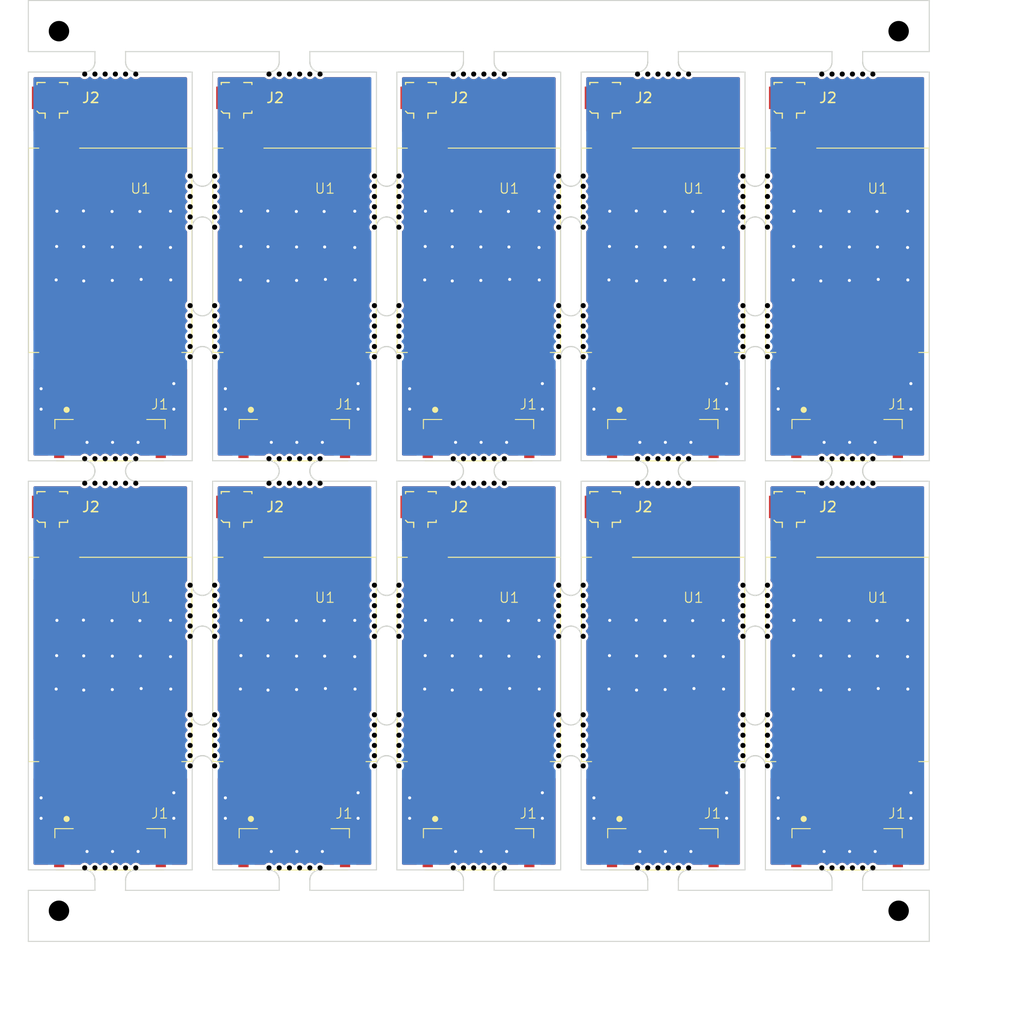
<source format=kicad_pcb>
(kicad_pcb (version 20240108) (generator "pcbnew") (generator_version "8.0")
  (layers (0 "F.Cu" signal) (31 "B.Cu" signal) (34 "B.Paste" user) (35 "F.Paste" user) (36 "B.SilkS" user "B.Silkscreen") (37 "F.SilkS" user "F.Silkscreen") (38 "B.Mask" user) (39 "F.Mask" user) (44 "Edge.Cuts" user))
  (net 0 "")
  (net 1 "Board_0-/Config")
  (net 2 "Board_0-/DRX")
  (net 3 "Board_0-/DTX")
  (net 4 "Board_0-/Enable")
  (net 5 "Board_0-/Vcc")
  (net 6 "Board_0-GND")
  (net 7 "Board_0-Net-(J2-In)")
  (net 8 "Board_0-unconnected-(U1-TEST-Pad7)")
  (net 9 "Board_1-/Config")
  (net 10 "Board_1-/DRX")
  (net 11 "Board_1-/DTX")
  (net 12 "Board_1-/Enable")
  (net 13 "Board_1-/Vcc")
  (net 14 "Board_1-GND")
  (net 15 "Board_1-Net-(J2-In)")
  (net 16 "Board_1-unconnected-(U1-TEST-Pad7)")
  (net 17 "Board_2-/Config")
  (net 18 "Board_2-/DRX")
  (net 19 "Board_2-/DTX")
  (net 20 "Board_2-/Enable")
  (net 21 "Board_2-/Vcc")
  (net 22 "Board_2-GND")
  (net 23 "Board_2-Net-(J2-In)")
  (net 24 "Board_2-unconnected-(U1-TEST-Pad7)")
  (net 25 "Board_3-/Config")
  (net 26 "Board_3-/DRX")
  (net 27 "Board_3-/DTX")
  (net 28 "Board_3-/Enable")
  (net 29 "Board_3-/Vcc")
  (net 30 "Board_3-GND")
  (net 31 "Board_3-Net-(J2-In)")
  (net 32 "Board_3-unconnected-(U1-TEST-Pad7)")
  (net 33 "Board_4-/Config")
  (net 34 "Board_4-/DRX")
  (net 35 "Board_4-/DTX")
  (net 36 "Board_4-/Enable")
  (net 37 "Board_4-/Vcc")
  (net 38 "Board_4-GND")
  (net 39 "Board_4-Net-(J2-In)")
  (net 40 "Board_4-unconnected-(U1-TEST-Pad7)")
  (net 41 "Board_5-/Config")
  (net 42 "Board_5-/DRX")
  (net 43 "Board_5-/DTX")
  (net 44 "Board_5-/Enable")
  (net 45 "Board_5-/Vcc")
  (net 46 "Board_5-GND")
  (net 47 "Board_5-Net-(J2-In)")
  (net 48 "Board_5-unconnected-(U1-TEST-Pad7)")
  (net 49 "Board_6-/Config")
  (net 50 "Board_6-/DRX")
  (net 51 "Board_6-/DTX")
  (net 52 "Board_6-/Enable")
  (net 53 "Board_6-/Vcc")
  (net 54 "Board_6-GND")
  (net 55 "Board_6-Net-(J2-In)")
  (net 56 "Board_6-unconnected-(U1-TEST-Pad7)")
  (net 57 "Board_7-/Config")
  (net 58 "Board_7-/DRX")
  (net 59 "Board_7-/DTX")
  (net 60 "Board_7-/Enable")
  (net 61 "Board_7-/Vcc")
  (net 62 "Board_7-GND")
  (net 63 "Board_7-Net-(J2-In)")
  (net 64 "Board_7-unconnected-(U1-TEST-Pad7)")
  (net 65 "Board_8-/Config")
  (net 66 "Board_8-/DRX")
  (net 67 "Board_8-/DTX")
  (net 68 "Board_8-/Enable")
  (net 69 "Board_8-/Vcc")
  (net 70 "Board_8-GND")
  (net 71 "Board_8-Net-(J2-In)")
  (net 72 "Board_8-unconnected-(U1-TEST-Pad7)")
  (net 73 "Board_9-/Config")
  (net 74 "Board_9-/DRX")
  (net 75 "Board_9-/DTX")
  (net 76 "Board_9-/Enable")
  (net 77 "Board_9-/Vcc")
  (net 78 "Board_9-GND")
  (net 79 "Board_9-Net-(J2-In)")
  (net 80 "Board_9-unconnected-(U1-TEST-Pad7)")
  (footprint "NPTH" (layer "F.Cu") (at 138.275 49.867166)
    (property "Reference" "KiKit_MB_8_1" (hide yes))
    (property "Value" "NPTH" (hide yes))
  )
  (footprint "NPTH" (layer "F.Cu") (at 140.675 41.185434)
    (property "Reference" "KiKit_MB_11_2" (hide yes))
    (property "Value" "NPTH" (hide yes))
  )
  (footprint "NPTH" (layer "F.Cu") (at 138.275 42.185834)
    (property "Reference" "KiKit_MB_7_6" (hide yes))
    (property "Value" "NPTH" (hide yes))
  )
  (footprint "Rf Lib:WAFER-GH1.25-6PWB" (layer "F.Cu") (at 166.525 61.814)
    (property "Reference" "J1")
    (property "Value" "Conn_01x06")
  )
  (footprint "NPTH" (layer "F.Cu") (at 109.899001 27.2015)
    (property "Reference" "KiKit_MB_3_1" (hide yes))
    (property "Value" "NPTH" (hide yes))
  )
  (footprint "NPTH" (layer "F.Cu") (at 131.950599 64.8515)
    (property "Reference" "KiKit_MB_10_2" (hide yes))
    (property "Value" "NPTH" (hide yes))
  )
  (footprint "NPTH" (layer "F.Cu") (at 120.225 50.867566)
    (property "Reference" "KiKit_MB_2_2" (hide yes))
    (property "Value" "NPTH" (hide yes))
  )
  (footprint "NPTH" (layer "F.Cu") (at 138.275 91.917966)
    (property "Reference" "KiKit_MB_34_3" (hide yes))
    (property "Value" "NPTH" (hide yes))
  )
  (footprint "NPTH" (layer "F.Cu") (at 132.950999 104.9015)
    (property "Reference" "KiKit_MB_36_1" (hide yes))
    (property "Value" "NPTH" (hide yes))
  )
  (footprint "NPTH" (layer "F.Cu") (at 176.775 37.183834)
    (property "Reference" "KiKit_MB_23_6" (hide yes))
    (property "Value" "NPTH" (hide yes))
  )
  (footprint "NPTH" (layer "F.Cu") (at 176.775 50.867566)
    (property "Reference" "KiKit_MB_24_5" (hide yes))
    (property "Value" "NPTH" (hide yes))
  )
  (footprint "NPTH" (layer "F.Cu") (at 182.099 67.2515)
    (property "Reference" "KiKit_MB_51_1" (hide yes))
    (property "Value" "NPTH" (hide yes))
  )
  (footprint "NPTH" (layer "F.Cu") (at 138.275 37.183834)
    (property "Reference" "KiKit_MB_7_1" (hide yes))
    (property "Value" "NPTH" (hide yes))
  )
  (footprint "NPTH" (layer "F.Cu") (at 176.775 89.917166)
    (property "Reference" "KiKit_MB_50_6" (hide yes))
    (property "Value" "NPTH" (hide yes))
  )
  (footprint "NPTH" (layer "F.Cu") (at 131.950599 27.2015)
    (property "Reference" "KiKit_MB_9_5" (hide yes))
    (property "Value" "NPTH" (hide yes))
  )
  (footprint "NPTH" (layer "F.Cu") (at 183.0994 104.9015)
    (property "Reference" "KiKit_MB_52_5" (hide yes))
    (property "Value" "NPTH" (hide yes))
  )
  (footprint "NPTH" (layer "F.Cu") (at 120.225 94.919166)
    (property "Reference" "KiKit_MB_28_6" (hide yes))
    (property "Value" "NPTH" (hide yes))
  )
  (footprint "NPTH" (layer "F.Cu") (at 182.099 27.2015)
    (property "Reference" "KiKit_MB_25_1" (hide yes))
    (property "Value" "NPTH" (hide yes))
  )
  (footprint "NPTH" (layer "F.Cu") (at 174.375 93.918766)
    (property "Reference" "KiKit_MB_46_5" (hide yes))
    (property "Value" "NPTH" (hide yes))
  )
  (footprint "Rf Lib:HM-TRP" (layer "F.Cu") (at 140.5 54.4515)
    (property "Reference" "U1")
    (property "Value" "~")
  )
  (footprint "Connector_Coaxial:U.FL_Molex_MCRF_73412-0110_Vertical" (layer "F.Cu") (at 178.925 69.5765)
    (property "Reference" "J2")
    (property "Value" "Conn_Coaxial")
  )
  (footprint "NPTH" (layer "F.Cu") (at 132.950999 64.8515)
    (property "Reference" "KiKit_MB_10_1" (hide yes))
    (property "Value" "NPTH" (hide yes))
  )
  (footprint "NPTH" (layer "F.Cu") (at 122.625 54.869166)
    (property "Reference" "KiKit_MB_6_1" (hide yes))
    (property "Value" "NPTH" (hide yes))
  )
  (footprint "NPTH" (layer "F.Cu") (at 120.225 91.917966)
    (property "Reference" "KiKit_MB_28_3" (hide yes))
    (property "Value" "NPTH" (hide yes))
  )
  (footprint "NPTH" (layer "F.Cu") (at 112.900199 104.9015)
    (property "Reference" "KiKit_MB_30_3" (hide yes))
    (property "Value" "NPTH" (hide yes))
  )
  (footprint "NPTH" (layer "F.Cu") (at 187.100999 64.8515)
    (property "Reference" "KiKit_MB_26_1" (hide yes))
    (property "Value" "NPTH" (hide yes))
  )
  (footprint "NPTH" (layer "F.Cu") (at 145.999 104.9015)
    (property "Reference" "KiKit_MB_42_6" (hide yes))
    (property "Value" "NPTH" (hide yes))
  )
  (footprint "NPTH" (layer "F.Cu") (at 150.000599 64.8515)
    (property "Reference" "KiKit_MB_16_2" (hide yes))
    (property "Value" "NPTH" (hide yes))
  )
  (footprint "NPTH" (layer "F.Cu") (at 156.325 42.185834)
    (property "Reference" "KiKit_MB_13_6" (hide yes))
    (property "Value" "NPTH" (hide yes))
  )
  (footprint "NPTH" (layer "F.Cu") (at 184.0998 104.9015)
    (property "Reference" "KiKit_MB_52_4" (hide yes))
    (property "Value" "NPTH" (hide yes))
  )
  (footprint "Rf Lib:HM-TRP" (layer "F.Cu") (at 158.55 54.4515)
    (property "Reference" "U1")
    (property "Value" "~")
  )
  (footprint "NPTH" (layer "F.Cu") (at 169.050999 67.2515)
    (property "Reference" "KiKit_MB_47_6" (hide yes))
    (property "Value" "NPTH" (hide yes))
  )
  (footprint "NPTH" (layer "F.Cu") (at 138.275 54.869166)
    (property "Reference" "KiKit_MB_8_6" (hide yes))
    (property "Value" "NPTH" (hide yes))
  )
  (footprint "NPTH" (layer "F.Cu") (at 158.725 50.867566)
    (property "Reference" "KiKit_MB_18_5" (hide yes))
    (property "Value" "NPTH" (hide yes))
  )
  (footprint "NPTH" (layer "F.Cu") (at 187.100999 67.2515)
    (property "Reference" "KiKit_MB_51_6" (hide yes))
    (property "Value" "NPTH" (hide yes))
  )
  (footprint "NPTH" (layer "F.Cu") (at 138.275 41.185434)
    (property "Reference" "KiKit_MB_7_5" (hide yes))
    (property "Value" "NPTH" (hide yes))
  )
  (footprint "NPTH" (layer "F.Cu") (at 150.000599 67.2515)
    (property "Reference" "KiKit_MB_41_5" (hide yes))
    (property "Value" "NPTH" (hide yes))
  )
  (footprint "NPTH" (layer "F.Cu") (at 128.9494 67.2515)
    (property "Reference" "KiKit_MB_35_2" (hide yes))
    (property "Value" "NPTH" (hide yes))
  )
  (footprint "NPTH" (layer "F.Cu") (at 156.325 93.918766)
    (property "Reference" "KiKit_MB_40_5" (hide yes))
    (property "Value" "NPTH" (hide yes))
  )
  (footprint "NPTH" (layer "F.Cu") (at 147.9998 27.2015)
    (property "Reference" "KiKit_MB_15_3" (hide yes))
    (property "Value" "NPTH" (hide yes))
  )
  (footprint "Connector_Coaxial:U.FL_Molex_MCRF_73412-0110_Vertical" (layer "F.Cu") (at 124.775 69.5765)
    (property "Reference" "J2")
    (property "Value" "Conn_Coaxial")
  )
  (footprint "NPTH" (layer "F.Cu") (at 138.275 77.233833)
    (property "Reference" "KiKit_MB_33_1" (hide yes))
    (property "Value" "NPTH" (hide yes))
  )
  (footprint "NPTH" (layer "F.Cu") (at 156.325 53.868766)
    (property "Reference" "KiKit_MB_14_5" (hide yes))
    (property "Value" "NPTH" (hide yes))
  )
  (footprint "NPTH" (layer "F.Cu") (at 140.675 89.917166)
    (property "Reference" "KiKit_MB_38_6" (hide yes))
    (property "Value" "NPTH" (hide yes))
  )
  (footprint "Connector_Coaxial:U.FL_Molex_MCRF_73412-0110_Vertical" (layer "F.Cu") (at 106.725 29.5265)
    (property "Reference" "J2")
    (property "Value" "Conn_Coaxial")
  )
  (footprint "Connector_Coaxial:U.FL_Molex_MCRF_73412-0110_Vertical" (layer "F.Cu") (at 160.875 69.5765)
    (property "Reference" "J2")
    (property "Value" "Conn_Coaxial")
  )
  (footprint "NPTH" (layer "F.Cu") (at 146.9994 27.2015)
    (property "Reference" "KiKit_MB_15_2" (hide yes))
    (property "Value" "NPTH" (hide yes))
  )
  (footprint "NPTH" (layer "F.Cu") (at 145.999 64.8515)
    (property "Reference" "KiKit_MB_16_6" (hide yes))
    (property "Value" "NPTH" (hide yes))
  )
  (footprint "NPTH" (layer "F.Cu") (at 176.775 91.917966)
    (property "Reference" "KiKit_MB_50_4" (hide yes))
    (property "Value" "NPTH" (hide yes))
  )
  (footprint "NPTH" (layer "F.Cu") (at 149.000199 67.2515)
    (property "Reference" "KiKit_MB_41_4" (hide yes))
    (property "Value" "NPTH" (hide yes))
  )
  (footprint "NPTH" (layer "F.Cu") (at 187.100999 27.2015)
    (property "Reference" "KiKit_MB_25_6" (hide yes))
    (property "Value" "NPTH" (hide yes))
  )
  (footprint "NPTH" (layer "F.Cu") (at 131.950599 104.9015)
    (property "Reference" "KiKit_MB_36_2" (hide yes))
    (property "Value" "NPTH" (hide yes))
  )
  (footprint "NPTH" (layer "F.Cu") (at 109.899001 67.2515)
    (property "Reference" "KiKit_MB_29_1" (hide yes))
    (property "Value" "NPTH" (hide yes))
  )
  (footprint "NPTH" (layer "F.Cu") (at 138.275 82.235833)
    (property "Reference" "KiKit_MB_33_6" (hide yes))
    (property "Value" "NPTH" (hide yes))
  )
  (footprint "NPTH" (layer "F.Cu") (at 122.625 77.233833)
    (property "Reference" "KiKit_MB_31_6" (hide yes))
    (property "Value" "NPTH" (hide yes))
  )
  (footprint "NPTH" (layer "F.Cu") (at 176.775 90.917566)
    (property "Reference" "KiKit_MB_50_5" (hide yes))
    (property "Value" "NPTH" (hide yes))
  )
  (footprint "NPTH" (layer "F.Cu") (at 122.625 80.235033)
    (property "Reference" "KiKit_MB_31_3" (hide yes))
    (property "Value" "NPTH" (hide yes))
  )
  (footprint "Connector_Coaxial:U.FL_Molex_MCRF_73412-0110_Vertical" (layer "F.Cu") (at 124.775 29.5265)
    (property "Reference" "J2")
    (property "Value" "Conn_Coaxial")
  )
  (footprint "NPTH" (layer "F.Cu") (at 140.675 53.868766)
    (property "Reference" "KiKit_MB_12_2" (hide yes))
    (property "Value" "NPTH" (hide yes))
  )
  (footprint "NPTH" (layer "F.Cu") (at 174.375 39.184634)
    (property "Reference" "KiKit_MB_19_3" (hide yes))
    (property "Value" "NPTH" (hide yes))
  )
  (footprint "NPTH" (layer "F.Cu") (at 151.000999 64.8515)
    (property "Reference" "KiKit_MB_16_1" (hide yes))
    (property "Value" "NPTH" (hide yes))
  )
  (footprint "NPTH" (layer "F.Cu") (at 120.225 78.234233)
    (property "Reference" "KiKit_MB_27_2" (hide yes))
    (property "Value" "NPTH" (hide yes))
  )
  (footprint "NPTH" (layer "F.Cu") (at 112.900199 64.8515)
    (property "Reference" "KiKit_MB_4_3" (hide yes))
    (property "Value" "NPTH" (hide yes))
  )
  (footprint "NPTH" (layer "F.Cu") (at 111.899801 104.9015)
    (property "Reference" "KiKit_MB_30_4" (hide yes))
    (property "Value" "NPTH" (hide yes))
  )
  (footprint "NPTH" (layer "F.Cu") (at 114.900999 27.2015)
    (property "Reference" "KiKit_MB_3_6" (hide yes))
    (property "Value" "NPTH" (hide yes))
  )
  (footprint "NPTH" (layer "F.Cu") (at 138.275 39.184634)
    (property "Reference" "KiKit_MB_7_3" (hide yes))
    (property "Value" "NPTH" (hide yes))
  )
  (footprint "NPTH" (layer "F.Cu") (at 164.049 64.8515)
    (property "Reference" "KiKit_MB_22_6" (hide yes))
    (property "Value" "NPTH" (hide yes))
  )
  (footprint "NPTH" (layer "F.Cu") (at 176.775 92.918366)
    (property "Reference" "KiKit_MB_50_3" (hide yes))
    (property "Value" "NPTH" (hide yes))
  )
  (footprint "NPTH" (layer "F.Cu") (at 113.900599 67.2515)
    (property "Reference" "KiKit_MB_29_5" (hide yes))
    (property "Value" "NPTH" (hide yes))
  )
  (footprint "NPTH" (layer "F.Cu") (at 158.725 37.183834)
    (property "Reference" "KiKit_MB_17_6" (hide yes))
    (property "Value" "NPTH" (hide yes))
  )
  (footprint "NPTH" (layer "F.Cu") (at 130.950199 27.2015)
    (property "Reference" "KiKit_MB_9_4" (hide yes))
    (property "Value" "NPTH" (hide yes))
  )
  (footprint "NPTH" (layer "F.Cu") (at 147.9998 64.8515)
    (property "Reference" "KiKit_MB_16_4" (hide yes))
    (property "Value" "NPTH" (hide yes))
  )
  (footprint "NPTH" (layer "F.Cu") (at 165.0494 104.9015)
    (property "Reference" "KiKit_MB_48_5" (hide yes))
    (property "Value" "NPTH" (hide yes))
  )
  (footprint "NPTH" (layer "F.Cu") (at 158.725 89.917166)
    (property "Reference" "KiKit_MB_44_6" (hide yes))
    (property "Value" "NPTH" (hide yes))
  )
  (footprint "NPTH" (layer "F.Cu") (at 186.100599 64.8515)
    (property "Reference" "KiKit_MB_26_2" (hide yes))
    (property "Value" "NPTH" (hide yes))
  )
  (footprint "NPTH" (layer "F.Cu") (at 114.900999 104.9015)
    (property "Reference" "KiKit_MB_30_1" (hide yes))
    (property "Value" "NPTH" (hide yes))
  )
  (footprint "NPTH" (layer "F.Cu") (at 167.050199 27.2015)
    (property "Reference" "KiKit_MB_21_4" (hide yes))
    (property "Value" "NPTH" (hide yes))
  )
  (footprint "NPTH" (layer "F.Cu") (at 164.049 27.2015)
    (property "Reference" "KiKit_MB_21_1" (hide yes))
    (property "Value" "NPTH" (hide yes))
  )
  (footprint "NPTH" (layer "F.Cu") (at 169.050999 27.2015)
    (property "Reference" "KiKit_MB_21_6" (hide yes))
    (property "Value" "NPTH" (hide yes))
  )
  (footprint "NPTH" (layer "F.Cu") (at 158.725 54.869166)
    (property "Reference" "KiKit_MB_18_1" (hide yes))
    (property "Value" "NPTH" (hide yes))
  )
  (footprint "NPTH" (layer "F.Cu") (at 156.325 54.869166)
    (property "Reference" "KiKit_MB_14_6" (hide yes))
    (property "Value" "NPTH" (hide yes))
  )
  (footprint "NPTH" (layer "F.Cu") (at 174.375 54.869166)
    (property "Reference" "KiKit_MB_20_6" (hide yes))
    (property "Value" "NPTH" (hide yes))
  )
  (footprint "NPTH" (layer "F.Cu") (at 140.675 38.184234)
    (property "Reference" "KiKit_MB_11_5" (hide yes))
    (property "Value" "NPTH" (hide yes))
  )
  (footprint "NPTH" (layer "F.Cu") (at 174.375 78.234233)
    (property "Reference" "KiKit_MB_45_2" (hide yes))
    (property "Value" "NPTH" (hide yes))
  )
  (footprint "NPTH" (layer "F.Cu") (at 122.625 89.917166)
    (property "Reference" "KiKit_MB_32_6" (hide yes))
    (property "Value" "NPTH" (hide yes))
  )
  (footprint "NPTH" (layer "F.Cu") (at 120.225 80.235033)
    (property "Reference" "KiKit_MB_27_4" (hide yes))
    (property "Value" "NPTH" (hide yes))
  )
  (footprint "NPTH" (layer "F.Cu") (at 113.900599 104.9015)
    (property "Reference" "KiKit_MB_30_2" (hide yes))
    (property "Value" "NPTH" (hide yes))
  )
  (footprint "NPTH" (layer "F.Cu") (at 166.0498 64.8515)
    (property "Reference" "KiKit_MB_22_4" (hide yes))
    (property "Value" "NPTH" (hide yes))
  )
  (footprint "NPTH" (layer "F.Cu") (at 109.899001 104.9015)
    (property "Reference" "KiKit_MB_30_6" (hide yes))
    (property "Value" "NPTH" (hide yes))
  )
  (footprint "NPTH" (layer "F.Cu") (at 140.675 78.234233)
    (property "Reference" "KiKit_MB_37_5" (hide yes))
    (property "Value" "NPTH" (hide yes))
  )
  (footprint "NPTH" (layer "F.Cu") (at 176.775 42.185834)
    (property "Reference" "KiKit_MB_23_1" (hide yes))
    (property "Value" "NPTH" (hide yes))
  )
  (footprint "NPTH" (layer "F.Cu") (at 130.950199 64.8515)
    (property "Reference" "KiKit_MB_10_3" (hide yes))
    (property "Value" "NPTH" (hide yes))
  )
  (footprint "NPTH" (layer "F.Cu") (at 176.775 82.235833)
    (property "Reference" "KiKit_MB_49_1" (hide yes))
    (property "Value" "NPTH" (hide yes))
  )
  (footprint "NPTH" (layer "F.Cu") (at 176.775 39.184634)
    (property "Reference" "KiKit_MB_23_4" (hide yes))
    (property "Value" "NPTH" (hide yes))
  )
  (footprint "NPTH" (layer "F.Cu") (at 182.099 64.8515)
    (property "Reference" "KiKit_MB_26_6" (hide yes))
    (property "Value" "NPTH" (hide yes))
  )
  (footprint "NPTH" (layer "F.Cu") (at 107.375 23)
    (property "Reference" "KiKit_TO_1" (hide yes))
    (property "Value" "NPTH" (hide yes))
  )
  (footprint "NPTH" (layer "F.Cu") (at 158.725 82.235833)
    (property "Reference" "KiKit_MB_43_1" (hide yes))
    (property "Value" "NPTH" (hide yes))
  )
  (footprint "NPTH" (layer "F.Cu") (at 110.899401 104.9015)
    (property "Reference" "KiKit_MB_30_5" (hide yes))
    (property "Value" "NPTH" (hide yes))
  )
  (footprint "NPTH" (layer "F.Cu") (at 138.275 79.234633)
    (property "Reference" "KiKit_MB_33_3" (hide yes))
    (property "Value" "NPTH" (hide yes))
  )
  (footprint "Connector_Coaxial:U.FL_Molex_MCRF_73412-0110_Vertical" (layer "F.Cu") (at 142.825 29.5265)
    (property "Reference" "J2")
    (property "Value" "Conn_Coaxial")
  )
  (footprint "NPTH" (layer "F.Cu") (at 138.275 50.867566)
    (property "Reference" "KiKit_MB_8_2" (hide yes))
    (property "Value" "NPTH" (hide yes))
  )
  (footprint "Rf Lib:HM-TRP" (layer "F.Cu") (at 176.6 54.4515)
    (property "Reference" "U1")
    (property "Value" "~")
  )
  (footprint "NPTH" (layer "F.Cu") (at 122.625 81.235433)
    (property "Reference" "KiKit_MB_31_2" (hide yes))
    (property "Value" "NPTH" (hide yes))
  )
  (footprint "NPTH" (layer "F.Cu") (at 146.9994 104.9015)
    (property "Reference" "KiKit_MB_42_5" (hide yes))
    (property "Value" "NPTH" (hide yes))
  )
  (footprint "NPTH" (layer "F.Cu") (at 156.325 41.185434)
    (property "Reference" "KiKit_MB_13_5" (hide yes))
    (property "Value" "NPTH" (hide yes))
  )
  (footprint "NPTH" (layer "F.Cu") (at 127.949 67.2515)
    (property "Reference" "KiKit_MB_35_1" (hide yes))
    (property "Value" "NPTH" (hide yes))
  )
  (footprint "NPTH" (layer "F.Cu") (at 174.375 52.868366)
    (property "Reference" "KiKit_MB_20_4" (hide yes))
    (property "Value" "NPTH" (hide yes))
  )
  (footprint "NPTH" (layer "F.Cu") (at 158.725 42.185834)
    (property "Reference" "KiKit_MB_17_1" (hide yes))
    (property "Value" "NPTH" (hide yes))
  )
  (footprint "NPTH" (layer "F.Cu") (at 164.049 104.9015)
    (property "Reference" "KiKit_MB_48_6" (hide yes))
    (property "Value" "NPTH" (hide yes))
  )
  (footprint "NPTH" (layer "F.Cu") (at 156.325 82.235833)
    (property "Reference" "KiKit_MB_39_6" (hide yes))
    (property "Value" "NPTH" (hide yes))
  )
  (footprint "NPTH" (layer "F.Cu") (at 189.625 109.1035)
    (property "Reference" "KiKit_TO_4" (hide yes))
    (property "Value" "NPTH" (hide yes))
  )
  (footprint "NPTH" (layer "F.Cu") (at 120.225 49.867166)
    (property "Reference" "KiKit_MB_2_1" (hide yes))
    (property "Value" "NPTH" (hide yes))
  )
  (footprint "NPTH" (layer "F.Cu") (at 122.625 42.185834)
    (property "Reference" "KiKit_MB_5_1" (hide yes))
    (property "Value" "NPTH" (hide yes))
  )
  (footprint "NPTH" (layer "F.Cu") (at 174.375 40.185034)
    (property "Reference" "KiKit_MB_19_4" (hide yes))
    (property "Value" "NPTH" (hide yes))
  )
  (footprint "NPTH" (layer "F.Cu") (at 168.050599 27.2015)
    (property "Reference" "KiKit_MB_21_5" (hide yes))
    (property "Value" "NPTH" (hide yes))
  )
  (footprint "NPTH" (layer "F.Cu") (at 122.625 53.868766)
    (property "Reference" "KiKit_MB_6_2" (hide yes))
    (property "Value" "NPTH" (hide yes))
  )
  (footprint "NPTH" (layer "F.Cu") (at 176.775 81.235433)
    (property "Reference" "KiKit_MB_49_2" (hide yes))
    (property "Value" "NPTH" (hide yes))
  )
  (footprint "NPTH" (layer "F.Cu") (at 156.325 80.235033)
    (property "Reference" "KiKit_MB_39_4" (hide yes))
    (property "Value" "NPTH" (hide yes))
  )
  (footprint "NPTH" (layer "F.Cu") (at 151.000999 67.2515)
    (property "Reference" "KiKit_MB_41_6" (hide yes))
    (property "Value" "NPTH" (hide yes))
  )
  (footprint "NPTH" (layer "F.Cu") (at 138.275 40.185034)
    (property "Reference" "KiKit_MB_7_4" (hide yes))
    (property "Value" "NPTH" (hide yes))
  )
  (footprint "NPTH" (layer "F.Cu") (at 112.900199 67.2515)
    (property "Reference" "KiKit_MB_29_4" (hide yes))
    (property "Value" "NPTH" (hide yes))
  )
  (footprint "NPTH" (layer "F.Cu") (at 120.225 42.185834)
    (property "Reference" "KiKit_MB_1_6" (hide yes))
    (property "Value" "NPTH" (hide yes))
  )
  (footprint "NPTH" (layer "F.Cu") (at 189.625 23)
    (property "Reference" "KiKit_TO_2" (hide yes))
    (property "Value" "NPTH" (hide yes))
  )
  (footprint "NPTH" (layer "F.Cu") (at 138.275 78.234233)
    (property "Reference" "KiKit_MB_33_2" (hide yes))
    (property "Value" "NPTH" (hide yes))
  )
  (footprint "NPTH" (layer "F.Cu") (at 158.725 38.184234)
    (property "Reference" "KiKit_MB_17_5" (hide yes))
    (property "Value" "NPTH" (hide yes))
  )
  (footprint "NPTH" (layer "F.Cu") (at 176.775 79.234633)
    (property "Reference" "KiKit_MB_49_4" (hide yes))
    (property "Value" "NPTH" (hide yes))
  )
  (footprint "NPTH" (layer "F.Cu") (at 165.0494 27.2015)
    (property "Reference" "KiKit_MB_21_2" (hide yes))
    (property "Value" "NPTH" (hide yes))
  )
  (footprint "NPTH" (layer "F.Cu") (at 183.0994 27.2015)
    (property "Reference" "KiKit_MB_25_2" (hide yes))
    (property "Value" "NPTH" (hide yes))
  )
  (footprint "NPTH" (layer "F.Cu") (at 122.625 39.184634)
    (property "Reference" "KiKit_MB_5_4" (hide yes))
    (property "Value" "NPTH" (hide yes))
  )
  (footprint "NPTH" (layer "F.Cu") (at 128.9494 64.8515)
    (property "Reference" "KiKit_MB_10_5" (hide yes))
    (property "Value" "NPTH" (hide yes))
  )
  (footprint "NPTH" (layer "F.Cu") (at 140.675 91.917966)
    (property "Reference" "KiKit_MB_38_4" (hide yes))
    (property "Value" "NPTH" (hide yes))
  )
  (footprint "NPTH" (layer "F.Cu") (at 107.375 109.1035)
    (property "Reference" "KiKit_TO_3" (hide yes))
    (property "Value" "NPTH" (hide yes))
  )
  (footprint "NPTH" (layer "F.Cu") (at 156.325 89.917166)
    (property "Reference" "KiKit_MB_40_1" (hide yes))
    (property "Value" "NPTH" (hide yes))
  )
  (footprint "NPTH" (layer "F.Cu") (at 140.675 54.869166)
    (property "Reference" "KiKit_MB_12_1" (hide yes))
    (property "Value" "NPTH" (hide yes))
  )
  (footprint "NPTH" (layer "F.Cu") (at 120.225 93.918766)
    (property "Reference" "KiKit_MB_28_5" (hide yes))
    (property "Value" "NPTH" (hide yes))
  )
  (footprint "NPTH" (layer "F.Cu") (at 149.000199 64.8515)
    (property "Reference" "KiKit_MB_16_3" (hide yes))
    (property "Value" "NPTH" (hide yes))
  )
  (footprint "NPTH" (layer "F.Cu") (at 120.225 53.868766)
    (property "Reference" "KiKit_MB_2_5" (hide yes))
    (property "Value" "NPTH" (hide yes))
  )
  (footprint "NPTH" (layer "F.Cu") (at 156.325 50.867566)
    (property "Reference" "KiKit_MB_14_2" (hide yes))
    (property "Value" "NPTH" (hide yes))
  )
  (footprint "NPTH" (layer "F.Cu") (at 176.775 94.919166)
    (property "Reference" "KiKit_MB_50_1" (hide yes))
    (property "Value" "NPTH" (hide yes))
  )
  (footprint "Rf Lib:HM-TRP" (layer "F.Cu") (at 158.55 94.5015)
    (property "Reference" "U1")
    (property "Value" "~")
  )
  (footprint "NPTH" (layer "F.Cu") (at 140.675 92.918366)
    (property "Reference" "KiKit_MB_38_3" (hide yes))
    (property "Value" "NPTH" (hide yes))
  )
  (footprint "NPTH" (layer "F.Cu") (at 174.375 37.183834)
    (property "Reference" "KiKit_MB_19_1" (hide yes))
    (property "Value" "NPTH" (hide yes))
  )
  (footprint "NPTH" (layer "F.Cu") (at 176.775 54.869166)
    (property "Reference" "KiKit_MB_24_1" (hide yes))
    (property "Value" "NPTH" (hide yes))
  )
  (footprint "NPTH" (layer "F.Cu") (at 158.725 90.917566)
    (property "Reference" "KiKit_MB_44_5" (hide yes))
    (property "Value" "NPTH" (hide yes))
  )
  (footprint "NPTH" (layer "F.Cu") (at 156.325 40.185034)
    (property "Reference" "KiKit_MB_13_4" (hide yes))
    (property "Value" "NPTH" (hide yes))
  )
  (footprint "NPTH" (layer "F.Cu") (at 158.725 40.185034)
    (property "Reference" "KiKit_MB_17_3" (hide yes))
    (property "Value" "NPTH" (hide yes))
  )
  (footprint "NPTH" (layer "F.Cu") (at 151.000999 27.2015)
    (property "Reference" "KiKit_MB_15_6" (hide yes))
    (property "Value" "NPTH" (hide yes))
  )
  (footprint "NPTH" (layer "F.Cu") (at 109.899001 64.8515)
    (property "Reference" "KiKit_MB_4_6" (hide yes))
    (property "Value" "NPTH" (hide yes))
  )
  (footprint "NPTH" (layer "F.Cu") (at 158.725 79.234633)
    (property "Reference" "KiKit_MB_43_4" (hide yes))
    (property "Value" "NPTH" (hide yes))
  )
  (footprint "NPTH" (layer "F.Cu") (at 122.625 79.234633)
    (property "Reference" "KiKit_MB_31_4" (hide yes))
    (property "Value" "NPTH" (hide yes))
  )
  (footprint "NPTH" (layer "F.Cu") (at 122.625 90.917566)
    (property "Reference" "KiKit_MB_32_5" (hide yes))
    (property "Value" "NPTH" (hide yes))
  )
  (footprint "NPTH" (layer "F.Cu") (at 174.375 50.867566)
    (property "Reference" "KiKit_MB_20_2" (hide yes))
    (property "Value" "NPTH" (hide yes))
  )
  (footprint "NPTH" (layer "F.Cu") (at 138.275 94.919166)
    (property "Reference" "KiKit_MB_34_6" (hide yes))
    (property "Value" "NPTH" (hide yes))
  )
  (footprint "NPTH" (layer "F.Cu") (at 129.9498 104.9015)
    (property "Reference" "KiKit_MB_36_4" (hide yes))
    (property "Value" "NPTH" (hide yes))
  )
  (footprint "NPTH" (layer "F.Cu") (at 158.725 52.868366)
    (property "Reference" "KiKit_MB_18_3" (hide yes))
    (property "Value" "NPTH" (hide yes))
  )
  (footprint "NPTH" (layer "F.Cu") (at 176.775 49.867166)
    (property "Reference" "KiKit_MB_24_6" (hide yes))
    (property "Value" "NPTH" (hide yes))
  )
  (footprint "NPTH" (layer "F.Cu") (at 158.725 77.233833)
    (property "Reference" "KiKit_MB_43_6" (hide yes))
    (property "Value" "NPTH" (hide yes))
  )
  (footprint "Rf Lib:HM-TRP" (layer "F.Cu") (at 104.4 54.4515)
    (property "Reference" "U1")
    (property "Value" "~")
  )
  (footprint "NPTH" (layer "F.Cu") (at 158.725 91.917966)
    (property "Reference" "KiKit_MB_44_4" (hide yes))
    (property "Value" "NPTH" (hide yes))
  )
  (footprint "NPTH" (layer "F.Cu") (at 182.099 104.9015)
    (property "Reference" "KiKit_MB_52_6" (hide yes))
    (property "Value" "NPTH" (hide yes))
  )
  (footprint "NPTH" (layer "F.Cu") (at 120.225 90.917566)
    (property "Reference" "KiKit_MB_28_2" (hide yes))
    (property "Value" "NPTH" (hide yes))
  )
  (footprint "NPTH" (layer "F.Cu") (at 122.625 50.867566)
    (property "Reference" "KiKit_MB_6_5" (hide yes))
    (property "Value" "NPTH" (hide yes))
  )
  (footprint "NPTH" (layer "F.Cu") (at 145.999 67.2515)
    (property "Reference" "KiKit_MB_41_1" (hide yes))
    (property "Value" "NPTH" (hide yes))
  )
  (footprint "NPTH" (layer "F.Cu") (at 176.775 40.185034)
    (property "Reference" "KiKit_MB_23_3" (hide yes))
    (property "Value" "NPTH" (hide yes))
  )
  (footprint "NPTH" (layer "F.Cu") (at 120.225 77.233833)
    (property "Reference" "KiKit_MB_27_1" (hide yes))
    (property "Value" "NPTH" (hide yes))
  )
  (footprint "NPTH" (layer "F.Cu") (at 185.100199 27.2015)
    (property "Reference" "KiKit_MB_25_4" (hide yes))
    (property "Value" "NPTH" (hide yes))
  )
  (footprint "Rf Lib:WAFER-GH1.25-6PWB" (layer "F.Cu") (at 112.375 61.814)
    (property "Reference" "J1")
    (property "Value" "Conn_01x06")
  )
  (footprint "NPTH" (layer "F.Cu") (at 140.675 39.184634)
    (property "Reference" "KiKit_MB_11_4" (hide yes))
    (property "Value" "NPTH" (hide yes))
  )
  (footprint "NPTH" (layer "F.Cu") (at 174.375 77.233833)
    (property "Reference" "KiKit_MB_45_1" (hide yes))
    (property "Value" "NPTH" (hide yes))
  )
  (footprint "NPTH" (layer "F.Cu") (at 176.775 80.235033)
    (property "Reference" "KiKit_MB_49_3" (hide yes))
    (property "Value" "NPTH" (hide yes))
  )
  (footprint "NPTH" (layer "F.Cu") (at 132.950999 67.2515)
    (property "Reference" "KiKit_MB_35_6" (hide yes))
    (property "Value" "NPTH" (hide yes))
  )
  (footprint "NPTH" (layer "F.Cu") (at 174.375 82.235833)
    (property "Reference" "KiKit_MB_45_6" (hide yes))
    (property "Value" "NPTH" (hide yes))
  )
  (footprint "NPTH" (layer "F.Cu") (at 120.225 37.183834)
    (property "Reference" "KiKit_MB_1_1" (hide yes))
    (property "Value" "NPTH" (hide yes))
  )
  (footprint "NPTH" (layer "F.Cu") (at 174.375 89.917166)
    (property "Reference" "KiKit_MB_46_1" (hide yes))
    (property "Value" "NPTH" (hide yes))
  )
  (footprint "NPTH" (layer "F.Cu") (at 120.225 82.235833)
    (property "Reference" "KiKit_MB_27_6" (hide yes))
    (property "Value" "NPTH" (hide yes))
  )
  (footprint "NPTH" (layer "F.Cu") (at 120.225 39.184634)
    (property "Reference" "KiKit_MB_1_3" (hide yes))
    (property "Value" "NPTH" (hide yes))
  )
  (footprint "Rf Lib:WAFER-GH1.25-6PWB" (layer "F.Cu") (at 148.475 61.814)
    (property "Reference" "J1")
    (property "Value" "Conn_01x06")
  )
  (footprint "Rf Lib:WAFER-GH1.25-6PWB" (layer "F.Cu") (at 148.475 101.864)
    (property "Reference" "J1")
    (property "Value" "Conn_01x06")
  )
  (footprint "NPTH" (layer "F.Cu") (at 120.225 81.235433)
    (property "Reference" "KiKit_MB_27_5" (hide yes))
    (property "Value" "NPTH" (hide yes))
  )
  (footprint "NPTH" (layer "F.Cu") (at 120.225 51.867966)
    (property "Reference" "KiKit_MB_2_3" (hide yes))
    (property "Value" "NPTH" (hide yes))
  )
  (footprint "NPTH" (layer "F.Cu") (at 174.375 80.235033)
    (property "Reference" "KiKit_MB_45_4" (hide yes))
    (property "Value" "NPTH" (hide yes))
  )
  (footprint "NPTH" (layer "F.Cu") (at 131.950599 67.2515)
    (property "Reference" "KiKit_MB_35_5" (hide yes))
    (property "Value" "NPTH" (hide yes))
  )
  (footprint "NPTH" (layer "F.Cu") (at 174.375 41.185434)
    (property "Reference" "KiKit_MB_19_5" (hide yes))
    (property "Value" "NPTH" (hide yes))
  )
  (footprint "NPTH" (layer "F.Cu") (at 174.375 92.918366)
    (property "Reference" "KiKit_MB_46_4" (hide yes))
    (property "Value" "NPTH" (hide yes))
  )
  (footprint "NPTH" (layer "F.Cu") (at 122.625 49.867166)
    (property "Reference" "KiKit_MB_6_6" (hide yes))
    (property "Value" "NPTH" (hide yes))
  )
  (footprint "Rf Lib:HM-TRP" (layer "F.Cu") (at 140.5 94.5015)
    (property "Reference" "U1")
    (property "Value" "~")
  )
  (footprint "NPTH" (layer "F.Cu") (at 147.9998 67.2515)
    (property "Reference" "KiKit_MB_41_3" (hide yes))
    (property "Value" "NPTH" (hide yes))
  )
  (footprint "NPTH" (layer "F.Cu") (at 156.325 94.919166)
    (property "Reference" "KiKit_MB_40_6" (hide yes))
    (property "Value" "NPTH" (hide yes))
  )
  (footprint "NPTH" (layer "F.Cu") (at 130.950199 67.2515)
    (property "Reference" "KiKit_MB_35_4" (hide yes))
    (property "Value" "NPTH" (hide yes))
  )
  (footprint "NPTH" (layer "F.Cu") (at 158.725 53.868766)
    (property "Reference" "KiKit_MB_18_2" (hide yes))
    (property "Value" "NPTH" (hide yes))
  )
  (footprint "NPTH" (layer "F.Cu") (at 150.000599 27.2015)
    (property "Reference" "KiKit_MB_15_5" (hide yes))
    (property "Value" "NPTH" (hide yes))
  )
  (footprint "NPTH" (layer "F.Cu") (at 122.625 93.918766)
    (property "Reference" "KiKit_MB_32_2" (hide yes))
    (property "Value" "NPTH" (hide yes))
  )
  (footprint "Rf Lib:WAFER-GH1.25-6PWB" (layer "F.Cu") (at 184.575 61.814)
    (property "Reference" "J1")
    (property "Value" "Conn_01x06")
  )
  (footprint "NPTH" (layer "F.Cu") (at 122.625 51.867966)
    (property "Reference" "KiKit_MB_6_4" (hide yes))
    (property "Value" "NPTH" (hide yes))
  )
  (footprint "NPTH" (layer "F.Cu") (at 156.325 52.868366)
    (property "Reference" "KiKit_MB_14_4" (hide yes))
    (property "Value" "NPTH" (hide yes))
  )
  (footprint "NPTH" (layer "F.Cu") (at 168.050599 64.8515)
    (property "Reference" "KiKit_MB_22_2" (hide yes))
    (property "Value" "NPTH" (hide yes))
  )
  (footprint "NPTH" (layer "F.Cu") (at 122.625 40.185034)
    (property "Reference" "KiKit_MB_5_3" (hide yes))
    (property "Value" "NPTH" (hide yes))
  )
  (footprint "NPTH" (layer "F.Cu") (at 184.0998 64.8515)
    (property "Reference" "KiKit_MB_26_4" (hide yes))
    (property "Value" "NPTH" (hide yes))
  )
  (footprint "NPTH" (layer "F.Cu") (at 174.375 51.867966)
    (property "Reference" "KiKit_MB_20_3" (hide yes))
    (property "Value" "NPTH" (hide yes))
  )
  (footprint "Rf Lib:WAFER-GH1.25-6PWB" (layer "F.Cu") (at 130.425 101.864)
    (property "Reference" "J1")
    (property "Value" "Conn_01x06")
  )
  (footprint "NPTH" (layer "F.Cu") (at 176.775 93.918766)
    (property "Reference" "KiKit_MB_50_2" (hide yes))
    (property "Value" "NPTH" (hide yes))
  )
  (footprint "NPTH" (layer "F.Cu") (at 156.325 79.234633)
    (property "Reference" "KiKit_MB_39_3" (hide yes))
    (property "Value" "NPTH" (hide yes))
  )
  (footprint "NPTH" (layer "F.Cu") (at 166.0498 104.9015)
    (property "Reference" "KiKit_MB_48_4" (hide yes))
    (property "Value" "NPTH" (hide yes))
  )
  (footprint "NPTH" (layer "F.Cu") (at 185.100199 104.9015)
    (property "Reference" "KiKit_MB_52_3" (hide yes))
    (property "Value" "NPTH" (hide yes))
  )
  (footprint "NPTH" (layer "F.Cu") (at 158.725 51.867966)
    (property "Reference" "KiKit_MB_18_4" (hide yes))
    (property "Value" "NPTH" (hide yes))
  )
  (footprint "NPTH" (layer "F.Cu") (at 156.325 51.867966)
    (property "Reference" "KiKit_MB_14_3" (hide yes))
    (property "Value" "NPTH" (hide yes))
  )
  (footprint "NPTH" (layer "F.Cu") (at 149.000199 104.9015)
    (property "Reference" "KiKit_MB_42_3" (hide yes))
    (property "Value" "NPTH" (hide yes))
  )
  (footprint "NPTH" (layer "F.Cu") (at 122.625 82.235833)
    (property "Reference" "KiKit_MB_31_1" (hide yes))
    (property "Value" "NPTH" (hide yes))
  )
  (footprint "Connector_Coaxial:U.FL_Molex_MCRF_73412-0110_Vertical" (layer "F.Cu") (at 106.725 69.5765)
    (property "Reference" "J2")
    (property "Value" "Conn_Coaxial")
  )
  (footprint "NPTH" (layer "F.Cu") (at 120.225 54.869166)
    (property "Reference" "KiKit_MB_2_6" (hide yes))
    (property "Value" "NPTH" (hide yes))
  )
  (footprint "Connector_Coaxial:U.FL_Molex_MCRF_73412-0110_Vertical" (layer "F.Cu") (at 178.925 29.5265)
    (property "Reference" "J2")
    (property "Value" "Conn_Coaxial")
  )
  (footprint "NPTH" (layer "F.Cu") (at 186.100599 104.9015)
    (property "Reference" "KiKit_MB_52_2" (hide yes))
    (property "Value" "NPTH" (hide yes))
  )
  (footprint "NPTH" (layer "F.Cu") (at 140.675 94.919166)
    (property "Reference" "KiKit_MB_38_1" (hide yes))
    (property "Value" "NPTH" (hide yes))
  )
  (footprint "NPTH" (layer "F.Cu") (at 140.675 49.867166)
    (property "Reference" "KiKit_MB_12_6" (hide yes))
    (property "Value" "NPTH" (hide yes))
  )
  (footprint "NPTH" (layer "F.Cu") (at 167.050199 67.2515)
    (property "Reference" "KiKit_MB_47_4" (hide yes))
    (property "Value" "NPTH" (hide yes))
  )
  (footprint "NPTH" (layer "F.Cu") (at 120.225 52.868366)
    (property "Reference" "KiKit_MB_2_4" (hide yes))
    (property "Value" "NPTH" (hide yes))
  )
  (footprint "NPTH" (layer "F.Cu") (at 132.950999 27.2015)
    (property "Reference" "KiKit_MB_9_6" (hide yes))
    (property "Value" "NPTH" (hide yes))
  )
  (footprint "NPTH" (layer "F.Cu") (at 186.100599 67.2515)
    (property "Reference" "KiKit_MB_51_5" (hide yes))
    (property "Value" "NPTH" (hide yes))
  )
  (footprint "NPTH" (layer "F.Cu") (at 176.775 78.234233)
    (property "Reference" "KiKit_MB_49_5" (hide yes))
    (property "Value" "NPTH" (hide yes))
  )
  (footprint "NPTH" (layer "F.Cu") (at 146.9994 64.8515)
    (property "Reference" "KiKit_MB_16_5" (hide yes))
    (property "Value" "NPTH" (hide yes))
  )
  (footprint "NPTH" (layer "F.Cu") (at 158.725 41.185434)
    (property "Reference" "KiKit_MB_17_2" (hide yes))
    (property "Value" "NPTH" (hide yes))
  )
  (footprint "NPTH" (layer "F.Cu") (at 166.0498 27.2015)
    (property "Reference" "KiKit_MB_21_3" (hide yes))
    (property "Value" "NPTH" (hide yes))
  )
  (footprint "NPTH" (layer "F.Cu") (at 140.675 81.235433)
    (property "Reference" "KiKit_MB_37_2" (hide yes))
    (property "Value" "NPTH" (hide yes))
  )
  (footprint "NPTH" (layer "F.Cu") (at 174.375 94.919166)
    (property "Reference" "KiKit_MB_46_6" (hide yes))
    (property "Value" "NPTH" (hide yes))
  )
  (footprint "NPTH" (layer "F.Cu") (at 156.325 38.184234)
    (property "Reference" "KiKit_MB_13_2" (hide yes))
    (property "Value" "NPTH" (hide yes))
  )
  (footprint "Rf Lib:WAFER-GH1.25-6PWB" (layer "F.Cu") (at 112.375 101.864)
    (property "Reference" "J1")
    (property "Value" "Conn_01x06")
  )
  (footprint "NPTH" (layer "F.Cu") (at 127.949 27.2015)
    (property "Reference" "KiKit_MB_9_1" (hide yes))
    (property "Value" "NPTH" (hide yes))
  )
  (footprint "NPTH" (layer "F.Cu") (at 140.675 42.185834)
    (property "Reference" "KiKit_MB_11_1" (hide yes))
    (property "Value" "NPTH" (hide yes))
  )
  (footprint "NPTH" (layer "F.Cu") (at 149.000199 27.2015)
    (property "Reference" "KiKit_MB_15_4" (hide yes))
    (property "Value" "NPTH" (hide yes))
  )
  (footprint "NPTH" (layer "F.Cu") (at 151.000999 104.9015)
    (property "Reference" "KiKit_MB_42_1" (hide yes))
    (property "Value" "NPTH" (hide yes))
  )
  (footprint "NPTH" (layer "F.Cu") (at 156.325 90.917566)
    (property "Reference" "KiKit_MB_40_2" (hide yes))
    (property "Value" "NPTH" (hide yes))
  )
  (footprint "NPTH" (layer "F.Cu") (at 156.325 77.233833)
    (property "Reference" "KiKit_MB_39_1" (hide yes))
    (property "Value" "NPTH" (hide yes))
  )
  (footprint "NPTH" (layer "F.Cu") (at 169.050999 104.9015)
    (property "Reference" "KiKit_MB_48_1" (hide yes))
    (property "Value" "NPTH" (hide yes))
  )
  (footprint "NPTH" (layer "F.Cu") (at 174.375 38.184234)
    (property "Reference" "KiKit_MB_19_2" (hide yes))
    (property "Value" "NPTH" (hide yes))
  )
  (footprint "NPTH" (layer "F.Cu") (at 129.9498 27.2015)
    (property "Reference" "KiKit_MB_9_3" (hide yes))
    (property "Value" "NPTH" (hide yes))
  )
  (footprint "NPTH" (layer "F.Cu") (at 165.0494 64.8515)
    (property "Reference" "KiKit_MB_22_5" (hide yes))
    (property "Value" "NPTH" (hide yes))
  )
  (footprint "NPTH" (layer "F.Cu") (at 140.675 93.918766)
    (property "Reference" "KiKit_MB_38_2" (hide yes))
    (property "Value" "NPTH" (hide yes))
  )
  (footprint "NPTH" (layer "F.Cu") (at 140.675 37.183834)
    (property "Reference" "KiKit_MB_11_6" (hide yes))
    (property "Value" "NPTH" (hide yes))
  )
  (footprint "NPTH" (layer "F.Cu") (at 120.225 40.185034)
    (property "Reference" "KiKit_MB_1_4" (hide yes))
    (property "Value" "NPTH" (hide yes))
  )
  (footprint "NPTH" (layer "F.Cu") (at 122.625 91.917966)
    (property "Reference" "KiKit_MB_32_4" (hide yes))
    (property "Value" "NPTH" (hide yes))
  )
  (footprint "NPTH" (layer "F.Cu") (at 156.325 78.234233)
    (property "Reference" "KiKit_MB_39_2" (hide yes))
    (property "Value" "NPTH" (hide yes))
  )
  (footprint "NPTH" (layer "F.Cu") (at 185.100199 64.8515)
    (property "Reference" "KiKit_MB_26_3" (hide yes))
    (property "Value" "NPTH" (hide yes))
  )
  (footprint "NPTH" (layer "F.Cu") (at 138.275 92.918366)
    (property "Reference" "KiKit_MB_34_4" (hide yes))
    (property "Value" "NPTH" (hide yes))
  )
  (footprint "NPTH" (layer "F.Cu") (at 174.375 79.234633)
    (property "Reference" "KiKit_MB_45_3" (hide yes))
    (property "Value" "NPTH" (hide yes))
  )
  (footprint "NPTH" (layer "F.Cu") (at 158.725 81.235433)
    (property "Reference" "KiKit_MB_43_2" (hide yes))
    (property "Value" "NPTH" (hide yes))
  )
  (footprint "NPTH" (layer "F.Cu") (at 158.725 78.234233)
    (property "Reference" "KiKit_MB_43_5" (hide yes))
    (property "Value" "NPTH" (hide yes))
  )
  (footprint "NPTH" (layer "F.Cu") (at 127.949 104.9015)
    (property "Reference" "KiKit_MB_36_6" (hide yes))
    (property "Value" "NPTH" (hide yes))
  )
  (footprint "NPTH" (layer "F.Cu") (at 129.9498 67.2515)
    (property "Reference" "KiKit_MB_35_3" (hide yes))
    (property "Value" "NPTH" (hide yes))
  )
  (footprint "NPTH" (layer "F.Cu") (at 127.949 64.8515)
    (property "Reference" "KiKit_MB_10_6" (hide yes))
    (property "Value" "NPTH" (hide yes))
  )
  (footprint "NPTH" (layer "F.Cu") (at 111.899801 64.8515)
    (property "Reference" "KiKit_MB_4_4" (hide yes))
    (property "Value" "NPTH" (hide yes))
  )
  (footprint "NPTH" (layer "F.Cu") (at 111.899801 27.2015)
    (property "Reference" "KiKit_MB_3_3" (hide yes))
    (property "Value" "NPTH" (hide yes))
  )
  (footprint "NPTH" (layer "F.Cu") (at 158.725 94.919166)
    (property "Reference" "KiKit_MB_44_1" (hide yes))
    (property "Value" "NPTH" (hide yes))
  )
  (footprint "NPTH" (layer "F.Cu") (at 122.625 41.185434)
    (property "Reference" "KiKit_MB_5_2" (hide yes))
    (property "Value" "NPTH" (hide yes))
  )
  (footprint "NPTH" (layer "F.Cu") (at 146.9994 67.2515)
    (property "Reference" "KiKit_MB_41_2" (hide yes))
    (property "Value" "NPTH" (hide yes))
  )
  (footprint "NPTH" (layer "F.Cu") (at 138.275 51.867966)
    (property "Reference" "KiKit_MB_8_3" (hide yes))
    (property "Value" "NPTH" (hide yes))
  )
  (footprint "NPTH" (layer "F.Cu") (at 158.725 93.918766)
    (property "Reference" "KiKit_MB_44_2" (hide yes))
    (property "Value" "NPTH" (hide yes))
  )
  (footprint "NPTH" (layer "F.Cu") (at 128.9494 27.2015)
    (property "Reference" "KiKit_MB_9_2" (hide yes))
    (property "Value" "NPTH" (hide yes))
  )
  (footprint "NPTH" (layer "F.Cu") (at 120.225 41.185434)
    (property "Reference" "KiKit_MB_1_5" (hide yes))
    (property "Value" "NPTH" (hide yes))
  )
  (footprint "NPTH" (layer "F.Cu") (at 138.275 80.235033)
    (property "Reference" "KiKit_MB_33_4" (hide yes))
    (property "Value" "NPTH" (hide yes))
  )
  (footprint "NPTH" (layer "F.Cu") (at 138.275 93.918766)
    (property "Reference" "KiKit_MB_34_5" (hide yes))
    (property "Value" "NPTH" (hide yes))
  )
  (footprint "NPTH" (layer "F.Cu") (at 164.049 67.2515)
    (property "Reference" "KiKit_MB_47_1" (hide yes))
    (property "Value" "NPTH" (hide yes))
  )
  (footprint "NPTH" (layer "F.Cu") (at 158.725 39.184634)
    (property "Reference" "KiKit_MB_17_4" (hide yes))
    (property "Value" "NPTH" (hide yes))
  )
  (footprint "NPTH" (layer "F.Cu") (at 169.050999 64.8515)
    (property "Reference" "KiKit_MB_22_1" (hide yes))
    (property "Value" "NPTH" (hide yes))
  )
  (footprint "NPTH" (layer "F.Cu") (at 110.899401 64.8515)
    (property "Reference" "KiKit_MB_4_5" (hide yes))
    (property "Value" "NPTH" (hide yes))
  )
  (footprint "NPTH" (layer "F.Cu") (at 185.100199 67.2515)
    (property "Reference" "KiKit_MB_51_4" (hide yes))
    (property "Value" "NPTH" (hide yes))
  )
  (footprint "NPTH" (layer "F.Cu") (at 114.900999 64.8515)
    (property "Reference" "KiKit_MB_4_1" (hide yes))
    (property "Value" "NPTH" (hide yes))
  )
  (footprint "NPTH" (layer "F.Cu") (at 122.625 78.234233)
    (property "Reference" "KiKit_MB_31_5" (hide yes))
    (property "Value" "NPTH" (hide yes))
  )
  (footprint "NPTH" (layer "F.Cu") (at 184.0998 67.2515)
    (property "Reference" "KiKit_MB_51_3" (hide yes))
    (property "Value" "NPTH" (hide yes))
  )
  (footprint "NPTH" (layer "F.Cu") (at 140.675 40.185034)
    (property "Reference" "KiKit_MB_11_3" (hide yes))
    (property "Value" "NPTH" (hide yes))
  )
  (footprint "NPTH" (layer "F.Cu") (at 167.050199 104.9015)
    (property "Reference" "KiKit_MB_48_3" (hide yes))
    (property "Value" "NPTH" (hide yes))
  )
  (footprint "NPTH" (layer "F.Cu") (at 174.375 49.867166)
    (property "Reference" "KiKit_MB_20_1" (hide yes))
    (property "Value" "NPTH" (hide yes))
  )
  (footprint "NPTH" (layer "F.Cu") (at 140.675 79.234633)
    (property "Reference" "KiKit_MB_37_4" (hide yes))
    (property "Value" "NPTH" (hide yes))
  )
  (footprint "NPTH" (layer "F.Cu") (at 120.225 38.184234)
    (property "Reference" "KiKit_MB_1_2" (hide yes))
    (property "Value" "NPTH" (hide yes))
  )
  (footprint "NPTH" (layer "F.Cu") (at 158.725 49.867166)
    (property "Reference" "KiKit_MB_18_6" (hide yes))
    (property "Value" "NPTH" (hide yes))
  )
  (footprint "Rf Lib:WAFER-GH1.25-6PWB" (layer "F.Cu") (at 130.425 61.814)
    (property "Reference" "J1")
    (property "Value" "Conn_01x06")
  )
  (footprint "NPTH" (layer "F.Cu") (at 174.375 90.917566)
    (property "Reference" "KiKit_MB_46_2" (hide yes))
    (property "Value" "NPTH" (hide yes))
  )
  (footprint "NPTH" (layer "F.Cu") (at 120.225 92.918366)
    (property "Reference" "KiKit_MB_28_4" (hide yes))
    (property "Value" "NPTH" (hide yes))
  )
  (footprint "NPTH" (layer "F.Cu") (at 156.325 49.867166)
    (property "Reference" "KiKit_MB_14_1" (hide yes))
    (property "Value" "NPTH" (hide yes))
  )
  (footprint "NPTH" (layer "F.Cu") (at 138.275 53.868766)
    (property "Reference" "KiKit_MB_8_5" (hide yes))
    (property "Value" "NPTH" (hide yes))
  )
  (footprint "NPTH" (layer "F.Cu") (at 140.675 90.917566)
    (property "Reference" "KiKit_MB_38_5" (hide yes))
    (property "Value" "NPTH" (hide yes))
  )
  (footprint "NPTH" (layer "F.Cu") (at 174.375 42.185834)
    (property "Reference" "KiKit_MB_19_6" (hide yes))
    (property "Value" "NPTH" (hide yes))
  )
  (footprint "NPTH" (layer "F.Cu") (at 167.050199 64.8515)
    (property "Reference" "KiKit_MB_22_3" (hide yes))
    (property "Value" "NPTH" (hide yes))
  )
  (footprint "NPTH" (layer "F.Cu") (at 176.775 51.867966)
    (property "Reference" "KiKit_MB_24_4" (hide yes))
    (property "Value" "NPTH" (hide yes))
  )
  (footprint "NPTH" (layer "F.Cu") (at 156.325 39.184634)
    (property "Reference" "KiKit_MB_13_3" (hide yes))
    (property "Value" "NPTH" (hide yes))
  )
  (footprint "NPTH" (layer "F.Cu") (at 156.325 92.918366)
    (property "Reference" "KiKit_MB_40_4" (hide yes))
    (property "Value" "NPTH" (hide yes))
  )
  (footprint "NPTH" (layer "F.Cu") (at 168.050599 104.9015)
    (property "Reference" "KiKit_MB_48_2" (hide yes))
    (property "Value" "NPTH" (hide yes))
  )
  (footprint "NPTH" (layer "F.Cu") (at 138.275 81.235433)
    (property "Reference" "KiKit_MB_33_5" (hide yes))
    (property "Value" "NPTH" (hide yes))
  )
  (footprint "NPTH" (layer "F.Cu") (at 128.9494 104.9015)
    (property "Reference" "KiKit_MB_36_5" (hide yes))
    (property "Value" "NPTH" (hide yes))
  )
  (footprint "NPTH" (layer "F.Cu") (at 174.375 91.917966)
    (property "Reference" "KiKit_MB_46_3" (hide yes))
    (property "Value" "NPTH" (hide yes))
  )
  (footprint "NPTH" (layer "F.Cu") (at 114.900999 67.2515)
    (property "Reference" "KiKit_MB_29_6" (hide yes))
    (property "Value" "NPTH" (hide yes))
  )
  (footprint "NPTH" (layer "F.Cu") (at 174.375 81.235433)
    (property "Reference" "KiKit_MB_45_5" (hide yes))
    (property "Value" "NPTH" (hide yes))
  )
  (footprint "NPTH" (layer "F.Cu") (at 184.0998 27.2015)
    (property "Reference" "KiKit_MB_25_3" (hide yes))
    (property "Value" "NPTH" (hide yes))
  )
  (footprint "NPTH" (layer "F.Cu") (at 122.625 37.183834)
    (property "Reference" "KiKit_MB_5_6" (hide yes))
    (property "Value" "NPTH" (hide yes))
  )
  (footprint "NPTH" (layer "F.Cu") (at 138.275 89.917166)
    (property "Reference" "KiKit_MB_34_1" (hide yes))
    (property "Value" "NPTH" (hide yes))
  )
  (footprint "NPTH" (layer "F.Cu") (at 150.000599 104.9015)
    (property "Reference" "KiKit_MB_42_2" (hide yes))
    (property "Value" "NPTH" (hide yes))
  )
  (footprint "NPTH" (layer "F.Cu") (at 187.100999 104.9015)
    (property "Reference" "KiKit_MB_52_1" (hide yes))
    (property "Value" "NPTH" (hide yes))
  )
  (footprint "NPTH" (layer "F.Cu") (at 147.9998 104.9015)
    (property "Reference" "KiKit_MB_42_4" (hide yes))
    (property "Value" "NPTH" (hide yes))
  )
  (footprint "NPTH" (layer "F.Cu") (at 176.775 41.185434)
    (property "Reference" "KiKit_MB_23_2" (hide yes))
    (property "Value" "NPTH" (hide yes))
  )
  (footprint "NPTH" (layer "F.Cu") (at 120.225 79.234633)
    (property "Reference" "KiKit_MB_27_3" (hide yes))
    (property "Value" "NPTH" (hide yes))
  )
  (footprint "NPTH" (layer "F.Cu") (at 174.375 53.868766)
    (property "Reference" "KiKit_MB_20_5" (hide yes))
    (property "Value" "NPTH" (hide yes))
  )
  (footprint "NPTH" (layer "F.Cu") (at 156.325 37.183834)
    (property "Reference" "KiKit_MB_13_1" (hide yes))
    (property "Value" "NPTH" (hide yes))
  )
  (footprint "NPTH" (layer "F.Cu") (at 140.675 82.235833)
    (property "Reference" "KiKit_MB_37_1" (hide yes))
    (property "Value" "NPTH" (hide yes))
  )
  (footprint "NPTH" (layer "F.Cu") (at 166.0498 67.2515)
    (property "Reference" "KiKit_MB_47_3" (hide yes))
    (property "Value" "NPTH" (hide yes))
  )
  (footprint "NPTH" (layer "F.Cu") (at 138.275 38.184234)
    (property "Reference" "KiKit_MB_7_2" (hide yes))
    (property "Value" "NPTH" (hide yes))
  )
  (footprint "NPTH" (layer "F.Cu") (at 130.950199 104.9015)
    (property "Reference" "KiKit_MB_36_3" (hide yes))
    (property "Value" "NPTH" (hide yes))
  )
  (footprint "NPTH" (layer "F.Cu") (at 138.275 52.868366)
    (property "Reference" "KiKit_MB_8_4" (hide yes))
    (property "Value" "NPTH" (hide yes))
  )
  (footprint "NPTH" (layer "F.Cu") (at 140.675 80.235033)
    (property "Reference" "KiKit_MB_37_3" (hide yes))
    (property "Value" "NPTH" (hide yes))
  )
  (footprint "NPTH" (layer "F.Cu") (at 140.675 77.233833)
    (property "Reference" "KiKit_MB_37_6" (hide yes))
    (property "Value" "NPTH" (hide yes))
  )
  (footprint "Connector_Coaxial:U.FL_Molex_MCRF_73412-0110_Vertical" (layer "F.Cu") (at 142.825 69.5765)
    (property "Reference" "J2")
    (property "Value" "Conn_Coaxial")
  )
  (footprint "Rf Lib:WAFER-GH1.25-6PWB" (layer "F.Cu") (at 166.525 101.864)
    (property "Reference" "J1")
    (property "Value" "Conn_01x06")
  )
  (footprint "NPTH" (layer "F.Cu") (at 183.0994 64.8515)
    (property "Reference" "KiKit_MB_26_5" (hide yes))
    (property "Value" "NPTH" (hide yes))
  )
  (footprint "NPTH" (layer "F.Cu") (at 110.899401 27.2015)
    (property "Reference" "KiKit_MB_3_2" (hide yes))
    (property "Value" "NPTH" (hide yes))
  )
  (footprint "NPTH" (layer "F.Cu") (at 176.775 52.868366)
    (property "Reference" "KiKit_MB_24_3" (hide yes))
    (property "Value" "NPTH" (hide yes))
  )
  (footprint "NPTH" (layer "F.Cu") (at 111.899801 67.2515)
    (property "Reference" "KiKit_MB_29_3" (hide yes))
    (property "Value" "NPTH" (hide yes))
  )
  (footprint "NPTH" (layer "F.Cu") (at 158.725 92.918366)
    (property "Reference" "KiKit_MB_44_3" (hide yes))
    (property "Value" "NPTH" (hide yes))
  )
  (footprint "NPTH" (layer "F.Cu") (at 113.900599 64.8515)
    (property "Reference" "KiKit_MB_4_2" (hide yes))
    (property "Value" "NPTH" (hide yes))
  )
  (footprint "NPTH" (layer "F.Cu") (at 122.625 52.868366)
    (property "Reference" "KiKit_MB_6_3" (hide yes))
    (property "Value" "NPTH" (hide yes))
  )
  (footprint "Rf Lib:WAFER-GH1.25-6PWB" (layer "F.Cu") (at 184.575 101.864)
    (property "Reference" "J1")
    (property "Value" "Conn_01x06")
  )
  (footprint "NPTH" (layer "F.Cu") (at 140.675 52.868366)
    (property "Reference" "KiKit_MB_12_3" (hide yes))
    (property "Value" "NPTH" (hide yes))
  )
  (footprint "Rf Lib:HM-TRP" (layer "F.Cu") (at 104.4 94.5015)
    (property "Reference" "U1")
    (property "Value" "~")
  )
  (footprint "NPTH" (layer "F.Cu") (at 113.900599 27.2015)
    (property "Reference" "KiKit_MB_3_5" (hide yes))
    (property "Value" "NPTH" (hide yes))
  )
  (footprint "NPTH" (layer "F.Cu") (at 112.900199 27.2015)
    (property "Reference" "KiKit_MB_3_4" (hide yes))
    (property "Value" "NPTH" (hide yes))
  )
  (footprint "NPTH" (layer "F.Cu") (at 165.0494 67.2515)
    (property "Reference" "KiKit_MB_47_2" (hide yes))
    (property "Value" "NPTH" (hide yes))
  )
  (footprint "Rf Lib:HM-TRP" (layer "F.Cu") (at 122.45 54.4515)
    (property "Reference" "U1")
    (property "Value" "~")
  )
  (footprint "NPTH" (layer "F.Cu") (at 183.0994 67.2515)
    (property "Reference" "KiKit_MB_51_2" (hide yes))
    (property "Value" "NPTH" (hide yes))
  )
  (footprint "NPTH" (layer "F.Cu") (at 122.625 38.184234)
    (property "Reference" "KiKit_MB_5_5" (hide yes))
    (property "Value" "NPTH" (hide yes))
  )
  (footprint "Connector_Coaxial:U.FL_Molex_MCRF_73412-0110_Vertical" (layer "F.Cu") (at 160.875 29.5265)
    (property "Reference" "J2")
    (property "Value" "Conn_Coaxial")
  )
  (footprint "NPTH" (layer "F.Cu") (at 158.725 80.235033)
    (property "Reference" "KiKit_MB_43_3" (hide yes))
    (property "Value" "NPTH" (hide yes))
  )
  (footprint "NPTH" (layer "F.Cu") (at 122.625 94.919166)
    (property "Reference" "KiKit_MB_32_1" (hide yes))
    (property "Value" "NPTH" (hide yes))
  )
  (footprint "NPTH" (layer "F.Cu") (at 168.050599 67.2515)
    (property "Reference" "KiKit_MB_47_5" (hide yes))
    (property "Value" "NPTH" (hide yes))
  )
  (footprint "NPTH" (layer "F.Cu") (at 145.999 27.2015)
    (property "Reference" "KiKit_MB_15_1" (hide yes))
    (property "Value" "NPTH" (hide yes))
  )
  (footprint "NPTH" (layer "F.Cu") (at 138.275 90.917566)
    (property "Reference" "KiKit_MB_34_2" (hide yes))
    (property "Value" "NPTH" (hide yes))
  )
  (footprint "NPTH" (layer "F.Cu") (at 176.775 38.184234)
    (property "Reference" "KiKit_MB_23_5" (hide yes))
    (property "Value" "NPTH" (hide yes))
  )
  (footprint "Rf Lib:HM-TRP" (layer "F.Cu") (at 176.6 94.5015)
    (property "Reference" "U1")
    (property "Value" "~")
  )
  (footprint "NPTH" (layer "F.Cu") (at 120.225 89.917166)
    (property "Reference" "KiKit_MB_28_1" (hide yes))
    (property "Value" "NPTH" (hide yes))
  )
  (footprint "NPTH" (layer "F.Cu") (at 176.775 53.868766)
    (property "Reference" "KiKit_MB_24_2" (hide yes))
    (property "Value" "NPTH" (hide yes))
  )
  (footprint "NPTH" (layer "F.Cu") (at 140.675 50.867566)
    (property "Reference" "KiKit_MB_12_5" (hide yes))
    (property "Value" "NPTH" (hide yes))
  )
  (footprint "NPTH" (layer "F.Cu") (at 176.775 77.233833)
    (property "Reference" "KiKit_MB_49_6" (hide yes))
    (property "Value" "NPTH" (hide yes))
  )
  (footprint "NPTH" (layer "F.Cu") (at 129.9498 64.8515)
    (property "Reference" "KiKit_MB_10_4" (hide yes))
    (property "Value" "NPTH" (hide yes))
  )
  (footprint "NPTH" (layer "F.Cu") (at 186.100599 27.2015)
    (property "Reference" "KiKit_MB_25_5" (hide yes))
    (property "Value" "NPTH" (hide yes))
  )
  (footprint "NPTH" (layer "F.Cu") (at 122.625 92.918366)
    (property "Reference" "KiKit_MB_32_3" (hide yes))
    (property "Value" "NPTH" (hide yes))
  )
  (footprint "NPTH" (layer "F.Cu") (at 156.325 81.235433)
    (property "Reference" "KiKit_MB_39_5" (hide yes))
    (property "Value" "NPTH" (hide yes))
  )
  (footprint "Rf Lib:HM-TRP" (layer "F.Cu") (at 122.45 94.5015)
    (property "Reference" "U1")
    (property "Value" "~")
  )
  (footprint "NPTH" (layer "F.Cu") (at 140.675 51.867966)
    (property "Reference" "KiKit_MB_12_4" (hide yes))
    (property "Value" "NPTH" (hide yes))
  )
  (footprint "NPTH" (layer "F.Cu") (at 110.899401 67.2515)
    (property "Reference" "KiKit_MB_29_2" (hide yes))
    (property "Value" "NPTH" (hide yes))
  )
  (footprint "NPTH" (layer "F.Cu") (at 156.325 91.917966)
    (property "Reference" "KiKit_MB_40_3" (hide yes))
    (property "Value" "NPTH" (hide yes))
  )
  (gr_line (start 110.570887 66.79171) (end 110.552519 66.807951) (stroke (width 0.1)) (layer "Edge.Cuts"))
  (gr_line (start 110.606399 66.757899) (end 110.58885 66.775022) (stroke (width 0.1)) (layer "Edge.Cuts"))
  (gr_line (start 157.974161 94.025835) (end 157.995925 94.037127) (stroke (width 0.1)) (layer "Edge.Cuts"))
  (gr_line (start 182.527127 105.198414) (end 182.549161 105.209168) (stroke (width 0.1)) (layer "Edge.Cuts"))
  (gr_line (start 158.524 49.868154) (end 158.523703 49.892499) (stroke (width 0.1)) (layer "Edge.Cuts"))
  (gr_line (start 146.772237 66.685258) (end 146.756451 66.704019) (stroke (width 0.1)) (layer "Edge.Cuts"))
  (gr_line (start 176.109462 54.024158) (end 176.130014 54.037528) (stroke (width 0.1)) (layer "Edge.Cuts"))
  (gr_line (start 186.099937 25.000074) (end 186.093876 25) (stroke (width 0.1)) (layer "Edge.Cuts"))
  (gr_line (start 139.270006 81.257091) (end 139.293881 81.252388) (stroke (width 0.1)) (layer "Edge.Cuts"))
  (gr_line (start 175.635412 50.865338) (end 175.611106 50.866513) (stroke (width 0.1)) (layer "Edge.Cuts"))
  (gr_line (start 156.765072 41.536364) (end 156.781093 41.518047) (stroke (width 0.1)) (layer "Edge.Cuts"))
  (gr_line (start 157.870203 78.172295) (end 157.847267 78.180425) (stroke (width 0.1)) (layer "Edge.Cuts"))
  (gr_line (start 128.3323 105.178544) (end 128.354836 105.188204) (stroke (width 0.1)) (layer "Edge.Cuts"))
  (gr_line (start 157.959765 38.084266) (end 157.937729 38.094589) (stroke (width 0.1)) (layer "Edge.Cuts"))
  (gr_line (start 164.196583 105.113312) (end 164.22079 105.117207) (stroke (width 0.1)) (layer "Edge.Cuts"))
  (gr_line (start 174.64195 94.561208) (end 174.650921 94.538588) (stroke (width 0.1)) (layer "Edge.Cuts"))
  (gr_line (start 139.084552 81.315294) (end 139.107065 81.306057) (stroke (width 0.1)) (layer "Edge.Cuts"))
  (gr_line (start 175.428416 78.22302) (end 175.404209 78.219125) (stroke (width 0.1)) (layer "Edge.Cuts"))
  (gr_line (start 174.904112 90.658376) (end 174.886149 90.641689) (stroke (width 0.1)) (layer "Edge.Cuts"))
  (gr_line (start 175.586773 50.867097) (end 175.575269 50.867232) (stroke (width 0.1)) (layer "Edge.Cuts"))
  (gr_line (start 121.316096 53.87512) (end 121.340316 53.872762) (stroke (width 0.1)) (layer "Edge.Cuts"))
  (gr_line (start 150.020195 65.856604) (end 150.025273 65.832617) (stroke (width 0.1)) (layer "Edge.Cuts"))
  (gr_line (start 131.996838 66.350639) (end 131.989835 66.327334) (stroke (width 0.1)) (layer "Edge.Cuts"))
  (gr_line (start 174.578706 77.308324) (end 174.577203 77.283851) (stroke (width 0.1)) (layer "Edge.Cuts"))
  (gr_line (start 139.304209 38.169125) (end 139.280104 38.164637) (stroke (width 0.1)) (layer "Edge.Cuts"))
  (gr_line (start 140.265605 90.528857) (end 140.250496 90.547933) (stroke (width 0.1)) (layer "Edge.Cuts"))
  (gr_line (start 176.569261 90.015353) (end 176.566599 90.039541) (stroke (width 0.1)) (layer "Edge.Cuts"))
  (gr_line (start 139.270006 93.940425) (end 139.293881 93.935722) (stroke (width 0.1)) (layer "Edge.Cuts"))
  (gr_line (start 146.610691 65.260894) (end 146.629766 65.276003) (stroke (width 0.1)) (layer "Edge.Cuts"))
  (gr_line (start 138.477203 89.967185) (end 138.4763 89.942683) (stroke (width 0.1)) (layer "Edge.Cuts"))
  (gr_line (start 140.250496 50.497933) (end 140.234927 50.516635) (stroke (width 0.1)) (layer "Edge.Cuts"))
  (gr_line (start 146.266446 67.014312) (end 146.242737 67.020561) (stroke (width 0.1)) (layer "Edge.Cuts"))
  (gr_line (start 120.49195 81.877875) (end 120.500921 81.855255) (stroke (width 0.1)) (layer "Edge.Cuts"))
  (gr_line (start 121.102732 93.972574) (end 121.12586 93.965005) (stroke (width 0.1)) (layer "Edge.Cuts"))
  (gr_line (start 158.509511 50.037688) (end 158.50509 50.061617) (stroke (width 0.1)) (layer "Edge.Cuts"))
  (gr_line (start 138.560441 81.832859) (end 138.570503 81.810703) (stroke (width 0.1)) (layer "Edge.Cuts"))
  (gr_line (start 186.881117 26.976226) (end 186.857262 26.970561) (stroke (width 0.1)) (layer "Edge.Cuts"))
  (gr_line (start 139.475269 50.867232) (end 139.464086 50.867095) (stroke (width 0.1)) (layer "Edge.Cuts"))
  (gr_line (start 164.953085 66.478627) (end 164.942331 66.500661) (stroke (width 0.1)) (layer "Edge.Cuts"))
  (gr_line (start 121.582134 78.221397) (end 121.558058 78.224932) (stroke (width 0.1)) (layer "Edge.Cuts"))
  (gr_line (start 174.595195 77.429728) (end 174.590707 77.405624) (stroke (width 0.1)) (layer "Edge.Cuts"))
  (gr_line (start 138.996948 53.990973) (end 139.018455 53.97959) (stroke (width 0.1)) (layer "Edge.Cuts"))
  (gr_line (start 146.551336 65.218415) (end 146.571464 65.232091) (stroke (width 0.1)) (layer "Edge.Cuts"))
  (gr_line (start 164.702519 105.345048) (end 164.720887 105.361289) (stroke (width 0.1)) (layer "Edge.Cuts"))
  (gr_line (start 176.421265 37.715714) (end 176.408084 37.736169) (stroke (width 0.1)) (layer "Edge.Cuts"))
  (gr_line (start 120.566054 41.674722) (end 120.578734 41.653952) (stroke (width 0.1)) (layer "Edge.Cuts"))
  (gr_line (start 174.92248 37.941284) (end 174.904112 37.925043) (stroke (width 0.1)) (layer "Edge.Cuts"))
  (gr_line (start 150.90208 105.10731) (end 150.926509 105.105206) (stroke (width 0.1)) (layer "Edge.Cuts"))
  (gr_line (start 140.437812 94.65172) (end 140.444061 94.675429) (stroke (width 0.1)) (layer "Edge.Cuts"))
  (gr_line (start 139.693882 53.89344) (end 139.717737 53.899105) (stroke (width 0.1)) (layer "Edge.Cuts"))
  (gr_line (start 132.137387 66.632586) (end 132.123474 66.61262) (stroke (width 0.1)) (layer "Edge.Cuts"))
  (gr_line (start 139.232262 90.887227) (end 139.208553 90.880978) (stroke (width 0.1)) (layer "Edge.Cuts"))
  (gr_line (start 158.195887 54.127956) (end 158.21385 54.144643) (stroke (width 0.1)) (layer "Edge.Cuts"))
  (gr_line (start 120.436651 42.039342) (end 120.440488 42.015311) (stroke (width 0.1)) (layer "Edge.Cuts"))
  (gr_line (start 174.787441 37.799449) (end 174.772595 37.779936) (stroke (width 0.1)) (layer "Edge.Cuts"))
  (gr_line (start 114.635505 67.01485) (end 114.612119 67.008122) (stroke (width 0.1)) (layer "Edge.Cuts"))
  (gr_line (start 138.836133 94.150149) (end 138.855029 94.134816) (stroke (width 0.1)) (layer "Edge.Cuts"))
  (gr_line (start 168.16896 26.472425) (end 168.157668 26.450661) (stroke (width 0.1)) (layer "Edge.Cuts"))
  (gr_line (start 138.699503 81.605066) (end 138.715072 81.586364) (stroke (width 0.1)) (layer "Edge.Cuts"))
  (gr_line (start 138.581102 94.472131) (end 138.592231 94.450491) (stroke (width 0.1)) (layer "Edge.Cuts"))
  (gr_line (start 110.683349 65.431529) (end 110.698218 65.450793) (stroke (width 0.1)) (layer "Edge.Cuts"))
  (gr_line (start 157.367865 53.881602) (end 157.391941 53.878067) (stroke (width 0.1)) (layer "Edge.Cuts"))
  (gr_line (start 174.744361 37.739847) (end 174.730991 37.719295) (stroke (width 0.1)) (layer "Edge.Cuts"))
  (gr_line (start 176.31521 81.563945) (end 176.331451 81.582313) (stroke (width 0.1)) (layer "Edge.Cuts"))
  (gr_line (start 176.377404 81.639729) (end 176.391767 81.6596) (stroke (width 0.1)) (layer "Edge.Cuts"))
  (gr_line (start 132.950999 105.1015) (end 138.475 105.1015) (stroke (width 0.1)) (layer "Edge.Cuts"))
  (gr_line (start 165.019061 105.858762) (end 165.024726 105.882617) (stroke (width 0.1)) (layer "Edge.Cuts"))
  (gr_line (start 114.777711 105.110013) (end 114.80208 105.10731) (stroke (width 0.1)) (layer "Edge.Cuts"))
  (gr_line (start 174.741915 54.31683) (end 174.755591 54.296702) (stroke (width 0.1)) (layer "Edge.Cuts"))
  (gr_line (start 139.129796 53.930704) (end 139.152732 53.922574) (stroke (width 0.1)) (layer "Edge.Cuts"))
  (gr_line (start 168.096838 66.350639) (end 168.089835 66.327334) (stroke (width 0.1)) (layer "Edge.Cuts"))
  (gr_line (start 132.084711 66.550775) (end 132.072807 66.529551) (stroke (width 0.1)) (layer "Edge.Cuts"))
  (gr_line (start 128.286552 26.942102) (end 128.263368 26.950078) (stroke (width 0.1)) (layer "Edge.Cuts"))
  (gr_line (start 120.684789 90.589054) (end 120.668548 90.570686) (stroke (width 0.1)) (layer "Edge.Cuts"))
  (gr_line (start 113.900999 25.007123) (end 113.900925 25.001062) (stroke (width 0.1)) (layer "Edge.Cuts"))
  (gr_line (start 139.486258 41.185971) (end 139.499516 41.186134) (stroke (width 0.1)) (layer "Edge.Cuts"))
  (gr_line (start 122.000232 41.368066) (end 122.020103 41.382429) (stroke (width 0.1)) (layer "Edge.Cuts"))
  (gr_line (start 110.529766 65.276003) (end 110.548468 65.291572) (stroke (width 0.1)) (layer "Edge.Cuts"))
  (gr_line (start 132.358746 66.856745) (end 132.339308 66.842105) (stroke (width 0.1)) (layer "Edge.Cuts"))
  (gr_line (start 121.12586 53.915005) (end 121.149165 53.908002) (stroke (width 0.1)) (layer "Edge.Cuts"))
  (gr_line (start 176.053051 50.745359) (end 176.031544 50.756743) (stroke (width 0.1)) (layer "Edge.Cuts"))
  (gr_line (start 168.560961 66.922615) (end 168.539888 66.910445) (stroke (width 0.1)) (layer "Edge.Cuts"))
  (gr_line (start 156.575673 54.557071) (end 156.583532 54.534041) (stroke (width 0.1)) (layer "Edge.Cuts"))
  (gr_line (start 168.760005 105.145516) (end 168.783553 105.138687) (stroke (width 0.1)) (layer "Edge.Cuts"))
  (gr_line (start 128.776525 65.490379) (end 128.789947 65.510677) (stroke (width 0.1)) (layer "Edge.Cuts"))
  (gr_line (start 156.632668 50.317328) (end 156.621914 50.295294) (stroke (width 0.1)) (layer "Edge.Cuts"))
  (gr_line (start 176.002127 81.331748) (end 176.024161 81.342502) (stroke (width 0.1)) (layer "Edge.Cuts"))
  (gr_line (start 140.009462 81.390824) (end 140.030014 81.404195) (stroke (width 0.1)) (layer "Edge.Cuts"))
  (gr_line (start 157.188447 78.175435) (end 157.165464 78.166893) (stroke (width 0.1)) (layer "Edge.Cuts"))
  (gr_line (start 113.951421 65.738131) (end 113.959397 65.714947) (stroke (width 0.1)) (layer "Edge.Cuts"))
  (gr_line (start 138.954796 94.065295) (end 138.975724 94.052878) (stroke (width 0.1)) (layer "Edge.Cuts"))
  (gr_line (start 140.473703 49.892499) (end 140.472814 49.916817) (stroke (width 0.1)) (layer "Edge.Cuts"))
  (gr_line (start 158.08612 78.061358) (end 158.065822 78.07478) (stroke (width 0.1)) (layer "Edge.Cuts"))
  (gr_line (start 122.365602 94.581613) (end 122.373578 94.604798) (stroke (width 0.1)) (layer "Edge.Cuts"))
  (gr_line (start 168.326477 105.412649) (end 168.3436 105.3951) (stroke (width 0.1)) (layer "Edge.Cuts"))
  (gr_line (start 158.003051 90.795359) (end 157.981544 90.806743) (stroke (width 0.1)) (layer "Edge.Cuts"))
  (gr_line (start 186.111812 26.148083) (end 186.108513 26.123788) (stroke (width 0.1)) (layer "Edge.Cuts"))
  (gr_line (start 114.657262 26.970561) (end 114.633553 26.964312) (stroke (width 0.1)) (layer "Edge.Cuts"))
  (gr_line (start 156.705591 94.346702) (end 156.719754 94.326913) (stroke (width 0.1)) (layer "Edge.Cuts"))
  (gr_line (start 128.02349 26.997793) (end 127.999018 26.999296) (stroke (width 0.1)) (layer "Edge.Cuts"))
  (gr_line (start 139.040234 81.3354) (end 139.06227 81.325077) (stroke (width 0.1)) (layer "Edge.Cuts"))
  (gr_line (start 150.173474 66.61262) (end 150.160052 66.592322) (stroke (width 0.1)) (layer "Edge.Cuts"))
  (gr_line (start 121.449516 53.869467) (end 121.474018 53.87037) (stroke (width 0.1)) (layer "Edge.Cuts"))
  (gr_line (start 164.22079 26.985792) (end 164.196583 26.989687) (stroke (width 0.1)) (layer "Edge.Cuts"))
  (gr_line (start 157.847267 90.863758) (end 157.824139 90.871327) (stroke (width 0.1)) (layer "Edge.Cuts"))
  (gr_line (start 186.44748 105.345048) (end 186.466241 105.329262) (stroke (width 0.1)) (layer "Edge.Cuts"))
  (gr_line (start 150.34748 105.345048) (end 150.366241 105.329262) (stroke (width 0.1)) (layer "Edge.Cuts"))
  (gr_line (start 120.997872 90.821251) (end 120.975838 90.810497) (stroke (width 0.1)) (layer "Edge.Cuts"))
  (gr_line (start 110.890099 65.918441) (end 110.893046 65.942596) (stroke (width 0.1)) (layer "Edge.Cuts"))
  (gr_line (start 110.860164 65.775665) (end 110.866598 65.799133) (stroke (width 0.1)) (layer "Edge.Cuts"))
  (gr_line (start 157.671583 41.196646) (end 157.69579 41.200541) (stroke (width 0.1)) (layer "Edge.Cuts"))
  (gr_line (start 146.534462 105.257491) (end 146.555014 105.270861) (stroke (width 0.1)) (layer "Edge.Cuts"))
  (gr_line (start 122.416486 94.795878) (end 122.419189 94.820247) (stroke (width 0.1)) (layer "Edge.Cuts"))
  (gr_line (start 146.684707 65.324054) (end 146.702222 65.340947) (stroke (width 0.1)) (layer "Edge.Cuts"))
  (gr_line (start 174.590707 37.355624) (end 174.586812 37.331417) (stroke (width 0.1)) (layer "Edge.Cuts"))
  (gr_line (start 128.949 106.101506) (end 128.949 107.096363) (stroke (width 0.1)) (layer "Edge.Cuts"))
  (gr_line (start 176.377404 41.589729) (end 176.391767 41.6096) (stroke (width 0.1)) (layer "Edge.Cuts"))
  (gr_line (start 150.927059 67.047833) (end 150.902813 67.045761) (stroke (width 0.1)) (layer "Edge.Cuts"))
  (gr_line (start 132.436411 65.194629) (end 132.457594 65.182283) (stroke (width 0.1)) (layer "Edge.Cuts"))
  (gr_line (start 175.74579 93.933874) (end 175.769895 93.938362) (stroke (width 0.1)) (layer "Edge.Cuts"))
  (gr_line (start 131.970195 65.856604) (end 131.975273 65.832617) (stroke (width 0.1)) (layer "Edge.Cuts"))
  (gr_line (start 174.716054 94.408055) (end 174.728734 94.387285) (stroke (width 0.1)) (layer "Edge.Cuts"))
  (gr_line (start 146.787558 66.666116) (end 146.772237 66.685258) (stroke (width 0.1)) (layer "Edge.Cuts"))
  (gr_line (start 139.524018 81.237036) (end 139.54849 81.23854) (stroke (width 0.1)) (layer "Edge.Cuts"))
  (gr_line (start 164.584462 26.845508) (end 164.563588 26.85837) (stroke (width 0.1)) (layer "Edge.Cuts"))
  (gr_line (start 182.988576 65.594955) (end 182.999432 65.616734) (stroke (width 0.1)) (layer "Edge.Cuts"))
  (gr_line (start 121.485412 50.865338) (end 121.461106 50.866513) (stroke (width 0.1)) (layer "Edge.Cuts"))
  (gr_line (start 122.381622 50.156046) (end 122.374326 50.179261) (stroke (width 0.1)) (layer "Edge.Cuts"))
  (gr_line (start 158.268906 37.851619) (end 158.252445 37.86954) (stroke (width 0.1)) (layer "Edge.Cuts"))
  (gr_line (start 120.697554 41.500125) (end 120.714447 41.48261) (stroke (width 0.1)) (layer "Edge.Cuts"))
  (gr_line (start 182.546035 65.157602) (end 182.567675 65.168731) (stroke (width 0.1)) (layer "Edge.Cuts"))
  (gr_line (start 109.97294 65.055166) (end 109.997186 65.057238) (stroke (width 0.1)) (layer "Edge.Cuts"))
  (gr_line (start 120.681093 41.518047) (end 120.697554 41.500125) (stroke (width 0.1)) (layer "Edge.Cuts"))
  (gr_line (start 156.752762 37.818592) (end 156.737441 37.799449) (stroke (width 0.1)) (layer "Edge.Cuts"))
  (gr_line (start 146.969061 26.244237) (end 146.962812 26.267946) (stroke (width 0.1)) (layer "Edge.Cuts"))
  (gr_line (start 131.970195 105.906604) (end 131.975273 105.882617) (stroke (width 0.1)) (layer "Edge.Cuts"))
  (gr_line (start 156.949767 78.0516) (end 156.929896 78.037237) (stroke (width 0.1)) (layer "Edge.Cuts"))
  (gr_line (start 157.800834 50.828331) (end 157.777366 50.834764) (stroke (width 0.1)) (layer "Edge.Cuts"))
  (gr_line (start 122.413187 82.088249) (end 122.416486 82.112545) (stroke (width 0.1)) (layer "Edge.Cuts"))
  (gr_line (start 176.566599 37.306208) (end 176.563348 37.330324) (stroke (width 0.1)) (layer "Edge.Cuts"))
  (gr_line (start 122.28187 94.404578) (end 122.294216 94.425761) (stroke (width 0.1)) (layer "Edge.Cuts"))
  (gr_line (start 158.158758 94.145929) (end 158.177519 94.161715) (stroke (width 0.1)) (layer "Edge.Cuts"))
  (gr_line (start 158.358084 37.736169) (end 158.344408 37.756297) (stroke (width 0.1)) (layer "Edge.Cuts"))
  (gr_line (start 150.877711 65.060013) (end 150.90208 65.05731) (stroke (width 0.1)) (layer "Edge.Cuts"))
  (gr_line (start 138.505493 41.943881) (end 138.511649 41.920339) (stroke (width 0.1)) (layer "Edge.Cuts"))
  (gr_line (start 158.281451 54.215647) (end 158.297237 54.234407) (stroke (width 0.1)) (layer "Edge.Cuts"))
  (gr_line (start 158.406039 94.447241) (end 158.417331 94.469004) (stroke (width 0.1)) (layer "Edge.Cuts"))
  (gr_line (start 176.365605 77.845524) (end 176.350496 77.864599) (stroke (width 0.1)) (layer "Edge.Cuts"))
  (gr_line (start 158.195887 81.494623) (end 158.21385 81.51131) (stroke (width 0.1)) (layer "Edge.Cuts"))
  (gr_line (start 164.773522 26.69035) (end 164.756399 26.707899) (stroke (width 0.1)) (layer "Edge.Cuts"))
  (gr_line (start 128.827192 65.573448) (end 128.838576 65.594955) (stroke (width 0.1)) (layer "Edge.Cuts"))
  (gr_line (start 186.1013 26.026016) (end 186.101 26.001493) (stroke (width 0.1)) (layer "Edge.Cuts"))
  (gr_line (start 120.468377 81.946953) (end 120.475673 81.923738) (stroke (width 0.1)) (layer "Edge.Cuts"))
  (gr_line (start 140.262558 81.620217) (end 140.277404 81.639729) (stroke (width 0.1)) (layer "Edge.Cuts"))
  (gr_line (start 176.468897 90.364201) (end 176.457768 90.385842) (stroke (width 0.1)) (layer "Edge.Cuts"))
  (gr_line (start 132.080783 26.493905) (end 132.06896 26.472425) (stroke (width 0.1)) (layer "Edge.Cuts"))
  (gr_line (start 146.04865 65.053685) (end 146.07294 65.055166) (stroke (width 0.1)) (layer "Edge.Cuts"))
  (gr_line (start 175.525981 38.182629) (end 175.501509 38.181126) (stroke (width 0.1)) (layer "Edge.Cuts"))
  (gr_line (start 156.584397 50.204719) (end 156.576421 50.181534) (stroke (width 0.1)) (layer "Edge.Cuts"))
  (gr_line (start 164.953085 26.428627) (end 164.942331 26.450661) (stroke (width 0.1)) (layer "Edge.Cuts"))
  (gr_line (start 183.099 25.007136) (end 183.099 26.001493) (stroke (width 0.1)) (layer "Edge.Cuts"))
  (gr_line (start 158.163866 90.686183) (end 158.14497 90.701516) (stroke (width 0.1)) (layer "Edge.Cuts"))
  (gr_line (start 113.908513 65.929211) (end 113.911812 65.904916) (stroke (width 0.1)) (layer "Edge.Cuts"))
  (gr_line (start 150.0013 106.076983) (end 150.002203 106.052481) (stroke (width 0.1)) (layer "Edge.Cuts"))
  (gr_line (start 168.262441 65.436883) (end 168.277762 65.417741) (stroke (width 0.1)) (layer "Edge.Cuts"))
  (gr_line (start 139.524018 53.87037) (end 139.54849 53.871873) (stroke (width 0.1)) (layer "Edge.Cuts"))
  (gr_line (start 156.691915 81.683497) (end 156.705591 81.663369) (stroke (width 0.1)) (layer "Edge.Cuts"))
  (gr_line (start 110.848578 66.364868) (end 110.840602 66.388052) (stroke (width 0.1)) (layer "Edge.Cuts"))
  (gr_line (start 165.032444 65.870381) (end 165.036564 65.894365) (stroke (width 0.1)) (layer "Edge.Cuts"))
  (gr_line (start 186.255991 105.567037) (end 186.269361 105.546485) (stroke (width 0.1)) (layer "Edge.Cuts"))
  (gr_line (start 122.409511 77.404354) (end 122.40509 77.428284) (stroke (width 0.1)) (layer "Edge.Cuts"))
  (gr_line (start 122.063866 78.00285) (end 122.04497 78.018183) (stroke (width 0.1)) (layer "Edge.Cuts"))
  (gr_line (start 157.719895 41.205028) (end 157.743882 41.210106) (stroke (width 0.1)) (layer "Edge.Cuts"))
  (gr_line (start 140.15051 37.920826) (end 140.132383 37.937061) (stroke (width 0.1)) (layer "Edge.Cuts"))
  (gr_line (start 157.165464 38.116893) (end 157.142699 38.107788) (stroke (width 0.1)) (layer "Edge.Cuts"))
  (gr_line (start 139.414587 53.870995) (end 139.438893 53.869819) (stroke (width 0.1)) (layer "Edge.Cuts"))
  (gr_line (start 175.599516 41.186134) (end 175.624018 41.187036) (stroke (width 0.1)) (layer "Edge.Cuts"))
  (gr_line (start 122.329496 77.658963) (end 122.318897 77.680868) (stroke (width 0.1)) (layer "Edge.Cuts"))
  (gr_line (start 158.522814 49.916817) (end 158.521333 49.941106) (stroke (width 0.1)) (layer "Edge.Cuts"))
  (gr_line (start 121.196252 81.262374) (end 121.220006 81.257091) (stroke (width 0.1)) (layer "Edge.Cuts"))
  (gr_line (start 156.963879 94.091641) (end 156.984177 94.078219) (stroke (width 0.1)) (layer "Edge.Cuts"))
  (gr_line (start 164.605014 66.882138) (end 164.584462 66.895508) (stroke (width 0.1)) (layer "Edge.Cuts"))
  (gr_line (start 175.538893 53.869819) (end 175.563226 53.869236) (stroke (width 0.1)) (layer "Edge.Cuts"))
  (gr_line (start 120.568129 50.381755) (end 120.555783 50.360571) (stroke (width 0.1)) (layer "Edge.Cuts"))
  (gr_line (start 139.366096 81.241787) (end 139.390316 81.239429) (stroke (width 0.1)) (layer "Edge.Cuts"))
  (gr_line (start 176.067405 81.365616) (end 176.088588 81.377962) (stroke (width 0.1)) (layer "Edge.Cuts"))
  (gr_line (start 122.168906 50.534952) (end 122.152445 50.552874) (stroke (width 0.1)) (layer "Edge.Cuts"))
  (gr_line (start 139.092699 38.107788) (end 139.070163 38.098128) (stroke (width 0.1)) (layer "Edge.Cuts"))
  (gr_line (start 110.635993 65.375989) (end 110.652228 65.394116) (stroke (width 0.1)) (layer "Edge.Cuts"))
  (gr_line (start 157.134552 41.265294) (end 157.157065 41.256057) (stroke (width 0.1)) (layer "Edge.Cuts"))
  (gr_line (start 156.525999 82.234845) (end 156.526296 82.2105) (stroke (width 0.1)) (layer "Edge.Cuts"))
  (gr_line (start 174.605938 37.42757) (end 174.600273 37.403715) (stroke (width 0.1)) (layer "Edge.Cuts"))
  (gr_line (start 164.219521 65.066988) (end 164.24345 65.071409) (stroke (width 0.1)) (layer "Edge.Cuts"))
  (gr_line (start 176.572796 42.135814) (end 176.573699 42.160316) (stroke (width 0.1)) (layer "Edge.Cuts"))
  (gr_line (start 131.983401 66.303866) (end 131.977541 66.280247) (stroke (width 0.1)) (layer "Edge.Cuts"))
  (gr_line (start 156.801477 50.557017) (end 156.784789 50.539054) (stroke (width 0.1)) (layer "Edge.Cuts"))
  (gr_line (start 157.69579 41.200541) (end 157.719895 41.205028) (stroke (width 0.1)) (layer "Edge.Cuts"))
  (gr_line (start 164.822237 105.467741) (end 164.837558 105.486883) (stroke (width 0.1)) (layer "Edge.Cuts"))
  (gr_line (start 157.814994 53.912183) (end 157.838368 53.919588) (stroke (width 0.1)) (layer "Edge.Cuts"))
  (gr_line (start 158.523699 82.210316) (end 158.524 82.234845) (stroke (width 0.1)) (layer "Edge.Cuts"))
  (gr_line (start 140.463348 50.013657) (end 140.459511 50.037688) (stroke (width 0.1)) (layer "Edge.Cuts"))
  (gr_line (start 139.352711 50.859653) (end 139.328416 50.856353) (stroke (width 0.1)) (layer "Edge.Cuts"))
  (gr_line (start 158.21385 81.51131) (end 158.231399 81.528433) (stroke (width 0.1)) (layer "Edge.Cuts"))
  (gr_line (start 156.610441 41.782859) (end 156.620503 41.760703) (stroke (width 0.1)) (layer "Edge.Cuts"))
  (gr_line (start 121.945203 38.037704) (end 121.924275 38.050121) (stroke (width 0.1)) (layer "Edge.Cuts"))
  (gr_line (start 114.055991 65.517037) (end 114.069361 65.496485) (stroke (width 0.1)) (layer "Edge.Cuts"))
  (gr_line (start 120.476421 50.181534) (end 120.469016 50.158161) (stroke (width 0.1)) (layer "Edge.Cuts"))
  (gr_line (start 176.575 105.1015) (end 182.099 105.1015) (stroke (width 0.1)) (layer "Edge.Cuts"))
  (gr_line (start 140.367331 54.419004) (end 140.378085 54.441039) (stroke (width 0.1)) (layer "Edge.Cuts"))
  (gr_line (start 164.12349 67.047793) (end 164.099018 67.049296) (stroke (width 0.1)) (layer "Edge.Cuts"))
  (gr_line (start 121.509683 38.180237) (end 121.485412 38.182004) (stroke (width 0.1)) (layer "Edge.Cuts"))
  (gr_line (start 122.148522 94.229315) (end 122.16521 94.247279) (stroke (width 0.1)) (layer "Edge.Cuts"))
  (gr_line (start 164.73885 66.775022) (end 164.720887 66.79171) (stroke (width 0.1)) (layer "Edge.Cuts"))
  (gr_line (start 131.952203 66.002481) (end 131.953706 65.978009) (stroke (width 0.1)) (layer "Edge.Cuts"))
  (gr_line (start 175.118455 53.97959) (end 175.140234 53.968733) (stroke (width 0.1)) (layer "Edge.Cuts"))
  (gr_line (start 138.913879 41.358308) (end 138.934177 41.344885) (stroke (width 0.1)) (layer "Edge.Cuts"))
  (gr_line (start 146.74021 105.430612) (end 146.756451 105.44898) (stroke (width 0.1)) (layer "Edge.Cuts"))
  (gr_line (start 139.632134 90.904731) (end 139.608058 90.908265) (stroke (width 0.1)) (layer "Edge.Cuts"))
  (gr_line (start 150.264006 66.72701) (end 150.247771 66.708883) (stroke (width 0.1)) (layer "Edge.Cuts"))
  (gr_line (start 121.461106 90.916513) (end 121.436773 90.917097) (stroke (width 0.1)) (layer "Edge.Cuts"))
  (gr_line (start 174.575 77.233833) (end 174.575 67.0515) (stroke (width 0.1)) (layer "Edge.Cuts"))
  (gr_line (start 158.523699 42.160316) (end 158.524 42.184845) (stroke (width 0.1)) (layer "Edge.Cuts"))
  (gr_line (start 139.293881 81.252388) (end 139.317865 81.248268) (stroke (width 0.1)) (layer "Edge.Cuts"))
  (gr_line (start 175.538893 93.919819) (end 175.563226 93.919236) (stroke (width 0.1)) (layer "Edge.Cuts"))
  (gr_line (start 121.522919 53.873977) (end 121.547288 53.876679) (stroke (width 0.1)) (layer "Edge.Cuts"))
  (gr_line (start 128.23788 65.094877) (end 128.261095 65.102173) (stroke (width 0.1)) (layer "Edge.Cuts"))
  (gr_line (start 174.590488 94.748645) (end 174.594909 94.724715) (stroke (width 0.1)) (layer "Edge.Cuts"))
  (gr_line (start 182.549161 105.209168) (end 182.570925 105.22046) (stroke (width 0.1)) (layer "Edge.Cuts"))
  (gr_line (start 140.247237 41.551074) (end 140.262558 41.570217) (stroke (width 0.1)) (layer "Edge.Cuts"))
  (gr_line (start 114.030783 26.493905) (end 114.01896 26.472425) (stroke (width 0.1)) (layer "Edge.Cuts"))
  (gr_line (start 158.417331 81.785671) (end 158.428085 81.807705) (stroke (width 0.1)) (layer "Edge.Cuts"))
  (gr_line (start 121.088447 50.808769) (end 121.065464 50.800226) (stroke (width 0.1)) (layer "Edge.Cuts"))
  (gr_line (start 174.960383 37.972391) (end 174.941241 37.95707) (stroke (width 0.1)) (layer "Edge.Cuts"))
  (gr_line (start 121.571583 93.929979) (end 121.59579 93.933874) (stroke (width 0.1)) (layer "Edge.Cuts"))
  (gr_line (start 121.917405 94.048949) (end 121.938588 94.061295) (stroke (width 0.1)) (layer "Edge.Cuts"))
  (gr_line (start 132.925483 27.000199) (end 132.900981 26.999296) (stroke (width 0.1)) (layer "Edge.Cuts"))
  (gr_line (start 174.730991 50.402629) (end 174.718129 50.381755) (stroke (width 0.1)) (layer "Edge.Cuts"))
  (gr_line (start 158.284927 37.833301) (end 158.268906 37.851619) (stroke (width 0.1)) (layer "Edge.Cuts"))
  (gr_line (start 174.578666 94.845226) (end 174.580738 94.82098) (stroke (width 0.1)) (layer "Edge.Cuts"))
  (gr_line (start 168.293548 105.44898) (end 168.309789 105.430612) (stroke (width 0.1)) (layer "Edge.Cuts"))
  (gr_line (start 157.296252 41.212374) (end 157.320006 41.207091) (stroke (width 0.1)) (layer "Edge.Cuts"))
  (gr_line (start 175.575269 50.867232) (end 175.564086 50.867095) (stroke (width 0.1)) (layer "Edge.Cuts"))
  (gr_line (start 157.981544 50.756743) (end 157.959765 50.767599) (stroke (width 0.1)) (layer "Edge.Cuts"))
  (gr_line (start 138.500273 37.403715) (end 138.495195 37.379728) (stroke (width 0.1)) (layer "Edge.Cuts"))
  (gr_line (start 146.313368 67.000078) (end 146.289994 67.007483) (stroke (width 0.1)) (layer "Edge.Cuts"))
  (gr_line (start 132.660005 65.095516) (end 132.683553 65.088687) (stroke (width 0.1)) (layer "Edge.Cuts"))
  (gr_line (start 150.663447 105.160897) (end 150.686631 105.152921) (stroke (width 0.1)) (layer "Edge.Cuts"))
  (gr_line (start 139.401509 78.231126) (end 139.37708 78.229022) (stroke (width 0.1)) (layer "Edge.Cuts"))
  (gr_line (start 174.815072 81.586364) (end 174.831093 81.568047) (stroke (width 0.1)) (layer "Edge.Cuts"))
  (gr_line (start 120.619754 54.276913) (end 120.634394 54.257475) (stroke (width 0.1)) (layer "Edge.Cuts"))
  (gr_line (start 186.269361 105.546485) (end 186.283232 105.526267) (stroke (width 0.1)) (layer "Edge.Cuts"))
  (gr_line (start 122.422814 89.966817) (end 122.421333 89.991106) (stroke (width 0.1)) (layer "Edge.Cuts"))
  (gr_line (start 157.451509 50.864459) (end 157.42708 50.862356) (stroke (width 0.1)) (layer "Edge.Cuts"))
  (gr_line (start 146.888576 65.594955) (end 146.899432 65.616734) (stroke (width 0.1)) (layer "Edge.Cuts"))
  (gr_line (start 132.027044 65.669199) (end 132.036704 65.646663) (stroke (width 0.1)) (layer "Edge.Cuts"))
  (gr_line (start 150.829209 26.985792) (end 150.805104 26.981304) (stroke (width 0.1)) (layer "Edge.Cuts"))
  (gr_line (start 139.820203 78.172295) (end 139.797267 78.180425) (stroke (width 0.1)) (layer "Edge.Cuts"))
  (gr_line (start 110.906136 107.1035) (end 104.375 107.1035) (stroke (width 0.1)) (layer "Edge.Cuts"))
  (gr_line (start 176.031544 90.806743) (end 176.009765 90.817599) (stroke (width 0.1)) (layer "Edge.Cuts"))
  (gr_line (start 120.531102 94.472131) (end 120.542231 94.450491) (stroke (width 0.1)) (layer "Edge.Cuts"))
  (gr_line (start 168.297771 66.708883) (end 168.281983 66.690366) (stroke (width 0.1)) (layer "Edge.Cuts"))
  (gr_line (start 122.338295 41.779997) (end 122.347955 41.802532) (stroke (width 0.1)) (layer "Edge.Cuts"))
  (gr_line (start 156.631102 54.422131) (end 156.642231 54.400491) (stroke (width 0.1)) (layer "Edge.Cuts"))
  (gr_line (start 157.11227 81.325077) (end 157.134552 81.315294) (stroke (width 0.1)) (layer "Edge.Cuts"))
  (gr_line (start 168.065707 105.930709) (end 168.070195 105.906604) (stroke (width 0.1)) (layer "Edge.Cuts"))
  (gr_line (start 157.719895 53.888362) (end 157.743882 53.89344) (stroke (width 0.1)) (layer "Edge.Cuts"))
  (gr_line (start 164.268882 105.126773) (end 164.292737 105.132438) (stroke (width 0.1)) (layer "Edge.Cuts"))
  (gr_line (start 140.089616 54.080608) (end 140.108758 54.095929) (stroke (width 0.1)) (layer "Edge.Cuts"))
  (gr_line (start 176.566486 82.112545) (end 176.569189 82.136914) (stroke (width 0.1)) (layer "Edge.Cuts"))
  (gr_line (start 122.04497 37.968183) (end 122.025706 37.983051) (stroke (width 0.1)) (layer "Edge.Cuts"))
  (gr_line (start 168.977059 67.047833) (end 168.952813 67.045761) (stroke (width 0.1)) (layer "Edge.Cuts"))
  (gr_line (start 158.439558 77.636806) (end 158.429496 77.658963) (stroke (width 0.1)) (layer "Edge.Cuts"))
  (gr_line (start 168.903416 105.113312) (end 168.927711 105.110013) (stroke (width 0.1)) (layer "Edge.Cuts"))
  (gr_line (start 164.931039 26.472425) (end 164.919216 26.493905) (stroke (width 0.1)) (layer "Edge.Cuts"))
  (gr_line (start 131.951 107.096363) (end 131.951 106.101506) (stroke (width 0.1)) (layer "Edge.Cuts"))
  (gr_line (start 175.075724 94.052878) (end 175.096948 94.040973) (stroke (width 0.1)) (layer "Edge.Cuts"))
  (gr_line (start 138.480738 54.77098) (end 138.4834 54.746791) (stroke (width 0.1)) (layer "Edge.Cuts"))
  (gr_line (start 176.530983 94.628172) (end 176.537812 94.65172) (stroke (width 0.1)) (layer "Edge.Cuts"))
  (gr_line (start 140.430983 94.628172) (end 140.437812 94.65172) (stroke (width 0.1)) (layer "Edge.Cuts"))
  (gr_line (start 114.659048 67.021006) (end 114.635505 67.01485) (stroke (width 0.1)) (layer "Edge.Cuts"))
  (gr_line (start 175.428416 38.17302) (end 175.404209 38.169125) (stroke (width 0.1)) (layer "Edge.Cuts"))
  (gr_line (start 132.093129 26.515088) (end 132.080783 26.493905) (stroke (width 0.1)) (layer "Edge.Cuts"))
  (gr_line (start 168.109397 105.764947) (end 168.11794 105.741964) (stroke (width 0.1)) (layer "Edge.Cuts"))
  (gr_line (start 146.169521 65.066988) (end 146.19345 65.071409) (stroke (width 0.1)) (layer "Edge.Cuts"))
  (gr_line (start 157.892934 90.846942) (end 157.870203 90.855628) (stroke (width 0.1)) (layer "Edge.Cuts"))
  (gr_line (start 139.17586 93.965005) (end 139.199165 93.958002) (stroke (width 0.1)) (layer "Edge.Cuts"))
  (gr_line (start 150.975483 27.000199) (end 150.950981 26.999296) (stroke (width 0.1)) (layer "Edge.Cuts"))
  (gr_line (start 174.799503 81.605066) (end 174.815072 81.586364) (stroke (width 0.1)) (layer "Edge.Cuts"))
  (gr_line (start 168.361149 105.377977) (end 168.379112 105.361289) (stroke (width 0.1)) (layer "Edge.Cuts"))
  (gr_line (start 110.211095 65.102173) (end 110.234125 65.110032) (stroke (width 0.1)) (layer "Edge.Cuts"))
  (gr_line (start 138.59396 50.339091) (end 138.582668 50.317328) (stroke (width 0.1)) (layer "Edge.Cuts"))
  (gr_line (start 138.855029 94.134816) (end 138.874293 94.119948) (stroke (width 0.1)) (layer "Edge.Cuts"))
  (gr_line (start 150.096914 65.624372) (end 150.107668 65.602338) (stroke (width 0.1)) (layer "Edge.Cuts"))
  (gr_line (start 192.625 67.0515) (end 187.100999 67.0515) (stroke (width 0.1)) (layer "Edge.Cuts"))
  (gr_line (start 132.279112 105.361289) (end 132.29748 105.345048) (stroke (width 0.1)) (layer "Edge.Cuts"))
  (gr_line (start 182.887558 26.616116) (end 182.872237 26.635258) (stroke (width 0.1)) (layer "Edge.Cuts"))
  (gr_line (start 176.457768 90.385842) (end 176.446115 90.407205) (stroke (width 0.1)) (layer "Edge.Cuts"))
  (gr_line (start 139.486773 38.183763) (end 139.475269 38.183899) (stroke (width 0.1)) (layer "Edge.Cuts"))
  (gr_line (start 140.471293 82.161342) (end 140.472796 82.185814) (stroke (width 0.1)) (layer "Edge.Cuts"))
  (gr_line (start 146.266446 26.964312) (end 146.242737 26.970561) (stroke (width 0.1)) (layer "Edge.Cuts"))
  (gr_line (start 138.747554 41.500125) (end 138.764447 41.48261) (stroke (width 0.1)) (layer "Edge.Cuts"))
  (gr_line (start 110.840602 26.338052) (end 110.832059 26.361035) (stroke (width 0.1)) (layer "Edge.Cuts"))
  (gr_line (start 157.179796 53.930704) (end 157.202732 53.922574) (stroke (width 0.1)) (layer "Edge.Cuts"))
  (gr_line (start 121.436773 90.917097) (end 121.425269 90.917232) (stroke (width 0.1)) (layer "Edge.Cuts"))
  (gr_line (start 146.830638 26.556514) (end 146.816767 26.576732) (stroke (width 0.1)) (layer "Edge.Cuts"))
  (gr_line (start 138.475999 54.868178) (end 138.476296 54.843833) (stroke (width 0.1)) (layer "Edge.Cuts"))
  (gr_line (start 121.020163 90.831462) (end 120.997872 90.821251) (stroke (width 0.1)) (layer "Edge.Cuts"))
  (gr_line (start 127.999018 105.103703) (end 128.02349 105.105206) (stroke (width 0.1)) (layer "Edge.Cuts"))
  (gr_line (start 182.770887 105.361289) (end 182.78885 105.377977) (stroke (width 0.1)) (layer "Edge.Cuts"))
  (gr_line (start 176.115822 38.02478) (end 176.095203 38.037704) (stroke (width 0.1)) (layer "Edge.Cuts"))
  (gr_line (start 174.650921 54.488588) (end 174.660441 54.466193) (stroke (width 0.1)) (layer "Edge.Cuts"))
  (gr_line (start 156.752762 77.868592) (end 156.737441 77.849449) (stroke (width 0.1)) (layer "Edge.Cuts"))
  (gr_line (start 156.943913 81.42222) (end 156.963879 81.408308) (stroke (width 0.1)) (layer "Edge.Cuts"))
  (gr_line (start 176.550087 77.452098) (end 176.544506 77.475784) (stroke (width 0.1)) (layer "Edge.Cuts"))
  (gr_line (start 168.783553 65.088687) (end 168.807262 65.082438) (stroke (width 0.1)) (layer "Edge.Cuts"))
  (gr_line (start 146.595103 26.803904) (end 146.575232 26.818267) (stroke (width 0.1)) (layer "Edge.Cuts"))
  (gr_line (start 121.182262 78.203894) (end 121.158553 78.197645) (stroke (width 0.1)) (layer "Edge.Cuts"))
  (gr_line (start 176.571333 37.257773) (end 176.569261 37.282019) (stroke (width 0.1)) (layer "Edge.Cuts"))
  (gr_line (start 150.00581 106.00358) (end 150.008513 105.979211) (stroke (width 0.1)) (layer "Edge.Cuts"))
  (gr_line (start 120.568129 90.431755) (end 120.555783 90.410571) (stroke (width 0.1)) (layer "Edge.Cuts"))
  (gr_line (start 140.408049 37.541791) (end 140.399078 37.564411) (stroke (width 0.1)) (layer "Edge.Cuts"))
  (gr_line (start 138.475 105.1015) (end 138.475 94.919166) (stroke (width 0.1)) (layer "Edge.Cuts"))
  (gr_line (start 156.910383 90.705724) (end 156.891241 90.690404) (stroke (width 0.1)) (layer "Edge.Cuts"))
  (gr_line (start 122.416599 90.039541) (end 122.413348 90.063657) (stroke (width 0.1)) (layer "Edge.Cuts"))
  (gr_line (start 176.189616 81.447275) (end 176.208758 81.462595) (stroke (width 0.1)) (layer "Edge.Cuts"))
  (gr_line (start 182.549161 26.893831) (end 182.527127 26.904585) (stroke (width 0.1)) (layer "Edge.Cuts"))
  (gr_line (start 121.653747 90.890625) (end 121.629993 90.895908) (stroke (width 0.1)) (layer "Edge.Cuts"))
  (gr_line (start 140.430983 81.944838) (end 140.437812 81.968387) (stroke (width 0.1)) (layer "Edge.Cuts"))
  (gr_line (start 168.622872 65.148414) (end 168.645163 65.138204) (stroke (width 0.1)) (layer "Edge.Cuts"))
  (gr_line (start 132.755104 26.981304) (end 132.731117 26.976226) (stroke (width 0.1)) (layer "Edge.Cuts"))
  (gr_line (start 114.233214 66.795406) (end 114.215292 66.778945) (stroke (width 0.1)) (layer "Edge.Cuts"))
  (gr_line (start 175.096948 53.990973) (end 175.118455 53.97959) (stroke (width 0.1)) (layer "Edge.Cuts"))
  (gr_line (start 120.484397 90.254719) (end 120.476421 90.231534) (stroke (width 0.1)) (layer "Edge.Cuts"))
  (gr_line (start 176.318906 50.534952) (end 176.302445 50.552874) (stroke (width 0.1)) (layer "Edge.Cuts"))
  (gr_line (start 158.21385 54.144643) (end 158.231399 54.161767) (stroke (width 0.1)) (layer "Edge.Cuts"))
  (gr_line (start 165.04893 66.039726) (end 165.049066 66.05123) (stroke (width 0.1)) (layer "Edge.Cuts"))
  (gr_line (start 121.677366 50.834764) (end 121.653747 50.840625) (stroke (width 0.1)) (layer "Edge.Cuts"))
  (gr_line (start 122.413348 77.380324) (end 122.409511 77.404354) (stroke (width 0.1)) (layer "Edge.Cuts"))
  (gr_line (start 158.473578 41.871465) (end 158.480983 41.894838) (stroke (width 0.1)) (layer "Edge.Cuts"))
  (gr_line (start 122.255638 41.629818) (end 122.269008 41.65037) (stroke (width 0.1)) (layer "Edge.Cuts"))
  (gr_line (start 122.200496 77.864599) (end 122.184927 77.883301) (stroke (width 0.1)) (layer "Edge.Cuts"))
  (gr_line (start 138.718548 77.887352) (end 138.702762 77.868592) (stroke (width 0.1)) (layer "Edge.Cuts"))
  (gr_line (start 122.039616 41.397275) (end 122.058758 41.412595) (stroke (width 0.1)) (layer "Edge.Cuts"))
  (gr_line (start 175.697288 41.193346) (end 175.721583 41.196646) (stroke (width 0.1)) (layer "Edge.Cuts"))
  (gr_line (start 176.347237 41.551074) (end 176.362558 41.570217) (stroke (width 0.1)) (layer "Edge.Cuts"))
  (gr_line (start 139.06227 41.275077) (end 139.084552 41.265294) (stroke (width 0.1)) (layer "Edge.Cuts"))
  (gr_line (start 174.834789 90.589054) (end 174.818548 90.570686) (stroke (width 0.1)) (layer "Edge.Cuts"))
  (gr_line (start 176.067405 94.048949) (end 176.088588 94.061295) (stroke (width 0.1)) (layer "Edge.Cuts"))
  (gr_line (start 168.361149 26.725022) (end 168.3436 26.707899) (stroke (width 0.1)) (layer "Edge.Cuts"))
  (gr_line (start 139.741446 93.955354) (end 139.764994 93.962183) (stroke (width 0.1)) (layer "Edge.Cuts"))
  (gr_line (start 176.563187 94.771582) (end 176.566486 94.795878) (stroke (width 0.1)) (layer "Edge.Cuts"))
  (gr_line (start 138.7686 90.624566) (end 138.751477 90.607017) (stroke (width 0.1)) (layer "Edge.Cuts"))
  (gr_line (start 120.701477 77.923684) (end 120.684789 77.90572) (stroke (width 0.1)) (layer "Edge.Cuts"))
  (gr_line (start 176.566599 49.989541) (end 176.563348 50.013657) (stroke (width 0.1)) (layer "Edge.Cuts"))
  (gr_line (start 146.242737 26.970561) (end 146.218882 26.976226) (stroke (width 0.1)) (layer "Edge.Cuts"))
  (gr_line (start 165.019061 66.294237) (end 165.012812 66.317946) (stroke (width 0.1)) (layer "Edge.Cuts"))
  (gr_line (start 176.489558 50.27014) (end 176.479496 50.292296) (stroke (width 0.1)) (layer "Edge.Cuts"))
  (gr_line (start 156.583532 81.900707) (end 156.59195 81.877875) (stroke (width 0.1)) (layer "Edge.Cuts"))
  (gr_line (start 168.809048 67.021006) (end 168.785505 67.01485) (stroke (width 0.1)) (layer "Edge.Cuts"))
  (gr_line (start 120.890537 38.028841) (end 120.869985 38.015471) (stroke (width 0.1)) (layer "Edge.Cuts"))
  (gr_line (start 138.603884 81.745794) (end 138.616054 81.724722) (stroke (width 0.1)) (layer "Edge.Cuts"))
  (gr_line (start 122.425 65.0515) (end 127.949 65.0515) (stroke (width 0.1)) (layer "Edge.Cuts"))
  (gr_line (start 158.509511 90.087688) (end 158.50509 90.111617) (stroke (width 0.1)) (layer "Edge.Cuts"))
  (gr_line (start 150.34748 65.295048) (end 150.366241 65.279262) (stroke (width 0.1)) (layer "Edge.Cuts"))
  (gr_line (start 120.591915 41.633497) (end 120.605591 41.613369) (stroke (width 0.1)) (layer "Edge.Cuts"))
  (gr_line (start 110.623522 26.69035) (end 110.606399 26.707899) (stroke (width 0.1)) (layer "Edge.Cuts"))
  (gr_line (start 175.64849 41.18854) (end 175.672919 41.190643) (stroke (width 0.1)) (layer "Edge.Cuts"))
  (gr_line (start 176.479496 37.608963) (end 176.468897 37.630868) (stroke (width 0.1)) (layer "Edge.Cuts"))
  (gr_line (start 174.611649 41.920339) (end 174.618377 41.896953) (stroke (width 0.1)) (layer "Edge.Cuts"))
  (gr_line (start 121.278416 78.22302) (end 121.254209 78.219125) (stroke (width 0.1)) (layer "Edge.Cuts"))
  (gr_line (start 131.956953 66.160403) (end 131.954595 66.136183) (stroke (width 0.1)) (layer "Edge.Cuts"))
  (gr_line (start 139.185005 90.874149) (end 139.161631 90.866745) (stroke (width 0.1)) (layer "Edge.Cuts"))
  (gr_line (start 128.737558 105.486883) (end 128.752404 105.506396) (stroke (width 0.1)) (layer "Edge.Cuts"))
  (gr_line (start 150.486411 26.85837) (end 150.465537 26.845508) (stroke (width 0.1)) (layer "Edge.Cuts"))
  (gr_line (start 110.279578 65.127421) (end 110.301973 65.136941) (stroke (width 0.1)) (layer "Edge.Cuts"))
  (gr_line (start 186.695163 105.188204) (end 186.717699 105.178544) (stroke (width 0.1)) (layer "Edge.Cuts"))
  (gr_line (start 175.817737 93.949105) (end 175.841446 93.955354) (stroke (width 0.1)) (layer "Edge.Cuts"))
  (gr_line (start 140.291767 81.6596) (end 140.305638 81.679818) (stroke (width 0.1)) (layer "Edge.Cuts"))
  (gr_line (start 157.046948 94.040973) (end 157.068455 94.02959) (stroke (width 0.1)) (layer "Edge.Cuts"))
  (gr_line (start 174.660441 94.516193) (end 174.670503 94.494036) (stroke (width 0.1)) (layer "Edge.Cuts"))
  (gr_line (start 157.134552 81.315294) (end 157.157065 81.306057) (stroke (width 0.1)) (layer "Edge.Cuts"))
  (gr_line (start 176.524326 50.179261) (end 176.516467 50.202292) (stroke (width 0.1)) (layer "Edge.Cuts"))
  (gr_line (start 122.421333 49.941106) (end 122.419261 49.965353) (stroke (width 0.1)) (layer "Edge.Cuts"))
  (gr_line (start 168.127044 65.669199) (end 168.136704 65.646663) (stroke (width 0.1)) (layer "Edge.Cuts"))
  (gr_line (start 127.974332 65.052796) (end 127.99865 65.053685) (stroke (width 0.1)) (layer "Edge.Cuts"))
  (gr_line (start 164.959755 65.63877) (end 164.969538 65.661052) (stroke (width 0.1)) (layer "Edge.Cuts"))
  (gr_line (start 175.659683 90.91357) (end 175.635412 90.915338) (stroke (width 0.1)) (layer "Edge.Cuts"))
  (gr_line (start 175.841446 81.272021) (end 175.864994 81.27885) (stroke (width 0.1)) (layer "Edge.Cuts"))
  (gr_line (start 157.075838 78.127164) (end 157.054074 78.115872) (stroke (width 0.1)) (layer "Edge.Cuts"))
  (gr_line (start 164.641253 65.246254) (end 164.660691 65.260894) (stroke (width 0.1)) (layer "Edge.Cuts"))
  (gr_line (start 128.905983 66.341494) (end 128.898578 66.364868) (stroke (width 0.1)) (layer "Edge.Cuts"))
  (gr_line (start 176.444216 81.742428) (end 176.456039 81.763908) (stroke (width 0.1)) (layer "Edge.Cuts"))
  (gr_line (start 168.536411 105.244629) (end 168.557594 105.232283) (stroke (width 0.1)) (layer "Edge.Cuts"))
  (gr_line (start 158.139616 94.130608) (end 158.158758 94.145929) (stroke (width 0.1)) (layer "Edge.Cuts"))
  (gr_line (start 120.805029 94.134816) (end 120.824293 94.119948) (stroke (width 0.1)) (layer "Edge.Cuts"))
  (gr_line (start 157.952127 81.331748) (end 157.974161 81.342502) (stroke (width 0.1)) (layer "Edge.Cuts"))
  (gr_line (start 175.346252 53.895708) (end 175.370006 53.890425) (stroke (width 0.1)) (layer "Edge.Cuts"))
  (gr_line (start 158.457059 54.508631) (end 158.465602 54.531613) (stroke (width 0.1)) (layer "Edge.Cuts"))
  (gr_line (start 186.21896 65.580574) (end 186.230783 65.559094) (stroke (width 0.1)) (layer "Edge.Cuts"))
  (gr_line (start 138.477185 54.819515) (end 138.478666 54.795226) (stroke (width 0.1)) (layer "Edge.Cuts"))
  (gr_line (start 164.454836 105.188204) (end 164.477127 105.198414) (stroke (width 0.1)) (layer "Edge.Cuts"))
  (gr_line (start 128.460111 65.192554) (end 128.480881 65.205234) (stroke (width 0.1)) (layer "Edge.Cuts"))
  (gr_line (start 138.975724 41.319544) (end 138.996948 41.30764) (stroke (width 0.1)) (layer "Edge.Cuts"))
  (gr_line (start 176.544061 81.992096) (end 176.549726 82.015951) (stroke (width 0.1)) (layer "Edge.Cuts"))
  (gr_line (start 138.734789 77.90572) (end 138.718548 77.887352) (stroke (width 0.1)) (layer "Edge.Cuts"))
  (gr_line (start 138.702762 77.868592) (end 138.687441 77.849449) (stroke (width 0.1)) (layer "Edge.Cuts"))
  (gr_line (start 128.766767 105.526267) (end 128.780638 105.546485) (stroke (width 0.1)) (layer "Edge.Cuts"))
  (gr_line (start 175.817737 41.215772) (end 175.841446 41.222021) (stroke (width 0.1)) (layer "Edge.Cuts"))
  (gr_line (start 140.388295 94.51333) (end 140.397955 94.535865) (stroke (width 0.1)) (layer "Edge.Cuts"))
  (gr_line (start 138.571914 77.66196) (end 138.561704 77.639669) (stroke (width 0.1)) (layer "Edge.Cuts"))
  (gr_line (start 113.903706 65.978009) (end 113.90581 65.95358) (stroke (width 0.1)) (layer "Edge.Cuts"))
  (gr_line (start 121.770203 50.805628) (end 121.747267 50.813758) (stroke (width 0.1)) (layer "Edge.Cuts"))
  (gr_line (start 174.692231 41.717157) (end 174.703884 41.695794) (stroke (width 0.1)) (layer "Edge.Cuts"))
  (gr_line (start 150.370233 66.826996) (end 150.351531 66.811427) (stroke (width 0.1)) (layer "Edge.Cuts"))
  (gr_line (start 128.673522 66.74035) (end 128.656399 66.757899) (stroke (width 0.1)) (layer "Edge.Cuts"))
  (gr_line (start 120.440488 94.748645) (end 120.444909 94.724715) (stroke (width 0.1)) (layer "Edge.Cuts"))
  (gr_line (start 156.5334 94.796791) (end 156.536651 94.772675) (stroke (width 0.1)) (layer "Edge.Cuts"))
  (gr_line (start 139.988588 41.327962) (end 140.009462 41.340824) (stroke (width 0.1)) (layer "Edge.Cuts"))
  (gr_line (start 114.1936 26.707899) (end 114.176477 26.69035) (stroke (width 0.1)) (layer "Edge.Cuts"))
  (gr_line (start 164.773522 66.74035) (end 164.756399 66.757899) (stroke (width 0.1)) (layer "Edge.Cuts"))
  (gr_line (start 157.120163 50.781462) (end 157.097872 50.771251) (stroke (width 0.1)) (layer "Edge.Cuts"))
  (gr_line (start 168.157668 105.652338) (end 168.16896 105.630574) (stroke (width 0.1)) (layer "Edge.Cuts"))
  (gr_line (start 174.595195 90.113061) (end 174.590707 90.088957) (stroke (width 0.1)) (layer "Edge.Cuts"))
  (gr_line (start 168.326477 26.69035) (end 168.309789 26.672387) (stroke (width 0.1)) (layer "Edge.Cuts"))
  (gr_line (start 139.811552 41.24423) (end 139.834535 41.252773) (stroke (width 0.1)) (layer "Edge.Cuts"))
  (gr_line (start 176.559292 54.697375) (end 176.563187 54.721582) (stroke (width 0.1)) (layer "Edge.Cuts"))
  (gr_line (start 175.57473 41.185767) (end 175.585913 41.185904) (stroke (width 0.1)) (layer "Edge.Cuts"))
  (gr_line (start 176.095203 78.087704) (end 176.074275 78.100121) (stroke (width 0.1)) (layer "Edge.Cuts"))
  (gr_line (start 114.429074 65.17046) (end 114.450838 65.159168) (stroke (width 0.1)) (layer "Edge.Cuts"))
  (gr_line (start 157.011411 38.041704) (end 156.990537 38.028841) (stroke (width 0.1)) (layer "Edge.Cuts"))
  (gr_line (start 139.328416 90.906353) (end 139.304209 90.902458) (stroke (width 0.1)) (layer "Edge.Cuts"))
  (gr_line (start 131.950925 107.102437) (end 131.950999 107.096376) (stroke (width 0.1)) (layer "Edge.Cuts"))
  (gr_line (start 120.455938 90.160903) (end 120.450273 90.137048) (stroke (width 0.1)) (layer "Edge.Cuts"))
  (gr_line (start 138.4834 82.113458) (end 138.486651 82.089342) (stroke (width 0.1)) (layer "Edge.Cuts"))
  (gr_line (start 121.364587 41.187661) (end 121.388893 41.186486) (stroke (width 0.1)) (layer "Edge.Cuts"))
  (gr_line (start 120.461649 94.653672) (end 120.468377 94.630286) (stroke (width 0.1)) (layer "Edge.Cuts"))
  (gr_line (start 175.841446 53.905354) (end 175.864994 53.912183) (stroke (width 0.1)) (layer "Edge.Cuts"))
  (gr_line (start 183.088187 66.198083) (end 183.084292 66.22229) (stroke (width 0.1)) (layer "Edge.Cuts"))
  (gr_line (start 186.740464 105.16944) (end 186.763447 105.160897) (stroke (width 0.1)) (layer "Edge.Cuts"))
  (gr_line (start 168.736631 105.152921) (end 168.760005 105.145516) (stroke (width 0.1)) (layer "Edge.Cuts"))
  (gr_line (start 168.0513 106.076983) (end 168.052203 106.052481) (stroke (width 0.1)) (layer "Edge.Cuts"))
  (gr_line (start 128.882059 66.411035) (end 128.872955 66.4338) (stroke (width 0.1)) (layer "Edge.Cuts"))
  (gr_line (start 176.575 27.0015) (end 176.575 37.183833) (stroke (width 0.1)) (layer "Edge.Cuts"))
  (gr_line (start 156.854112 50.608376) (end 156.836149 50.591689) (stroke (width 0.1)) (layer "Edge.Cuts"))
  (gr_line (start 139.64579 41.200541) (end 139.669895 41.205028) (stroke (width 0.1)) (layer "Edge.Cuts"))
  (gr_line (start 168.976509 105.105206) (end 169.000981 105.103703) (stroke (width 0.1)) (layer "Edge.Cuts"))
  (gr_line (start 140.056086 37.997446) (end 140.03612 38.011358) (stroke (width 0.1)) (layer "Edge.Cuts"))
  (gr_line (start 156.600921 94.538588) (end 156.610441 94.516193) (stroke (width 0.1)) (layer "Edge.Cuts"))
  (gr_line (start 146.974726 66.270382) (end 146.969061 66.294237) (stroke (width 0.1)) (layer "Edge.Cuts"))
  (gr_line (start 158.418897 50.314201) (end 158.407768 50.335842) (stroke (width 0.1)) (layer "Edge.Cuts"))
  (gr_line (start 139.774139 38.137994) (end 139.750834 38.144997) (stroke (width 0.1)) (layer "Edge.Cuts"))
  (gr_line (start 110.606399 26.707899) (end 110.58885 26.725022) (stroke (width 0.1)) (layer "Edge.Cuts"))
  (gr_line (start 174.634397 77.571386) (end 174.626421 77.548201) (stroke (width 0.1)) (layer "Edge.Cuts"))
  (gr_line (start 132.036704 65.646663) (end 132.046914 65.624372) (stroke (width 0.1)) (layer "Edge.Cuts"))
  (gr_line (start 168.101421 65.738131) (end 168.109397 65.714947) (stroke (width 0.1)) (layer "Edge.Cuts"))
  (gr_line (start 175.370006 41.207091) (end 175.393881 41.202388) (stroke (width 0.1)) (layer "Edge.Cuts"))
  (gr_line (start 138.486651 82.089342) (end 138.490488 82.065311) (stroke (width 0.1)) (layer "Edge.Cuts"))
  (gr_line (start 131.961812 26.148083) (end 131.958513 26.123788) (stroke (width 0.1)) (layer "Edge.Cuts"))
  (gr_line (start 175.192699 90.841122) (end 175.170163 90.831462) (stroke (width 0.1)) (layer "Edge.Cuts"))
  (gr_line (start 156.849489 41.44884) (end 156.867616 41.432605) (stroke (width 0.1)) (layer "Edge.Cuts"))
  (gr_line (start 150.06794 26.361035) (end 150.059397 26.338052) (stroke (width 0.1)) (layer "Edge.Cuts"))
  (gr_line (start 114.386411 26.85837) (end 114.365537 26.845508) (stroke (width 0.1)) (layer "Edge.Cuts"))
  (gr_line (start 120.649503 54.2384) (end 120.665072 54.219698) (stroke (width 0.1)) (layer "Edge.Cuts"))
  (gr_line (start 114.211149 65.327977) (end 114.229112 65.311289) (stroke (width 0.1)) (layer "Edge.Cuts"))
  (gr_line (start 176.531622 37.472713) (end 176.524326 37.495928) (stroke (width 0.1)) (layer "Edge.Cuts"))
  (gr_line (start 132.876509 65.055206) (end 132.900981 65.053703) (stroke (width 0.1)) (layer "Edge.Cuts"))
  (gr_line (start 122.399726 41.965951) (end 122.404804 41.989938) (stroke (width 0.1)) (layer "Edge.Cuts"))
  (gr_line (start 140.437812 54.60172) (end 140.444061 54.625429) (stroke (width 0.1)) (layer "Edge.Cuts"))
  (gr_line (start 122.394061 94.675429) (end 122.399726 94.699284) (stroke (width 0.1)) (layer "Edge.Cuts"))
  (gr_line (start 121.400483 90.916865) (end 121.375981 90.915963) (stroke (width 0.1)) (layer "Edge.Cuts"))
  (gr_line (start 138.630991 77.769295) (end 138.618129 77.748421) (stroke (width 0.1)) (layer "Edge.Cuts"))
  (gr_line (start 140.202445 90.602874) (end 140.185552 90.620389) (stroke (width 0.1)) (layer "Edge.Cuts"))
  (gr_line (start 175.215464 38.116893) (end 175.192699 38.107788) (stroke (width 0.1)) (layer "Edge.Cuts"))
  (gr_line (start 113.986704 65.646663) (end 113.996914 65.624372) (stroke (width 0.1)) (layer "Edge.Cuts"))
  (gr_line (start 168.976509 65.055206) (end 169.000981 65.053703) (stroke (width 0.1)) (layer "Edge.Cuts"))
  (gr_line (start 164.147919 26.995689) (end 164.12349 26.997793) (stroke (width 0.1)) (layer "Edge.Cuts"))
  (gr_line (start 122.400087 37.402098) (end 122.394506 37.425784) (stroke (width 0.1)) (layer "Edge.Cuts"))
  (gr_line (start 120.553884 54.379128) (end 120.566054 54.358055) (stroke (width 0.1)) (layer "Edge.Cuts"))
  (gr_line (start 150.001652 66.087606) (end 150.001069 66.063273) (stroke (width 0.1)) (layer "Edge.Cuts"))
  (gr_line (start 156.59195 81.877875) (end 156.600921 81.855255) (stroke (width 0.1)) (layer "Edge.Cuts"))
  (gr_line (start 176.156086 50.680779) (end 176.13612 50.694691) (stroke (width 0.1)) (layer "Edge.Cuts"))
  (gr_line (start 186.569118 66.897765) (end 186.548663 66.884584) (stroke (width 0.1)) (layer "Edge.Cuts"))
  (gr_line (start 176.394408 77.806297) (end 176.380245 77.826086) (stroke (width 0.1)) (layer "Edge.Cuts"))
  (gr_line (start 175.920203 78.172295) (end 175.897267 78.180425) (stroke (width 0.1)) (layer "Edge.Cuts"))
  (gr_line (start 140.444061 81.992096) (end 140.449726 82.015951) (stroke (width 0.1)) (layer "Edge.Cuts"))
  (gr_line (start 122.294216 54.375761) (end 122.306039 54.397241) (stroke (width 0.1)) (layer "Edge.Cuts"))
  (gr_line (start 114.875483 27.000199) (end 114.850981 26.999296) (stroke (width 0.1)) (layer "Edge.Cuts"))
  (gr_line (start 174.577185 54.819515) (end 174.578666 54.795226) (stroke (width 0.1)) (layer "Edge.Cuts"))
  (gr_line (start 174.955029 81.451483) (end 174.974293 81.436615) (stroke (width 0.1)) (layer "Edge.Cuts"))
  (gr_line (start 157.525269 50.867232) (end 157.514086 50.867095) (stroke (width 0.1)) (layer "Edge.Cuts"))
  (gr_line (start 164.942331 105.652338) (end 164.953085 105.674372) (stroke (width 0.1)) (layer "Edge.Cuts"))
  (gr_line (start 157.188447 38.125435) (end 157.165464 38.116893) (stroke (width 0.1)) (layer "Edge.Cuts"))
  (gr_line (start 132.230678 66.744737) (end 132.214006 66.72701) (stroke (width 0.1)) (layer "Edge.Cuts"))
  (gr_line (start 192.625 25) (end 192.625 20) (stroke (width 0.1)) (layer "Edge.Cuts"))
  (gr_line (start 186.929209 26.985792) (end 186.905104 26.981304) (stroke (width 0.1)) (layer "Edge.Cuts"))
  (gr_line (start 158.330245 77.826086) (end 158.315605 77.845524) (stroke (width 0.1)) (layer "Edge.Cuts"))
  (gr_line (start 168.070195 65.856604) (end 168.075273 65.832617) (stroke (width 0.1)) (layer "Edge.Cuts"))
  (gr_line (start 140.346115 37.673871) (end 140.333945 37.694944) (stroke (width 0.1)) (layer "Edge.Cuts"))
  (gr_line (start 138.799489 81.49884) (end 138.817616 81.482605) (stroke (width 0.1)) (layer "Edge.Cuts"))
  (gr_line (start 122.258084 37.736169) (end 122.244408 37.756297) (stroke (width 0.1)) (layer "Edge.Cuts"))
  (gr_line (start 121.938588 54.011295) (end 121.959462 54.024158) (stroke (width 0.1)) (layer "Edge.Cuts"))
  (gr_line (start 121.461106 38.18318) (end 121.436773 38.183763) (stroke (width 0.1)) (layer "Edge.Cuts"))
  (gr_line (start 186.159397 26.338052) (end 186.151421 26.314868) (stroke (width 0.1)) (layer "Edge.Cuts"))
  (gr_line (start 121.980014 54.037528) (end 122.000232 54.051399) (stroke (width 0.1)) (layer "Edge.Cuts"))
  (gr_line (start 113.893876 107.103499) (end 113.899937 107.103425) (stroke (width 0.1)) (layer "Edge.Cuts"))
  (gr_line (start 146.772237 105.467741) (end 146.787558 105.486883) (stroke (width 0.1)) (layer "Edge.Cuts"))
  (gr_line (start 182.930638 26.556514) (end 182.916767 26.576732) (stroke (width 0.1)) (layer "Edge.Cuts"))
  (gr_line (start 110.845592 65.729232) (end 110.853161 65.75236) (stroke (width 0.1)) (layer "Edge.Cuts"))
  (gr_line (start 138.476296 82.2105) (end 138.477185 82.186182) (stroke (width 0.1)) (layer "Edge.Cuts"))
  (gr_line (start 138.475999 82.234845) (end 138.476296 82.2105) (stroke (width 0.1)) (layer "Edge.Cuts"))
  (gr_line (start 139.222633 53.901568) (end 139.246252 53.895708) (stroke (width 0.1)) (layer "Edge.Cuts"))
  (gr_line (start 139.040234 41.2854) (end 139.06227 41.275077) (stroke (width 0.1)) (layer "Edge.Cuts"))
  (gr_line (start 182.570925 105.22046) (end 182.592405 105.232283) (stroke (width 0.1)) (layer "Edge.Cuts"))
  (gr_line (start 175.756118 78.217277) (end 175.732134 78.221397) (stroke (width 0.1)) (layer "Edge.Cuts"))
  (gr_line (start 182.436552 26.942102) (end 182.413368 26.950078) (stroke (width 0.1)) (layer "Edge.Cuts"))
  (gr_line (start 186.906549 67.03159) (end 186.882734 67.026587) (stroke (width 0.1)) (layer "Edge.Cuts"))
  (gr_line (start 128.842331 26.450661) (end 128.831039 26.472425) (stroke (width 0.1)) (layer "Edge.Cuts"))
  (gr_line (start 176.232383 37.937061) (end 176.213866 37.95285) (stroke (width 0.1)) (layer "Edge.Cuts"))
  (gr_line (start 110.094895 105.121695) (end 110.118882 105.126773) (stroke (width 0.1)) (layer "Edge.Cuts"))
  (gr_line (start 140.368897 50.314201) (end 140.357768 50.335842) (stroke (width 0.1)) (layer "Edge.Cuts"))
  (gr_line (start 140.45509 90.111617) (end 140.450087 90.135432) (stroke (width 0.1)) (layer "Edge.Cuts"))
  (gr_line (start 122.421293 94.844675) (end 122.422796 94.869148) (stroke (width 0.1)) (layer "Edge.Cuts"))
  (gr_line (start 114.850981 105.103703) (end 114.875483 105.1028) (stroke (width 0.1)) (layer "Edge.Cuts"))
  (gr_line (start 131.951 106.101506) (end 131.9513 106.076983) (stroke (width 0.1)) (layer "Edge.Cuts"))
  (gr_line (start 176.109462 41.340824) (end 176.130014 41.354195) (stroke (width 0.1)) (layer "Edge.Cuts"))
  (gr_line (start 139.764994 93.962183) (end 139.788368 93.969588) (stroke (width 0.1)) (layer "Edge.Cuts"))
  (gr_line (start 174.69396 77.705758) (end 174.682668 77.683995) (stroke (width 0.1)) (layer "Edge.Cuts"))
  (gr_line (start 150.000925 107.102437) (end 150.000999 107.096376) (stroke (width 0.1)) (layer "Edge.Cuts"))
  (gr_line (start 122.241767 94.342934) (end 122.255638 94.363152) (stroke (width 0.1)) (layer "Edge.Cuts"))
  (gr_line (start 176.444216 94.425761) (end 176.456039 94.447241) (stroke (width 0.1)) (layer "Edge.Cuts"))
  (gr_line (start 150.550838 26.893831) (end 150.529074 26.882539) (stroke (width 0.1)) (layer "Edge.Cuts"))
  (gr_line (start 182.634462 105.257491) (end 182.655014 105.270861) (stroke (width 0.1)) (layer "Edge.Cuts"))
  (gr_line (start 128.737558 26.616116) (end 128.722237 26.635258) (stroke (width 0.1)) (layer "Edge.Cuts"))
  (gr_line (start 121.761552 81.29423) (end 121.784535 81.302773) (stroke (width 0.1)) (layer "Edge.Cuts"))
  (gr_line (start 176.433945 77.744944) (end 176.421265 77.765714) (stroke (width 0.1)) (layer "Edge.Cuts"))
  (gr_line (start 114.365537 26.845508) (end 114.344985 26.832138) (stroke (width 0.1)) (layer "Edge.Cuts"))
  (gr_line (start 158.465602 81.89828) (end 158.473578 81.921465) (stroke (width 0.1)) (layer "Edge.Cuts"))
  (gr_line (start 175.793882 53.89344) (end 175.817737 53.899105) (stroke (width 0.1)) (layer "Edge.Cuts"))
  (gr_line (start 132.460961 66.922615) (end 132.439888 66.910445) (stroke (width 0.1)) (layer "Edge.Cuts"))
  (gr_line (start 128.484462 26.845508) (end 128.463588 26.85837) (stroke (width 0.1)) (layer "Edge.Cuts"))
  (gr_line (start 156.768548 37.837352) (end 156.752762 37.818592) (stroke (width 0.1)) (layer "Edge.Cuts"))
  (gr_line (start 176.575 65.0515) (end 182.099 65.0515) (stroke (width 0.1)) (layer "Edge.Cuts"))
  (gr_line (start 156.610441 81.832859) (end 156.620503 81.810703) (stroke (width 0.1)) (layer "Edge.Cuts"))
  (gr_line (start 183.069061 66.294237) (end 183.062812 66.317946) (stroke (width 0.1)) (layer "Edge.Cuts"))
  (gr_line (start 176.573699 42.160316) (end 176.574 42.184845) (stroke (width 0.1)) (layer "Edge.Cuts"))
  (gr_line (start 156.854112 90.658376) (end 156.836149 90.641689) (stroke (width 0.1)) (layer "Edge.Cuts"))
  (gr_line (start 156.929896 90.72057) (end 156.910383 90.705724) (stroke (width 0.1)) (layer "Edge.Cuts"))
  (gr_line (start 139.486773 90.917097) (end 139.475269 90.917232) (stroke (width 0.1)) (layer "Edge.Cuts"))
  (gr_line (start 176.175706 78.033051) (end 176.156086 78.047446) (stroke (width 0.1)) (layer "Edge.Cuts"))
  (gr_line (start 114.143548 65.39898) (end 114.159789 65.380612) (stroke (width 0.1)) (layer "Edge.Cuts"))
  (gr_line (start 139.317865 93.931602) (end 139.341941 93.928067) (stroke (width 0.1)) (layer "Edge.Cuts"))
  (gr_line (start 122.358049 90.275124) (end 122.349078 90.297744) (stroke (width 0.1)) (layer "Edge.Cuts"))
  (gr_line (start 120.904796 94.065295) (end 120.925724 94.052878) (stroke (width 0.1)) (layer "Edge.Cuts"))
  (gr_line (start 176.365605 37.795524) (end 176.350496 37.814599) (stroke (width 0.1)) (layer "Edge.Cuts"))
  (gr_line (start 158.480983 54.578172) (end 158.487812 54.60172) (stroke (width 0.1)) (layer "Edge.Cuts"))
  (gr_line (start 158.466467 77.568958) (end 158.458049 77.591791) (stroke (width 0.1)) (layer "Edge.Cuts"))
  (gr_line (start 138.518377 81.946953) (end 138.525673 81.923738) (stroke (width 0.1)) (layer "Edge.Cuts"))
  (gr_line (start 138.490488 42.015311) (end 138.494909 41.991382) (stroke (width 0.1)) (layer "Edge.Cuts"))
  (gr_line (start 158.394216 81.742428) (end 158.406039 81.763908) (stroke (width 0.1)) (layer "Edge.Cuts"))
  (gr_line (start 176.109462 81.390824) (end 176.130014 81.404195) (stroke (width 0.1)) (layer "Edge.Cuts"))
  (gr_line (start 156.905029 81.451483) (end 156.924293 81.436615) (stroke (width 0.1)) (layer "Edge.Cuts"))
  (gr_line (start 122.419261 49.965353) (end 122.416599 49.989541) (stroke (width 0.1)) (layer "Edge.Cuts"))
  (gr_line (start 139.703747 50.840625) (end 139.679993 50.845908) (stroke (width 0.1)) (layer "Edge.Cuts"))
  (gr_line (start 176.531622 90.206046) (end 176.524326 90.229261) (stroke (width 0.1)) (layer "Edge.Cuts"))
  (gr_line (start 121.230104 50.847971) (end 121.206117 50.842893) (stroke (width 0.1)) (layer "Edge.Cuts"))
  (gr_line (start 176.549726 82.015951) (end 176.554804 82.039938) (stroke (width 0.1)) (layer "Edge.Cuts"))
  (gr_line (start 182.294895 26.981304) (end 182.27079 26.985792) (stroke (width 0.1)) (layer "Edge.Cuts"))
  (gr_line (start 176.571293 94.844675) (end 176.572796 94.869148) (stroke (width 0.1)) (layer "Edge.Cuts"))
  (gr_line (start 158.297237 94.284407) (end 158.312558 94.30355) (stroke (width 0.1)) (layer "Edge.Cuts"))
  (gr_line (start 186.629074 105.22046) (end 186.650838 105.209168) (stroke (width 0.1)) (layer "Edge.Cuts"))
  (gr_line (start 128.420925 105.22046) (end 128.442405 105.232283) (stroke (width 0.1)) (layer "Edge.Cuts"))
  (gr_line (start 175.563741 78.233695) (end 175.550483 78.233532) (stroke (width 0.1)) (layer "Edge.Cuts"))
  (gr_line (start 158.100232 54.051399) (end 158.120103 54.065762) (stroke (width 0.1)) (layer "Edge.Cuts"))
  (gr_line (start 165.022458 65.822752) (end 165.027741 65.846506) (stroke (width 0.1)) (layer "Edge.Cuts"))
  (gr_line (start 138.552044 77.617134) (end 138.54294 77.594368) (stroke (width 0.1)) (layer "Edge.Cuts"))
  (gr_line (start 157.9073 41.261877) (end 157.929836 41.271537) (stroke (width 0.1)) (layer "Edge.Cuts"))
  (gr_line (start 182.222288 67.042986) (end 182.197919 67.045689) (stroke (width 0.1)) (layer "Edge.Cuts"))
  (gr_line (start 168.0513 26.026016) (end 168.051 26.001493) (stroke (width 0.1)) (layer "Edge.Cuts"))
  (gr_line (start 140.291767 94.342934) (end 140.305638 94.363152) (stroke (width 0.1)) (layer "Edge.Cuts"))
  (gr_line (start 164.802228 65.394116) (end 164.818016 65.412633) (stroke (width 0.1)) (layer "Edge.Cuts"))
  (gr_line (start 164.683758 26.773737) (end 164.664616 26.789058) (stroke (width 0.1)) (layer "Edge.Cuts"))
  (gr_line (start 176.559511 50.037688) (end 176.55509 50.061617) (stroke (width 0.1)) (layer "Edge.Cuts"))
  (gr_line (start 164.773522 105.412649) (end 164.79021 105.430612) (stroke (width 0.1)) (layer "Edge.Cuts"))
  (gr_line (start 146.844008 105.567037) (end 146.85687 105.587911) (stroke (width 0.1)) (layer "Edge.Cuts"))
  (gr_line (start 149.999937 25.000074) (end 149.993876 25) (stroke (width 0.1)) (layer "Edge.Cuts"))
  (gr_line (start 157.609683 90.91357) (end 157.585412 90.915338) (stroke (width 0.1)) (layer "Edge.Cuts"))
  (gr_line (start 139.902127 41.281748) (end 139.924161 41.292502) (stroke (width 0.1)) (layer "Edge.Cuts"))
  (gr_line (start 182.4823 66.974455) (end 182.459535 66.983559) (stroke (width 0.1)) (layer "Edge.Cuts"))
  (gr_line (start 186.117555 66.232618) (end 186.113435 66.208634) (stroke (width 0.1)) (layer "Edge.Cuts"))
  (gr_line (start 168.713447 105.160897) (end 168.736631 105.152921) (stroke (width 0.1)) (layer "Edge.Cuts"))
  (gr_line (start 131.994016 26.291494) (end 131.987187 26.267946) (stroke (width 0.1)) (layer "Edge.Cuts"))
  (gr_line (start 146.492405 66.920716) (end 146.470925 66.932539) (stroke (width 0.1)) (layer "Edge.Cuts"))
  (gr_line (start 156.691915 41.633497) (end 156.705591 41.613369) (stroke (width 0.1)) (layer "Edge.Cuts"))
  (gr_line (start 121.547288 93.926679) (end 121.571583 93.929979) (stroke (width 0.1)) (layer "Edge.Cuts"))
  (gr_line (start 121.643882 81.260106) (end 121.667737 81.265772) (stroke (width 0.1)) (layer "Edge.Cuts"))
  (gr_line (start 121.815447 90.837705) (end 121.792934 90.846942) (stroke (width 0.1)) (layer "Edge.Cuts"))
  (gr_line (start 174.580738 54.77098) (end 174.5834 54.746791) (stroke (width 0.1)) (layer "Edge.Cuts"))
  (gr_line (start 110.495103 66.853904) (end 110.475232 66.868267) (stroke (width 0.1)) (layer "Edge.Cuts"))
  (gr_line (start 157.391941 41.194734) (end 157.416096 41.191787) (stroke (width 0.1)) (layer "Edge.Cuts"))
  (gr_line (start 186.586411 65.194629) (end 186.607594 65.182283) (stroke (width 0.1)) (layer "Edge.Cuts"))
  (gr_line (start 156.784789 37.85572) (end 156.768548 37.837352) (stroke (width 0.1)) (layer "Edge.Cuts"))
  (gr_line (start 186.763447 105.160897) (end 186.786631 105.152921) (stroke (width 0.1)) (layer "Edge.Cuts"))
  (gr_line (start 146.07349 105.105206) (end 146.097919 105.10731) (stroke (width 0.1)) (layer "Edge.Cuts"))
  (gr_line (start 122.006086 37.997446) (end 121.98612 38.011358) (stroke (width 0.1)) (layer "Edge.Cuts"))
  (gr_line (start 175.184552 53.948628) (end 175.207065 53.93939) (stroke (width 0.1)) (layer "Edge.Cuts"))
  (gr_line (start 157.046948 81.35764) (end 157.068455 81.346256) (stroke (width 0.1)) (layer "Edge.Cuts"))
  (gr_line (start 110.792331 66.500661) (end 110.781039 66.522425) (stroke (width 0.1)) (layer "Edge.Cuts"))
  (gr_line (start 150.086704 65.646663) (end 150.096914 65.624372) (stroke (width 0.1)) (layer "Edge.Cuts"))
  (gr_line (start 120.605591 54.296702) (end 120.619754 54.276913) (stroke (width 0.1)) (layer "Edge.Cuts"))
  (gr_line (start 186.196914 26.428627) (end 186.186704 26.406336) (stroke (width 0.1)) (layer "Edge.Cuts"))
  (gr_line (start 114.517699 105.178544) (end 114.540464 105.16944) (stroke (width 0.1)) (layer "Edge.Cuts"))
  (gr_line (start 113.902203 26.050518) (end 113.9013 26.026016) (stroke (width 0.1)) (layer "Edge.Cuts"))
  (gr_line (start 140.444506 37.425784) (end 140.43835 37.449327) (stroke (width 0.1)) (layer "Edge.Cuts"))
  (gr_line (start 139.138447 90.858769) (end 139.115464 90.850226) (stroke (width 0.1)) (layer "Edge.Cuts"))
  (gr_line (start 157.536773 78.233763) (end 157.525269 78.233899) (stroke (width 0.1)) (layer "Edge.Cuts"))
  (gr_line (start 132.057668 26.450661) (end 132.046914 26.428627) (stroke (width 0.1)) (layer "Edge.Cuts"))
  (gr_line (start 156.555938 77.47757) (end 156.550273 77.453715) (stroke (width 0.1)) (layer "Edge.Cuts"))
  (gr_line (start 158.20051 90.654159) (end 158.182383 90.670394) (stroke (width 0.1)) (layer "Edge.Cuts"))
  (gr_line (start 121.351509 90.914459) (end 121.32708 90.912356) (stroke (width 0.1)) (layer "Edge.Cuts"))
  (gr_line (start 182.823522 26.69035) (end 182.806399 26.707899) (stroke (width 0.1)) (layer "Edge.Cuts"))
  (gr_line (start 128.932444 65.870381) (end 128.936564 65.894365) (stroke (width 0.1)) (layer "Edge.Cuts"))
  (gr_line (start 176.499078 90.297744) (end 176.489558 90.32014) (stroke (width 0.1)) (layer "Edge.Cuts"))
  (gr_line (start 121.784535 81.302773) (end 121.8073 81.311877) (stroke (width 0.1)) (layer "Edge.Cuts"))
  (gr_line (start 174.671914 50.295294) (end 174.661704 50.273002) (stroke (width 0.1)) (layer "Edge.Cuts"))
  (gr_line (start 150.0013 26.026016) (end 150.001 26.001493) (stroke (width 0.1)) (layer "Edge.Cuts"))
  (gr_line (start 168.089835 66.327334) (end 168.083401 66.303866) (stroke (width 0.1)) (layer "Edge.Cuts"))
  (gr_line (start 157.892934 78.163609) (end 157.870203 78.172295) (stroke (width 0.1)) (layer "Edge.Cuts"))
  (gr_line (start 176.232383 90.670394) (end 176.213866 90.686183) (stroke (width 0.1)) (layer "Edge.Cuts"))
  (gr_line (start 156.528666 42.111893) (end 156.530738 42.087646) (stroke (width 0.1)) (layer "Edge.Cuts"))
  (gr_line (start 174.769754 54.276913) (end 174.784394 54.257475) (stroke (width 0.1)) (layer "Edge.Cuts"))
  (gr_line (start 174.576296 94.893833) (end 174.577185 94.869515) (stroke (width 0.1)) (layer "Edge.Cuts"))
  (gr_line (start 157.753747 38.157291) (end 157.729993 38.162574) (stroke (width 0.1)) (layer "Edge.Cuts"))
  (gr_line (start 151.000999 105.1015) (end 156.525 105.1015) (stroke (width 0.1)) (layer "Edge.Cuts"))
  (gr_line (start 138.561704 50.273002) (end 138.552044 50.250467) (stroke (width 0.1)) (layer "Edge.Cuts"))
  (gr_line (start 156.734394 54.257475) (end 156.749503 54.2384) (stroke (width 0.1)) (layer "Edge.Cuts"))
  (gr_line (start 128.924726 66.270382) (end 128.919061 66.294237) (stroke (width 0.1)) (layer "Edge.Cuts"))
  (gr_line (start 156.555493 81.993881) (end 156.561649 81.970339) (stroke (width 0.1)) (layer "Edge.Cuts"))
  (gr_line (start 120.7186 50.574566) (end 120.701477 50.557017) (stroke (width 0.1)) (layer "Edge.Cuts"))
  (gr_line (start 114.073474 66.61262) (end 114.060052 66.592322) (stroke (width 0.1)) (layer "Edge.Cuts"))
  (gr_line (start 140.321265 37.715714) (end 140.308084 37.736169) (stroke (width 0.1)) (layer "Edge.Cuts"))
  (gr_line (start 157.791446 93.955354) (end 157.814994 93.962183) (stroke (width 0.1)) (layer "Edge.Cuts"))
  (gr_line (start 158.394216 94.425761) (end 158.406039 94.447241) (stroke (width 0.1)) (layer "Edge.Cuts"))
  (gr_line (start 164.499161 105.209168) (end 164.520925 105.22046) (stroke (width 0.1)) (layer "Edge.Cuts"))
  (gr_line (start 150.096914 26.428627) (end 150.086704 26.406336) (stroke (width 0.1)) (layer "Edge.Cuts"))
  (gr_line (start 158.396115 37.673871) (end 158.383945 37.694944) (stroke (width 0.1)) (layer "Edge.Cuts"))
  (gr_line (start 175.575269 78.233899) (end 175.564086 78.233762) (stroke (width 0.1)) (layer "Edge.Cuts"))
  (gr_line (start 122.283945 37.694944) (end 122.271265 37.715714) (stroke (width 0.1)) (layer "Edge.Cuts"))
  (gr_line (start 175.683903 90.911212) (end 175.659683 90.91357) (stroke (width 0.1)) (layer "Edge.Cuts"))
  (gr_line (start 174.802762 37.818592) (end 174.787441 37.799449) (stroke (width 0.1)) (layer "Edge.Cuts"))
  (gr_line (start 183.072458 65.822752) (end 183.077741 65.846506) (stroke (width 0.1)) (layer "Edge.Cuts"))
  (gr_line (start 128.863295 66.456336) (end 128.853085 66.478627) (stroke (width 0.1)) (layer "Edge.Cuts"))
  (gr_line (start 139.199165 41.224668) (end 139.222633 41.218235) (stroke (width 0.1)) (layer "Edge.Cuts"))
  (gr_line (start 140.474 37.184821) (end 140.473703 37.209166) (stroke (width 0.1)) (layer "Edge.Cuts"))
  (gr_line (start 157.915447 90.837705) (end 157.892934 90.846942) (stroke (width 0.1)) (layer "Edge.Cuts"))
  (gr_line (start 114.127762 26.635258) (end 114.112441 26.616116) (stroke (width 0.1)) (layer "Edge.Cuts"))
  (gr_line (start 120.428706 77.308324) (end 120.427203 77.283851) (stroke (width 0.1)) (layer "Edge.Cuts"))
  (gr_line (start 150.243548 65.39898) (end 150.259789 65.380612) (stroke (width 0.1)) (layer "Edge.Cuts"))
  (gr_line (start 157.097872 50.771251) (end 157.075838 50.760497) (stroke (width 0.1)) (layer "Edge.Cuts"))
  (gr_line (start 168.603964 66.945397) (end 168.582324 66.934268) (stroke (width 0.1)) (layer "Edge.Cuts"))
  (gr_line (start 175.125838 38.077164) (end 175.104074 38.065872) (stroke (width 0.1)) (layer "Edge.Cuts"))
  (gr_line (start 157.343881 93.935722) (end 157.367865 93.931602) (stroke (width 0.1)) (layer "Edge.Cuts"))
  (gr_line (start 174.847554 81.550125) (end 174.864447 81.53261) (stroke (width 0.1)) (layer "Edge.Cuts"))
  (gr_line (start 146.768016 65.412633) (end 146.783349 65.431529) (stroke (width 0.1)) (layer "Edge.Cuts"))
  (gr_line (start 150.329112 65.311289) (end 150.34748 65.295048) (stroke (width 0.1)) (layer "Edge.Cuts"))
  (gr_line (start 138.655591 81.663369) (end 138.669754 81.64358) (stroke (width 0.1)) (layer "Edge.Cuts"))
  (gr_line (start 110.672237 26.635258) (end 110.656451 26.654019) (stroke (width 0.1)) (layer "Edge.Cuts"))
  (gr_line (start 157.475981 50.865963) (end 157.451509 50.864459) (stroke (width 0.1)) (layer "Edge.Cuts"))
  (gr_line (start 157.320006 93.940425) (end 157.343881 93.935722) (stroke (width 0.1)) (layer "Edge.Cuts"))
  (gr_line (start 168.807262 65.082438) (end 168.831117 65.076773) (stroke (width 0.1)) (layer "Edge.Cuts"))
  (gr_line (start 175.64849 93.921873) (end 175.672919 93.923977) (stroke (width 0.1)) (layer "Edge.Cuts"))
  (gr_line (start 128.872955 66.4338) (end 128.863295 66.456336) (stroke (width 0.1)) (layer "Edge.Cuts"))
  (gr_line (start 176.067405 53.998949) (end 176.088588 54.011295) (stroke (width 0.1)) (layer "Edge.Cuts"))
  (gr_line (start 110.189994 26.957483) (end 110.166446 26.964312) (stroke (width 0.1)) (layer "Edge.Cuts"))
  (gr_line (start 120.520503 41.760703) (end 120.531102 41.738798) (stroke (width 0.1)) (layer "Edge.Cuts"))
  (gr_line (start 120.43081 90.016085) (end 120.428706 89.991657) (stroke (width 0.1)) (layer "Edge.Cuts"))
  (gr_line (start 175.697288 81.243346) (end 175.721583 81.246646) (stroke (width 0.1)) (layer "Edge.Cuts"))
  (gr_line (start 175.57473 81.235767) (end 175.585913 81.235904) (stroke (width 0.1)) (layer "Edge.Cuts"))
  (gr_line (start 175.238447 78.175435) (end 175.215464 78.166893) (stroke (width 0.1)) (layer "Edge.Cuts"))
  (gr_line (start 113.9013 26.026016) (end 113.901 26.001493) (stroke (width 0.1)) (layer "Edge.Cuts"))
  (gr_line (start 183.074726 66.270382) (end 183.069061 66.294237) (stroke (width 0.1)) (layer "Edge.Cuts"))
  (gr_line (start 128.463588 26.85837) (end 128.442405 26.870716) (stroke (width 0.1)) (layer "Edge.Cuts"))
  (gr_line (start 158.499726 82.015951) (end 158.504804 82.039938) (stroke (width 0.1)) (layer "Edge.Cuts"))
  (gr_line (start 158.487812 94.65172) (end 158.494061 94.675429) (stroke (width 0.1)) (layer "Edge.Cuts"))
  (gr_line (start 120.43081 37.282752) (end 120.428706 37.258324) (stroke (width 0.1)) (layer "Edge.Cuts"))
  (gr_line (start 174.730991 37.719295) (end 174.718129 37.698421) (stroke (width 0.1)) (layer "Edge.Cuts"))
  (gr_line (start 122.082383 50.620394) (end 122.063866 50.636183) (stroke (width 0.1)) (layer "Edge.Cuts"))
  (gr_line (start 176.523578 41.871465) (end 176.530983 41.894838) (stroke (width 0.1)) (layer "Edge.Cuts"))
  (gr_line (start 113.944016 65.761505) (end 113.951421 65.738131) (stroke (width 0.1)) (layer "Edge.Cuts"))
  (gr_line (start 176.302445 90.602874) (end 176.285552 90.620389) (stroke (width 0.1)) (layer "Edge.Cuts"))
  (gr_line (start 156.64396 37.655758) (end 156.632668 37.633995) (stroke (width 0.1)) (layer "Edge.Cuts"))
  (gr_line (start 175.428416 50.856353) (end 175.404209 50.852458) (stroke (width 0.1)) (layer "Edge.Cuts"))
  (gr_line (start 174.692231 94.450491) (end 174.703884 94.429128) (stroke (width 0.1)) (layer "Edge.Cuts"))
  (gr_line (start 146.356957 65.11845) (end 146.379578 65.127421) (stroke (width 0.1)) (layer "Edge.Cuts"))
  (gr_line (start 138.7686 37.891232) (end 138.751477 37.873684) (stroke (width 0.1)) (layer "Edge.Cuts"))
  (gr_line (start 113.899937 25.000074) (end 113.893876 25) (stroke (width 0.1)) (layer "Edge.Cuts"))
  (gr_line (start 174.705783 90.410571) (end 174.69396 90.389091) (stroke (width 0.1)) (layer "Edge.Cuts"))
  (gr_line (start 139.693882 93.94344) (end 139.717737 93.949105) (stroke (width 0.1)) (layer "Edge.Cuts"))
  (gr_line (start 132.827711 26.992986) (end 132.803416 26.989687) (stroke (width 0.1)) (layer "Edge.Cuts"))
  (gr_line (start 158.327404 81.639729) (end 158.341767 81.6596) (stroke (width 0.1)) (layer "Edge.Cuts"))
  (gr_line (start 128.144895 26.981304) (end 128.12079 26.985792) (stroke (width 0.1)) (layer "Edge.Cuts"))
  (gr_line (start 122.366467 90.252292) (end 122.358049 90.275124) (stroke (width 0.1)) (layer "Edge.Cuts"))
  (gr_line (start 156.719754 41.59358) (end 156.734394 41.574142) (stroke (width 0.1)) (layer "Edge.Cuts"))
  (gr_line (start 114.827059 67.047833) (end 114.802813 67.045761) (stroke (width 0.1)) (layer "Edge.Cuts"))
  (gr_line (start 186.717699 105.178544) (end 186.740464 105.16944) (stroke (width 0.1)) (layer "Edge.Cuts"))
  (gr_line (start 121.020163 78.148128) (end 120.997872 78.137918) (stroke (width 0.1)) (layer "Edge.Cuts"))
  (gr_line (start 182.099 67.0515) (end 176.575 67.0515) (stroke (width 0.1)) (layer "Edge.Cuts"))
  (gr_line (start 150.025273 105.882617) (end 150.030938 105.858762) (stroke (width 0.1)) (layer "Edge.Cuts"))
  (gr_line (start 150.757262 105.132438) (end 150.781117 105.126773) (stroke (width 0.1)) (layer "Edge.Cuts"))
  (gr_line (start 120.754112 90.658376) (end 120.736149 90.641689) (stroke (width 0.1)) (layer "Edge.Cuts"))
  (gr_line (start 128.934292 105.930709) (end 128.938187 105.954916) (stroke (width 0.1)) (layer "Edge.Cuts"))
  (gr_line (start 175.874139 38.137994) (end 175.850834 38.144997) (stroke (width 0.1)) (layer "Edge.Cuts"))
  (gr_line (start 122.000232 81.418066) (end 122.020103 81.432429) (stroke (width 0.1)) (layer "Edge.Cuts"))
  (gr_line (start 131.961812 105.954916) (end 131.965707 105.930709) (stroke (width 0.1)) (layer "Edge.Cuts"))
  (gr_line (start 120.425 49.867166) (end 120.425 42.185833) (stroke (width 0.1)) (layer "Edge.Cuts"))
  (gr_line (start 139.717737 53.899105) (end 139.741446 53.905354) (stroke (width 0.1)) (layer "Edge.Cuts"))
  (gr_line (start 182.411095 65.102173) (end 182.434125 65.110032) (stroke (width 0.1)) (layer "Edge.Cuts"))
  (gr_line (start 146.049018 105.103703) (end 146.07349 105.105206) (stroke (width 0.1)) (layer "Edge.Cuts"))
  (gr_line (start 138.817616 94.165938) (end 138.836133 94.150149) (stroke (width 0.1)) (layer "Edge.Cuts"))
  (gr_line (start 176.074275 50.733455) (end 176.053051 50.745359) (stroke (width 0.1)) (layer "Edge.Cuts"))
  (gr_line (start 139.842934 78.163609) (end 139.820203 78.172295) (stroke (width 0.1)) (layer "Edge.Cuts"))
  (gr_line (start 146.146583 26.989687) (end 146.122288 26.992986) (stroke (width 0.1)) (layer "Edge.Cuts"))
  (gr_line (start 157.525269 38.183899) (end 157.514086 38.183762) (stroke (width 0.1)) (layer "Edge.Cuts"))
  (gr_line (start 121.449516 81.236134) (end 121.474018 81.237036) (stroke (width 0.1)) (layer "Edge.Cuts"))
  (gr_line (start 175.756118 90.900611) (end 175.732134 90.904731) (stroke (width 0.1)) (layer "Edge.Cuts"))
  (gr_line (start 139.834535 53.936106) (end 139.8573 53.945211) (stroke (width 0.1)) (layer "Edge.Cuts"))
  (gr_line (start 176.444216 41.692428) (end 176.456039 41.713908) (stroke (width 0.1)) (layer "Edge.Cuts"))
  (gr_line (start 146.652519 66.807951) (end 146.633758 66.823737) (stroke (width 0.1)) (layer "Edge.Cuts"))
  (gr_line (start 114.047129 66.571703) (end 114.034711 66.550775) (stroke (width 0.1)) (layer "Edge.Cuts"))
  (gr_line (start 138.913879 54.041641) (end 138.934177 54.028219) (stroke (width 0.1)) (layer "Edge.Cuts"))
  (gr_line (start 164.386552 66.992102) (end 164.363368 67.000078) (stroke (width 0.1)) (layer "Edge.Cuts"))
  (gr_line (start 121.965822 38.02478) (end 121.945203 38.037704) (stroke (width 0.1)) (layer "Edge.Cuts"))
  (gr_line (start 110.301973 65.136941) (end 110.32413 65.147003) (stroke (width 0.1)) (layer "Edge.Cuts"))
  (gr_line (start 109.97349 67.047793) (end 109.949018 67.049296) (stroke (width 0.1)) (layer "Edge.Cuts"))
  (gr_line (start 138.505493 81.993881) (end 138.511649 81.970339) (stroke (width 0.1)) (layer "Edge.Cuts"))
  (gr_line (start 114.159789 26.672387) (end 114.143548 26.654019) (stroke (width 0.1)) (layer "Edge.Cuts"))
  (gr_line (start 121.302711 78.22632) (end 121.278416 78.22302) (stroke (width 0.1)) (layer "Edge.Cuts"))
  (gr_line (start 114.083232 65.476267) (end 114.097595 65.456396) (stroke (width 0.1)) (layer "Edge.Cuts"))
  (gr_line (start 138.519016 50.158161) (end 138.512187 50.134612) (stroke (width 0.1)) (layer "Edge.Cuts"))
  (gr_line (start 113.927541 66.280247) (end 113.922258 66.256493) (stroke (width 0.1)) (layer "Edge.Cuts"))
  (gr_line (start 121.547288 41.193346) (end 121.571583 41.196646) (stroke (width 0.1)) (layer "Edge.Cuts"))
  (gr_line (start 174.611649 94.653672) (end 174.618377 94.630286) (stroke (width 0.1)) (layer "Edge.Cuts"))
  (gr_line (start 150.051421 105.788131) (end 150.059397 105.764947) (stroke (width 0.1)) (layer "Edge.Cuts"))
  (gr_line (start 158.177519 94.161715) (end 158.195887 94.177956) (stroke (width 0.1)) (layer "Edge.Cuts"))
  (gr_line (start 138.486651 54.722675) (end 138.490488 54.698645) (stroke (width 0.1)) (layer "Edge.Cuts"))
  (gr_line (start 128.944189 106.00358) (end 128.946293 106.028009) (stroke (width 0.1)) (layer "Edge.Cuts"))
  (gr_line (start 175.170163 78.148128) (end 175.147872 78.137918) (stroke (width 0.1)) (layer "Edge.Cuts"))
  (gr_line (start 120.440707 77.405624) (end 120.436812 77.381417) (stroke (width 0.1)) (layer "Edge.Cuts"))
  (gr_line (start 140.356039 41.713908) (end 140.367331 41.735671) (stroke (width 0.1)) (layer "Edge.Cuts"))
  (gr_line (start 156.5334 42.063458) (end 156.536651 42.039342) (stroke (width 0.1)) (layer "Edge.Cuts"))
  (gr_line (start 168.157668 65.602338) (end 168.16896 65.580574) (stroke (width 0.1)) (layer "Edge.Cuts"))
  (gr_line (start 131.951069 66.063273) (end 131.950933 66.051769) (stroke (width 0.1)) (layer "Edge.Cuts"))
  (gr_line (start 150.111423 66.508044) (end 150.100567 66.486265) (stroke (width 0.1)) (layer "Edge.Cuts"))
  (gr_line (start 128.616785 65.307593) (end 128.634707 65.324054) (stroke (width 0.1)) (layer "Edge.Cuts"))
  (gr_line (start 128.948861 66.062758) (end 128.948699 66.076016) (stroke (width 0.1)) (layer "Edge.Cuts"))
  (gr_line (start 157.753747 78.207291) (end 157.729993 78.212574) (stroke (width 0.1)) (layer "Edge.Cuts"))
  (gr_line (start 156.831762 94.198845) (end 156.849489 94.182173) (stroke (width 0.1)) (layer "Edge.Cuts"))
  (gr_line (start 176.563187 54.721582) (end 176.566486 54.745878) (stroke (width 0.1)) (layer "Edge.Cuts"))
  (gr_line (start 138.982594 38.05405) (end 138.961411 38.041704) (stroke (width 0.1)) (layer "Edge.Cuts"))
  (gr_line (start 186.234711 66.550775) (end 186.222807 66.529551) (stroke (width 0.1)) (layer "Edge.Cuts"))
  (gr_line (start 186.133401 66.303866) (end 186.127541 66.280247) (stroke (width 0.1)) (layer "Edge.Cuts"))
  (gr_line (start 150.806549 67.03159) (end 150.782734 67.026587) (stroke (width 0.1)) (layer "Edge.Cuts"))
  (gr_line (start 113.90581 106.00358) (end 113.908513 105.979211) (stroke (width 0.1)) (layer "Edge.Cuts"))
  (gr_line (start 132.804508 67.039848) (end 132.780478 67.036011) (stroke (width 0.1)) (layer "Edge.Cuts"))
  (gr_line (start 156.784789 90.589054) (end 156.768548 90.570686) (stroke (width 0.1)) (layer "Edge.Cuts"))
  (gr_line (start 156.969985 78.065471) (end 156.949767 78.0516) (stroke (width 0.1)) (layer "Edge.Cuts"))
  (gr_line (start 110.09345 65.071409) (end 110.117265 65.076412) (stroke (width 0.1)) (layer "Edge.Cuts"))
  (gr_line (start 182.969216 26.493905) (end 182.95687 26.515088) (stroke (width 0.1)) (layer "Edge.Cuts"))
  (gr_line (start 114.304896 105.299095) (end 114.324767 105.284732) (stroke (width 0.1)) (layer "Edge.Cuts"))
  (gr_line (start 156.849489 81.49884) (end 156.867616 81.482605) (stroke (width 0.1)) (layer "Edge.Cuts"))
  (gr_line (start 138.477203 37.233851) (end 138.4763 37.20935) (stroke (width 0.1)) (layer "Edge.Cuts"))
  (gr_line (start 128.831039 26.472425) (end 128.819216 26.493905) (stroke (width 0.1)) (layer "Edge.Cuts"))
  (gr_line (start 176.572814 89.966817) (end 176.571333 89.991106) (stroke (width 0.1)) (layer "Edge.Cuts"))
  (gr_line (start 122.200496 37.814599) (end 122.184927 37.833301) (stroke (width 0.1)) (layer "Edge.Cuts"))
  (gr_line (start 157.258553 90.880978) (end 157.235005 90.874149) (stroke (width 0.1)) (layer "Edge.Cuts"))
  (gr_line (start 157.52473 81.235767) (end 157.535913 81.235904) (stroke (width 0.1)) (layer "Edge.Cuts"))
  (gr_line (start 150.212441 65.436883) (end 150.227762 65.417741) (stroke (width 0.1)) (layer "Edge.Cuts"))
  (gr_line (start 128.12079 26.985792) (end 128.096583 26.989687) (stroke (width 0.1)) (layer "Edge.Cuts"))
  (gr_line (start 176.245887 41.444623) (end 176.26385 41.46131) (stroke (width 0.1)) (layer "Edge.Cuts"))
  (gr_line (start 186.675869 66.955996) (end 186.653964 66.945397) (stroke (width 0.1)) (layer "Edge.Cuts"))
  (gr_line (start 139.8573 93.995211) (end 139.879836 94.004871) (stroke (width 0.1)) (layer "Edge.Cuts"))
  (gr_line (start 175.380104 38.164637) (end 175.356117 38.159559) (stroke (width 0.1)) (layer "Edge.Cuts"))
  (gr_line (start 139.54849 81.23854) (end 139.572919 81.240643) (stroke (width 0.1)) (layer "Edge.Cuts"))
  (gr_line (start 120.43081 77.332752) (end 120.428706 77.308324) (stroke (width 0.1)) (layer "Edge.Cuts"))
  (gr_line (start 140.145887 41.444623) (end 140.16385 41.46131) (stroke (width 0.1)) (layer "Edge.Cuts"))
  (gr_line (start 120.863879 81.408308) (end 120.884177 81.394885) (stroke (width 0.1)) (layer "Edge.Cuts"))
  (gr_line (start 158.438295 94.51333) (end 158.447955 94.535865) (stroke (width 0.1)) (layer "Edge.Cuts"))
  (gr_line (start 146.979804 105.906604) (end 146.984292 105.930709) (stroke (width 0.1)) (layer "Edge.Cuts"))
  (gr_line (start 157.004796 54.015295) (end 157.025724 54.002878) (stroke (width 0.1)) (layer "Edge.Cuts"))
  (gr_line (start 182.436552 105.160897) (end 182.459535 105.16944) (stroke (width 0.1)) (layer "Edge.Cuts"))
  (gr_line (start 138.836133 54.100149) (end 138.855029 54.084816) (stroke (width 0.1)) (layer "Edge.Cuts"))
  (gr_line (start 157.120163 78.148128) (end 157.097872 78.137918) (stroke (width 0.1)) (layer "Edge.Cuts"))
  (gr_line (start 158.499726 54.649284) (end 158.504804 54.673271) (stroke (width 0.1)) (layer "Edge.Cuts"))
  (gr_line (start 176.024161 41.292502) (end 176.045925 41.303794) (stroke (width 0.1)) (layer "Edge.Cuts"))
  (gr_line (start 169.025483 105.1028) (end 169.050012 105.102499) (stroke (width 0.1)) (layer "Edge.Cuts"))
  (gr_line (start 110.872458 65.822752) (end 110.877741 65.846506) (stroke (width 0.1)) (layer "Edge.Cuts"))
  (gr_line (start 113.911812 26.148083) (end 113.908513 26.123788) (stroke (width 0.1)) (layer "Edge.Cuts"))
  (gr_line (start 128.863295 26.406336) (end 128.853085 26.428627) (stroke (width 0.1)) (layer "Edge.Cuts"))
  (gr_line (start 128.702228 65.394116) (end 128.718016 65.412633) (stroke (width 0.1)) (layer "Edge.Cuts"))
  (gr_line (start 183.106136 107.1035) (end 168.043863 107.1035) (stroke (width 0.1)) (layer "Edge.Cuts"))
  (gr_line (start 182.806399 66.757899) (end 182.78885 66.775022) (stroke (width 0.1)) (layer "Edge.Cuts"))
  (gr_line (start 110.899 25.007136) (end 110.899 26.001493) (stroke (width 0.1)) (layer "Edge.Cuts"))
  (gr_line (start 158.21385 41.46131) (end 158.231399 41.478433) (stroke (width 0.1)) (layer "Edge.Cuts"))
  (gr_line (start 176.524326 90.229261) (end 176.516467 90.252292) (stroke (width 0.1)) (layer "Edge.Cuts"))
  (gr_line (start 114.097595 65.456396) (end 114.112441 65.436883) (stroke (width 0.1)) (layer "Edge.Cuts"))
  (gr_line (start 120.594361 50.423181) (end 120.580991 50.402629) (stroke (width 0.1)) (layer "Edge.Cuts"))
  (gr_line (start 128.119521 65.066988) (end 128.14345 65.071409) (stroke (width 0.1)) (layer "Edge.Cuts"))
  (gr_line (start 139.341941 93.928067) (end 139.366096 93.92512) (stroke (width 0.1)) (layer "Edge.Cuts"))
  (gr_line (start 164.406957 65.11845) (end 164.429578 65.127421) (stroke (width 0.1)) (layer "Edge.Cuts"))
  (gr_line (start 120.444909 54.674715) (end 120.449912 54.650901) (stroke (width 0.1)) (layer "Edge.Cuts"))
  (gr_line (start 168.054595 66.136183) (end 168.052828 66.111912) (stroke (width 0.1)) (layer "Edge.Cuts"))
  (gr_line (start 140.43835 90.18266) (end 140.431622 90.206046) (stroke (width 0.1)) (layer "Edge.Cuts"))
  (gr_line (start 132.177762 65.417741) (end 132.193548 65.39898) (stroke (width 0.1)) (layer "Edge.Cuts"))
  (gr_line (start 174.619016 77.524827) (end 174.612187 77.501279) (stroke (width 0.1)) (layer "Edge.Cuts"))
  (gr_line (start 132.779209 65.067207) (end 132.803416 65.063312) (stroke (width 0.1)) (layer "Edge.Cuts"))
  (gr_line (start 128.525232 26.818267) (end 128.505014 26.832138) (stroke (width 0.1)) (layer "Edge.Cuts"))
  (gr_line (start 114.875483 65.0528) (end 114.900012 65.052499) (stroke (width 0.1)) (layer "Edge.Cuts"))
  (gr_line (start 164.244895 67.031304) (end 164.22079 67.035792) (stroke (width 0.1)) (layer "Edge.Cuts"))
  (gr_line (start 120.54396 37.655758) (end 120.532668 37.633995) (stroke (width 0.1)) (layer "Edge.Cuts"))
  (gr_line (start 150.183232 26.576732) (end 150.169361 26.556514) (stroke (width 0.1)) (layer "Edge.Cuts"))
  (gr_line (start 145.999 67.0515) (end 140.475 67.0515) (stroke (width 0.1)) (layer "Edge.Cuts"))
  (gr_line (start 120.425 105.1015) (end 120.425 94.919166) (stroke (width 0.1)) (layer "Edge.Cuts"))
  (gr_line (start 174.650921 41.805255) (end 174.660441 41.782859) (stroke (width 0.1)) (layer "Edge.Cuts"))
  (gr_line (start 186.177044 65.669199) (end 186.186704 65.646663) (stroke (width 0.1)) (layer "Edge.Cuts"))
  (gr_line (start 156.814447 81.53261) (end 156.831762 81.515512) (stroke (width 0.1)) (layer "Edge.Cuts"))
  (gr_line (start 164.584462 105.257491) (end 164.605014 105.270861) (stroke (width 0.1)) (layer "Edge.Cuts"))
  (gr_line (start 114.344985 105.270861) (end 114.365537 105.257491) (stroke (width 0.1)) (layer "Edge.Cuts"))
  (gr_line (start 138.781762 94.198845) (end 138.799489 94.182173) (stroke (width 0.1)) (layer "Edge.Cuts"))
  (gr_line (start 150.037187 65.785053) (end 150.044016 65.761505) (stroke (width 0.1)) (layer "Edge.Cuts"))
  (gr_line (start 157.011411 78.091704) (end 156.990537 78.078841) (stroke (width 0.1)) (layer "Edge.Cuts"))
  (gr_line (start 138.919985 50.698804) (end 138.899767 50.684933) (stroke (width 0.1)) (layer "Edge.Cuts"))
  (gr_line (start 140.015822 50.708114) (end 139.995203 50.721037) (stroke (width 0.1)) (layer "Edge.Cuts"))
  (gr_line (start 140.291767 54.292934) (end 140.305638 54.313152) (stroke (width 0.1)) (layer "Edge.Cuts"))
  (gr_line (start 132.29748 65.295048) (end 132.316241 65.279262) (stroke (width 0.1)) (layer "Edge.Cuts"))
  (gr_line (start 139.185005 38.140816) (end 139.161631 38.133411) (stroke (width 0.1)) (layer "Edge.Cuts"))
  (gr_line (start 156.631102 81.788798) (end 156.642231 81.767157) (stroke (width 0.1)) (layer "Edge.Cuts"))
  (gr_line (start 121.619895 81.255028) (end 121.643882 81.260106) (stroke (width 0.1)) (layer "Edge.Cuts"))
  (gr_line (start 186.21896 105.630574) (end 186.230783 105.609094) (stroke (width 0.1)) (layer "Edge.Cuts"))
  (gr_line (start 165.012812 26.267946) (end 165.005983 26.291494) (stroke (width 0.1)) (layer "Edge.Cuts"))
  (gr_line (start 131.965707 65.880709) (end 131.970195 65.856604) (stroke (width 0.1)) (layer "Edge.Cuts"))
  (gr_line (start 146.960164 65.775665) (end 146.966598 65.799133) (stroke (width 0.1)) (layer "Edge.Cuts"))
  (gr_line (start 128.047919 105.10731) (end 128.072288 105.110013) (stroke (width 0.1)) (layer "Edge.Cuts"))
  (gr_line (start 182.748468 65.291572) (end 182.766785 65.307593) (stroke (width 0.1)) (layer "Edge.Cuts"))
  (gr_line (start 140.185552 50.570389) (end 140.168237 50.587487) (stroke (width 0.1)) (layer "Edge.Cuts"))
  (gr_line (start 139.018455 81.346256) (end 139.040234 81.3354) (stroke (width 0.1)) (layer "Edge.Cuts"))
  (gr_line (start 140.015822 78.07478) (end 139.995203 78.087704) (stroke (width 0.1)) (layer "Edge.Cuts"))
  (gr_line (start 174.744361 50.423181) (end 174.730991 50.402629) (stroke (width 0.1)) (layer "Edge.Cuts"))
  (gr_line (start 120.426296 42.1605) (end 120.427185 42.136182) (stroke (width 0.1)) (layer "Edge.Cuts"))
  (gr_line (start 182.340951 65.081993) (end 182.364494 65.088149) (stroke (width 0.1)) (layer "Edge.Cuts"))
  (gr_line (start 158.474326 77.545928) (end 158.466467 77.568958) (stroke (width 0.1)) (layer "Edge.Cuts"))
  (gr_line (start 176.031544 50.756743) (end 176.009765 50.767599) (stroke (width 0.1)) (layer "Edge.Cuts"))
  (gr_line (start 186.144016 26.291494) (end 186.137187 26.267946) (stroke (width 0.1)) (layer "Edge.Cuts"))
  (gr_line (start 174.899489 54.132173) (end 174.917616 54.115938) (stroke (width 0.1)) (layer "Edge.Cuts"))
  (gr_line (start 139.341941 41.194734) (end 139.366096 41.191787) (stroke (width 0.1)) (layer "Edge.Cuts"))
  (gr_line (start 140.463348 37.330324) (end 140.459511 37.354354) (stroke (width 0.1)) (layer "Edge.Cuts"))
  (gr_line (start 156.528706 37.258324) (end 156.527203 37.233851) (stroke (width 0.1)) (layer "Edge.Cuts"))
  (gr_line (start 139.107065 53.93939) (end 139.129796 53.930704) (stroke (width 0.1)) (layer "Edge.Cuts"))
  (gr_line (start 139.463226 81.235902) (end 139.47473 81.235767) (stroke (width 0.1)) (layer "Edge.Cuts"))
  (gr_line (start 113.900925 107.102437) (end 113.900999 107.096376) (stroke (width 0.1)) (layer "Edge.Cuts"))
  (gr_line (start 114.328535 66.870908) (end 114.308746 66.856745) (stroke (width 0.1)) (layer "Edge.Cuts"))
  (gr_line (start 174.578666 54.795226) (end 174.580738 54.77098) (stroke (width 0.1)) (layer "Edge.Cuts"))
  (gr_line (start 175.104074 50.749205) (end 175.082594 50.737383) (stroke (width 0.1)) (layer "Edge.Cuts"))
  (gr_line (start 122.039616 81.447275) (end 122.058758 81.462595) (stroke (width 0.1)) (layer "Edge.Cuts"))
  (gr_line (start 176.544506 50.109118) (end 176.53835 50.13266) (stroke (width 0.1)) (layer "Edge.Cuts"))
  (gr_line (start 121.079796 53.930704) (end 121.102732 53.922574) (stroke (width 0.1)) (layer "Edge.Cuts"))
  (gr_line (start 156.569016 37.474827) (end 156.562187 37.451279) (stroke (width 0.1)) (layer "Edge.Cuts"))
  (gr_line (start 168.205991 105.567037) (end 168.219361 105.546485) (stroke (width 0.1)) (layer "Edge.Cuts"))
  (gr_line (start 146.802404 66.646603) (end 146.787558 66.666116) (stroke (width 0.1)) (layer "Edge.Cuts"))
  (gr_line (start 121.206117 38.159559) (end 121.182262 38.153894) (stroke (width 0.1)) (layer "Edge.Cuts"))
  (gr_line (start 168.197129 66.571703) (end 168.184711 66.550775) (stroke (width 0.1)) (layer "Edge.Cuts"))
  (gr_line (start 176.074275 78.100121) (end 176.053051 78.112026) (stroke (width 0.1)) (layer "Edge.Cuts"))
  (gr_line (start 158.513187 54.721582) (end 158.516486 54.745878) (stroke (width 0.1)) (layer "Edge.Cuts"))
  (gr_line (start 156.5334 54.746791) (end 156.536651 54.722675) (stroke (width 0.1)) (layer "Edge.Cuts"))
  (gr_line (start 158.48835 90.18266) (end 158.481622 90.206046) (stroke (width 0.1)) (layer "Edge.Cuts"))
  (gr_line (start 157.157065 53.93939) (end 157.179796 53.930704) (stroke (width 0.1)) (layer "Edge.Cuts"))
  (gr_line (start 121.254209 78.219125) (end 121.230104 78.214637) (stroke (width 0.1)) (layer "Edge.Cuts"))
  (gr_line (start 156.525 27.0015) (end 151.000999 27.0015) (stroke (width 0.1)) (layer "Edge.Cuts"))
  (gr_line (start 120.786133 81.466816) (end 120.805029 81.451483) (stroke (width 0.1)) (layer "Edge.Cuts"))
  (gr_line (start 131.987187 105.835053) (end 131.994016 105.811505) (stroke (width 0.1)) (layer "Edge.Cuts"))
  (gr_line (start 176.26385 41.46131) (end 176.281399 41.478433) (stroke (width 0.1)) (layer "Edge.Cuts"))
  (gr_line (start 150.059397 65.714947) (end 150.06794 65.691964) (stroke (width 0.1)) (layer "Edge.Cuts"))
  (gr_line (start 146.614616 105.313941) (end 146.633758 105.329262) (stroke (width 0.1)) (layer "Edge.Cuts"))
  (gr_line (start 182.752519 66.807951) (end 182.733758 66.823737) (stroke (width 0.1)) (layer "Edge.Cuts"))
  (gr_line (start 128.583758 105.329262) (end 128.602519 105.345048) (stroke (width 0.1)) (layer "Edge.Cuts"))
  (gr_line (start 113.917555 66.232618) (end 113.913435 66.208634) (stroke (width 0.1)) (layer "Edge.Cuts"))
  (gr_line (start 132.097129 66.571703) (end 132.084711 66.550775) (stroke (width 0.1)) (layer "Edge.Cuts"))
  (gr_line (start 186.159397 65.714947) (end 186.16794 65.691964) (stroke (width 0.1)) (layer "Edge.Cuts"))
  (gr_line (start 157.633903 38.177879) (end 157.609683 38.180237) (stroke (width 0.1)) (layer "Edge.Cuts"))
  (gr_line (start 156.59294 37.544368) (end 156.584397 37.521386) (stroke (width 0.1)) (layer "Edge.Cuts"))
  (gr_line (start 156.602044 37.567134) (end 156.59294 37.544368) (stroke (width 0.1)) (layer "Edge.Cuts"))
  (gr_line (start 168.976509 26.997793) (end 168.95208 26.995689) (stroke (width 0.1)) (layer "Edge.Cuts"))
  (gr_line (start 164.268882 26.976226) (end 164.244895 26.981304) (stroke (width 0.1)) (layer "Edge.Cuts"))
  (gr_line (start 120.449912 54.650901) (end 120.455493 54.627215) (stroke (width 0.1)) (layer "Edge.Cuts"))
  (gr_line (start 138.475999 94.918178) (end 138.476296 94.893833) (stroke (width 0.1)) (layer "Edge.Cuts"))
  (gr_line (start 122.212558 41.570217) (end 122.227404 41.589729) (stroke (width 0.1)) (layer "Edge.Cuts"))
  (gr_line (start 146.571464 65.232091) (end 146.591253 65.246254) (stroke (width 0.1)) (layer "Edge.Cuts"))
  (gr_line (start 186.859048 67.021006) (end 186.835505 67.01485) (stroke (width 0.1)) (layer "Edge.Cuts"))
  (gr_line (start 168.927711 105.110013) (end 168.95208 105.10731) (stroke (width 0.1)) (layer "Edge.Cuts"))
  (gr_line (start 128.890602 105.764947) (end 128.898578 105.788131) (stroke (width 0.1)) (layer "Edge.Cuts"))
  (gr_line (start 186.100933 66.051769) (end 186.10107 66.040586) (stroke (width 0.1)) (layer "Edge.Cuts"))
  (gr_line (start 175.501509 78.231126) (end 175.47708 78.229022) (stroke (width 0.1)) (layer "Edge.Cuts"))
  (gr_line (start 175.708058 38.174932) (end 175.683903 38.177879) (stroke (width 0.1)) (layer "Edge.Cuts"))
  (gr_line (start 175.611106 90.916513) (end 175.586773 90.917097) (stroke (width 0.1)) (layer "Edge.Cuts"))
  (gr_line (start 175.370006 81.257091) (end 175.393881 81.252388) (stroke (width 0.1)) (layer "Edge.Cuts"))
  (gr_line (start 146.633758 26.773737) (end 146.614616 26.789058) (stroke (width 0.1)) (layer "Edge.Cuts"))
  (gr_line (start 146.3823 105.178544) (end 146.404836 105.188204) (stroke (width 0.1)) (layer "Edge.Cuts"))
  (gr_line (start 114.681117 26.976226) (end 114.657262 26.970561) (stroke (width 0.1)) (layer "Edge.Cuts"))
  (gr_line (start 150.002828 66.111912) (end 150.001652 66.087606) (stroke (width 0.1)) (layer "Edge.Cuts"))
  (gr_line (start 128.762612 65.470413) (end 128.776525 65.490379) (stroke (width 0.1)) (layer "Edge.Cuts"))
  (gr_line (start 139.945925 94.037127) (end 139.967405 94.048949) (stroke (width 0.1)) (layer "Edge.Cuts"))
  (gr_line (start 183.048578 66.364868) (end 183.040602 66.388052) (stroke (width 0.1)) (layer "Edge.Cuts"))
  (gr_line (start 128.956123 25) (end 128.950062 25.000074) (stroke (width 0.1)) (layer "Edge.Cuts"))
  (gr_line (start 183.032059 66.411035) (end 183.022955 66.4338) (stroke (width 0.1)) (layer "Edge.Cuts"))
  (gr_line (start 156.642231 41.717157) (end 156.653884 41.695794) (stroke (width 0.1)) (layer "Edge.Cuts"))
  (gr_line (start 168.193129 105.587911) (end 168.205991 105.567037) (stroke (width 0.1)) (layer "Edge.Cuts"))
  (gr_line (start 175.147872 50.771251) (end 175.125838 50.760497) (stroke (width 0.1)) (layer "Edge.Cuts"))
  (gr_line (start 120.462187 50.134612) (end 120.455938 50.110903) (stroke (width 0.1)) (layer "Edge.Cuts"))
  (gr_line (start 146.097919 105.10731) (end 146.122288 105.110013) (stroke (width 0.1)) (layer "Edge.Cuts"))
  (gr_line (start 110.89893 66.039726) (end 110.899066 66.05123) (stroke (width 0.1)) (layer "Edge.Cuts"))
  (gr_line (start 140.319008 94.383704) (end 140.33187 94.404578) (stroke (width 0.1)) (layer "Edge.Cuts"))
  (gr_line (start 158.248522 54.179315) (end 158.26521 54.197279) (stroke (width 0.1)) (layer "Edge.Cuts"))
  (gr_line (start 174.784394 94.307475) (end 174.799503 94.2884) (stroke (width 0.1)) (layer "Edge.Cuts"))
  (gr_line (start 140.108758 81.462595) (end 140.127519 81.478381) (stroke (width 0.1)) (layer "Edge.Cuts"))
  (gr_line (start 120.428706 49.941657) (end 120.427203 49.917185) (stroke (width 0.1)) (layer "Edge.Cuts"))
  (gr_line (start 146.995404 65.966816) (end 146.997171 65.991087) (stroke (width 0.1)) (layer "Edge.Cuts"))
  (gr_line (start 150.107668 65.602338) (end 150.11896 65.580574) (stroke (width 0.1)) (layer "Edge.Cuts"))
  (gr_line (start 140.444506 77.475784) (end 140.43835 77.499327) (stroke (width 0.1)) (layer "Edge.Cuts"))
  (gr_line (start 183.097796 66.100518) (end 183.096293 66.12499) (stroke (width 0.1)) (layer "Edge.Cuts"))
  (gr_line (start 121.436258 93.919304) (end 121.449516 93.919467) (stroke (width 0.1)) (layer "Edge.Cuts"))
  (gr_line (start 120.684789 37.85572) (end 120.668548 37.837352) (stroke (width 0.1)) (layer "Edge.Cuts"))
  (gr_line (start 138.899767 78.0516) (end 138.879896 78.037237) (stroke (width 0.1)) (layer "Edge.Cuts"))
  (gr_line (start 122.380983 54.578172) (end 122.387812 54.60172) (stroke (width 0.1)) (layer "Edge.Cuts"))
  (gr_line (start 176.334927 77.883301) (end 176.318906 77.901619) (stroke (width 0.1)) (layer "Edge.Cuts"))
  (gr_line (start 132.803416 65.063312) (end 132.827711 65.060013) (stroke (width 0.1)) (layer "Edge.Cuts"))
  (gr_line (start 158.429496 77.658963) (end 158.418897 77.680868) (stroke (width 0.1)) (layer "Edge.Cuts"))
  (gr_line (start 157.633903 78.227879) (end 157.609683 78.230237) (stroke (width 0.1)) (layer "Edge.Cuts"))
  (gr_line (start 140.181399 81.528433) (end 140.198522 81.545982) (stroke (width 0.1)) (layer "Edge.Cuts"))
  (gr_line (start 132.162441 105.486883) (end 132.177762 105.467741) (stroke (width 0.1)) (layer "Edge.Cuts"))
  (gr_line (start 121.158553 38.147645) (end 121.135005 38.140816) (stroke (width 0.1)) (layer "Edge.Cuts"))
  (gr_line (start 138.655591 54.296702) (end 138.669754 54.276913) (stroke (width 0.1)) (layer "Edge.Cuts"))
  (gr_line (start 138.781762 81.515512) (end 138.799489 81.49884) (stroke (width 0.1)) (layer "Edge.Cuts"))
  (gr_line (start 156.854112 37.925043) (end 156.836149 37.908356) (stroke (width 0.1)) (layer "Edge.Cuts"))
  (gr_line (start 174.960383 78.022391) (end 174.941241 78.00707) (stroke (width 0.1)) (layer "Edge.Cuts"))
  (gr_line (start 158.017405 81.365616) (end 158.038588 81.377962) (stroke (width 0.1)) (layer "Edge.Cuts"))
  (gr_line (start 140.45509 77.428284) (end 140.450087 77.452098) (stroke (width 0.1)) (layer "Edge.Cuts"))
  (gr_line (start 157.777366 78.201431) (end 157.753747 78.207291) (stroke (width 0.1)) (layer "Edge.Cuts"))
  (gr_line (start 138.605783 90.410571) (end 138.59396 90.389091) (stroke (width 0.1)) (layer "Edge.Cuts"))
  (gr_line (start 174.671914 37.61196) (end 174.661704 37.589669) (stroke (width 0.1)) (layer "Edge.Cuts"))
  (gr_line (start 176.115822 90.758114) (end 176.095203 90.771037) (stroke (width 0.1)) (layer "Edge.Cuts"))
  (gr_line (start 186.180461 66.441947) (end 186.171224 66.419434) (stroke (width 0.1)) (layer "Edge.Cuts"))
  (gr_line (start 145.999987 65.052499) (end 146.024332 65.052796) (stroke (width 0.1)) (layer "Edge.Cuts"))
  (gr_line (start 168.383214 66.795406) (end 168.365292 66.778945) (stroke (width 0.1)) (layer "Edge.Cuts"))
  (gr_line (start 164.716785 65.307593) (end 164.734707 65.324054) (stroke (width 0.1)) (layer "Edge.Cuts"))
  (gr_line (start 168.379112 26.74171) (end 168.361149 26.725022) (stroke (width 0.1)) (layer "Edge.Cuts"))
  (gr_line (start 168.903416 26.989687) (end 168.879209 26.985792) (stroke (width 0.1)) (layer "Edge.Cuts"))
  (gr_line (start 174.611649 81.970339) (end 174.618377 81.946953) (stroke (width 0.1)) (layer "Edge.Cuts"))
  (gr_line (start 146.830638 66.606514) (end 146.816767 66.626732) (stroke (width 0.1)) (layer "Edge.Cuts"))
  (gr_line (start 164.927192 65.573448) (end 164.938576 65.594955) (stroke (width 0.1)) (layer "Edge.Cuts"))
  (gr_line (start 128.919061 26.244237) (end 128.912812 26.267946) (stroke (width 0.1)) (layer "Edge.Cuts"))
  (gr_line (start 168.11794 65.691964) (end 168.127044 65.669199) (stroke (width 0.1)) (layer "Edge.Cuts"))
  (gr_line (start 175.721583 81.246646) (end 175.74579 81.250541) (stroke (width 0.1)) (layer "Edge.Cuts"))
  (gr_line (start 121.558058 78.224932) (end 121.533903 78.227879) (stroke (width 0.1)) (layer "Edge.Cuts"))
  (gr_line (start 138.699503 54.2384) (end 138.715072 54.219698) (stroke (width 0.1)) (layer "Edge.Cuts"))
  (gr_line (start 150.020195 105.906604) (end 150.025273 105.882617) (stroke (width 0.1)) (layer "Edge.Cuts"))
  (gr_line (start 175.285005 38.140816) (end 175.261631 38.133411) (stroke (width 0.1)) (layer "Edge.Cuts"))
  (gr_line (start 121.111631 50.816745) (end 121.088447 50.808769) (stroke (width 0.1)) (layer "Edge.Cuts"))
  (gr_line (start 168.161423 66.508044) (end 168.150567 66.486265) (stroke (width 0.1)) (layer "Edge.Cuts"))
  (gr_line (start 121.714994 81.27885) (end 121.738368 81.286254) (stroke (width 0.1)) (layer "Edge.Cuts"))
  (gr_line (start 110.75287 65.531296) (end 110.765288 65.552224) (stroke (width 0.1)) (layer "Edge.Cuts"))
  (gr_line (start 132.707262 65.082438) (end 132.731117 65.076773) (stroke (width 0.1)) (layer "Edge.Cuts"))
  (gr_line (start 138.603884 94.429128) (end 138.616054 94.408055) (stroke (width 0.1)) (layer "Edge.Cuts"))
  (gr_line (start 122.269008 41.65037) (end 122.28187 41.671244) (stroke (width 0.1)) (layer "Edge.Cuts"))
  (gr_line (start 132.012537 66.396703) (end 132.004407 66.373767) (stroke (width 0.1)) (layer "Edge.Cuts"))
  (gr_line (start 139.37708 90.912356) (end 139.352711 90.909653) (stroke (width 0.1)) (layer "Edge.Cuts"))
  (gr_line (start 176.002127 94.015081) (end 176.024161 94.025835) (stroke (width 0.1)) (layer "Edge.Cuts"))
  (gr_line (start 165.044189 26.099419) (end 165.041486 26.123788) (stroke (width 0.1)) (layer "Edge.Cuts"))
  (gr_line (start 122.271265 37.715714) (end 122.258084 37.736169) (stroke (width 0.1)) (layer "Edge.Cuts"))
  (gr_line (start 174.703884 81.745794) (end 174.716054 81.724722) (stroke (width 0.1)) (layer "Edge.Cuts"))
  (gr_line (start 140.250496 37.814599) (end 140.234927 37.833301) (stroke (width 0.1)) (layer "Edge.Cuts"))
  (gr_line (start 157.068455 94.02959) (end 157.090234 94.018733) (stroke (width 0.1)) (layer "Edge.Cuts"))
  (gr_line (start 156.632668 37.633995) (end 156.621914 37.61196) (stroke (width 0.1)) (layer "Edge.Cuts"))
  (gr_line (start 146.881039 26.472425) (end 146.869216 26.493905) (stroke (width 0.1)) (layer "Edge.Cuts"))
  (gr_line (start 164.990602 26.338052) (end 164.982059 26.361035) (stroke (width 0.1)) (layer "Edge.Cuts"))
  (gr_line (start 146.652519 26.757951) (end 146.633758 26.773737) (stroke (width 0.1)) (layer "Edge.Cuts"))
  (gr_line (start 175.27586 93.965005) (end 175.299165 93.958002) (stroke (width 0.1)) (layer "Edge.Cuts"))
  (gr_line (start 175.417865 93.931602) (end 175.441941 93.928067) (stroke (width 0.1)) (layer "Edge.Cuts"))
  (gr_line (start 128.095491 65.063151) (end 128.119521 65.066988) (stroke (width 0.1)) (layer "Edge.Cuts"))
  (gr_line (start 183.022955 26.3838) (end 183.013295 26.406336) (stroke (width 0.1)) (layer "Edge.Cuts"))
  (gr_line (start 176.347237 94.284407) (end 176.362558 94.30355) (stroke (width 0.1)) (layer "Edge.Cuts"))
  (gr_line (start 158.458049 50.225124) (end 158.449078 50.247744) (stroke (width 0.1)) (layer "Edge.Cuts"))
  (gr_line (start 174.578666 42.111893) (end 174.580738 42.087646) (stroke (width 0.1)) (layer "Edge.Cuts"))
  (gr_line (start 156.525999 54.868178) (end 156.526296 54.843833) (stroke (width 0.1)) (layer "Edge.Cuts"))
  (gr_line (start 139.414587 41.187661) (end 139.438893 41.186486) (stroke (width 0.1)) (layer "Edge.Cuts"))
  (gr_line (start 128.02349 67.047793) (end 127.999018 67.049296) (stroke (width 0.1)) (layer "Edge.Cuts"))
  (gr_line (start 175.441941 81.244734) (end 175.466096 81.241787) (stroke (width 0.1)) (layer "Edge.Cuts"))
  (gr_line (start 186.177044 26.3838) (end 186.16794 26.361035) (stroke (width 0.1)) (layer "Edge.Cuts"))
  (gr_line (start 121.837729 38.094589) (end 121.815447 38.104371) (stroke (width 0.1)) (layer "Edge.Cuts"))
  (gr_line (start 122.135552 37.887055) (end 122.118237 37.904154) (stroke (width 0.1)) (layer "Edge.Cuts"))
  (gr_line (start 122.184927 90.566635) (end 122.168906 90.584952) (stroke (width 0.1)) (layer "Edge.Cuts"))
  (gr_line (start 176.298522 41.495982) (end 176.31521 41.513945) (stroke (width 0.1)) (layer "Edge.Cuts"))
  (gr_line (start 146.955983 66.341494) (end 146.948578 66.364868) (stroke (width 0.1)) (layer "Edge.Cuts"))
  (gr_line (start 128.947796 106.052481) (end 128.948699 106.076983) (stroke (width 0.1)) (layer "Edge.Cuts"))
  (gr_line (start 132.030461 66.441947) (end 132.021224 66.419434) (stroke (width 0.1)) (layer "Edge.Cuts"))
  (gr_line (start 138.499912 54.650901) (end 138.505493 54.627215) (stroke (width 0.1)) (layer "Edge.Cuts"))
  (gr_line (start 164.195491 65.063151) (end 164.219521 65.066988) (stroke (width 0.1)) (layer "Edge.Cuts"))
  (gr_line (start 150.025273 26.220382) (end 150.020195 26.196395) (stroke (width 0.1)) (layer "Edge.Cuts"))
  (gr_line (start 138.751477 90.607017) (end 138.734789 90.589054) (stroke (width 0.1)) (layer "Edge.Cuts"))
  (gr_line (start 164.520925 26.882539) (end 164.499161 26.893831) (stroke (width 0.1)) (layer "Edge.Cuts"))
  (gr_line (start 174.599912 82.017567) (end 174.605493 81.993881) (stroke (width 0.1)) (layer "Edge.Cuts"))
  (gr_line (start 120.4334 94.796791) (end 120.436651 94.772675) (stroke (width 0.1)) (layer "Edge.Cuts"))
  (gr_line (start 156.527203 77.283851) (end 156.5263 77.25935) (stroke (width 0.1)) (layer "Edge.Cuts"))
  (gr_line (start 174.577203 89.967185) (end 174.5763 89.942683) (stroke (width 0.1)) (layer "Edge.Cuts"))
  (gr_line (start 139.902127 81.331748) (end 139.924161 81.342502) (stroke (width 0.1)) (layer "Edge.Cuts"))
  (gr_line (start 176.544506 77.475784) (end 176.53835 77.499327) (stroke (width 0.1)) (layer "Edge.Cuts"))
  (gr_line (start 158.487812 54.60172) (end 158.494061 54.625429) (stroke (width 0.1)) (layer "Edge.Cuts"))
  (gr_line (start 168.379112 105.361289) (end 168.39748 105.345048) (stroke (width 0.1)) (layer "Edge.Cuts"))
  (gr_line (start 174.8686 50.574566) (end 174.851477 50.557017) (stroke (width 0.1)) (layer "Edge.Cuts"))
  (gr_line (start 158.038588 94.061295) (end 158.059462 94.074158) (stroke (width 0.1)) (layer "Edge.Cuts"))
  (gr_line (start 168.690464 65.11944) (end 168.713447 65.110897) (stroke (width 0.1)) (layer "Edge.Cuts"))
  (gr_line (start 122.16521 94.247279) (end 122.181451 94.265647) (stroke (width 0.1)) (layer "Edge.Cuts"))
  (gr_line (start 186.230783 65.559094) (end 186.243129 65.537911) (stroke (width 0.1)) (layer "Edge.Cuts"))
  (gr_line (start 114.01896 26.472425) (end 114.007668 26.450661) (stroke (width 0.1)) (layer "Edge.Cuts"))
  (gr_line (start 140.321265 50.399047) (end 140.308084 50.419502) (stroke (width 0.1)) (layer "Edge.Cuts"))
  (gr_line (start 122.039616 54.080608) (end 122.058758 54.095929) (stroke (width 0.1)) (layer "Edge.Cuts"))
  (gr_line (start 176.467331 41.735671) (end 176.478085 41.757705) (stroke (width 0.1)) (layer "Edge.Cuts"))
  (gr_line (start 120.425999 42.184845) (end 120.426296 42.1605) (stroke (width 0.1)) (layer "Edge.Cuts"))
  (gr_line (start 140.113866 37.95285) (end 140.09497 37.968183) (stroke (width 0.1)) (layer "Edge.Cuts"))
  (gr_line (start 132.500838 65.159168) (end 132.522872 65.148414) (stroke (width 0.1)) (layer "Edge.Cuts"))
  (gr_line (start 110.234125 65.110032) (end 110.256957 65.11845) (stroke (width 0.1)) (layer "Edge.Cuts"))
  (gr_line (start 110.891486 26.123788) (end 110.888187 26.148083) (stroke (width 0.1)) (layer "Edge.Cuts"))
  (gr_line (start 164.90687 105.587911) (end 164.919216 105.609094) (stroke (width 0.1)) (layer "Edge.Cuts"))
  (gr_line (start 113.986704 105.696663) (end 113.996914 105.674372) (stroke (width 0.1)) (layer "Edge.Cuts"))
  (gr_line (start 140.132383 50.620394) (end 140.113866 50.636183) (stroke (width 0.1)) (layer "Edge.Cuts"))
  (gr_line (start 175.215464 78.166893) (end 175.192699 78.157788) (stroke (width 0.1)) (layer "Edge.Cuts"))
  (gr_line (start 114.407594 105.232283) (end 114.429074 105.22046) (stroke (width 0.1)) (layer "Edge.Cuts"))
  (gr_line (start 132.057668 105.652338) (end 132.06896 105.630574) (stroke (width 0.1)) (layer "Edge.Cuts"))
  (gr_line (start 146.719321 65.358262) (end 146.735993 65.375989) (stroke (width 0.1)) (layer "Edge.Cuts"))
  (gr_line (start 156.984177 54.028219) (end 157.004796 54.015295) (stroke (width 0.1)) (layer "Edge.Cuts"))
  (gr_line (start 186.788904 67.000826) (end 186.765874 66.992967) (stroke (width 0.1)) (layer "Edge.Cuts"))
  (gr_line (start 164.987462 65.706296) (end 164.995592 65.729232) (stroke (width 0.1)) (layer "Edge.Cuts"))
  (gr_line (start 164.756399 105.3951) (end 164.773522 105.412649) (stroke (width 0.1)) (layer "Edge.Cuts"))
  (gr_line (start 164.90287 65.531296) (end 164.915288 65.552224) (stroke (width 0.1)) (layer "Edge.Cuts"))
  (gr_line (start 156.602044 50.250467) (end 156.59294 50.227701) (stroke (width 0.1)) (layer "Edge.Cuts"))
  (gr_line (start 128.947171 65.991087) (end 128.948347 66.015393) (stroke (width 0.1)) (layer "Edge.Cuts"))
  (gr_line (start 150.025273 65.832617) (end 150.030938 65.808762) (stroke (width 0.1)) (layer "Edge.Cuts"))
  (gr_line (start 114.211149 26.725022) (end 114.1936 26.707899) (stroke (width 0.1)) (layer "Edge.Cuts"))
  (gr_line (start 174.5763 89.942683) (end 174.575999 89.918154) (stroke (width 0.1)) (layer "Edge.Cuts"))
  (gr_line (start 156.526296 82.2105) (end 156.527185 82.186182) (stroke (width 0.1)) (layer "Edge.Cuts"))
  (gr_line (start 183.055983 26.291494) (end 183.048578 26.314868) (stroke (width 0.1)) (layer "Edge.Cuts"))
  (gr_line (start 183.066598 65.799133) (end 183.072458 65.822752) (stroke (width 0.1)) (layer "Edge.Cuts"))
  (gr_line (start 146.998699 66.076016) (end 146.997796 66.100518) (stroke (width 0.1)) (layer "Edge.Cuts"))
  (gr_line (start 157.706118 50.850611) (end 157.682134 50.854731) (stroke (width 0.1)) (layer "Edge.Cuts"))
  (gr_line (start 156.525 105.1015) (end 156.525 94.919166) (stroke (width 0.1)) (layer "Edge.Cuts"))
  (gr_line (start 182.981039 66.522425) (end 182.969216 66.543905) (stroke (width 0.1)) (layer "Edge.Cuts"))
  (gr_line (start 174.772595 50.46327) (end 174.758232 50.443399) (stroke (width 0.1)) (layer "Edge.Cuts"))
  (gr_line (start 168.058513 105.979211) (end 168.061812 105.954916) (stroke (width 0.1)) (layer "Edge.Cuts"))
  (gr_line (start 157.11227 94.00841) (end 157.134552 93.998628) (stroke (width 0.1)) (layer "Edge.Cuts"))
  (gr_line (start 176.053051 78.112026) (end 176.031544 78.123409) (stroke (width 0.1)) (layer "Edge.Cuts"))
  (gr_line (start 156.544909 41.991382) (end 156.549912 41.967567) (stroke (width 0.1)) (layer "Edge.Cuts"))
  (gr_line (start 182.872237 66.685258) (end 182.856451 66.704019) (stroke (width 0.1)) (layer "Edge.Cuts"))
  (gr_line (start 122.419189 42.086914) (end 122.421293 42.111342) (stroke (width 0.1)) (layer "Edge.Cuts"))
  (gr_line (start 139.820203 50.805628) (end 139.797267 50.813758) (stroke (width 0.1)) (layer "Edge.Cuts"))
  (gr_line (start 174.904112 50.608376) (end 174.886149 50.591689) (stroke (width 0.1)) (layer "Edge.Cuts"))
  (gr_line (start 168.690464 105.16944) (end 168.713447 105.160897) (stroke (width 0.1)) (layer "Edge.Cuts"))
  (gr_line (start 176.419008 54.333704) (end 176.43187 54.354578) (stroke (width 0.1)) (layer "Edge.Cuts"))
  (gr_line (start 164.563588 105.244629) (end 164.584462 105.257491) (stroke (width 0.1)) (layer "Edge.Cuts"))
  (gr_line (start 132.123474 66.61262) (end 132.110052 66.592322) (stroke (width 0.1)) (layer "Edge.Cuts"))
  (gr_line (start 121.558058 90.908265) (end 121.533903 90.911212) (stroke (width 0.1)) (layer "Edge.Cuts"))
  (gr_line (start 164.953085 105.674372) (end 164.963295 105.696663) (stroke (width 0.1)) (layer "Edge.Cuts"))
  (gr_line (start 174.682668 50.317328) (end 174.671914 50.295294) (stroke (width 0.1)) (layer "Edge.Cuts"))
  (gr_line (start 158.50509 77.428284) (end 158.500087 77.452098) (stroke (width 0.1)) (layer "Edge.Cuts"))
  (gr_line (start 140.378085 94.491039) (end 140.388295 94.51333) (stroke (width 0.1)) (layer "Edge.Cuts"))
  (gr_line (start 168.435383 65.263941) (end 168.454896 65.249095) (stroke (width 0.1)) (layer "Edge.Cuts"))
  (gr_line (start 168.262441 105.486883) (end 168.277762 105.467741) (stroke (width 0.1)) (layer "Edge.Cuts"))
  (gr_line (start 175.708058 50.858265) (end 175.683903 50.861212) (stroke (width 0.1)) (layer "Edge.Cuts"))
  (gr_line (start 158.504804 94.723271) (end 158.509292 94.747375) (stroke (width 0.1)) (layer "Edge.Cuts"))
  (gr_line (start 128.94893 66.039726) (end 128.949066 66.05123) (stroke (width 0.1)) (layer "Edge.Cuts"))
  (gr_line (start 146.024516 27.000199) (end 145.999987 27.0005) (stroke (width 0.1)) (layer "Edge.Cuts"))
  (gr_line (start 157.11227 53.95841) (end 157.134552 53.948628) (stroke (width 0.1)) (layer "Edge.Cuts"))
  (gr_line (start 110.18788 65.094877) (end 110.211095 65.102173) (stroke (width 0.1)) (layer "Edge.Cuts"))
  (gr_line (start 174.64294 50.227701) (end 174.634397 50.204719) (stroke (width 0.1)) (layer "Edge.Cuts"))
  (gr_line (start 114.498026 66.966058) (end 114.475869 66.955996) (stroke (width 0.1)) (layer "Edge.Cuts"))
  (gr_line (start 146.948578 105.788131) (end 146.955983 105.811505) (stroke (width 0.1)) (layer "Edge.Cuts"))
  (gr_line (start 158.407768 90.385842) (end 158.396115 90.407205) (stroke (width 0.1)) (layer "Edge.Cuts"))
  (gr_line (start 175.942934 90.846942) (end 175.920203 90.855628) (stroke (width 0.1)) (layer "Edge.Cuts"))
  (gr_line (start 132.119361 65.496485) (end 132.133232 65.476267) (stroke (width 0.1)) (layer "Edge.Cuts"))
  (gr_line (start 139.047872 78.137918) (end 139.025838 78.127164) (stroke (width 0.1)) (layer "Edge.Cuts"))
  (gr_line (start 176.488295 54.46333) (end 176.497955 54.485865) (stroke (width 0.1)) (layer "Edge.Cuts"))
  (gr_line (start 157.574018 53.87037) (end 157.59849 53.871873) (stroke (width 0.1)) (layer "Edge.Cuts"))
  (gr_line (start 176.298522 54.179315) (end 176.31521 54.197279) (stroke (width 0.1)) (layer "Edge.Cuts"))
  (gr_line (start 164.972955 26.3838) (end 164.963295 26.406336) (stroke (width 0.1)) (layer "Edge.Cuts"))
  (gr_line (start 183.084292 105.930709) (end 183.088187 105.954916) (stroke (width 0.1)) (layer "Edge.Cuts"))
  (gr_line (start 164.451973 65.136941) (end 164.47413 65.147003) (stroke (width 0.1)) (layer "Edge.Cuts"))
  (gr_line (start 128.80687 66.565088) (end 128.794008 66.585962) (stroke (width 0.1)) (layer "Edge.Cuts"))
  (gr_line (start 157.981544 38.073409) (end 157.959765 38.084266) (stroke (width 0.1)) (layer "Edge.Cuts"))
  (gr_line (start 176.245887 94.177956) (end 176.26385 94.194643) (stroke (width 0.1)) (layer "Edge.Cuts"))
  (gr_line (start 138.483513 49.990454) (end 138.48081 49.966085) (stroke (width 0.1)) (layer "Edge.Cuts"))
  (gr_line (start 156.576421 50.181534) (end 156.569016 50.158161) (stroke (width 0.1)) (layer "Edge.Cuts"))
  (gr_line (start 138.751477 50.557017) (end 138.734789 50.539054) (stroke (width 0.1)) (layer "Edge.Cuts"))
  (gr_line (start 164.099018 67.049296) (end 164.074516 67.050199) (stroke (width 0.1)) (layer "Edge.Cuts"))
  (gr_line (start 146.844008 66.585962) (end 146.830638 66.606514) (stroke (width 0.1)) (layer "Edge.Cuts"))
  (gr_line (start 158.513348 37.330324) (end 158.509511 37.354354) (stroke (width 0.1)) (layer "Edge.Cuts"))
  (gr_line (start 176.156086 37.997446) (end 176.13612 38.011358) (stroke (width 0.1)) (layer "Edge.Cuts"))
  (gr_line (start 174.758232 90.493399) (end 174.744361 90.473181) (stroke (width 0.1)) (layer "Edge.Cuts"))
  (gr_line (start 122.11385 81.51131) (end 122.131399 81.528433) (stroke (width 0.1)) (layer "Edge.Cuts"))
  (gr_line (start 176.408084 37.736169) (end 176.394408 37.756297) (stroke (width 0.1)) (layer "Edge.Cuts"))
  (gr_line (start 158.418897 37.630868) (end 158.407768 37.652508) (stroke (width 0.1)) (layer "Edge.Cuts"))
  (gr_line (start 146.3823 26.924455) (end 146.359535 26.933559) (stroke (width 0.1)) (layer "Edge.Cuts"))
  (gr_line (start 139.945925 81.353794) (end 139.967405 81.365616) (stroke (width 0.1)) (layer "Edge.Cuts"))
  (gr_line (start 139.621583 53.879979) (end 139.64579 53.883874) (stroke (width 0.1)) (layer "Edge.Cuts"))
  (gr_line (start 168.783553 105.138687) (end 168.807262 105.132438) (stroke (width 0.1)) (layer "Edge.Cuts"))
  (gr_line (start 183.098347 66.015393) (end 183.09893 66.039726) (stroke (width 0.1)) (layer "Edge.Cuts"))
  (gr_line (start 139.572919 41.190643) (end 139.597288 41.193346) (stroke (width 0.1)) (layer "Edge.Cuts"))
  (gr_line (start 165.005983 26.291494) (end 164.998578 26.314868) (stroke (width 0.1)) (layer "Edge.Cuts"))
  (gr_line (start 146.802404 26.596603) (end 146.787558 26.616116) (stroke (width 0.1)) (layer "Edge.Cuts"))
  (gr_line (start 139.741446 53.905354) (end 139.764994 53.912183) (stroke (width 0.1)) (layer "Edge.Cuts"))
  (gr_line (start 156.549912 41.967567) (end 156.555493 41.943881) (stroke (width 0.1)) (layer "Edge.Cuts"))
  (gr_line (start 174.578706 49.941657) (end 174.577203 49.917185) (stroke (width 0.1)) (layer "Edge.Cuts"))
  (gr_line (start 113.937187 65.785053) (end 113.944016 65.761505) (stroke (width 0.1)) (layer "Edge.Cuts"))
  (gr_line (start 146.85687 66.565088) (end 146.844008 66.585962) (stroke (width 0.1)) (layer "Edge.Cuts"))
  (gr_line (start 128.442405 66.920716) (end 128.420925 66.932539) (stroke (width 0.1)) (layer "Edge.Cuts"))
  (gr_line (start 157.622919 41.190643) (end 157.647288 41.193346) (stroke (width 0.1)) (layer "Edge.Cuts"))
  (gr_line (start 174.575 105.1015) (end 174.575 94.919166) (stroke (width 0.1)) (layer "Edge.Cuts"))
  (gr_line (start 140.469189 42.086914) (end 140.471293 42.111342) (stroke (width 0.1)) (layer "Edge.Cuts"))
  (gr_line (start 182.342737 26.970561) (end 182.318882 26.976226) (stroke (width 0.1)) (layer "Edge.Cuts"))
  (gr_line (start 146.999 107.096376) (end 146.999074 107.102437) (stroke (width 0.1)) (layer "Edge.Cuts"))
  (gr_line (start 158.38187 54.354578) (end 158.394216 54.375761) (stroke (width 0.1)) (layer "Edge.Cuts"))
  (gr_line (start 158.407768 50.335842) (end 158.396115 50.357205) (stroke (width 0.1)) (layer "Edge.Cuts"))
  (gr_line (start 175.611106 50.866513) (end 175.586773 50.867097) (stroke (width 0.1)) (layer "Edge.Cuts"))
  (gr_line (start 139.47473 53.8691) (end 139.485913 53.869237) (stroke (width 0.1)) (layer "Edge.Cuts"))
  (gr_line (start 138.581102 41.738798) (end 138.592231 41.717157) (stroke (width 0.1)) (layer "Edge.Cuts"))
  (gr_line (start 131.961812 65.904916) (end 131.965707 65.880709) (stroke (width 0.1)) (layer "Edge.Cuts"))
  (gr_line (start 120.427203 89.967185) (end 120.4263 89.942683) (stroke (width 0.1)) (layer "Edge.Cuts"))
  (gr_line (start 120.483532 41.850707) (end 120.49195 41.827875) (stroke (width 0.1)) (layer "Edge.Cuts"))
  (gr_line (start 175.538893 41.186486) (end 175.563226 41.185902) (stroke (width 0.1)) (layer "Edge.Cuts"))
  (gr_line (start 176.208758 94.145929) (end 176.227519 94.161715) (stroke (width 0.1)) (layer "Edge.Cuts"))
  (gr_line (start 156.943913 94.105553) (end 156.963879 94.091641) (stroke (width 0.1)) (layer "Edge.Cuts"))
  (gr_line (start 157.719895 93.938362) (end 157.743882 93.94344) (stroke (width 0.1)) (layer "Edge.Cuts"))
  (gr_line (start 121.220006 53.890425) (end 121.243881 53.885722) (stroke (width 0.1)) (layer "Edge.Cuts"))
  (gr_line (start 121.667737 93.949105) (end 121.691446 93.955354) (stroke (width 0.1)) (layer "Edge.Cuts"))
  (gr_line (start 122.422796 82.185814) (end 122.423699 82.210316) (stroke (width 0.1)) (layer "Edge.Cuts"))
  (gr_line (start 175.850834 78.194997) (end 175.827366 78.201431) (stroke (width 0.1)) (layer "Edge.Cuts"))
  (gr_line (start 174.993913 94.105553) (end 175.013879 94.091641) (stroke (width 0.1)) (layer "Edge.Cuts"))
  (gr_line (start 176.377404 54.273063) (end 176.391767 54.292934) (stroke (width 0.1)) (layer "Edge.Cuts"))
  (gr_line (start 182.630881 65.205234) (end 182.651336 65.218415) (stroke (width 0.1)) (layer "Edge.Cuts"))
  (gr_line (start 158.513187 94.771582) (end 158.516486 94.795878) (stroke (width 0.1)) (layer "Edge.Cuts"))
  (gr_line (start 139.06227 81.325077) (end 139.084552 81.315294) (stroke (width 0.1)) (layer "Edge.Cuts"))
  (gr_line (start 122.424 37.184821) (end 122.423703 37.209166) (stroke (width 0.1)) (layer "Edge.Cuts"))
  (gr_line (start 113.946838 66.350639) (end 113.939835 66.327334) (stroke (width 0.1)) (layer "Edge.Cuts"))
  (gr_line (start 174.590488 42.015311) (end 174.594909 41.991382) (stroke (width 0.1)) (layer "Edge.Cuts"))
  (gr_line (start 114.043129 26.515088) (end 114.030783 26.493905) (stroke (width 0.1)) (layer "Edge.Cuts"))
  (gr_line (start 146.998699 106.076983) (end 146.999 106.101506) (stroke (width 0.1)) (layer "Edge.Cuts"))
  (gr_line (start 121.400483 38.183532) (end 121.375981 38.182629) (stroke (width 0.1)) (layer "Edge.Cuts"))
  (gr_line (start 122.181451 81.582313) (end 122.197237 81.601074) (stroke (width 0.1)) (layer "Edge.Cuts"))
  (gr_line (start 121.606118 78.217277) (end 121.582134 78.221397) (stroke (width 0.1)) (layer "Edge.Cuts"))
  (gr_line (start 158.231399 54.161767) (end 158.248522 54.179315) (stroke (width 0.1)) (layer "Edge.Cuts"))
  (gr_line (start 174.851477 37.873684) (end 174.834789 37.85572) (stroke (width 0.1)) (layer "Edge.Cuts"))
  (gr_line (start 165.048699 106.076983) (end 165.049 106.101506) (stroke (width 0.1)) (layer "Edge.Cuts"))
  (gr_line (start 150.100567 66.486265) (end 150.090244 66.464229) (stroke (width 0.1)) (layer "Edge.Cuts"))
  (gr_line (start 122.006086 78.047446) (end 121.98612 78.061358) (stroke (width 0.1)) (layer "Edge.Cuts"))
  (gr_line (start 114.730478 67.036011) (end 114.706549 67.03159) (stroke (width 0.1)) (layer "Edge.Cuts"))
  (gr_line (start 132.479074 105.22046) (end 132.500838 105.209168) (stroke (width 0.1)) (layer "Edge.Cuts"))
  (gr_line (start 156.708232 37.760065) (end 156.694361 37.739847) (stroke (width 0.1)) (layer "Edge.Cuts"))
  (gr_line (start 174.864447 81.53261) (end 174.881762 81.515512) (stroke (width 0.1)) (layer "Edge.Cuts"))
  (gr_line (start 140.471293 94.844675) (end 140.472796 94.869148) (stroke (width 0.1)) (layer "Edge.Cuts"))
  (gr_line (start 131.977541 66.280247) (end 131.972258 66.256493) (stroke (width 0.1)) (layer "Edge.Cuts"))
  (gr_line (start 157.706118 78.217277) (end 157.682134 78.221397) (stroke (width 0.1)) (layer "Edge.Cuts"))
  (gr_line (start 138.799489 41.44884) (end 138.817616 41.432605) (stroke (width 0.1)) (layer "Edge.Cuts"))
  (gr_line (start 138.672595 50.46327) (end 138.658232 50.443399) (stroke (width 0.1)) (layer "Edge.Cuts"))
  (gr_line (start 120.932594 78.10405) (end 120.911411 78.091704) (stroke (width 0.1)) (layer "Edge.Cuts"))
  (gr_line (start 157.354209 50.852458) (end 157.330104 50.847971) (stroke (width 0.1)) (layer "Edge.Cuts"))
  (gr_line (start 164.292737 105.132438) (end 164.316446 105.138687) (stroke (width 0.1)) (layer "Edge.Cuts"))
  (gr_line (start 183.095404 65.966816) (end 183.097171 65.991087) (stroke (width 0.1)) (layer "Edge.Cuts"))
  (gr_line (start 139.597288 81.243346) (end 139.621583 81.246646) (stroke (width 0.1)) (layer "Edge.Cuts"))
  (gr_line (start 121.606118 90.900611) (end 121.582134 90.904731) (stroke (width 0.1)) (layer "Edge.Cuts"))
  (gr_line (start 140.356039 54.397241) (end 140.367331 54.419004) (stroke (width 0.1)) (layer "Edge.Cuts"))
  (gr_line (start 168.670421 66.975578) (end 168.648026 66.966058) (stroke (width 0.1)) (layer "Edge.Cuts"))
  (gr_line (start 128.284125 65.110032) (end 128.306957 65.11845) (stroke (width 0.1)) (layer "Edge.Cuts"))
  (gr_line (start 113.937187 105.835053) (end 113.944016 105.811505) (stroke (width 0.1)) (layer "Edge.Cuts"))
  (gr_line (start 110.475232 105.284732) (end 110.495103 105.299095) (stroke (width 0.1)) (layer "Edge.Cuts"))
  (gr_line (start 140.389558 77.636806) (end 140.379496 77.658963) (stroke (width 0.1)) (layer "Edge.Cuts"))
  (gr_line (start 131.980938 65.808762) (end 131.987187 65.785053) (stroke (width 0.1)) (layer "Edge.Cuts"))
  (gr_line (start 176.227519 94.161715) (end 176.245887 94.177956) (stroke (width 0.1)) (layer "Edge.Cuts"))
  (gr_line (start 156.943913 54.055553) (end 156.963879 54.041641) (stroke (width 0.1)) (layer "Edge.Cuts"))
  (gr_line (start 138.48081 49.966085) (end 138.478706 49.941657) (stroke (width 0.1)) (layer "Edge.Cuts"))
  (gr_line (start 139.953051 78.112026) (end 139.931544 78.123409) (stroke (width 0.1)) (layer "Edge.Cuts"))
  (gr_line (start 158.195887 94.177956) (end 158.21385 94.194643) (stroke (width 0.1)) (layer "Edge.Cuts"))
  (gr_line (start 132.036704 105.696663) (end 132.046914 105.674372) (stroke (width 0.1)) (layer "Edge.Cuts"))
  (gr_line (start 120.990234 94.018733) (end 121.01227 94.00841) (stroke (width 0.1)) (layer "Edge.Cuts"))
  (gr_line (start 187.051349 67.049314) (end 187.027059 67.047833) (stroke (width 0.1)) (layer "Edge.Cuts"))
  (gr_line (start 183.055983 66.341494) (end 183.048578 66.364868) (stroke (width 0.1)) (layer "Edge.Cuts"))
  (gr_line (start 138.4763 49.892683) (end 138.475999 49.868154) (stroke (width 0.1)) (layer "Edge.Cuts"))
  (gr_line (start 164.972955 105.719199) (end 164.982059 105.741964) (stroke (width 0.1)) (layer "Edge.Cuts"))
  (gr_line (start 157.179796 41.247371) (end 157.202732 41.239241) (stroke (width 0.1)) (layer "Edge.Cuts"))
  (gr_line (start 157.719895 81.255028) (end 157.743882 81.260106) (stroke (width 0.1)) (layer "Edge.Cuts"))
  (gr_line (start 138.54294 37.544368) (end 138.534397 37.521386) (stroke (width 0.1)) (layer "Edge.Cuts"))
  (gr_line (start 139.256117 90.892893) (end 139.232262 90.887227) (stroke (width 0.1)) (layer "Edge.Cuts"))
  (gr_line (start 146.289994 105.145516) (end 146.313368 105.152921) (stroke (width 0.1)) (layer "Edge.Cuts"))
  (gr_line (start 156.533513 37.307121) (end 156.53081 37.282752) (stroke (width 0.1)) (layer "Edge.Cuts"))
  (gr_line (start 113.901069 66.063273) (end 113.900933 66.051769) (stroke (width 0.1)) (layer "Edge.Cuts"))
  (gr_line (start 157.202732 41.239241) (end 157.22586 41.231672) (stroke (width 0.1)) (layer "Edge.Cuts"))
  (gr_line (start 114.565874 66.992967) (end 114.543042 66.984549) (stroke (width 0.1)) (layer "Edge.Cuts"))
  (gr_line (start 176.43187 81.721244) (end 176.444216 81.742428) (stroke (width 0.1)) (layer "Edge.Cuts"))
  (gr_line (start 138.786149 77.958356) (end 138.7686 77.941232) (stroke (width 0.1)) (layer "Edge.Cuts"))
  (gr_line (start 175.125838 78.127164) (end 175.104074 78.115872) (stroke (width 0.1)) (layer "Edge.Cuts"))
  (gr_line (start 128.239994 26.957483) (end 128.216446 26.964312) (stroke (width 0.1)) (layer "Edge.Cuts"))
  (gr_line (start 168.579074 105.22046) (end 168.600838 105.209168) (stroke (width 0.1)) (layer "Edge.Cuts"))
  (gr_line (start 146.969061 66.294237) (end 146.962812 66.317946) (stroke (width 0.1)) (layer "Edge.Cuts"))
  (gr_line (start 157.525269 90.917232) (end 157.514086 90.917095) (stroke (width 0.1)) (layer "Edge.Cuts"))
  (gr_line (start 176.571333 77.307773) (end 176.569261 77.332019) (stroke (width 0.1)) (layer "Edge.Cuts"))
  (gr_line (start 122.357059 81.875298) (end 122.365602 81.89828) (stroke (width 0.1)) (layer "Edge.Cuts"))
  (gr_line (start 139.129796 81.297371) (end 139.152732 81.289241) (stroke (width 0.1)) (layer "Edge.Cuts"))
  (gr_line (start 156.867616 81.482605) (end 156.886133 81.466816) (stroke (width 0.1)) (layer "Edge.Cuts"))
  (gr_line (start 146.28788 65.094877) (end 146.311095 65.102173) (stroke (width 0.1)) (layer "Edge.Cuts"))
  (gr_line (start 146.706399 66.757899) (end 146.68885 66.775022) (stroke (width 0.1)) (layer "Edge.Cuts"))
  (gr_line (start 132.2436 105.3951) (end 132.261149 105.377977) (stroke (width 0.1)) (layer "Edge.Cuts"))
  (gr_line (start 175.769895 81.255028) (end 175.793882 81.260106) (stroke (width 0.1)) (layer "Edge.Cuts"))
  (gr_line (start 164.720887 105.361289) (end 164.73885 105.377977) (stroke (width 0.1)) (layer "Edge.Cuts"))
  (gr_line (start 158.494506 90.159118) (end 158.48835 90.18266) (stroke (width 0.1)) (layer "Edge.Cuts"))
  (gr_line (start 157.235005 90.874149) (end 157.211631 90.866745) (stroke (width 0.1)) (layer "Edge.Cuts"))
  (gr_line (start 168.072258 66.256493) (end 168.067555 66.232618) (stroke (width 0.1)) (layer "Edge.Cuts"))
  (gr_line (start 168.667699 26.924455) (end 168.645163 26.914795) (stroke (width 0.1)) (layer "Edge.Cuts"))
  (gr_line (start 120.749489 41.44884) (end 120.767616 41.432605) (stroke (width 0.1)) (layer "Edge.Cuts"))
  (gr_line (start 175.672919 41.190643) (end 175.697288 41.193346) (stroke (width 0.1)) (layer "Edge.Cuts"))
  (gr_line (start 168.061812 105.954916) (end 168.065707 105.930709) (stroke (width 0.1)) (layer "Edge.Cuts"))
  (gr_line (start 146.798218 65.450793) (end 146.812612 65.470413) (stroke (width 0.1)) (layer "Edge.Cuts"))
  (gr_line (start 114.176477 65.362649) (end 114.1936 65.3451) (stroke (width 0.1)) (layer "Edge.Cuts"))
  (gr_line (start 174.936133 81.466816) (end 174.955029 81.451483) (stroke (width 0.1)) (layer "Edge.Cuts"))
  (gr_line (start 121.738368 81.286254) (end 121.761552 81.29423) (stroke (width 0.1)) (layer "Edge.Cuts"))
  (gr_line (start 176.468897 37.630868) (end 176.457768 37.652508) (stroke (width 0.1)) (layer "Edge.Cuts"))
  (gr_line (start 176.523578 54.554798) (end 176.530983 54.578172) (stroke (width 0.1)) (layer "Edge.Cuts"))
  (gr_line (start 186.125273 65.832617) (end 186.130938 65.808762) (stroke (width 0.1)) (layer "Edge.Cuts"))
  (gr_line (start 176.391767 54.292934) (end 176.405638 54.313152) (stroke (width 0.1)) (layer "Edge.Cuts"))
  (gr_line (start 158.406039 81.763908) (end 158.417331 81.785671) (stroke (width 0.1)) (layer "Edge.Cuts"))
  (gr_line (start 164.409535 105.16944) (end 164.4323 105.178544) (stroke (width 0.1)) (layer "Edge.Cuts"))
  (gr_line (start 186.359789 65.380612) (end 186.376477 65.362649) (stroke (width 0.1)) (layer "Edge.Cuts"))
  (gr_line (start 158.525 54.869166) (end 158.525 65.0515) (stroke (width 0.1)) (layer "Edge.Cuts"))
  (gr_line (start 114.633553 65.088687) (end 114.657262 65.082438) (stroke (width 0.1)) (layer "Edge.Cuts"))
  (gr_line (start 140.277404 94.323063) (end 140.291767 94.342934) (stroke (width 0.1)) (layer "Edge.Cuts"))
  (gr_line (start 140.009462 94.074158) (end 140.030014 94.087528) (stroke (width 0.1)) (layer "Edge.Cuts"))
  (gr_line (start 157.097872 78.137918) (end 157.075838 78.127164) (stroke (width 0.1)) (layer "Edge.Cuts"))
  (gr_line (start 140.075706 50.666384) (end 140.056086 50.680779) (stroke (width 0.1)) (layer "Edge.Cuts"))
  (gr_line (start 150.759048 67.021006) (end 150.735505 67.01485) (stroke (width 0.1)) (layer "Edge.Cuts"))
  (gr_line (start 110.07079 26.985792) (end 110.046583 26.989687) (stroke (width 0.1)) (layer "Edge.Cuts"))
  (gr_line (start 158.522796 42.135814) (end 158.523699 42.160316) (stroke (width 0.1)) (layer "Edge.Cuts"))
  (gr_line (start 139.425981 78.232629) (end 139.401509 78.231126) (stroke (width 0.1)) (layer "Edge.Cuts"))
  (gr_line (start 146.997171 65.991087) (end 146.998347 66.015393) (stroke (width 0.1)) (layer "Edge.Cuts"))
  (gr_line (start 164.79021 66.722387) (end 164.773522 66.74035) (stroke (width 0.1)) (layer "Edge.Cuts"))
  (gr_line (start 140.280245 37.776086) (end 140.265605 37.795524) (stroke (width 0.1)) (layer "Edge.Cuts"))
  (gr_line (start 156.749503 54.2384) (end 156.765072 54.219698) (stroke (width 0.1)) (layer "Edge.Cuts"))
  (gr_line (start 120.975838 38.077164) (end 120.954074 38.065872) (stroke (width 0.1)) (layer "Edge.Cuts"))
  (gr_line (start 156.705591 41.613369) (end 156.719754 41.59358) (stroke (width 0.1)) (layer "Edge.Cuts"))
  (gr_line (start 131.975273 26.220382) (end 131.970195 26.196395) (stroke (width 0.1)) (layer "Edge.Cuts"))
  (gr_line (start 138.511649 54.603672) (end 138.518377 54.580286) (stroke (width 0.1)) (layer "Edge.Cuts"))
  (gr_line (start 186.905104 105.121695) (end 186.929209 105.117207) (stroke (width 0.1)) (layer "Edge.Cuts"))
  (gr_line (start 156.611704 50.273002) (end 156.602044 50.250467) (stroke (width 0.1)) (layer "Edge.Cuts"))
  (gr_line (start 157.440316 93.922762) (end 157.464587 93.920995) (stroke (width 0.1)) (layer "Edge.Cuts"))
  (gr_line (start 121.724139 50.821327) (end 121.700834 50.828331) (stroke (width 0.1)) (layer "Edge.Cuts"))
  (gr_line (start 174.64294 37.544368) (end 174.634397 37.521386) (stroke (width 0.1)) (layer "Edge.Cuts"))
  (gr_line (start 183.048578 105.788131) (end 183.055983 105.811505) (stroke (width 0.1)) (layer "Edge.Cuts"))
  (gr_line (start 174.716054 41.674722) (end 174.728734 41.653952) (stroke (width 0.1)) (layer "Edge.Cuts"))
  (gr_line (start 150.231983 66.690366) (end 150.21665 66.67147) (stroke (width 0.1)) (layer "Edge.Cuts"))
  (gr_line (start 182.197919 67.045689) (end 182.17349 67.047793) (stroke (width 0.1)) (layer "Edge.Cuts"))
  (gr_line (start 138.934177 81.394885) (end 138.954796 81.381962) (stroke (width 0.1)) (layer "Edge.Cuts"))
  (gr_line (start 114.610005 26.957483) (end 114.586631 26.950078) (stroke (width 0.1)) (layer "Edge.Cuts"))
  (gr_line (start 121.59579 41.200541) (end 121.619895 41.205028) (stroke (width 0.1)) (layer "Edge.Cuts"))
  (gr_line (start 104.375 105.1015) (end 109.899 105.1015) (stroke (width 0.1)) (layer "Edge.Cuts"))
  (gr_line (start 138.855029 81.451483) (end 138.874293 81.436615) (stroke (width 0.1)) (layer "Edge.Cuts"))
  (gr_line (start 165.045404 65.966816) (end 165.047171 65.991087) (stroke (width 0.1)) (layer "Edge.Cuts"))
  (gr_line (start 175.586773 90.917097) (end 175.575269 90.917232) (stroke (width 0.1)) (layer "Edge.Cuts"))
  (gr_line (start 122.10051 37.920826) (end 122.082383 37.937061) (stroke (width 0.1)) (layer "Edge.Cuts"))
  (gr_line (start 140.294408 77.806297) (end 140.280245 77.826086) (stroke (width 0.1)) (layer "Edge.Cuts"))
  (gr_line (start 131.994016 65.761505) (end 132.001421 65.738131) (stroke (width 0.1)) (layer "Edge.Cuts"))
  (gr_line (start 150.143129 26.515088) (end 150.130783 26.493905) (stroke (width 0.1)) (layer "Edge.Cuts"))
  (gr_line (start 122.421333 89.991106) (end 122.419261 90.015353) (stroke (width 0.1)) (layer "Edge.Cuts"))
  (gr_line (start 157.861552 41.24423) (end 157.884535 41.252773) (stroke (width 0.1)) (layer "Edge.Cuts"))
  (gr_line (start 150.017555 66.232618) (end 150.013435 66.208634) (stroke (width 0.1)) (layer "Edge.Cuts"))
  (gr_line (start 121.065464 78.166893) (end 121.042699 78.157788) (stroke (width 0.1)) (layer "Edge.Cuts"))
  (gr_line (start 122.329496 37.608963) (end 122.318897 37.630868) (stroke (width 0.1)) (layer "Edge.Cuts"))
  (gr_line (start 176.550087 90.135432) (end 176.544506 90.159118) (stroke (width 0.1)) (layer "Edge.Cuts"))
  (gr_line (start 175.897267 90.863758) (end 175.874139 90.871327) (stroke (width 0.1)) (layer "Edge.Cuts"))
  (gr_line (start 120.425 27.0015) (end 114.900999 27.0015) (stroke (width 0.1)) (layer "Edge.Cuts"))
  (gr_line (start 146.633758 105.329262) (end 146.652519 105.345048) (stroke (width 0.1)) (layer "Edge.Cuts"))
  (gr_line (start 175.897267 38.130425) (end 175.874139 38.137994) (stroke (width 0.1)) (layer "Edge.Cuts"))
  (gr_line (start 186.698026 66.966058) (end 186.675869 66.955996) (stroke (width 0.1)) (layer "Edge.Cuts"))
  (gr_line (start 156.569016 77.524827) (end 156.562187 77.501279) (stroke (width 0.1)) (layer "Edge.Cuts"))
  (gr_line (start 156.527185 42.136182) (end 156.528666 42.111893) (stroke (width 0.1)) (layer "Edge.Cuts"))
  (gr_line (start 140.056086 78.047446) (end 140.03612 78.061358) (stroke (width 0.1)) (layer "Edge.Cuts"))
  (gr_line (start 158.504804 82.039938) (end 158.509292 82.064042) (stroke (width 0.1)) (layer "Edge.Cuts"))
  (gr_line (start 120.580991 90.452629) (end 120.568129 90.431755) (stroke (width 0.1)) (layer "Edge.Cuts"))
  (gr_line (start 150.469118 66.897765) (end 150.448663 66.884584) (stroke (width 0.1)) (layer "Edge.Cuts"))
  (gr_line (start 122.244408 90.48963) (end 122.230245 90.509419) (stroke (width 0.1)) (layer "Edge.Cuts"))
  (gr_line (start 158.14497 78.018183) (end 158.125706 78.033051) (stroke (width 0.1)) (layer "Edge.Cuts"))
  (gr_line (start 158.522814 89.966817) (end 158.521333 89.991106) (stroke (width 0.1)) (layer "Edge.Cuts"))
  (gr_line (start 121.714994 93.962183) (end 121.738368 93.969588) (stroke (width 0.1)) (layer "Edge.Cuts"))
  (gr_line (start 128.941486 66.173788) (end 128.938187 66.198083) (stroke (width 0.1)) (layer "Edge.Cuts"))
  (gr_line (start 120.462187 37.451279) (end 120.455938 37.42757) (stroke (width 0.1)) (layer "Edge.Cuts"))
  (gr_line (start 175.756118 50.850611) (end 175.732134 50.854731) (stroke (width 0.1)) (layer "Edge.Cuts"))
  (gr_line (start 164.982059 26.361035) (end 164.972955 26.3838) (stroke (width 0.1)) (layer "Edge.Cuts"))
  (gr_line (start 176.489558 37.586806) (end 176.479496 37.608963) (stroke (width 0.1)) (layer "Edge.Cuts"))
  (gr_line (start 186.359789 26.672387) (end 186.343548 26.654019) (stroke (width 0.1)) (layer "Edge.Cuts"))
  (gr_line (start 157.188447 50.808769) (end 157.165464 50.800226) (stroke (width 0.1)) (layer "Edge.Cuts"))
  (gr_line (start 176.566599 77.356208) (end 176.563348 77.380324) (stroke (width 0.1)) (layer "Edge.Cuts"))
  (gr_line (start 122.423699 42.160316) (end 122.424 42.184845) (stroke (width 0.1)) (layer "Edge.Cuts"))
  (gr_line (start 140.247237 94.284407) (end 140.262558 94.30355) (stroke (width 0.1)) (layer "Edge.Cuts"))
  (gr_line (start 121.629993 50.845908) (end 121.606118 50.850611) (stroke (width 0.1)) (layer "Edge.Cuts"))
  (gr_line (start 131.949937 25.000074) (end 131.943876 25) (stroke (width 0.1)) (layer "Edge.Cuts"))
  (gr_line (start 146.999 26.001493) (end 146.998699 26.026016) (stroke (width 0.1)) (layer "Edge.Cuts"))
  (gr_line (start 158.26521 54.197279) (end 158.281451 54.215647) (stroke (width 0.1)) (layer "Edge.Cuts"))
  (gr_line (start 122.10051 50.604159) (end 122.082383 50.620394) (stroke (width 0.1)) (layer "Edge.Cuts"))
  (gr_line (start 175.635412 90.915338) (end 175.611106 90.916513) (stroke (width 0.1)) (layer "Edge.Cuts"))
  (gr_line (start 128.872955 105.719199) (end 128.882059 105.741964) (stroke (width 0.1)) (layer "Edge.Cuts"))
  (gr_line (start 139.256117 38.159559) (end 139.232262 38.153894) (stroke (width 0.1)) (layer "Edge.Cuts"))
  (gr_line (start 186.978625 67.043099) (end 186.954508 67.039848) (stroke (width 0.1)) (layer "Edge.Cuts"))
  (gr_line (start 174.625673 81.923738) (end 174.633532 81.900707) (stroke (width 0.1)) (layer "Edge.Cuts"))
  (gr_line (start 140.075706 90.716384) (end 140.056086 90.730779) (stroke (width 0.1)) (layer "Edge.Cuts"))
  (gr_line (start 128.912812 26.267946) (end 128.905983 26.291494) (stroke (width 0.1)) (layer "Edge.Cuts"))
  (gr_line (start 120.954074 90.799205) (end 120.932594 90.787383) (stroke (width 0.1)) (layer "Edge.Cuts"))
  (gr_line (start 183.069061 26.244237) (end 183.062812 26.267946) (stroke (width 0.1)) (layer "Edge.Cuts"))
  (gr_line (start 138.499912 41.967567) (end 138.505493 41.943881) (stroke (width 0.1)) (layer "Edge.Cuts"))
  (gr_line (start 120.500921 41.805255) (end 120.510441 41.782859) (stroke (width 0.1)) (layer "Edge.Cuts"))
  (gr_line (start 157.622919 81.240643) (end 157.647288 81.243346) (stroke (width 0.1)) (layer "Edge.Cuts"))
  (gr_line (start 140.294408 90.48963) (end 140.280245 90.509419) (stroke (width 0.1)) (layer "Edge.Cuts"))
  (gr_line (start 158.065822 78.07478) (end 158.045203 78.087704) (stroke (width 0.1)) (layer "Edge.Cuts"))
  (gr_line (start 156.990537 78.078841) (end 156.969985 78.065471) (stroke (width 0.1)) (layer "Edge.Cuts"))
  (gr_line (start 175.841446 93.955354) (end 175.864994 93.962183) (stroke (width 0.1)) (layer "Edge.Cuts"))
  (gr_line (start 139.834535 81.302773) (end 139.8573 81.311877) (stroke (width 0.1)) (layer "Edge.Cuts"))
  (gr_line (start 175.452711 78.22632) (end 175.428416 78.22302) (stroke (width 0.1)) (layer "Edge.Cuts"))
  (gr_line (start 138.658232 50.443399) (end 138.644361 50.423181) (stroke (width 0.1)) (layer "Edge.Cuts"))
  (gr_line (start 139.559683 38.180237) (end 139.535412 38.182004) (stroke (width 0.1)) (layer "Edge.Cuts"))
  (gr_line (start 120.843913 81.42222) (end 120.863879 81.408308) (stroke (width 0.1)) (layer "Edge.Cuts"))
  (gr_line (start 150.030938 105.858762) (end 150.037187 105.835053) (stroke (width 0.1)) (layer "Edge.Cuts"))
  (gr_line (start 138.731093 94.25138) (end 138.747554 94.233459) (stroke (width 0.1)) (layer "Edge.Cuts"))
  (gr_line (start 146.892331 26.450661) (end 146.881039 26.472425) (stroke (width 0.1)) (layer "Edge.Cuts"))
  (gr_line (start 120.502044 50.250467) (end 120.49294 50.227701) (stroke (width 0.1)) (layer "Edge.Cuts"))
  (gr_line (start 176.55509 90.111617) (end 176.550087 90.135432) (stroke (width 0.1)) (layer "Edge.Cuts"))
  (gr_line (start 158.504804 54.673271) (end 158.509292 54.697375) (stroke (width 0.1)) (layer "Edge.Cuts"))
  (gr_line (start 114.127762 65.417741) (end 114.143548 65.39898) (stroke (width 0.1)) (layer "Edge.Cuts"))
  (gr_line (start 174.979896 37.987237) (end 174.960383 37.972391) (stroke (width 0.1)) (layer "Edge.Cuts"))
  (gr_line (start 175.501509 38.181126) (end 175.47708 38.179022) (stroke (width 0.1)) (layer "Edge.Cuts"))
  (gr_line (start 175.586258 93.919304) (end 175.599516 93.919467) (stroke (width 0.1)) (layer "Edge.Cuts"))
  (gr_line (start 157.165464 78.166893) (end 157.142699 78.157788) (stroke (width 0.1)) (layer "Edge.Cuts"))
  (gr_line (start 109.949018 105.103703) (end 109.97349 105.105206) (stroke (width 0.1)) (layer "Edge.Cuts"))
  (gr_line (start 146.595103 105.299095) (end 146.614616 105.313941) (stroke (width 0.1)) (layer "Edge.Cuts"))
  (gr_line (start 120.946948 81.35764) (end 120.968455 81.346256) (stroke (width 0.1)) (layer "Edge.Cuts"))
  (gr_line (start 158.481622 77.522713) (end 158.474326 77.545928) (stroke (width 0.1)) (layer "Edge.Cuts"))
  (gr_line (start 174.577203 77.283851) (end 174.5763 77.25935) (stroke (width 0.1)) (layer "Edge.Cuts"))
  (gr_line (start 175.380104 90.897971) (end 175.356117 90.892893) (stroke (width 0.1)) (layer "Edge.Cuts"))
  (gr_line (start 138.477185 94.869515) (end 138.478666 94.845226) (stroke (width 0.1)) (layer "Edge.Cuts"))
  (gr_line (start 128.905983 105.811505) (end 128.912812 105.835053) (stroke (width 0.1)) (layer "Edge.Cuts"))
  (gr_line (start 138.699503 41.555066) (end 138.715072 41.536364) (stroke (width 0.1)) (layer "Edge.Cuts"))
  (gr_line (start 140.234927 50.516635) (end 140.218906 50.534952) (stroke (width 0.1)) (layer "Edge.Cuts"))
  (gr_line (start 128.351973 65.136941) (end 128.37413 65.147003) (stroke (width 0.1)) (layer "Edge.Cuts"))
  (gr_line (start 165.050062 107.103425) (end 165.056123 107.103499) (stroke (width 0.1)) (layer "Edge.Cuts"))
  (gr_line (start 138.628734 41.653952) (end 138.641915 41.633497) (stroke (width 0.1)) (layer "Edge.Cuts"))
  (gr_line (start 139.559683 78.230237) (end 139.535412 78.232004) (stroke (width 0.1)) (layer "Edge.Cuts"))
  (gr_line (start 146.979804 66.246395) (end 146.974726 66.270382) (stroke (width 0.1)) (layer "Edge.Cuts"))
  (gr_line (start 114.563447 105.160897) (end 114.586631 105.152921) (stroke (width 0.1)) (layer "Edge.Cuts"))
  (gr_line (start 139.597288 41.193346) (end 139.621583 41.196646) (stroke (width 0.1)) (layer "Edge.Cuts"))
  (gr_line (start 186.111812 105.954916) (end 186.115707 105.930709) (stroke (width 0.1)) (layer "Edge.Cuts"))
  (gr_line (start 121.425269 90.917232) (end 121.414086 90.917095) (stroke (width 0.1)) (layer "Edge.Cuts"))
  (gr_line (start 156.536651 94.772675) (end 156.540488 94.748645) (stroke (width 0.1)) (layer "Edge.Cuts"))
  (gr_line (start 158.481622 90.206046) (end 158.474326 90.229261) (stroke (width 0.1)) (layer "Edge.Cuts"))
  (gr_line (start 120.77248 37.941284) (end 120.754112 37.925043) (stroke (width 0.1)) (layer "Edge.Cuts"))
  (gr_line (start 156.924293 81.436615) (end 156.943913 81.42222) (stroke (width 0.1)) (layer "Edge.Cuts"))
  (gr_line (start 156.525 49.867166) (end 156.525 42.185833) (stroke (width 0.1)) (layer "Edge.Cuts"))
  (gr_line (start 175.096948 81.35764) (end 175.118455 81.346256) (stroke (width 0.1)) (layer "Edge.Cuts"))
  (gr_line (start 149.993876 107.103499) (end 149.999937 107.103425) (stroke (width 0.1)) (layer "Edge.Cuts"))
  (gr_line (start 186.977711 105.110013) (end 187.00208 105.10731) (stroke (width 0.1)) (layer "Edge.Cuts"))
  (gr_line (start 157.075838 90.810497) (end 157.054074 90.799205) (stroke (width 0.1)) (layer "Edge.Cuts"))
  (gr_line (start 110.819538 65.661052) (end 110.828775 65.683565) (stroke (width 0.1)) (layer "Edge.Cuts"))
  (gr_line (start 120.7186 90.624566) (end 120.701477 90.607017) (stroke (width 0.1)) (layer "Edge.Cuts"))
  (gr_line (start 121.852127 53.965081) (end 121.874161 53.975835) (stroke (width 0.1)) (layer "Edge.Cuts"))
  (gr_line (start 158.487812 41.918387) (end 158.494061 41.942096) (stroke (width 0.1)) (layer "Edge.Cuts"))
  (gr_line (start 122.329496 50.292296) (end 122.318897 50.314201) (stroke (width 0.1)) (layer "Edge.Cuts"))
  (gr_line (start 164.837558 26.616116) (end 164.822237 26.635258) (stroke (width 0.1)) (layer "Edge.Cuts"))
  (gr_line (start 156.545195 50.063061) (end 156.540707 50.038957) (stroke (width 0.1)) (layer "Edge.Cuts"))
  (gr_line (start 139.834535 41.252773) (end 139.8573 41.261877) (stroke (width 0.1)) (layer "Edge.Cuts"))
  (gr_line (start 139.8573 41.261877) (end 139.879836 41.271537) (stroke (width 0.1)) (layer "Edge.Cuts"))
  (gr_line (start 164.244895 26.981304) (end 164.22079 26.985792) (stroke (width 0.1)) (layer "Edge.Cuts"))
  (gr_line (start 176.497955 41.802532) (end 176.507059 41.825298) (stroke (width 0.1)) (layer "Edge.Cuts"))
  (gr_line (start 110.410111 65.192554) (end 110.430881 65.205234) (stroke (width 0.1)) (layer "Edge.Cuts"))
  (gr_line (start 121.815447 50.787705) (end 121.792934 50.796942) (stroke (width 0.1)) (layer "Edge.Cuts"))
  (gr_line (start 110.166446 67.014312) (end 110.142737 67.020561) (stroke (width 0.1)) (layer "Edge.Cuts"))
  (gr_line (start 140.367331 94.469004) (end 140.378085 94.491039) (stroke (width 0.1)) (layer "Edge.Cuts"))
  (gr_line (start 140.262558 54.25355) (end 140.277404 54.273063) (stroke (width 0.1)) (layer "Edge.Cuts"))
  (gr_line (start 175.74579 41.200541) (end 175.769895 41.205028) (stroke (width 0.1)) (layer "Edge.Cuts"))
  (gr_line (start 168.052828 66.111912) (end 168.051652 66.087606) (stroke (width 0.1)) (layer "Edge.Cuts"))
  (gr_line (start 156.59294 50.227701) (end 156.584397 50.204719) (stroke (width 0.1)) (layer "Edge.Cuts"))
  (gr_line (start 157.282262 50.837227) (end 157.258553 50.830978) (stroke (width 0.1)) (layer "Edge.Cuts"))
  (gr_line (start 131.943863 25) (end 147.006136 25) (stroke (width 0.1)) (layer "Edge.Cuts"))
  (gr_line (start 140.437812 81.968387) (end 140.444061 81.992096) (stroke (width 0.1)) (layer "Edge.Cuts"))
  (gr_line (start 158.525 82.235833) (end 158.525 89.917166) (stroke (width 0.1)) (layer "Edge.Cuts"))
  (gr_line (start 168.880478 67.036011) (end 168.856549 67.03159) (stroke (width 0.1)) (layer "Edge.Cuts"))
  (gr_line (start 176.362558 41.570217) (end 176.377404 41.589729) (stroke (width 0.1)) (layer "Edge.Cuts"))
  (gr_line (start 175.075724 41.319544) (end 175.096948 41.30764) (stroke (width 0.1)) (layer "Edge.Cuts"))
  (gr_line (start 120.436812 50.01475) (end 120.433513 49.990454) (stroke (width 0.1)) (layer "Edge.Cuts"))
  (gr_line (start 186.101138 66.040241) (end 186.1013 66.026983) (stroke (width 0.1)) (layer "Edge.Cuts"))
  (gr_line (start 139.208553 38.147645) (end 139.185005 38.140816) (stroke (width 0.1)) (layer "Edge.Cuts"))
  (gr_line (start 175.732134 90.904731) (end 175.708058 90.908265) (stroke (width 0.1)) (layer "Edge.Cuts"))
  (gr_line (start 138.961411 50.725037) (end 138.940537 50.712175) (stroke (width 0.1)) (layer "Edge.Cuts"))
  (gr_line (start 120.555783 77.727238) (end 120.54396 77.705758) (stroke (width 0.1)) (layer "Edge.Cuts"))
  (gr_line (start 156.621914 77.66196) (end 156.611704 77.639669) (stroke (width 0.1)) (layer "Edge.Cuts"))
  (gr_line (start 114.851349 67.049314) (end 114.827059 67.047833) (stroke (width 0.1)) (layer "Edge.Cuts"))
  (gr_line (start 156.655783 50.360571) (end 156.64396 50.339091) (stroke (width 0.1)) (layer "Edge.Cuts"))
  (gr_line (start 146.74021 66.722387) (end 146.723522 66.74035) (stroke (width 0.1)) (layer "Edge.Cuts"))
  (gr_line (start 138.494909 82.041382) (end 138.499912 82.017567) (stroke (width 0.1)) (layer "Edge.Cuts"))
  (gr_line (start 139.115464 50.800226) (end 139.092699 50.791122) (stroke (width 0.1)) (layer "Edge.Cuts"))
  (gr_line (start 175.299165 81.274668) (end 175.322633 81.268235) (stroke (width 0.1)) (layer "Edge.Cuts"))
  (gr_line (start 138.940537 50.712175) (end 138.919985 50.698804) (stroke (width 0.1)) (layer "Edge.Cuts"))
  (gr_line (start 114.147771 66.708883) (end 114.131983 66.690366) (stroke (width 0.1)) (layer "Edge.Cuts"))
  (gr_line (start 176.571293 82.161342) (end 176.572796 82.185814) (stroke (width 0.1)) (layer "Edge.Cuts"))
  (gr_line (start 110.656451 66.704019) (end 110.64021 66.722387) (stroke (width 0.1)) (layer "Edge.Cuts"))
  (gr_line (start 120.975838 50.760497) (end 120.954074 50.749205) (stroke (width 0.1)) (layer "Edge.Cuts"))
  (gr_line (start 114.432324 66.934268) (end 114.410961 66.922615) (stroke (width 0.1)) (layer "Edge.Cuts"))
  (gr_line (start 174.718129 37.698421) (end 174.705783 37.677238) (stroke (width 0.1)) (layer "Edge.Cuts"))
  (gr_line (start 120.427203 49.917185) (end 120.4263 49.892683) (stroke (width 0.1)) (layer "Edge.Cuts"))
  (gr_line (start 157.032594 38.05405) (end 157.011411 38.041704) (stroke (width 0.1)) (layer "Edge.Cuts"))
  (gr_line (start 128.949066 66.05123) (end 128.948929 66.062413) (stroke (width 0.1)) (layer "Edge.Cuts"))
  (gr_line (start 168.136704 26.406336) (end 168.127044 26.3838) (stroke (width 0.1)) (layer "Edge.Cuts"))
  (gr_line (start 157.952127 53.965081) (end 157.974161 53.975835) (stroke (width 0.1)) (layer "Edge.Cuts"))
  (gr_line (start 121.667737 41.215772) (end 121.691446 41.222021) (stroke (width 0.1)) (layer "Edge.Cuts"))
  (gr_line (start 121.643882 53.89344) (end 121.667737 53.899105) (stroke (width 0.1)) (layer "Edge.Cuts"))
  (gr_line (start 138.687441 77.849449) (end 138.672595 77.829936) (stroke (width 0.1)) (layer "Edge.Cuts"))
  (gr_line (start 132.545163 26.914795) (end 132.522872 26.904585) (stroke (width 0.1)) (layer "Edge.Cuts"))
  (gr_line (start 150.404896 26.803904) (end 150.385383 26.789058) (stroke (width 0.1)) (layer "Edge.Cuts"))
  (gr_line (start 150.001 107.096363) (end 150.001 106.101506) (stroke (width 0.1)) (layer "Edge.Cuts"))
  (gr_line (start 182.95287 65.531296) (end 182.965288 65.552224) (stroke (width 0.1)) (layer "Edge.Cuts"))
  (gr_line (start 120.810383 50.655724) (end 120.791241 50.640404) (stroke (width 0.1)) (layer "Edge.Cuts"))
  (gr_line (start 138.518377 54.580286) (end 138.525673 54.557071) (stroke (width 0.1)) (layer "Edge.Cuts"))
  (gr_line (start 150.051421 65.738131) (end 150.059397 65.714947) (stroke (width 0.1)) (layer "Edge.Cuts"))
  (gr_line (start 146.869216 66.543905) (end 146.85687 66.565088) (stroke (width 0.1)) (layer "Edge.Cuts"))
  (gr_line (start 168.648026 66.966058) (end 168.625869 66.955996) (stroke (width 0.1)) (layer "Edge.Cuts"))
  (gr_line (start 174.847554 94.233459) (end 174.864447 94.215944) (stroke (width 0.1)) (layer "Edge.Cuts"))
  (gr_line (start 120.637441 37.799449) (end 120.622595 37.779936) (stroke (width 0.1)) (layer "Edge.Cuts"))
  (gr_line (start 128.071374 65.0599) (end 128.095491 65.063151) (stroke (width 0.1)) (layer "Edge.Cuts"))
  (gr_line (start 186.146838 66.350639) (end 186.139835 66.327334) (stroke (width 0.1)) (layer "Edge.Cuts"))
  (gr_line (start 113.902203 66.002481) (end 113.903706 65.978009) (stroke (width 0.1)) (layer "Edge.Cuts"))
  (gr_line (start 120.568129 77.748421) (end 120.555783 77.727238) (stroke (width 0.1)) (layer "Edge.Cuts"))
  (gr_line (start 121.965822 90.758114) (end 121.945203 90.771037) (stroke (width 0.1)) (layer "Edge.Cuts"))
  (gr_line (start 146.994189 66.149419) (end 146.991486 66.173788) (stroke (width 0.1)) (layer "Edge.Cuts"))
  (gr_line (start 156.666054 41.674722) (end 156.678734 41.653952) (stroke (width 0.1)) (layer "Edge.Cuts"))
  (gr_line (start 132.335383 65.263941) (end 132.354896 65.249095) (stroke (width 0.1)) (layer "Edge.Cuts"))
  (gr_line (start 110.259535 105.16944) (end 110.2823 105.178544) (stroke (width 0.1)) (layer "Edge.Cuts"))
  (gr_line (start 146.913295 66.456336) (end 146.903085 66.478627) (stroke (width 0.1)) (layer "Edge.Cuts"))
  (gr_line (start 121.020163 38.098128) (end 120.997872 38.087918) (stroke (width 0.1)) (layer "Edge.Cuts"))
  (gr_line (start 128.12079 105.117207) (end 128.144895 105.121695) (stroke (width 0.1)) (layer "Edge.Cuts"))
  (gr_line (start 157.995925 94.037127) (end 158.017405 94.048949) (stroke (width 0.1)) (layer "Edge.Cuts"))
  (gr_line (start 110.07079 67.035792) (end 110.046583 67.039687) (stroke (width 0.1)) (layer "Edge.Cuts"))
  (gr_line (start 157.391941 93.928067) (end 157.416096 93.92512) (stroke (width 0.1)) (layer "Edge.Cuts"))
  (gr_line (start 110.602222 65.340947) (end 110.619321 65.358262) (stroke (width 0.1)) (layer "Edge.Cuts"))
  (gr_line (start 122.373578 54.554798) (end 122.380983 54.578172) (stroke (width 0.1)) (layer "Edge.Cuts"))
  (gr_line (start 121.874161 94.025835) (end 121.895925 94.037127) (stroke (width 0.1)) (layer "Edge.Cuts"))
  (gr_line (start 176.208758 54.095929) (end 176.227519 54.111715) (stroke (width 0.1)) (layer "Edge.Cuts"))
  (gr_line (start 140.33187 54.354578) (end 140.344216 54.375761) (stroke (width 0.1)) (layer "Edge.Cuts"))
  (gr_line (start 156.568377 81.946953) (end 156.575673 81.923738) (stroke (width 0.1)) (layer "Edge.Cuts"))
  (gr_line (start 176.213866 37.95285) (end 176.19497 37.968183) (stroke (width 0.1)) (layer "Edge.Cuts"))
  (gr_line (start 176.507059 81.875298) (end 176.515602 81.89828) (stroke (width 0.1)) (layer "Edge.Cuts"))
  (gr_line (start 186.101069 66.063273) (end 186.100933 66.051769) (stroke (width 0.1)) (layer "Edge.Cuts"))
  (gr_line (start 139.842934 38.113609) (end 139.820203 38.122295) (stroke (width 0.1)) (layer "Edge.Cuts"))
  (gr_line (start 156.536651 42.039342) (end 156.540488 42.015311) (stroke (width 0.1)) (layer "Edge.Cuts"))
  (gr_line (start 150.037187 26.267946) (end 150.030938 26.244237) (stroke (width 0.1)) (layer "Edge.Cuts"))
  (gr_line (start 139.988588 81.377962) (end 140.009462 81.390824) (stroke (width 0.1)) (layer "Edge.Cuts"))
  (gr_line (start 150.212441 105.486883) (end 150.227762 105.467741) (stroke (width 0.1)) (layer "Edge.Cuts"))
  (gr_line (start 156.576421 37.498201) (end 156.569016 37.474827) (stroke (width 0.1)) (layer "Edge.Cuts"))
  (gr_line (start 139.222633 93.951568) (end 139.246252 93.945708) (stroke (width 0.1)) (layer "Edge.Cuts"))
  (gr_line (start 176.115822 78.07478) (end 176.095203 78.087704) (stroke (width 0.1)) (layer "Edge.Cuts"))
  (gr_line (start 156.59195 54.511208) (end 156.600921 54.488588) (stroke (width 0.1)) (layer "Edge.Cuts"))
  (gr_line (start 131.952203 26.050518) (end 131.9513 26.026016) (stroke (width 0.1)) (layer "Edge.Cuts"))
  (gr_line (start 128.943046 65.942596) (end 128.945404 65.966816) (stroke (width 0.1)) (layer "Edge.Cuts"))
  (gr_line (start 122.421333 37.257773) (end 122.419261 37.282019) (stroke (width 0.1)) (layer "Edge.Cuts"))
  (gr_line (start 139.070163 38.098128) (end 139.047872 38.087918) (stroke (width 0.1)) (layer "Edge.Cuts"))
  (gr_line (start 128.521464 65.232091) (end 128.541253 65.246254) (stroke (width 0.1)) (layer "Edge.Cuts"))
  (gr_line (start 150.002203 106.052481) (end 150.003706 106.028009) (stroke (width 0.1)) (layer "Edge.Cuts"))
  (gr_line (start 174.886149 77.958356) (end 174.8686 77.941232) (stroke (width 0.1)) (layer "Edge.Cuts"))
  (gr_line (start 157.090234 53.968733) (end 157.11227 53.95841) (stroke (width 0.1)) (layer "Edge.Cuts"))
  (gr_line (start 121.8073 81.311877) (end 121.829836 81.321537) (stroke (width 0.1)) (layer "Edge.Cuts"))
  (gr_line (start 146.492405 105.232283) (end 146.513588 105.244629) (stroke (width 0.1)) (layer "Edge.Cuts"))
  (gr_line (start 176.478085 41.757705) (end 176.488295 41.779997) (stroke (width 0.1)) (layer "Edge.Cuts"))
  (gr_line (start 150.022258 66.256493) (end 150.017555 66.232618) (stroke (width 0.1)) (layer "Edge.Cuts"))
  (gr_line (start 139.366096 41.191787) (end 139.390316 41.189429) (stroke (width 0.1)) (layer "Edge.Cuts"))
  (gr_line (start 157.838368 53.919588) (end 157.861552 53.927564) (stroke (width 0.1)) (layer "Edge.Cuts"))
  (gr_line (start 132.415537 105.257491) (end 132.436411 105.244629) (stroke (width 0.1)) (layer "Edge.Cuts"))
  (gr_line (start 157.378416 38.17302) (end 157.354209 38.169125) (stroke (width 0.1)) (layer "Edge.Cuts"))
  (gr_line (start 176.024161 94.025835) (end 176.045925 94.037127) (stroke (width 0.1)) (layer "Edge.Cuts"))
  (gr_line (start 139.161631 90.866745) (end 139.138447 90.858769) (stroke (width 0.1)) (layer "Edge.Cuts"))
  (gr_line (start 158.524 37.184821) (end 158.523703 37.209166) (stroke (width 0.1)) (layer "Edge.Cuts"))
  (gr_line (start 131.950999 25.007123) (end 131.950925 25.001062) (stroke (width 0.1)) (layer "Edge.Cuts"))
  (gr_line (start 146.999 25.007136) (end 146.999 26.001493) (stroke (width 0.1)) (layer "Edge.Cuts"))
  (gr_line (start 140.367331 81.785671) (end 140.378085 81.807705) (stroke (width 0.1)) (layer "Edge.Cuts"))
  (gr_line (start 157.549516 41.186134) (end 157.574018 41.187036) (stroke (width 0.1)) (layer "Edge.Cuts"))
  (gr_line (start 176.419008 41.65037) (end 176.43187 41.671244) (stroke (width 0.1)) (layer "Edge.Cuts"))
  (gr_line (start 140.333945 77.744944) (end 140.321265 77.765714) (stroke (width 0.1)) (layer "Edge.Cuts"))
  (gr_line (start 121.149165 53.908002) (end 121.172633 53.901568) (stroke (width 0.1)) (layer "Edge.Cuts"))
  (gr_line (start 128.309535 66.983559) (end 128.286552 66.992102) (stroke (width 0.1)) (layer "Edge.Cuts"))
  (gr_line (start 157.42708 50.862356) (end 157.402711 50.859653) (stroke (width 0.1)) (layer "Edge.Cuts"))
  (gr_line (start 110.327127 105.198414) (end 110.349161 105.209168) (stroke (width 0.1)) (layer "Edge.Cuts"))
  (gr_line (start 157.025724 54.002878) (end 157.046948 53.990973) (stroke (width 0.1)) (layer "Edge.Cuts"))
  (gr_line (start 186.093863 25) (end 192.625 25) (stroke (width 0.1)) (layer "Edge.Cuts"))
  (gr_line (start 186.16794 65.691964) (end 186.177044 65.669199) (stroke (width 0.1)) (layer "Edge.Cuts"))
  (gr_line (start 175.793882 81.260106) (end 175.817737 81.265772) (stroke (width 0.1)) (layer "Edge.Cuts"))
  (gr_line (start 157.249165 81.274668) (end 157.272633 81.268235) (stroke (width 0.1)) (layer "Edge.Cuts"))
  (gr_line (start 139.764994 53.912183) (end 139.788368 53.919588) (stroke (width 0.1)) (layer "Edge.Cuts"))
  (gr_line (start 176.419008 94.383704) (end 176.43187 94.404578) (stroke (width 0.1)) (layer "Edge.Cuts"))
  (gr_line (start 156.708232 50.443399) (end 156.694361 50.423181) (stroke (width 0.1)) (layer "Edge.Cuts"))
  (gr_line (start 176.550087 37.402098) (end 176.544506 37.425784) (stroke (width 0.1)) (layer "Edge.Cuts"))
  (gr_line (start 110.2823 26.924455) (end 110.259535 26.933559) (stroke (width 0.1)) (layer "Edge.Cuts"))
  (gr_line (start 140.202445 37.86954) (end 140.185552 37.887055) (stroke (width 0.1)) (layer "Edge.Cuts"))
  (gr_line (start 132.027044 105.719199) (end 132.036704 105.696663) (stroke (width 0.1)) (layer "Edge.Cuts"))
  (gr_line (start 164.074516 67.050199) (end 164.049987 67.0505) (stroke (width 0.1)) (layer "Edge.Cuts"))
  (gr_line (start 121.436773 38.183763) (end 121.425269 38.183899) (stroke (width 0.1)) (layer "Edge.Cuts"))
  (gr_line (start 176.433945 37.694944) (end 176.421265 37.715714) (stroke (width 0.1)) (layer "Edge.Cuts"))
  (gr_line (start 157.272633 93.951568) (end 157.296252 93.945708) (stroke (width 0.1)) (layer "Edge.Cuts"))
  (gr_line (start 158.525 105.1015) (end 164.049 105.1015) (stroke (width 0.1)) (layer "Edge.Cuts"))
  (gr_line (start 120.476421 77.548201) (end 120.469016 77.524827) (stroke (width 0.1)) (layer "Edge.Cuts"))
  (gr_line (start 121.388893 81.236486) (end 121.413226 81.235902) (stroke (width 0.1)) (layer "Edge.Cuts"))
  (gr_line (start 146.865288 65.552224) (end 146.877192 65.573448) (stroke (width 0.1)) (layer "Edge.Cuts"))
  (gr_line (start 128.919061 66.294237) (end 128.912812 66.317946) (stroke (width 0.1)) (layer "Edge.Cuts"))
  (gr_line (start 131.954595 66.136183) (end 131.952828 66.111912) (stroke (width 0.1)) (layer "Edge.Cuts"))
  (gr_line (start 183.019538 65.661052) (end 183.028775 65.683565) (stroke (width 0.1)) (layer "Edge.Cuts"))
  (gr_line (start 140.305638 81.679818) (end 140.319008 81.70037) (stroke (width 0.1)) (layer "Edge.Cuts"))
  (gr_line (start 168.347777 66.762052) (end 168.330678 66.744737) (stroke (width 0.1)) (layer "Edge.Cuts"))
  (gr_line (start 175.874139 50.821327) (end 175.850834 50.828331) (stroke (width 0.1)) (layer "Edge.Cuts"))
  (gr_line (start 186.672872 105.198414) (end 186.695163 105.188204) (stroke (width 0.1)) (layer "Edge.Cuts"))
  (gr_line (start 146.334125 65.110032) (end 146.356957 65.11845) (stroke (width 0.1)) (layer "Edge.Cuts"))
  (gr_line (start 110.652228 65.394116) (end 110.668016 65.412633) (stroke (width 0.1)) (layer "Edge.Cuts"))
  (gr_line (start 150.183232 65.476267) (end 150.197595 65.456396) (stroke (width 0.1)) (layer "Edge.Cuts"))
  (gr_line (start 146.513588 66.90837) (end 146.492405 66.920716) (stroke (width 0.1)) (layer "Edge.Cuts"))
  (gr_line (start 182.4823 105.178544) (end 182.504836 105.188204) (stroke (width 0.1)) (layer "Edge.Cuts"))
  (gr_line (start 156.905029 94.134816) (end 156.924293 94.119948) (stroke (width 0.1)) (layer "Edge.Cuts"))
  (gr_line (start 120.444909 94.724715) (end 120.449912 94.700901) (stroke (width 0.1)) (layer "Edge.Cuts"))
  (gr_line (start 146.313368 105.152921) (end 146.336552 105.160897) (stroke (width 0.1)) (layer "Edge.Cuts"))
  (gr_line (start 156.533513 90.040454) (end 156.53081 90.016085) (stroke (width 0.1)) (layer "Edge.Cuts"))
  (gr_line (start 138.7686 77.941232) (end 138.751477 77.923684) (stroke (width 0.1)) (layer "Edge.Cuts"))
  (gr_line (start 146.932059 66.411035) (end 146.922955 66.4338) (stroke (width 0.1)) (layer "Edge.Cuts"))
  (gr_line (start 114.069361 105.546485) (end 114.083232 105.526267) (stroke (width 0.1)) (layer "Edge.Cuts"))
  (gr_line (start 158.417331 41.735671) (end 158.428085 41.757705) (stroke (width 0.1)) (layer "Edge.Cuts"))
  (gr_line (start 168.494985 26.832138) (end 168.474767 26.818267) (stroke (width 0.1)) (layer "Edge.Cuts"))
  (gr_line (start 182.806399 105.3951) (end 182.823522 105.412649) (stroke (width 0.1)) (layer "Edge.Cuts"))
  (gr_line (start 157.054074 90.799205) (end 157.032594 90.787383) (stroke (width 0.1)) (layer "Edge.Cuts"))
  (gr_line (start 121.042699 50.791122) (end 121.020163 50.781462) (stroke (width 0.1)) (layer "Edge.Cuts"))
  (gr_line (start 175.140234 41.2854) (end 175.16227 41.275077) (stroke (width 0.1)) (layer "Edge.Cuts"))
  (gr_line (start 156.550273 90.137048) (end 156.545195 90.113061) (stroke (width 0.1)) (layer "Edge.Cuts"))
  (gr_line (start 158.521293 42.111342) (end 158.522796 42.135814) (stroke (width 0.1)) (layer "Edge.Cuts"))
  (gr_line (start 139.54849 53.871873) (end 139.572919 53.873977) (stroke (width 0.1)) (layer "Edge.Cuts"))
  (gr_line (start 146.85687 105.587911) (end 146.869216 105.609094) (stroke (width 0.1)) (layer "Edge.Cuts"))
  (gr_line (start 164.894008 105.567037) (end 164.90687 105.587911) (stroke (width 0.1)) (layer "Edge.Cuts"))
  (gr_line (start 121.278416 90.906353) (end 121.254209 90.902458) (stroke (width 0.1)) (layer "Edge.Cuts"))
  (gr_line (start 114.131983 66.690366) (end 114.11665 66.67147) (stroke (width 0.1)) (layer "Edge.Cuts"))
  (gr_line (start 120.863879 94.091641) (end 120.884177 94.078219) (stroke (width 0.1)) (layer "Edge.Cuts"))
  (gr_line (start 157.658058 90.908265) (end 157.633903 90.911212) (stroke (width 0.1)) (layer "Edge.Cuts"))
  (gr_line (start 138.879896 78.037237) (end 138.860383 78.022391) (stroke (width 0.1)) (layer "Edge.Cuts"))
  (gr_line (start 139.974275 90.783455) (end 139.953051 90.795359) (stroke (width 0.1)) (layer "Edge.Cuts"))
  (gr_line (start 122.380983 41.894838) (end 122.387812 41.918387) (stroke (width 0.1)) (layer "Edge.Cuts"))
  (gr_line (start 110.792331 26.450661) (end 110.781039 26.472425) (stroke (width 0.1)) (layer "Edge.Cuts"))
  (gr_line (start 146.955983 26.291494) (end 146.948578 26.314868) (stroke (width 0.1)) (layer "Edge.Cuts"))
  (gr_line (start 113.930938 105.858762) (end 113.937187 105.835053) (stroke (width 0.1)) (layer "Edge.Cuts"))
  (gr_line (start 156.797554 41.500125) (end 156.814447 41.48261) (stroke (width 0.1)) (layer "Edge.Cuts"))
  (gr_line (start 131.95581 26.099419) (end 131.953706 26.07499) (stroke (width 0.1)) (layer "Edge.Cuts"))
  (gr_line (start 150.187387 66.632586) (end 150.173474 66.61262) (stroke (width 0.1)) (layer "Edge.Cuts"))
  (gr_line (start 186.111812 65.904916) (end 186.115707 65.880709) (stroke (width 0.1)) (layer "Edge.Cuts"))
  (gr_line (start 176.394408 37.756297) (end 176.380245 37.776086) (stroke (width 0.1)) (layer "Edge.Cuts"))
  (gr_line (start 186.763447 65.110897) (end 186.786631 65.102921) (stroke (width 0.1)) (layer "Edge.Cuts"))
  (gr_line (start 150.00581 65.95358) (end 150.008513 65.929211) (stroke (width 0.1)) (layer "Edge.Cuts"))
  (gr_line (start 150.877711 105.110013) (end 150.90208 105.10731) (stroke (width 0.1)) (layer "Edge.Cuts"))
  (gr_line (start 164.4323 26.924455) (end 164.409535 26.933559) (stroke (width 0.1)) (layer "Edge.Cuts"))
  (gr_line (start 157.402711 90.909653) (end 157.378416 90.906353) (stroke (width 0.1)) (layer "Edge.Cuts"))
  (gr_line (start 121.98612 38.011358) (end 121.965822 38.02478) (stroke (width 0.1)) (layer "Edge.Cuts"))
  (gr_line (start 174.633532 81.900707) (end 174.64195 81.877875) (stroke (width 0.1)) (layer "Edge.Cuts"))
  (gr_line (start 174.886149 37.908356) (end 174.8686 37.891232) (stroke (width 0.1)) (layer "Edge.Cuts"))
  (gr_line (start 165.029804 66.246395) (end 165.024726 66.270382) (stroke (width 0.1)) (layer "Edge.Cuts"))
  (gr_line (start 122.328085 81.807705) (end 122.338295 81.829997) (stroke (width 0.1)) (layer "Edge.Cuts"))
  (gr_line (start 164.074332 65.052796) (end 164.09865 65.053685) (stroke (width 0.1)) (layer "Edge.Cuts"))
  (gr_line (start 121.057065 41.256057) (end 121.079796 41.247371) (stroke (width 0.1)) (layer "Edge.Cuts"))
  (gr_line (start 156.555938 90.160903) (end 156.550273 90.137048) (stroke (width 0.1)) (layer "Edge.Cuts"))
  (gr_line (start 186.100925 107.102437) (end 186.100999 107.096376) (stroke (width 0.1)) (layer "Edge.Cuts"))
  (gr_line (start 164.363368 105.152921) (end 164.386552 105.160897) (stroke (width 0.1)) (layer "Edge.Cuts"))
  (gr_line (start 157.536773 90.917097) (end 157.525269 90.917232) (stroke (width 0.1)) (layer "Edge.Cuts"))
  (gr_line (start 174.847554 41.500125) (end 174.864447 41.48261) (stroke (width 0.1)) (layer "Edge.Cuts"))
  (gr_line (start 157.777366 90.884764) (end 157.753747 90.890625) (stroke (width 0.1)) (layer "Edge.Cuts"))
  (gr_line (start 176.479496 77.658963) (end 176.468897 77.680868) (stroke (width 0.1)) (layer "Edge.Cuts"))
  (gr_line (start 174.799503 94.2884) (end 174.815072 94.269698) (stroke (width 0.1)) (layer "Edge.Cuts"))
  (gr_line (start 139.703747 78.207291) (end 139.679993 78.212574) (stroke (width 0.1)) (layer "Edge.Cuts"))
  (gr_line (start 183.032059 26.361035) (end 183.022955 26.3838) (stroke (width 0.1)) (layer "Edge.Cuts"))
  (gr_line (start 156.8186 37.891232) (end 156.801477 37.873684) (stroke (width 0.1)) (layer "Edge.Cuts"))
  (gr_line (start 157.915447 38.104371) (end 157.892934 38.113609) (stroke (width 0.1)) (layer "Edge.Cuts"))
  (gr_line (start 146.85287 65.531296) (end 146.865288 65.552224) (stroke (width 0.1)) (layer "Edge.Cuts"))
  (gr_line (start 110.803085 66.478627) (end 110.792331 66.500661) (stroke (width 0.1)) (layer "Edge.Cuts"))
  (gr_line (start 175.308553 38.147645) (end 175.285005 38.140816) (stroke (width 0.1)) (layer "Edge.Cuts"))
  (gr_line (start 110.32413 65.147003) (end 110.346035 65.157602) (stroke (width 0.1)) (layer "Edge.Cuts"))
  (gr_line (start 176.318906 77.901619) (end 176.302445 77.91954) (stroke (width 0.1)) (layer "Edge.Cuts"))
  (gr_line (start 175.888368 81.286254) (end 175.911552 81.29423) (stroke (width 0.1)) (layer "Edge.Cuts"))
  (gr_line (start 120.829896 90.72057) (end 120.810383 90.705724) (stroke (width 0.1)) (layer "Edge.Cuts"))
  (gr_line (start 158.473578 94.604798) (end 158.480983 94.628172) (stroke (width 0.1)) (layer "Edge.Cuts"))
  (gr_line (start 132.133232 26.576732) (end 132.119361 26.556514) (stroke (width 0.1)) (layer "Edge.Cuts"))
  (gr_line (start 175.575269 38.183899) (end 175.564086 38.183762) (stroke (width 0.1)) (layer "Edge.Cuts"))
  (gr_line (start 164.919216 66.543905) (end 164.90687 66.565088) (stroke (width 0.1)) (layer "Edge.Cuts"))
  (gr_line (start 120.511704 77.639669) (end 120.502044 77.617134) (stroke (width 0.1)) (layer "Edge.Cuts"))
  (gr_line (start 164.683758 66.823737) (end 164.664616 66.839058) (stroke (width 0.1)) (layer "Edge.Cuts"))
  (gr_line (start 132.852813 67.045761) (end 132.828625 67.043099) (stroke (width 0.1)) (layer "Edge.Cuts"))
  (gr_line (start 138.59396 90.389091) (end 138.582668 90.367328) (stroke (width 0.1)) (layer "Edge.Cuts"))
  (gr_line (start 182.78885 105.377977) (end 182.806399 105.3951) (stroke (width 0.1)) (layer "Edge.Cuts"))
  (gr_line (start 122.271265 50.399047) (end 122.258084 50.419502) (stroke (width 0.1)) (layer "Edge.Cuts"))
  (gr_line (start 120.4263 89.942683) (end 120.425999 89.918154) (stroke (width 0.1)) (layer "Edge.Cuts"))
  (gr_line (start 132.877059 67.047833) (end 132.852813 67.045761) (stroke (width 0.1)) (layer "Edge.Cuts"))
  (gr_line (start 150.201781 66.652206) (end 150.187387 66.632586) (stroke (width 0.1)) (layer "Edge.Cuts"))
  (gr_line (start 176.575 54.869166) (end 176.575 65.0515) (stroke (width 0.1)) (layer "Edge.Cuts"))
  (gr_line (start 157.22586 53.915005) (end 157.249165 53.908002) (stroke (width 0.1)) (layer "Edge.Cuts"))
  (gr_line (start 120.954074 50.749205) (end 120.932594 50.737383) (stroke (width 0.1)) (layer "Edge.Cuts"))
  (gr_line (start 121.32708 50.862356) (end 121.302711 50.859653) (stroke (width 0.1)) (layer "Edge.Cuts"))
  (gr_line (start 158.045203 90.771037) (end 158.024275 90.783455) (stroke (width 0.1)) (layer "Edge.Cuts"))
  (gr_line (start 175.803747 38.157291) (end 175.779993 38.162574) (stroke (width 0.1)) (layer "Edge.Cuts"))
  (gr_line (start 157.777366 50.834764) (end 157.753747 50.840625) (stroke (width 0.1)) (layer "Edge.Cuts"))
  (gr_line (start 120.54396 77.705758) (end 120.532668 77.683995) (stroke (width 0.1)) (layer "Edge.Cuts"))
  (gr_line (start 157.11227 41.275077) (end 157.134552 41.265294) (stroke (width 0.1)) (layer "Edge.Cuts"))
  (gr_line (start 121.340316 41.189429) (end 121.364587 41.187661) (stroke (width 0.1)) (layer "Edge.Cuts"))
  (gr_line (start 110.899066 66.05123) (end 110.898929 66.062413) (stroke (width 0.1)) (layer "Edge.Cuts"))
  (gr_line (start 132.780478 67.036011) (end 132.756549 67.03159) (stroke (width 0.1)) (layer "Edge.Cuts"))
  (gr_line (start 120.990234 41.2854) (end 121.01227 41.275077) (stroke (width 0.1)) (layer "Edge.Cuts"))
  (gr_line (start 182.977192 65.573448) (end 182.988576 65.594955) (stroke (width 0.1)) (layer "Edge.Cuts"))
  (gr_line (start 158.522814 37.233484) (end 158.521333 37.257773) (stroke (width 0.1)) (layer "Edge.Cuts"))
  (gr_line (start 121.903051 90.795359) (end 121.881544 90.806743) (stroke (width 0.1)) (layer "Edge.Cuts"))
  (gr_line (start 157.296252 53.895708) (end 157.320006 53.890425) (stroke (width 0.1)) (layer "Edge.Cuts"))
  (gr_line (start 164.429578 65.127421) (end 164.451973 65.136941) (stroke (width 0.1)) (layer "Edge.Cuts"))
  (gr_line (start 132.593042 66.984549) (end 132.570421 66.975578) (stroke (width 0.1)) (layer "Edge.Cuts"))
  (gr_line (start 174.64195 54.511208) (end 174.650921 54.488588) (stroke (width 0.1)) (layer "Edge.Cuts"))
  (gr_line (start 158.473578 81.921465) (end 158.480983 81.944838) (stroke (width 0.1)) (layer "Edge.Cuts"))
  (gr_line (start 131.951652 66.087606) (end 131.951069 66.063273) (stroke (width 0.1)) (layer "Edge.Cuts"))
  (gr_line (start 175.525981 90.915963) (end 175.501509 90.914459) (stroke (width 0.1)) (layer "Edge.Cuts"))
  (gr_line (start 122.215605 90.528857) (end 122.200496 90.547933) (stroke (width 0.1)) (layer "Edge.Cuts"))
  (gr_line (start 122.338295 81.829997) (end 122.347955 81.852532) (stroke (width 0.1)) (layer "Edge.Cuts"))
  (gr_line (start 120.622595 77.829936) (end 120.608232 77.810065) (stroke (width 0.1)) (layer "Edge.Cuts"))
  (gr_line (start 138.499912 94.700901) (end 138.505493 94.677215) (stroke (width 0.1)) (layer "Edge.Cuts"))
  (gr_line (start 140.308084 50.419502) (end 140.294408 50.43963) (stroke (width 0.1)) (layer "Edge.Cuts"))
  (gr_line (start 183.090099 65.918441) (end 183.093046 65.942596) (stroke (width 0.1)) (layer "Edge.Cuts"))
  (gr_line (start 175.979836 81.321537) (end 176.002127 81.331748) (stroke (width 0.1)) (layer "Edge.Cuts"))
  (gr_line (start 150.665874 66.992967) (end 150.643042 66.984549) (stroke (width 0.1)) (layer "Edge.Cuts"))
  (gr_line (start 164.499161 66.943831) (end 164.477127 66.954585) (stroke (width 0.1)) (layer "Edge.Cuts"))
  (gr_line (start 120.430738 42.087646) (end 120.4334 42.063458) (stroke (width 0.1)) (layer "Edge.Cuts"))
  (gr_line (start 176.468897 77.680868) (end 176.457768 77.702508) (stroke (width 0.1)) (layer "Edge.Cuts"))
  (gr_line (start 168.146914 65.624372) (end 168.157668 65.602338) (stroke (width 0.1)) (layer "Edge.Cuts"))
  (gr_line (start 156.536812 90.06475) (end 156.533513 90.040454) (stroke (width 0.1)) (layer "Edge.Cuts"))
  (gr_line (start 176.045925 81.353794) (end 176.067405 81.365616) (stroke (width 0.1)) (layer "Edge.Cuts"))
  (gr_line (start 176.13612 90.744691) (end 176.115822 90.758114) (stroke (width 0.1)) (layer "Edge.Cuts"))
  (gr_line (start 110.327127 26.904585) (end 110.304836 26.914795) (stroke (width 0.1)) (layer "Edge.Cuts"))
  (gr_line (start 120.510441 54.466193) (end 120.520503 54.444036) (stroke (width 0.1)) (layer "Edge.Cuts"))
  (gr_line (start 174.886149 50.591689) (end 174.8686 50.574566) (stroke (width 0.1)) (layer "Edge.Cuts"))
  (gr_line (start 120.925724 41.319544) (end 120.946948 41.30764) (stroke (width 0.1)) (layer "Edge.Cuts"))
  (gr_line (start 122.184927 37.833301) (end 122.168906 37.851619) (stroke (width 0.1)) (layer "Edge.Cuts"))
  (gr_line (start 122.318897 50.314201) (end 122.307768 50.335842) (stroke (width 0.1)) (layer "Edge.Cuts"))
  (gr_line (start 157.500483 90.916865) (end 157.475981 90.915963) (stroke (width 0.1)) (layer "Edge.Cuts"))
  (gr_line (start 176.156086 78.047446) (end 176.13612 78.061358) (stroke (width 0.1)) (layer "Edge.Cuts"))
  (gr_line (start 176.571333 49.941106) (end 176.569261 49.965353) (stroke (width 0.1)) (layer "Edge.Cuts"))
  (gr_line (start 121.340316 81.239429) (end 121.364587 81.237661) (stroke (width 0.1)) (layer "Edge.Cuts"))
  (gr_line (start 140.168237 90.637487) (end 140.15051 90.654159) (stroke (width 0.1)) (layer "Edge.Cuts"))
  (gr_line (start 138.475 37.183833) (end 138.475 27.0015) (stroke (width 0.1)) (layer "Edge.Cuts"))
  (gr_line (start 120.440488 42.015311) (end 120.444909 41.991382) (stroke (width 0.1)) (layer "Edge.Cuts"))
  (gr_line (start 146.993046 65.942596) (end 146.995404 65.966816) (stroke (width 0.1)) (layer "Edge.Cuts"))
  (gr_line (start 139.865447 90.837705) (end 139.842934 90.846942) (stroke (width 0.1)) (layer "Edge.Cuts"))
  (gr_line (start 176.559292 42.014042) (end 176.563187 42.038249) (stroke (width 0.1)) (layer "Edge.Cuts"))
  (gr_line (start 182.802222 65.340947) (end 182.819321 65.358262) (stroke (width 0.1)) (layer "Edge.Cuts"))
  (gr_line (start 157.647288 93.926679) (end 157.671583 93.929979) (stroke (width 0.1)) (layer "Edge.Cuts"))
  (gr_line (start 182.246583 67.039687) (end 182.222288 67.042986) (stroke (width 0.1)) (layer "Edge.Cuts"))
  (gr_line (start 186.247129 66.571703) (end 186.234711 66.550775) (stroke (width 0.1)) (layer "Edge.Cuts"))
  (gr_line (start 138.478666 82.161893) (end 138.480738 82.137646) (stroke (width 0.1)) (layer "Edge.Cuts"))
  (gr_line (start 156.562187 37.451279) (end 156.555938 37.42757) (stroke (width 0.1)) (layer "Edge.Cuts"))
  (gr_line (start 132.636631 65.102921) (end 132.660005 65.095516) (stroke (width 0.1)) (layer "Edge.Cuts"))
  (gr_line (start 114.11665 66.67147) (end 114.101781 66.652206) (stroke (width 0.1)) (layer "Edge.Cuts"))
  (gr_line (start 158.474326 50.179261) (end 158.466467 50.202292) (stroke (width 0.1)) (layer "Edge.Cuts"))
  (gr_line (start 120.697554 81.550125) (end 120.714447 81.53261) (stroke (width 0.1)) (layer "Edge.Cuts"))
  (gr_line (start 132.482324 66.934268) (end 132.460961 66.922615) (stroke (width 0.1)) (layer "Edge.Cuts"))
  (gr_line (start 138.54195 94.561208) (end 138.550921 94.538588) (stroke (width 0.1)) (layer "Edge.Cuts"))
  (gr_line (start 157.025724 41.319544) (end 157.046948 41.30764) (stroke (width 0.1)) (layer "Edge.Cuts"))
  (gr_line (start 168.536411 65.194629) (end 168.557594 65.182283) (stroke (width 0.1)) (layer "Edge.Cuts"))
  (gr_line (start 150.039835 66.327334) (end 150.033401 66.303866) (stroke (width 0.1)) (layer "Edge.Cuts"))
  (gr_line (start 168.247595 65.456396) (end 168.262441 65.436883) (stroke (width 0.1)) (layer "Edge.Cuts"))
  (gr_line (start 176.456039 54.397241) (end 176.467331 54.419004) (stroke (width 0.1)) (layer "Edge.Cuts"))
  (gr_line (start 164.386552 26.942102) (end 164.363368 26.950078) (stroke (width 0.1)) (layer "Edge.Cuts"))
  (gr_line (start 138.505938 90.160903) (end 138.500273 90.137048) (stroke (width 0.1)) (layer "Edge.Cuts"))
  (gr_line (start 132.662119 67.008122) (end 132.638904 67.000826) (stroke (width 0.1)) (layer "Edge.Cuts"))
  (gr_line (start 156.525 65.0515) (end 156.525 54.869166) (stroke (width 0.1)) (layer "Edge.Cuts"))
  (gr_line (start 120.455493 41.943881) (end 120.461649 41.920339) (stroke (width 0.1)) (layer "Edge.Cuts"))
  (gr_line (start 132.151781 66.652206) (end 132.137387 66.632586) (stroke (width 0.1)) (layer "Edge.Cuts"))
  (gr_line (start 175.040537 90.762175) (end 175.019985 90.748804) (stroke (width 0.1)) (layer "Edge.Cuts"))
  (gr_line (start 165.012812 66.317946) (end 165.005983 66.341494) (stroke (width 0.1)) (layer "Edge.Cuts"))
  (gr_line (start 120.430738 82.137646) (end 120.4334 82.113458) (stroke (width 0.1)) (layer "Edge.Cuts"))
  (gr_line (start 186.544985 65.220861) (end 186.565537 65.207491) (stroke (width 0.1)) (layer "Edge.Cuts"))
  (gr_line (start 140.231451 41.532313) (end 140.247237 41.551074) (stroke (width 0.1)) (layer "Edge.Cuts"))
  (gr_line (start 121.243881 41.202388) (end 121.267865 41.198268) (stroke (width 0.1)) (layer "Edge.Cuts"))
  (gr_line (start 175.061411 50.725037) (end 175.040537 50.712175) (stroke (width 0.1)) (layer "Edge.Cuts"))
  (gr_line (start 128.949 107.096376) (end 128.949074 107.102437) (stroke (width 0.1)) (layer "Edge.Cuts"))
  (gr_line (start 183.079804 26.196395) (end 183.074726 26.220382) (stroke (width 0.1)) (layer "Edge.Cuts"))
  (gr_line (start 122.365602 41.84828) (end 122.373578 41.871465) (stroke (width 0.1)) (layer "Edge.Cuts"))
  (gr_line (start 114.030783 65.559094) (end 114.043129 65.537911) (stroke (width 0.1)) (layer "Edge.Cuts"))
  (gr_line (start 157.959765 78.134266) (end 157.937729 78.144589) (stroke (width 0.1)) (layer "Edge.Cuts"))
  (gr_line (start 122.38835 50.13266) (end 122.381622 50.156046) (stroke (width 0.1)) (layer "Edge.Cuts"))
  (gr_line (start 164.866767 26.576732) (end 164.852404 26.596603) (stroke (width 0.1)) (layer "Edge.Cuts"))
  (gr_line (start 182.124516 27.000199) (end 182.099987 27.0005) (stroke (width 0.1)) (layer "Edge.Cuts"))
  (gr_line (start 176.189616 94.130608) (end 176.208758 94.145929) (stroke (width 0.1)) (layer "Edge.Cuts"))
  (gr_line (start 132.457594 105.232283) (end 132.479074 105.22046) (stroke (width 0.1)) (layer "Edge.Cuts"))
  (gr_line (start 120.449912 94.700901) (end 120.455493 94.677215) (stroke (width 0.1)) (layer "Edge.Cuts"))
  (gr_line (start 121.400483 50.866865) (end 121.375981 50.865963) (stroke (width 0.1)) (layer "Edge.Cuts"))
  (gr_line (start 182.856451 105.44898) (end 182.872237 105.467741) (stroke (width 0.1)) (layer "Edge.Cuts"))
  (gr_line (start 140.379496 37.608963) (end 140.368897 37.630868) (stroke (width 0.1)) (layer "Edge.Cuts"))
  (gr_line (start 128.545103 26.803904) (end 128.525232 26.818267) (stroke (width 0.1)) (layer "Edge.Cuts"))
  (gr_line (start 168.127044 105.719199) (end 168.136704 105.696663) (stroke (width 0.1)) (layer "Edge.Cuts"))
  (gr_line (start 139.750834 78.194997) (end 139.727366 78.201431) (stroke (width 0.1)) (layer "Edge.Cuts"))
  (gr_line (start 132.265292 66.778945) (end 132.247777 66.762052) (stroke (width 0.1)) (layer "Edge.Cuts"))
  (gr_line (start 121.677366 38.151431) (end 121.653747 38.157291) (stroke (width 0.1)) (layer "Edge.Cuts"))
  (gr_line (start 168.262441 26.616116) (end 168.247595 26.596603) (stroke (width 0.1)) (layer "Edge.Cuts"))
  (gr_line (start 156.527203 49.917185) (end 156.5263 49.892683) (stroke (width 0.1)) (layer "Edge.Cuts"))
  (gr_line (start 140.280245 50.459419) (end 140.265605 50.478857) (stroke (width 0.1)) (layer "Edge.Cuts"))
  (gr_line (start 122.212558 81.620217) (end 122.227404 81.639729) (stroke (width 0.1)) (layer "Edge.Cuts"))
  (gr_line (start 140.472796 54.819148) (end 140.473699 54.843649) (stroke (width 0.1)) (layer "Edge.Cuts"))
  (gr_line (start 122.152445 77.91954) (end 122.135552 77.937055) (stroke (width 0.1)) (layer "Edge.Cuts"))
  (gr_line (start 121.065464 38.116893) (end 121.042699 38.107788) (stroke (width 0.1)) (layer "Edge.Cuts"))
  (gr_line (start 150.130783 65.559094) (end 150.143129 65.537911) (stroke (width 0.1)) (layer "Edge.Cuts"))
  (gr_line (start 158.120103 81.432429) (end 158.139616 81.447275) (stroke (width 0.1)) (layer "Edge.Cuts"))
  (gr_line (start 186.151421 26.314868) (end 186.144016 26.291494) (stroke (width 0.1)) (layer "Edge.Cuts"))
  (gr_line (start 139.115464 38.116893) (end 139.092699 38.107788) (stroke (width 0.1)) (layer "Edge.Cuts"))
  (gr_line (start 174.758232 50.443399) (end 174.744361 50.423181) (stroke (width 0.1)) (layer "Edge.Cuts"))
  (gr_line (start 186.103706 106.028009) (end 186.10581 106.00358) (stroke (width 0.1)) (layer "Edge.Cuts"))
  (gr_line (start 150.830478 67.036011) (end 150.806549 67.03159) (stroke (width 0.1)) (layer "Edge.Cuts"))
  (gr_line (start 146.756451 105.44898) (end 146.772237 105.467741) (stroke (width 0.1)) (layer "Edge.Cuts"))
  (gr_line (start 140.03612 90.744691) (end 140.015822 90.758114) (stroke (width 0.1)) (layer "Edge.Cuts"))
  (gr_line (start 138.525673 41.873738) (end 138.533532 41.850707) (stroke (width 0.1)) (layer "Edge.Cuts"))
  (gr_line (start 164.409535 26.933559) (end 164.386552 26.942102) (stroke (width 0.1)) (layer "Edge.Cuts"))
  (gr_line (start 138.786149 37.908356) (end 138.7686 37.891232) (stroke (width 0.1)) (layer "Edge.Cuts"))
  (gr_line (start 122.409292 42.014042) (end 122.413187 42.038249) (stroke (width 0.1)) (layer "Edge.Cuts"))
  (gr_line (start 150.329112 105.361289) (end 150.34748 105.345048) (stroke (width 0.1)) (layer "Edge.Cuts"))
  (gr_line (start 110.75687 26.515088) (end 110.744008 26.535962) (stroke (width 0.1)) (layer "Edge.Cuts"))
  (gr_line (start 121.619895 41.205028) (end 121.643882 41.210106) (stroke (width 0.1)) (layer "Edge.Cuts"))
  (gr_line (start 186.21896 26.472425) (end 186.207668 26.450661) (stroke (width 0.1)) (layer "Edge.Cuts"))
  (gr_line (start 138.494909 41.991382) (end 138.499912 41.967567) (stroke (width 0.1)) (layer "Edge.Cuts"))
  (gr_line (start 113.96794 26.361035) (end 113.959397 26.338052) (stroke (width 0.1)) (layer "Edge.Cuts"))
  (gr_line (start 128.02294 65.055166) (end 128.047186 65.057238) (stroke (width 0.1)) (layer "Edge.Cuts"))
  (gr_line (start 128.192737 26.970561) (end 128.168882 26.976226) (stroke (width 0.1)) (layer "Edge.Cuts"))
  (gr_line (start 140.45509 37.378284) (end 140.450087 37.402098) (stroke (width 0.1)) (layer "Edge.Cuts"))
  (gr_line (start 175.611106 78.23318) (end 175.586773 78.233763) (stroke (width 0.1)) (layer "Edge.Cuts"))
  (gr_line (start 138.687441 90.532782) (end 138.672595 90.51327) (stroke (width 0.1)) (layer "Edge.Cuts"))
  (gr_line (start 121.172633 93.951568) (end 121.196252 93.945708) (stroke (width 0.1)) (layer "Edge.Cuts"))
  (gr_line (start 121.903051 38.062026) (end 121.881544 38.073409) (stroke (width 0.1)) (layer "Edge.Cuts"))
  (gr_line (start 120.884177 41.344885) (end 120.904796 41.331962) (stroke (width 0.1)) (layer "Edge.Cuts"))
  (gr_line (start 168.903416 65.063312) (end 168.927711 65.060013) (stroke (width 0.1)) (layer "Edge.Cuts"))
  (gr_line (start 146.962812 26.267946) (end 146.955983 26.291494) (stroke (width 0.1)) (layer "Edge.Cuts"))
  (gr_line (start 156.575673 41.873738) (end 156.583532 41.850707) (stroke (width 0.1)) (layer "Edge.Cuts"))
  (gr_line (start 122.271265 90.449047) (end 122.258084 90.469502) (stroke (width 0.1)) (layer "Edge.Cuts"))
  (gr_line (start 186.763447 26.942102) (end 186.740464 26.933559) (stroke (width 0.1)) (layer "Edge.Cuts"))
  (gr_line (start 183.013295 105.696663) (end 183.022955 105.719199) (stroke (width 0.1)) (layer "Edge.Cuts"))
  (gr_line (start 139.185005 78.190816) (end 139.161631 78.183411) (stroke (width 0.1)) (layer "Edge.Cuts"))
  (gr_line (start 175.466096 93.92512) (end 175.490316 93.922762) (stroke (width 0.1)) (layer "Edge.Cuts"))
  (gr_line (start 139.693882 41.210106) (end 139.717737 41.215772) (stroke (width 0.1)) (layer "Edge.Cuts"))
  (gr_line (start 110.392405 66.920716) (end 110.370925 66.932539) (stroke (width 0.1)) (layer "Edge.Cuts"))
  (gr_line (start 110.548468 65.291572) (end 110.566785 65.307593) (stroke (width 0.1)) (layer "Edge.Cuts"))
  (gr_line (start 176.285552 77.937055) (end 176.268237 77.954154) (stroke (width 0.1)) (layer "Edge.Cuts"))
  (gr_line (start 122.409292 54.697375) (end 122.413187 54.721582) (stroke (width 0.1)) (layer "Edge.Cuts"))
  (gr_line (start 175.942934 50.796942) (end 175.920203 50.805628) (stroke (width 0.1)) (layer "Edge.Cuts"))
  (gr_line (start 150.448663 66.884584) (end 150.428535 66.870908) (stroke (width 0.1)) (layer "Edge.Cuts"))
  (gr_line (start 132.283214 66.795406) (end 132.265292 66.778945) (stroke (width 0.1)) (layer "Edge.Cuts"))
  (gr_line (start 158.516599 77.356208) (end 158.513348 77.380324) (stroke (width 0.1)) (layer "Edge.Cuts"))
  (gr_line (start 147.006123 25) (end 147.000062 25.000074) (stroke (width 0.1)) (layer "Edge.Cuts"))
  (gr_line (start 175.611106 38.18318) (end 175.586773 38.183763) (stroke (width 0.1)) (layer "Edge.Cuts"))
  (gr_line (start 176.559511 90.087688) (end 176.55509 90.111617) (stroke (width 0.1)) (layer "Edge.Cuts"))
  (gr_line (start 114.055991 105.567037) (end 114.069361 105.546485) (stroke (width 0.1)) (layer "Edge.Cuts"))
  (gr_line (start 132.394985 105.270861) (end 132.415537 105.257491) (stroke (width 0.1)) (layer "Edge.Cuts"))
  (gr_line (start 176.574 37.184821) (end 176.573703 37.209166) (stroke (width 0.1)) (layer "Edge.Cuts"))
  (gr_line (start 176.088588 81.377962) (end 176.109462 81.390824) (stroke (width 0.1)) (layer "Edge.Cuts"))
  (gr_line (start 122.296115 50.357205) (end 122.283945 50.378277) (stroke (width 0.1)) (layer "Edge.Cuts"))
  (gr_line (start 120.436812 37.331417) (end 120.433513 37.307121) (stroke (width 0.1)) (layer "Edge.Cuts"))
  (gr_line (start 174.864447 41.48261) (end 174.881762 41.465512) (stroke (width 0.1)) (layer "Edge.Cuts"))
  (gr_line (start 138.655591 41.613369) (end 138.669754 41.59358) (stroke (width 0.1)) (layer "Edge.Cuts"))
  (gr_line (start 174.881762 54.148845) (end 174.899489 54.132173) (stroke (width 0.1)) (layer "Edge.Cuts"))
  (gr_line (start 140.430983 41.894838) (end 140.437812 41.918387) (stroke (width 0.1)) (layer "Edge.Cuts"))
  (gr_line (start 146.940602 66.388052) (end 146.932059 66.411035) (stroke (width 0.1)) (layer "Edge.Cuts"))
  (gr_line (start 150.975667 67.050203) (end 150.951349 67.049314) (stroke (width 0.1)) (layer "Edge.Cuts"))
  (gr_line (start 176.170103 54.065762) (end 176.189616 54.080608) (stroke (width 0.1)) (layer "Edge.Cuts"))
  (gr_line (start 150.197595 65.456396) (end 150.212441 65.436883) (stroke (width 0.1)) (layer "Edge.Cuts"))
  (gr_line (start 156.583532 54.534041) (end 156.59195 54.511208) (stroke (width 0.1)) (layer "Edge.Cuts"))
  (gr_line (start 140.463187 82.088249) (end 140.466486 82.112545) (stroke (width 0.1)) (layer "Edge.Cuts"))
  (gr_line (start 158.465602 54.531613) (end 158.473578 54.554798) (stroke (width 0.1)) (layer "Edge.Cuts"))
  (gr_line (start 183.098699 26.026016) (end 183.097796 26.050518) (stroke (width 0.1)) (layer "Edge.Cuts"))
  (gr_line (start 120.444909 82.041382) (end 120.449912 82.017567) (stroke (width 0.1)) (layer "Edge.Cuts"))
  (gr_line (start 158.524 89.918154) (end 158.523703 89.942499) (stroke (width 0.1)) (layer "Edge.Cuts"))
  (gr_line (start 128.938187 66.198083) (end 128.934292 66.22229) (stroke (width 0.1)) (layer "Edge.Cuts"))
  (gr_line (start 128.859755 65.63877) (end 128.869538 65.661052) (stroke (width 0.1)) (layer "Edge.Cuts"))
  (gr_line (start 157.974161 53.975835) (end 157.995925 53.987127) (stroke (width 0.1)) (layer "Edge.Cuts"))
  (gr_line (start 110.552519 66.807951) (end 110.533758 66.823737) (stroke (width 0.1)) (layer "Edge.Cuts"))
  (gr_line (start 168.474767 26.818267) (end 168.454896 26.803904) (stroke (width 0.1)) (layer "Edge.Cuts"))
  (gr_line (start 186.810005 105.145516) (end 186.833553 105.138687) (stroke (width 0.1)) (layer "Edge.Cuts"))
  (gr_line (start 175.170163 38.098128) (end 175.147872 38.087918) (stroke (width 0.1)) (layer "Edge.Cuts"))
  (gr_line (start 139.070163 90.831462) (end 139.047872 90.821251) (stroke (width 0.1)) (layer "Edge.Cuts"))
  (gr_line (start 138.4834 42.063458) (end 138.486651 42.039342) (stroke (width 0.1)) (layer "Edge.Cuts"))
  (gr_line (start 128.898578 66.364868) (end 128.890602 66.388052) (stroke (width 0.1)) (layer "Edge.Cuts"))
  (gr_line (start 146.359535 66.983559) (end 146.336552 66.992102) (stroke (width 0.1)) (layer "Edge.Cuts"))
  (gr_line (start 113.903706 106.028009) (end 113.90581 106.00358) (stroke (width 0.1)) (layer "Edge.Cuts"))
  (gr_line (start 175.140234 94.018733) (end 175.16227 94.00841) (stroke (width 0.1)) (layer "Edge.Cuts"))
  (gr_line (start 186.3936 26.707899) (end 186.376477 26.69035) (stroke (width 0.1)) (layer "Edge.Cuts"))
  (gr_line (start 114.753416 105.113312) (end 114.777711 105.110013) (stroke (width 0.1)) (layer "Edge.Cuts"))
  (gr_line (start 138.500273 77.453715) (end 138.495195 77.429728) (stroke (width 0.1)) (layer "Edge.Cuts"))
  (gr_line (start 176.350496 37.814599) (end 176.334927 37.833301) (stroke (width 0.1)) (layer "Edge.Cuts"))
  (gr_line (start 150.640464 65.11944) (end 150.663447 65.110897) (stroke (width 0.1)) (layer "Edge.Cuts"))
  (gr_line (start 182.675232 66.868267) (end 182.655014 66.882138) (stroke (width 0.1)) (layer "Edge.Cuts"))
  (gr_line (start 139.004074 78.115872) (end 138.982594 78.10405) (stroke (width 0.1)) (layer "Edge.Cuts"))
  (gr_line (start 157.729993 50.845908) (end 157.706118 50.850611) (stroke (width 0.1)) (layer "Edge.Cuts"))
  (gr_line (start 164.73885 105.377977) (end 164.756399 105.3951) (stroke (width 0.1)) (layer "Edge.Cuts"))
  (gr_line (start 132.320233 66.826996) (end 132.301531 66.811427) (stroke (width 0.1)) (layer "Edge.Cuts"))
  (gr_line (start 182.504836 66.964795) (end 182.4823 66.974455) (stroke (width 0.1)) (layer "Edge.Cuts"))
  (gr_line (start 110.874726 105.882617) (end 110.879804 105.906604) (stroke (width 0.1)) (layer "Edge.Cuts"))
  (gr_line (start 146.998861 66.062758) (end 146.998699 66.076016) (stroke (width 0.1)) (layer "Edge.Cuts"))
  (gr_line (start 138.54294 50.227701) (end 138.534397 50.204719) (stroke (width 0.1)) (layer "Edge.Cuts"))
  (gr_line (start 138.919985 38.015471) (end 138.899767 38.0016) (stroke (width 0.1)) (layer "Edge.Cuts"))
  (gr_line (start 175.356117 78.209559) (end 175.332262 78.203894) (stroke (width 0.1)) (layer "Edge.Cuts"))
  (gr_line (start 146.74021 26.672387) (end 146.723522 26.69035) (stroke (width 0.1)) (layer "Edge.Cuts"))
  (gr_line (start 140.231451 94.265647) (end 140.247237 94.284407) (stroke (width 0.1)) (layer "Edge.Cuts"))
  (gr_line (start 157.513741 90.917028) (end 157.500483 90.916865) (stroke (width 0.1)) (layer "Edge.Cuts"))
  (gr_line (start 120.468377 41.896953) (end 120.475673 41.873738) (stroke (width 0.1)) (layer "Edge.Cuts"))
  (gr_line (start 182.479578 65.127421) (end 182.501973 65.136941) (stroke (width 0.1)) (layer "Edge.Cuts"))
  (gr_line (start 156.849489 94.182173) (end 156.867616 94.165938) (stroke (width 0.1)) (layer "Edge.Cuts"))
  (gr_line (start 150.333214 66.795406) (end 150.315292 66.778945) (stroke (width 0.1)) (layer "Edge.Cuts"))
  (gr_line (start 176.002127 41.281748) (end 176.024161 41.292502) (stroke (width 0.1)) (layer "Edge.Cuts"))
  (gr_line (start 138.641915 41.633497) (end 138.655591 41.613369) (stroke (width 0.1)) (layer "Edge.Cuts"))
  (gr_line (start 156.653884 41.695794) (end 156.666054 41.674722) (stroke (width 0.1)) (layer "Edge.Cuts"))
  (gr_line (start 156.540707 90.088957) (end 156.536812 90.06475) (stroke (width 0.1)) (layer "Edge.Cuts"))
  (gr_line (start 114.285383 65.263941) (end 114.304896 65.249095) (stroke (width 0.1)) (layer "Edge.Cuts"))
  (gr_line (start 174.600273 77.453715) (end 174.595195 77.429728) (stroke (width 0.1)) (layer "Edge.Cuts"))
  (gr_line (start 156.5334 82.113458) (end 156.536651 82.089342) (stroke (width 0.1)) (layer "Edge.Cuts"))
  (gr_line (start 114.060052 66.592322) (end 114.047129 66.571703) (stroke (width 0.1)) (layer "Edge.Cuts"))
  (gr_line (start 186.113435 66.208634) (end 186.1099 66.184558) (stroke (width 0.1)) (layer "Edge.Cuts"))
  (gr_line (start 146.962812 105.835053) (end 146.969061 105.858762) (stroke (width 0.1)) (layer "Edge.Cuts"))
  (gr_line (start 156.668129 90.431755) (end 156.655783 90.410571) (stroke (width 0.1)) (layer "Edge.Cuts"))
  (gr_line (start 146.427127 105.198414) (end 146.449161 105.209168) (stroke (width 0.1)) (layer "Edge.Cuts"))
  (gr_line (start 122.135552 77.937055) (end 122.118237 77.954154) (stroke (width 0.1)) (layer "Edge.Cuts"))
  (gr_line (start 140.070103 94.115762) (end 140.089616 94.130608) (stroke (width 0.1)) (layer "Edge.Cuts"))
  (gr_line (start 138.570503 41.760703) (end 138.581102 41.738798) (stroke (width 0.1)) (layer "Edge.Cuts"))
  (gr_line (start 157.097872 90.821251) (end 157.075838 90.810497) (stroke (width 0.1)) (layer "Edge.Cuts"))
  (gr_line (start 110.894189 26.099419) (end 110.891486 26.123788) (stroke (width 0.1)) (layer "Edge.Cuts"))
  (gr_line (start 150.805104 65.071695) (end 150.829209 65.067207) (stroke (width 0.1)) (layer "Edge.Cuts"))
  (gr_line (start 146.555014 105.270861) (end 146.575232 105.284732) (stroke (width 0.1)) (layer "Edge.Cuts"))
  (gr_line (start 121.761552 93.977564) (end 121.784535 93.986106) (stroke (width 0.1)) (layer "Edge.Cuts"))
  (gr_line (start 150.507594 26.870716) (end 150.486411 26.85837) (stroke (width 0.1)) (layer "Edge.Cuts"))
  (gr_line (start 186.565537 26.845508) (end 186.544985 26.832138) (stroke (width 0.1)) (layer "Edge.Cuts"))
  (gr_line (start 156.929896 50.67057) (end 156.910383 50.655724) (stroke (width 0.1)) (layer "Edge.Cuts"))
  (gr_line (start 146.962812 66.317946) (end 146.955983 66.341494) (stroke (width 0.1)) (layer "Edge.Cuts"))
  (gr_line (start 176.563348 77.380324) (end 176.559511 77.404354) (stroke (width 0.1)) (layer "Edge.Cuts"))
  (gr_line (start 138.975724 81.369544) (end 138.996948 81.35764) (stroke (width 0.1)) (layer "Edge.Cuts"))
  (gr_line (start 120.731762 54.148845) (end 120.749489 54.132173) (stroke (width 0.1)) (layer "Edge.Cuts"))
  (gr_line (start 157.42708 38.179022) (end 157.402711 38.17632) (stroke (width 0.1)) (layer "Edge.Cuts"))
  (gr_line (start 128.69021 26.672387) (end 128.673522 26.69035) (stroke (width 0.1)) (layer "Edge.Cuts"))
  (gr_line (start 120.426296 54.843833) (end 120.427185 54.819515) (stroke (width 0.1)) (layer "Edge.Cuts"))
  (gr_line (start 175.934535 93.986106) (end 175.9573 93.995211) (stroke (width 0.1)) (layer "Edge.Cuts"))
  (gr_line (start 128.842331 66.500661) (end 128.831039 66.522425) (stroke (width 0.1)) (layer "Edge.Cuts"))
  (gr_line (start 156.620503 94.494036) (end 156.631102 94.472131) (stroke (width 0.1)) (layer "Edge.Cuts"))
  (gr_line (start 150.617699 65.128544) (end 150.640464 65.11944) (stroke (width 0.1)) (layer "Edge.Cuts"))
  (gr_line (start 140.127519 81.478381) (end 140.145887 81.494623) (stroke (width 0.1)) (layer "Edge.Cuts"))
  (gr_line (start 158.344408 90.48963) (end 158.330245 90.509419) (stroke (width 0.1)) (layer "Edge.Cuts"))
  (gr_line (start 157.647288 41.193346) (end 157.671583 41.196646) (stroke (width 0.1)) (layer "Edge.Cuts"))
  (gr_line (start 121.829836 94.004871) (end 121.852127 94.015081) (stroke (width 0.1)) (layer "Edge.Cuts"))
  (gr_line (start 157.378416 50.856353) (end 157.354209 50.852458) (stroke (width 0.1)) (layer "Edge.Cuts"))
  (gr_line (start 176.549726 41.965951) (end 176.554804 41.989938) (stroke (width 0.1)) (layer "Edge.Cuts"))
  (gr_line (start 175.550483 90.916865) (end 175.525981 90.915963) (stroke (width 0.1)) (layer "Edge.Cuts"))
  (gr_line (start 176.189616 54.080608) (end 176.208758 54.095929) (stroke (width 0.1)) (layer "Edge.Cuts"))
  (gr_line (start 122.421293 54.794675) (end 122.422796 54.819148) (stroke (width 0.1)) (layer "Edge.Cuts"))
  (gr_line (start 150.424767 65.234732) (end 150.444985 65.220861) (stroke (width 0.1)) (layer "Edge.Cuts"))
  (gr_line (start 131.952828 66.111912) (end 131.951652 66.087606) (stroke (width 0.1)) (layer "Edge.Cuts"))
  (gr_line (start 182.856451 66.704019) (end 182.84021 66.722387) (stroke (width 0.1)) (layer "Edge.Cuts"))
  (gr_line (start 182.965288 65.552224) (end 182.977192 65.573448) (stroke (width 0.1)) (layer "Edge.Cuts"))
  (gr_line (start 110.900062 107.103425) (end 110.906123 107.103499) (stroke (width 0.1)) (layer "Edge.Cuts"))
  (gr_line (start 158.513348 77.380324) (end 158.509511 77.404354) (stroke (width 0.1)) (layer "Edge.Cuts"))
  (gr_line (start 182.613588 105.244629) (end 182.634462 105.257491) (stroke (width 0.1)) (layer "Edge.Cuts"))
  (gr_line (start 146.17079 26.985792) (end 146.146583 26.989687) (stroke (width 0.1)) (layer "Edge.Cuts"))
  (gr_line (start 168.713447 26.942102) (end 168.690464 26.933559) (stroke (width 0.1)) (layer "Edge.Cuts"))
  (gr_line (start 138.718548 50.520686) (end 138.702762 50.501925) (stroke (width 0.1)) (layer "Edge.Cuts"))
  (gr_line (start 110.370925 26.882539) (end 110.349161 26.893831) (stroke (width 0.1)) (layer "Edge.Cuts"))
  (gr_line (start 122.38835 77.499327) (end 122.381622 77.522713) (stroke (width 0.1)) (layer "Edge.Cuts"))
  (gr_line (start 169.050012 27.0005) (end 169.025483 27.000199) (stroke (width 0.1)) (layer "Edge.Cuts"))
  (gr_line (start 121.629993 78.212574) (end 121.606118 78.217277) (stroke (width 0.1)) (layer "Edge.Cuts"))
  (gr_line (start 110.491253 65.246254) (end 110.510691 65.260894) (stroke (width 0.1)) (layer "Edge.Cuts"))
  (gr_line (start 156.602044 90.300467) (end 156.59294 90.277701) (stroke (width 0.1)) (layer "Edge.Cuts"))
  (gr_line (start 139.8573 81.311877) (end 139.879836 81.321537) (stroke (width 0.1)) (layer "Edge.Cuts"))
  (gr_line (start 139.703747 38.157291) (end 139.679993 38.162574) (stroke (width 0.1)) (layer "Edge.Cuts"))
  (gr_line (start 176.31521 54.197279) (end 176.331451 54.215647) (stroke (width 0.1)) (layer "Edge.Cuts"))
  (gr_line (start 146.945592 65.729232) (end 146.953161 65.75236) (stroke (width 0.1)) (layer "Edge.Cuts"))
  (gr_line (start 158.182383 37.937061) (end 158.163866 37.95285) (stroke (width 0.1)) (layer "Edge.Cuts"))
  (gr_line (start 120.637441 77.849449) (end 120.622595 77.829936) (stroke (width 0.1)) (layer "Edge.Cuts"))
  (gr_line (start 150.975483 105.1028) (end 151.000012 105.102499) (stroke (width 0.1)) (layer "Edge.Cuts"))
  (gr_line (start 168.856549 67.03159) (end 168.832734 67.026587) (stroke (width 0.1)) (layer "Edge.Cuts"))
  (gr_line (start 132.046914 26.428627) (end 132.036704 26.406336) (stroke (width 0.1)) (layer "Edge.Cuts"))
  (gr_line (start 175.034177 94.078219) (end 175.054796 94.065295) (stroke (width 0.1)) (layer "Edge.Cuts"))
  (gr_line (start 110.021374 65.0599) (end 110.045491 65.063151) (stroke (width 0.1)) (layer "Edge.Cuts"))
  (gr_line (start 183.055983 105.811505) (end 183.062812 105.835053) (stroke (width 0.1)) (layer "Edge.Cuts"))
  (gr_line (start 138.954796 41.331962) (end 138.975724 41.319544) (stroke (width 0.1)) (layer "Edge.Cuts"))
  (gr_line (start 122.148522 54.179315) (end 122.16521 54.197279) (stroke (width 0.1)) (layer "Edge.Cuts"))
  (gr_line (start 140.181399 54.161767) (end 140.198522 54.179315) (stroke (width 0.1)) (layer "Edge.Cuts"))
  (gr_line (start 157.791446 41.222021) (end 157.814994 41.22885) (stroke (width 0.1)) (layer "Edge.Cuts"))
  (gr_line (start 122.358049 50.225124) (end 122.349078 50.247744) (stroke (width 0.1)) (layer "Edge.Cuts"))
  (gr_line (start 150.147129 66.571703) (end 150.134711 66.550775) (stroke (width 0.1)) (layer "Edge.Cuts"))
  (gr_line (start 110.813295 66.456336) (end 110.803085 66.478627) (stroke (width 0.1)) (layer "Edge.Cuts"))
  (gr_line (start 176.130014 54.037528) (end 176.150232 54.051399) (stroke (width 0.1)) (layer "Edge.Cuts"))
  (gr_line (start 140.319008 54.333704) (end 140.33187 54.354578) (stroke (width 0.1)) (layer "Edge.Cuts"))
  (gr_line (start 174.652044 77.617134) (end 174.64294 77.594368) (stroke (width 0.1)) (layer "Edge.Cuts"))
  (gr_line (start 168.536411 26.85837) (end 168.515537 26.845508) (stroke (width 0.1)) (layer "Edge.Cuts"))
  (gr_line (start 182.318882 105.126773) (end 182.342737 105.132438) (stroke (width 0.1)) (layer "Edge.Cuts"))
  (gr_line (start 176.563348 37.330324) (end 176.559511 37.354354) (stroke (width 0.1)) (layer "Edge.Cuts"))
  (gr_line (start 157.682134 38.171397) (end 157.658058 38.174932) (stroke (width 0.1)) (layer "Edge.Cuts"))
  (gr_line (start 146.122288 26.992986) (end 146.097919 26.995689) (stroke (width 0.1)) (layer "Edge.Cuts"))
  (gr_line (start 150.107668 105.652338) (end 150.11896 105.630574) (stroke (width 0.1)) (layer "Edge.Cuts"))
  (gr_line (start 174.851477 50.557017) (end 174.834789 50.539054) (stroke (width 0.1)) (layer "Edge.Cuts"))
  (gr_line (start 139.967405 94.048949) (end 139.988588 94.061295) (stroke (width 0.1)) (layer "Edge.Cuts"))
  (gr_line (start 128.525232 105.284732) (end 128.545103 105.299095) (stroke (width 0.1)) (layer "Edge.Cuts"))
  (gr_line (start 132.133232 65.476267) (end 132.147595 65.456396) (stroke (width 0.1)) (layer "Edge.Cuts"))
  (gr_line (start 114.657262 105.132438) (end 114.681117 105.126773) (stroke (width 0.1)) (layer "Edge.Cuts"))
  (gr_line (start 176.549726 94.699284) (end 176.554804 94.723271) (stroke (width 0.1)) (layer "Edge.Cuts"))
  (gr_line (start 156.924293 54.069948) (end 156.943913 54.055553) (stroke (width 0.1)) (layer "Edge.Cuts"))
  (gr_line (start 138.478706 37.258324) (end 138.477203 37.233851) (stroke (width 0.1)) (layer "Edge.Cuts"))
  (gr_line (start 110.906123 25) (end 110.900062 25.000074) (stroke (width 0.1)) (layer "Edge.Cuts"))
  (gr_line (start 157.671583 81.246646) (end 157.69579 81.250541) (stroke (width 0.1)) (layer "Edge.Cuts"))
  (gr_line (start 174.881762 81.515512) (end 174.899489 81.49884) (stroke (width 0.1)) (layer "Edge.Cuts"))
  (gr_line (start 186.10581 26.099419) (end 186.103706 26.07499) (stroke (width 0.1)) (layer "Edge.Cuts"))
  (gr_line (start 120.566054 81.724722) (end 120.578734 81.703952) (stroke (width 0.1)) (layer "Edge.Cuts"))
  (gr_line (start 175.170163 50.781462) (end 175.147872 50.771251) (stroke (width 0.1)) (layer "Edge.Cuts"))
  (gr_line (start 158.284927 77.883301) (end 158.268906 77.901619) (stroke (width 0.1)) (layer "Edge.Cuts"))
  (gr_line (start 114.610005 65.095516) (end 114.633553 65.088687) (stroke (width 0.1)) (layer "Edge.Cuts"))
  (gr_line (start 110.832059 26.361035) (end 110.822955 26.3838) (stroke (width 0.1)) (layer "Edge.Cuts"))
  (gr_line (start 140.471333 49.941106) (end 140.469261 49.965353) (stroke (width 0.1)) (layer "Edge.Cuts"))
  (gr_line (start 120.736149 37.908356) (end 120.7186 37.891232) (stroke (width 0.1)) (layer "Edge.Cuts"))
  (gr_line (start 174.917616 81.482605) (end 174.936133 81.466816) (stroke (width 0.1)) (layer "Edge.Cuts"))
  (gr_line (start 122.10051 77.970826) (end 122.082383 77.987061) (stroke (width 0.1)) (layer "Edge.Cuts"))
  (gr_line (start 158.284927 90.566635) (end 158.268906 90.584952) (stroke (width 0.1)) (layer "Edge.Cuts"))
  (gr_line (start 156.64396 90.389091) (end 156.632668 90.367328) (stroke (width 0.1)) (layer "Edge.Cuts"))
  (gr_line (start 140.389558 37.586806) (end 140.379496 37.608963) (stroke (width 0.1)) (layer "Edge.Cuts"))
  (gr_line (start 110.884292 105.930709) (end 110.888187 105.954916) (stroke (width 0.1)) (layer "Edge.Cuts"))
  (gr_line (start 140.466486 54.745878) (end 140.469189 54.770247) (stroke (width 0.1)) (layer "Edge.Cuts"))
  (gr_line (start 175.599516 81.236134) (end 175.624018 81.237036) (stroke (width 0.1)) (layer "Edge.Cuts"))
  (gr_line (start 132.900981 65.053703) (end 132.925483 65.0528) (stroke (width 0.1)) (layer "Edge.Cuts"))
  (gr_line (start 158.396115 90.407205) (end 158.383945 90.428277) (stroke (width 0.1)) (layer "Edge.Cuts"))
  (gr_line (start 120.455493 54.627215) (end 120.461649 54.603672) (stroke (width 0.1)) (layer "Edge.Cuts"))
  (gr_line (start 158.120103 94.115762) (end 158.139616 94.130608) (stroke (width 0.1)) (layer "Edge.Cuts"))
  (gr_line (start 158.524 77.234821) (end 158.523703 77.259166) (stroke (width 0.1)) (layer "Edge.Cuts"))
  (gr_line (start 186.102828 66.111912) (end 186.101652 66.087606) (stroke (width 0.1)) (layer "Edge.Cuts"))
  (gr_line (start 131.95581 106.00358) (end 131.958513 105.979211) (stroke (width 0.1)) (layer "Edge.Cuts"))
  (gr_line (start 131.9513 106.076983) (end 131.952203 106.052481) (stroke (width 0.1)) (layer "Edge.Cuts"))
  (gr_line (start 175.979836 53.954871) (end 176.002127 53.965081) (stroke (width 0.1)) (layer "Edge.Cuts"))
  (gr_line (start 156.536812 77.381417) (end 156.533513 77.357121) (stroke (width 0.1)) (layer "Edge.Cuts"))
  (gr_line (start 121.49849 81.23854) (end 121.522919 81.240643) (stroke (width 0.1)) (layer "Edge.Cuts"))
  (gr_line (start 121.667737 81.265772) (end 121.691446 81.272021) (stroke (width 0.1)) (layer "Edge.Cuts"))
  (gr_line (start 176.150232 94.101399) (end 176.170103 94.115762) (stroke (width 0.1)) (layer "Edge.Cuts"))
  (gr_line (start 132.027044 26.3838) (end 132.01794 26.361035) (stroke (width 0.1)) (layer "Edge.Cuts"))
  (gr_line (start 122.131399 81.528433) (end 122.148522 81.545982) (stroke (width 0.1)) (layer "Edge.Cuts"))
  (gr_line (start 140.185552 77.937055) (end 140.168237 77.954154) (stroke (width 0.1)) (layer "Edge.Cuts"))
  (gr_line (start 138.879896 50.67057) (end 138.860383 50.655724) (stroke (width 0.1)) (layer "Edge.Cuts"))
  (gr_line (start 138.669754 94.326913) (end 138.684394 94.307475) (stroke (width 0.1)) (layer "Edge.Cuts"))
  (gr_line (start 138.475 89.917166) (end 138.475 82.235833) (stroke (width 0.1)) (layer "Edge.Cuts"))
  (gr_line (start 174.633532 41.850707) (end 174.64195 41.827875) (stroke (width 0.1)) (layer "Edge.Cuts"))
  (gr_line (start 121.065464 50.800226) (end 121.042699 50.791122) (stroke (width 0.1)) (layer "Edge.Cuts"))
  (gr_line (start 157.995925 41.303794) (end 158.017405 41.315616) (stroke (width 0.1)) (layer "Edge.Cuts"))
  (gr_line (start 158.369008 41.65037) (end 158.38187 41.671244) (stroke (width 0.1)) (layer "Edge.Cuts"))
  (gr_line (start 174.594909 82.041382) (end 174.599912 82.017567) (stroke (width 0.1)) (layer "Edge.Cuts"))
  (gr_line (start 122.387812 54.60172) (end 122.394061 54.625429) (stroke (width 0.1)) (layer "Edge.Cuts"))
  (gr_line (start 120.767616 94.165938) (end 120.786133 94.150149) (stroke (width 0.1)) (layer "Edge.Cuts"))
  (gr_line (start 168.112537 66.396703) (end 168.104407 66.373767) (stroke (width 0.1)) (layer "Edge.Cuts"))
  (gr_line (start 182.78885 66.775022) (end 182.770887 66.79171) (stroke (width 0.1)) (layer "Edge.Cuts"))
  (gr_line (start 128.669321 65.358262) (end 128.685993 65.375989) (stroke (width 0.1)) (layer "Edge.Cuts"))
  (gr_line (start 120.510441 41.782859) (end 120.520503 41.760703) (stroke (width 0.1)) (layer "Edge.Cuts"))
  (gr_line (start 132.147595 65.456396) (end 132.162441 65.436883) (stroke (width 0.1)) (layer "Edge.Cuts"))
  (gr_line (start 157.536258 53.869304) (end 157.549516 53.869467) (stroke (width 0.1)) (layer "Edge.Cuts"))
  (gr_line (start 121.158553 78.197645) (end 121.135005 78.190816) (stroke (width 0.1)) (layer "Edge.Cuts"))
  (gr_line (start 186.102203 66.002481) (end 186.103706 65.978009) (stroke (width 0.1)) (layer "Edge.Cuts"))
  (gr_line (start 174.815072 41.536364) (end 174.831093 41.518047) (stroke (width 0.1)) (layer "Edge.Cuts"))
  (gr_line (start 186.632324 66.934268) (end 186.610961 66.922615) (stroke (width 0.1)) (layer "Edge.Cuts"))
  (gr_line (start 128.941486 105.979211) (end 128.944189 106.00358) (stroke (width 0.1)) (layer "Edge.Cuts"))
  (gr_line (start 156.668129 50.381755) (end 156.655783 50.360571) (stroke (width 0.1)) (layer "Edge.Cuts"))
  (gr_line (start 156.528706 49.941657) (end 156.527203 49.917185) (stroke (width 0.1)) (layer "Edge.Cuts"))
  (gr_line (start 138.860383 37.972391) (end 138.841241 37.95707) (stroke (width 0.1)) (layer "Edge.Cuts"))
  (gr_line (start 120.566054 94.408055) (end 120.578734 94.387285) (stroke (width 0.1)) (layer "Edge.Cuts"))
  (gr_line (start 146.049018 26.999296) (end 146.024516 27.000199) (stroke (width 0.1)) (layer "Edge.Cuts"))
  (gr_line (start 140.277404 41.589729) (end 140.291767 41.6096) (stroke (width 0.1)) (layer "Edge.Cuts"))
  (gr_line (start 140.431622 77.522713) (end 140.424326 77.545928) (stroke (width 0.1)) (layer "Edge.Cuts"))
  (gr_line (start 176.508049 77.591791) (end 176.499078 77.614411) (stroke (width 0.1)) (layer "Edge.Cuts"))
  (gr_line (start 132.209789 26.672387) (end 132.193548 26.654019) (stroke (width 0.1)) (layer "Edge.Cuts"))
  (gr_line (start 175.054796 81.381962) (end 175.075724 81.369544) (stroke (width 0.1)) (layer "Edge.Cuts"))
  (gr_line (start 139.047872 90.821251) (end 139.025838 90.810497) (stroke (width 0.1)) (layer "Edge.Cuts"))
  (gr_line (start 120.427203 77.283851) (end 120.4263 77.25935) (stroke (width 0.1)) (layer "Edge.Cuts"))
  (gr_line (start 139.741446 41.222021) (end 139.764994 41.22885) (stroke (width 0.1)) (layer "Edge.Cuts"))
  (gr_line (start 183.093046 65.942596) (end 183.095404 65.966816) (stroke (width 0.1)) (layer "Edge.Cuts"))
  (gr_line (start 174.744361 77.789847) (end 174.730991 77.769295) (stroke (width 0.1)) (layer "Edge.Cuts"))
  (gr_line (start 158.08612 38.011358) (end 158.065822 38.02478) (stroke (width 0.1)) (layer "Edge.Cuts"))
  (gr_line (start 138.841241 37.95707) (end 138.82248 37.941284) (stroke (width 0.1)) (layer "Edge.Cuts"))
  (gr_line (start 176.456039 81.763908) (end 176.467331 81.785671) (stroke (width 0.1)) (layer "Edge.Cuts"))
  (gr_line (start 132.394985 65.220861) (end 132.415537 65.207491) (stroke (width 0.1)) (layer "Edge.Cuts"))
  (gr_line (start 139.750834 90.878331) (end 139.727366 90.884764) (stroke (width 0.1)) (layer "Edge.Cuts"))
  (gr_line (start 158.406039 54.397241) (end 158.417331 54.419004) (stroke (width 0.1)) (layer "Edge.Cuts"))
  (gr_line (start 168.075273 65.832617) (end 168.080938 65.808762) (stroke (width 0.1)) (layer "Edge.Cuts"))
  (gr_line (start 186.650838 105.209168) (end 186.672872 105.198414) (stroke (width 0.1)) (layer "Edge.Cuts"))
  (gr_line (start 183.096293 106.028009) (end 183.097796 106.052481) (stroke (width 0.1)) (layer "Edge.Cuts"))
  (gr_line (start 122.04497 78.018183) (end 122.025706 78.033051) (stroke (width 0.1)) (layer "Edge.Cuts"))
  (gr_line (start 140.145887 81.494623) (end 140.16385 81.51131) (stroke (width 0.1)) (layer "Edge.Cuts"))
  (gr_line (start 146.903085 66.478627) (end 146.892331 66.500661) (stroke (width 0.1)) (layer "Edge.Cuts"))
  (gr_line (start 132.057668 65.602338) (end 132.06896 65.580574) (stroke (width 0.1)) (layer "Edge.Cuts"))
  (gr_line (start 146.922955 26.3838) (end 146.913295 26.406336) (stroke (width 0.1)) (layer "Edge.Cuts"))
  (gr_line (start 164.756399 66.757899) (end 164.73885 66.775022) (stroke (width 0.1)) (layer "Edge.Cuts"))
  (gr_line (start 139.328416 50.856353) (end 139.304209 50.852458) (stroke (width 0.1)) (layer "Edge.Cuts"))
  (gr_line (start 150.805104 26.981304) (end 150.781117 26.976226) (stroke (width 0.1)) (layer "Edge.Cuts"))
  (gr_line (start 156.620503 81.810703) (end 156.631102 81.788798) (stroke (width 0.1)) (layer "Edge.Cuts"))
  (gr_line (start 140.471293 54.794675) (end 140.472796 54.819148) (stroke (width 0.1)) (layer "Edge.Cuts"))
  (gr_line (start 157.884535 81.302773) (end 157.9073 81.311877) (stroke (width 0.1)) (layer "Edge.Cuts"))
  (gr_line (start 114.875483 105.1028) (end 114.900012 105.102499) (stroke (width 0.1)) (layer "Edge.Cuts"))
  (gr_line (start 176.444216 54.375761) (end 176.456039 54.397241) (stroke (width 0.1)) (layer "Edge.Cuts"))
  (gr_line (start 122.077519 94.161715) (end 122.095887 94.177956) (stroke (width 0.1)) (layer "Edge.Cuts"))
  (gr_line (start 138.644361 50.423181) (end 138.630991 50.402629) (stroke (width 0.1)) (layer "Edge.Cuts"))
  (gr_line (start 156.631102 94.472131) (end 156.642231 94.450491) (stroke (width 0.1)) (layer "Edge.Cuts"))
  (gr_line (start 164.361095 65.102173) (end 164.384125 65.110032) (stroke (width 0.1)) (layer "Edge.Cuts"))
  (gr_line (start 139.511106 90.916513) (end 139.486773 90.917097) (stroke (width 0.1)) (layer "Edge.Cuts"))
  (gr_line (start 186.101652 66.087606) (end 186.101069 66.063273) (stroke (width 0.1)) (layer "Edge.Cuts"))
  (gr_line (start 156.705591 81.663369) (end 156.719754 81.64358) (stroke (width 0.1)) (layer "Edge.Cuts"))
  (gr_line (start 157.211631 90.866745) (end 157.188447 90.858769) (stroke (width 0.1)) (layer "Edge.Cuts"))
  (gr_line (start 139.450483 50.866865) (end 139.425981 50.865963) (stroke (width 0.1)) (layer "Edge.Cuts"))
  (gr_line (start 138.505493 94.677215) (end 138.511649 94.653672) (stroke (width 0.1)) (layer "Edge.Cuts"))
  (gr_line (start 128.766767 66.626732) (end 128.752404 66.646603) (stroke (width 0.1)) (layer "Edge.Cuts"))
  (gr_line (start 114.159789 105.430612) (end 114.176477 105.412649) (stroke (width 0.1)) (layer "Edge.Cuts"))
  (gr_line (start 138.672595 90.51327) (end 138.658232 90.493399) (stroke (width 0.1)) (layer "Edge.Cuts"))
  (gr_line (start 140.454804 41.989938) (end 140.459292 42.014042) (stroke (width 0.1)) (layer "Edge.Cuts"))
  (gr_line (start 132.925483 105.1028) (end 132.950012 105.102499) (stroke (width 0.1)) (layer "Edge.Cuts"))
  (gr_line (start 120.440707 50.038957) (end 120.436812 50.01475) (stroke (width 0.1)) (layer "Edge.Cuts"))
  (gr_line (start 121.102732 53.922574) (end 121.12586 53.915005) (stroke (width 0.1)) (layer "Edge.Cuts"))
  (gr_line (start 186.717699 65.128544) (end 186.740464 65.11944) (stroke (width 0.1)) (layer "Edge.Cuts"))
  (gr_line (start 120.652762 90.551925) (end 120.637441 90.532782) (stroke (width 0.1)) (layer "Edge.Cuts"))
  (gr_line (start 138.560441 41.782859) (end 138.570503 41.760703) (stroke (width 0.1)) (layer "Edge.Cuts"))
  (gr_line (start 157.391941 53.878067) (end 157.416096 53.87512) (stroke (width 0.1)) (layer "Edge.Cuts"))
  (gr_line (start 169.025483 27.000199) (end 169.000981 26.999296) (stroke (width 0.1)) (layer "Edge.Cuts"))
  (gr_line (start 120.649503 41.555066) (end 120.665072 41.536364) (stroke (width 0.1)) (layer "Edge.Cuts"))
  (gr_line (start 168.251781 66.652206) (end 168.237387 66.632586) (stroke (width 0.1)) (layer "Edge.Cuts"))
  (gr_line (start 122.020103 54.065762) (end 122.039616 54.080608) (stroke (width 0.1)) (layer "Edge.Cuts"))
  (gr_line (start 175.490316 53.872762) (end 175.514587 53.870995) (stroke (width 0.1)) (layer "Edge.Cuts"))
  (gr_line (start 122.339558 77.636806) (end 122.329496 77.658963) (stroke (width 0.1)) (layer "Edge.Cuts"))
  (gr_line (start 140.423578 54.554798) (end 140.430983 54.578172) (stroke (width 0.1)) (layer "Edge.Cuts"))
  (gr_line (start 110.349161 66.943831) (end 110.327127 66.954585) (stroke (width 0.1)) (layer "Edge.Cuts"))
  (gr_line (start 164.931039 66.522425) (end 164.919216 66.543905) (stroke (width 0.1)) (layer "Edge.Cuts"))
  (gr_line (start 168.831117 65.076773) (end 168.855104 65.071695) (stroke (width 0.1)) (layer "Edge.Cuts"))
  (gr_line (start 174.575 27.0015) (end 169.050999 27.0015) (stroke (width 0.1)) (layer "Edge.Cuts"))
  (gr_line (start 186.327762 26.635258) (end 186.312441 26.616116) (stroke (width 0.1)) (layer "Edge.Cuts"))
  (gr_line (start 120.433513 90.040454) (end 120.43081 90.016085) (stroke (width 0.1)) (layer "Edge.Cuts"))
  (gr_line (start 110.413588 26.85837) (end 110.392405 26.870716) (stroke (width 0.1)) (layer "Edge.Cuts"))
  (gr_line (start 168.645163 105.188204) (end 168.667699 105.178544) (stroke (width 0.1)) (layer "Edge.Cuts"))
  (gr_line (start 165.003161 65.75236) (end 165.010164 65.775665) (stroke (width 0.1)) (layer "Edge.Cuts"))
  (gr_line (start 156.549912 82.017567) (end 156.555493 81.993881) (stroke (width 0.1)) (layer "Edge.Cuts"))
  (gr_line (start 174.618377 81.946953) (end 174.625673 81.923738) (stroke (width 0.1)) (layer "Edge.Cuts"))
  (gr_line (start 186.139835 66.327334) (end 186.133401 66.303866) (stroke (width 0.1)) (layer "Edge.Cuts"))
  (gr_line (start 120.911411 50.725037) (end 120.890537 50.712175) (stroke (width 0.1)) (layer "Edge.Cuts"))
  (gr_line (start 121.829836 53.954871) (end 121.852127 53.965081) (stroke (width 0.1)) (layer "Edge.Cuts"))
  (gr_line (start 157.282262 90.887227) (end 157.258553 90.880978) (stroke (width 0.1)) (layer "Edge.Cuts"))
  (gr_line (start 183.097796 106.052481) (end 183.098699 106.076983) (stroke (width 0.1)) (layer "Edge.Cuts"))
  (gr_line (start 138.534397 37.521386) (end 138.526421 37.498201) (stroke (width 0.1)) (layer "Edge.Cuts"))
  (gr_line (start 120.49195 41.827875) (end 120.500921 41.805255) (stroke (width 0.1)) (layer "Edge.Cuts"))
  (gr_line (start 121.724139 90.871327) (end 121.700834 90.878331) (stroke (width 0.1)) (layer "Edge.Cuts"))
  (gr_line (start 164.049987 65.052499) (end 164.074332 65.052796) (stroke (width 0.1)) (layer "Edge.Cuts"))
  (gr_line (start 186.115707 65.880709) (end 186.120195 65.856604) (stroke (width 0.1)) (layer "Edge.Cuts"))
  (gr_line (start 139.608058 90.908265) (end 139.583903 90.911212) (stroke (width 0.1)) (layer "Edge.Cuts"))
  (gr_line (start 175.683903 50.861212) (end 175.659683 50.86357) (stroke (width 0.1)) (layer "Edge.Cuts"))
  (gr_line (start 122.230245 77.826086) (end 122.215605 77.845524) (stroke (width 0.1)) (layer "Edge.Cuts"))
  (gr_line (start 132.457594 26.870716) (end 132.436411 26.85837) (stroke (width 0.1)) (layer "Edge.Cuts"))
  (gr_line (start 110.716767 26.576732) (end 110.702404 26.596603) (stroke (width 0.1)) (layer "Edge.Cuts"))
  (gr_line (start 139.924161 53.975835) (end 139.945925 53.987127) (stroke (width 0.1)) (layer "Edge.Cuts"))
  (gr_line (start 186.359789 105.430612) (end 186.376477 105.412649) (stroke (width 0.1)) (layer "Edge.Cuts"))
  (gr_line (start 165.034292 105.930709) (end 165.038187 105.954916) (stroke (width 0.1)) (layer "Edge.Cuts"))
  (gr_line (start 122.394506 90.159118) (end 122.38835 90.18266) (stroke (width 0.1)) (layer "Edge.Cuts"))
  (gr_line (start 139.632134 50.854731) (end 139.608058 50.858265) (stroke (width 0.1)) (layer "Edge.Cuts"))
  (gr_line (start 146.530881 65.205234) (end 146.551336 65.218415) (stroke (width 0.1)) (layer "Edge.Cuts"))
  (gr_line (start 122.181451 54.215647) (end 122.197237 54.234407) (stroke (width 0.1)) (layer "Edge.Cuts"))
  (gr_line (start 114.083232 105.526267) (end 114.097595 105.506396) (stroke (width 0.1)) (layer "Edge.Cuts"))
  (gr_line (start 132.755104 65.071695) (end 132.779209 65.067207) (stroke (width 0.1)) (layer "Edge.Cuts"))
  (gr_line (start 128.80687 105.587911) (end 128.819216 105.609094) (stroke (width 0.1)) (layer "Edge.Cuts"))
  (gr_line (start 158.182383 77.987061) (end 158.163866 78.00285) (stroke (width 0.1)) (layer "Edge.Cuts"))
  (gr_line (start 139.974275 50.733455) (end 139.953051 50.745359) (stroke (width 0.1)) (layer "Edge.Cuts"))
  (gr_line (start 156.632668 90.367328) (end 156.621914 90.345294) (stroke (width 0.1)) (layer "Edge.Cuts"))
  (gr_line (start 113.977044 65.669199) (end 113.986704 65.646663) (stroke (width 0.1)) (layer "Edge.Cuts"))
  (gr_line (start 186.695163 65.138204) (end 186.717699 65.128544) (stroke (width 0.1)) (layer "Edge.Cuts"))
  (gr_line (start 150.444985 65.220861) (end 150.465537 65.207491) (stroke (width 0.1)) (layer "Edge.Cuts"))
  (gr_line (start 139.138447 38.125435) (end 139.115464 38.116893) (stroke (width 0.1)) (layer "Edge.Cuts"))
  (gr_line (start 187.002813 67.045761) (end 186.978625 67.043099) (stroke (width 0.1)) (layer "Edge.Cuts"))
  (gr_line (start 175.125838 90.810497) (end 175.104074 90.799205) (stroke (width 0.1)) (layer "Edge.Cuts"))
  (gr_line (start 122.28187 81.721244) (end 122.294216 81.742428) (stroke (width 0.1)) (layer "Edge.Cuts"))
  (gr_line (start 146.997796 66.100518) (end 146.996293 66.12499) (stroke (width 0.1)) (layer "Edge.Cuts"))
  (gr_line (start 146.974726 105.882617) (end 146.979804 105.906604) (stroke (width 0.1)) (layer "Edge.Cuts"))
  (gr_line (start 131.965707 26.17229) (end 131.961812 26.148083) (stroke (width 0.1)) (layer "Edge.Cuts"))
  (gr_line (start 139.47473 81.235767) (end 139.485913 81.235904) (stroke (width 0.1)) (layer "Edge.Cuts"))
  (gr_line (start 176.563187 42.038249) (end 176.566486 42.062545) (stroke (width 0.1)) (layer "Edge.Cuts"))
  (gr_line (start 138.490707 90.088957) (end 138.486812 90.06475) (stroke (width 0.1)) (layer "Edge.Cuts"))
  (gr_line (start 140.431622 90.206046) (end 140.424326 90.229261) (stroke (width 0.1)) (layer "Edge.Cuts"))
  (gr_line (start 110.413588 66.90837) (end 110.392405 66.920716) (stroke (width 0.1)) (layer "Edge.Cuts"))
  (gr_line (start 158.300496 50.497933) (end 158.284927 50.516635) (stroke (width 0.1)) (layer "Edge.Cuts"))
  (gr_line (start 132.105991 26.535962) (end 132.093129 26.515088) (stroke (width 0.1)) (layer "Edge.Cuts"))
  (gr_line (start 158.371265 50.399047) (end 158.358084 50.419502) (stroke (width 0.1)) (layer "Edge.Cuts"))
  (gr_line (start 122.063866 37.95285) (end 122.04497 37.968183) (stroke (width 0.1)) (layer "Edge.Cuts"))
  (gr_line (start 186.565537 105.257491) (end 186.586411 105.244629) (stroke (width 0.1)) (layer "Edge.Cuts"))
  (gr_line (start 128.377127 26.904585) (end 128.354836 26.914795) (stroke (width 0.1)) (layer "Edge.Cuts"))
  (gr_line (start 146.991486 26.123788) (end 146.988187 26.148083) (stroke (width 0.1)) (layer "Edge.Cuts"))
  (gr_line (start 175.147872 90.821251) (end 175.125838 90.810497) (stroke (width 0.1)) (layer "Edge.Cuts"))
  (gr_line (start 174.5763 37.20935) (end 174.575999 37.184821) (stroke (width 0.1)) (layer "Edge.Cuts"))
  (gr_line (start 128.849432 65.616734) (end 128.859755 65.63877) (stroke (width 0.1)) (layer "Edge.Cuts"))
  (gr_line (start 122.40509 50.061617) (end 122.400087 50.085432) (stroke (width 0.1)) (layer "Edge.Cuts"))
  (gr_line (start 128.737558 66.666116) (end 128.722237 66.685258) (stroke (width 0.1)) (layer "Edge.Cuts"))
  (gr_line (start 150.008513 26.123788) (end 150.00581 26.099419) (stroke (width 0.1)) (layer "Edge.Cuts"))
  (gr_line (start 186.415292 66.778945) (end 186.397777 66.762052) (stroke (width 0.1)) (layer "Edge.Cuts"))
  (gr_line (start 113.977044 105.719199) (end 113.986704 105.696663) (stroke (width 0.1)) (layer "Edge.Cuts"))
  (gr_line (start 140.333945 90.428277) (end 140.321265 90.449047) (stroke (width 0.1)) (layer "Edge.Cuts"))
  (gr_line (start 174.576296 54.843833) (end 174.577185 54.819515) (stroke (width 0.1)) (layer "Edge.Cuts"))
  (gr_line (start 120.449912 82.017567) (end 120.455493 81.993881) (stroke (width 0.1)) (layer "Edge.Cuts"))
  (gr_line (start 114.753416 26.989687) (end 114.729209 26.985792) (stroke (width 0.1)) (layer "Edge.Cuts"))
  (gr_line (start 120.7186 77.941232) (end 120.701477 77.923684) (stroke (width 0.1)) (layer "Edge.Cuts"))
  (gr_line (start 139.669895 41.205028) (end 139.693882 41.210106) (stroke (width 0.1)) (layer "Edge.Cuts"))
  (gr_line (start 168.051 107.096363) (end 168.051 106.101506) (stroke (width 0.1)) (layer "Edge.Cuts"))
  (gr_line (start 110.213368 26.950078) (end 110.189994 26.957483) (stroke (width 0.1)) (layer "Edge.Cuts"))
  (gr_line (start 138.4834 54.746791) (end 138.486651 54.722675) (stroke (width 0.1)) (layer "Edge.Cuts"))
  (gr_line (start 120.445195 50.063061) (end 120.440707 50.038957) (stroke (width 0.1)) (layer "Edge.Cuts"))
  (gr_line (start 158.499726 41.965951) (end 158.504804 41.989938) (stroke (width 0.1)) (layer "Edge.Cuts"))
  (gr_line (start 140.475 94.919166) (end 140.475 105.1015) (stroke (width 0.1)) (layer "Edge.Cuts"))
  (gr_line (start 120.637441 90.532782) (end 120.622595 90.51327) (stroke (width 0.1)) (layer "Edge.Cuts"))
  (gr_line (start 121.111631 78.183411) (end 121.088447 78.175435) (stroke (width 0.1)) (layer "Edge.Cuts"))
  (gr_line (start 140.399078 37.564411) (end 140.389558 37.586806) (stroke (width 0.1)) (layer "Edge.Cuts"))
  (gr_line (start 175.16227 41.275077) (end 175.184552 41.265294) (stroke (width 0.1)) (layer "Edge.Cuts"))
  (gr_line (start 110.899 26.001493) (end 110.898699 26.026016) (stroke (width 0.1)) (layer "Edge.Cuts"))
  (gr_line (start 120.436651 54.722675) (end 120.440488 54.698645) (stroke (width 0.1)) (layer "Edge.Cuts"))
  (gr_line (start 140.472796 94.869148) (end 140.473699 94.893649) (stroke (width 0.1)) (layer "Edge.Cuts"))
  (gr_line (start 140.305638 41.629818) (end 140.319008 41.65037) (stroke (width 0.1)) (layer "Edge.Cuts"))
  (gr_line (start 139.924161 41.292502) (end 139.945925 41.303794) (stroke (width 0.1)) (layer "Edge.Cuts"))
  (gr_line (start 174.8686 37.891232) (end 174.851477 37.873684) (stroke (width 0.1)) (layer "Edge.Cuts"))
  (gr_line (start 132.636631 26.950078) (end 132.613447 26.942102) (stroke (width 0.1)) (layer "Edge.Cuts"))
  (gr_line (start 156.924293 41.386615) (end 156.943913 41.37222) (stroke (width 0.1)) (layer "Edge.Cuts"))
  (gr_line (start 139.902127 94.015081) (end 139.924161 94.025835) (stroke (width 0.1)) (layer "Edge.Cuts"))
  (gr_line (start 114.1936 105.3951) (end 114.211149 105.377977) (stroke (width 0.1)) (layer "Edge.Cuts"))
  (gr_line (start 146.752228 65.394116) (end 146.768016 65.412633) (stroke (width 0.1)) (layer "Edge.Cuts"))
  (gr_line (start 138.512187 90.184612) (end 138.505938 90.160903) (stroke (width 0.1)) (layer "Edge.Cuts"))
  (gr_line (start 121.691446 81.272021) (end 121.714994 81.27885) (stroke (width 0.1)) (layer "Edge.Cuts"))
  (gr_line (start 114.386411 105.244629) (end 114.407594 105.232283) (stroke (width 0.1)) (layer "Edge.Cuts"))
  (gr_line (start 128.766767 26.576732) (end 128.752404 26.596603) (stroke (width 0.1)) (layer "Edge.Cuts"))
  (gr_line (start 186.672872 65.148414) (end 186.695163 65.138204) (stroke (width 0.1)) (layer "Edge.Cuts"))
  (gr_line (start 158.20051 77.970826) (end 158.182383 77.987061) (stroke (width 0.1)) (layer "Edge.Cuts"))
  (gr_line (start 174.92248 90.674618) (end 174.904112 90.658376) (stroke (width 0.1)) (layer "Edge.Cuts"))
  (gr_line (start 132.177762 105.467741) (end 132.193548 105.44898) (stroke (width 0.1)) (layer "Edge.Cuts"))
  (gr_line (start 164.12349 105.105206) (end 164.147919 105.10731) (stroke (width 0.1)) (layer "Edge.Cuts"))
  (gr_line (start 121.784535 41.252773) (end 121.8073 41.261877) (stroke (width 0.1)) (layer "Edge.Cuts"))
  (gr_line (start 139.366096 53.87512) (end 139.390316 53.872762) (stroke (width 0.1)) (layer "Edge.Cuts"))
  (gr_line (start 122.424 77.234821) (end 122.423703 77.259166) (stroke (width 0.1)) (layer "Edge.Cuts"))
  (gr_line (start 140.416467 50.202292) (end 140.408049 50.225124) (stroke (width 0.1)) (layer "Edge.Cuts"))
  (gr_line (start 176.537812 81.968387) (end 176.544061 81.992096) (stroke (width 0.1)) (layer "Edge.Cuts"))
  (gr_line (start 168.127044 26.3838) (end 168.11794 26.361035) (stroke (width 0.1)) (layer "Edge.Cuts"))
  (gr_line (start 114.229112 65.311289) (end 114.24748 65.295048) (stroke (width 0.1)) (layer "Edge.Cuts"))
  (gr_line (start 156.668129 77.748421) (end 156.655783 77.727238) (stroke (width 0.1)) (layer "Edge.Cuts"))
  (gr_line (start 158.330245 50.459419) (end 158.315605 50.478857) (stroke (width 0.1)) (layer "Edge.Cuts"))
  (gr_line (start 110.828775 65.683565) (end 110.837462 65.706296) (stroke (width 0.1)) (layer "Edge.Cuts"))
  (gr_line (start 140.407059 41.825298) (end 140.415602 41.84828) (stroke (width 0.1)) (layer "Edge.Cuts"))
  (gr_line (start 182.823522 105.412649) (end 182.84021 105.430612) (stroke (width 0.1)) (layer "Edge.Cuts"))
  (gr_line (start 176.281399 54.161767) (end 176.298522 54.179315) (stroke (width 0.1)) (layer "Edge.Cuts"))
  (gr_line (start 175.779993 38.162574) (end 175.756118 38.167277) (stroke (width 0.1)) (layer "Edge.Cuts"))
  (gr_line (start 139.438893 53.869819) (end 139.463226 53.869236) (stroke (width 0.1)) (layer "Edge.Cuts"))
  (gr_line (start 132.613447 26.942102) (end 132.590464 26.933559) (stroke (width 0.1)) (layer "Edge.Cuts"))
  (gr_line (start 120.450273 77.453715) (end 120.445195 77.429728) (stroke (width 0.1)) (layer "Edge.Cuts"))
  (gr_line (start 175.672919 53.873977) (end 175.697288 53.876679) (stroke (width 0.1)) (layer "Edge.Cuts"))
  (gr_line (start 139.524018 93.92037) (end 139.54849 93.921873) (stroke (width 0.1)) (layer "Edge.Cuts"))
  (gr_line (start 139.727366 90.884764) (end 139.703747 90.890625) (stroke (width 0.1)) (layer "Edge.Cuts"))
  (gr_line (start 186.301781 66.652206) (end 186.287387 66.632586) (stroke (width 0.1)) (layer "Edge.Cuts"))
  (gr_line (start 158.513348 50.013657) (end 158.509511 50.037688) (stroke (width 0.1)) (layer "Edge.Cuts"))
  (gr_line (start 158.371265 37.715714) (end 158.358084 37.736169) (stroke (width 0.1)) (layer "Edge.Cuts"))
  (gr_line (start 158.300496 37.814599) (end 158.284927 37.833301) (stroke (width 0.1)) (layer "Edge.Cuts"))
  (gr_line (start 176.285552 50.570389) (end 176.268237 50.587487) (stroke (width 0.1)) (layer "Edge.Cuts"))
  (gr_line (start 176.281399 94.211767) (end 176.298522 94.229315) (stroke (width 0.1)) (layer "Edge.Cuts"))
  (gr_line (start 150.572872 65.148414) (end 150.595163 65.138204) (stroke (width 0.1)) (layer "Edge.Cuts"))
  (gr_line (start 120.462187 77.501279) (end 120.455938 77.47757) (stroke (width 0.1)) (layer "Edge.Cuts"))
  (gr_line (start 156.561649 81.970339) (end 156.568377 81.946953) (stroke (width 0.1)) (layer "Edge.Cuts"))
  (gr_line (start 156.5263 77.25935) (end 156.525999 77.234821) (stroke (width 0.1)) (layer "Edge.Cuts"))
  (gr_line (start 150.006953 66.160403) (end 150.004595 66.136183) (stroke (width 0.1)) (layer "Edge.Cuts"))
  (gr_line (start 165.048699 66.076016) (end 165.047796 66.100518) (stroke (width 0.1)) (layer "Edge.Cuts"))
  (gr_line (start 168.210052 66.592322) (end 168.197129 66.571703) (stroke (width 0.1)) (layer "Edge.Cuts"))
  (gr_line (start 156.691915 54.31683) (end 156.705591 54.296702) (stroke (width 0.1)) (layer "Edge.Cuts"))
  (gr_line (start 182.969216 105.609094) (end 182.981039 105.630574) (stroke (width 0.1)) (layer "Edge.Cuts"))
  (gr_line (start 128.938187 26.148083) (end 128.934292 26.17229) (stroke (width 0.1)) (layer "Edge.Cuts"))
  (gr_line (start 121.034552 81.315294) (end 121.057065 81.306057) (stroke (width 0.1)) (layer "Edge.Cuts"))
  (gr_line (start 158.177519 41.428381) (end 158.195887 41.444623) (stroke (width 0.1)) (layer "Edge.Cuts"))
  (gr_line (start 164.292737 26.970561) (end 164.268882 26.976226) (stroke (width 0.1)) (layer "Edge.Cuts"))
  (gr_line (start 132.261149 105.377977) (end 132.279112 105.361289) (stroke (width 0.1)) (layer "Edge.Cuts"))
  (gr_line (start 158.024275 78.100121) (end 158.003051 78.112026) (stroke (width 0.1)) (layer "Edge.Cuts"))
  (gr_line (start 164.978775 65.683565) (end 164.987462 65.706296) (stroke (width 0.1)) (layer "Edge.Cuts"))
  (gr_line (start 156.949767 50.684933) (end 156.929896 50.67057) (stroke (width 0.1)) (layer "Edge.Cuts"))
  (gr_line (start 120.531102 41.738798) (end 120.542231 41.717157) (stroke (width 0.1)) (layer "Edge.Cuts"))
  (gr_line (start 140.399078 77.614411) (end 140.389558 77.636806) (stroke (width 0.1)) (layer "Edge.Cuts"))
  (gr_line (start 104.375 27.0015) (end 104.375 65.0515) (stroke (width 0.1)) (layer "Edge.Cuts"))
  (gr_line (start 174.682668 90.367328) (end 174.671914 90.345294) (stroke (width 0.1)) (layer "Edge.Cuts"))
  (gr_line (start 146.940602 26.338052) (end 146.932059 26.361035) (stroke (width 0.1)) (layer "Edge.Cuts"))
  (gr_line (start 156.752762 50.501925) (end 156.737441 50.482782) (stroke (width 0.1)) (layer "Edge.Cuts"))
  (gr_line (start 109.899987 105.102499) (end 109.924516 105.1028) (stroke (width 0.1)) (layer "Edge.Cuts"))
  (gr_line (start 174.612187 50.134612) (end 174.605938 50.110903) (stroke (width 0.1)) (layer "Edge.Cuts"))
  (gr_line (start 121.509683 90.91357) (end 121.485412 90.915338) (stroke (width 0.1)) (layer "Edge.Cuts"))
  (gr_line (start 128.354836 26.914795) (end 128.3323 26.924455) (stroke (width 0.1)) (layer "Edge.Cuts"))
  (gr_line (start 139.107065 93.98939) (end 139.129796 93.980704) (stroke (width 0.1)) (layer "Edge.Cuts"))
  (gr_line (start 164.542405 105.232283) (end 164.563588 105.244629) (stroke (width 0.1)) (layer "Edge.Cuts"))
  (gr_line (start 140.389558 50.27014) (end 140.379496 50.292296) (stroke (width 0.1)) (layer "Edge.Cuts"))
  (gr_line (start 176.088588 94.061295) (end 176.109462 94.074158) (stroke (width 0.1)) (layer "Edge.Cuts"))
  (gr_line (start 140.247237 81.601074) (end 140.262558 81.620217) (stroke (width 0.1)) (layer "Edge.Cuts"))
  (gr_line (start 182.099987 105.102499) (end 182.124516 105.1028) (stroke (width 0.1)) (layer "Edge.Cuts"))
  (gr_line (start 156.525999 94.918178) (end 156.526296 94.893833) (stroke (width 0.1)) (layer "Edge.Cuts"))
  (gr_line (start 138.483513 77.357121) (end 138.48081 77.332752) (stroke (width 0.1)) (layer "Edge.Cuts"))
  (gr_line (start 121.582134 38.171397) (end 121.558058 38.174932) (stroke (width 0.1)) (layer "Edge.Cuts"))
  (gr_line (start 186.953416 105.113312) (end 186.977711 105.110013) (stroke (width 0.1)) (layer "Edge.Cuts"))
  (gr_line (start 146.217265 65.076412) (end 146.240951 65.081993) (stroke (width 0.1)) (layer "Edge.Cuts"))
  (gr_line (start 164.12294 65.055166) (end 164.147186 65.057238) (stroke (width 0.1)) (layer "Edge.Cuts"))
  (gr_line (start 138.934177 41.344885) (end 138.954796 41.331962) (stroke (width 0.1)) (layer "Edge.Cuts"))
  (gr_line (start 150.686631 105.152921) (end 150.710005 105.145516) (stroke (width 0.1)) (layer "Edge.Cuts"))
  (gr_line (start 176.572814 77.283484) (end 176.571333 77.307773) (stroke (width 0.1)) (layer "Edge.Cuts"))
  (gr_line (start 156.969985 38.015471) (end 156.949767 38.0016) (stroke (width 0.1)) (layer "Edge.Cuts"))
  (gr_line (start 139.764994 81.27885) (end 139.788368 81.286254) (stroke (width 0.1)) (layer "Edge.Cuts"))
  (gr_line (start 120.531102 81.788798) (end 120.542231 81.767157) (stroke (width 0.1)) (layer "Edge.Cuts"))
  (gr_line (start 158.125706 50.666384) (end 158.106086 50.680779) (stroke (width 0.1)) (layer "Edge.Cuts"))
  (gr_line (start 120.54396 50.339091) (end 120.532668 50.317328) (stroke (width 0.1)) (layer "Edge.Cuts"))
  (gr_line (start 122.230245 50.459419) (end 122.215605 50.478857) (stroke (width 0.1)) (layer "Edge.Cuts"))
  (gr_line (start 156.569016 50.158161) (end 156.562187 50.134612) (stroke (width 0.1)) (layer "Edge.Cuts"))
  (gr_line (start 176.213866 78.00285) (end 176.19497 78.018183) (stroke (width 0.1)) (layer "Edge.Cuts"))
  (gr_line (start 140.168237 50.587487) (end 140.15051 50.604159) (stroke (width 0.1)) (layer "Edge.Cuts"))
  (gr_line (start 110.781039 26.472425) (end 110.769216 26.493905) (stroke (width 0.1)) (layer "Edge.Cuts"))
  (gr_line (start 158.525 94.919166) (end 158.525 105.1015) (stroke (width 0.1)) (layer "Edge.Cuts"))
  (gr_line (start 176.507059 54.508631) (end 176.515602 54.531613) (stroke (width 0.1)) (layer "Edge.Cuts"))
  (gr_line (start 139.152732 41.239241) (end 139.17586 41.231672) (stroke (width 0.1)) (layer "Edge.Cuts"))
  (gr_line (start 158.509292 42.014042) (end 158.513187 42.038249) (stroke (width 0.1)) (layer "Edge.Cuts"))
  (gr_line (start 175.466096 41.191787) (end 175.490316 41.189429) (stroke (width 0.1)) (layer "Edge.Cuts"))
  (gr_line (start 157.814994 81.27885) (end 157.838368 81.286254) (stroke (width 0.1)) (layer "Edge.Cuts"))
  (gr_line (start 146.892331 105.652338) (end 146.903085 105.674372) (stroke (width 0.1)) (layer "Edge.Cuts"))
  (gr_line (start 158.38187 94.404578) (end 158.394216 94.425761) (stroke (width 0.1)) (layer "Edge.Cuts"))
  (gr_line (start 128.673522 26.69035) (end 128.656399 26.707899) (stroke (width 0.1)) (layer "Edge.Cuts"))
  (gr_line (start 158.50509 50.061617) (end 158.500087 50.085432) (stroke (width 0.1)) (layer "Edge.Cuts"))
  (gr_line (start 158.447955 41.802532) (end 158.457059 41.825298) (stroke (width 0.1)) (layer "Edge.Cuts"))
  (gr_line (start 174.772595 90.51327) (end 174.758232 90.493399) (stroke (width 0.1)) (layer "Edge.Cuts"))
  (gr_line (start 109.997919 67.045689) (end 109.97349 67.047793) (stroke (width 0.1)) (layer "Edge.Cuts"))
  (gr_line (start 164.517675 65.168731) (end 164.539038 65.180384) (stroke (width 0.1)) (layer "Edge.Cuts"))
  (gr_line (start 122.230245 90.509419) (end 122.215605 90.528857) (stroke (width 0.1)) (layer "Edge.Cuts"))
  (gr_line (start 176.394408 50.43963) (end 176.380245 50.459419) (stroke (width 0.1)) (layer "Edge.Cuts"))
  (gr_line (start 110.877741 65.846506) (end 110.882444 65.870381) (stroke (width 0.1)) (layer "Edge.Cuts"))
  (gr_line (start 156.680991 50.402629) (end 156.668129 50.381755) (stroke (width 0.1)) (layer "Edge.Cuts"))
  (gr_line (start 114.540464 26.933559) (end 114.517699 26.924455) (stroke (width 0.1)) (layer "Edge.Cuts"))
  (gr_line (start 168.760005 65.095516) (end 168.783553 65.088687) (stroke (width 0.1)) (layer "Edge.Cuts"))
  (gr_line (start 132.093129 105.587911) (end 132.105991 105.567037) (stroke (width 0.1)) (layer "Edge.Cuts"))
  (gr_line (start 174.917616 94.165938) (end 174.936133 94.150149) (stroke (width 0.1)) (layer "Edge.Cuts"))
  (gr_line (start 168.052203 106.052481) (end 168.053706 106.028009) (stroke (width 0.1)) (layer "Edge.Cuts"))
  (gr_line (start 120.863879 54.041641) (end 120.884177 54.028219) (stroke (width 0.1)) (layer "Edge.Cuts"))
  (gr_line (start 158.394216 54.375761) (end 158.406039 54.397241) (stroke (width 0.1)) (layer "Edge.Cuts"))
  (gr_line (start 186.16794 26.361035) (end 186.159397 26.338052) (stroke (width 0.1)) (layer "Edge.Cuts"))
  (gr_line (start 110.822955 105.719199) (end 110.832059 105.741964) (stroke (width 0.1)) (layer "Edge.Cuts"))
  (gr_line (start 140.15051 77.970826) (end 140.132383 77.987061) (stroke (width 0.1)) (layer "Edge.Cuts"))
  (gr_line (start 156.540707 50.038957) (end 156.536812 50.01475) (stroke (width 0.1)) (layer "Edge.Cuts"))
  (gr_line (start 121.01227 81.325077) (end 121.034552 81.315294) (stroke (width 0.1)) (layer "Edge.Cuts"))
  (gr_line (start 120.455493 94.677215) (end 120.461649 94.653672) (stroke (width 0.1)) (layer "Edge.Cuts"))
  (gr_line (start 113.959397 26.338052) (end 113.951421 26.314868) (stroke (width 0.1)) (layer "Edge.Cuts"))
  (gr_line (start 165.043046 65.942596) (end 165.045404 65.966816) (stroke (width 0.1)) (layer "Edge.Cuts"))
  (gr_line (start 182.29345 65.071409) (end 182.317265 65.076412) (stroke (width 0.1)) (layer "Edge.Cuts"))
  (gr_line (start 176.298522 81.545982) (end 176.31521 81.563945) (stroke (width 0.1)) (layer "Edge.Cuts"))
  (gr_line (start 157.142699 38.107788) (end 157.120163 38.098128) (stroke (width 0.1)) (layer "Edge.Cuts"))
  (gr_line (start 128.144895 105.121695) (end 128.168882 105.126773) (stroke (width 0.1)) (layer "Edge.Cuts"))
  (gr_line (start 176.365605 90.528857) (end 176.350496 90.547933) (stroke (width 0.1)) (layer "Edge.Cuts"))
  (gr_line (start 128.263368 26.950078) (end 128.239994 26.957483) (stroke (width 0.1)) (layer "Edge.Cuts"))
  (gr_line (start 110.716767 105.526267) (end 110.730638 105.546485) (stroke (width 0.1)) (layer "Edge.Cuts"))
  (gr_line (start 175.965447 50.787705) (end 175.942934 50.796942) (stroke (width 0.1)) (layer "Edge.Cuts"))
  (gr_line (start 138.734789 90.589054) (end 138.718548 90.570686) (stroke (width 0.1)) (layer "Edge.Cuts"))
  (gr_line (start 139.47473 41.185767) (end 139.485913 41.185904) (stroke (width 0.1)) (layer "Edge.Cuts"))
  (gr_line (start 186.10581 106.00358) (end 186.108513 105.979211) (stroke (width 0.1)) (layer "Edge.Cuts"))
  (gr_line (start 150.465537 65.207491) (end 150.486411 65.194629) (stroke (width 0.1)) (layer "Edge.Cuts"))
  (gr_line (start 186.930478 67.036011) (end 186.906549 67.03159) (stroke (width 0.1)) (layer "Edge.Cuts"))
  (gr_line (start 150.011812 26.148083) (end 150.008513 26.123788) (stroke (width 0.1)) (layer "Edge.Cuts"))
  (gr_line (start 120.863879 41.358308) (end 120.884177 41.344885) (stroke (width 0.1)) (layer "Edge.Cuts"))
  (gr_line (start 168.416241 26.773737) (end 168.39748 26.757951) (stroke (width 0.1)) (layer "Edge.Cuts"))
  (gr_line (start 158.516486 54.745878) (end 158.519189 54.770247) (stroke (width 0.1)) (layer "Edge.Cuts"))
  (gr_line (start 146.869216 26.493905) (end 146.85687 26.515088) (stroke (width 0.1)) (layer "Edge.Cuts"))
  (gr_line (start 182.613588 66.90837) (end 182.592405 66.920716) (stroke (width 0.1)) (layer "Edge.Cuts"))
  (gr_line (start 157.706118 38.167277) (end 157.682134 38.171397) (stroke (width 0.1)) (layer "Edge.Cuts"))
  (gr_line (start 164.292737 67.020561) (end 164.268882 67.026226) (stroke (width 0.1)) (layer "Edge.Cuts"))
  (gr_line (start 110.606399 105.3951) (end 110.623522 105.412649) (stroke (width 0.1)) (layer "Edge.Cuts"))
  (gr_line (start 164.919216 105.609094) (end 164.931039 105.630574) (stroke (width 0.1)) (layer "Edge.Cuts"))
  (gr_line (start 165.056123 25) (end 165.050062 25.000074) (stroke (width 0.1)) (layer "Edge.Cuts"))
  (gr_line (start 182.527127 26.904585) (end 182.504836 26.914795) (stroke (width 0.1)) (layer "Edge.Cuts"))
  (gr_line (start 150.212441 26.616116) (end 150.197595 26.596603) (stroke (width 0.1)) (layer "Edge.Cuts"))
  (gr_line (start 156.549912 94.700901) (end 156.555493 94.677215) (stroke (width 0.1)) (layer "Edge.Cuts"))
  (gr_line (start 157.791446 53.905354) (end 157.814994 53.912183) (stroke (width 0.1)) (layer "Edge.Cuts"))
  (gr_line (start 182.342737 105.132438) (end 182.366446 105.138687) (stroke (width 0.1)) (layer "Edge.Cuts"))
  (gr_line (start 157.525269 78.233899) (end 157.514086 78.233762) (stroke (width 0.1)) (layer "Edge.Cuts"))
  (gr_line (start 128.853085 105.674372) (end 128.863295 105.696663) (stroke (width 0.1)) (layer "Edge.Cuts"))
  (gr_line (start 168.053706 65.978009) (end 168.05581 65.95358) (stroke (width 0.1)) (layer "Edge.Cuts"))
  (gr_line (start 174.586812 77.381417) (end 174.583513 77.357121) (stroke (width 0.1)) (layer "Edge.Cuts"))
  (gr_line (start 186.100999 25.007123) (end 186.100925 25.001062) (stroke (width 0.1)) (layer "Edge.Cuts"))
  (gr_line (start 120.975838 90.810497) (end 120.954074 90.799205) (stroke (width 0.1)) (layer "Edge.Cuts"))
  (gr_line (start 121.01227 94.00841) (end 121.034552 93.998628) (stroke (width 0.1)) (layer "Edge.Cuts"))
  (gr_line (start 120.483532 54.534041) (end 120.49195 54.511208) (stroke (width 0.1)) (layer "Edge.Cuts"))
  (gr_line (start 158.473578 54.554798) (end 158.480983 54.578172) (stroke (width 0.1)) (layer "Edge.Cuts"))
  (gr_line (start 128.752404 105.506396) (end 128.766767 105.526267) (stroke (width 0.1)) (layer "Edge.Cuts"))
  (gr_line (start 128.706451 66.704019) (end 128.69021 66.722387) (stroke (width 0.1)) (layer "Edge.Cuts"))
  (gr_line (start 121.32708 38.179022) (end 121.302711 38.17632) (stroke (width 0.1)) (layer "Edge.Cuts"))
  (gr_line (start 138.961411 78.091704) (end 138.940537 78.078841) (stroke (width 0.1)) (layer "Edge.Cuts"))
  (gr_line (start 120.954074 78.115872) (end 120.932594 78.10405) (stroke (width 0.1)) (layer "Edge.Cuts"))
  (gr_line (start 150.011812 105.954916) (end 150.015707 105.930709) (stroke (width 0.1)) (layer "Edge.Cuts"))
  (gr_line (start 128.949074 25.001062) (end 128.949 25.007123) (stroke (width 0.1)) (layer "Edge.Cuts"))
  (gr_line (start 174.799503 41.555066) (end 174.815072 41.536364) (stroke (width 0.1)) (layer "Edge.Cuts"))
  (gr_line (start 168.277762 26.635258) (end 168.262441 26.616116) (stroke (width 0.1)) (layer "Edge.Cuts"))
  (gr_line (start 156.678734 81.703952) (end 156.691915 81.683497) (stroke (width 0.1)) (layer "Edge.Cuts"))
  (gr_line (start 157.42708 78.229022) (end 157.402711 78.22632) (stroke (width 0.1)) (layer "Edge.Cuts"))
  (gr_line (start 140.308084 37.736169) (end 140.294408 37.756297) (stroke (width 0.1)) (layer "Edge.Cuts"))
  (gr_line (start 168.539888 66.910445) (end 168.519118 66.897765) (stroke (width 0.1)) (layer "Edge.Cuts"))
  (gr_line (start 165.024726 26.220382) (end 165.019061 26.244237) (stroke (width 0.1)) (layer "Edge.Cuts"))
  (gr_line (start 128.69021 105.430612) (end 128.706451 105.44898) (stroke (width 0.1)) (layer "Edge.Cuts"))
  (gr_line (start 176.544061 54.625429) (end 176.549726 54.649284) (stroke (width 0.1)) (layer "Edge.Cuts"))
  (gr_line (start 122.416486 82.112545) (end 122.419189 82.136914) (stroke (width 0.1)) (layer "Edge.Cuts"))
  (gr_line (start 165.024726 66.270382) (end 165.019061 66.294237) (stroke (width 0.1)) (layer "Edge.Cuts"))
  (gr_line (start 174.64195 81.877875) (end 174.650921 81.855255) (stroke (width 0.1)) (layer "Edge.Cuts"))
  (gr_line (start 120.54396 90.389091) (end 120.532668 90.367328) (stroke (width 0.1)) (layer "Edge.Cuts"))
  (gr_line (start 175.229796 93.980704) (end 175.252732 93.972574) (stroke (width 0.1)) (layer "Edge.Cuts"))
  (gr_line (start 176.150232 41.368066) (end 176.170103 41.382429) (stroke (width 0.1)) (layer "Edge.Cuts"))
  (gr_line (start 156.722595 77.829936) (end 156.708232 77.810065) (stroke (width 0.1)) (layer "Edge.Cuts"))
  (gr_line (start 138.641915 54.31683) (end 138.655591 54.296702) (stroke (width 0.1)) (layer "Edge.Cuts"))
  (gr_line (start 157.202732 53.922574) (end 157.22586 53.915005) (stroke (width 0.1)) (layer "Edge.Cuts"))
  (gr_line (start 156.545195 37.379728) (end 156.540707 37.355624) (stroke (width 0.1)) (layer "Edge.Cuts"))
  (gr_line (start 175.118455 41.296256) (end 175.140234 41.2854) (stroke (width 0.1)) (layer "Edge.Cuts"))
  (gr_line (start 128.399161 26.893831) (end 128.377127 26.904585) (stroke (width 0.1)) (layer "Edge.Cuts"))
  (gr_line (start 121.582134 90.904731) (end 121.558058 90.908265) (stroke (width 0.1)) (layer "Edge.Cuts"))
  (gr_line (start 121.182262 50.837227) (end 121.158553 50.830978) (stroke (width 0.1)) (layer "Edge.Cuts"))
  (gr_line (start 140.367331 41.735671) (end 140.378085 41.757705) (stroke (width 0.1)) (layer "Edge.Cuts"))
  (gr_line (start 150.107668 26.450661) (end 150.096914 26.428627) (stroke (width 0.1)) (layer "Edge.Cuts"))
  (gr_line (start 156.737441 37.799449) (end 156.722595 37.779936) (stroke (width 0.1)) (layer "Edge.Cuts"))
  (gr_line (start 156.568377 41.896953) (end 156.575673 41.873738) (stroke (width 0.1)) (layer "Edge.Cuts"))
  (gr_line (start 120.468377 54.580286) (end 120.475673 54.557071) (stroke (width 0.1)) (layer "Edge.Cuts"))
  (gr_line (start 187.050981 105.103703) (end 187.075483 105.1028) (stroke (width 0.1)) (layer "Edge.Cuts"))
  (gr_line (start 138.672595 77.829936) (end 138.658232 77.810065) (stroke (width 0.1)) (layer "Edge.Cuts"))
  (gr_line (start 121.881544 50.756743) (end 121.859765 50.767599) (stroke (width 0.1)) (layer "Edge.Cuts"))
  (gr_line (start 157.440316 81.239429) (end 157.464587 81.237661) (stroke (width 0.1)) (layer "Edge.Cuts"))
  (gr_line (start 146.534462 66.895508) (end 146.513588 66.90837) (stroke (width 0.1)) (layer "Edge.Cuts"))
  (gr_line (start 176.572814 37.233484) (end 176.571333 37.257773) (stroke (width 0.1)) (layer "Edge.Cuts"))
  (gr_line (start 122.271265 77.765714) (end 122.258084 77.786169) (stroke (width 0.1)) (layer "Edge.Cuts"))
  (gr_line (start 158.516486 82.112545) (end 158.519189 82.136914) (stroke (width 0.1)) (layer "Edge.Cuts"))
  (gr_line (start 121.938588 81.377962) (end 121.959462 81.390824) (stroke (width 0.1)) (layer "Edge.Cuts"))
  (gr_line (start 139.425981 50.865963) (end 139.401509 50.864459) (stroke (width 0.1)) (layer "Edge.Cuts"))
  (gr_line (start 186.586411 26.85837) (end 186.565537 26.845508) (stroke (width 0.1)) (layer "Edge.Cuts"))
  (gr_line (start 186.765874 66.992967) (end 186.743042 66.984549) (stroke (width 0.1)) (layer "Edge.Cuts"))
  (gr_line (start 114.1936 65.3451) (end 114.211149 65.327977) (stroke (width 0.1)) (layer "Edge.Cuts"))
  (gr_line (start 174.652044 90.300467) (end 174.64294 90.277701) (stroke (width 0.1)) (layer "Edge.Cuts"))
  (gr_line (start 174.831093 54.20138) (end 174.847554 54.183459) (stroke (width 0.1)) (layer "Edge.Cuts"))
  (gr_line (start 140.466599 37.306208) (end 140.463348 37.330324) (stroke (width 0.1)) (layer "Edge.Cuts"))
  (gr_line (start 174.5834 54.746791) (end 174.586651 54.722675) (stroke (width 0.1)) (layer "Edge.Cuts"))
  (gr_line (start 139.293881 41.202388) (end 139.317865 41.198268) (stroke (width 0.1)) (layer "Edge.Cuts"))
  (gr_line (start 157.658058 50.858265) (end 157.633903 50.861212) (stroke (width 0.1)) (layer "Edge.Cuts"))
  (gr_line (start 176.559511 77.404354) (end 176.55509 77.428284) (stroke (width 0.1)) (layer "Edge.Cuts"))
  (gr_line (start 120.749489 54.132173) (end 120.767616 54.115938) (stroke (width 0.1)) (layer "Edge.Cuts"))
  (gr_line (start 110.164494 65.088149) (end 110.18788 65.094877) (stroke (width 0.1)) (layer "Edge.Cuts"))
  (gr_line (start 122.339558 90.32014) (end 122.329496 90.342296) (stroke (width 0.1)) (layer "Edge.Cuts"))
  (gr_line (start 122.416599 77.356208) (end 122.413348 77.380324) (stroke (width 0.1)) (layer "Edge.Cuts"))
  (gr_line (start 175.019985 50.698804) (end 174.999767 50.684933) (stroke (width 0.1)) (layer "Edge.Cuts"))
  (gr_line (start 164.22079 67.035792) (end 164.196583 67.039687) (stroke (width 0.1)) (layer "Edge.Cuts"))
  (gr_line (start 120.511704 50.273002) (end 120.502044 50.250467) (stroke (width 0.1)) (layer "Edge.Cuts"))
  (gr_line (start 139.270006 41.207091) (end 139.293881 41.202388) (stroke (width 0.1)) (layer "Edge.Cuts"))
  (gr_line (start 175.934535 81.302773) (end 175.9573 81.311877) (stroke (width 0.1)) (layer "Edge.Cuts"))
  (gr_line (start 150.008513 65.929211) (end 150.011812 65.904916) (stroke (width 0.1)) (layer "Edge.Cuts"))
  (gr_line (start 138.975724 94.052878) (end 138.996948 94.040973) (stroke (width 0.1)) (layer "Edge.Cuts"))
  (gr_line (start 139.621583 81.246646) (end 139.64579 81.250541) (stroke (width 0.1)) (layer "Edge.Cuts"))
  (gr_line (start 138.616054 41.674722) (end 138.628734 41.653952) (stroke (width 0.1)) (layer "Edge.Cuts"))
  (gr_line (start 114.826509 65.055206) (end 114.850981 65.053703) (stroke (width 0.1)) (layer "Edge.Cuts"))
  (gr_line (start 157.068455 41.296256) (end 157.090234 41.2854) (stroke (width 0.1)) (layer "Edge.Cuts"))
  (gr_line (start 168.075273 105.882617) (end 168.080938 105.858762) (stroke (width 0.1)) (layer "Edge.Cuts"))
  (gr_line (start 150.617699 105.178544) (end 150.640464 105.16944) (stroke (width 0.1)) (layer "Edge.Cuts"))
  (gr_line (start 110.094895 26.981304) (end 110.07079 26.985792) (stroke (width 0.1)) (layer "Edge.Cuts"))
  (gr_line (start 121.291941 81.244734) (end 121.316096 81.241787) (stroke (width 0.1)) (layer "Edge.Cuts"))
  (gr_line (start 114.24748 65.295048) (end 114.266241 65.279262) (stroke (width 0.1)) (layer "Edge.Cuts"))
  (gr_line (start 110.07079 105.117207) (end 110.094895 105.121695) (stroke (width 0.1)) (layer "Edge.Cuts"))
  (gr_line (start 128.956136 107.1035) (end 113.893863 107.1035) (stroke (width 0.1)) (layer "Edge.Cuts"))
  (gr_line (start 150.311149 65.327977) (end 150.329112 65.311289) (stroke (width 0.1)) (layer "Edge.Cuts"))
  (gr_line (start 182.887558 66.666116) (end 182.872237 66.685258) (stroke (width 0.1)) (layer "Edge.Cuts"))
  (gr_line (start 132.119361 105.546485) (end 132.133232 105.526267) (stroke (width 0.1)) (layer "Edge.Cuts"))
  (gr_line (start 174.784394 81.624142) (end 174.799503 81.605066) (stroke (width 0.1)) (layer "Edge.Cuts"))
  (gr_line (start 122.269008 94.383704) (end 122.28187 94.404578) (stroke (width 0.1)) (layer "Edge.Cuts"))
  (gr_line (start 176.575 42.185833) (end 176.575 49.867166) (stroke (width 0.1)) (layer "Edge.Cuts"))
  (gr_line (start 120.731762 81.515512) (end 120.749489 81.49884) (stroke (width 0.1)) (layer "Edge.Cuts"))
  (gr_line (start 131.965707 105.930709) (end 131.970195 105.906604) (stroke (width 0.1)) (layer "Edge.Cuts"))
  (gr_line (start 174.728734 94.387285) (end 174.741915 94.36683) (stroke (width 0.1)) (layer "Edge.Cuts"))
  (gr_line (start 114.453964 66.945397) (end 114.432324 66.934268) (stroke (width 0.1)) (layer "Edge.Cuts"))
  (gr_line (start 175.404209 90.902458) (end 175.380104 90.897971) (stroke (width 0.1)) (layer "Edge.Cuts"))
  (gr_line (start 158.059462 81.390824) (end 158.080014 81.404195) (stroke (width 0.1)) (layer "Edge.Cuts"))
  (gr_line (start 139.995203 78.087704) (end 139.974275 78.100121) (stroke (width 0.1)) (layer "Edge.Cuts"))
  (gr_line (start 138.505938 37.42757) (end 138.500273 37.403715) (stroke (width 0.1)) (layer "Edge.Cuts"))
  (gr_line (start 140.250496 90.547933) (end 140.234927 90.566635) (stroke (width 0.1)) (layer "Edge.Cuts"))
  (gr_line (start 146.467675 65.168731) (end 146.489038 65.180384) (stroke (width 0.1)) (layer "Edge.Cuts"))
  (gr_line (start 186.186704 26.406336) (end 186.177044 26.3838) (stroke (width 0.1)) (layer "Edge.Cuts"))
  (gr_line (start 175.672919 93.923977) (end 175.697288 93.926679) (stroke (width 0.1)) (layer "Edge.Cuts"))
  (gr_line (start 150.733553 65.088687) (end 150.757262 65.082438) (stroke (width 0.1)) (layer "Edge.Cuts"))
  (gr_line (start 121.42473 93.9191) (end 121.435913 93.919237) (stroke (width 0.1)) (layer "Edge.Cuts"))
  (gr_line (start 182.222288 105.110013) (end 182.246583 105.113312) (stroke (width 0.1)) (layer "Edge.Cuts"))
  (gr_line (start 157.211631 78.183411) (end 157.188447 78.175435) (stroke (width 0.1)) (layer "Edge.Cuts"))
  (gr_line (start 158.509292 82.064042) (end 158.513187 82.088249) (stroke (width 0.1)) (layer "Edge.Cuts"))
  (gr_line (start 156.610441 54.466193) (end 156.620503 54.444036) (stroke (width 0.1)) (layer "Edge.Cuts"))
  (gr_line (start 138.592231 54.400491) (end 138.603884 54.379128) (stroke (width 0.1)) (layer "Edge.Cuts"))
  (gr_line (start 168.109397 65.714947) (end 168.11794 65.691964) (stroke (width 0.1)) (layer "Edge.Cuts"))
  (gr_line (start 174.818548 37.837352) (end 174.802762 37.818592) (stroke (width 0.1)) (layer "Edge.Cuts"))
  (gr_line (start 164.972955 66.4338) (end 164.963295 66.456336) (stroke (width 0.1)) (layer "Edge.Cuts"))
  (gr_line (start 110.434462 26.845508) (end 110.413588 26.85837) (stroke (width 0.1)) (layer "Edge.Cuts"))
  (gr_line (start 122.244408 77.806297) (end 122.230245 77.826086) (stroke (width 0.1)) (layer "Edge.Cuts"))
  (gr_line (start 157.847267 38.130425) (end 157.824139 38.137994) (stroke (width 0.1)) (layer "Edge.Cuts"))
  (gr_line (start 120.619754 41.59358) (end 120.634394 41.574142) (stroke (width 0.1)) (layer "Edge.Cuts"))
  (gr_line (start 176.053051 90.795359) (end 176.031544 90.806743) (stroke (width 0.1)) (layer "Edge.Cuts"))
  (gr_line (start 182.671464 65.232091) (end 182.691253 65.246254) (stroke (width 0.1)) (layer "Edge.Cuts"))
  (gr_line (start 150.617699 26.924455) (end 150.595163 26.914795) (stroke (width 0.1)) (layer "Edge.Cuts"))
  (gr_line (start 139.583903 90.911212) (end 139.559683 90.91357) (stroke (width 0.1)) (layer "Edge.Cuts"))
  (gr_line (start 158.500087 77.452098) (end 158.494506 77.475784) (stroke (width 0.1)) (layer "Edge.Cuts"))
  (gr_line (start 146.940602 105.764947) (end 146.948578 105.788131) (stroke (width 0.1)) (layer "Edge.Cuts"))
  (gr_line (start 182.17349 26.997793) (end 182.149018 26.999296) (stroke (width 0.1)) (layer "Edge.Cuts"))
  (gr_line (start 122.419261 77.332019) (end 122.416599 77.356208) (stroke (width 0.1)) (layer "Edge.Cuts"))
  (gr_line (start 175.229796 41.247371) (end 175.252732 41.239241) (stroke (width 0.1)) (layer "Edge.Cuts"))
  (gr_line (start 120.476421 37.498201) (end 120.469016 37.474827) (stroke (width 0.1)) (layer "Edge.Cuts"))
  (gr_line (start 146.336552 26.942102) (end 146.313368 26.950078) (stroke (width 0.1)) (layer "Edge.Cuts"))
  (gr_line (start 186.127541 66.280247) (end 186.122258 66.256493) (stroke (width 0.1)) (layer "Edge.Cuts"))
  (gr_line (start 110.672237 66.685258) (end 110.656451 66.704019) (stroke (width 0.1)) (layer "Edge.Cuts"))
  (gr_line (start 121.206117 90.892893) (end 121.182262 90.887227) (stroke (width 0.1)) (layer "Edge.Cuts"))
  (gr_line (start 174.661704 77.639669) (end 174.652044 77.617134) (stroke (width 0.1)) (layer "Edge.Cuts"))
  (gr_line (start 138.684394 94.307475) (end 138.699503 94.2884) (stroke (width 0.1)) (layer "Edge.Cuts"))
  (gr_line (start 186.833553 26.964312) (end 186.810005 26.957483) (stroke (width 0.1)) (layer "Edge.Cuts"))
  (gr_line (start 174.741915 81.683497) (end 174.755591 81.663369) (stroke (width 0.1)) (layer "Edge.Cuts"))
  (gr_line (start 157.824139 38.137994) (end 157.800834 38.144997) (stroke (width 0.1)) (layer "Edge.Cuts"))
  (gr_line (start 139.401509 38.181126) (end 139.37708 38.179022) (stroke (width 0.1)) (layer "Edge.Cuts"))
  (gr_line (start 120.436651 82.089342) (end 120.440488 82.065311) (stroke (width 0.1)) (layer "Edge.Cuts"))
  (gr_line (start 157.025724 81.369544) (end 157.046948 81.35764) (stroke (width 0.1)) (layer "Edge.Cuts"))
  (gr_line (start 139.931544 78.123409) (end 139.909765 78.134266) (stroke (width 0.1)) (layer "Edge.Cuts"))
  (gr_line (start 156.910383 50.655724) (end 156.891241 50.640404) (stroke (width 0.1)) (layer "Edge.Cuts"))
  (gr_line (start 182.342737 67.020561) (end 182.318882 67.026226) (stroke (width 0.1)) (layer "Edge.Cuts"))
  (gr_line (start 150.829209 105.117207) (end 150.853416 105.113312) (stroke (width 0.1)) (layer "Edge.Cuts"))
  (gr_line (start 157.929836 94.004871) (end 157.952127 94.015081) (stroke (width 0.1)) (layer "Edge.Cuts"))
  (gr_line (start 183.040602 26.338052) (end 183.032059 26.361035) (stroke (width 0.1)) (layer "Edge.Cuts"))
  (gr_line (start 132.110052 66.592322) (end 132.097129 66.571703) (stroke (width 0.1)) (layer "Edge.Cuts"))
  (gr_line (start 128.912812 66.317946) (end 128.905983 66.341494) (stroke (width 0.1)) (layer "Edge.Cuts"))
  (gr_line (start 176.391767 94.342934) (end 176.405638 94.363152) (stroke (width 0.1)) (layer "Edge.Cuts"))
  (gr_line (start 110.570887 26.74171) (end 110.552519 26.757951) (stroke (width 0.1)) (layer "Edge.Cuts"))
  (gr_line (start 120.946948 53.990973) (end 120.968455 53.97959) (stroke (width 0.1)) (layer "Edge.Cuts"))
  (gr_line (start 138.550921 41.805255) (end 138.560441 41.782859) (stroke (width 0.1)) (layer "Edge.Cuts"))
  (gr_line (start 157.609683 50.86357) (end 157.585412 50.865338) (stroke (width 0.1)) (layer "Edge.Cuts"))
  (gr_line (start 121.375981 38.182629) (end 121.351509 38.181126) (stroke (width 0.1)) (layer "Edge.Cuts"))
  (gr_line (start 138.48081 37.282752) (end 138.478706 37.258324) (stroke (width 0.1)) (layer "Edge.Cuts"))
  (gr_line (start 114.127762 105.467741) (end 114.143548 105.44898) (stroke (width 0.1)) (layer "Edge.Cuts"))
  (gr_line (start 121.340316 53.872762) (end 121.364587 53.870995) (stroke (width 0.1)) (layer "Edge.Cuts"))
  (gr_line (start 140.471333 37.257773) (end 140.469261 37.282019) (stroke (width 0.1)) (layer "Edge.Cuts"))
  (gr_line (start 139.559683 90.91357) (end 139.535412 90.915338) (stroke (width 0.1)) (layer "Edge.Cuts"))
  (gr_line (start 139.797267 90.863758) (end 139.774139 90.871327) (stroke (width 0.1)) (layer "Edge.Cuts"))
  (gr_line (start 168.052203 66.002481) (end 168.053706 65.978009) (stroke (width 0.1)) (layer "Edge.Cuts"))
  (gr_line (start 186.144016 105.811505) (end 186.151421 105.788131) (stroke (width 0.1)) (layer "Edge.Cuts"))
  (gr_line (start 175.192699 78.157788) (end 175.170163 78.148128) (stroke (width 0.1)) (layer "Edge.Cuts"))
  (gr_line (start 139.693882 81.260106) (end 139.717737 81.265772) (stroke (width 0.1)) (layer "Edge.Cuts"))
  (gr_line (start 176.380245 77.826086) (end 176.365605 77.845524) (stroke (width 0.1)) (layer "Edge.Cuts"))
  (gr_line (start 157.488893 81.236486) (end 157.513226 81.235902) (stroke (width 0.1)) (layer "Edge.Cuts"))
  (gr_line (start 186.905104 26.981304) (end 186.881117 26.976226) (stroke (width 0.1)) (layer "Edge.Cuts"))
  (gr_line (start 114.143548 26.654019) (end 114.127762 26.635258) (stroke (width 0.1)) (layer "Edge.Cuts"))
  (gr_line (start 157.249165 93.958002) (end 157.272633 93.951568) (stroke (width 0.1)) (layer "Edge.Cuts"))
  (gr_line (start 122.255638 81.679818) (end 122.269008 81.70037) (stroke (width 0.1)) (layer "Edge.Cuts"))
  (gr_line (start 138.855029 54.084816) (end 138.874293 54.069948) (stroke (width 0.1)) (layer "Edge.Cuts"))
  (gr_line (start 168.494985 105.270861) (end 168.515537 105.257491) (stroke (width 0.1)) (layer "Edge.Cuts"))
  (gr_line (start 182.883349 65.431529) (end 182.898218 65.450793) (stroke (width 0.1)) (layer "Edge.Cuts"))
  (gr_line (start 140.473699 82.210316) (end 140.474 82.234845) (stroke (width 0.1)) (layer "Edge.Cuts"))
  (gr_line (start 165.049074 25.001062) (end 165.049 25.007123) (stroke (width 0.1)) (layer "Edge.Cuts"))
  (gr_line (start 138.751477 77.923684) (end 138.734789 77.90572) (stroke (width 0.1)) (layer "Edge.Cuts"))
  (gr_line (start 156.653884 81.745794) (end 156.666054 81.724722) (stroke (width 0.1)) (layer "Edge.Cuts"))
  (gr_line (start 174.586651 54.722675) (end 174.590488 54.698645) (stroke (width 0.1)) (layer "Edge.Cuts"))
  (gr_line (start 176.024161 81.342502) (end 176.045925 81.353794) (stroke (width 0.1)) (layer "Edge.Cuts"))
  (gr_line (start 120.665072 94.269698) (end 120.681093 94.25138) (stroke (width 0.1)) (layer "Edge.Cuts"))
  (gr_line (start 120.736149 50.591689) (end 120.7186 50.574566) (stroke (width 0.1)) (layer "Edge.Cuts"))
  (gr_line (start 186.207668 65.602338) (end 186.21896 65.580574) (stroke (width 0.1)) (layer "Edge.Cuts"))
  (gr_line (start 120.869985 78.065471) (end 120.849767 78.0516) (stroke (width 0.1)) (layer "Edge.Cuts"))
  (gr_line (start 140.472796 42.135814) (end 140.473699 42.160316) (stroke (width 0.1)) (layer "Edge.Cuts"))
  (gr_line (start 156.666054 94.408055) (end 156.678734 94.387285) (stroke (width 0.1)) (layer "Edge.Cuts"))
  (gr_line (start 174.831093 81.568047) (end 174.847554 81.550125) (stroke (width 0.1)) (layer "Edge.Cuts"))
  (gr_line (start 110.897796 106.052481) (end 110.898699 106.076983) (stroke (width 0.1)) (layer "Edge.Cuts"))
  (gr_line (start 182.459535 26.933559) (end 182.436552 26.942102) (stroke (width 0.1)) (layer "Edge.Cuts"))
  (gr_line (start 183.003085 26.428627) (end 182.992331 26.450661) (stroke (width 0.1)) (layer "Edge.Cuts"))
  (gr_line (start 114.24748 105.345048) (end 114.266241 105.329262) (stroke (width 0.1)) (layer "Edge.Cuts"))
  (gr_line (start 157.59849 81.23854) (end 157.622919 81.240643) (stroke (width 0.1)) (layer "Edge.Cuts"))
  (gr_line (start 157.743882 81.260106) (end 157.767737 81.265772) (stroke (width 0.1)) (layer "Edge.Cuts"))
  (gr_line (start 150.735505 67.01485) (end 150.712119 67.008122) (stroke (width 0.1)) (layer "Edge.Cuts"))
  (gr_line (start 128.941486 26.123788) (end 128.938187 26.148083) (stroke (width 0.1)) (layer "Edge.Cuts"))
  (gr_line (start 121.413226 41.185902) (end 121.42473 41.185767) (stroke (width 0.1)) (layer "Edge.Cuts"))
  (gr_line (start 168.11794 105.741964) (end 168.127044 105.719199) (stroke (width 0.1)) (layer "Edge.Cuts"))
  (gr_line (start 158.344408 50.43963) (end 158.330245 50.459419) (stroke (width 0.1)) (layer "Edge.Cuts"))
  (gr_line (start 138.702762 90.551925) (end 138.687441 90.532782) (stroke (width 0.1)) (layer "Edge.Cuts"))
  (gr_line (start 120.605591 41.613369) (end 120.619754 41.59358) (stroke (width 0.1)) (layer "Edge.Cuts"))
  (gr_line (start 158.523703 49.892499) (end 158.522814 49.916817) (stroke (width 0.1)) (layer "Edge.Cuts"))
  (gr_line (start 150.044016 26.291494) (end 150.037187 26.267946) (stroke (width 0.1)) (layer "Edge.Cuts"))
  (gr_line (start 114.034711 66.550775) (end 114.022807 66.529551) (stroke (width 0.1)) (layer "Edge.Cuts"))
  (gr_line (start 140.459511 90.087688) (end 140.45509 90.111617) (stroke (width 0.1)) (layer "Edge.Cuts"))
  (gr_line (start 187.075483 65.0528) (end 187.100012 65.052499) (stroke (width 0.1)) (layer "Edge.Cuts"))
  (gr_line (start 186.835505 67.01485) (end 186.812119 67.008122) (stroke (width 0.1)) (layer "Edge.Cuts"))
  (gr_line (start 140.265605 77.845524) (end 140.250496 77.864599) (stroke (width 0.1)) (layer "Edge.Cuts"))
  (gr_line (start 132.398663 66.884584) (end 132.378535 66.870908) (stroke (width 0.1)) (layer "Edge.Cuts"))
  (gr_line (start 120.430738 94.82098) (end 120.4334 94.796791) (stroke (width 0.1)) (layer "Edge.Cuts"))
  (gr_line (start 138.641915 81.683497) (end 138.655591 81.663369) (stroke (width 0.1)) (layer "Edge.Cuts"))
  (gr_line (start 110.898699 106.076983) (end 110.899 106.101506) (stroke (width 0.1)) (layer "Edge.Cuts"))
  (gr_line (start 164.24345 65.071409) (end 164.267265 65.076412) (stroke (width 0.1)) (layer "Edge.Cuts"))
  (gr_line (start 122.16521 41.513945) (end 122.181451 41.532313) (stroke (width 0.1)) (layer "Edge.Cuts"))
  (gr_line (start 121.792934 78.163609) (end 121.770203 78.172295) (stroke (width 0.1)) (layer "Edge.Cuts"))
  (gr_line (start 128.545103 105.299095) (end 128.564616 105.313941) (stroke (width 0.1)) (layer "Edge.Cuts"))
  (gr_line (start 120.49195 54.511208) (end 120.500921 54.488588) (stroke (width 0.1)) (layer "Edge.Cuts"))
  (gr_line (start 186.485383 26.789058) (end 186.466241 26.773737) (stroke (width 0.1)) (layer "Edge.Cuts"))
  (gr_line (start 146.928775 65.683565) (end 146.937462 65.706296) (stroke (width 0.1)) (layer "Edge.Cuts"))
  (gr_line (start 113.996914 26.428627) (end 113.986704 26.406336) (stroke (width 0.1)) (layer "Edge.Cuts"))
  (gr_line (start 168.219361 105.546485) (end 168.233232 105.526267) (stroke (width 0.1)) (layer "Edge.Cuts"))
  (gr_line (start 175.252732 93.972574) (end 175.27586 93.965005) (stroke (width 0.1)) (layer "Edge.Cuts"))
  (gr_line (start 131.963435 66.208634) (end 131.9599 66.184558) (stroke (width 0.1)) (layer "Edge.Cuts"))
  (gr_line (start 121.485412 78.232004) (end 121.461106 78.23318) (stroke (width 0.1)) (layer "Edge.Cuts"))
  (gr_line (start 110.570887 105.361289) (end 110.58885 105.377977) (stroke (width 0.1)) (layer "Edge.Cuts"))
  (gr_line (start 156.584397 90.254719) (end 156.576421 90.231534) (stroke (width 0.1)) (layer "Edge.Cuts"))
  (gr_line (start 139.583903 38.177879) (end 139.559683 38.180237) (stroke (width 0.1)) (layer "Edge.Cuts"))
  (gr_line (start 114.612119 67.008122) (end 114.588904 67.000826) (stroke (width 0.1)) (layer "Edge.Cuts"))
  (gr_line (start 110.687558 26.616116) (end 110.672237 26.635258) (stroke (width 0.1)) (layer "Edge.Cuts"))
  (gr_line (start 164.645103 66.853904) (end 164.625232 66.868267) (stroke (width 0.1)) (layer "Edge.Cuts"))
  (gr_line (start 139.040234 94.018733) (end 139.06227 94.00841) (stroke (width 0.1)) (layer "Edge.Cuts"))
  (gr_line (start 139.17586 53.915005) (end 139.199165 53.908002) (stroke (width 0.1)) (layer "Edge.Cuts"))
  (gr_line (start 120.436812 90.06475) (end 120.433513 90.040454) (stroke (width 0.1)) (layer "Edge.Cuts"))
  (gr_line (start 110.166446 26.964312) (end 110.142737 26.970561) (stroke (width 0.1)) (layer "Edge.Cuts"))
  (gr_line (start 164.702519 26.757951) (end 164.683758 26.773737) (stroke (width 0.1)) (layer "Edge.Cuts"))
  (gr_line (start 140.459511 77.404354) (end 140.45509 77.428284) (stroke (width 0.1)) (layer "Edge.Cuts"))
  (gr_line (start 168.193129 65.537911) (end 168.205991 65.517037) (stroke (width 0.1)) (layer "Edge.Cuts"))
  (gr_line (start 132.567699 26.924455) (end 132.545163 26.914795) (stroke (width 0.1)) (layer "Edge.Cuts"))
  (gr_line (start 114.159789 65.380612) (end 114.176477 65.362649) (stroke (width 0.1)) (layer "Edge.Cuts"))
  (gr_line (start 139.924161 94.025835) (end 139.945925 94.037127) (stroke (width 0.1)) (layer "Edge.Cuts"))
  (gr_line (start 113.980461 66.441947) (end 113.971224 66.419434) (stroke (width 0.1)) (layer "Edge.Cuts"))
  (gr_line (start 120.425 89.917166) (end 120.425 82.235833) (stroke (width 0.1)) (layer "Edge.Cuts"))
  (gr_line (start 110.879804 105.906604) (end 110.884292 105.930709) (stroke (width 0.1)) (layer "Edge.Cuts"))
  (gr_line (start 176.331451 94.265647) (end 176.347237 94.284407) (stroke (width 0.1)) (layer "Edge.Cuts"))
  (gr_line (start 139.107065 41.256057) (end 139.129796 41.247371) (stroke (width 0.1)) (layer "Edge.Cuts"))
  (gr_line (start 110.687558 66.666116) (end 110.672237 66.685258) (stroke (width 0.1)) (layer "Edge.Cuts"))
  (gr_line (start 122.413348 50.013657) (end 122.409511 50.037688) (stroke (width 0.1)) (layer "Edge.Cuts"))
  (gr_line (start 158.509511 37.354354) (end 158.50509 37.378284) (stroke (width 0.1)) (layer "Edge.Cuts"))
  (gr_line (start 158.21385 94.194643) (end 158.231399 94.211767) (stroke (width 0.1)) (layer "Edge.Cuts"))
  (gr_line (start 156.781093 54.20138) (end 156.797554 54.183459) (stroke (width 0.1)) (layer "Edge.Cuts"))
  (gr_line (start 140.473703 89.942499) (end 140.472814 89.966817) (stroke (width 0.1)) (layer "Edge.Cuts"))
  (gr_line (start 140.015822 38.02478) (end 139.995203 38.037704) (stroke (width 0.1)) (layer "Edge.Cuts"))
  (gr_line (start 150.686631 26.950078) (end 150.663447 26.942102) (stroke (width 0.1)) (layer "Edge.Cuts"))
  (gr_line (start 140.399078 50.247744) (end 140.389558 50.27014) (stroke (width 0.1)) (layer "Edge.Cuts"))
  (gr_line (start 158.327404 54.273063) (end 158.341767 54.292934) (stroke (width 0.1)) (layer "Edge.Cuts"))
  (gr_line (start 168.058513 26.123788) (end 168.05581 26.099419) (stroke (width 0.1)) (layer "Edge.Cuts"))
  (gr_line (start 176.524326 77.545928) (end 176.516467 77.568958) (stroke (width 0.1)) (layer "Edge.Cuts"))
  (gr_line (start 145.999 27.0015) (end 140.475 27.0015) (stroke (width 0.1)) (layer "Edge.Cuts"))
  (gr_line (start 182.389994 26.957483) (end 182.366446 26.964312) (stroke (width 0.1)) (layer "Edge.Cuts"))
  (gr_line (start 150.854508 67.039848) (end 150.830478 67.036011) (stroke (width 0.1)) (layer "Edge.Cuts"))
  (gr_line (start 146.881039 66.522425) (end 146.869216 66.543905) (stroke (width 0.1)) (layer "Edge.Cuts"))
  (gr_line (start 150.0099 66.184558) (end 150.006953 66.160403) (stroke (width 0.1)) (layer "Edge.Cuts"))
  (gr_line (start 186.331983 66.690366) (end 186.31665 66.67147) (stroke (width 0.1)) (layer "Edge.Cuts"))
  (gr_line (start 182.902404 105.506396) (end 182.916767 105.526267) (stroke (width 0.1)) (layer "Edge.Cuts"))
  (gr_line (start 157.767737 93.949105) (end 157.791446 93.955354) (stroke (width 0.1)) (layer "Edge.Cuts"))
  (gr_line (start 113.925273 65.832617) (end 113.930938 65.808762) (stroke (width 0.1)) (layer "Edge.Cuts"))
  (gr_line (start 120.521914 37.61196) (end 120.511704 37.589669) (stroke (width 0.1)) (layer "Edge.Cuts"))
  (gr_line (start 146.614616 26.789058) (end 146.595103 26.803904) (stroke (width 0.1)) (layer "Edge.Cuts"))
  (gr_line (start 165.044189 66.149419) (end 165.041486 66.173788) (stroke (width 0.1)) (layer "Edge.Cuts"))
  (gr_line (start 158.252445 37.86954) (end 158.235552 37.887055) (stroke (width 0.1)) (layer "Edge.Cuts"))
  (gr_line (start 176.563187 82.088249) (end 176.566486 82.112545) (stroke (width 0.1)) (layer "Edge.Cuts"))
  (gr_line (start 182.592405 26.870716) (end 182.570925 26.882539) (stroke (width 0.1)) (layer "Edge.Cuts"))
  (gr_line (start 146.427127 26.904585) (end 146.404836 26.914795) (stroke (width 0.1)) (layer "Edge.Cuts"))
  (gr_line (start 138.561704 90.323002) (end 138.552044 90.300467) (stroke (width 0.1)) (layer "Edge.Cuts"))
  (gr_line (start 186.717699 26.924455) (end 186.695163 26.914795) (stroke (width 0.1)) (layer "Edge.Cuts"))
  (gr_line (start 158.466467 50.202292) (end 158.458049 50.225124) (stroke (width 0.1)) (layer "Edge.Cuts"))
  (gr_line (start 121.461106 78.23318) (end 121.436773 78.233763) (stroke (width 0.1)) (layer "Edge.Cuts"))
  (gr_line (start 131.951138 66.040241) (end 131.9513 66.026983) (stroke (width 0.1)) (layer "Edge.Cuts"))
  (gr_line (start 120.425999 54.868178) (end 120.426296 54.843833) (stroke (width 0.1)) (layer "Edge.Cuts"))
  (gr_line (start 182.27079 67.035792) (end 182.246583 67.039687) (stroke (width 0.1)) (layer "Edge.Cuts"))
  (gr_line (start 174.625673 54.557071) (end 174.633532 54.534041) (stroke (width 0.1)) (layer "Edge.Cuts"))
  (gr_line (start 156.655783 90.410571) (end 156.64396 90.389091) (stroke (width 0.1)) (layer "Edge.Cuts"))
  (gr_line (start 175.061411 38.041704) (end 175.040537 38.028841) (stroke (width 0.1)) (layer "Edge.Cuts"))
  (gr_line (start 174.634397 37.521386) (end 174.626421 37.498201) (stroke (width 0.1)) (layer "Edge.Cuts"))
  (gr_line (start 174.619016 37.474827) (end 174.612187 37.451279) (stroke (width 0.1)) (layer "Edge.Cuts"))
  (gr_line (start 110.64021 66.722387) (end 110.623522 66.74035) (stroke (width 0.1)) (layer "Edge.Cuts"))
  (gr_line (start 156.836149 37.908356) (end 156.8186 37.891232) (stroke (width 0.1)) (layer "Edge.Cuts"))
  (gr_line (start 150.688904 67.000826) (end 150.665874 66.992967) (stroke (width 0.1)) (layer "Edge.Cuts"))
  (gr_line (start 121.413741 90.917028) (end 121.400483 90.916865) (stroke (width 0.1)) (layer "Edge.Cuts"))
  (gr_line (start 175.841446 41.222021) (end 175.864994 41.22885) (stroke (width 0.1)) (layer "Edge.Cuts"))
  (gr_line (start 164.316446 26.964312) (end 164.292737 26.970561) (stroke (width 0.1)) (layer "Edge.Cuts"))
  (gr_line (start 158.100232 94.101399) (end 158.120103 94.115762) (stroke (width 0.1)) (layer "Edge.Cuts"))
  (gr_line (start 121.01227 53.95841) (end 121.034552 53.948628) (stroke (width 0.1)) (layer "Edge.Cuts"))
  (gr_line (start 140.308084 90.469502) (end 140.294408 90.48963) (stroke (width 0.1)) (layer "Edge.Cuts"))
  (gr_line (start 121.738368 93.969588) (end 121.761552 93.977564) (stroke (width 0.1)) (layer "Edge.Cuts"))
  (gr_line (start 174.594909 94.724715) (end 174.599912 94.700901) (stroke (width 0.1)) (layer "Edge.Cuts"))
  (gr_line (start 145.999987 105.102499) (end 146.024516 105.1028) (stroke (width 0.1)) (layer "Edge.Cuts"))
  (gr_line (start 174.705783 37.677238) (end 174.69396 37.655758) (stroke (width 0.1)) (layer "Edge.Cuts"))
  (gr_line (start 110.893046 65.942596) (end 110.895404 65.966816) (stroke (width 0.1)) (layer "Edge.Cuts"))
  (gr_line (start 186.177044 105.719199) (end 186.186704 105.696663) (stroke (width 0.1)) (layer "Edge.Cuts"))
  (gr_line (start 138.817616 81.482605) (end 138.836133 81.466816) (stroke (width 0.1)) (layer "Edge.Cuts"))
  (gr_line (start 110.58885 66.775022) (end 110.570887 66.79171) (stroke (width 0.1)) (layer "Edge.Cuts"))
  (gr_line (start 138.511649 94.653672) (end 138.518377 94.630286) (stroke (width 0.1)) (layer "Edge.Cuts"))
  (gr_line (start 176.488295 81.829997) (end 176.497955 81.852532) (stroke (width 0.1)) (layer "Edge.Cuts"))
  (gr_line (start 128.02349 105.105206) (end 128.047919 105.10731) (stroke (width 0.1)) (layer "Edge.Cuts"))
  (gr_line (start 120.591915 54.31683) (end 120.605591 54.296702) (stroke (width 0.1)) (layer "Edge.Cuts"))
  (gr_line (start 140.056086 50.680779) (end 140.03612 50.694691) (stroke (width 0.1)) (layer "Edge.Cuts"))
  (gr_line (start 156.694361 50.423181) (end 156.680991 50.402629) (stroke (width 0.1)) (layer "Edge.Cuts"))
  (gr_line (start 122.422814 37.233484) (end 122.421333 37.257773) (stroke (width 0.1)) (layer "Edge.Cuts"))
  (gr_line (start 114.80208 65.05731) (end 114.826509 65.055206) (stroke (width 0.1)) (layer "Edge.Cuts"))
  (gr_line (start 140.319008 41.65037) (end 140.33187 41.671244) (stroke (width 0.1)) (layer "Edge.Cuts"))
  (gr_line (start 168.293548 26.654019) (end 168.277762 26.635258) (stroke (width 0.1)) (layer "Edge.Cuts"))
  (gr_line (start 138.961411 90.775037) (end 138.940537 90.762175) (stroke (width 0.1)) (layer "Edge.Cuts"))
  (gr_line (start 139.152732 93.972574) (end 139.17586 93.965005) (stroke (width 0.1)) (layer "Edge.Cuts"))
  (gr_line (start 139.450483 38.183532) (end 139.425981 38.182629) (stroke (width 0.1)) (layer "Edge.Cuts"))
  (gr_line (start 140.45509 50.061617) (end 140.450087 50.085432) (stroke (width 0.1)) (layer "Edge.Cuts"))
  (gr_line (start 128.463588 105.244629) (end 128.484462 105.257491) (stroke (width 0.1)) (layer "Edge.Cuts"))
  (gr_line (start 187.026509 105.105206) (end 187.050981 105.103703) (stroke (width 0.1)) (layer "Edge.Cuts"))
  (gr_line (start 120.511704 90.323002) (end 120.502044 90.300467) (stroke (width 0.1)) (layer "Edge.Cuts"))
  (gr_line (start 122.394061 54.625429) (end 122.399726 54.649284) (stroke (width 0.1)) (layer "Edge.Cuts"))
  (gr_line (start 157.791446 81.272021) (end 157.814994 81.27885) (stroke (width 0.1)) (layer "Edge.Cuts"))
  (gr_line (start 139.967405 41.315616) (end 139.988588 41.327962) (stroke (width 0.1)) (layer "Edge.Cuts"))
  (gr_line (start 176.088588 41.327962) (end 176.109462 41.340824) (stroke (width 0.1)) (layer "Edge.Cuts"))
  (gr_line (start 156.528666 94.845226) (end 156.530738 94.82098) (stroke (width 0.1)) (layer "Edge.Cuts"))
  (gr_line (start 168.3436 105.3951) (end 168.361149 105.377977) (stroke (width 0.1)) (layer "Edge.Cuts"))
  (gr_line (start 156.555493 94.677215) (end 156.561649 94.653672) (stroke (width 0.1)) (layer "Edge.Cuts"))
  (gr_line (start 174.834789 77.90572) (end 174.818548 77.887352) (stroke (width 0.1)) (layer "Edge.Cuts"))
  (gr_line (start 156.781093 94.25138) (end 156.797554 94.233459) (stroke (width 0.1)) (layer "Edge.Cuts"))
  (gr_line (start 157.416096 93.92512) (end 157.440316 93.922762) (stroke (width 0.1)) (layer "Edge.Cuts"))
  (gr_line (start 158.297237 41.551074) (end 158.312558 41.570217) (stroke (width 0.1)) (layer "Edge.Cuts"))
  (gr_line (start 157.671583 93.929979) (end 157.69579 93.933874) (stroke (width 0.1)) (layer "Edge.Cuts"))
  (gr_line (start 168.136704 105.696663) (end 168.146914 105.674372) (stroke (width 0.1)) (layer "Edge.Cuts"))
  (gr_line (start 168.831117 26.976226) (end 168.807262 26.970561) (stroke (width 0.1)) (layer "Edge.Cuts"))
  (gr_line (start 121.364587 81.237661) (end 121.388893 81.236486) (stroke (width 0.1)) (layer "Edge.Cuts"))
  (gr_line (start 164.605014 105.270861) (end 164.625232 105.284732) (stroke (width 0.1)) (layer "Edge.Cuts"))
  (gr_line (start 168.622872 26.904585) (end 168.600838 26.893831) (stroke (width 0.1)) (layer "Edge.Cuts"))
  (gr_line (start 168.309789 65.380612) (end 168.326477 65.362649) (stroke (width 0.1)) (layer "Edge.Cuts"))
  (gr_line (start 139.341941 81.244734) (end 139.366096 81.241787) (stroke (width 0.1)) (layer "Edge.Cuts"))
  (gr_line (start 150.247771 66.708883) (end 150.231983 66.690366) (stroke (width 0.1)) (layer "Edge.Cuts"))
  (gr_line (start 121.924275 38.050121) (end 121.903051 38.062026) (stroke (width 0.1)) (layer "Edge.Cuts"))
  (gr_line (start 138.511649 41.920339) (end 138.518377 41.896953) (stroke (width 0.1)) (layer "Edge.Cuts"))
  (gr_line (start 182.95687 105.587911) (end 182.969216 105.609094) (stroke (width 0.1)) (layer "Edge.Cuts"))
  (gr_line (start 128.439038 65.180384) (end 128.460111 65.192554) (stroke (width 0.1)) (layer "Edge.Cuts"))
  (gr_line (start 121.206117 78.209559) (end 121.182262 78.203894) (stroke (width 0.1)) (layer "Edge.Cuts"))
  (gr_line (start 168.474767 105.284732) (end 168.494985 105.270861) (stroke (width 0.1)) (layer "Edge.Cuts"))
  (gr_line (start 121.747267 50.813758) (end 121.724139 50.821327) (stroke (width 0.1)) (layer "Edge.Cuts"))
  (gr_line (start 186.297595 65.456396) (end 186.312441 65.436883) (stroke (width 0.1)) (layer "Edge.Cuts"))
  (gr_line (start 140.459511 50.037688) (end 140.45509 50.061617) (stroke (width 0.1)) (layer "Edge.Cuts"))
  (gr_line (start 158.341767 81.6596) (end 158.355638 81.679818) (stroke (width 0.1)) (layer "Edge.Cuts"))
  (gr_line (start 140.475 67.0515) (end 140.475 77.233833) (stroke (width 0.1)) (layer "Edge.Cuts"))
  (gr_line (start 122.38835 90.18266) (end 122.381622 90.206046) (stroke (width 0.1)) (layer "Edge.Cuts"))
  (gr_line (start 169.000981 105.103703) (end 169.025483 105.1028) (stroke (width 0.1)) (layer "Edge.Cuts"))
  (gr_line (start 110.848578 105.788131) (end 110.855983 105.811505) (stroke (width 0.1)) (layer "Edge.Cuts"))
  (gr_line (start 174.772595 77.829936) (end 174.758232 77.810065) (stroke (width 0.1)) (layer "Edge.Cuts"))
  (gr_line (start 175.586258 41.185971) (end 175.599516 41.186134) (stroke (width 0.1)) (layer "Edge.Cuts"))
  (gr_line (start 158.177519 81.478381) (end 158.195887 81.494623) (stroke (width 0.1)) (layer "Edge.Cuts"))
  (gr_line (start 182.926525 65.490379) (end 182.939947 65.510677) (stroke (width 0.1)) (layer "Edge.Cuts"))
  (gr_line (start 139.727366 78.201431) (end 139.703747 78.207291) (stroke (width 0.1)) (layer "Edge.Cuts"))
  (gr_line (start 128.794008 105.567037) (end 128.80687 105.587911) (stroke (width 0.1)) (layer "Edge.Cuts"))
  (gr_line (start 175.346252 81.262374) (end 175.370006 81.257091) (stroke (width 0.1)) (layer "Edge.Cuts"))
  (gr_line (start 176.53835 50.13266) (end 176.531622 50.156046) (stroke (width 0.1)) (layer "Edge.Cuts"))
  (gr_line (start 132.209789 65.380612) (end 132.226477 65.362649) (stroke (width 0.1)) (layer "Edge.Cuts"))
  (gr_line (start 175.803747 90.890625) (end 175.779993 90.895908) (stroke (width 0.1)) (layer "Edge.Cuts"))
  (gr_line (start 114.826509 105.105206) (end 114.850981 105.103703) (stroke (width 0.1)) (layer "Edge.Cuts"))
  (gr_line (start 139.499516 81.236134) (end 139.524018 81.237036) (stroke (width 0.1)) (layer "Edge.Cuts"))
  (gr_line (start 183.098699 106.076983) (end 183.099 106.101506) (stroke (width 0.1)) (layer "Edge.Cuts"))
  (gr_line (start 150.950981 65.053703) (end 150.975483 65.0528) (stroke (width 0.1)) (layer "Edge.Cuts"))
  (gr_line (start 128.924726 26.220382) (end 128.919061 26.244237) (stroke (width 0.1)) (layer "Edge.Cuts"))
  (gr_line (start 120.440488 54.698645) (end 120.444909 54.674715) (stroke (width 0.1)) (layer "Edge.Cuts"))
  (gr_line (start 138.841241 78.00707) (end 138.82248 77.991284) (stroke (width 0.1)) (layer "Edge.Cuts"))
  (gr_line (start 120.49294 77.594368) (end 120.484397 77.571386) (stroke (width 0.1)) (layer "Edge.Cuts"))
  (gr_line (start 164.477127 105.198414) (end 164.499161 105.209168) (stroke (width 0.1)) (layer "Edge.Cuts"))
  (gr_line (start 174.577185 82.186182) (end 174.578666 82.161893) (stroke (width 0.1)) (layer "Edge.Cuts"))
  (gr_line (start 139.463741 90.917028) (end 139.450483 90.916865) (stroke (width 0.1)) (layer "Edge.Cuts"))
  (gr_line (start 121.267865 81.248268) (end 121.291941 81.244734) (stroke (width 0.1)) (layer "Edge.Cuts"))
  (gr_line (start 156.642231 54.400491) (end 156.653884 54.379128) (stroke (width 0.1)) (layer "Edge.Cuts"))
  (gr_line (start 175.452711 90.909653) (end 175.428416 90.906353) (stroke (width 0.1)) (layer "Edge.Cuts"))
  (gr_line (start 157.682134 90.904731) (end 157.658058 90.908265) (stroke (width 0.1)) (layer "Edge.Cuts"))
  (gr_line (start 156.797554 54.183459) (end 156.814447 54.165944) (stroke (width 0.1)) (layer "Edge.Cuts"))
  (gr_line (start 121.413226 93.919236) (end 121.42473 93.9191) (stroke (width 0.1)) (layer "Edge.Cuts"))
  (gr_line (start 175.942934 78.163609) (end 175.920203 78.172295) (stroke (width 0.1)) (layer "Edge.Cuts"))
  (gr_line (start 114.304896 26.803904) (end 114.285383 26.789058) (stroke (width 0.1)) (layer "Edge.Cuts"))
  (gr_line (start 182.197919 26.995689) (end 182.17349 26.997793) (stroke (width 0.1)) (layer "Edge.Cuts"))
  (gr_line (start 176.549726 54.649284) (end 176.554804 54.673271) (stroke (width 0.1)) (layer "Edge.Cuts"))
  (gr_line (start 121.034552 41.265294) (end 121.057065 41.256057) (stroke (width 0.1)) (layer "Edge.Cuts"))
  (gr_line (start 110.832059 105.741964) (end 110.840602 105.764947) (stroke (width 0.1)) (layer "Edge.Cuts"))
  (gr_line (start 165.049066 66.05123) (end 165.048929 66.062413) (stroke (width 0.1)) (layer "Edge.Cuts"))
  (gr_line (start 122.020103 94.115762) (end 122.039616 94.130608) (stroke (width 0.1)) (layer "Edge.Cuts"))
  (gr_line (start 186.607594 65.182283) (end 186.629074 65.17046) (stroke (width 0.1)) (layer "Edge.Cuts"))
  (gr_line (start 121.522919 93.923977) (end 121.547288 93.926679) (stroke (width 0.1)) (layer "Edge.Cuts"))
  (gr_line (start 140.030014 41.354195) (end 140.050232 41.368066) (stroke (width 0.1)) (layer "Edge.Cuts"))
  (gr_line (start 122.168906 37.851619) (end 122.152445 37.86954) (stroke (width 0.1)) (layer "Edge.Cuts"))
  (gr_line (start 156.525 67.0515) (end 151.000999 67.0515) (stroke (width 0.1)) (layer "Edge.Cuts"))
  (gr_line (start 168.928625 67.043099) (end 168.904508 67.039848) (stroke (width 0.1)) (layer "Edge.Cuts"))
  (gr_line (start 113.944016 26.291494) (end 113.937187 26.267946) (stroke (width 0.1)) (layer "Edge.Cuts"))
  (gr_line (start 138.687441 50.482782) (end 138.672595 50.46327) (stroke (width 0.1)) (layer "Edge.Cuts"))
  (gr_line (start 150.90208 26.995689) (end 150.877711 26.992986) (stroke (width 0.1)) (layer "Edge.Cuts"))
  (gr_line (start 122.063866 90.686183) (end 122.04497 90.701516) (stroke (width 0.1)) (layer "Edge.Cuts"))
  (gr_line (start 122.058758 41.412595) (end 122.077519 41.428381) (stroke (width 0.1)) (layer "Edge.Cuts"))
  (gr_line (start 174.728734 81.703952) (end 174.741915 81.683497) (stroke (width 0.1)) (layer "Edge.Cuts"))
  (gr_line (start 128.878775 65.683565) (end 128.887462 65.706296) (stroke (width 0.1)) (layer "Edge.Cuts"))
  (gr_line (start 175.040537 38.028841) (end 175.019985 38.015471) (stroke (width 0.1)) (layer "Edge.Cuts"))
  (gr_line (start 121.691446 93.955354) (end 121.714994 93.962183) (stroke (width 0.1)) (layer "Edge.Cuts"))
  (gr_line (start 156.528666 54.795226) (end 156.530738 54.77098) (stroke (width 0.1)) (layer "Edge.Cuts"))
  (gr_line (start 114.176477 26.69035) (end 114.159789 26.672387) (stroke (width 0.1)) (layer "Edge.Cuts"))
  (gr_line (start 157.22586 81.281672) (end 157.249165 81.274668) (stroke (width 0.1)) (layer "Edge.Cuts"))
  (gr_line (start 128.541253 65.246254) (end 128.560691 65.260894) (stroke (width 0.1)) (layer "Edge.Cuts"))
  (gr_line (start 138.490707 37.355624) (end 138.486812 37.331417) (stroke (width 0.1)) (layer "Edge.Cuts"))
  (gr_line (start 120.502044 77.617134) (end 120.49294 77.594368) (stroke (width 0.1)) (layer "Edge.Cuts"))
  (gr_line (start 158.396115 50.357205) (end 158.383945 50.378277) (stroke (width 0.1)) (layer "Edge.Cuts"))
  (gr_line (start 175.147872 38.087918) (end 175.125838 38.077164) (stroke (width 0.1)) (layer "Edge.Cuts"))
  (gr_line (start 175.428416 90.906353) (end 175.404209 90.902458) (stroke (width 0.1)) (layer "Edge.Cuts"))
  (gr_line (start 156.691915 94.36683) (end 156.705591 94.346702) (stroke (width 0.1)) (layer "Edge.Cuts"))
  (gr_line (start 150.90208 65.05731) (end 150.926509 65.055206) (stroke (width 0.1)) (layer "Edge.Cuts"))
  (gr_line (start 146.994189 106.00358) (end 146.996293 106.028009) (stroke (width 0.1)) (layer "Edge.Cuts"))
  (gr_line (start 122.358049 37.541791) (end 122.349078 37.564411) (stroke (width 0.1)) (layer "Edge.Cuts"))
  (gr_line (start 158.125706 37.983051) (end 158.106086 37.997446) (stroke (width 0.1)) (layer "Edge.Cuts"))
  (gr_line (start 114.01896 65.580574) (end 114.030783 65.559094) (stroke (width 0.1)) (layer "Edge.Cuts"))
  (gr_line (start 168.130461 66.441947) (end 168.121224 66.419434) (stroke (width 0.1)) (layer "Edge.Cuts"))
  (gr_line (start 150.640464 26.933559) (end 150.617699 26.924455) (stroke (width 0.1)) (layer "Edge.Cuts"))
  (gr_line (start 183.037462 65.706296) (end 183.045592 65.729232) (stroke (width 0.1)) (layer "Edge.Cuts"))
  (gr_line (start 182.318882 26.976226) (end 182.294895 26.981304) (stroke (width 0.1)) (layer "Edge.Cuts"))
  (gr_line (start 164.4323 105.178544) (end 164.454836 105.188204) (stroke (width 0.1)) (layer "Edge.Cuts"))
  (gr_line (start 120.591915 81.683497) (end 120.605591 81.663369) (stroke (width 0.1)) (layer "Edge.Cuts"))
  (gr_line (start 114.495163 26.914795) (end 114.472872 26.904585) (stroke (width 0.1)) (layer "Edge.Cuts"))
  (gr_line (start 175.466096 53.87512) (end 175.490316 53.872762) (stroke (width 0.1)) (layer "Edge.Cuts"))
  (gr_line (start 175.9573 93.995211) (end 175.979836 94.004871) (stroke (width 0.1)) (layer "Edge.Cuts"))
  (gr_line (start 156.768548 50.520686) (end 156.752762 50.501925) (stroke (width 0.1)) (layer "Edge.Cuts"))
  (gr_line (start 165.048861 66.062758) (end 165.048699 66.076016) (stroke (width 0.1)) (layer "Edge.Cuts"))
  (gr_line (start 122.11385 94.194643) (end 122.131399 94.211767) (stroke (width 0.1)) (layer "Edge.Cuts"))
  (gr_line (start 121.895925 41.303794) (end 121.917405 41.315616) (stroke (width 0.1)) (layer "Edge.Cuts"))
  (gr_line (start 120.428706 89.991657) (end 120.427203 89.967185) (stroke (width 0.1)) (layer "Edge.Cuts"))
  (gr_line (start 176.569189 42.086914) (end 176.571293 42.111342) (stroke (width 0.1)) (layer "Edge.Cuts"))
  (gr_line (start 120.555783 37.677238) (end 120.54396 37.655758) (stroke (width 0.1)) (layer "Edge.Cuts"))
  (gr_line (start 156.5263 37.20935) (end 156.525999 37.184821) (stroke (width 0.1)) (layer "Edge.Cuts"))
  (gr_line (start 156.550273 37.403715) (end 156.545195 37.379728) (stroke (width 0.1)) (layer "Edge.Cuts"))
  (gr_line (start 176.053051 38.062026) (end 176.031544 38.073409) (stroke (width 0.1)) (layer "Edge.Cuts"))
  (gr_line (start 165.056136 107.1035) (end 149.993863 107.1035) (stroke (width 0.1)) (layer "Edge.Cuts"))
  (gr_line (start 139.64579 81.250541) (end 139.669895 81.255028) (stroke (width 0.1)) (layer "Edge.Cuts"))
  (gr_line (start 156.544909 94.724715) (end 156.549912 94.700901) (stroke (width 0.1)) (layer "Edge.Cuts"))
  (gr_line (start 146.122288 67.042986) (end 146.097919 67.045689) (stroke (width 0.1)) (layer "Edge.Cuts"))
  (gr_line (start 175.261631 78.183411) (end 175.238447 78.175435) (stroke (width 0.1)) (layer "Edge.Cuts"))
  (gr_line (start 120.843913 94.105553) (end 120.863879 94.091641) (stroke (width 0.1)) (layer "Edge.Cuts"))
  (gr_line (start 176.26385 81.51131) (end 176.281399 81.528433) (stroke (width 0.1)) (layer "Edge.Cuts"))
  (gr_line (start 128.706451 105.44898) (end 128.722237 105.467741) (stroke (width 0.1)) (layer "Edge.Cuts"))
  (gr_line (start 156.561649 94.653672) (end 156.568377 94.630286) (stroke (width 0.1)) (layer "Edge.Cuts"))
  (gr_line (start 175.47708 90.912356) (end 175.452711 90.909653) (stroke (width 0.1)) (layer "Edge.Cuts"))
  (gr_line (start 157.536773 50.867097) (end 157.525269 50.867232) (stroke (width 0.1)) (layer "Edge.Cuts"))
  (gr_line (start 187.100012 67.0505) (end 187.075667 67.050203) (stroke (width 0.1)) (layer "Edge.Cuts"))
  (gr_line (start 176.350496 90.547933) (end 176.334927 90.566635) (stroke (width 0.1)) (layer "Edge.Cuts"))
  (gr_line (start 121.945203 50.721037) (end 121.924275 50.733455) (stroke (width 0.1)) (layer "Edge.Cuts"))
  (gr_line (start 158.163866 37.95285) (end 158.14497 37.968183) (stroke (width 0.1)) (layer "Edge.Cuts"))
  (gr_line (start 132.133232 105.526267) (end 132.147595 105.506396) (stroke (width 0.1)) (layer "Edge.Cuts"))
  (gr_line (start 110.584707 65.324054) (end 110.602222 65.340947) (stroke (width 0.1)) (layer "Edge.Cuts"))
  (gr_line (start 146.706399 26.707899) (end 146.68885 26.725022) (stroke (width 0.1)) (layer "Edge.Cuts"))
  (gr_line (start 110.533758 66.823737) (end 110.514616 66.839058) (stroke (width 0.1)) (layer "Edge.Cuts"))
  (gr_line (start 122.318897 90.364201) (end 122.307768 90.385842) (stroke (width 0.1)) (layer "Edge.Cuts"))
  (gr_line (start 150.080461 66.441947) (end 150.071224 66.419434) (stroke (width 0.1)) (layer "Edge.Cuts"))
  (gr_line (start 121.42473 41.185767) (end 121.435913 41.185904) (stroke (width 0.1)) (layer "Edge.Cuts"))
  (gr_line (start 176.25051 37.920826) (end 176.232383 37.937061) (stroke (width 0.1)) (layer "Edge.Cuts"))
  (gr_line (start 140.454804 54.673271) (end 140.459292 54.697375) (stroke (width 0.1)) (layer "Edge.Cuts"))
  (gr_line (start 120.786133 94.150149) (end 120.805029 94.134816) (stroke (width 0.1)) (layer "Edge.Cuts"))
  (gr_line (start 182.992331 105.652338) (end 183.003085 105.674372) (stroke (width 0.1)) (layer "Edge.Cuts"))
  (gr_line (start 176.566486 54.745878) (end 176.569189 54.770247) (stroke (width 0.1)) (layer "Edge.Cuts"))
  (gr_line (start 132.731117 105.126773) (end 132.755104 105.121695) (stroke (width 0.1)) (layer "Edge.Cuts"))
  (gr_line (start 158.449078 90.297744) (end 158.439558 90.32014) (stroke (width 0.1)) (layer "Edge.Cuts"))
  (gr_line (start 158.218237 37.904154) (end 158.20051 37.920826) (stroke (width 0.1)) (layer "Edge.Cuts"))
  (gr_line (start 157.258553 78.197645) (end 157.235005 78.190816) (stroke (width 0.1)) (layer "Edge.Cuts"))
  (gr_line (start 121.034552 93.998628) (end 121.057065 93.98939) (stroke (width 0.1)) (layer "Edge.Cuts"))
  (gr_line (start 186.273474 66.61262) (end 186.260052 66.592322) (stroke (width 0.1)) (layer "Edge.Cuts"))
  (gr_line (start 121.230104 90.897971) (end 121.206117 90.892893) (stroke (width 0.1)) (layer "Edge.Cuts"))
  (gr_line (start 139.025838 50.760497) (end 139.004074 50.749205) (stroke (width 0.1)) (layer "Edge.Cuts"))
  (gr_line (start 131.95581 65.95358) (end 131.958513 65.929211) (stroke (width 0.1)) (layer "Edge.Cuts"))
  (gr_line (start 122.347955 94.535865) (end 122.357059 94.558631) (stroke (width 0.1)) (layer "Edge.Cuts"))
  (gr_line (start 139.025838 38.077164) (end 139.004074 38.065872) (stroke (width 0.1)) (layer "Edge.Cuts"))
  (gr_line (start 146.723522 66.74035) (end 146.706399 66.757899) (stroke (width 0.1)) (layer "Edge.Cuts"))
  (gr_line (start 122.307768 90.385842) (end 122.296115 90.407205) (stroke (width 0.1)) (layer "Edge.Cuts"))
  (gr_line (start 176.569189 82.136914) (end 176.571293 82.161342) (stroke (width 0.1)) (layer "Edge.Cuts"))
  (gr_line (start 138.82248 37.941284) (end 138.804112 37.925043) (stroke (width 0.1)) (layer "Edge.Cuts"))
  (gr_line (start 138.699503 94.2884) (end 138.715072 94.269698) (stroke (width 0.1)) (layer "Edge.Cuts"))
  (gr_line (start 157.464587 53.870995) (end 157.488893 53.869819) (stroke (width 0.1)) (layer "Edge.Cuts"))
  (gr_line (start 157.69579 93.933874) (end 157.719895 93.938362) (stroke (width 0.1)) (layer "Edge.Cuts"))
  (gr_line (start 132.85208 65.05731) (end 132.876509 65.055206) (stroke (width 0.1)) (layer "Edge.Cuts"))
  (gr_line (start 139.06227 94.00841) (end 139.084552 93.998628) (stroke (width 0.1)) (layer "Edge.Cuts"))
  (gr_line (start 140.466486 82.112545) (end 140.469189 82.136914) (stroke (width 0.1)) (layer "Edge.Cuts"))
  (gr_line (start 186.485383 105.313941) (end 186.504896 105.299095) (stroke (width 0.1)) (layer "Edge.Cuts"))
  (gr_line (start 174.999767 50.684933) (end 174.979896 50.67057) (stroke (width 0.1)) (layer "Edge.Cuts"))
  (gr_line (start 139.788368 93.969588) (end 139.811552 93.977564) (stroke (width 0.1)) (layer "Edge.Cuts"))
  (gr_line (start 120.532668 77.683995) (end 120.521914 77.66196) (stroke (width 0.1)) (layer "Edge.Cuts"))
  (gr_line (start 114.030783 105.609094) (end 114.043129 105.587911) (stroke (width 0.1)) (layer "Edge.Cuts"))
  (gr_line (start 121.917405 41.315616) (end 121.938588 41.327962) (stroke (width 0.1)) (layer "Edge.Cuts"))
  (gr_line (start 120.532668 37.633995) (end 120.521914 37.61196) (stroke (width 0.1)) (layer "Edge.Cuts"))
  (gr_line (start 139.597288 93.926679) (end 139.621583 93.929979) (stroke (width 0.1)) (layer "Edge.Cuts"))
  (gr_line (start 176.213866 50.636183) (end 176.19497 50.651516) (stroke (width 0.1)) (layer "Edge.Cuts"))
  (gr_line (start 110.256957 65.11845) (end 110.279578 65.127421) (stroke (width 0.1)) (layer "Edge.Cuts"))
  (gr_line (start 164.563588 66.90837) (end 164.542405 66.920716) (stroke (width 0.1)) (layer "Edge.Cuts"))
  (gr_line (start 186.882734 67.026587) (end 186.859048 67.021006) (stroke (width 0.1)) (layer "Edge.Cuts"))
  (gr_line (start 186.905104 65.071695) (end 186.929209 65.067207) (stroke (width 0.1)) (layer "Edge.Cuts"))
  (gr_line (start 158.494506 50.109118) (end 158.48835 50.13266) (stroke (width 0.1)) (layer "Edge.Cuts"))
  (gr_line (start 176.563348 50.013657) (end 176.559511 50.037688) (stroke (width 0.1)) (layer "Edge.Cuts"))
  (gr_line (start 128.442405 105.232283) (end 128.463588 105.244629) (stroke (width 0.1)) (layer "Edge.Cuts"))
  (gr_line (start 120.49294 50.227701) (end 120.484397 50.204719) (stroke (width 0.1)) (layer "Edge.Cuts"))
  (gr_line (start 182.124516 67.050199) (end 182.099987 67.0505) (stroke (width 0.1)) (layer "Edge.Cuts"))
  (gr_line (start 183.077741 65.846506) (end 183.082444 65.870381) (stroke (width 0.1)) (layer "Edge.Cuts"))
  (gr_line (start 140.21521 94.247279) (end 140.231451 94.265647) (stroke (width 0.1)) (layer "Edge.Cuts"))
  (gr_line (start 175.147872 78.137918) (end 175.125838 78.127164) (stroke (width 0.1)) (layer "Edge.Cuts"))
  (gr_line (start 138.702762 37.818592) (end 138.687441 37.799449) (stroke (width 0.1)) (layer "Edge.Cuts"))
  (gr_line (start 157.861552 93.977564) (end 157.884535 93.986106) (stroke (width 0.1)) (layer "Edge.Cuts"))
  (gr_line (start 132.707262 105.132438) (end 132.731117 105.126773) (stroke (width 0.1)) (layer "Edge.Cuts"))
  (gr_line (start 150.015707 105.930709) (end 150.020195 105.906604) (stroke (width 0.1)) (layer "Edge.Cuts"))
  (gr_line (start 175.252732 81.289241) (end 175.27586 81.281672) (stroke (width 0.1)) (layer "Edge.Cuts"))
  (gr_line (start 138.841241 50.640404) (end 138.82248 50.624618) (stroke (width 0.1)) (layer "Edge.Cuts"))
  (gr_line (start 120.461649 54.603672) (end 120.468377 54.580286) (stroke (width 0.1)) (layer "Edge.Cuts"))
  (gr_line (start 122.184927 50.516635) (end 122.168906 50.534952) (stroke (width 0.1)) (layer "Edge.Cuts"))
  (gr_line (start 128.831039 66.522425) (end 128.819216 66.543905) (stroke (width 0.1)) (layer "Edge.Cuts"))
  (gr_line (start 186.10581 65.95358) (end 186.108513 65.929211) (stroke (width 0.1)) (layer "Edge.Cuts"))
  (gr_line (start 114.007668 26.450661) (end 113.996914 26.428627) (stroke (width 0.1)) (layer "Edge.Cuts"))
  (gr_line (start 168.180783 26.493905) (end 168.16896 26.472425) (stroke (width 0.1)) (layer "Edge.Cuts"))
  (gr_line (start 121.32708 78.229022) (end 121.302711 78.22632) (stroke (width 0.1)) (layer "Edge.Cuts"))
  (gr_line (start 139.717737 41.215772) (end 139.741446 41.222021) (stroke (width 0.1)) (layer "Edge.Cuts"))
  (gr_line (start 174.818548 77.887352) (end 174.802762 77.868592) (stroke (width 0.1)) (layer "Edge.Cuts"))
  (gr_line (start 175.441941 41.194734) (end 175.466096 41.191787) (stroke (width 0.1)) (layer "Edge.Cuts"))
  (gr_line (start 165.041486 26.123788) (end 165.038187 26.148083) (stroke (width 0.1)) (layer "Edge.Cuts"))
  (gr_line (start 122.399726 82.015951) (end 122.404804 82.039938) (stroke (width 0.1)) (layer "Edge.Cuts"))
  (gr_line (start 175.061411 78.091704) (end 175.040537 78.078841) (stroke (width 0.1)) (layer "Edge.Cuts"))
  (gr_line (start 186.451531 66.811427) (end 186.433214 66.795406) (stroke (width 0.1)) (layer "Edge.Cuts"))
  (gr_line (start 174.834789 37.85572) (end 174.818548 37.837352) (stroke (width 0.1)) (layer "Edge.Cuts"))
  (gr_line (start 120.904796 54.015295) (end 120.925724 54.002878) (stroke (width 0.1)) (layer "Edge.Cuts"))
  (gr_line (start 128.239994 105.145516) (end 128.263368 105.152921) (stroke (width 0.1)) (layer "Edge.Cuts"))
  (gr_line (start 110.434462 66.895508) (end 110.413588 66.90837) (stroke (width 0.1)) (layer "Edge.Cuts"))
  (gr_line (start 138.4834 94.796791) (end 138.486651 94.772675) (stroke (width 0.1)) (layer "Edge.Cuts"))
  (gr_line (start 110.370925 66.932539) (end 110.349161 66.943831) (stroke (width 0.1)) (layer "Edge.Cuts"))
  (gr_line (start 164.949432 65.616734) (end 164.959755 65.63877) (stroke (width 0.1)) (layer "Edge.Cuts"))
  (gr_line (start 157.416096 53.87512) (end 157.440316 53.872762) (stroke (width 0.1)) (layer "Edge.Cuts"))
  (gr_line (start 120.714447 54.165944) (end 120.731762 54.148845) (stroke (width 0.1)) (layer "Edge.Cuts"))
  (gr_line (start 121.606118 38.167277) (end 121.582134 38.171397) (stroke (width 0.1)) (layer "Edge.Cuts"))
  (gr_line (start 183.098699 66.076016) (end 183.097796 66.100518) (stroke (width 0.1)) (layer "Edge.Cuts"))
  (gr_line (start 138.59396 77.705758) (end 138.582668 77.683995) (stroke (width 0.1)) (layer "Edge.Cuts"))
  (gr_line (start 165.047796 66.100518) (end 165.046293 66.12499) (stroke (width 0.1)) (layer "Edge.Cuts"))
  (gr_line (start 187.00208 65.05731) (end 187.026509 65.055206) (stroke (width 0.1)) (layer "Edge.Cuts"))
  (gr_line (start 138.899767 90.734933) (end 138.879896 90.72057) (stroke (width 0.1)) (layer "Edge.Cuts"))
  (gr_line (start 138.550921 81.855255) (end 138.560441 81.832859) (stroke (width 0.1)) (layer "Edge.Cuts"))
  (gr_line (start 140.43835 37.449327) (end 140.431622 37.472713) (stroke (width 0.1)) (layer "Edge.Cuts"))
  (gr_line (start 140.472814 37.233484) (end 140.471333 37.257773) (stroke (width 0.1)) (layer "Edge.Cuts"))
  (gr_line (start 150.550838 105.209168) (end 150.572872 105.198414) (stroke (width 0.1)) (layer "Edge.Cuts"))
  (gr_line (start 139.535412 78.232004) (end 139.511106 78.23318) (stroke (width 0.1)) (layer "Edge.Cuts"))
  (gr_line (start 114.365537 65.207491) (end 114.386411 65.194629) (stroke (width 0.1)) (layer "Edge.Cuts"))
  (gr_line (start 128.950062 107.103425) (end 128.956123 107.103499) (stroke (width 0.1)) (layer "Edge.Cuts"))
  (gr_line (start 174.64294 90.277701) (end 174.634397 90.254719) (stroke (width 0.1)) (layer "Edge.Cuts"))
  (gr_line (start 110.874726 66.270382) (end 110.869061 66.294237) (stroke (width 0.1)) (layer "Edge.Cuts"))
  (gr_line (start 158.045203 38.037704) (end 158.024275 38.050121) (stroke (width 0.1)) (layer "Edge.Cuts"))
  (gr_line (start 157.330104 78.214637) (end 157.306117 78.209559) (stroke (width 0.1)) (layer "Edge.Cuts"))
  (gr_line (start 150.06794 105.741964) (end 150.077044 105.719199) (stroke (width 0.1)) (layer "Edge.Cuts"))
  (gr_line (start 114.007668 105.652338) (end 114.01896 105.630574) (stroke (width 0.1)) (layer "Edge.Cuts"))
  (gr_line (start 122.181451 94.265647) (end 122.197237 94.284407) (stroke (width 0.1)) (layer "Edge.Cuts"))
  (gr_line (start 168.95208 65.05731) (end 168.976509 65.055206) (stroke (width 0.1)) (layer "Edge.Cuts"))
  (gr_line (start 186.376477 26.69035) (end 186.359789 26.672387) (stroke (width 0.1)) (layer "Edge.Cuts"))
  (gr_line (start 182.823522 66.74035) (end 182.806399 66.757899) (stroke (width 0.1)) (layer "Edge.Cuts"))
  (gr_line (start 128.377127 66.954585) (end 128.354836 66.964795) (stroke (width 0.1)) (layer "Edge.Cuts"))
  (gr_line (start 174.577203 49.917185) (end 174.5763 49.892683) (stroke (width 0.1)) (layer "Edge.Cuts"))
  (gr_line (start 113.925273 26.220382) (end 113.920195 26.196395) (stroke (width 0.1)) (layer "Edge.Cuts"))
  (gr_line (start 140.449726 94.699284) (end 140.454804 94.723271) (stroke (width 0.1)) (layer "Edge.Cuts"))
  (gr_line (start 113.96794 65.691964) (end 113.977044 65.669199) (stroke (width 0.1)) (layer "Edge.Cuts"))
  (gr_line (start 132.828625 67.043099) (end 132.804508 67.039848) (stroke (width 0.1)) (layer "Edge.Cuts"))
  (gr_line (start 122.131399 94.211767) (end 122.148522 94.229315) (stroke (width 0.1)) (layer "Edge.Cuts"))
  (gr_line (start 175.356117 50.842893) (end 175.332262 50.837227) (stroke (width 0.1)) (layer "Edge.Cuts"))
  (gr_line (start 186.485383 65.263941) (end 186.504896 65.249095) (stroke (width 0.1)) (layer "Edge.Cuts"))
  (gr_line (start 139.511106 50.866513) (end 139.486773 50.867097) (stroke (width 0.1)) (layer "Edge.Cuts"))
  (gr_line (start 174.802762 90.551925) (end 174.787441 90.532782) (stroke (width 0.1)) (layer "Edge.Cuts"))
  (gr_line (start 175.013879 41.358308) (end 175.034177 41.344885) (stroke (width 0.1)) (layer "Edge.Cuts"))
  (gr_line (start 176.516467 50.202292) (end 176.508049 50.225124) (stroke (width 0.1)) (layer "Edge.Cuts"))
  (gr_line (start 139.475269 38.183899) (end 139.464086 38.183762) (stroke (width 0.1)) (layer "Edge.Cuts"))
  (gr_line (start 120.810383 78.022391) (end 120.791241 78.00707) (stroke (width 0.1)) (layer "Edge.Cuts"))
  (gr_line (start 174.718129 90.431755) (end 174.705783 90.410571) (stroke (width 0.1)) (layer "Edge.Cuts"))
  (gr_line (start 175.332262 50.837227) (end 175.308553 50.830978) (stroke (width 0.1)) (layer "Edge.Cuts"))
  (gr_line (start 122.152445 50.552874) (end 122.135552 50.570389) (stroke (width 0.1)) (layer "Edge.Cuts"))
  (gr_line (start 139.499516 53.869467) (end 139.524018 53.87037) (stroke (width 0.1)) (layer "Edge.Cuts"))
  (gr_line (start 146.922955 66.4338) (end 146.913295 66.456336) (stroke (width 0.1)) (layer "Edge.Cuts"))
  (gr_line (start 174.784394 41.574142) (end 174.799503 41.555066) (stroke (width 0.1)) (layer "Edge.Cuts"))
  (gr_line (start 128.564616 105.313941) (end 128.583758 105.329262) (stroke (width 0.1)) (layer "Edge.Cuts"))
  (gr_line (start 156.530738 54.77098) (end 156.5334 54.746791) (stroke (width 0.1)) (layer "Edge.Cuts"))
  (gr_line (start 174.618377 54.580286) (end 174.625673 54.557071) (stroke (width 0.1)) (layer "Edge.Cuts"))
  (gr_line (start 157.235005 50.824149) (end 157.211631 50.816745) (stroke (width 0.1)) (layer "Edge.Cuts"))
  (gr_line (start 122.381622 37.472713) (end 122.374326 37.495928) (stroke (width 0.1)) (layer "Edge.Cuts"))
  (gr_line (start 176.524326 37.495928) (end 176.516467 37.518958) (stroke (width 0.1)) (layer "Edge.Cuts"))
  (gr_line (start 165.038187 105.954916) (end 165.041486 105.979211) (stroke (width 0.1)) (layer "Edge.Cuts"))
  (gr_line (start 165.029804 26.196395) (end 165.024726 26.220382) (stroke (width 0.1)) (layer "Edge.Cuts"))
  (gr_line (start 186.115707 105.930709) (end 186.120195 105.906604) (stroke (width 0.1)) (layer "Edge.Cuts"))
  (gr_line (start 132.06896 65.580574) (end 132.080783 65.559094) (stroke (width 0.1)) (layer "Edge.Cuts"))
  (gr_line (start 138.879896 90.72057) (end 138.860383 90.705724) (stroke (width 0.1)) (layer "Edge.Cuts"))
  (gr_line (start 174.605938 90.160903) (end 174.600273 90.137048) (stroke (width 0.1)) (layer "Edge.Cuts"))
  (gr_line (start 158.312558 94.30355) (end 158.327404 94.323063) (stroke (width 0.1)) (layer "Edge.Cuts"))
  (gr_line (start 138.874293 54.069948) (end 138.893913 54.055553) (stroke (width 0.1)) (layer "Edge.Cuts"))
  (gr_line (start 157.622919 93.923977) (end 157.647288 93.926679) (stroke (width 0.1)) (layer "Edge.Cuts"))
  (gr_line (start 128.929804 66.246395) (end 128.924726 66.270382) (stroke (width 0.1)) (layer "Edge.Cuts"))
  (gr_line (start 146.839947 65.510677) (end 146.85287 65.531296) (stroke (width 0.1)) (layer "Edge.Cuts"))
  (gr_line (start 120.566054 54.358055) (end 120.578734 54.337285) (stroke (width 0.1)) (layer "Edge.Cuts"))
  (gr_line (start 150.143129 105.587911) (end 150.155991 105.567037) (stroke (width 0.1)) (layer "Edge.Cuts"))
  (gr_line (start 182.52413 65.147003) (end 182.546035 65.157602) (stroke (width 0.1)) (layer "Edge.Cuts"))
  (gr_line (start 122.283945 50.378277) (end 122.271265 50.399047) (stroke (width 0.1)) (layer "Edge.Cuts"))
  (gr_line (start 157.929836 41.271537) (end 157.952127 41.281748) (stroke (width 0.1)) (layer "Edge.Cuts"))
  (gr_line (start 158.080014 81.404195) (end 158.100232 81.418066) (stroke (width 0.1)) (layer "Edge.Cuts"))
  (gr_line (start 121.206117 50.842893) (end 121.182262 50.837227) (stroke (width 0.1)) (layer "Edge.Cuts"))
  (gr_line (start 138.475 49.867166) (end 138.475 42.185833) (stroke (width 0.1)) (layer "Edge.Cuts"))
  (gr_line (start 121.859765 38.084266) (end 121.837729 38.094589) (stroke (width 0.1)) (layer "Edge.Cuts"))
  (gr_line (start 146.575232 66.868267) (end 146.555014 66.882138) (stroke (width 0.1)) (layer "Edge.Cuts"))
  (gr_line (start 132.105991 105.567037) (end 132.119361 105.546485) (stroke (width 0.1)) (layer "Edge.Cuts"))
  (gr_line (start 164.049 27.0015) (end 158.525 27.0015) (stroke (width 0.1)) (layer "Edge.Cuts"))
  (gr_line (start 157.633903 50.861212) (end 157.609683 50.86357) (stroke (width 0.1)) (layer "Edge.Cuts"))
  (gr_line (start 175.356117 38.159559) (end 175.332262 38.153894) (stroke (width 0.1)) (layer "Edge.Cuts"))
  (gr_line (start 138.893913 41.37222) (end 138.913879 41.358308) (stroke (width 0.1)) (layer "Edge.Cuts"))
  (gr_line (start 156.694361 77.789847) (end 156.680991 77.769295) (stroke (width 0.1)) (layer "Edge.Cuts"))
  (gr_line (start 157.561106 78.23318) (end 157.536773 78.233763) (stroke (width 0.1)) (layer "Edge.Cuts"))
  (gr_line (start 176.213866 90.686183) (end 176.19497 90.701516) (stroke (width 0.1)) (layer "Edge.Cuts"))
  (gr_line (start 120.968455 94.02959) (end 120.990234 94.018733) (stroke (width 0.1)) (layer "Edge.Cuts"))
  (gr_line (start 140.472814 77.283484) (end 140.471333 77.307773) (stroke (width 0.1)) (layer "Edge.Cuts"))
  (gr_line (start 122.419189 94.820247) (end 122.421293 94.844675) (stroke (width 0.1)) (layer "Edge.Cuts"))
  (gr_line (start 110.58885 26.725022) (end 110.570887 26.74171) (stroke (width 0.1)) (layer "Edge.Cuts"))
  (gr_line (start 183.094189 106.00358) (end 183.096293 106.028009) (stroke (width 0.1)) (layer "Edge.Cuts"))
  (gr_line (start 186.16794 105.741964) (end 186.177044 105.719199) (stroke (width 0.1)) (layer "Edge.Cuts"))
  (gr_line (start 122.241767 81.6596) (end 122.255638 81.679818) (stroke (width 0.1)) (layer "Edge.Cuts"))
  (gr_line (start 175.525981 78.232629) (end 175.501509 78.231126) (stroke (width 0.1)) (layer "Edge.Cuts"))
  (gr_line (start 174.671914 77.66196) (end 174.661704 77.639669) (stroke (width 0.1)) (layer "Edge.Cuts"))
  (gr_line (start 174.583513 49.990454) (end 174.58081 49.966085) (stroke (width 0.1)) (layer "Edge.Cuts"))
  (gr_line (start 150.0013 66.026983) (end 150.002203 66.002481) (stroke (width 0.1)) (layer "Edge.Cuts"))
  (gr_line (start 176.362558 81.620217) (end 176.377404 81.639729) (stroke (width 0.1)) (layer "Edge.Cuts"))
  (gr_line (start 121.653747 50.840625) (end 121.629993 50.845908) (stroke (width 0.1)) (layer "Edge.Cuts"))
  (gr_line (start 138.618129 77.748421) (end 138.605783 77.727238) (stroke (width 0.1)) (layer "Edge.Cuts"))
  (gr_line (start 128.620887 105.361289) (end 128.63885 105.377977) (stroke (width 0.1)) (layer "Edge.Cuts"))
  (gr_line (start 132.394985 26.832138) (end 132.374767 26.818267) (stroke (width 0.1)) (layer "Edge.Cuts"))
  (gr_line (start 128.37413 65.147003) (end 128.396035 65.157602) (stroke (width 0.1)) (layer "Edge.Cuts"))
  (gr_line (start 158.125706 90.716384) (end 158.106086 90.730779) (stroke (width 0.1)) (layer "Edge.Cuts"))
  (gr_line (start 164.363368 26.950078) (end 164.339994 26.957483) (stroke (width 0.1)) (layer "Edge.Cuts"))
  (gr_line (start 151.000999 65.0515) (end 156.525 65.0515) (stroke (width 0.1)) (layer "Edge.Cuts"))
  (gr_line (start 175.920203 90.855628) (end 175.897267 90.863758) (stroke (width 0.1)) (layer "Edge.Cuts"))
  (gr_line (start 140.408049 77.591791) (end 140.399078 77.614411) (stroke (width 0.1)) (layer "Edge.Cuts"))
  (gr_line (start 175.285005 50.824149) (end 175.261631 50.816745) (stroke (width 0.1)) (layer "Edge.Cuts"))
  (gr_line (start 122.425 67.0515) (end 122.425 77.233833) (stroke (width 0.1)) (layer "Edge.Cuts"))
  (gr_line (start 158.522814 77.283484) (end 158.521333 77.307773) (stroke (width 0.1)) (layer "Edge.Cuts"))
  (gr_line (start 157.378416 90.906353) (end 157.354209 90.902458) (stroke (width 0.1)) (layer "Edge.Cuts"))
  (gr_line (start 150.003706 106.028009) (end 150.00581 106.00358) (stroke (width 0.1)) (layer "Edge.Cuts"))
  (gr_line (start 176.31521 94.247279) (end 176.331451 94.265647) (stroke (width 0.1)) (layer "Edge.Cuts"))
  (gr_line (start 150.532324 66.934268) (end 150.510961 66.922615) (stroke (width 0.1)) (layer "Edge.Cuts"))
  (gr_line (start 132.06896 26.472425) (end 132.057668 26.450661) (stroke (width 0.1)) (layer "Edge.Cuts"))
  (gr_line (start 168.080938 105.858762) (end 168.087187 105.835053) (stroke (width 0.1)) (layer "Edge.Cuts"))
  (gr_line (start 165.016598 65.799133) (end 165.022458 65.822752) (stroke (width 0.1)) (layer "Edge.Cuts"))
  (gr_line (start 174.979896 90.72057) (end 174.960383 90.705724) (stroke (width 0.1)) (layer "Edge.Cuts"))
  (gr_line (start 121.917405 53.998949) (end 121.938588 54.011295) (stroke (width 0.1)) (layer "Edge.Cuts"))
  (gr_line (start 175.732134 38.171397) (end 175.708058 38.174932) (stroke (width 0.1)) (layer "Edge.Cuts"))
  (gr_line (start 157.753747 90.890625) (end 157.729993 90.895908) (stroke (width 0.1)) (layer "Edge.Cuts"))
  (gr_line (start 140.407059 94.558631) (end 140.415602 94.581613) (stroke (width 0.1)) (layer "Edge.Cuts"))
  (gr_line (start 139.774139 90.871327) (end 139.750834 90.878331) (stroke (width 0.1)) (layer "Edge.Cuts"))
  (gr_line (start 140.357768 37.652508) (end 140.346115 37.673871) (stroke (width 0.1)) (layer "Edge.Cuts"))
  (gr_line (start 122.000232 54.051399) (end 122.020103 54.065762) (stroke (width 0.1)) (layer "Edge.Cuts"))
  (gr_line (start 176.095203 38.037704) (end 176.074275 38.050121) (stroke (width 0.1)) (layer "Edge.Cuts"))
  (gr_line (start 138.477185 82.186182) (end 138.478666 82.161893) (stroke (width 0.1)) (layer "Edge.Cuts"))
  (gr_line (start 139.092699 50.791122) (end 139.070163 50.781462) (stroke (width 0.1)) (layer "Edge.Cuts"))
  (gr_line (start 114.229112 105.361289) (end 114.24748 105.345048) (stroke (width 0.1)) (layer "Edge.Cuts"))
  (gr_line (start 146.311095 65.102173) (end 146.334125 65.110032) (stroke (width 0.1)) (layer "Edge.Cuts"))
  (gr_line (start 132.479074 65.17046) (end 132.500838 65.159168) (stroke (width 0.1)) (layer "Edge.Cuts"))
  (gr_line (start 157.032594 50.737383) (end 157.011411 50.725037) (stroke (width 0.1)) (layer "Edge.Cuts"))
  (gr_line (start 176.479496 90.342296) (end 176.468897 90.364201) (stroke (width 0.1)) (layer "Edge.Cuts"))
  (gr_line (start 157.142699 78.157788) (end 157.120163 78.148128) (stroke (width 0.1)) (layer "Edge.Cuts"))
  (gr_line (start 122.394506 37.425784) (end 122.38835 37.449327) (stroke (width 0.1)) (layer "Edge.Cuts"))
  (gr_line (start 186.411149 65.327977) (end 186.429112 65.311289) (stroke (width 0.1)) (layer "Edge.Cuts"))
  (gr_line (start 122.077519 41.428381) (end 122.095887 41.444623) (stroke (width 0.1)) (layer "Edge.Cuts"))
  (gr_line (start 182.527127 66.954585) (end 182.504836 66.964795) (stroke (width 0.1)) (layer "Edge.Cuts"))
  (gr_line (start 183.040602 105.764947) (end 183.048578 105.788131) (stroke (width 0.1)) (layer "Edge.Cuts"))
  (gr_line (start 174.758232 37.760065) (end 174.744361 37.739847) (stroke (width 0.1)) (layer "Edge.Cuts"))
  (gr_line (start 122.006086 50.680779) (end 121.98612 50.694691) (stroke (width 0.1)) (layer "Edge.Cuts"))
  (gr_line (start 186.102203 26.050518) (end 186.1013 26.026016) (stroke (width 0.1)) (layer "Edge.Cuts"))
  (gr_line (start 150.054407 66.373767) (end 150.046838 66.350639) (stroke (width 0.1)) (layer "Edge.Cuts"))
  (gr_line (start 139.475269 78.233899) (end 139.464086 78.233762) (stroke (width 0.1)) (layer "Edge.Cuts"))
  (gr_line (start 122.419261 90.015353) (end 122.416599 90.039541) (stroke (width 0.1)) (layer "Edge.Cuts"))
  (gr_line (start 121.135005 78.190816) (end 121.111631 78.183411) (stroke (width 0.1)) (layer "Edge.Cuts"))
  (gr_line (start 146.826525 65.490379) (end 146.839947 65.510677) (stroke (width 0.1)) (layer "Edge.Cuts"))
  (gr_line (start 122.135552 50.570389) (end 122.118237 50.587487) (stroke (width 0.1)) (layer "Edge.Cuts"))
  (gr_line (start 158.417331 94.469004) (end 158.428085 94.491039) (stroke (width 0.1)) (layer "Edge.Cuts"))
  (gr_line (start 139.199165 81.274668) (end 139.222633 81.268235) (stroke (width 0.1)) (layer "Edge.Cuts"))
  (gr_line (start 164.848218 65.450793) (end 164.862612 65.470413) (stroke (width 0.1)) (layer "Edge.Cuts"))
  (gr_line (start 186.720421 66.975578) (end 186.698026 66.966058) (stroke (width 0.1)) (layer "Edge.Cuts"))
  (gr_line (start 132.01794 105.741964) (end 132.027044 105.719199) (stroke (width 0.1)) (layer "Edge.Cuts"))
  (gr_line (start 174.769754 94.326913) (end 174.784394 94.307475) (stroke (width 0.1)) (layer "Edge.Cuts"))
  (gr_line (start 110.475232 26.818267) (end 110.455014 26.832138) (stroke (width 0.1)) (layer "Edge.Cuts"))
  (gr_line (start 183.091486 105.979211) (end 183.094189 106.00358) (stroke (width 0.1)) (layer "Edge.Cuts"))
  (gr_line (start 156.836149 90.641689) (end 156.8186 90.624566) (stroke (width 0.1)) (layer "Edge.Cuts"))
  (gr_line (start 121.351509 38.181126) (end 121.32708 38.179022) (stroke (width 0.1)) (layer "Edge.Cuts"))
  (gr_line (start 186.489308 66.842105) (end 186.470233 66.826996) (stroke (width 0.1)) (layer "Edge.Cuts"))
  (gr_line (start 175.417865 41.198268) (end 175.441941 41.194734) (stroke (width 0.1)) (layer "Edge.Cuts"))
  (gr_line (start 158.513187 42.038249) (end 158.516486 42.062545) (stroke (width 0.1)) (layer "Edge.Cuts"))
  (gr_line (start 113.906953 66.160403) (end 113.904595 66.136183) (stroke (width 0.1)) (layer "Edge.Cuts"))
  (gr_line (start 121.829836 41.271537) (end 121.852127 41.281748) (stroke (width 0.1)) (layer "Edge.Cuts"))
  (gr_line (start 156.768548 77.887352) (end 156.752762 77.868592) (stroke (width 0.1)) (layer "Edge.Cuts"))
  (gr_line (start 164.049 67.0515) (end 158.525 67.0515) (stroke (width 0.1)) (layer "Edge.Cuts"))
  (gr_line (start 176.088588 54.011295) (end 176.109462 54.024158) (stroke (width 0.1)) (layer "Edge.Cuts"))
  (gr_line (start 175.683903 38.177879) (end 175.659683 38.180237) (stroke (width 0.1)) (layer "Edge.Cuts"))
  (gr_line (start 138.486651 94.772675) (end 138.490488 94.748645) (stroke (width 0.1)) (layer "Edge.Cuts"))
  (gr_line (start 139.811552 81.29423) (end 139.834535 81.302773) (stroke (width 0.1)) (layer "Edge.Cuts"))
  (gr_line (start 164.542405 26.870716) (end 164.520925 26.882539) (stroke (width 0.1)) (layer "Edge.Cuts"))
  (gr_line (start 139.583903 50.861212) (end 139.559683 50.86357) (stroke (width 0.1)) (layer "Edge.Cuts"))
  (gr_line (start 121.461106 50.866513) (end 121.436773 50.867097) (stroke (width 0.1)) (layer "Edge.Cuts"))
  (gr_line (start 109.997919 26.995689) (end 109.97349 26.997793) (stroke (width 0.1)) (layer "Edge.Cuts"))
  (gr_line (start 146.513588 26.85837) (end 146.492405 26.870716) (stroke (width 0.1)) (layer "Edge.Cuts"))
  (gr_line (start 131.9599 66.184558) (end 131.956953 66.160403) (stroke (width 0.1)) (layer "Edge.Cuts"))
  (gr_line (start 120.932594 50.737383) (end 120.911411 50.725037) (stroke (width 0.1)) (layer "Edge.Cuts"))
  (gr_line (start 158.521333 37.257773) (end 158.519261 37.282019) (stroke (width 0.1)) (layer "Edge.Cuts"))
  (gr_line (start 158.429496 90.342296) (end 158.418897 90.364201) (stroke (width 0.1)) (layer "Edge.Cuts"))
  (gr_line (start 120.714447 81.53261) (end 120.731762 81.515512) (stroke (width 0.1)) (layer "Edge.Cuts"))
  (gr_line (start 156.568377 54.580286) (end 156.575673 54.557071) (stroke (width 0.1)) (layer "Edge.Cuts"))
  (gr_line (start 114.324767 65.234732) (end 114.344985 65.220861) (stroke (width 0.1)) (layer "Edge.Cuts"))
  (gr_line (start 121.700834 50.828331) (end 121.677366 50.834764) (stroke (width 0.1)) (layer "Edge.Cuts"))
  (gr_line (start 114.540464 65.11944) (end 114.563447 65.110897) (stroke (width 0.1)) (layer "Edge.Cuts"))
  (gr_line (start 140.388295 41.779997) (end 140.397955 41.802532) (stroke (width 0.1)) (layer "Edge.Cuts"))
  (gr_line (start 157.475981 38.182629) (end 157.451509 38.181126) (stroke (width 0.1)) (layer "Edge.Cuts"))
  (gr_line (start 175.466096 81.241787) (end 175.490316 81.239429) (stroke (width 0.1)) (layer "Edge.Cuts"))
  (gr_line (start 158.481622 50.156046) (end 158.474326 50.179261) (stroke (width 0.1)) (layer "Edge.Cuts"))
  (gr_line (start 176.569189 94.820247) (end 176.571293 94.844675) (stroke (width 0.1)) (layer "Edge.Cuts"))
  (gr_line (start 175.27586 81.281672) (end 175.299165 81.274668) (stroke (width 0.1)) (layer "Edge.Cuts"))
  (gr_line (start 139.953051 90.795359) (end 139.931544 90.806743) (stroke (width 0.1)) (layer "Edge.Cuts"))
  (gr_line (start 121.485412 38.182004) (end 121.461106 38.18318) (stroke (width 0.1)) (layer "Edge.Cuts"))
  (gr_line (start 140.459511 37.354354) (end 140.45509 37.378284) (stroke (width 0.1)) (layer "Edge.Cuts"))
  (gr_line (start 174.619016 50.158161) (end 174.612187 50.134612) (stroke (width 0.1)) (layer "Edge.Cuts"))
  (gr_line (start 146.723522 26.69035) (end 146.706399 26.707899) (stroke (width 0.1)) (layer "Edge.Cuts"))
  (gr_line (start 150.385383 26.789058) (end 150.366241 26.773737) (stroke (width 0.1)) (layer "Edge.Cuts"))
  (gr_line (start 164.852404 66.646603) (end 164.837558 66.666116) (stroke (width 0.1)) (layer "Edge.Cuts"))
  (gr_line (start 176.318906 90.584952) (end 176.302445 90.602874) (stroke (width 0.1)) (layer "Edge.Cuts"))
  (gr_line (start 182.245491 65.063151) (end 182.269521 65.066988) (stroke (width 0.1)) (layer "Edge.Cuts"))
  (gr_line (start 175.299165 53.908002) (end 175.322633 53.901568) (stroke (width 0.1)) (layer "Edge.Cuts"))
  (gr_line (start 150.077044 105.719199) (end 150.086704 105.696663) (stroke (width 0.1)) (layer "Edge.Cuts"))
  (gr_line (start 176.350496 77.864599) (end 176.334927 77.883301) (stroke (width 0.1)) (layer "Edge.Cuts"))
  (gr_line (start 156.694361 90.473181) (end 156.680991 90.452629) (stroke (width 0.1)) (layer "Edge.Cuts"))
  (gr_line (start 139.865447 38.104371) (end 139.842934 38.113609) (stroke (width 0.1)) (layer "Edge.Cuts"))
  (gr_line (start 183.013295 26.406336) (end 183.003085 26.428627) (stroke (width 0.1)) (layer "Edge.Cuts"))
  (gr_line (start 182.655014 105.270861) (end 182.675232 105.284732) (stroke (width 0.1)) (layer "Edge.Cuts"))
  (gr_line (start 140.475 42.185833) (end 140.475 49.867166) (stroke (width 0.1)) (layer "Edge.Cuts"))
  (gr_line (start 121.691446 53.905354) (end 121.714994 53.912183) (stroke (width 0.1)) (layer "Edge.Cuts"))
  (gr_line (start 114.540464 105.16944) (end 114.563447 105.160897) (stroke (width 0.1)) (layer "Edge.Cuts"))
  (gr_line (start 157.981544 78.123409) (end 157.959765 78.134266) (stroke (width 0.1)) (layer "Edge.Cuts"))
  (gr_line (start 182.434125 65.110032) (end 182.456957 65.11845) (stroke (width 0.1)) (layer "Edge.Cuts"))
  (gr_line (start 186.524767 26.818267) (end 186.504896 26.803904) (stroke (width 0.1)) (layer "Edge.Cuts"))
  (gr_line (start 158.396115 77.723871) (end 158.383945 77.744944) (stroke (width 0.1)) (layer "Edge.Cuts"))
  (gr_line (start 156.549912 54.650901) (end 156.555493 54.627215) (stroke (width 0.1)) (layer "Edge.Cuts"))
  (gr_line (start 128.501336 65.218415) (end 128.521464 65.232091) (stroke (width 0.1)) (layer "Edge.Cuts"))
  (gr_line (start 140.33187 81.721244) (end 140.344216 81.742428) (stroke (width 0.1)) (layer "Edge.Cuts"))
  (gr_line (start 109.899 67.0515) (end 104.375 67.0515) (stroke (width 0.1)) (layer "Edge.Cuts"))
  (gr_line (start 176.467331 81.785671) (end 176.478085 81.807705) (stroke (width 0.1)) (layer "Edge.Cuts"))
  (gr_line (start 168.101421 105.788131) (end 168.109397 105.764947) (stroke (width 0.1)) (layer "Edge.Cuts"))
  (gr_line (start 156.561649 54.603672) (end 156.568377 54.580286) (stroke (width 0.1)) (layer "Edge.Cuts"))
  (gr_line (start 158.500087 50.085432) (end 158.494506 50.109118) (stroke (width 0.1)) (layer "Edge.Cuts"))
  (gr_line (start 146.097186 65.057238) (end 146.121374 65.0599) (stroke (width 0.1)) (layer "Edge.Cuts"))
  (gr_line (start 109.924516 105.1028) (end 109.949018 105.103703) (stroke (width 0.1)) (layer "Edge.Cuts"))
  (gr_line (start 176.572796 94.869148) (end 176.573699 94.893649) (stroke (width 0.1)) (layer "Edge.Cuts"))
  (gr_line (start 121.172633 53.901568) (end 121.196252 53.895708) (stroke (width 0.1)) (layer "Edge.Cuts"))
  (gr_line (start 174.576296 82.2105) (end 174.577185 82.186182) (stroke (width 0.1)) (layer "Edge.Cuts"))
  (gr_line (start 121.792934 90.846942) (end 121.770203 90.855628) (stroke (width 0.1)) (layer "Edge.Cuts"))
  (gr_line (start 186.120195 105.906604) (end 186.125273 105.882617) (stroke (width 0.1)) (layer "Edge.Cuts"))
  (gr_line (start 176.25051 77.970826) (end 176.232383 77.987061) (stroke (width 0.1)) (layer "Edge.Cuts"))
  (gr_line (start 128.905983 26.291494) (end 128.898578 26.314868) (stroke (width 0.1)) (layer "Edge.Cuts"))
  (gr_line (start 175.207065 41.256057) (end 175.229796 41.247371) (stroke (width 0.1)) (layer "Edge.Cuts"))
  (gr_line (start 139.486258 93.919304) (end 139.499516 93.919467) (stroke (width 0.1)) (layer "Edge.Cuts"))
  (gr_line (start 110.668016 65.412633) (end 110.683349 65.431529) (stroke (width 0.1)) (layer "Edge.Cuts"))
  (gr_line (start 114.586631 26.950078) (end 114.563447 26.942102) (stroke (width 0.1)) (layer "Edge.Cuts"))
  (gr_line (start 122.425 42.185833) (end 122.425 49.867166) (stroke (width 0.1)) (layer "Edge.Cuts"))
  (gr_line (start 122.230245 37.776086) (end 122.215605 37.795524) (stroke (width 0.1)) (layer "Edge.Cuts"))
  (gr_line (start 122.269008 54.333704) (end 122.28187 54.354578) (stroke (width 0.1)) (layer "Edge.Cuts"))
  (gr_line (start 158.158758 81.462595) (end 158.177519 81.478381) (stroke (width 0.1)) (layer "Edge.Cuts"))
  (gr_line (start 175.934535 41.252773) (end 175.9573 41.261877) (stroke (width 0.1)) (layer "Edge.Cuts"))
  (gr_line (start 139.06227 53.95841) (end 139.084552 53.948628) (stroke (width 0.1)) (layer "Edge.Cuts"))
  (gr_line (start 156.575673 94.607071) (end 156.583532 94.584041) (stroke (width 0.1)) (layer "Edge.Cuts"))
  (gr_line (start 120.869985 38.015471) (end 120.849767 38.0016) (stroke (width 0.1)) (layer "Edge.Cuts"))
  (gr_line (start 139.208553 90.880978) (end 139.185005 90.874149) (stroke (width 0.1)) (layer "Edge.Cuts"))
  (gr_line (start 114.563447 26.942102) (end 114.540464 26.933559) (stroke (width 0.1)) (layer "Edge.Cuts"))
  (gr_line (start 157.536258 93.919304) (end 157.549516 93.919467) (stroke (width 0.1)) (layer "Edge.Cuts"))
  (gr_line (start 110.896293 66.12499) (end 110.894189 66.149419) (stroke (width 0.1)) (layer "Edge.Cuts"))
  (gr_line (start 158.14497 50.651516) (end 158.125706 50.666384) (stroke (width 0.1)) (layer "Edge.Cuts"))
  (gr_line (start 175.346252 41.212374) (end 175.370006 41.207091) (stroke (width 0.1)) (layer "Edge.Cuts"))
  (gr_line (start 139.463741 38.183695) (end 139.450483 38.183532) (stroke (width 0.1)) (layer "Edge.Cuts"))
  (gr_line (start 138.747554 81.550125) (end 138.764447 81.53261) (stroke (width 0.1)) (layer "Edge.Cuts"))
  (gr_line (start 174.692231 54.400491) (end 174.703884 54.379128) (stroke (width 0.1)) (layer "Edge.Cuts"))
  (gr_line (start 120.455493 81.993881) (end 120.461649 81.970339) (stroke (width 0.1)) (layer "Edge.Cuts"))
  (gr_line (start 132.731117 65.076773) (end 132.755104 65.071695) (stroke (width 0.1)) (layer "Edge.Cuts"))
  (gr_line (start 176.302445 37.86954) (end 176.285552 37.887055) (stroke (width 0.1)) (layer "Edge.Cuts"))
  (gr_line (start 128.927741 65.846506) (end 128.932444 65.870381) (stroke (width 0.1)) (layer "Edge.Cuts"))
  (gr_line (start 186.786631 105.152921) (end 186.810005 105.145516) (stroke (width 0.1)) (layer "Edge.Cuts"))
  (gr_line (start 122.425 82.235833) (end 122.425 89.917166) (stroke (width 0.1)) (layer "Edge.Cuts"))
  (gr_line (start 120.701477 90.607017) (end 120.684789 90.589054) (stroke (width 0.1)) (layer "Edge.Cuts"))
  (gr_line (start 132.080783 105.609094) (end 132.093129 105.587911) (stroke (width 0.1)) (layer "Edge.Cuts"))
  (gr_line (start 113.986704 26.406336) (end 113.977044 26.3838) (stroke (width 0.1)) (layer "Edge.Cuts"))
  (gr_line (start 132.209789 105.430612) (end 132.226477 105.412649) (stroke (width 0.1)) (layer "Edge.Cuts"))
  (gr_line (start 127.949 27.0015) (end 122.425 27.0015) (stroke (width 0.1)) (layer "Edge.Cuts"))
  (gr_line (start 182.459535 66.983559) (end 182.436552 66.992102) (stroke (width 0.1)) (layer "Edge.Cuts"))
  (gr_line (start 138.478706 77.308324) (end 138.477203 77.283851) (stroke (width 0.1)) (layer "Edge.Cuts"))
  (gr_line (start 138.518377 41.896953) (end 138.525673 41.873738) (stroke (width 0.1)) (layer "Edge.Cuts"))
  (gr_line (start 150.663447 65.110897) (end 150.686631 65.102921) (stroke (width 0.1)) (layer "Edge.Cuts"))
  (gr_line (start 182.939947 65.510677) (end 182.95287 65.531296) (stroke (width 0.1)) (layer "Edge.Cuts"))
  (gr_line (start 164.998578 66.364868) (end 164.990602 66.388052) (stroke (width 0.1)) (layer "Edge.Cuts"))
  (gr_line (start 168.101421 26.314868) (end 168.094016 26.291494) (stroke (width 0.1)) (layer "Edge.Cuts"))
  (gr_line (start 175.207065 81.306057) (end 175.229796 81.297371) (stroke (width 0.1)) (layer "Edge.Cuts"))
  (gr_line (start 132.900981 105.103703) (end 132.925483 105.1028) (stroke (width 0.1)) (layer "Edge.Cuts"))
  (gr_line (start 150.062537 66.396703) (end 150.054407 66.373767) (stroke (width 0.1)) (layer "Edge.Cuts"))
  (gr_line (start 182.714616 105.313941) (end 182.733758 105.329262) (stroke (width 0.1)) (layer "Edge.Cuts"))
  (gr_line (start 174.955029 41.401483) (end 174.974293 41.386615) (stroke (width 0.1)) (layer "Edge.Cuts"))
  (gr_line (start 174.718129 50.381755) (end 174.705783 50.360571) (stroke (width 0.1)) (layer "Edge.Cuts"))
  (gr_line (start 132.061423 66.508044) (end 132.050567 66.486265) (stroke (width 0.1)) (layer "Edge.Cuts"))
  (gr_line (start 122.419189 82.136914) (end 122.421293 82.161342) (stroke (width 0.1)) (layer "Edge.Cuts"))
  (gr_line (start 186.565537 65.207491) (end 186.586411 65.194629) (stroke (width 0.1)) (layer "Edge.Cuts"))
  (gr_line (start 175.563741 90.917028) (end 175.550483 90.916865) (stroke (width 0.1)) (layer "Edge.Cuts"))
  (gr_line (start 175.040537 50.712175) (end 175.019985 50.698804) (stroke (width 0.1)) (layer "Edge.Cuts"))
  (gr_line (start 139.414587 93.920995) (end 139.438893 93.919819) (stroke (width 0.1)) (layer "Edge.Cuts"))
  (gr_line (start 138.54195 41.827875) (end 138.550921 41.805255) (stroke (width 0.1)) (layer "Edge.Cuts"))
  (gr_line (start 138.879896 37.987237) (end 138.860383 37.972391) (stroke (width 0.1)) (layer "Edge.Cuts"))
  (gr_line (start 110.896293 106.028009) (end 110.897796 106.052481) (stroke (width 0.1)) (layer "Edge.Cuts"))
  (gr_line (start 140.466599 90.039541) (end 140.463348 90.063657) (stroke (width 0.1)) (layer "Edge.Cuts"))
  (gr_line (start 156.734394 94.307475) (end 156.749503 94.2884) (stroke (width 0.1)) (layer "Edge.Cuts"))
  (gr_line (start 158.480983 81.944838) (end 158.487812 81.968387) (stroke (width 0.1)) (layer "Edge.Cuts"))
  (gr_line (start 156.801477 77.923684) (end 156.784789 77.90572) (stroke (width 0.1)) (layer "Edge.Cuts"))
  (gr_line (start 186.411149 105.377977) (end 186.429112 105.361289) (stroke (width 0.1)) (layer "Edge.Cuts"))
  (gr_line (start 132.613447 65.110897) (end 132.636631 65.102921) (stroke (width 0.1)) (layer "Edge.Cuts"))
  (gr_line (start 158.521293 94.844675) (end 158.522796 94.869148) (stroke (width 0.1)) (layer "Edge.Cuts"))
  (gr_line (start 158.481622 37.472713) (end 158.474326 37.495928) (stroke (width 0.1)) (layer "Edge.Cuts"))
  (gr_line (start 138.512187 77.501279) (end 138.505938 77.47757) (stroke (width 0.1)) (layer "Edge.Cuts"))
  (gr_line (start 121.057065 81.306057) (end 121.079796 81.297371) (stroke (width 0.1)) (layer "Edge.Cuts"))
  (gr_line (start 175.9573 53.945211) (end 175.979836 53.954871) (stroke (width 0.1)) (layer "Edge.Cuts"))
  (gr_line (start 128.706451 26.654019) (end 128.69021 26.672387) (stroke (width 0.1)) (layer "Edge.Cuts"))
  (gr_line (start 121.945203 78.087704) (end 121.924275 78.100121) (stroke (width 0.1)) (layer "Edge.Cuts"))
  (gr_line (start 121.938588 94.061295) (end 121.959462 94.074158) (stroke (width 0.1)) (layer "Edge.Cuts"))
  (gr_line (start 132.567699 65.128544) (end 132.590464 65.11944) (stroke (width 0.1)) (layer "Edge.Cuts"))
  (gr_line (start 140.379496 50.292296) (end 140.368897 50.314201) (stroke (width 0.1)) (layer "Edge.Cuts"))
  (gr_line (start 146.919538 65.661052) (end 146.928775 65.683565) (stroke (width 0.1)) (layer "Edge.Cuts"))
  (gr_line (start 139.621583 93.929979) (end 139.64579 93.933874) (stroke (width 0.1)) (layer "Edge.Cuts"))
  (gr_line (start 156.526296 42.1605) (end 156.527185 42.136182) (stroke (width 0.1)) (layer "Edge.Cuts"))
  (gr_line (start 183.098861 66.062758) (end 183.098699 66.076016) (stroke (width 0.1)) (layer "Edge.Cuts"))
  (gr_line (start 110.769216 66.543905) (end 110.75687 66.565088) (stroke (width 0.1)) (layer "Edge.Cuts"))
  (gr_line (start 110.702404 105.506396) (end 110.716767 105.526267) (stroke (width 0.1)) (layer "Edge.Cuts"))
  (gr_line (start 121.98612 90.744691) (end 121.965822 90.758114) (stroke (width 0.1)) (layer "Edge.Cuts"))
  (gr_line (start 183.053161 65.75236) (end 183.060164 65.775665) (stroke (width 0.1)) (layer "Edge.Cuts"))
  (gr_line (start 176.175706 90.716384) (end 176.156086 90.730779) (stroke (width 0.1)) (layer "Edge.Cuts"))
  (gr_line (start 175.261631 38.133411) (end 175.238447 38.125435) (stroke (width 0.1)) (layer "Edge.Cuts"))
  (gr_line (start 150.071224 66.419434) (end 150.062537 66.396703) (stroke (width 0.1)) (layer "Edge.Cuts"))
  (gr_line (start 120.649503 94.2884) (end 120.665072 94.269698) (stroke (width 0.1)) (layer "Edge.Cuts"))
  (gr_line (start 132.756549 67.03159) (end 132.732734 67.026587) (stroke (width 0.1)) (layer "Edge.Cuts"))
  (gr_line (start 139.401509 90.914459) (end 139.37708 90.912356) (stroke (width 0.1)) (layer "Edge.Cuts"))
  (gr_line (start 176.095203 50.721037) (end 176.074275 50.733455) (stroke (width 0.1)) (layer "Edge.Cuts"))
  (gr_line (start 174.670503 54.444036) (end 174.681102 54.422131) (stroke (width 0.1)) (layer "Edge.Cuts"))
  (gr_line (start 139.293881 93.935722) (end 139.317865 93.931602) (stroke (width 0.1)) (layer "Edge.Cuts"))
  (gr_line (start 158.065822 38.02478) (end 158.045203 38.037704) (stroke (width 0.1)) (layer "Edge.Cuts"))
  (gr_line (start 132.876509 26.997793) (end 132.85208 26.995689) (stroke (width 0.1)) (layer "Edge.Cuts"))
  (gr_line (start 139.524018 41.187036) (end 139.54849 41.18854) (stroke (width 0.1)) (layer "Edge.Cuts"))
  (gr_line (start 121.413741 50.867028) (end 121.400483 50.866865) (stroke (width 0.1)) (layer "Edge.Cuts"))
  (gr_line (start 120.425 65.0515) (end 120.425 54.869166) (stroke (width 0.1)) (layer "Edge.Cuts"))
  (gr_line (start 182.613588 26.85837) (end 182.592405 26.870716) (stroke (width 0.1)) (layer "Edge.Cuts"))
  (gr_line (start 128.794008 26.535962) (end 128.780638 26.556514) (stroke (width 0.1)) (layer "Edge.Cuts"))
  (gr_line (start 158.252445 50.552874) (end 158.235552 50.570389) (stroke (width 0.1)) (layer "Edge.Cuts"))
  (gr_line (start 122.020103 81.432429) (end 122.039616 81.447275) (stroke (width 0.1)) (layer "Edge.Cuts"))
  (gr_line (start 164.702519 66.807951) (end 164.683758 66.823737) (stroke (width 0.1)) (layer "Edge.Cuts"))
  (gr_line (start 138.582668 50.317328) (end 138.571914 50.295294) (stroke (width 0.1)) (layer "Edge.Cuts"))
  (gr_line (start 174.69396 37.655758) (end 174.682668 37.633995) (stroke (width 0.1)) (layer "Edge.Cuts"))
  (gr_line (start 120.731762 94.198845) (end 120.749489 94.182173) (stroke (width 0.1)) (layer "Edge.Cuts"))
  (gr_line (start 168.104407 66.373767) (end 168.096838 66.350639) (stroke (width 0.1)) (layer "Edge.Cuts"))
  (gr_line (start 122.307768 50.335842) (end 122.296115 50.357205) (stroke (width 0.1)) (layer "Edge.Cuts"))
  (gr_line (start 186.269361 65.496485) (end 186.283232 65.476267) (stroke (width 0.1)) (layer "Edge.Cuts"))
  (gr_line (start 174.899489 41.44884) (end 174.917616 41.432605) (stroke (width 0.1)) (layer "Edge.Cuts"))
  (gr_line (start 138.48081 90.016085) (end 138.478706 89.991657) (stroke (width 0.1)) (layer "Edge.Cuts"))
  (gr_line (start 150.280678 66.744737) (end 150.264006 66.72701) (stroke (width 0.1)) (layer "Edge.Cuts"))
  (gr_line (start 132.193548 26.654019) (end 132.177762 26.635258) (stroke (width 0.1)) (layer "Edge.Cuts"))
  (gr_line (start 150.733553 26.964312) (end 150.710005 26.957483) (stroke (width 0.1)) (layer "Edge.Cuts"))
  (gr_line (start 169.025483 65.0528) (end 169.050012 65.052499) (stroke (width 0.1)) (layer "Edge.Cuts"))
  (gr_line (start 132.119361 26.556514) (end 132.105991 26.535962) (stroke (width 0.1)) (layer "Edge.Cuts"))
  (gr_line (start 120.461649 81.970339) (end 120.468377 81.946953) (stroke (width 0.1)) (layer "Edge.Cuts"))
  (gr_line (start 176.457768 77.702508) (end 176.446115 77.723871) (stroke (width 0.1)) (layer "Edge.Cuts"))
  (gr_line (start 140.430983 54.578172) (end 140.437812 54.60172) (stroke (width 0.1)) (layer "Edge.Cuts"))
  (gr_line (start 176.573699 94.893649) (end 176.574 94.918178) (stroke (width 0.1)) (layer "Edge.Cuts"))
  (gr_line (start 120.622595 37.779936) (end 120.608232 37.760065) (stroke (width 0.1)) (layer "Edge.Cuts"))
  (gr_line (start 150.366241 26.773737) (end 150.34748 26.757951) (stroke (width 0.1)) (layer "Edge.Cuts"))
  (gr_line (start 182.902404 26.596603) (end 182.887558 26.616116) (stroke (width 0.1)) (layer "Edge.Cuts"))
  (gr_line (start 122.258084 50.419502) (end 122.244408 50.43963) (stroke (width 0.1)) (layer "Edge.Cuts"))
  (gr_line (start 176.405638 41.629818) (end 176.419008 41.65037) (stroke (width 0.1)) (layer "Edge.Cuts"))
  (gr_line (start 146.401973 65.136941) (end 146.42413 65.147003) (stroke (width 0.1)) (layer "Edge.Cuts"))
  (gr_line (start 182.95687 26.515088) (end 182.944008 26.535962) (stroke (width 0.1)) (layer "Edge.Cuts"))
  (gr_line (start 150.975483 65.0528) (end 151.000012 65.052499) (stroke (width 0.1)) (layer "Edge.Cuts"))
  (gr_line (start 182.246583 105.113312) (end 182.27079 105.117207) (stroke (width 0.1)) (layer "Edge.Cuts"))
  (gr_line (start 164.454836 26.914795) (end 164.4323 26.924455) (stroke (width 0.1)) (layer "Edge.Cuts"))
  (gr_line (start 138.781762 54.148845) (end 138.799489 54.132173) (stroke (width 0.1)) (layer "Edge.Cuts"))
  (gr_line (start 139.047872 38.087918) (end 139.025838 38.077164) (stroke (width 0.1)) (layer "Edge.Cuts"))
  (gr_line (start 121.895925 81.353794) (end 121.917405 81.365616) (stroke (width 0.1)) (layer "Edge.Cuts"))
  (gr_line (start 122.306039 81.763908) (end 122.317331 81.785671) (stroke (width 0.1)) (layer "Edge.Cuts"))
  (gr_line (start 113.901 107.096363) (end 113.901 106.101506) (stroke (width 0.1)) (layer "Edge.Cuts"))
  (gr_line (start 157.097872 38.087918) (end 157.075838 38.077164) (stroke (width 0.1)) (layer "Edge.Cuts"))
  (gr_line (start 175.769895 53.888362) (end 175.793882 53.89344) (stroke (width 0.1)) (layer "Edge.Cuts"))
  (gr_line (start 114.475869 66.955996) (end 114.453964 66.945397) (stroke (width 0.1)) (layer "Edge.Cuts"))
  (gr_line (start 114.705104 26.981304) (end 114.681117 26.976226) (stroke (width 0.1)) (layer "Edge.Cuts"))
  (gr_line (start 138.54294 90.277701) (end 138.534397 90.254719) (stroke (width 0.1)) (layer "Edge.Cuts"))
  (gr_line (start 150.510961 66.922615) (end 150.489888 66.910445) (stroke (width 0.1)) (layer "Edge.Cuts"))
  (gr_line (start 176.507059 94.558631) (end 176.515602 94.581613) (stroke (width 0.1)) (layer "Edge.Cuts"))
  (gr_line (start 158.038588 54.011295) (end 158.059462 54.024158) (stroke (width 0.1)) (layer "Edge.Cuts"))
  (gr_line (start 139.597288 53.876679) (end 139.621583 53.879979) (stroke (width 0.1)) (layer "Edge.Cuts"))
  (gr_line (start 186.833553 105.138687) (end 186.857262 105.132438) (stroke (width 0.1)) (layer "Edge.Cuts"))
  (gr_line (start 176.569261 37.282019) (end 176.566599 37.306208) (stroke (width 0.1)) (layer "Edge.Cuts"))
  (gr_line (start 156.768548 90.570686) (end 156.752762 90.551925) (stroke (width 0.1)) (layer "Edge.Cuts"))
  (gr_line (start 121.829836 81.321537) (end 121.852127 81.331748) (stroke (width 0.1)) (layer "Edge.Cuts"))
  (gr_line (start 157.767737 41.215772) (end 157.791446 41.222021) (stroke (width 0.1)) (layer "Edge.Cuts"))
  (gr_line (start 176.55509 77.428284) (end 176.550087 77.452098) (stroke (width 0.1)) (layer "Edge.Cuts"))
  (gr_line (start 158.521333 89.991106) (end 158.519261 90.015353) (stroke (width 0.1)) (layer "Edge.Cuts"))
  (gr_line (start 120.608232 90.493399) (end 120.594361 90.473181) (stroke (width 0.1)) (layer "Edge.Cuts"))
  (gr_line (start 186.466241 105.329262) (end 186.485383 105.313941) (stroke (width 0.1)) (layer "Edge.Cuts"))
  (gr_line (start 175.140234 53.968733) (end 175.16227 53.95841) (stroke (width 0.1)) (layer "Edge.Cuts"))
  (gr_line (start 158.519261 49.965353) (end 158.516599 49.989541) (stroke (width 0.1)) (layer "Edge.Cuts"))
  (gr_line (start 138.48081 77.332752) (end 138.478706 77.308324) (stroke (width 0.1)) (layer "Edge.Cuts"))
  (gr_line (start 176.571293 42.111342) (end 176.572796 42.135814) (stroke (width 0.1)) (layer "Edge.Cuts"))
  (gr_line (start 131.950933 66.051769) (end 131.95107 66.040586) (stroke (width 0.1)) (layer "Edge.Cuts"))
  (gr_line (start 174.834789 50.539054) (end 174.818548 50.520686) (stroke (width 0.1)) (layer "Edge.Cuts"))
  (gr_line (start 168.051069 66.063273) (end 168.050933 66.051769) (stroke (width 0.1)) (layer "Edge.Cuts"))
  (gr_line (start 175.987729 50.777922) (end 175.965447 50.787705) (stroke (width 0.1)) (layer "Edge.Cuts"))
  (gr_line (start 158.080014 94.087528) (end 158.100232 94.101399) (stroke (width 0.1)) (layer "Edge.Cuts"))
  (gr_line (start 176.530983 41.894838) (end 176.537812 41.918387) (stroke (width 0.1)) (layer "Edge.Cuts"))
  (gr_line (start 156.530738 82.137646) (end 156.5334 82.113458) (stroke (width 0.1)) (layer "Edge.Cuts"))
  (gr_line (start 175.16227 53.95841) (end 175.184552 53.948628) (stroke (width 0.1)) (layer "Edge.Cuts"))
  (gr_line (start 168.600838 26.893831) (end 168.579074 26.882539) (stroke (width 0.1)) (layer "Edge.Cuts"))
  (gr_line (start 186.504896 105.299095) (end 186.524767 105.284732) (stroke (width 0.1)) (layer "Edge.Cuts"))
  (gr_line (start 156.59294 90.277701) (end 156.584397 90.254719) (stroke (width 0.1)) (layer "Edge.Cuts"))
  (gr_line (start 122.373578 81.921465) (end 122.380983 81.944838) (stroke (width 0.1)) (layer "Edge.Cuts"))
  (gr_line (start 139.486258 53.869304) (end 139.499516 53.869467) (stroke (width 0.1)) (layer "Edge.Cuts"))
  (gr_line (start 164.172288 67.042986) (end 164.147919 67.045689) (stroke (width 0.1)) (layer "Edge.Cuts"))
  (gr_line (start 122.394061 41.942096) (end 122.399726 41.965951) (stroke (width 0.1)) (layer "Edge.Cuts"))
  (gr_line (start 150.059397 26.338052) (end 150.051421 26.314868) (stroke (width 0.1)) (layer "Edge.Cuts"))
  (gr_line (start 183.091486 26.123788) (end 183.088187 26.148083) (stroke (width 0.1)) (layer "Edge.Cuts"))
  (gr_line (start 157.046948 53.990973) (end 157.068455 53.97959) (stroke (width 0.1)) (layer "Edge.Cuts"))
  (gr_line (start 168.515537 26.845508) (end 168.494985 26.832138) (stroke (width 0.1)) (layer "Edge.Cuts"))
  (gr_line (start 139.931544 38.073409) (end 139.909765 38.084266) (stroke (width 0.1)) (layer "Edge.Cuts"))
  (gr_line (start 150.015707 65.880709) (end 150.020195 65.856604) (stroke (width 0.1)) (layer "Edge.Cuts"))
  (gr_line (start 139.842934 90.846942) (end 139.820203 90.855628) (stroke (width 0.1)) (layer "Edge.Cuts"))
  (gr_line (start 139.879836 53.954871) (end 139.902127 53.965081) (stroke (width 0.1)) (layer "Edge.Cuts"))
  (gr_line (start 127.974516 67.050199) (end 127.949987 67.0505) (stroke (width 0.1)) (layer "Edge.Cuts"))
  (gr_line (start 183.099074 25.001062) (end 183.099 25.007123) (stroke (width 0.1)) (layer "Edge.Cuts"))
  (gr_line (start 158.383945 37.694944) (end 158.371265 37.715714) (stroke (width 0.1)) (layer "Edge.Cuts"))
  (gr_line (start 168.0599 66.184558) (end 168.056953 66.160403) (stroke (width 0.1)) (layer "Edge.Cuts"))
  (gr_line (start 157.330104 38.164637) (end 157.306117 38.159559) (stroke (width 0.1)) (layer "Edge.Cuts"))
  (gr_line (start 132.316241 65.279262) (end 132.335383 65.263941) (stroke (width 0.1)) (layer "Edge.Cuts"))
  (gr_line (start 175.47708 50.862356) (end 175.452711 50.859653) (stroke (width 0.1)) (layer "Edge.Cuts"))
  (gr_line (start 122.095887 54.127956) (end 122.11385 54.144643) (stroke (width 0.1)) (layer "Edge.Cuts"))
  (gr_line (start 174.682668 37.633995) (end 174.671914 37.61196) (stroke (width 0.1)) (layer "Edge.Cuts"))
  (gr_line (start 156.963879 54.041641) (end 156.984177 54.028219) (stroke (width 0.1)) (layer "Edge.Cuts"))
  (gr_line (start 158.235552 90.620389) (end 158.218237 90.637487) (stroke (width 0.1)) (layer "Edge.Cuts"))
  (gr_line (start 120.932594 90.787383) (end 120.911411 90.775037) (stroke (width 0.1)) (layer "Edge.Cuts"))
  (gr_line (start 150.227762 26.635258) (end 150.212441 26.616116) (stroke (width 0.1)) (layer "Edge.Cuts"))
  (gr_line (start 132.004407 66.373767) (end 131.996838 66.350639) (stroke (width 0.1)) (layer "Edge.Cuts"))
  (gr_line (start 176.421265 90.449047) (end 176.408084 90.469502) (stroke (width 0.1)) (layer "Edge.Cuts"))
  (gr_line (start 138.477185 42.136182) (end 138.478666 42.111893) (stroke (width 0.1)) (layer "Edge.Cuts"))
  (gr_line (start 164.625232 26.818267) (end 164.605014 26.832138) (stroke (width 0.1)) (layer "Edge.Cuts"))
  (gr_line (start 157.937729 38.094589) (end 157.915447 38.104371) (stroke (width 0.1)) (layer "Edge.Cuts"))
  (gr_line (start 168.625869 66.955996) (end 168.603964 66.945397) (stroke (width 0.1)) (layer "Edge.Cuts"))
  (gr_line (start 146.903085 105.674372) (end 146.913295 105.696663) (stroke (width 0.1)) (layer "Edge.Cuts"))
  (gr_line (start 122.421293 82.161342) (end 122.422796 82.185814) (stroke (width 0.1)) (layer "Edge.Cuts"))
  (gr_line (start 121.449516 41.186134) (end 121.474018 41.187036) (stroke (width 0.1)) (layer "Edge.Cuts"))
  (gr_line (start 157.767737 53.899105) (end 157.791446 53.905354) (stroke (width 0.1)) (layer "Edge.Cuts"))
  (gr_line (start 122.423699 82.210316) (end 122.424 82.234845) (stroke (width 0.1)) (layer "Edge.Cuts"))
  (gr_line (start 150.197595 105.506396) (end 150.212441 105.486883) (stroke (width 0.1)) (layer "Edge.Cuts"))
  (gr_line (start 157.870203 50.805628) (end 157.847267 50.813758) (stroke (width 0.1)) (layer "Edge.Cuts"))
  (gr_line (start 138.804112 90.658376) (end 138.786149 90.641689) (stroke (width 0.1)) (layer "Edge.Cuts"))
  (gr_line (start 138.82248 77.991284) (end 138.804112 77.975043) (stroke (width 0.1)) (layer "Edge.Cuts"))
  (gr_line (start 120.668548 90.570686) (end 120.652762 90.551925) (stroke (width 0.1)) (layer "Edge.Cuts"))
  (gr_line (start 174.979896 78.037237) (end 174.960383 78.022391) (stroke (width 0.1)) (layer "Edge.Cuts"))
  (gr_line (start 176.559292 94.747375) (end 176.563187 94.771582) (stroke (width 0.1)) (layer "Edge.Cuts"))
  (gr_line (start 146.772237 26.635258) (end 146.756451 26.654019) (stroke (width 0.1)) (layer "Edge.Cuts"))
  (gr_line (start 175.563741 50.867028) (end 175.550483 50.866865) (stroke (width 0.1)) (layer "Edge.Cuts"))
  (gr_line (start 146.997796 26.050518) (end 146.996293 26.07499) (stroke (width 0.1)) (layer "Edge.Cuts"))
  (gr_line (start 110.840602 105.764947) (end 110.848578 105.788131) (stroke (width 0.1)) (layer "Edge.Cuts"))
  (gr_line (start 138.525673 54.557071) (end 138.533532 54.534041) (stroke (width 0.1)) (layer "Edge.Cuts"))
  (gr_line (start 175.850834 90.878331) (end 175.827366 90.884764) (stroke (width 0.1)) (layer "Edge.Cuts"))
  (gr_line (start 110.702404 26.596603) (end 110.687558 26.616116) (stroke (width 0.1)) (layer "Edge.Cuts"))
  (gr_line (start 146.449161 66.943831) (end 146.427127 66.954585) (stroke (width 0.1)) (layer "Edge.Cuts"))
  (gr_line (start 176.554804 82.039938) (end 176.559292 82.064042) (stroke (width 0.1)) (layer "Edge.Cuts"))
  (gr_line (start 176.109462 94.074158) (end 176.130014 94.087528) (stroke (width 0.1)) (layer "Edge.Cuts"))
  (gr_line (start 138.519016 90.208161) (end 138.512187 90.184612) (stroke (width 0.1)) (layer "Edge.Cuts"))
  (gr_line (start 122.095887 81.494623) (end 122.11385 81.51131) (stroke (width 0.1)) (layer "Edge.Cuts"))
  (gr_line (start 110.899 107.096376) (end 110.899074 107.102437) (stroke (width 0.1)) (layer "Edge.Cuts"))
  (gr_line (start 187.075483 105.1028) (end 187.100012 105.102499) (stroke (width 0.1)) (layer "Edge.Cuts"))
  (gr_line (start 114.344985 26.832138) (end 114.324767 26.818267) (stroke (width 0.1)) (layer "Edge.Cuts"))
  (gr_line (start 139.438893 93.919819) (end 139.463226 93.919236) (stroke (width 0.1)) (layer "Edge.Cuts"))
  (gr_line (start 182.752519 105.345048) (end 182.770887 105.361289) (stroke (width 0.1)) (layer "Edge.Cuts"))
  (gr_line (start 186.524767 65.234732) (end 186.544985 65.220861) (stroke (width 0.1)) (layer "Edge.Cuts"))
  (gr_line (start 174.802762 77.868592) (end 174.787441 77.849449) (stroke (width 0.1)) (layer "Edge.Cuts"))
  (gr_line (start 150.757262 65.082438) (end 150.781117 65.076773) (stroke (width 0.1)) (layer "Edge.Cuts"))
  (gr_line (start 120.665072 81.586364) (end 120.681093 81.568047) (stroke (width 0.1)) (layer "Edge.Cuts"))
  (gr_line (start 164.147186 65.057238) (end 164.171374 65.0599) (stroke (width 0.1)) (layer "Edge.Cuts"))
  (gr_line (start 158.341767 54.292934) (end 158.355638 54.313152) (stroke (width 0.1)) (layer "Edge.Cuts"))
  (gr_line (start 158.509511 77.404354) (end 158.50509 77.428284) (stroke (width 0.1)) (layer "Edge.Cuts"))
  (gr_line (start 110.869061 66.294237) (end 110.862812 66.317946) (stroke (width 0.1)) (layer "Edge.Cuts"))
  (gr_line (start 138.475 27.0015) (end 132.950999 27.0015) (stroke (width 0.1)) (layer "Edge.Cuts"))
  (gr_line (start 138.560441 94.516193) (end 138.570503 94.494036) (stroke (width 0.1)) (layer "Edge.Cuts"))
  (gr_line (start 138.641915 94.36683) (end 138.655591 94.346702) (stroke (width 0.1)) (layer "Edge.Cuts"))
  (gr_line (start 176.508049 90.275124) (end 176.499078 90.297744) (stroke (width 0.1)) (layer "Edge.Cuts"))
  (gr_line (start 139.988588 94.061295) (end 140.009462 94.074158) (stroke (width 0.1)) (layer "Edge.Cuts"))
  (gr_line (start 176.446115 50.357205) (end 176.433945 50.378277) (stroke (width 0.1)) (layer "Edge.Cuts"))
  (gr_line (start 175.082594 50.737383) (end 175.061411 50.725037) (stroke (width 0.1)) (layer "Edge.Cuts"))
  (gr_line (start 168.077541 66.280247) (end 168.072258 66.256493) (stroke (width 0.1)) (layer "Edge.Cuts"))
  (gr_line (start 156.527203 37.233851) (end 156.5263 37.20935) (stroke (width 0.1)) (layer "Edge.Cuts"))
  (gr_line (start 110.822955 26.3838) (end 110.813295 26.406336) (stroke (width 0.1)) (layer "Edge.Cuts"))
  (gr_line (start 174.703884 94.429128) (end 174.716054 94.408055) (stroke (width 0.1)) (layer "Edge.Cuts"))
  (gr_line (start 150.276477 65.362649) (end 150.2936 65.3451) (stroke (width 0.1)) (layer "Edge.Cuts"))
  (gr_line (start 156.678734 94.387285) (end 156.691915 94.36683) (stroke (width 0.1)) (layer "Edge.Cuts"))
  (gr_line (start 174.960383 90.705724) (end 174.941241 90.690404) (stroke (width 0.1)) (layer "Edge.Cuts"))
  (gr_line (start 122.349078 37.564411) (end 122.339558 37.586806) (stroke (width 0.1)) (layer "Edge.Cuts"))
  (gr_line (start 175.74579 53.883874) (end 175.769895 53.888362) (stroke (width 0.1)) (layer "Edge.Cuts"))
  (gr_line (start 132.197771 66.708883) (end 132.181983 66.690366) (stroke (width 0.1)) (layer "Edge.Cuts"))
  (gr_line (start 121.895925 94.037127) (end 121.917405 94.048949) (stroke (width 0.1)) (layer "Edge.Cuts"))
  (gr_line (start 150.11896 26.472425) (end 150.107668 26.450661) (stroke (width 0.1)) (layer "Edge.Cuts"))
  (gr_line (start 174.755591 41.613369) (end 174.769754 41.59358) (stroke (width 0.1)) (layer "Edge.Cuts"))
  (gr_line (start 128.096583 67.039687) (end 128.072288 67.042986) (stroke (width 0.1)) (layer "Edge.Cuts"))
  (gr_line (start 175.697288 93.926679) (end 175.721583 93.929979) (stroke (width 0.1)) (layer "Edge.Cuts"))
  (gr_line (start 150.950981 105.103703) (end 150.975483 105.1028) (stroke (width 0.1)) (layer "Edge.Cuts"))
  (gr_line (start 156.527185 82.186182) (end 156.528666 82.161893) (stroke (width 0.1)) (layer "Edge.Cuts"))
  (gr_line (start 183.013295 66.456336) (end 183.003085 66.478627) (stroke (width 0.1)) (layer "Edge.Cuts"))
  (gr_line (start 138.475 77.233833) (end 138.475 67.0515) (stroke (width 0.1)) (layer "Edge.Cuts"))
  (gr_line (start 140.424326 50.179261) (end 140.416467 50.202292) (stroke (width 0.1)) (layer "Edge.Cuts"))
  (gr_line (start 165.041486 105.979211) (end 165.044189 106.00358) (stroke (width 0.1)) (layer "Edge.Cuts"))
  (gr_line (start 150.297777 66.762052) (end 150.280678 66.744737) (stroke (width 0.1)) (layer "Edge.Cuts"))
  (gr_line (start 121.859765 78.134266) (end 121.837729 78.144589) (stroke (width 0.1)) (layer "Edge.Cuts"))
  (gr_line (start 158.059462 41.340824) (end 158.080014 41.354195) (stroke (width 0.1)) (layer "Edge.Cuts"))
  (gr_line (start 168.379112 65.311289) (end 168.39748 65.295048) (stroke (width 0.1)) (layer "Edge.Cuts"))
  (gr_line (start 164.339994 105.145516) (end 164.363368 105.152921) (stroke (width 0.1)) (layer "Edge.Cuts"))
  (gr_line (start 176.285552 37.887055) (end 176.268237 37.904154) (stroke (width 0.1)) (layer "Edge.Cuts"))
  (gr_line (start 140.056086 90.730779) (end 140.03612 90.744691) (stroke (width 0.1)) (layer "Edge.Cuts"))
  (gr_line (start 110.879804 26.196395) (end 110.874726 26.220382) (stroke (width 0.1)) (layer "Edge.Cuts"))
  (gr_line (start 139.669895 81.255028) (end 139.693882 81.260106) (stroke (width 0.1)) (layer "Edge.Cuts"))
  (gr_line (start 140.469261 37.282019) (end 140.466599 37.306208) (stroke (width 0.1)) (layer "Edge.Cuts"))
  (gr_line (start 176.43187 41.671244) (end 176.444216 41.692428) (stroke (width 0.1)) (layer "Edge.Cuts"))
  (gr_line (start 122.338295 54.46333) (end 122.347955 54.485865) (stroke (width 0.1)) (layer "Edge.Cuts"))
  (gr_line (start 110.213368 105.152921) (end 110.236552 105.160897) (stroke (width 0.1)) (layer "Edge.Cuts"))
  (gr_line (start 176.208758 81.462595) (end 176.227519 81.478381) (stroke (width 0.1)) (layer "Edge.Cuts"))
  (gr_line (start 168.95208 105.10731) (end 168.976509 105.105206) (stroke (width 0.1)) (layer "Edge.Cuts"))
  (gr_line (start 113.959397 105.764947) (end 113.96794 105.741964) (stroke (width 0.1)) (layer "Edge.Cuts"))
  (gr_line (start 140.050232 81.418066) (end 140.070103 81.432429) (stroke (width 0.1)) (layer "Edge.Cuts"))
  (gr_line (start 140.21521 41.513945) (end 140.231451 41.532313) (stroke (width 0.1)) (layer "Edge.Cuts"))
  (gr_line (start 120.622595 90.51327) (end 120.608232 90.493399) (stroke (width 0.1)) (layer "Edge.Cuts"))
  (gr_line (start 128.946293 66.12499) (end 128.944189 66.149419) (stroke (width 0.1)) (layer "Edge.Cuts"))
  (gr_line (start 183.094189 66.149419) (end 183.091486 66.173788) (stroke (width 0.1)) (layer "Edge.Cuts"))
  (gr_line (start 182.930638 105.546485) (end 182.944008 105.567037) (stroke (width 0.1)) (layer "Edge.Cuts"))
  (gr_line (start 158.100232 81.418066) (end 158.120103 81.432429) (stroke (width 0.1)) (layer "Edge.Cuts"))
  (gr_line (start 139.656118 50.850611) (end 139.632134 50.854731) (stroke (width 0.1)) (layer "Edge.Cuts"))
  (gr_line (start 156.734394 81.624142) (end 156.749503 81.605066) (stroke (width 0.1)) (layer "Edge.Cuts"))
  (gr_line (start 140.473699 54.843649) (end 140.474 54.868178) (stroke (width 0.1)) (layer "Edge.Cuts"))
  (gr_line (start 120.49195 94.561208) (end 120.500921 94.538588) (stroke (width 0.1)) (layer "Edge.Cuts"))
  (gr_line (start 150.130783 105.609094) (end 150.143129 105.587911) (stroke (width 0.1)) (layer "Edge.Cuts"))
  (gr_line (start 157.42708 90.912356) (end 157.402711 90.909653) (stroke (width 0.1)) (layer "Edge.Cuts"))
  (gr_line (start 168.281983 66.690366) (end 168.26665 66.67147) (stroke (width 0.1)) (layer "Edge.Cuts"))
  (gr_line (start 169.050012 67.0505) (end 169.025667 67.050203) (stroke (width 0.1)) (layer "Edge.Cuts"))
  (gr_line (start 138.592231 81.767157) (end 138.603884 81.745794) (stroke (width 0.1)) (layer "Edge.Cuts"))
  (gr_line (start 186.120195 65.856604) (end 186.125273 65.832617) (stroke (width 0.1)) (layer "Edge.Cuts"))
  (gr_line (start 150.183232 105.526267) (end 150.197595 105.506396) (stroke (width 0.1)) (layer "Edge.Cuts"))
  (gr_line (start 140.444061 94.675429) (end 140.449726 94.699284) (stroke (width 0.1)) (layer "Edge.Cuts"))
  (gr_line (start 182.17349 105.105206) (end 182.197919 105.10731) (stroke (width 0.1)) (layer "Edge.Cuts"))
  (gr_line (start 140.132383 77.987061) (end 140.113866 78.00285) (stroke (width 0.1)) (layer "Edge.Cuts"))
  (gr_line (start 140.280245 90.509419) (end 140.265605 90.528857) (stroke (width 0.1)) (layer "Edge.Cuts"))
  (gr_line (start 114.777711 26.992986) (end 114.753416 26.989687) (stroke (width 0.1)) (layer "Edge.Cuts"))
  (gr_line (start 158.358084 90.469502) (end 158.344408 90.48963) (stroke (width 0.1)) (layer "Edge.Cuts"))
  (gr_line (start 174.626421 37.498201) (end 174.619016 37.474827) (stroke (width 0.1)) (layer "Edge.Cuts"))
  (gr_line (start 146.470925 66.932539) (end 146.449161 66.943831) (stroke (width 0.1)) (layer "Edge.Cuts"))
  (gr_line (start 176.43187 54.354578) (end 176.444216 54.375761) (stroke (width 0.1)) (layer "Edge.Cuts"))
  (gr_line (start 156.854112 77.975043) (end 156.836149 77.958356) (stroke (width 0.1)) (layer "Edge.Cuts"))
  (gr_line (start 168.049937 25.000074) (end 168.043876 25) (stroke (width 0.1)) (layer "Edge.Cuts"))
  (gr_line (start 182.819321 65.358262) (end 182.835993 65.375989) (stroke (width 0.1)) (layer "Edge.Cuts"))
  (gr_line (start 110.045491 65.063151) (end 110.069521 65.066988) (stroke (width 0.1)) (layer "Edge.Cuts"))
  (gr_line (start 157.574018 81.237036) (end 157.59849 81.23854) (stroke (width 0.1)) (layer "Edge.Cuts"))
  (gr_line (start 132.803416 105.113312) (end 132.827711 105.110013) (stroke (width 0.1)) (layer "Edge.Cuts"))
  (gr_line (start 138.533532 41.850707) (end 138.54195 41.827875) (stroke (width 0.1)) (layer "Edge.Cuts"))
  (gr_line (start 156.525999 42.184845) (end 156.526296 42.1605) (stroke (width 0.1)) (layer "Edge.Cuts"))
  (gr_line (start 128.929804 105.906604) (end 128.934292 105.930709) (stroke (width 0.1)) (layer "Edge.Cuts"))
  (gr_line (start 175.192699 38.107788) (end 175.170163 38.098128) (stroke (width 0.1)) (layer "Edge.Cuts"))
  (gr_line (start 140.471333 89.991106) (end 140.469261 90.015353) (stroke (width 0.1)) (layer "Edge.Cuts"))
  (gr_line (start 175.393881 81.252388) (end 175.417865 81.248268) (stroke (width 0.1)) (layer "Edge.Cuts"))
  (gr_line (start 128.329578 65.127421) (end 128.351973 65.136941) (stroke (width 0.1)) (layer "Edge.Cuts"))
  (gr_line (start 138.804112 37.925043) (end 138.786149 37.908356) (stroke (width 0.1)) (layer "Edge.Cuts"))
  (gr_line (start 158.139616 54.080608) (end 158.158758 54.095929) (stroke (width 0.1)) (layer "Edge.Cuts"))
  (gr_line (start 110.434462 105.257491) (end 110.455014 105.270861) (stroke (width 0.1)) (layer "Edge.Cuts"))
  (gr_line (start 132.827711 65.060013) (end 132.85208 65.05731) (stroke (width 0.1)) (layer "Edge.Cuts"))
  (gr_line (start 158.341767 94.342934) (end 158.355638 94.363152) (stroke (width 0.1)) (layer "Edge.Cuts"))
  (gr_line (start 139.64579 93.933874) (end 139.669895 93.938362) (stroke (width 0.1)) (layer "Edge.Cuts"))
  (gr_line (start 157.090234 41.2854) (end 157.11227 41.275077) (stroke (width 0.1)) (layer "Edge.Cuts"))
  (gr_line (start 109.924516 27.000199) (end 109.899987 27.0005) (stroke (width 0.1)) (layer "Edge.Cuts"))
  (gr_line (start 174.586651 94.772675) (end 174.590488 94.748645) (stroke (width 0.1)) (layer "Edge.Cuts"))
  (gr_line (start 183.088187 105.954916) (end 183.091486 105.979211) (stroke (width 0.1)) (layer "Edge.Cuts"))
  (gr_line (start 175.104074 38.065872) (end 175.082594 38.05405) (stroke (width 0.1)) (layer "Edge.Cuts"))
  (gr_line (start 186.1013 106.076983) (end 186.102203 106.052481) (stroke (width 0.1)) (layer "Edge.Cuts"))
  (gr_line (start 139.679993 50.845908) (end 139.656118 50.850611) (stroke (width 0.1)) (layer "Edge.Cuts"))
  (gr_line (start 140.388295 81.829997) (end 140.397955 81.852532) (stroke (width 0.1)) (layer "Edge.Cuts"))
  (gr_line (start 168.080938 26.244237) (end 168.075273 26.220382) (stroke (width 0.1)) (layer "Edge.Cuts"))
  (gr_line (start 132.522872 105.198414) (end 132.545163 105.188204) (stroke (width 0.1)) (layer "Edge.Cuts"))
  (gr_line (start 156.722595 37.779936) (end 156.708232 37.760065) (stroke (width 0.1)) (layer "Edge.Cuts"))
  (gr_line (start 157.753747 50.840625) (end 157.729993 50.845908) (stroke (width 0.1)) (layer "Edge.Cuts"))
  (gr_line (start 132.247777 66.762052) (end 132.230678 66.744737) (stroke (width 0.1)) (layer "Edge.Cuts"))
  (gr_line (start 146.097919 26.995689) (end 146.07349 26.997793) (stroke (width 0.1)) (layer "Edge.Cuts"))
  (gr_line (start 121.364587 53.870995) (end 121.388893 53.869819) (stroke (width 0.1)) (layer "Edge.Cuts"))
  (gr_line (start 138.54294 77.594368) (end 138.534397 77.571386) (stroke (width 0.1)) (layer "Edge.Cuts"))
  (gr_line (start 140.474 49.868154) (end 140.473703 49.892499) (stroke (width 0.1)) (layer "Edge.Cuts"))
  (gr_line (start 140.321265 77.765714) (end 140.308084 77.786169) (stroke (width 0.1)) (layer "Edge.Cuts"))
  (gr_line (start 140.113866 78.00285) (end 140.09497 78.018183) (stroke (width 0.1)) (layer "Edge.Cuts"))
  (gr_line (start 138.860383 78.022391) (end 138.841241 78.00707) (stroke (width 0.1)) (layer "Edge.Cuts"))
  (gr_line (start 176.285552 90.620389) (end 176.268237 90.637487) (stroke (width 0.1)) (layer "Edge.Cuts"))
  (gr_line (start 158.231399 94.211767) (end 158.248522 94.229315) (stroke (width 0.1)) (layer "Edge.Cuts"))
  (gr_line (start 150.686631 65.102921) (end 150.710005 65.095516) (stroke (width 0.1)) (layer "Edge.Cuts"))
  (gr_line (start 175.184552 41.265294) (end 175.207065 41.256057) (stroke (width 0.1)) (layer "Edge.Cuts"))
  (gr_line (start 174.626421 50.181534) (end 174.619016 50.158161) (stroke (width 0.1)) (layer "Edge.Cuts"))
  (gr_line (start 150.033401 66.303866) (end 150.027541 66.280247) (stroke (width 0.1)) (layer "Edge.Cuts"))
  (gr_line (start 183.096293 26.07499) (end 183.094189 26.099419) (stroke (width 0.1)) (layer "Edge.Cuts"))
  (gr_line (start 121.172633 41.218235) (end 121.196252 41.212374) (stroke (width 0.1)) (layer "Edge.Cuts"))
  (gr_line (start 121.852127 81.331748) (end 121.874161 81.342502) (stroke (width 0.1)) (layer "Edge.Cuts"))
  (gr_line (start 176.433945 90.428277) (end 176.421265 90.449047) (stroke (width 0.1)) (layer "Edge.Cuts"))
  (gr_line (start 176.537812 41.918387) (end 176.544061 41.942096) (stroke (width 0.1)) (layer "Edge.Cuts"))
  (gr_line (start 121.509683 50.86357) (end 121.485412 50.865338) (stroke (width 0.1)) (layer "Edge.Cuts"))
  (gr_line (start 110.744008 26.535962) (end 110.730638 26.556514) (stroke (width 0.1)) (layer "Edge.Cuts"))
  (gr_line (start 150.134711 66.550775) (end 150.122807 66.529551) (stroke (width 0.1)) (layer "Edge.Cuts"))
  (gr_line (start 104.375 65.0515) (end 109.899 65.0515) (stroke (width 0.1)) (layer "Edge.Cuts"))
  (gr_line (start 168.667699 105.178544) (end 168.690464 105.16944) (stroke (width 0.1)) (layer "Edge.Cuts"))
  (gr_line (start 176.268237 50.587487) (end 176.25051 50.604159) (stroke (width 0.1)) (layer "Edge.Cuts"))
  (gr_line (start 127.999018 67.049296) (end 127.974516 67.050199) (stroke (width 0.1)) (layer "Edge.Cuts"))
  (gr_line (start 168.16896 105.630574) (end 168.180783 105.609094) (stroke (width 0.1)) (layer "Edge.Cuts"))
  (gr_line (start 121.485412 90.915338) (end 121.461106 90.916513) (stroke (width 0.1)) (layer "Edge.Cuts"))
  (gr_line (start 139.115464 78.166893) (end 139.092699 78.157788) (stroke (width 0.1)) (layer "Edge.Cuts"))
  (gr_line (start 164.889947 65.510677) (end 164.90287 65.531296) (stroke (width 0.1)) (layer "Edge.Cuts"))
  (gr_line (start 150.710005 65.095516) (end 150.733553 65.088687) (stroke (width 0.1)) (layer "Edge.Cuts"))
  (gr_line (start 121.12586 93.965005) (end 121.149165 93.958002) (stroke (width 0.1)) (layer "Edge.Cuts"))
  (gr_line (start 131.975273 105.882617) (end 131.980938 105.858762) (stroke (width 0.1)) (layer "Edge.Cuts"))
  (gr_line (start 122.095887 41.444623) (end 122.11385 41.46131) (stroke (width 0.1)) (layer "Edge.Cuts"))
  (gr_line (start 176.347237 81.601074) (end 176.362558 81.620217) (stroke (width 0.1)) (layer "Edge.Cuts"))
  (gr_line (start 175.404209 78.219125) (end 175.380104 78.214637) (stroke (width 0.1)) (layer "Edge.Cuts"))
  (gr_line (start 110.777192 65.573448) (end 110.788576 65.594955) (stroke (width 0.1)) (layer "Edge.Cuts"))
  (gr_line (start 175.850834 38.144997) (end 175.827366 38.151431) (stroke (width 0.1)) (layer "Edge.Cuts"))
  (gr_line (start 186.162537 66.396703) (end 186.154407 66.373767) (stroke (width 0.1)) (layer "Edge.Cuts"))
  (gr_line (start 158.281451 94.265647) (end 158.297237 94.284407) (stroke (width 0.1)) (layer "Edge.Cuts"))
  (gr_line (start 114.211149 105.377977) (end 114.229112 105.361289) (stroke (width 0.1)) (layer "Edge.Cuts"))
  (gr_line (start 128.872955 26.3838) (end 128.863295 26.406336) (stroke (width 0.1)) (layer "Edge.Cuts"))
  (gr_line (start 158.521293 54.794675) (end 158.522796 54.819148) (stroke (width 0.1)) (layer "Edge.Cuts"))
  (gr_line (start 121.302711 38.17632) (end 121.278416 38.17302) (stroke (width 0.1)) (layer "Edge.Cuts"))
  (gr_line (start 157.488893 93.919819) (end 157.513226 93.919236) (stroke (width 0.1)) (layer "Edge.Cuts"))
  (gr_line (start 120.954074 38.065872) (end 120.932594 38.05405) (stroke (width 0.1)) (layer "Edge.Cuts"))
  (gr_line (start 176.156086 90.730779) (end 176.13612 90.744691) (stroke (width 0.1)) (layer "Edge.Cuts"))
  (gr_line (start 138.684394 54.257475) (end 138.699503 54.2384) (stroke (width 0.1)) (layer "Edge.Cuts"))
  (gr_line (start 186.125273 105.882617) (end 186.130938 105.858762) (stroke (width 0.1)) (layer "Edge.Cuts"))
  (gr_line (start 139.8573 53.945211) (end 139.879836 53.954871) (stroke (width 0.1)) (layer "Edge.Cuts"))
  (gr_line (start 168.498663 66.884584) (end 168.478535 66.870908) (stroke (width 0.1)) (layer "Edge.Cuts"))
  (gr_line (start 138.483513 37.307121) (end 138.48081 37.282752) (stroke (width 0.1)) (layer "Edge.Cuts"))
  (gr_line (start 122.349078 50.247744) (end 122.339558 50.27014) (stroke (width 0.1)) (layer "Edge.Cuts"))
  (gr_line (start 140.030014 94.087528) (end 140.050232 94.101399) (stroke (width 0.1)) (layer "Edge.Cuts"))
  (gr_line (start 157.870203 38.122295) (end 157.847267 38.130425) (stroke (width 0.1)) (layer "Edge.Cuts"))
  (gr_line (start 175.803747 50.840625) (end 175.779993 50.845908) (stroke (width 0.1)) (layer "Edge.Cuts"))
  (gr_line (start 121.220006 81.257091) (end 121.243881 81.252388) (stroke (width 0.1)) (layer "Edge.Cuts"))
  (gr_line (start 121.965822 78.07478) (end 121.945203 78.087704) (stroke (width 0.1)) (layer "Edge.Cuts"))
  (gr_line (start 128.946293 106.028009) (end 128.947796 106.052481) (stroke (width 0.1)) (layer "Edge.Cuts"))
  (gr_line (start 140.33187 94.404578) (end 140.344216 94.425761) (stroke (width 0.1)) (layer "Edge.Cuts"))
  (gr_line (start 120.634394 41.574142) (end 120.649503 41.555066) (stroke (width 0.1)) (layer "Edge.Cuts"))
  (gr_line (start 158.268906 50.534952) (end 158.252445 50.552874) (stroke (width 0.1)) (layer "Edge.Cuts"))
  (gr_line (start 175.965447 78.154371) (end 175.942934 78.163609) (stroke (width 0.1)) (layer "Edge.Cuts"))
  (gr_line (start 122.227404 81.639729) (end 122.241767 81.6596) (stroke (width 0.1)) (layer "Edge.Cuts"))
  (gr_line (start 122.416599 37.306208) (end 122.413348 37.330324) (stroke (width 0.1)) (layer "Edge.Cuts"))
  (gr_line (start 122.423699 94.893649) (end 122.424 94.918178) (stroke (width 0.1)) (layer "Edge.Cuts"))
  (gr_line (start 140.16385 54.144643) (end 140.181399 54.161767) (stroke (width 0.1)) (layer "Edge.Cuts"))
  (gr_line (start 175.64849 81.23854) (end 175.672919 81.240643) (stroke (width 0.1)) (layer "Edge.Cuts"))
  (gr_line (start 157.59849 53.871873) (end 157.622919 53.873977) (stroke (width 0.1)) (layer "Edge.Cuts"))
  (gr_line (start 110.623522 105.412649) (end 110.64021 105.430612) (stroke (width 0.1)) (layer "Edge.Cuts"))
  (gr_line (start 182.872237 105.467741) (end 182.887558 105.486883) (stroke (width 0.1)) (layer "Edge.Cuts"))
  (gr_line (start 158.428085 81.807705) (end 158.438295 81.829997) (stroke (width 0.1)) (layer "Edge.Cuts"))
  (gr_line (start 156.528666 82.161893) (end 156.530738 82.137646) (stroke (width 0.1)) (layer "Edge.Cuts"))
  (gr_line (start 128.69021 66.722387) (end 128.673522 66.74035) (stroke (width 0.1)) (layer "Edge.Cuts"))
  (gr_line (start 128.819216 26.493905) (end 128.80687 26.515088) (stroke (width 0.1)) (layer "Edge.Cuts"))
  (gr_line (start 175.888368 41.236254) (end 175.911552 41.24423) (stroke (width 0.1)) (layer "Edge.Cuts"))
  (gr_line (start 120.553884 41.695794) (end 120.566054 41.674722) (stroke (width 0.1)) (layer "Edge.Cuts"))
  (gr_line (start 138.874293 41.386615) (end 138.893913 41.37222) (stroke (width 0.1)) (layer "Edge.Cuts"))
  (gr_line (start 120.532668 50.317328) (end 120.521914 50.295294) (stroke (width 0.1)) (layer "Edge.Cuts"))
  (gr_line (start 146.489038 65.180384) (end 146.510111 65.192554) (stroke (width 0.1)) (layer "Edge.Cuts"))
  (gr_line (start 174.728734 41.653952) (end 174.741915 41.633497) (stroke (width 0.1)) (layer "Edge.Cuts"))
  (gr_line (start 146.17079 105.117207) (end 146.194895 105.121695) (stroke (width 0.1)) (layer "Edge.Cuts"))
  (gr_line (start 146.909755 65.63877) (end 146.919538 65.661052) (stroke (width 0.1)) (layer "Edge.Cuts"))
  (gr_line (start 110.392405 26.870716) (end 110.370925 26.882539) (stroke (width 0.1)) (layer "Edge.Cuts"))
  (gr_line (start 146.932059 105.741964) (end 146.940602 105.764947) (stroke (width 0.1)) (layer "Edge.Cuts"))
  (gr_line (start 186.104595 66.136183) (end 186.102828 66.111912) (stroke (width 0.1)) (layer "Edge.Cuts"))
  (gr_line (start 113.911812 105.954916) (end 113.915707 105.930709) (stroke (width 0.1)) (layer "Edge.Cuts"))
  (gr_line (start 122.357059 94.558631) (end 122.365602 94.581613) (stroke (width 0.1)) (layer "Edge.Cuts"))
  (gr_line (start 176.446115 77.723871) (end 176.433945 77.744944) (stroke (width 0.1)) (layer "Edge.Cuts"))
  (gr_line (start 114.112441 26.616116) (end 114.097595 26.596603) (stroke (width 0.1)) (layer "Edge.Cuts"))
  (gr_line (start 138.616054 54.358055) (end 138.628734 54.337285) (stroke (width 0.1)) (layer "Edge.Cuts"))
  (gr_line (start 168.140244 66.464229) (end 168.130461 66.441947) (stroke (width 0.1)) (layer "Edge.Cuts"))
  (gr_line (start 138.475999 42.184845) (end 138.476296 42.1605) (stroke (width 0.1)) (layer "Edge.Cuts"))
  (gr_line (start 128.887462 65.706296) (end 128.895592 65.729232) (stroke (width 0.1)) (layer "Edge.Cuts"))
  (gr_line (start 156.525 37.183833) (end 156.525 27.0015) (stroke (width 0.1)) (layer "Edge.Cuts"))
  (gr_line (start 150.001 106.101506) (end 150.0013 106.076983) (stroke (width 0.1)) (layer "Edge.Cuts"))
  (gr_line (start 110.142737 105.132438) (end 110.166446 105.138687) (stroke (width 0.1)) (layer "Edge.Cuts"))
  (gr_line (start 110.455014 26.832138) (end 110.434462 26.845508) (stroke (width 0.1)) (layer "Edge.Cuts"))
  (gr_line (start 138.731093 81.568047) (end 138.747554 81.550125) (stroke (width 0.1)) (layer "Edge.Cuts"))
  (gr_line (start 174.69396 50.339091) (end 174.682668 50.317328) (stroke (width 0.1)) (layer "Edge.Cuts"))
  (gr_line (start 114.386411 65.194629) (end 114.407594 65.182283) (stroke (width 0.1)) (layer "Edge.Cuts"))
  (gr_line (start 158.080014 54.037528) (end 158.100232 54.051399) (stroke (width 0.1)) (layer "Edge.Cuts"))
  (gr_line (start 158.038588 41.327962) (end 158.059462 41.340824) (stroke (width 0.1)) (layer "Edge.Cuts"))
  (gr_line (start 164.756399 26.707899) (end 164.73885 26.725022) (stroke (width 0.1)) (layer "Edge.Cuts"))
  (gr_line (start 164.560111 65.192554) (end 164.580881 65.205234) (stroke (width 0.1)) (layer "Edge.Cuts"))
  (gr_line (start 176.408084 50.419502) (end 176.394408 50.43963) (stroke (width 0.1)) (layer "Edge.Cuts"))
  (gr_line (start 138.658232 77.810065) (end 138.644361 77.789847) (stroke (width 0.1)) (layer "Edge.Cuts"))
  (gr_line (start 157.416096 41.191787) (end 157.440316 41.189429) (stroke (width 0.1)) (layer "Edge.Cuts"))
  (gr_line (start 158.429496 50.292296) (end 158.418897 50.314201) (stroke (width 0.1)) (layer "Edge.Cuts"))
  (gr_line (start 158.509292 54.697375) (end 158.513187 54.721582) (stroke (width 0.1)) (layer "Edge.Cuts"))
  (gr_line (start 114.472872 65.148414) (end 114.495163 65.138204) (stroke (width 0.1)) (layer "Edge.Cuts"))
  (gr_line (start 175.911552 81.29423) (end 175.934535 81.302773) (stroke (width 0.1)) (layer "Edge.Cuts"))
  (gr_line (start 128.505014 105.270861) (end 128.525232 105.284732) (stroke (width 0.1)) (layer "Edge.Cuts"))
  (gr_line (start 139.37708 78.229022) (end 139.352711 78.22632) (stroke (width 0.1)) (layer "Edge.Cuts"))
  (gr_line (start 138.505938 77.47757) (end 138.500273 77.453715) (stroke (width 0.1)) (layer "Edge.Cuts"))
  (gr_line (start 138.570503 94.494036) (end 138.581102 94.472131) (stroke (width 0.1)) (layer "Edge.Cuts"))
  (gr_line (start 156.831762 41.465512) (end 156.849489 41.44884) (stroke (width 0.1)) (layer "Edge.Cuts"))
  (gr_line (start 186.929209 65.067207) (end 186.953416 65.063312) (stroke (width 0.1)) (layer "Edge.Cuts"))
  (gr_line (start 150.077044 26.3838) (end 150.06794 26.361035) (stroke (width 0.1)) (layer "Edge.Cuts"))
  (gr_line (start 176.331451 54.215647) (end 176.347237 54.234407) (stroke (width 0.1)) (layer "Edge.Cuts"))
  (gr_line (start 157.536258 41.185971) (end 157.549516 41.186134) (stroke (width 0.1)) (layer "Edge.Cuts"))
  (gr_line (start 176.408084 77.786169) (end 176.394408 77.806297) (stroke (width 0.1)) (layer "Edge.Cuts"))
  (gr_line (start 158.235552 37.887055) (end 158.218237 37.904154) (stroke (width 0.1)) (layer "Edge.Cuts"))
  (gr_line (start 176.009765 90.817599) (end 175.987729 90.827922) (stroke (width 0.1)) (layer "Edge.Cuts"))
  (gr_line (start 139.727366 50.834764) (end 139.703747 50.840625) (stroke (width 0.1)) (layer "Edge.Cuts"))
  (gr_line (start 174.575 89.917166) (end 174.575 82.235833) (stroke (width 0.1)) (layer "Edge.Cuts"))
  (gr_line (start 186.953416 26.989687) (end 186.929209 26.985792) (stroke (width 0.1)) (layer "Edge.Cuts"))
  (gr_line (start 158.439558 90.32014) (end 158.429496 90.342296) (stroke (width 0.1)) (layer "Edge.Cuts"))
  (gr_line (start 164.520925 105.22046) (end 164.542405 105.232283) (stroke (width 0.1)) (layer "Edge.Cuts"))
  (gr_line (start 121.436773 78.233763) (end 121.425269 78.233899) (stroke (width 0.1)) (layer "Edge.Cuts"))
  (gr_line (start 121.522919 41.190643) (end 121.547288 41.193346) (stroke (width 0.1)) (layer "Edge.Cuts"))
  (gr_line (start 165.010164 65.775665) (end 165.016598 65.799133) (stroke (width 0.1)) (layer "Edge.Cuts"))
  (gr_line (start 158.218237 77.954154) (end 158.20051 77.970826) (stroke (width 0.1)) (layer "Edge.Cuts"))
  (gr_line (start 182.944008 26.535962) (end 182.930638 26.556514) (stroke (width 0.1)) (layer "Edge.Cuts"))
  (gr_line (start 182.714616 26.789058) (end 182.695103 26.803904) (stroke (width 0.1)) (layer "Edge.Cuts"))
  (gr_line (start 176.334927 37.833301) (end 176.318906 37.851619) (stroke (width 0.1)) (layer "Edge.Cuts"))
  (gr_line (start 165.046293 26.07499) (end 165.044189 26.099419) (stroke (width 0.1)) (layer "Edge.Cuts"))
  (gr_line (start 120.884177 54.028219) (end 120.904796 54.015295) (stroke (width 0.1)) (layer "Edge.Cuts"))
  (gr_line (start 110.888187 105.954916) (end 110.891486 105.979211) (stroke (width 0.1)) (layer "Edge.Cuts"))
  (gr_line (start 122.258084 77.786169) (end 122.244408 77.806297) (stroke (width 0.1)) (layer "Edge.Cuts"))
  (gr_line (start 150.529074 105.22046) (end 150.550838 105.209168) (stroke (width 0.1)) (layer "Edge.Cuts"))
  (gr_line (start 146.42413 65.147003) (end 146.446035 65.157602) (stroke (width 0.1)) (layer "Edge.Cuts"))
  (gr_line (start 175.874139 90.871327) (end 175.850834 90.878331) (stroke (width 0.1)) (layer "Edge.Cuts"))
  (gr_line (start 146.629766 65.276003) (end 146.648468 65.291572) (stroke (width 0.1)) (layer "Edge.Cuts"))
  (gr_line (start 128.263368 67.000078) (end 128.239994 67.007483) (stroke (width 0.1)) (layer "Edge.Cuts"))
  (gr_line (start 158.519261 37.282019) (end 158.516599 37.306208) (stroke (width 0.1)) (layer "Edge.Cuts"))
  (gr_line (start 110.623522 66.74035) (end 110.606399 66.757899) (stroke (width 0.1)) (layer "Edge.Cuts"))
  (gr_line (start 146.991486 105.979211) (end 146.994189 106.00358) (stroke (width 0.1)) (layer "Edge.Cuts"))
  (gr_line (start 140.181399 94.211767) (end 140.198522 94.229315) (stroke (width 0.1)) (layer "Edge.Cuts"))
  (gr_line (start 110.514616 26.789058) (end 110.495103 26.803904) (stroke (width 0.1)) (layer "Edge.Cuts"))
  (gr_line (start 132.001421 105.788131) (end 132.009397 105.764947) (stroke (width 0.1)) (layer "Edge.Cuts"))
  (gr_line (start 168.063435 66.208634) (end 168.0599 66.184558) (stroke (width 0.1)) (layer "Edge.Cuts"))
  (gr_line (start 168.494985 65.220861) (end 168.515537 65.207491) (stroke (width 0.1)) (layer "Edge.Cuts"))
  (gr_line (start 158.312558 54.25355) (end 158.327404 54.273063) (stroke (width 0.1)) (layer "Edge.Cuts"))
  (gr_line (start 140.474 77.234821) (end 140.473703 77.259166) (stroke (width 0.1)) (layer "Edge.Cuts"))
  (gr_line (start 150.34748 26.757951) (end 150.329112 26.74171) (stroke (width 0.1)) (layer "Edge.Cuts"))
  (gr_line (start 114.520421 66.975578) (end 114.498026 66.966058) (stroke (width 0.1)) (layer "Edge.Cuts"))
  (gr_line (start 120.521914 77.66196) (end 120.511704 77.639669) (stroke (width 0.1)) (layer "Edge.Cuts"))
  (gr_line (start 122.413348 90.063657) (end 122.409511 90.087688) (stroke (width 0.1)) (layer "Edge.Cuts"))
  (gr_line (start 114.900012 67.0505) (end 114.875667 67.050203) (stroke (width 0.1)) (layer "Edge.Cuts"))
  (gr_line (start 158.407768 77.702508) (end 158.396115 77.723871) (stroke (width 0.1)) (layer "Edge.Cuts"))
  (gr_line (start 168.083401 66.303866) (end 168.077541 66.280247) (stroke (width 0.1)) (layer "Edge.Cuts"))
  (gr_line (start 140.185552 37.887055) (end 140.168237 37.904154) (stroke (width 0.1)) (layer "Edge.Cuts"))
  (gr_line (start 175.332262 90.887227) (end 175.308553 90.880978) (stroke (width 0.1)) (layer "Edge.Cuts"))
  (gr_line (start 156.611704 90.323002) (end 156.602044 90.300467) (stroke (width 0.1)) (layer "Edge.Cuts"))
  (gr_line (start 176.554804 41.989938) (end 176.559292 42.014042) (stroke (width 0.1)) (layer "Edge.Cuts"))
  (gr_line (start 122.416599 49.989541) (end 122.413348 50.013657) (stroke (width 0.1)) (layer "Edge.Cuts"))
  (gr_line (start 174.583513 77.357121) (end 174.58081 77.332752) (stroke (width 0.1)) (layer "Edge.Cuts"))
  (gr_line (start 174.586812 90.06475) (end 174.583513 90.040454) (stroke (width 0.1)) (layer "Edge.Cuts"))
  (gr_line (start 150.598026 66.966058) (end 150.575869 66.955996) (stroke (width 0.1)) (layer "Edge.Cuts"))
  (gr_line (start 122.118237 50.587487) (end 122.10051 50.604159) (stroke (width 0.1)) (layer "Edge.Cuts"))
  (gr_line (start 156.575673 81.923738) (end 156.583532 81.900707) (stroke (width 0.1)) (layer "Edge.Cuts"))
  (gr_line (start 128.944189 66.149419) (end 128.941486 66.173788) (stroke (width 0.1)) (layer "Edge.Cuts"))
  (gr_line (start 174.999767 90.734933) (end 174.979896 90.72057) (stroke (width 0.1)) (layer "Edge.Cuts"))
  (gr_line (start 114.754508 67.039848) (end 114.730478 67.036011) (stroke (width 0.1)) (layer "Edge.Cuts"))
  (gr_line (start 128.949 26.001493) (end 128.948699 26.026016) (stroke (width 0.1)) (layer "Edge.Cuts"))
  (gr_line (start 120.665072 41.536364) (end 120.681093 41.518047) (stroke (width 0.1)) (layer "Edge.Cuts"))
  (gr_line (start 132.279112 26.74171) (end 132.261149 26.725022) (stroke (width 0.1)) (layer "Edge.Cuts"))
  (gr_line (start 128.919061 105.858762) (end 128.924726 105.882617) (stroke (width 0.1)) (layer "Edge.Cuts"))
  (gr_line (start 131.9513 66.026983) (end 131.952203 66.002481) (stroke (width 0.1)) (layer "Edge.Cuts"))
  (gr_line (start 114.495163 105.188204) (end 114.517699 105.178544) (stroke (width 0.1)) (layer "Edge.Cuts"))
  (gr_line (start 175.864994 81.27885) (end 175.888368 81.286254) (stroke (width 0.1)) (layer "Edge.Cuts"))
  (gr_line (start 132.301531 66.811427) (end 132.283214 66.795406) (stroke (width 0.1)) (layer "Edge.Cuts"))
  (gr_line (start 122.296115 37.673871) (end 122.283945 37.694944) (stroke (width 0.1)) (layer "Edge.Cuts"))
  (gr_line (start 146.194895 26.981304) (end 146.17079 26.985792) (stroke (width 0.1)) (layer "Edge.Cuts"))
  (gr_line (start 140.469189 94.820247) (end 140.471293 94.844675) (stroke (width 0.1)) (layer "Edge.Cuts"))
  (gr_line (start 186.130938 26.244237) (end 186.125273 26.220382) (stroke (width 0.1)) (layer "Edge.Cuts"))
  (gr_line (start 110.848578 26.314868) (end 110.840602 26.338052) (stroke (width 0.1)) (layer "Edge.Cuts"))
  (gr_line (start 114.586631 65.102921) (end 114.610005 65.095516) (stroke (width 0.1)) (layer "Edge.Cuts"))
  (gr_line (start 164.477127 66.954585) (end 164.454836 66.964795) (stroke (width 0.1)) (layer "Edge.Cuts"))
  (gr_line (start 140.459292 42.014042) (end 140.463187 42.038249) (stroke (width 0.1)) (layer "Edge.Cuts"))
  (gr_line (start 156.891241 90.690404) (end 156.87248 90.674618) (stroke (width 0.1)) (layer "Edge.Cuts"))
  (gr_line (start 109.997919 105.10731) (end 110.022288 105.110013) (stroke (width 0.1)) (layer "Edge.Cuts"))
  (gr_line (start 186.429112 26.74171) (end 186.411149 26.725022) (stroke (width 0.1)) (layer "Edge.Cuts"))
  (gr_line (start 121.135005 50.824149) (end 121.111631 50.816745) (stroke (width 0.1)) (layer "Edge.Cuts"))
  (gr_line (start 156.990537 90.762175) (end 156.969985 90.748804) (stroke (width 0.1)) (layer "Edge.Cuts"))
  (gr_line (start 120.542231 94.450491) (end 120.553884 94.429128) (stroke (width 0.1)) (layer "Edge.Cuts"))
  (gr_line (start 175.827366 38.151431) (end 175.803747 38.157291) (stroke (width 0.1)) (layer "Edge.Cuts"))
  (gr_line (start 120.594361 77.789847) (end 120.580991 77.769295) (stroke (width 0.1)) (layer "Edge.Cuts"))
  (gr_line (start 176.488295 94.51333) (end 176.497955 94.535865) (stroke (width 0.1)) (layer "Edge.Cuts"))
  (gr_line (start 158.474326 90.229261) (end 158.466467 90.252292) (stroke (width 0.1)) (layer "Edge.Cuts"))
  (gr_line (start 146.869216 105.609094) (end 146.881039 105.630574) (stroke (width 0.1)) (layer "Edge.Cuts"))
  (gr_line (start 114.285383 105.313941) (end 114.304896 105.299095) (stroke (width 0.1)) (layer "Edge.Cuts"))
  (gr_line (start 128.602519 26.757951) (end 128.583758 26.773737) (stroke (width 0.1)) (layer "Edge.Cuts"))
  (gr_line (start 121.547288 53.876679) (end 121.571583 53.879979) (stroke (width 0.1)) (layer "Edge.Cuts"))
  (gr_line (start 122.347955 54.485865) (end 122.357059 54.508631) (stroke (width 0.1)) (layer "Edge.Cuts"))
  (gr_line (start 146.984292 66.22229) (end 146.979804 66.246395) (stroke (width 0.1)) (layer "Edge.Cuts"))
  (gr_line (start 176.268237 90.637487) (end 176.25051 90.654159) (stroke (width 0.1)) (layer "Edge.Cuts"))
  (gr_line (start 122.425 54.869166) (end 122.425 65.0515) (stroke (width 0.1)) (layer "Edge.Cuts"))
  (gr_line (start 121.8073 93.995211) (end 121.829836 94.004871) (stroke (width 0.1)) (layer "Edge.Cuts"))
  (gr_line (start 157.343881 41.202388) (end 157.367865 41.198268) (stroke (width 0.1)) (layer "Edge.Cuts"))
  (gr_line (start 169.000981 65.053703) (end 169.025483 65.0528) (stroke (width 0.1)) (layer "Edge.Cuts"))
  (gr_line (start 158.158758 54.095929) (end 158.177519 54.111715) (stroke (width 0.1)) (layer "Edge.Cuts"))
  (gr_line (start 138.764447 81.53261) (end 138.781762 81.515512) (stroke (width 0.1)) (layer "Edge.Cuts"))
  (gr_line (start 175.238447 50.808769) (end 175.215464 50.800226) (stroke (width 0.1)) (layer "Edge.Cuts"))
  (gr_line (start 176.245887 54.127956) (end 176.26385 54.144643) (stroke (width 0.1)) (layer "Edge.Cuts"))
  (gr_line (start 175.285005 78.190816) (end 175.261631 78.183411) (stroke (width 0.1)) (layer "Edge.Cuts"))
  (gr_line (start 122.039616 94.130608) (end 122.058758 94.145929) (stroke (width 0.1)) (layer "Edge.Cuts"))
  (gr_line (start 138.618129 50.381755) (end 138.605783 50.360571) (stroke (width 0.1)) (layer "Edge.Cuts"))
  (gr_line (start 146.121374 65.0599) (end 146.145491 65.063151) (stroke (width 0.1)) (layer "Edge.Cuts"))
  (gr_line (start 120.532668 90.367328) (end 120.521914 90.345294) (stroke (width 0.1)) (layer "Edge.Cuts"))
  (gr_line (start 140.03612 50.694691) (end 140.015822 50.708114) (stroke (width 0.1)) (layer "Edge.Cuts"))
  (gr_line (start 164.982059 105.741964) (end 164.990602 105.764947) (stroke (width 0.1)) (layer "Edge.Cuts"))
  (gr_line (start 110.118882 105.126773) (end 110.142737 105.132438) (stroke (width 0.1)) (layer "Edge.Cuts"))
  (gr_line (start 109.997186 65.057238) (end 110.021374 65.0599) (stroke (width 0.1)) (layer "Edge.Cuts"))
  (gr_line (start 150.160052 66.592322) (end 150.147129 66.571703) (stroke (width 0.1)) (layer "Edge.Cuts"))
  (gr_line (start 157.929836 53.954871) (end 157.952127 53.965081) (stroke (width 0.1)) (layer "Edge.Cuts"))
  (gr_line (start 121.629993 38.162574) (end 121.606118 38.167277) (stroke (width 0.1)) (layer "Edge.Cuts"))
  (gr_line (start 150.663447 26.942102) (end 150.640464 26.933559) (stroke (width 0.1)) (layer "Edge.Cuts"))
  (gr_line (start 110.897796 66.100518) (end 110.896293 66.12499) (stroke (width 0.1)) (layer "Edge.Cuts"))
  (gr_line (start 110.349161 105.209168) (end 110.370925 105.22046) (stroke (width 0.1)) (layer "Edge.Cuts"))
  (gr_line (start 186.137187 26.267946) (end 186.130938 26.244237) (stroke (width 0.1)) (layer "Edge.Cuts"))
  (gr_line (start 175.779993 50.845908) (end 175.756118 50.850611) (stroke (width 0.1)) (layer "Edge.Cuts"))
  (gr_line (start 138.533532 94.584041) (end 138.54195 94.561208) (stroke (width 0.1)) (layer "Edge.Cuts"))
  (gr_line (start 168.879209 105.117207) (end 168.903416 105.113312) (stroke (width 0.1)) (layer "Edge.Cuts"))
  (gr_line (start 128.047186 65.057238) (end 128.071374 65.0599) (stroke (width 0.1)) (layer "Edge.Cuts"))
  (gr_line (start 175.550483 38.183532) (end 175.525981 38.182629) (stroke (width 0.1)) (layer "Edge.Cuts"))
  (gr_line (start 110.514616 105.313941) (end 110.533758 105.329262) (stroke (width 0.1)) (layer "Edge.Cuts"))
  (gr_line (start 138.552044 90.300467) (end 138.54294 90.277701) (stroke (width 0.1)) (layer "Edge.Cuts"))
  (gr_line (start 122.082383 90.670394) (end 122.063866 90.686183) (stroke (width 0.1)) (layer "Edge.Cuts"))
  (gr_line (start 146.99893 66.039726) (end 146.999066 66.05123) (stroke (width 0.1)) (layer "Edge.Cuts"))
  (gr_line (start 138.478706 49.941657) (end 138.477203 49.917185) (stroke (width 0.1)) (layer "Edge.Cuts"))
  (gr_line (start 121.522919 81.240643) (end 121.547288 81.243346) (stroke (width 0.1)) (layer "Edge.Cuts"))
  (gr_line (start 168.736631 65.102921) (end 168.760005 65.095516) (stroke (width 0.1)) (layer "Edge.Cuts"))
  (gr_line (start 164.172288 105.110013) (end 164.196583 105.113312) (stroke (width 0.1)) (layer "Edge.Cuts"))
  (gr_line (start 157.249165 41.224668) (end 157.272633 41.218235) (stroke (width 0.1)) (layer "Edge.Cuts"))
  (gr_line (start 121.425269 38.183899) (end 121.414086 38.183762) (stroke (width 0.1)) (layer "Edge.Cuts"))
  (gr_line (start 114.112441 105.486883) (end 114.127762 105.467741) (stroke (width 0.1)) (layer "Edge.Cuts"))
  (gr_line (start 138.54195 81.877875) (end 138.550921 81.855255) (stroke (width 0.1)) (layer "Edge.Cuts"))
  (gr_line (start 121.643882 41.210106) (end 121.667737 41.215772) (stroke (width 0.1)) (layer "Edge.Cuts"))
  (gr_line (start 139.679993 78.212574) (end 139.656118 78.217277) (stroke (width 0.1)) (layer "Edge.Cuts"))
  (gr_line (start 114.850981 65.053703) (end 114.875483 65.0528) (stroke (width 0.1)) (layer "Edge.Cuts"))
  (gr_line (start 139.750834 50.828331) (end 139.727366 50.834764) (stroke (width 0.1)) (layer "Edge.Cuts"))
  (gr_line (start 175.659683 38.180237) (end 175.635412 38.182004) (stroke (width 0.1)) (layer "Edge.Cuts"))
  (gr_line (start 138.518377 94.630286) (end 138.525673 94.607071) (stroke (width 0.1)) (layer "Edge.Cuts"))
  (gr_line (start 156.540488 54.698645) (end 156.544909 54.674715) (stroke (width 0.1)) (layer "Edge.Cuts"))
  (gr_line (start 150.529074 26.882539) (end 150.507594 26.870716) (stroke (width 0.1)) (layer "Edge.Cuts"))
  (gr_line (start 139.679993 90.895908) (end 139.656118 90.900611) (stroke (width 0.1)) (layer "Edge.Cuts"))
  (gr_line (start 164.339994 67.007483) (end 164.316446 67.014312) (stroke (width 0.1)) (layer "Edge.Cuts"))
  (gr_line (start 174.611649 54.603672) (end 174.618377 54.580286) (stroke (width 0.1)) (layer "Edge.Cuts"))
  (gr_line (start 150.086704 105.696663) (end 150.096914 105.674372) (stroke (width 0.1)) (layer "Edge.Cuts"))
  (gr_line (start 169.025667 67.050203) (end 169.001349 67.049314) (stroke (width 0.1)) (layer "Edge.Cuts"))
  (gr_line (start 140.231451 81.582313) (end 140.247237 81.601074) (stroke (width 0.1)) (layer "Edge.Cuts"))
  (gr_line (start 140.444506 50.109118) (end 140.43835 50.13266) (stroke (width 0.1)) (layer "Edge.Cuts"))
  (gr_line (start 156.668129 37.698421) (end 156.655783 37.677238) (stroke (width 0.1)) (layer "Edge.Cuts"))
  (gr_line (start 174.576296 42.1605) (end 174.577185 42.136182) (stroke (width 0.1)) (layer "Edge.Cuts"))
  (gr_line (start 158.312558 41.570217) (end 158.327404 41.589729) (stroke (width 0.1)) (layer "Edge.Cuts"))
  (gr_line (start 175.793882 41.210106) (end 175.817737 41.215772) (stroke (width 0.1)) (layer "Edge.Cuts"))
  (gr_line (start 176.468897 50.314201) (end 176.457768 50.335842) (stroke (width 0.1)) (layer "Edge.Cuts"))
  (gr_line (start 122.422796 54.819148) (end 122.423699 54.843649) (stroke (width 0.1)) (layer "Edge.Cuts"))
  (gr_line (start 174.670503 41.760703) (end 174.681102 41.738798) (stroke (width 0.1)) (layer "Edge.Cuts"))
  (gr_line (start 158.20051 37.920826) (end 158.182383 37.937061) (stroke (width 0.1)) (layer "Edge.Cuts"))
  (gr_line (start 140.262558 94.30355) (end 140.277404 94.323063) (stroke (width 0.1)) (layer "Edge.Cuts"))
  (gr_line (start 174.784394 54.257475) (end 174.799503 54.2384) (stroke (width 0.1)) (layer "Edge.Cuts"))
  (gr_line (start 183.091486 66.173788) (end 183.088187 66.198083) (stroke (width 0.1)) (layer "Edge.Cuts"))
  (gr_line (start 122.025706 37.983051) (end 122.006086 37.997446) (stroke (width 0.1)) (layer "Edge.Cuts"))
  (gr_line (start 175.019985 90.748804) (end 174.999767 90.734933) (stroke (width 0.1)) (layer "Edge.Cuts"))
  (gr_line (start 140.399078 90.297744) (end 140.389558 90.32014) (stroke (width 0.1)) (layer "Edge.Cuts"))
  (gr_line (start 121.196252 93.945708) (end 121.220006 93.940425) (stroke (width 0.1)) (layer "Edge.Cuts"))
  (gr_line (start 121.653747 38.157291) (end 121.629993 38.162574) (stroke (width 0.1)) (layer "Edge.Cuts"))
  (gr_line (start 157.202732 93.972574) (end 157.22586 93.965005) (stroke (width 0.1)) (layer "Edge.Cuts"))
  (gr_line (start 174.578666 82.161893) (end 174.580738 82.137646) (stroke (width 0.1)) (layer "Edge.Cuts"))
  (gr_line (start 121.230104 78.214637) (end 121.206117 78.209559) (stroke (width 0.1)) (layer "Edge.Cuts"))
  (gr_line (start 183.099 26.001493) (end 183.098699 26.026016) (stroke (width 0.1)) (layer "Edge.Cuts"))
  (gr_line (start 120.521914 50.295294) (end 120.511704 50.273002) (stroke (width 0.1)) (layer "Edge.Cuts"))
  (gr_line (start 157.513741 78.233695) (end 157.500483 78.233532) (stroke (width 0.1)) (layer "Edge.Cuts"))
  (gr_line (start 182.197919 105.10731) (end 182.222288 105.110013) (stroke (width 0.1)) (layer "Edge.Cuts"))
  (gr_line (start 175.054796 94.065295) (end 175.075724 94.052878) (stroke (width 0.1)) (layer "Edge.Cuts"))
  (gr_line (start 168.365292 66.778945) (end 168.347777 66.762052) (stroke (width 0.1)) (layer "Edge.Cuts"))
  (gr_line (start 139.583903 78.227879) (end 139.559683 78.230237) (stroke (width 0.1)) (layer "Edge.Cuts"))
  (gr_line (start 158.48835 77.499327) (end 158.481622 77.522713) (stroke (width 0.1)) (layer "Edge.Cuts"))
  (gr_line (start 156.867616 41.432605) (end 156.886133 41.416816) (stroke (width 0.1)) (layer "Edge.Cuts"))
  (gr_line (start 176.31521 41.513945) (end 176.331451 41.532313) (stroke (width 0.1)) (layer "Edge.Cuts"))
  (gr_line (start 157.343881 81.252388) (end 157.367865 81.248268) (stroke (width 0.1)) (layer "Edge.Cuts"))
  (gr_line (start 128.80287 65.531296) (end 128.815288 65.552224) (stroke (width 0.1)) (layer "Edge.Cuts"))
  (gr_line (start 168.053706 26.07499) (end 168.052203 26.050518) (stroke (width 0.1)) (layer "Edge.Cuts"))
  (gr_line (start 128.924726 105.882617) (end 128.929804 105.906604) (stroke (width 0.1)) (layer "Edge.Cuts"))
  (gr_line (start 164.563588 26.85837) (end 164.542405 26.870716) (stroke (width 0.1)) (layer "Edge.Cuts"))
  (gr_line (start 122.11385 54.144643) (end 122.131399 54.161767) (stroke (width 0.1)) (layer "Edge.Cuts"))
  (gr_line (start 157.296252 81.262374) (end 157.320006 81.257091) (stroke (width 0.1)) (layer "Edge.Cuts"))
  (gr_line (start 174.941241 78.00707) (end 174.92248 77.991284) (stroke (width 0.1)) (layer "Edge.Cuts"))
  (gr_line (start 158.017405 53.998949) (end 158.038588 54.011295) (stroke (width 0.1)) (layer "Edge.Cuts"))
  (gr_line (start 150.575869 66.955996) (end 150.553964 66.945397) (stroke (width 0.1)) (layer "Edge.Cuts"))
  (gr_line (start 158.516599 37.306208) (end 158.513348 37.330324) (stroke (width 0.1)) (layer "Edge.Cuts"))
  (gr_line (start 121.959462 41.340824) (end 121.980014 41.354195) (stroke (width 0.1)) (layer "Edge.Cuts"))
  (gr_line (start 139.511106 78.23318) (end 139.486773 78.233763) (stroke (width 0.1)) (layer "Edge.Cuts"))
  (gr_line (start 140.472814 89.966817) (end 140.471333 89.991106) (stroke (width 0.1)) (layer "Edge.Cuts"))
  (gr_line (start 182.27079 26.985792) (end 182.246583 26.989687) (stroke (width 0.1)) (layer "Edge.Cuts"))
  (gr_line (start 121.316096 81.241787) (end 121.340316 81.239429) (stroke (width 0.1)) (layer "Edge.Cuts"))
  (gr_line (start 156.64396 77.705758) (end 156.632668 77.683995) (stroke (width 0.1)) (layer "Edge.Cuts"))
  (gr_line (start 182.944008 105.567037) (end 182.95687 105.587911) (stroke (width 0.1)) (layer "Edge.Cuts"))
  (gr_line (start 157.609683 38.180237) (end 157.585412 38.182004) (stroke (width 0.1)) (layer "Edge.Cuts"))
  (gr_line (start 156.737441 50.482782) (end 156.722595 50.46327) (stroke (width 0.1)) (layer "Edge.Cuts"))
  (gr_line (start 146.614616 66.839058) (end 146.595103 66.853904) (stroke (width 0.1)) (layer "Edge.Cuts"))
  (gr_line (start 150.444985 105.270861) (end 150.465537 105.257491) (stroke (width 0.1)) (layer "Edge.Cuts"))
  (gr_line (start 182.916767 26.576732) (end 182.902404 26.596603) (stroke (width 0.1)) (layer "Edge.Cuts"))
  (gr_line (start 182.567675 65.168731) (end 182.589038 65.180384) (stroke (width 0.1)) (layer "Edge.Cuts"))
  (gr_line (start 157.367865 81.248268) (end 157.391941 81.244734) (stroke (width 0.1)) (layer "Edge.Cuts"))
  (gr_line (start 120.426296 82.2105) (end 120.427185 82.186182) (stroke (width 0.1)) (layer "Edge.Cuts"))
  (gr_line (start 186.101 106.101506) (end 186.1013 106.076983) (stroke (width 0.1)) (layer "Edge.Cuts"))
  (gr_line (start 156.536812 50.01475) (end 156.533513 49.990454) (stroke (width 0.1)) (layer "Edge.Cuts"))
  (gr_line (start 122.197237 54.234407) (end 122.212558 54.25355) (stroke (width 0.1)) (layer "Edge.Cuts"))
  (gr_line (start 120.925724 94.052878) (end 120.946948 94.040973) (stroke (width 0.1)) (layer "Edge.Cuts"))
  (gr_line (start 138.486651 42.039342) (end 138.490488 42.015311) (stroke (width 0.1)) (layer "Edge.Cuts"))
  (gr_line (start 139.774139 78.187994) (end 139.750834 78.194997) (stroke (width 0.1)) (layer "Edge.Cuts"))
  (gr_line (start 182.916767 66.626732) (end 182.902404 66.646603) (stroke (width 0.1)) (layer "Edge.Cuts"))
  (gr_line (start 157.075838 38.077164) (end 157.054074 38.065872) (stroke (width 0.1)) (layer "Edge.Cuts"))
  (gr_line (start 156.801477 37.873684) (end 156.784789 37.85572) (stroke (width 0.1)) (layer "Edge.Cuts"))
  (gr_line (start 150.595163 26.914795) (end 150.572872 26.904585) (stroke (width 0.1)) (layer "Edge.Cuts"))
  (gr_line (start 110.117265 65.076412) (end 110.140951 65.081993) (stroke (width 0.1)) (layer "Edge.Cuts"))
  (gr_line (start 168.184711 66.550775) (end 168.172807 66.529551) (stroke (width 0.1)) (layer "Edge.Cuts"))
  (gr_line (start 168.237387 66.632586) (end 168.223474 66.61262) (stroke (width 0.1)) (layer "Edge.Cuts"))
  (gr_line (start 120.553884 94.429128) (end 120.566054 94.408055) (stroke (width 0.1)) (layer "Edge.Cuts"))
  (gr_line (start 175.827366 50.834764) (end 175.803747 50.840625) (stroke (width 0.1)) (layer "Edge.Cuts"))
  (gr_line (start 164.837558 66.666116) (end 164.822237 66.685258) (stroke (width 0.1)) (layer "Edge.Cuts"))
  (gr_line (start 157.561106 38.18318) (end 157.536773 38.183763) (stroke (width 0.1)) (layer "Edge.Cuts"))
  (gr_line (start 121.980014 81.404195) (end 122.000232 81.418066) (stroke (width 0.1)) (layer "Edge.Cuts"))
  (gr_line (start 121.278416 50.856353) (end 121.254209 50.852458) (stroke (width 0.1)) (layer "Edge.Cuts"))
  (gr_line (start 114.495163 65.138204) (end 114.517699 65.128544) (stroke (width 0.1)) (layer "Edge.Cuts"))
  (gr_line (start 176.573703 49.892499) (end 176.572814 49.916817) (stroke (width 0.1)) (layer "Edge.Cuts"))
  (gr_line (start 146.85687 26.515088) (end 146.844008 26.535962) (stroke (width 0.1)) (layer "Edge.Cuts"))
  (gr_line (start 146.534462 26.845508) (end 146.513588 26.85837) (stroke (width 0.1)) (layer "Edge.Cuts"))
  (gr_line (start 168.219361 26.556514) (end 168.205991 26.535962) (stroke (width 0.1)) (layer "Edge.Cuts"))
  (gr_line (start 168.070195 105.906604) (end 168.075273 105.882617) (stroke (width 0.1)) (layer "Edge.Cuts"))
  (gr_line (start 168.233232 105.526267) (end 168.247595 105.506396) (stroke (width 0.1)) (layer "Edge.Cuts"))
  (gr_line (start 139.865447 50.787705) (end 139.842934 50.796942) (stroke (width 0.1)) (layer "Edge.Cuts"))
  (gr_line (start 164.172288 26.992986) (end 164.147919 26.995689) (stroke (width 0.1)) (layer "Edge.Cuts"))
  (gr_line (start 120.427185 54.819515) (end 120.428666 54.795226) (stroke (width 0.1)) (layer "Edge.Cuts"))
  (gr_line (start 140.346115 90.407205) (end 140.333945 90.428277) (stroke (width 0.1)) (layer "Edge.Cuts"))
  (gr_line (start 132.374767 26.818267) (end 132.354896 26.803904) (stroke (width 0.1)) (layer "Edge.Cuts"))
  (gr_line (start 139.025838 90.810497) (end 139.004074 90.799205) (stroke (width 0.1)) (layer "Edge.Cuts"))
  (gr_line (start 138.495195 77.429728) (end 138.490707 77.405624) (stroke (width 0.1)) (layer "Edge.Cuts"))
  (gr_line (start 138.747554 94.233459) (end 138.764447 94.215944) (stroke (width 0.1)) (layer "Edge.Cuts"))
  (gr_line (start 121.254209 50.852458) (end 121.230104 50.847971) (stroke (width 0.1)) (layer "Edge.Cuts"))
  (gr_line (start 168.515537 65.207491) (end 168.536411 65.194629) (stroke (width 0.1)) (layer "Edge.Cuts"))
  (gr_line (start 156.867616 94.165938) (end 156.886133 94.150149) (stroke (width 0.1)) (layer "Edge.Cuts"))
  (gr_line (start 138.476296 42.1605) (end 138.477185 42.136182) (stroke (width 0.1)) (layer "Edge.Cuts"))
  (gr_line (start 121.959462 54.024158) (end 121.980014 54.037528) (stroke (width 0.1)) (layer "Edge.Cuts"))
  (gr_line (start 138.874293 81.436615) (end 138.893913 81.42222) (stroke (width 0.1)) (layer "Edge.Cuts"))
  (gr_line (start 150.351531 66.811427) (end 150.333214 66.795406) (stroke (width 0.1)) (layer "Edge.Cuts"))
  (gr_line (start 176.53835 77.499327) (end 176.531622 77.522713) (stroke (width 0.1)) (layer "Edge.Cuts"))
  (gr_line (start 120.946948 41.30764) (end 120.968455 41.296256) (stroke (width 0.1)) (layer "Edge.Cuts"))
  (gr_line (start 114.472872 26.904585) (end 114.450838 26.893831) (stroke (width 0.1)) (layer "Edge.Cuts"))
  (gr_line (start 182.317265 65.076412) (end 182.340951 65.081993) (stroke (width 0.1)) (layer "Edge.Cuts"))
  (gr_line (start 176.009765 50.767599) (end 175.987729 50.777922) (stroke (width 0.1)) (layer "Edge.Cuts"))
  (gr_line (start 165.047171 65.991087) (end 165.048347 66.015393) (stroke (width 0.1)) (layer "Edge.Cuts"))
  (gr_line (start 132.636631 105.152921) (end 132.660005 105.145516) (stroke (width 0.1)) (layer "Edge.Cuts"))
  (gr_line (start 175.261631 50.816745) (end 175.238447 50.808769) (stroke (width 0.1)) (layer "Edge.Cuts"))
  (gr_line (start 114.180678 66.744737) (end 114.164006 66.72701) (stroke (width 0.1)) (layer "Edge.Cuts"))
  (gr_line (start 146.359535 26.933559) (end 146.336552 26.942102) (stroke (width 0.1)) (layer "Edge.Cuts"))
  (gr_line (start 139.931544 50.756743) (end 139.909765 50.767599) (stroke (width 0.1)) (layer "Edge.Cuts"))
  (gr_line (start 138.571914 90.345294) (end 138.561704 90.323002) (stroke (width 0.1)) (layer "Edge.Cuts"))
  (gr_line (start 121.042699 78.157788) (end 121.020163 78.148128) (stroke (width 0.1)) (layer "Edge.Cuts"))
  (gr_line (start 122.258084 90.469502) (end 122.244408 90.48963) (stroke (width 0.1)) (layer "Edge.Cuts"))
  (gr_line (start 121.874161 53.975835) (end 121.895925 53.987127) (stroke (width 0.1)) (layer "Edge.Cuts"))
  (gr_line (start 138.499912 82.017567) (end 138.505493 81.993881) (stroke (width 0.1)) (layer "Edge.Cuts"))
  (gr_line (start 121.881544 78.123409) (end 121.859765 78.134266) (stroke (width 0.1)) (layer "Edge.Cuts"))
  (gr_line (start 157.929836 81.321537) (end 157.952127 81.331748) (stroke (width 0.1)) (layer "Edge.Cuts"))
  (gr_line (start 122.306039 54.397241) (end 122.317331 54.419004) (stroke (width 0.1)) (layer "Edge.Cuts"))
  (gr_line (start 186.159397 105.764947) (end 186.16794 105.741964) (stroke (width 0.1)) (layer "Edge.Cuts"))
  (gr_line (start 175.252732 41.239241) (end 175.27586 41.231672) (stroke (width 0.1)) (layer "Edge.Cuts"))
  (gr_line (start 174.993913 81.42222) (end 175.013879 81.408308) (stroke (width 0.1)) (layer "Edge.Cuts"))
  (gr_line (start 113.904595 66.136183) (end 113.902828 66.111912) (stroke (width 0.1)) (layer "Edge.Cuts"))
  (gr_line (start 182.912612 65.470413) (end 182.926525 65.490379) (stroke (width 0.1)) (layer "Edge.Cuts"))
  (gr_line (start 182.84021 26.672387) (end 182.823522 26.69035) (stroke (width 0.1)) (layer "Edge.Cuts"))
  (gr_line (start 156.527185 94.869515) (end 156.528666 94.845226) (stroke (width 0.1)) (layer "Edge.Cuts"))
  (gr_line (start 157.743882 53.89344) (end 157.767737 53.899105) (stroke (width 0.1)) (layer "Edge.Cuts"))
  (gr_line (start 176.508049 50.225124) (end 176.499078 50.247744) (stroke (width 0.1)) (layer "Edge.Cuts"))
  (gr_line (start 176.516467 77.568958) (end 176.508049 77.591791) (stroke (width 0.1)) (layer "Edge.Cuts"))
  (gr_line (start 140.444506 90.159118) (end 140.43835 90.18266) (stroke (width 0.1)) (layer "Edge.Cuts"))
  (gr_line (start 176.245887 81.494623) (end 176.26385 81.51131) (stroke (width 0.1)) (layer "Edge.Cuts"))
  (gr_line (start 158.235552 50.570389) (end 158.218237 50.587487) (stroke (width 0.1)) (layer "Edge.Cuts"))
  (gr_line (start 150.21665 66.67147) (end 150.201781 66.652206) (stroke (width 0.1)) (layer "Edge.Cuts"))
  (gr_line (start 140.132383 90.670394) (end 140.113866 90.686183) (stroke (width 0.1)) (layer "Edge.Cuts"))
  (gr_line (start 164.520925 66.932539) (end 164.499161 66.943831) (stroke (width 0.1)) (layer "Edge.Cuts"))
  (gr_line (start 140.050232 54.051399) (end 140.070103 54.065762) (stroke (width 0.1)) (layer "Edge.Cuts"))
  (gr_line (start 186.411149 26.725022) (end 186.3936 26.707899) (stroke (width 0.1)) (layer "Edge.Cuts"))
  (gr_line (start 139.486258 81.235971) (end 139.499516 81.236134) (stroke (width 0.1)) (layer "Edge.Cuts"))
  (gr_line (start 131.987187 26.267946) (end 131.980938 26.244237) (stroke (width 0.1)) (layer "Edge.Cuts"))
  (gr_line (start 122.399726 54.649284) (end 122.404804 54.673271) (stroke (width 0.1)) (layer "Edge.Cuts"))
  (gr_line (start 175.769895 93.938362) (end 175.793882 93.94344) (stroke (width 0.1)) (layer "Edge.Cuts"))
  (gr_line (start 127.949 67.0515) (end 122.425 67.0515) (stroke (width 0.1)) (layer "Edge.Cuts"))
  (gr_line (start 158.394216 41.692428) (end 158.406039 41.713908) (stroke (width 0.1)) (layer "Edge.Cuts"))
  (gr_line (start 174.818548 90.570686) (end 174.802762 90.551925) (stroke (width 0.1)) (layer "Edge.Cuts"))
  (gr_line (start 128.190951 65.081993) (end 128.214494 65.088149) (stroke (width 0.1)) (layer "Edge.Cuts"))
  (gr_line (start 120.791241 78.00707) (end 120.77248 77.991284) (stroke (width 0.1)) (layer "Edge.Cuts"))
  (gr_line (start 176.281399 81.528433) (end 176.298522 81.545982) (stroke (width 0.1)) (layer "Edge.Cuts"))
  (gr_line (start 120.444909 41.991382) (end 120.449912 41.967567) (stroke (width 0.1)) (layer "Edge.Cuts"))
  (gr_line (start 157.157065 41.256057) (end 157.179796 41.247371) (stroke (width 0.1)) (layer "Edge.Cuts"))
  (gr_line (start 121.436773 50.867097) (end 121.425269 50.867232) (stroke (width 0.1)) (layer "Edge.Cuts"))
  (gr_line (start 128.354836 66.964795) (end 128.3323 66.974455) (stroke (width 0.1)) (layer "Edge.Cuts"))
  (gr_line (start 140.368897 90.364201) (end 140.357768 90.385842) (stroke (width 0.1)) (layer "Edge.Cuts"))
  (gr_line (start 156.719754 81.64358) (end 156.734394 81.624142) (stroke (width 0.1)) (layer "Edge.Cuts"))
  (gr_line (start 164.982059 66.411035) (end 164.972955 66.4338) (stroke (width 0.1)) (layer "Edge.Cuts"))
  (gr_line (start 110.884292 66.22229) (end 110.879804 66.246395) (stroke (width 0.1)) (layer "Edge.Cuts"))
  (gr_line (start 132.522872 26.904585) (end 132.500838 26.893831) (stroke (width 0.1)) (layer "Edge.Cuts"))
  (gr_line (start 183.022955 105.719199) (end 183.032059 105.741964) (stroke (width 0.1)) (layer "Edge.Cuts"))
  (gr_line (start 146.194895 67.031304) (end 146.17079 67.035792) (stroke (width 0.1)) (layer "Edge.Cuts"))
  (gr_line (start 121.316096 93.92512) (end 121.340316 93.922762) (stroke (width 0.1)) (layer "Edge.Cuts"))
  (gr_line (start 146.972458 65.822752) (end 146.977741 65.846506) (stroke (width 0.1)) (layer "Edge.Cuts"))
  (gr_line (start 157.585412 50.865338) (end 157.561106 50.866513) (stroke (width 0.1)) (layer "Edge.Cuts"))
  (gr_line (start 156.583532 41.850707) (end 156.59195 41.827875) (stroke (width 0.1)) (layer "Edge.Cuts"))
  (gr_line (start 110.730638 26.556514) (end 110.716767 26.576732) (stroke (width 0.1)) (layer "Edge.Cuts"))
  (gr_line (start 182.752519 26.757951) (end 182.733758 26.773737) (stroke (width 0.1)) (layer "Edge.Cuts"))
  (gr_line (start 132.615874 66.992967) (end 132.593042 66.984549) (stroke (width 0.1)) (layer "Edge.Cuts"))
  (gr_line (start 120.786133 54.100149) (end 120.805029 54.084816) (stroke (width 0.1)) (layer "Edge.Cuts"))
  (gr_line (start 158.521293 82.161342) (end 158.522796 82.185814) (stroke (width 0.1)) (layer "Edge.Cuts"))
  (gr_line (start 110.327127 66.954585) (end 110.304836 66.964795) (stroke (width 0.1)) (layer "Edge.Cuts"))
  (gr_line (start 174.618377 41.896953) (end 174.625673 41.873738) (stroke (width 0.1)) (layer "Edge.Cuts"))
  (gr_line (start 132.01794 26.361035) (end 132.009397 26.338052) (stroke (width 0.1)) (layer "Edge.Cuts"))
  (gr_line (start 120.890537 90.762175) (end 120.869985 90.748804) (stroke (width 0.1)) (layer "Edge.Cuts"))
  (gr_line (start 164.990602 105.764947) (end 164.998578 105.788131) (stroke (width 0.1)) (layer "Edge.Cuts"))
  (gr_line (start 110.869061 26.244237) (end 110.862812 26.267946) (stroke (width 0.1)) (layer "Edge.Cuts"))
  (gr_line (start 176.516467 90.252292) (end 176.508049 90.275124) (stroke (width 0.1)) (layer "Edge.Cuts"))
  (gr_line (start 174.917616 54.115938) (end 174.936133 54.100149) (stroke (width 0.1)) (layer "Edge.Cuts"))
  (gr_line (start 186.929209 105.117207) (end 186.953416 105.113312) (stroke (width 0.1)) (layer "Edge.Cuts"))
  (gr_line (start 128.80687 26.515088) (end 128.794008 26.535962) (stroke (width 0.1)) (layer "Edge.Cuts"))
  (gr_line (start 158.438295 54.46333) (end 158.447955 54.485865) (stroke (width 0.1)) (layer "Edge.Cuts"))
  (gr_line (start 110.046583 67.039687) (end 110.022288 67.042986) (stroke (width 0.1)) (layer "Edge.Cuts"))
  (gr_line (start 158.300496 77.864599) (end 158.284927 77.883301) (stroke (width 0.1)) (layer "Edge.Cuts"))
  (gr_line (start 168.065707 26.17229) (end 168.061812 26.148083) (stroke (width 0.1)) (layer "Edge.Cuts"))
  (gr_line (start 175.332262 38.153894) (end 175.308553 38.147645) (stroke (width 0.1)) (layer "Edge.Cuts"))
  (gr_line (start 176.130014 81.404195) (end 176.150232 81.418066) (stroke (width 0.1)) (layer "Edge.Cuts"))
  (gr_line (start 157.188447 90.858769) (end 157.165464 90.850226) (stroke (width 0.1)) (layer "Edge.Cuts"))
  (gr_line (start 138.475 65.0515) (end 138.475 54.869166) (stroke (width 0.1)) (layer "Edge.Cuts"))
  (gr_line (start 122.422814 49.916817) (end 122.421333 49.941106) (stroke (width 0.1)) (layer "Edge.Cuts"))
  (gr_line (start 140.202445 50.552874) (end 140.185552 50.570389) (stroke (width 0.1)) (layer "Edge.Cuts"))
  (gr_line (start 122.215605 77.845524) (end 122.200496 77.864599) (stroke (width 0.1)) (layer "Edge.Cuts"))
  (gr_line (start 132.050567 66.486265) (end 132.040244 66.464229) (stroke (width 0.1)) (layer "Edge.Cuts"))
  (gr_line (start 120.608232 37.760065) (end 120.594361 37.739847) (stroke (width 0.1)) (layer "Edge.Cuts"))
  (gr_line (start 146.3823 66.974455) (end 146.359535 66.983559) (stroke (width 0.1)) (layer "Edge.Cuts"))
  (gr_line (start 139.17586 81.281672) (end 139.199165 81.274668) (stroke (width 0.1)) (layer "Edge.Cuts"))
  (gr_line (start 121.859765 50.767599) (end 121.837729 50.777922) (stroke (width 0.1)) (layer "Edge.Cuts"))
  (gr_line (start 156.737441 90.532782) (end 156.722595 90.51327) (stroke (width 0.1)) (layer "Edge.Cuts"))
  (gr_line (start 140.218906 50.534952) (end 140.202445 50.552874) (stroke (width 0.1)) (layer "Edge.Cuts"))
  (gr_line (start 176.175706 50.666384) (end 176.156086 50.680779) (stroke (width 0.1)) (layer "Edge.Cuts"))
  (gr_line (start 140.357768 77.702508) (end 140.346115 77.723871) (stroke (width 0.1)) (layer "Edge.Cuts"))
  (gr_line (start 158.428085 94.491039) (end 158.438295 94.51333) (stroke (width 0.1)) (layer "Edge.Cuts"))
  (gr_line (start 122.317331 54.419004) (end 122.328085 54.441039) (stroke (width 0.1)) (layer "Edge.Cuts"))
  (gr_line (start 128.722237 26.635258) (end 128.706451 26.654019) (stroke (width 0.1)) (layer "Edge.Cuts"))
  (gr_line (start 157.330104 50.847971) (end 157.306117 50.842893) (stroke (width 0.1)) (layer "Edge.Cuts"))
  (gr_line (start 122.409511 90.087688) (end 122.40509 90.111617) (stroke (width 0.1)) (layer "Edge.Cuts"))
  (gr_line (start 164.833349 65.431529) (end 164.848218 65.450793) (stroke (width 0.1)) (layer "Edge.Cuts"))
  (gr_line (start 121.980014 41.354195) (end 122.000232 41.368066) (stroke (width 0.1)) (layer "Edge.Cuts"))
  (gr_line (start 150.015707 26.17229) (end 150.011812 26.148083) (stroke (width 0.1)) (layer "Edge.Cuts"))
  (gr_line (start 168.053706 106.028009) (end 168.05581 106.00358) (stroke (width 0.1)) (layer "Edge.Cuts"))
  (gr_line (start 122.294216 41.692428) (end 122.306039 41.713908) (stroke (width 0.1)) (layer "Edge.Cuts"))
  (gr_line (start 113.951421 105.788131) (end 113.959397 105.764947) (stroke (width 0.1)) (layer "Edge.Cuts"))
  (gr_line (start 140.168237 77.954154) (end 140.15051 77.970826) (stroke (width 0.1)) (layer "Edge.Cuts"))
  (gr_line (start 175.140234 81.3354) (end 175.16227 81.325077) (stroke (width 0.1)) (layer "Edge.Cuts"))
  (gr_line (start 182.784707 65.324054) (end 182.802222 65.340947) (stroke (width 0.1)) (layer "Edge.Cuts"))
  (gr_line (start 140.397955 81.852532) (end 140.407059 81.875298) (stroke (width 0.1)) (layer "Edge.Cuts"))
  (gr_line (start 146.998699 26.026016) (end 146.997796 26.050518) (stroke (width 0.1)) (layer "Edge.Cuts"))
  (gr_line (start 146.575232 26.818267) (end 146.555014 26.832138) (stroke (width 0.1)) (layer "Edge.Cuts"))
  (gr_line (start 138.899767 50.684933) (end 138.879896 50.67057) (stroke (width 0.1)) (layer "Edge.Cuts"))
  (gr_line (start 156.602044 77.617134) (end 156.59294 77.594368) (stroke (width 0.1)) (layer "Edge.Cuts"))
  (gr_line (start 121.474018 93.92037) (end 121.49849 93.921873) (stroke (width 0.1)) (layer "Edge.Cuts"))
  (gr_line (start 132.046914 105.674372) (end 132.057668 105.652338) (stroke (width 0.1)) (layer "Edge.Cuts"))
  (gr_line (start 175.586773 38.183763) (end 175.575269 38.183899) (stroke (width 0.1)) (layer "Edge.Cuts"))
  (gr_line (start 168.157668 26.450661) (end 168.146914 26.428627) (stroke (width 0.1)) (layer "Edge.Cuts"))
  (gr_line (start 168.600838 65.159168) (end 168.622872 65.148414) (stroke (width 0.1)) (layer "Edge.Cuts"))
  (gr_line (start 157.743882 93.94344) (end 157.767737 93.949105) (stroke (width 0.1)) (layer "Edge.Cuts"))
  (gr_line (start 165.047796 26.050518) (end 165.046293 26.07499) (stroke (width 0.1)) (layer "Edge.Cuts"))
  (gr_line (start 175.393881 41.202388) (end 175.417865 41.198268) (stroke (width 0.1)) (layer "Edge.Cuts"))
  (gr_line (start 176.25051 50.604159) (end 176.232383 50.620394) (stroke (width 0.1)) (layer "Edge.Cuts"))
  (gr_line (start 138.628734 81.703952) (end 138.641915 81.683497) (stroke (width 0.1)) (layer "Edge.Cuts"))
  (gr_line (start 182.695103 26.803904) (end 182.675232 26.818267) (stroke (width 0.1)) (layer "Edge.Cuts"))
  (gr_line (start 156.528706 89.991657) (end 156.527203 89.967185) (stroke (width 0.1)) (layer "Edge.Cuts"))
  (gr_line (start 139.222633 41.218235) (end 139.246252 41.212374) (stroke (width 0.1)) (layer "Edge.Cuts"))
  (gr_line (start 157.952127 94.015081) (end 157.974161 94.025835) (stroke (width 0.1)) (layer "Edge.Cuts"))
  (gr_line (start 139.572919 93.923977) (end 139.597288 93.926679) (stroke (width 0.1)) (layer "Edge.Cuts"))
  (gr_line (start 120.427185 42.136182) (end 120.428666 42.111893) (stroke (width 0.1)) (layer "Edge.Cuts"))
  (gr_line (start 146.17079 67.035792) (end 146.146583 67.039687) (stroke (width 0.1)) (layer "Edge.Cuts"))
  (gr_line (start 183.040602 66.388052) (end 183.032059 66.411035) (stroke (width 0.1)) (layer "Edge.Cuts"))
  (gr_line (start 186.653964 66.945397) (end 186.632324 66.934268) (stroke (width 0.1)) (layer "Edge.Cuts"))
  (gr_line (start 114.705104 105.121695) (end 114.729209 105.117207) (stroke (width 0.1)) (layer "Edge.Cuts"))
  (gr_line (start 168.056953 66.160403) (end 168.054595 66.136183) (stroke (width 0.1)) (layer "Edge.Cuts"))
  (gr_line (start 182.634462 26.845508) (end 182.613588 26.85837) (stroke (width 0.1)) (layer "Edge.Cuts"))
  (gr_line (start 168.401531 66.811427) (end 168.383214 66.795406) (stroke (width 0.1)) (layer "Edge.Cuts"))
  (gr_line (start 164.147919 67.045689) (end 164.12349 67.047793) (stroke (width 0.1)) (layer "Edge.Cuts"))
  (gr_line (start 182.770887 66.79171) (end 182.752519 66.807951) (stroke (width 0.1)) (layer "Edge.Cuts"))
  (gr_line (start 139.084552 41.265294) (end 139.107065 41.256057) (stroke (width 0.1)) (layer "Edge.Cuts"))
  (gr_line (start 158.466467 37.518958) (end 158.458049 37.541791) (stroke (width 0.1)) (layer "Edge.Cuts"))
  (gr_line (start 120.77248 77.991284) (end 120.754112 77.975043) (stroke (width 0.1)) (layer "Edge.Cuts"))
  (gr_line (start 120.43081 49.966085) (end 120.428706 49.941657) (stroke (width 0.1)) (layer "Edge.Cuts"))
  (gr_line (start 120.608232 77.810065) (end 120.594361 77.789847) (stroke (width 0.1)) (layer "Edge.Cuts"))
  (gr_line (start 121.474018 41.187036) (end 121.49849 41.18854) (stroke (width 0.1)) (layer "Edge.Cuts"))
  (gr_line (start 158.513348 90.063657) (end 158.509511 90.087688) (stroke (width 0.1)) (layer "Edge.Cuts"))
  (gr_line (start 182.999432 65.616734) (end 183.009755 65.63877) (stroke (width 0.1)) (layer "Edge.Cuts"))
  (gr_line (start 120.697554 94.233459) (end 120.714447 94.215944) (stroke (width 0.1)) (layer "Edge.Cuts"))
  (gr_line (start 128.819216 105.609094) (end 128.831039 105.630574) (stroke (width 0.1)) (layer "Edge.Cuts"))
  (gr_line (start 138.893913 94.105553) (end 138.913879 94.091641) (stroke (width 0.1)) (layer "Edge.Cuts"))
  (gr_line (start 132.436411 26.85837) (end 132.415537 26.845508) (stroke (width 0.1)) (layer "Edge.Cuts"))
  (gr_line (start 139.208553 78.197645) (end 139.185005 78.190816) (stroke (width 0.1)) (layer "Edge.Cuts"))
  (gr_line (start 175.586258 53.869304) (end 175.599516 53.869467) (stroke (width 0.1)) (layer "Edge.Cuts"))
  (gr_line (start 128.072288 26.992986) (end 128.047919 26.995689) (stroke (width 0.1)) (layer "Edge.Cuts"))
  (gr_line (start 156.536651 54.722675) (end 156.540488 54.698645) (stroke (width 0.1)) (layer "Edge.Cuts"))
  (gr_line (start 175.934535 53.936106) (end 175.9573 53.945211) (stroke (width 0.1)) (layer "Edge.Cuts"))
  (gr_line (start 186.881117 65.076773) (end 186.905104 65.071695) (stroke (width 0.1)) (layer "Edge.Cuts"))
  (gr_line (start 128.399161 66.943831) (end 128.377127 66.954585) (stroke (width 0.1)) (layer "Edge.Cuts"))
  (gr_line (start 139.390316 93.922762) (end 139.414587 93.920995) (stroke (width 0.1)) (layer "Edge.Cuts"))
  (gr_line (start 157.488893 41.186486) (end 157.513226 41.185902) (stroke (width 0.1)) (layer "Edge.Cuts"))
  (gr_line (start 156.680991 37.719295) (end 156.668129 37.698421) (stroke (width 0.1)) (layer "Edge.Cuts"))
  (gr_line (start 122.307768 77.702508) (end 122.296115 77.723871) (stroke (width 0.1)) (layer "Edge.Cuts"))
  (gr_line (start 183.09893 66.039726) (end 183.099066 66.05123) (stroke (width 0.1)) (layer "Edge.Cuts"))
  (gr_line (start 158.494061 94.675429) (end 158.499726 94.699284) (stroke (width 0.1)) (layer "Edge.Cuts"))
  (gr_line (start 104.375 25) (end 110.906136 25) (stroke (width 0.1)) (layer "Edge.Cuts"))
  (gr_line (start 174.626421 90.231534) (end 174.619016 90.208161) (stroke (width 0.1)) (layer "Edge.Cuts"))
  (gr_line (start 128.946293 26.07499) (end 128.944189 26.099419) (stroke (width 0.1)) (layer "Edge.Cuts"))
  (gr_line (start 139.304209 50.852458) (end 139.280104 50.847971) (stroke (width 0.1)) (layer "Edge.Cuts"))
  (gr_line (start 175.207065 53.93939) (end 175.229796 53.930704) (stroke (width 0.1)) (layer "Edge.Cuts"))
  (gr_line (start 120.767616 41.432605) (end 120.786133 41.416816) (stroke (width 0.1)) (layer "Edge.Cuts"))
  (gr_line (start 175.299165 41.224668) (end 175.322633 41.218235) (stroke (width 0.1)) (layer "Edge.Cuts"))
  (gr_line (start 157.729993 38.162574) (end 157.706118 38.167277) (stroke (width 0.1)) (layer "Edge.Cuts"))
  (gr_line (start 146.990099 65.918441) (end 146.993046 65.942596) (stroke (width 0.1)) (layer "Edge.Cuts"))
  (gr_line (start 186.504896 65.249095) (end 186.524767 65.234732) (stroke (width 0.1)) (layer "Edge.Cuts"))
  (gr_line (start 158.163866 78.00285) (end 158.14497 78.018183) (stroke (width 0.1)) (layer "Edge.Cuts"))
  (gr_line (start 120.932594 38.05405) (end 120.911411 38.041704) (stroke (width 0.1)) (layer "Edge.Cuts"))
  (gr_line (start 138.658232 90.493399) (end 138.644361 90.473181) (stroke (width 0.1)) (layer "Edge.Cuts"))
  (gr_line (start 121.413741 78.233695) (end 121.400483 78.233532) (stroke (width 0.1)) (layer "Edge.Cuts"))
  (gr_line (start 122.148522 81.545982) (end 122.16521 81.563945) (stroke (width 0.1)) (layer "Edge.Cuts"))
  (gr_line (start 182.898218 65.450793) (end 182.912612 65.470413) (stroke (width 0.1)) (layer "Edge.Cuts"))
  (gr_line (start 138.483513 90.040454) (end 138.48081 90.016085) (stroke (width 0.1)) (layer "Edge.Cuts"))
  (gr_line (start 138.630991 90.452629) (end 138.618129 90.431755) (stroke (width 0.1)) (layer "Edge.Cuts"))
  (gr_line (start 176.380245 50.459419) (end 176.365605 50.478857) (stroke (width 0.1)) (layer "Edge.Cuts"))
  (gr_line (start 174.575999 54.868178) (end 174.576296 54.843833) (stroke (width 0.1)) (layer "Edge.Cuts"))
  (gr_line (start 128.354836 105.188204) (end 128.377127 105.198414) (stroke (width 0.1)) (layer "Edge.Cuts"))
  (gr_line (start 121.079796 93.980704) (end 121.102732 93.972574) (stroke (width 0.1)) (layer "Edge.Cuts"))
  (gr_line (start 158.494061 81.992096) (end 158.499726 82.015951) (stroke (width 0.1)) (layer "Edge.Cuts"))
  (gr_line (start 146.242737 105.132438) (end 146.266446 105.138687) (stroke (width 0.1)) (layer "Edge.Cuts"))
  (gr_line (start 140.113866 90.686183) (end 140.09497 90.701516) (stroke (width 0.1)) (layer "Edge.Cuts"))
  (gr_line (start 138.628734 94.387285) (end 138.641915 94.36683) (stroke (width 0.1)) (layer "Edge.Cuts"))
  (gr_line (start 174.580738 42.087646) (end 174.5834 42.063458) (stroke (width 0.1)) (layer "Edge.Cuts"))
  (gr_line (start 156.836149 77.958356) (end 156.8186 77.941232) (stroke (width 0.1)) (layer "Edge.Cuts"))
  (gr_line (start 114.285383 26.789058) (end 114.266241 26.773737) (stroke (width 0.1)) (layer "Edge.Cuts"))
  (gr_line (start 158.125706 78.033051) (end 158.106086 78.047446) (stroke (width 0.1)) (layer "Edge.Cuts"))
  (gr_line (start 122.04497 90.701516) (end 122.025706 90.716384) (stroke (width 0.1)) (layer "Edge.Cuts"))
  (gr_line (start 175.732134 78.221397) (end 175.708058 78.224932) (stroke (width 0.1)) (layer "Edge.Cuts"))
  (gr_line (start 150.640464 105.16944) (end 150.663447 105.160897) (stroke (width 0.1)) (layer "Edge.Cuts"))
  (gr_line (start 113.996914 65.624372) (end 114.007668 65.602338) (stroke (width 0.1)) (layer "Edge.Cuts"))
  (gr_line (start 128.722237 105.467741) (end 128.737558 105.486883) (stroke (width 0.1)) (layer "Edge.Cuts"))
  (gr_line (start 138.512187 50.134612) (end 138.505938 50.110903) (stroke (width 0.1)) (layer "Edge.Cuts"))
  (gr_line (start 114.197777 66.762052) (end 114.180678 66.744737) (stroke (width 0.1)) (layer "Edge.Cuts"))
  (gr_line (start 175.075724 81.369544) (end 175.096948 81.35764) (stroke (width 0.1)) (layer "Edge.Cuts"))
  (gr_line (start 176.19497 37.968183) (end 176.175706 37.983051) (stroke (width 0.1)) (layer "Edge.Cuts"))
  (gr_line (start 157.054074 78.115872) (end 157.032594 78.10405) (stroke (width 0.1)) (layer "Edge.Cuts"))
  (gr_line (start 175.514587 41.187661) (end 175.538893 41.186486) (stroke (width 0.1)) (layer "Edge.Cuts"))
  (gr_line (start 139.232262 38.153894) (end 139.208553 38.147645) (stroke (width 0.1)) (layer "Edge.Cuts"))
  (gr_line (start 138.731093 41.518047) (end 138.747554 41.500125) (stroke (width 0.1)) (layer "Edge.Cuts"))
  (gr_line (start 156.540488 82.065311) (end 156.544909 82.041382) (stroke (width 0.1)) (layer "Edge.Cuts"))
  (gr_line (start 186.207668 105.652338) (end 186.21896 105.630574) (stroke (width 0.1)) (layer "Edge.Cuts"))
  (gr_line (start 146.19345 65.071409) (end 146.217265 65.076412) (stroke (width 0.1)) (layer "Edge.Cuts"))
  (gr_line (start 113.90581 26.099419) (end 113.903706 26.07499) (stroke (width 0.1)) (layer "Edge.Cuts"))
  (gr_line (start 176.433945 50.378277) (end 176.421265 50.399047) (stroke (width 0.1)) (layer "Edge.Cuts"))
  (gr_line (start 132.080783 65.559094) (end 132.093129 65.537911) (stroke (width 0.1)) (layer "Edge.Cuts"))
  (gr_line (start 165.046293 106.028009) (end 165.047796 106.052481) (stroke (width 0.1)) (layer "Edge.Cuts"))
  (gr_line (start 164.769321 65.358262) (end 164.785993 65.375989) (stroke (width 0.1)) (layer "Edge.Cuts"))
  (gr_line (start 165.046293 66.12499) (end 165.044189 66.149419) (stroke (width 0.1)) (layer "Edge.Cuts"))
  (gr_line (start 176.446115 90.407205) (end 176.433945 90.428277) (stroke (width 0.1)) (layer "Edge.Cuts"))
  (gr_line (start 139.208553 50.830978) (end 139.185005 50.824149) (stroke (width 0.1)) (layer "Edge.Cuts"))
  (gr_line (start 174.625673 41.873738) (end 174.633532 41.850707) (stroke (width 0.1)) (layer "Edge.Cuts"))
  (gr_line (start 120.634394 94.307475) (end 120.649503 94.2884) (stroke (width 0.1)) (layer "Edge.Cuts"))
  (gr_line (start 182.589038 65.180384) (end 182.610111 65.192554) (stroke (width 0.1)) (layer "Edge.Cuts"))
  (gr_line (start 128.602519 105.345048) (end 128.620887 105.361289) (stroke (width 0.1)) (layer "Edge.Cuts"))
  (gr_line (start 174.58081 37.282752) (end 174.578706 37.258324) (stroke (width 0.1)) (layer "Edge.Cuts"))
  (gr_line (start 164.79021 26.672387) (end 164.773522 26.69035) (stroke (width 0.1)) (layer "Edge.Cuts"))
  (gr_line (start 146.266446 105.138687) (end 146.289994 105.145516) (stroke (width 0.1)) (layer "Edge.Cuts"))
  (gr_line (start 139.621583 41.196646) (end 139.64579 41.200541) (stroke (width 0.1)) (layer "Edge.Cuts"))
  (gr_line (start 120.652762 50.501925) (end 120.637441 50.482782) (stroke (width 0.1)) (layer "Edge.Cuts"))
  (gr_line (start 146.802404 105.506396) (end 146.816767 105.526267) (stroke (width 0.1)) (layer "Edge.Cuts"))
  (gr_line (start 113.962537 66.396703) (end 113.954407 66.373767) (stroke (width 0.1)) (layer "Edge.Cuts"))
  (gr_line (start 121.761552 41.24423) (end 121.784535 41.252773) (stroke (width 0.1)) (layer "Edge.Cuts"))
  (gr_line (start 120.829896 37.987237) (end 120.810383 37.972391) (stroke (width 0.1)) (layer "Edge.Cuts"))
  (gr_line (start 138.478706 89.991657) (end 138.477203 89.967185) (stroke (width 0.1)) (layer "Edge.Cuts"))
  (gr_line (start 174.5763 77.25935) (end 174.575999 77.234821) (stroke (width 0.1)) (layer "Edge.Cuts"))
  (gr_line (start 157.054074 50.749205) (end 157.032594 50.737383) (stroke (width 0.1)) (layer "Edge.Cuts"))
  (gr_line (start 121.965822 50.708114) (end 121.945203 50.721037) (stroke (width 0.1)) (layer "Edge.Cuts"))
  (gr_line (start 175.683903 78.227879) (end 175.659683 78.230237) (stroke (width 0.1)) (layer "Edge.Cuts"))
  (gr_line (start 114.164006 66.72701) (end 114.147771 66.708883) (stroke (width 0.1)) (layer "Edge.Cuts"))
  (gr_line (start 158.447955 54.485865) (end 158.457059 54.508631) (stroke (width 0.1)) (layer "Edge.Cuts"))
  (gr_line (start 150.553964 66.945397) (end 150.532324 66.934268) (stroke (width 0.1)) (layer "Edge.Cuts"))
  (gr_line (start 168.058513 65.929211) (end 168.061812 65.904916) (stroke (width 0.1)) (layer "Edge.Cuts"))
  (gr_line (start 140.459292 94.747375) (end 140.463187 94.771582) (stroke (width 0.1)) (layer "Edge.Cuts"))
  (gr_line (start 157.682134 50.854731) (end 157.658058 50.858265) (stroke (width 0.1)) (layer "Edge.Cuts"))
  (gr_line (start 114.777711 65.060013) (end 114.80208 65.05731) (stroke (width 0.1)) (layer "Edge.Cuts"))
  (gr_line (start 110.64021 105.430612) (end 110.656451 105.44898) (stroke (width 0.1)) (layer "Edge.Cuts"))
  (gr_line (start 174.5763 49.892683) (end 174.575999 49.868154) (stroke (width 0.1)) (layer "Edge.Cuts"))
  (gr_line (start 131.953706 65.978009) (end 131.95581 65.95358) (stroke (width 0.1)) (layer "Edge.Cuts"))
  (gr_line (start 158.369008 81.70037) (end 158.38187 81.721244) (stroke (width 0.1)) (layer "Edge.Cuts"))
  (gr_line (start 120.849767 78.0516) (end 120.829896 78.037237) (stroke (width 0.1)) (layer "Edge.Cuts"))
  (gr_line (start 156.831762 81.515512) (end 156.849489 81.49884) (stroke (width 0.1)) (layer "Edge.Cuts"))
  (gr_line (start 176.569261 49.965353) (end 176.566599 49.989541) (stroke (width 0.1)) (layer "Edge.Cuts"))
  (gr_line (start 110.853161 65.75236) (end 110.860164 65.775665) (stroke (width 0.1)) (layer "Edge.Cuts"))
  (gr_line (start 174.575999 94.918178) (end 174.576296 94.893833) (stroke (width 0.1)) (layer "Edge.Cuts"))
  (gr_line (start 128.752404 66.646603) (end 128.737558 66.666116) (stroke (width 0.1)) (layer "Edge.Cuts"))
  (gr_line (start 110.304836 26.914795) (end 110.2823 26.924455) (stroke (width 0.1)) (layer "Edge.Cuts"))
  (gr_line (start 150.385383 105.313941) (end 150.404896 105.299095) (stroke (width 0.1)) (layer "Edge.Cuts"))
  (gr_line (start 128.853085 66.478627) (end 128.842331 66.500661) (stroke (width 0.1)) (layer "Edge.Cuts"))
  (gr_line (start 186.977711 65.060013) (end 187.00208 65.05731) (stroke (width 0.1)) (layer "Edge.Cuts"))
  (gr_line (start 110.792331 105.652338) (end 110.803085 105.674372) (stroke (width 0.1)) (layer "Edge.Cuts"))
  (gr_line (start 120.925724 54.002878) (end 120.946948 53.990973) (stroke (width 0.1)) (layer "Edge.Cuts"))
  (gr_line (start 140.471293 42.111342) (end 140.472796 42.135814) (stroke (width 0.1)) (layer "Edge.Cuts"))
  (gr_line (start 139.293881 53.885722) (end 139.317865 53.881602) (stroke (width 0.1)) (layer "Edge.Cuts"))
  (gr_line (start 174.595195 37.379728) (end 174.590707 37.355624) (stroke (width 0.1)) (layer "Edge.Cuts"))
  (gr_line (start 139.152732 53.922574) (end 139.17586 53.915005) (stroke (width 0.1)) (layer "Edge.Cuts"))
  (gr_line (start 120.4334 54.746791) (end 120.436651 54.722675) (stroke (width 0.1)) (layer "Edge.Cuts"))
  (gr_line (start 120.428666 54.795226) (end 120.430738 54.77098) (stroke (width 0.1)) (layer "Edge.Cuts"))
  (gr_line (start 138.975724 54.002878) (end 138.996948 53.990973) (stroke (width 0.1)) (layer "Edge.Cuts"))
  (gr_line (start 164.915288 65.552224) (end 164.927192 65.573448) (stroke (width 0.1)) (layer "Edge.Cuts"))
  (gr_line (start 110.712612 65.470413) (end 110.726525 65.490379) (stroke (width 0.1)) (layer "Edge.Cuts"))
  (gr_line (start 150.003706 26.07499) (end 150.002203 26.050518) (stroke (width 0.1)) (layer "Edge.Cuts"))
  (gr_line (start 121.784535 93.986106) (end 121.8073 93.995211) (stroke (width 0.1)) (layer "Edge.Cuts"))
  (gr_line (start 158.252445 77.91954) (end 158.235552 77.937055) (stroke (width 0.1)) (layer "Edge.Cuts"))
  (gr_line (start 157.838368 93.969588) (end 157.861552 93.977564) (stroke (width 0.1)) (layer "Edge.Cuts"))
  (gr_line (start 120.786133 41.416816) (end 120.805029 41.401483) (stroke (width 0.1)) (layer "Edge.Cuts"))
  (gr_line (start 157.464587 41.187661) (end 157.488893 41.186486) (stroke (width 0.1)) (layer "Edge.Cuts"))
  (gr_line (start 140.415602 81.89828) (end 140.423578 81.921465) (stroke (width 0.1)) (layer "Edge.Cuts"))
  (gr_line (start 120.968455 53.97959) (end 120.990234 53.968733) (stroke (width 0.1)) (layer "Edge.Cuts"))
  (gr_line (start 120.450273 90.137048) (end 120.445195 90.113061) (stroke (width 0.1)) (layer "Edge.Cuts"))
  (gr_line (start 138.490488 82.065311) (end 138.494909 82.041382) (stroke (width 0.1)) (layer "Edge.Cuts"))
  (gr_line (start 158.418897 90.364201) (end 158.407768 90.385842) (stroke (width 0.1)) (layer "Edge.Cuts"))
  (gr_line (start 122.318897 77.680868) (end 122.307768 77.702508) (stroke (width 0.1)) (layer "Edge.Cuts"))
  (gr_line (start 150.366241 105.329262) (end 150.385383 105.313941) (stroke (width 0.1)) (layer "Edge.Cuts"))
  (gr_line (start 158.447955 81.852532) (end 158.457059 81.875298) (stroke (width 0.1)) (layer "Edge.Cuts"))
  (gr_line (start 140.070103 41.382429) (end 140.089616 41.397275) (stroke (width 0.1)) (layer "Edge.Cuts"))
  (gr_line (start 140.449726 41.965951) (end 140.454804 41.989938) (stroke (width 0.1)) (layer "Edge.Cuts"))
  (gr_line (start 176.175706 37.983051) (end 176.156086 37.997446) (stroke (width 0.1)) (layer "Edge.Cuts"))
  (gr_line (start 168.879209 65.067207) (end 168.903416 65.063312) (stroke (width 0.1)) (layer "Edge.Cuts"))
  (gr_line (start 140.475 82.235833) (end 140.475 89.917166) (stroke (width 0.1)) (layer "Edge.Cuts"))
  (gr_line (start 150.643042 66.984549) (end 150.620421 66.975578) (stroke (width 0.1)) (layer "Edge.Cuts"))
  (gr_line (start 175.793882 93.94344) (end 175.817737 93.949105) (stroke (width 0.1)) (layer "Edge.Cuts"))
  (gr_line (start 120.805029 81.451483) (end 120.824293 81.436615) (stroke (width 0.1)) (layer "Edge.Cuts"))
  (gr_line (start 120.591915 94.36683) (end 120.605591 94.346702) (stroke (width 0.1)) (layer "Edge.Cuts"))
  (gr_line (start 120.568129 37.698421) (end 120.555783 37.677238) (stroke (width 0.1)) (layer "Edge.Cuts"))
  (gr_line (start 175.238447 38.125435) (end 175.215464 38.116893) (stroke (width 0.1)) (layer "Edge.Cuts"))
  (gr_line (start 174.594909 54.674715) (end 174.599912 54.650901) (stroke (width 0.1)) (layer "Edge.Cuts"))
  (gr_line (start 120.461649 41.920339) (end 120.468377 41.896953) (stroke (width 0.1)) (layer "Edge.Cuts"))
  (gr_line (start 121.302711 90.909653) (end 121.278416 90.906353) (stroke (width 0.1)) (layer "Edge.Cuts"))
  (gr_line (start 174.650921 94.538588) (end 174.660441 94.516193) (stroke (width 0.1)) (layer "Edge.Cuts"))
  (gr_line (start 121.98612 50.694691) (end 121.965822 50.708114) (stroke (width 0.1)) (layer "Edge.Cuts"))
  (gr_line (start 164.837558 105.486883) (end 164.852404 105.506396) (stroke (width 0.1)) (layer "Edge.Cuts"))
  (gr_line (start 157.814994 41.22885) (end 157.838368 41.236254) (stroke (width 0.1)) (layer "Edge.Cuts"))
  (gr_line (start 138.982594 78.10405) (end 138.961411 78.091704) (stroke (width 0.1)) (layer "Edge.Cuts"))
  (gr_line (start 174.5834 82.113458) (end 174.586651 82.089342) (stroke (width 0.1)) (layer "Edge.Cuts"))
  (gr_line (start 186.130938 65.808762) (end 186.137187 65.785053) (stroke (width 0.1)) (layer "Edge.Cuts"))
  (gr_line (start 168.314006 66.72701) (end 168.297771 66.708883) (stroke (width 0.1)) (layer "Edge.Cuts"))
  (gr_line (start 120.904796 81.381962) (end 120.925724 81.369544) (stroke (width 0.1)) (layer "Edge.Cuts"))
  (gr_line (start 110.822955 66.4338) (end 110.813295 66.456336) (stroke (width 0.1)) (layer "Edge.Cuts"))
  (gr_line (start 138.817616 41.432605) (end 138.836133 41.416816) (stroke (width 0.1)) (layer "Edge.Cuts"))
  (gr_line (start 110.367675 65.168731) (end 110.389038 65.180384) (stroke (width 0.1)) (layer "Edge.Cuts"))
  (gr_line (start 186.327762 65.417741) (end 186.343548 65.39898) (stroke (width 0.1)) (layer "Edge.Cuts"))
  (gr_line (start 110.840602 66.388052) (end 110.832059 66.411035) (stroke (width 0.1)) (layer "Edge.Cuts"))
  (gr_line (start 150.486411 105.244629) (end 150.507594 105.232283) (stroke (width 0.1)) (layer "Edge.Cuts"))
  (gr_line (start 110.888187 66.198083) (end 110.884292 66.22229) (stroke (width 0.1)) (layer "Edge.Cuts"))
  (gr_line (start 150.143129 65.537911) (end 150.155991 65.517037) (stroke (width 0.1)) (layer "Edge.Cuts"))
  (gr_line (start 138.919985 90.748804) (end 138.899767 90.734933) (stroke (width 0.1)) (layer "Edge.Cuts"))
  (gr_line (start 182.504836 26.914795) (end 182.4823 26.924455) (stroke (width 0.1)) (layer "Edge.Cuts"))
  (gr_line (start 158.457059 81.875298) (end 158.465602 81.89828) (stroke (width 0.1)) (layer "Edge.Cuts"))
  (gr_line (start 164.963295 105.696663) (end 164.972955 105.719199) (stroke (width 0.1)) (layer "Edge.Cuts"))
  (gr_line (start 140.277404 54.273063) (end 140.291767 54.292934) (stroke (width 0.1)) (layer "Edge.Cuts"))
  (gr_line (start 174.847554 54.183459) (end 174.864447 54.165944) (stroke (width 0.1)) (layer "Edge.Cuts"))
  (gr_line (start 157.354209 38.169125) (end 157.330104 38.164637) (stroke (width 0.1)) (layer "Edge.Cuts"))
  (gr_line (start 139.909765 78.134266) (end 139.887729 78.144589) (stroke (width 0.1)) (layer "Edge.Cuts"))
  (gr_line (start 132.950999 65.0515) (end 138.475 65.0515) (stroke (width 0.1)) (layer "Edge.Cuts"))
  (gr_line (start 175.563741 38.183695) (end 175.550483 38.183532) (stroke (width 0.1)) (layer "Edge.Cuts"))
  (gr_line (start 157.354209 90.902458) (end 157.330104 90.897971) (stroke (width 0.1)) (layer "Edge.Cuts"))
  (gr_line (start 138.512187 37.451279) (end 138.505938 37.42757) (stroke (width 0.1)) (layer "Edge.Cuts"))
  (gr_line (start 158.513187 82.088249) (end 158.516486 82.112545) (stroke (width 0.1)) (layer "Edge.Cuts"))
  (gr_line (start 120.500921 94.538588) (end 120.510441 94.516193) (stroke (width 0.1)) (layer "Edge.Cuts"))
  (gr_line (start 158.139616 81.447275) (end 158.158758 81.462595) (stroke (width 0.1)) (layer "Edge.Cuts"))
  (gr_line (start 138.644361 77.789847) (end 138.630991 77.769295) (stroke (width 0.1)) (layer "Edge.Cuts"))
  (gr_line (start 175.624018 81.237036) (end 175.64849 81.23854) (stroke (width 0.1)) (layer "Edge.Cuts"))
  (gr_line (start 164.806451 105.44898) (end 164.822237 105.467741) (stroke (width 0.1)) (layer "Edge.Cuts"))
  (gr_line (start 186.093876 107.103499) (end 186.099937 107.103425) (stroke (width 0.1)) (layer "Edge.Cuts"))
  (gr_line (start 176.571333 89.991106) (end 176.569261 90.015353) (stroke (width 0.1)) (layer "Edge.Cuts"))
  (gr_line (start 114.270233 66.826996) (end 114.251531 66.811427) (stroke (width 0.1)) (layer "Edge.Cuts"))
  (gr_line (start 150.877711 26.992986) (end 150.853416 26.989687) (stroke (width 0.1)) (layer "Edge.Cuts"))
  (gr_line (start 157.800834 38.144997) (end 157.777366 38.151431) (stroke (width 0.1)) (layer "Edge.Cuts"))
  (gr_line (start 164.316446 67.014312) (end 164.292737 67.020561) (stroke (width 0.1)) (layer "Edge.Cuts"))
  (gr_line (start 120.997872 38.087918) (end 120.975838 38.077164) (stroke (width 0.1)) (layer "Edge.Cuts"))
  (gr_line (start 158.252445 90.602874) (end 158.235552 90.620389) (stroke (width 0.1)) (layer "Edge.Cuts"))
  (gr_line (start 139.909765 90.817599) (end 139.887729 90.827922) (stroke (width 0.1)) (layer "Edge.Cuts"))
  (gr_line (start 175.207065 93.98939) (end 175.229796 93.980704) (stroke (width 0.1)) (layer "Edge.Cuts"))
  (gr_line (start 120.749489 94.182173) (end 120.767616 94.165938) (stroke (width 0.1)) (layer "Edge.Cuts"))
  (gr_line (start 157.500483 50.866865) (end 157.475981 50.865963) (stroke (width 0.1)) (layer "Edge.Cuts"))
  (gr_line (start 164.542405 66.920716) (end 164.520925 66.932539) (stroke (width 0.1)) (layer "Edge.Cuts"))
  (gr_line (start 120.824293 54.069948) (end 120.843913 54.055553) (stroke (width 0.1)) (layer "Edge.Cuts"))
  (gr_line (start 140.471333 77.307773) (end 140.469261 77.332019) (stroke (width 0.1)) (layer "Edge.Cuts"))
  (gr_line (start 128.564616 26.789058) (end 128.545103 26.803904) (stroke (width 0.1)) (layer "Edge.Cuts"))
  (gr_line (start 186.650838 65.159168) (end 186.672872 65.148414) (stroke (width 0.1)) (layer "Edge.Cuts"))
  (gr_line (start 182.710691 65.260894) (end 182.729766 65.276003) (stroke (width 0.1)) (layer "Edge.Cuts"))
  (gr_line (start 150.096914 105.674372) (end 150.107668 105.652338) (stroke (width 0.1)) (layer "Edge.Cuts"))
  (gr_line (start 109.949018 26.999296) (end 109.924516 27.000199) (stroke (width 0.1)) (layer "Edge.Cuts"))
  (gr_line (start 121.945203 90.771037) (end 121.924275 90.783455) (stroke (width 0.1)) (layer "Edge.Cuts"))
  (gr_line (start 175.732134 50.854731) (end 175.708058 50.858265) (stroke (width 0.1)) (layer "Edge.Cuts"))
  (gr_line (start 146.735993 65.375989) (end 146.752228 65.394116) (stroke (width 0.1)) (layer "Edge.Cuts"))
  (gr_line (start 132.009397 105.764947) (end 132.01794 105.741964) (stroke (width 0.1)) (layer "Edge.Cuts"))
  (gr_line (start 138.495195 37.379728) (end 138.490707 37.355624) (stroke (width 0.1)) (layer "Edge.Cuts"))
  (gr_line (start 132.479074 26.882539) (end 132.457594 26.870716) (stroke (width 0.1)) (layer "Edge.Cuts"))
  (gr_line (start 110.813295 105.696663) (end 110.822955 105.719199) (stroke (width 0.1)) (layer "Edge.Cuts"))
  (gr_line (start 174.741915 94.36683) (end 174.755591 94.346702) (stroke (width 0.1)) (layer "Edge.Cuts"))
  (gr_line (start 174.974293 94.119948) (end 174.993913 94.105553) (stroke (width 0.1)) (layer "Edge.Cuts"))
  (gr_line (start 158.439558 37.586806) (end 158.429496 37.608963) (stroke (width 0.1)) (layer "Edge.Cuts"))
  (gr_line (start 156.611704 77.639669) (end 156.602044 77.617134) (stroke (width 0.1)) (layer "Edge.Cuts"))
  (gr_line (start 120.968455 81.346256) (end 120.990234 81.3354) (stroke (width 0.1)) (layer "Edge.Cuts"))
  (gr_line (start 132.85208 26.995689) (end 132.827711 26.992986) (stroke (width 0.1)) (layer "Edge.Cuts"))
  (gr_line (start 186.528535 66.870908) (end 186.508746 66.856745) (stroke (width 0.1)) (layer "Edge.Cuts"))
  (gr_line (start 156.562187 77.501279) (end 156.555938 77.47757) (stroke (width 0.1)) (layer "Edge.Cuts"))
  (gr_line (start 158.449078 77.614411) (end 158.439558 77.636806) (stroke (width 0.1)) (layer "Edge.Cuts"))
  (gr_line (start 174.633532 94.584041) (end 174.64195 94.561208) (stroke (width 0.1)) (layer "Edge.Cuts"))
  (gr_line (start 132.827711 105.110013) (end 132.85208 105.10731) (stroke (width 0.1)) (layer "Edge.Cuts"))
  (gr_line (start 121.815447 78.154371) (end 121.792934 78.163609) (stroke (width 0.1)) (layer "Edge.Cuts"))
  (gr_line (start 156.680991 77.769295) (end 156.668129 77.748421) (stroke (width 0.1)) (layer "Edge.Cuts"))
  (gr_line (start 110.140951 65.081993) (end 110.164494 65.088149) (stroke (width 0.1)) (layer "Edge.Cuts"))
  (gr_line (start 150.027541 66.280247) (end 150.022258 66.256493) (stroke (width 0.1)) (layer "Edge.Cuts"))
  (gr_line (start 150.276477 105.412649) (end 150.2936 105.3951) (stroke (width 0.1)) (layer "Edge.Cuts"))
  (gr_line (start 168.233232 65.476267) (end 168.247595 65.456396) (stroke (width 0.1)) (layer "Edge.Cuts"))
  (gr_line (start 157.025724 94.052878) (end 157.046948 94.040973) (stroke (width 0.1)) (layer "Edge.Cuts"))
  (gr_line (start 110.898699 26.026016) (end 110.897796 26.050518) (stroke (width 0.1)) (layer "Edge.Cuts"))
  (gr_line (start 186.108513 26.123788) (end 186.10581 26.099419) (stroke (width 0.1)) (layer "Edge.Cuts"))
  (gr_line (start 158.438295 81.829997) (end 158.447955 81.852532) (stroke (width 0.1)) (layer "Edge.Cuts"))
  (gr_line (start 114.633553 105.138687) (end 114.657262 105.132438) (stroke (width 0.1)) (layer "Edge.Cuts"))
  (gr_line (start 140.015822 90.758114) (end 139.995203 90.771037) (stroke (width 0.1)) (layer "Edge.Cuts"))
  (gr_line (start 182.84021 66.722387) (end 182.823522 66.74035) (stroke (width 0.1)) (layer "Edge.Cuts"))
  (gr_line (start 150.950981 26.999296) (end 150.926509 26.997793) (stroke (width 0.1)) (layer "Edge.Cuts"))
  (gr_line (start 122.306039 94.447241) (end 122.317331 94.469004) (stroke (width 0.1)) (layer "Edge.Cuts"))
  (gr_line (start 150.465537 26.845508) (end 150.444985 26.832138) (stroke (width 0.1)) (layer "Edge.Cuts"))
  (gr_line (start 138.982594 90.787383) (end 138.961411 90.775037) (stroke (width 0.1)) (layer "Edge.Cuts"))
  (gr_line (start 187.027059 67.047833) (end 187.002813 67.045761) (stroke (width 0.1)) (layer "Edge.Cuts"))
  (gr_line (start 139.475269 90.917232) (end 139.464086 90.917095) (stroke (width 0.1)) (layer "Edge.Cuts"))
  (gr_line (start 128.912812 105.835053) (end 128.919061 105.858762) (stroke (width 0.1)) (layer "Edge.Cuts"))
  (gr_line (start 128.168882 105.126773) (end 128.192737 105.132438) (stroke (width 0.1)) (layer "Edge.Cuts"))
  (gr_line (start 140.198522 81.545982) (end 140.21521 81.563945) (stroke (width 0.1)) (layer "Edge.Cuts"))
  (gr_line (start 139.270006 53.890425) (end 139.293881 53.885722) (stroke (width 0.1)) (layer "Edge.Cuts"))
  (gr_line (start 157.52473 41.185767) (end 157.535913 41.185904) (stroke (width 0.1)) (layer "Edge.Cuts"))
  (gr_line (start 128.399161 105.209168) (end 128.420925 105.22046) (stroke (width 0.1)) (layer "Edge.Cuts"))
  (gr_line (start 140.379496 90.342296) (end 140.368897 90.364201) (stroke (width 0.1)) (layer "Edge.Cuts"))
  (gr_line (start 157.915447 50.787705) (end 157.892934 50.796942) (stroke (width 0.1)) (layer "Edge.Cuts"))
  (gr_line (start 157.884535 41.252773) (end 157.9073 41.261877) (stroke (width 0.1)) (layer "Edge.Cuts"))
  (gr_line (start 121.135005 90.874149) (end 121.111631 90.866745) (stroke (width 0.1)) (layer "Edge.Cuts"))
  (gr_line (start 120.445195 77.429728) (end 120.440707 77.405624) (stroke (width 0.1)) (layer "Edge.Cuts"))
  (gr_line (start 132.2436 65.3451) (end 132.261149 65.327977) (stroke (width 0.1)) (layer "Edge.Cuts"))
  (gr_line (start 175.118455 94.02959) (end 175.140234 94.018733) (stroke (width 0.1)) (layer "Edge.Cuts"))
  (gr_line (start 121.340316 93.922762) (end 121.364587 93.920995) (stroke (width 0.1)) (layer "Edge.Cuts"))
  (gr_line (start 164.539038 65.180384) (end 164.560111 65.192554) (stroke (width 0.1)) (layer "Edge.Cuts"))
  (gr_line (start 140.009462 54.024158) (end 140.030014 54.037528) (stroke (width 0.1)) (layer "Edge.Cuts"))
  (gr_line (start 113.977044 26.3838) (end 113.96794 26.361035) (stroke (width 0.1)) (layer "Edge.Cuts"))
  (gr_line (start 128.656399 26.707899) (end 128.63885 26.725022) (stroke (width 0.1)) (layer "Edge.Cuts"))
  (gr_line (start 120.605591 81.663369) (end 120.619754 81.64358) (stroke (width 0.1)) (layer "Edge.Cuts"))
  (gr_line (start 168.435383 105.313941) (end 168.454896 105.299095) (stroke (width 0.1)) (layer "Edge.Cuts"))
  (gr_line (start 168.223474 66.61262) (end 168.210052 66.592322) (stroke (width 0.1)) (layer "Edge.Cuts"))
  (gr_line (start 157.054074 38.065872) (end 157.032594 38.05405) (stroke (width 0.1)) (layer "Edge.Cuts"))
  (gr_line (start 157.367865 41.198268) (end 157.391941 41.194734) (stroke (width 0.1)) (layer "Edge.Cuts"))
  (gr_line (start 158.003051 38.062026) (end 157.981544 38.073409) (stroke (width 0.1)) (layer "Edge.Cuts"))
  (gr_line (start 110.672237 105.467741) (end 110.687558 105.486883) (stroke (width 0.1)) (layer "Edge.Cuts"))
  (gr_line (start 146.982444 65.870381) (end 146.986564 65.894365) (stroke (width 0.1)) (layer "Edge.Cuts"))
  (gr_line (start 174.599912 41.967567) (end 174.605493 41.943881) (stroke (width 0.1)) (layer "Edge.Cuts"))
  (gr_line (start 121.425269 78.233899) (end 121.414086 78.233762) (stroke (width 0.1)) (layer "Edge.Cuts"))
  (gr_line (start 140.463348 77.380324) (end 140.459511 77.404354) (stroke (width 0.1)) (layer "Edge.Cuts"))
  (gr_line (start 164.660691 65.260894) (end 164.679766 65.276003) (stroke (width 0.1)) (layer "Edge.Cuts"))
  (gr_line (start 176.479496 50.292296) (end 176.468897 50.314201) (stroke (width 0.1)) (layer "Edge.Cuts"))
  (gr_line (start 157.475981 78.232629) (end 157.451509 78.231126) (stroke (width 0.1)) (layer "Edge.Cuts"))
  (gr_line (start 110.781039 66.522425) (end 110.769216 66.543905) (stroke (width 0.1)) (layer "Edge.Cuts"))
  (gr_line (start 113.911812 65.904916) (end 113.915707 65.880709) (stroke (width 0.1)) (layer "Edge.Cuts"))
  (gr_line (start 121.149165 81.274668) (end 121.172633 81.268235) (stroke (width 0.1)) (layer "Edge.Cuts"))
  (gr_line (start 174.728734 54.337285) (end 174.741915 54.31683) (stroke (width 0.1)) (layer "Edge.Cuts"))
  (gr_line (start 158.120103 41.382429) (end 158.139616 41.397275) (stroke (width 0.1)) (layer "Edge.Cuts"))
  (gr_line (start 146.932059 26.361035) (end 146.922955 26.3838) (stroke (width 0.1)) (layer "Edge.Cuts"))
  (gr_line (start 120.578734 41.653952) (end 120.591915 41.633497) (stroke (width 0.1)) (layer "Edge.Cuts"))
  (gr_line (start 138.525673 81.923738) (end 138.533532 81.900707) (stroke (width 0.1)) (layer "Edge.Cuts"))
  (gr_line (start 122.306039 41.713908) (end 122.317331 41.735671) (stroke (width 0.1)) (layer "Edge.Cuts"))
  (gr_line (start 168.309789 26.672387) (end 168.293548 26.654019) (stroke (width 0.1)) (layer "Edge.Cuts"))
  (gr_line (start 146.999074 25.001062) (end 146.999 25.007123) (stroke (width 0.1)) (layer "Edge.Cuts"))
  (gr_line (start 146.996293 106.028009) (end 146.997796 106.052481) (stroke (width 0.1)) (layer "Edge.Cuts"))
  (gr_line (start 168.579074 26.882539) (end 168.557594 26.870716) (stroke (width 0.1)) (layer "Edge.Cuts"))
  (gr_line (start 122.416486 54.745878) (end 122.419189 54.770247) (stroke (width 0.1)) (layer "Edge.Cuts"))
  (gr_line (start 174.660441 81.832859) (end 174.670503 81.810703) (stroke (width 0.1)) (layer "Edge.Cuts"))
  (gr_line (start 175.624018 93.92037) (end 175.64849 93.921873) (stroke (width 0.1)) (layer "Edge.Cuts"))
  (gr_line (start 175.238447 90.858769) (end 175.215464 90.850226) (stroke (width 0.1)) (layer "Edge.Cuts"))
  (gr_line (start 114.087387 66.632586) (end 114.073474 66.61262) (stroke (width 0.1)) (layer "Edge.Cuts"))
  (gr_line (start 182.992331 66.500661) (end 182.981039 66.522425) (stroke (width 0.1)) (layer "Edge.Cuts"))
  (gr_line (start 128.780638 105.546485) (end 128.794008 105.567037) (stroke (width 0.1)) (layer "Edge.Cuts"))
  (gr_line (start 157.391941 81.244734) (end 157.416096 81.241787) (stroke (width 0.1)) (layer "Edge.Cuts"))
  (gr_line (start 150.155991 105.567037) (end 150.169361 105.546485) (stroke (width 0.1)) (layer "Edge.Cuts"))
  (gr_line (start 174.626421 77.548201) (end 174.619016 77.524827) (stroke (width 0.1)) (layer "Edge.Cuts"))
  (gr_line (start 176.508049 37.541791) (end 176.499078 37.564411) (stroke (width 0.1)) (layer "Edge.Cuts"))
  (gr_line (start 174.605938 50.110903) (end 174.600273 50.087048) (stroke (width 0.1)) (layer "Edge.Cuts"))
  (gr_line (start 121.474018 81.237036) (end 121.49849 81.23854) (stroke (width 0.1)) (layer "Edge.Cuts"))
  (gr_line (start 128.583758 26.773737) (end 128.564616 26.789058) (stroke (width 0.1)) (layer "Edge.Cuts"))
  (gr_line (start 128.948699 26.026016) (end 128.947796 26.050518) (stroke (width 0.1)) (layer "Edge.Cuts"))
  (gr_line (start 138.841241 90.690404) (end 138.82248 90.674618) (stroke (width 0.1)) (layer "Edge.Cuts"))
  (gr_line (start 139.341941 53.878067) (end 139.366096 53.87512) (stroke (width 0.1)) (layer "Edge.Cuts"))
  (gr_line (start 120.455938 77.47757) (end 120.450273 77.453715) (stroke (width 0.1)) (layer "Edge.Cuts"))
  (gr_line (start 175.563226 93.919236) (end 175.57473 93.9191) (stroke (width 0.1)) (layer "Edge.Cuts"))
  (gr_line (start 168.416241 65.279262) (end 168.435383 65.263941) (stroke (width 0.1)) (layer "Edge.Cuts"))
  (gr_line (start 182.806399 26.707899) (end 182.78885 26.725022) (stroke (width 0.1)) (layer "Edge.Cuts"))
  (gr_line (start 158.516599 90.039541) (end 158.513348 90.063657) (stroke (width 0.1)) (layer "Edge.Cuts"))
  (gr_line (start 121.770203 78.172295) (end 121.747267 78.180425) (stroke (width 0.1)) (layer "Edge.Cuts"))
  (gr_line (start 146.218882 105.126773) (end 146.242737 105.132438) (stroke (width 0.1)) (layer "Edge.Cuts"))
  (gr_line (start 158.457059 41.825298) (end 158.465602 41.84828) (stroke (width 0.1)) (layer "Edge.Cuts"))
  (gr_line (start 120.433513 77.357121) (end 120.43081 77.332752) (stroke (width 0.1)) (layer "Edge.Cuts"))
  (gr_line (start 186.881117 105.126773) (end 186.905104 105.121695) (stroke (width 0.1)) (layer "Edge.Cuts"))
  (gr_line (start 157.743882 41.210106) (end 157.767737 41.215772) (stroke (width 0.1)) (layer "Edge.Cuts"))
  (gr_line (start 132.731117 26.976226) (end 132.707262 26.970561) (stroke (width 0.1)) (layer "Edge.Cuts"))
  (gr_line (start 157.475981 90.915963) (end 157.451509 90.914459) (stroke (width 0.1)) (layer "Edge.Cuts"))
  (gr_line (start 157.272633 41.218235) (end 157.296252 41.212374) (stroke (width 0.1)) (layer "Edge.Cuts"))
  (gr_line (start 109.949018 67.049296) (end 109.924516 67.050199) (stroke (width 0.1)) (layer "Edge.Cuts"))
  (gr_line (start 156.678734 41.653952) (end 156.691915 41.633497) (stroke (width 0.1)) (layer "Edge.Cuts"))
  (gr_line (start 186.103706 26.07499) (end 186.102203 26.050518) (stroke (width 0.1)) (layer "Edge.Cuts"))
  (gr_line (start 114.097595 26.596603) (end 114.083232 26.576732) (stroke (width 0.1)) (layer "Edge.Cuts"))
  (gr_line (start 132.335383 105.313941) (end 132.354896 105.299095) (stroke (width 0.1)) (layer "Edge.Cuts"))
  (gr_line (start 158.024275 90.783455) (end 158.003051 90.795359) (stroke (width 0.1)) (layer "Edge.Cuts"))
  (gr_line (start 138.561704 77.639669) (end 138.552044 77.617134) (stroke (width 0.1)) (layer "Edge.Cuts"))
  (gr_line (start 120.4263 37.20935) (end 120.425999 37.184821) (stroke (width 0.1)) (layer "Edge.Cuts"))
  (gr_line (start 174.69396 90.389091) (end 174.682668 90.367328) (stroke (width 0.1)) (layer "Edge.Cuts"))
  (gr_line (start 174.92248 77.991284) (end 174.904112 77.975043) (stroke (width 0.1)) (layer "Edge.Cuts"))
  (gr_line (start 104.375 107.1035) (end 104.375 112.1035) (stroke (width 0.1)) (layer "Edge.Cuts"))
  (gr_line (start 120.608232 50.443399) (end 120.594361 50.423181) (stroke (width 0.1)) (layer "Edge.Cuts"))
  (gr_line (start 140.265605 37.795524) (end 140.250496 37.814599) (stroke (width 0.1)) (layer "Edge.Cuts"))
  (gr_line (start 114.344985 65.220861) (end 114.365537 65.207491) (stroke (width 0.1)) (layer "Edge.Cuts"))
  (gr_line (start 113.903706 26.07499) (end 113.902203 26.050518) (stroke (width 0.1)) (layer "Edge.Cuts"))
  (gr_line (start 186.44748 26.757951) (end 186.429112 26.74171) (stroke (width 0.1)) (layer "Edge.Cuts"))
  (gr_line (start 138.478666 94.845226) (end 138.480738 94.82098) (stroke (width 0.1)) (layer "Edge.Cuts"))
  (gr_line (start 122.244408 50.43963) (end 122.230245 50.459419) (stroke (width 0.1)) (layer "Edge.Cuts"))
  (gr_line (start 132.316241 26.773737) (end 132.29748 26.757951) (stroke (width 0.1)) (layer "Edge.Cuts"))
  (gr_line (start 168.645163 26.914795) (end 168.622872 26.904585) (stroke (width 0.1)) (layer "Edge.Cuts"))
  (gr_line (start 164.818016 65.412633) (end 164.833349 65.431529) (stroke (width 0.1)) (layer "Edge.Cuts"))
  (gr_line (start 176.572796 82.185814) (end 176.573699 82.210316) (stroke (width 0.1)) (layer "Edge.Cuts"))
  (gr_line (start 164.938576 65.594955) (end 164.949432 65.616734) (stroke (width 0.1)) (layer "Edge.Cuts"))
  (gr_line (start 121.738368 41.236254) (end 121.761552 41.24423) (stroke (width 0.1)) (layer "Edge.Cuts"))
  (gr_line (start 110.58885 105.377977) (end 110.606399 105.3951) (stroke (width 0.1)) (layer "Edge.Cuts"))
  (gr_line (start 140.475 65.0515) (end 145.999 65.0515) (stroke (width 0.1)) (layer "Edge.Cuts"))
  (gr_line (start 132.503964 66.945397) (end 132.482324 66.934268) (stroke (width 0.1)) (layer "Edge.Cuts"))
  (gr_line (start 150.444985 26.832138) (end 150.424767 26.818267) (stroke (width 0.1)) (layer "Edge.Cuts"))
  (gr_line (start 182.456957 65.11845) (end 182.479578 65.127421) (stroke (width 0.1)) (layer "Edge.Cuts"))
  (gr_line (start 132.638904 67.000826) (end 132.615874 66.992967) (stroke (width 0.1)) (layer "Edge.Cuts"))
  (gr_line (start 128.898578 26.314868) (end 128.890602 26.338052) (stroke (width 0.1)) (layer "Edge.Cuts"))
  (gr_line (start 157.974161 41.292502) (end 157.995925 41.303794) (stroke (width 0.1)) (layer "Edge.Cuts"))
  (gr_line (start 110.451336 65.218415) (end 110.471464 65.232091) (stroke (width 0.1)) (layer "Edge.Cuts"))
  (gr_line (start 120.731762 41.465512) (end 120.749489 41.44884) (stroke (width 0.1)) (layer "Edge.Cuts"))
  (gr_line (start 150.003706 65.978009) (end 150.00581 65.95358) (stroke (width 0.1)) (layer "Edge.Cuts"))
  (gr_line (start 138.480738 82.137646) (end 138.4834 82.113458) (stroke (width 0.1)) (layer "Edge.Cuts"))
  (gr_line (start 176.572814 49.916817) (end 176.571333 49.941106) (stroke (width 0.1)) (layer "Edge.Cuts"))
  (gr_line (start 174.652044 37.567134) (end 174.64294 37.544368) (stroke (width 0.1)) (layer "Edge.Cuts"))
  (gr_line (start 120.428666 94.845226) (end 120.430738 94.82098) (stroke (width 0.1)) (layer "Edge.Cuts"))
  (gr_line (start 128.047919 67.045689) (end 128.02349 67.047793) (stroke (width 0.1)) (layer "Edge.Cuts"))
  (gr_line (start 139.084552 93.998628) (end 139.107065 93.98939) (stroke (width 0.1)) (layer "Edge.Cuts"))
  (gr_line (start 186.857262 26.970561) (end 186.833553 26.964312) (stroke (width 0.1)) (layer "Edge.Cuts"))
  (gr_line (start 132.436411 105.244629) (end 132.457594 105.232283) (stroke (width 0.1)) (layer "Edge.Cuts"))
  (gr_line (start 156.719754 94.326913) (end 156.734394 94.307475) (stroke (width 0.1)) (layer "Edge.Cuts"))
  (gr_line (start 110.879804 66.246395) (end 110.874726 66.270382) (stroke (width 0.1)) (layer "Edge.Cuts"))
  (gr_line (start 175.514587 93.920995) (end 175.538893 93.919819) (stroke (width 0.1)) (layer "Edge.Cuts"))
  (gr_line (start 156.540488 42.015311) (end 156.544909 41.991382) (stroke (width 0.1)) (layer "Edge.Cuts"))
  (gr_line (start 157.937729 78.144589) (end 157.915447 78.154371) (stroke (width 0.1)) (layer "Edge.Cuts"))
  (gr_line (start 120.7186 37.891232) (end 120.701477 37.873684) (stroke (width 0.1)) (layer "Edge.Cuts"))
  (gr_line (start 121.436258 41.185971) (end 121.449516 41.186134) (stroke (width 0.1)) (layer "Edge.Cuts"))
  (gr_line (start 158.248522 41.495982) (end 158.26521 41.513945) (stroke (width 0.1)) (layer "Edge.Cuts"))
  (gr_line (start 176.045925 53.987127) (end 176.067405 53.998949) (stroke (width 0.1)) (layer "Edge.Cuts"))
  (gr_line (start 146.049018 67.049296) (end 146.024516 67.050199) (stroke (width 0.1)) (layer "Edge.Cuts"))
  (gr_line (start 175.672919 81.240643) (end 175.697288 81.243346) (stroke (width 0.1)) (layer "Edge.Cuts"))
  (gr_line (start 138.855029 41.401483) (end 138.874293 41.386615) (stroke (width 0.1)) (layer "Edge.Cuts"))
  (gr_line (start 139.280104 50.847971) (end 139.256117 50.842893) (stroke (width 0.1)) (layer "Edge.Cuts"))
  (gr_line (start 122.28187 54.354578) (end 122.294216 54.375761) (stroke (width 0.1)) (layer "Edge.Cuts"))
  (gr_line (start 114.450838 65.159168) (end 114.472872 65.148414) (stroke (width 0.1)) (layer "Edge.Cuts"))
  (gr_line (start 120.605591 94.346702) (end 120.619754 94.326913) (stroke (width 0.1)) (layer "Edge.Cuts"))
  (gr_line (start 128.948699 66.076016) (end 128.947796 66.100518) (stroke (width 0.1)) (layer "Edge.Cuts"))
  (gr_line (start 168.050999 25.007123) (end 168.050925 25.001062) (stroke (width 0.1)) (layer "Edge.Cuts"))
  (gr_line (start 131.951 26.001493) (end 131.951 25.007136) (stroke (width 0.1)) (layer "Edge.Cuts"))
  (gr_line (start 182.222288 26.992986) (end 182.197919 26.995689) (stroke (width 0.1)) (layer "Edge.Cuts"))
  (gr_line (start 168.205991 65.517037) (end 168.219361 65.496485) (stroke (width 0.1)) (layer "Edge.Cuts"))
  (gr_line (start 140.415602 54.531613) (end 140.423578 54.554798) (stroke (width 0.1)) (layer "Edge.Cuts"))
  (gr_line (start 164.47413 65.147003) (end 164.496035 65.157602) (stroke (width 0.1)) (layer "Edge.Cuts"))
  (gr_line (start 128.940099 65.918441) (end 128.943046 65.942596) (stroke (width 0.1)) (layer "Edge.Cuts"))
  (gr_line (start 140.444061 54.625429) (end 140.449726 54.649284) (stroke (width 0.1)) (layer "Edge.Cuts"))
  (gr_line (start 110.455014 66.882138) (end 110.434462 66.895508) (stroke (width 0.1)) (layer "Edge.Cuts"))
  (gr_line (start 175.575269 90.917232) (end 175.564086 90.917095) (stroke (width 0.1)) (layer "Edge.Cuts"))
  (gr_line (start 156.886133 94.150149) (end 156.905029 94.134816) (stroke (width 0.1)) (layer "Edge.Cuts"))
  (gr_line (start 121.874161 41.292502) (end 121.895925 41.303794) (stroke (width 0.1)) (layer "Edge.Cuts"))
  (gr_line (start 174.590707 77.405624) (end 174.586812 77.381417) (stroke (width 0.1)) (layer "Edge.Cuts"))
  (gr_line (start 138.715072 81.586364) (end 138.731093 81.568047) (stroke (width 0.1)) (layer "Edge.Cuts"))
  (gr_line (start 139.366096 93.92512) (end 139.390316 93.922762) (stroke (width 0.1)) (layer "Edge.Cuts"))
  (gr_line (start 168.065707 65.880709) (end 168.070195 65.856604) (stroke (width 0.1)) (layer "Edge.Cuts"))
  (gr_line (start 138.605783 37.677238) (end 138.59396 37.655758) (stroke (width 0.1)) (layer "Edge.Cuts"))
  (gr_line (start 186.196914 105.674372) (end 186.207668 105.652338) (stroke (width 0.1)) (layer "Edge.Cuts"))
  (gr_line (start 146.379578 65.127421) (end 146.401973 65.136941) (stroke (width 0.1)) (layer "Edge.Cuts"))
  (gr_line (start 157.536258 81.235971) (end 157.549516 81.236134) (stroke (width 0.1)) (layer "Edge.Cuts"))
  (gr_line (start 114.112441 65.436883) (end 114.127762 65.417741) (stroke (width 0.1)) (layer "Edge.Cuts"))
  (gr_line (start 138.490707 50.038957) (end 138.486812 50.01475) (stroke (width 0.1)) (layer "Edge.Cuts"))
  (gr_line (start 120.701477 37.873684) (end 120.684789 37.85572) (stroke (width 0.1)) (layer "Edge.Cuts"))
  (gr_line (start 176.13612 38.011358) (end 176.115822 38.02478) (stroke (width 0.1)) (layer "Edge.Cuts"))
  (gr_line (start 150.408746 66.856745) (end 150.389308 66.842105) (stroke (width 0.1)) (layer "Edge.Cuts"))
  (gr_line (start 120.475673 54.557071) (end 120.483532 54.534041) (stroke (width 0.1)) (layer "Edge.Cuts"))
  (gr_line (start 114.007668 65.602338) (end 114.01896 65.580574) (stroke (width 0.1)) (layer "Edge.Cuts"))
  (gr_line (start 150.011812 65.904916) (end 150.015707 65.880709) (stroke (width 0.1)) (layer "Edge.Cuts"))
  (gr_line (start 187.050981 65.053703) (end 187.075483 65.0528) (stroke (width 0.1)) (layer "Edge.Cuts"))
  (gr_line (start 121.747267 38.130425) (end 121.724139 38.137994) (stroke (width 0.1)) (layer "Edge.Cuts"))
  (gr_line (start 157.202732 81.289241) (end 157.22586 81.281672) (stroke (width 0.1)) (layer "Edge.Cuts"))
  (gr_line (start 122.422796 42.135814) (end 122.423699 42.160316) (stroke (width 0.1)) (layer "Edge.Cuts"))
  (gr_line (start 158.371265 77.765714) (end 158.358084 77.786169) (stroke (width 0.1)) (layer "Edge.Cuts"))
  (gr_line (start 158.523703 89.942499) (end 158.522814 89.966817) (stroke (width 0.1)) (layer "Edge.Cuts"))
  (gr_line (start 140.423578 81.921465) (end 140.430983 81.944838) (stroke (width 0.1)) (layer "Edge.Cuts"))
  (gr_line (start 138.550921 54.488588) (end 138.560441 54.466193) (stroke (width 0.1)) (layer "Edge.Cuts"))
  (gr_line (start 157.561106 90.916513) (end 157.536773 90.917097) (stroke (width 0.1)) (layer "Edge.Cuts"))
  (gr_line (start 150.424767 26.818267) (end 150.404896 26.803904) (stroke (width 0.1)) (layer "Edge.Cuts"))
  (gr_line (start 114.633553 26.964312) (end 114.610005 26.957483) (stroke (width 0.1)) (layer "Edge.Cuts"))
  (gr_line (start 158.519189 94.820247) (end 158.521293 94.844675) (stroke (width 0.1)) (layer "Edge.Cuts"))
  (gr_line (start 150.037187 105.835053) (end 150.044016 105.811505) (stroke (width 0.1)) (layer "Edge.Cuts"))
  (gr_line (start 122.409292 94.747375) (end 122.413187 94.771582) (stroke (width 0.1)) (layer "Edge.Cuts"))
  (gr_line (start 182.695103 66.853904) (end 182.675232 66.868267) (stroke (width 0.1)) (layer "Edge.Cuts"))
  (gr_line (start 113.915707 105.930709) (end 113.920195 105.906604) (stroke (width 0.1)) (layer "Edge.Cuts"))
  (gr_line (start 122.317331 81.785671) (end 122.328085 81.807705) (stroke (width 0.1)) (layer "Edge.Cuts"))
  (gr_line (start 139.834535 93.986106) (end 139.8573 93.995211) (stroke (width 0.1)) (layer "Edge.Cuts"))
  (gr_line (start 176.499078 50.247744) (end 176.489558 50.27014) (stroke (width 0.1)) (layer "Edge.Cuts"))
  (gr_line (start 192.625 112.1035) (end 192.625 107.1035) (stroke (width 0.1)) (layer "Edge.Cuts"))
  (gr_line (start 113.90581 65.95358) (end 113.908513 65.929211) (stroke (width 0.1)) (layer "Edge.Cuts"))
  (gr_line (start 121.220006 93.940425) (end 121.243881 93.935722) (stroke (width 0.1)) (layer "Edge.Cuts"))
  (gr_line (start 138.672595 37.779936) (end 138.658232 37.760065) (stroke (width 0.1)) (layer "Edge.Cuts"))
  (gr_line (start 174.864447 54.165944) (end 174.881762 54.148845) (stroke (width 0.1)) (layer "Edge.Cuts"))
  (gr_line (start 168.075273 26.220382) (end 168.070195 26.196395) (stroke (width 0.1)) (layer "Edge.Cuts"))
  (gr_line (start 110.803085 105.674372) (end 110.813295 105.696663) (stroke (width 0.1)) (layer "Edge.Cuts"))
  (gr_line (start 150.951349 67.049314) (end 150.927059 67.047833) (stroke (width 0.1)) (layer "Edge.Cuts"))
  (gr_line (start 174.769754 41.59358) (end 174.784394 41.574142) (stroke (width 0.1)) (layer "Edge.Cuts"))
  (gr_line (start 158.516486 42.062545) (end 158.519189 42.086914) (stroke (width 0.1)) (layer "Edge.Cuts"))
  (gr_line (start 122.025706 78.033051) (end 122.006086 78.047446) (stroke (width 0.1)) (layer "Edge.Cuts"))
  (gr_line (start 139.632134 38.171397) (end 139.608058 38.174932) (stroke (width 0.1)) (layer "Edge.Cuts"))
  (gr_line (start 121.924275 90.783455) (end 121.903051 90.795359) (stroke (width 0.1)) (layer "Edge.Cuts"))
  (gr_line (start 174.612187 90.184612) (end 174.605938 90.160903) (stroke (width 0.1)) (layer "Edge.Cuts"))
  (gr_line (start 128.934292 26.17229) (end 128.929804 26.196395) (stroke (width 0.1)) (layer "Edge.Cuts"))
  (gr_line (start 114.101781 66.652206) (end 114.087387 66.632586) (stroke (width 0.1)) (layer "Edge.Cuts"))
  (gr_line (start 176.497955 81.852532) (end 176.507059 81.875298) (stroke (width 0.1)) (layer "Edge.Cuts"))
  (gr_line (start 158.369008 94.383704) (end 158.38187 94.404578) (stroke (width 0.1)) (layer "Edge.Cuts"))
  (gr_line (start 182.570925 66.932539) (end 182.549161 66.943831) (stroke (width 0.1)) (layer "Edge.Cuts"))
  (gr_line (start 140.475 27.0015) (end 140.475 37.183833) (stroke (width 0.1)) (layer "Edge.Cuts"))
  (gr_line (start 140.469261 77.332019) (end 140.466599 77.356208) (stroke (width 0.1)) (layer "Edge.Cuts"))
  (gr_line (start 110.869061 105.858762) (end 110.874726 105.882617) (stroke (width 0.1)) (layer "Edge.Cuts"))
  (gr_line (start 128.853085 26.428627) (end 128.842331 26.450661) (stroke (width 0.1)) (layer "Edge.Cuts"))
  (gr_line (start 174.904112 37.925043) (end 174.886149 37.908356) (stroke (width 0.1)) (layer "Edge.Cuts"))
  (gr_line (start 131.958513 105.979211) (end 131.961812 105.954916) (stroke (width 0.1)) (layer "Edge.Cuts"))
  (gr_line (start 128.216446 67.014312) (end 128.192737 67.020561) (stroke (width 0.1)) (layer "Edge.Cuts"))
  (gr_line (start 138.561704 37.589669) (end 138.552044 37.567134) (stroke (width 0.1)) (layer "Edge.Cuts"))
  (gr_line (start 157.959765 90.817599) (end 157.937729 90.827922) (stroke (width 0.1)) (layer "Edge.Cuts"))
  (gr_line (start 120.843913 41.37222) (end 120.863879 41.358308) (stroke (width 0.1)) (layer "Edge.Cuts"))
  (gr_line (start 164.099018 26.999296) (end 164.074516 27.000199) (stroke (width 0.1)) (layer "Edge.Cuts"))
  (gr_line (start 156.969985 50.698804) (end 156.949767 50.684933) (stroke (width 0.1)) (layer "Edge.Cuts"))
  (gr_line (start 121.533903 78.227879) (end 121.509683 78.230237) (stroke (width 0.1)) (layer "Edge.Cuts"))
  (gr_line (start 182.099987 65.052499) (end 182.124332 65.052796) (stroke (width 0.1)) (layer "Edge.Cuts"))
  (gr_line (start 176.530983 54.578172) (end 176.537812 54.60172) (stroke (width 0.1)) (layer "Edge.Cuts"))
  (gr_line (start 139.280104 90.897971) (end 139.256117 90.892893) (stroke (width 0.1)) (layer "Edge.Cuts"))
  (gr_line (start 120.77248 90.674618) (end 120.754112 90.658376) (stroke (width 0.1)) (layer "Edge.Cuts"))
  (gr_line (start 150.276477 26.69035) (end 150.259789 26.672387) (stroke (width 0.1)) (layer "Edge.Cuts"))
  (gr_line (start 187.075483 27.000199) (end 187.050981 26.999296) (stroke (width 0.1)) (layer "Edge.Cuts"))
  (gr_line (start 183.097796 26.050518) (end 183.096293 26.07499) (stroke (width 0.1)) (layer "Edge.Cuts"))
  (gr_line (start 186.743042 66.984549) (end 186.720421 66.975578) (stroke (width 0.1)) (layer "Edge.Cuts"))
  (gr_line (start 174.974293 81.436615) (end 174.993913 81.42222) (stroke (width 0.1)) (layer "Edge.Cuts"))
  (gr_line (start 128.239994 67.007483) (end 128.216446 67.014312) (stroke (width 0.1)) (layer "Edge.Cuts"))
  (gr_line (start 164.822237 66.685258) (end 164.806451 66.704019) (stroke (width 0.1)) (layer "Edge.Cuts"))
  (gr_line (start 140.168237 37.904154) (end 140.15051 37.920826) (stroke (width 0.1)) (layer "Edge.Cuts"))
  (gr_line (start 186.3936 105.3951) (end 186.411149 105.377977) (stroke (width 0.1)) (layer "Edge.Cuts"))
  (gr_line (start 114.324767 26.818267) (end 114.304896 26.803904) (stroke (width 0.1)) (layer "Edge.Cuts"))
  (gr_line (start 110.166446 105.138687) (end 110.189994 105.145516) (stroke (width 0.1)) (layer "Edge.Cuts"))
  (gr_line (start 174.681102 41.738798) (end 174.692231 41.717157) (stroke (width 0.1)) (layer "Edge.Cuts"))
  (gr_line (start 139.425981 90.915963) (end 139.401509 90.914459) (stroke (width 0.1)) (layer "Edge.Cuts"))
  (gr_line (start 150.926509 105.105206) (end 150.950981 105.103703) (stroke (width 0.1)) (layer "Edge.Cuts"))
  (gr_line (start 168.16896 65.580574) (end 168.180783 65.559094) (stroke (width 0.1)) (layer "Edge.Cuts"))
  (gr_line (start 128.583758 66.823737) (end 128.564616 66.839058) (stroke (width 0.1)) (layer "Edge.Cuts"))
  (gr_line (start 175.827366 90.884764) (end 175.803747 90.890625) (stroke (width 0.1)) (layer "Edge.Cuts"))
  (gr_line (start 168.172807 66.529551) (end 168.161423 66.508044) (stroke (width 0.1)) (layer "Edge.Cuts"))
  (gr_line (start 186.650838 26.893831) (end 186.629074 26.882539) (stroke (width 0.1)) (layer "Edge.Cuts"))
  (gr_line (start 176.478085 81.807705) (end 176.488295 81.829997) (stroke (width 0.1)) (layer "Edge.Cuts"))
  (gr_line (start 120.440488 82.065311) (end 120.444909 82.041382) (stroke (width 0.1)) (layer "Edge.Cuts"))
  (gr_line (start 157.235005 38.140816) (end 157.211631 38.133411) (stroke (width 0.1)) (layer "Edge.Cuts"))
  (gr_line (start 139.390316 81.239429) (end 139.414587 81.237661) (stroke (width 0.1)) (layer "Edge.Cuts"))
  (gr_line (start 146.666785 65.307593) (end 146.684707 65.324054) (stroke (width 0.1)) (layer "Edge.Cuts"))
  (gr_line (start 168.738904 67.000826) (end 168.715874 66.992967) (stroke (width 0.1)) (layer "Edge.Cuts"))
  (gr_line (start 122.118237 90.637487) (end 122.10051 90.654159) (stroke (width 0.1)) (layer "Edge.Cuts"))
  (gr_line (start 150.853416 65.063312) (end 150.877711 65.060013) (stroke (width 0.1)) (layer "Edge.Cuts"))
  (gr_line (start 122.184927 77.883301) (end 122.168906 77.901619) (stroke (width 0.1)) (layer "Edge.Cuts"))
  (gr_line (start 139.317865 53.881602) (end 139.341941 53.878067) (stroke (width 0.1)) (layer "Edge.Cuts"))
  (gr_line (start 139.025838 78.127164) (end 139.004074 78.115872) (stroke (width 0.1)) (layer "Edge.Cuts"))
  (gr_line (start 128.794008 66.585962) (end 128.780638 66.606514) (stroke (width 0.1)) (layer "Edge.Cuts"))
  (gr_line (start 122.425 105.1015) (end 127.949 105.1015) (stroke (width 0.1)) (layer "Edge.Cuts"))
  (gr_line (start 158.383945 50.378277) (end 158.371265 50.399047) (stroke (width 0.1)) (layer "Edge.Cuts"))
  (gr_line (start 146.877192 65.573448) (end 146.888576 65.594955) (stroke (width 0.1)) (layer "Edge.Cuts"))
  (gr_line (start 186.610961 66.922615) (end 186.589888 66.910445) (stroke (width 0.1)) (layer "Edge.Cuts"))
  (gr_line (start 174.730991 77.769295) (end 174.718129 77.748421) (stroke (width 0.1)) (layer "Edge.Cuts"))
  (gr_line (start 120.468377 94.630286) (end 120.475673 94.607071) (stroke (width 0.1)) (layer "Edge.Cuts"))
  (gr_line (start 131.975273 65.832617) (end 131.980938 65.808762) (stroke (width 0.1)) (layer "Edge.Cuts"))
  (gr_line (start 128.309535 105.16944) (end 128.3323 105.178544) (stroke (width 0.1)) (layer "Edge.Cuts"))
  (gr_line (start 128.936564 65.894365) (end 128.940099 65.918441) (stroke (width 0.1)) (layer "Edge.Cuts"))
  (gr_line (start 157.258553 38.147645) (end 157.235005 38.140816) (stroke (width 0.1)) (layer "Edge.Cuts"))
  (gr_line (start 176.377404 94.323063) (end 176.391767 94.342934) (stroke (width 0.1)) (layer "Edge.Cuts"))
  (gr_line (start 156.655783 77.727238) (end 156.64396 77.705758) (stroke (width 0.1)) (layer "Edge.Cuts"))
  (gr_line (start 138.747554 54.183459) (end 138.764447 54.165944) (stroke (width 0.1)) (layer "Edge.Cuts"))
  (gr_line (start 138.961411 38.041704) (end 138.940537 38.028841) (stroke (width 0.1)) (layer "Edge.Cuts"))
  (gr_line (start 176.421265 50.399047) (end 176.408084 50.419502) (stroke (width 0.1)) (layer "Edge.Cuts"))
  (gr_line (start 138.940537 38.028841) (end 138.919985 38.015471) (stroke (width 0.1)) (layer "Edge.Cuts"))
  (gr_line (start 168.807262 26.970561) (end 168.783553 26.964312) (stroke (width 0.1)) (layer "Edge.Cuts"))
  (gr_line (start 128.63885 66.775022) (end 128.620887 66.79171) (stroke (width 0.1)) (layer "Edge.Cuts"))
  (gr_line (start 122.118237 77.954154) (end 122.10051 77.970826) (stroke (width 0.1)) (layer "Edge.Cuts"))
  (gr_line (start 156.784789 50.539054) (end 156.768548 50.520686) (stroke (width 0.1)) (layer "Edge.Cuts"))
  (gr_line (start 175.27586 53.915005) (end 175.299165 53.908002) (stroke (width 0.1)) (layer "Edge.Cuts"))
  (gr_line (start 146.449161 105.209168) (end 146.470925 105.22046) (stroke (width 0.1)) (layer "Edge.Cuts"))
  (gr_line (start 146.953161 65.75236) (end 146.960164 65.775665) (stroke (width 0.1)) (layer "Edge.Cuts"))
  (gr_line (start 139.004074 90.799205) (end 138.982594 90.787383) (stroke (width 0.1)) (layer "Edge.Cuts"))
  (gr_line (start 183.069061 105.858762) (end 183.074726 105.882617) (stroke (width 0.1)) (layer "Edge.Cuts"))
  (gr_line (start 120.440707 90.088957) (end 120.436812 90.06475) (stroke (width 0.1)) (layer "Edge.Cuts"))
  (gr_line (start 186.524767 105.284732) (end 186.544985 105.270861) (stroke (width 0.1)) (layer "Edge.Cuts"))
  (gr_line (start 176.572796 54.819148) (end 176.573699 54.843649) (stroke (width 0.1)) (layer "Edge.Cuts"))
  (gr_line (start 139.608058 38.174932) (end 139.583903 38.177879) (stroke (width 0.1)) (layer "Edge.Cuts"))
  (gr_line (start 175.563226 81.235902) (end 175.57473 81.235767) (stroke (width 0.1)) (layer "Edge.Cuts"))
  (gr_line (start 113.937187 26.267946) (end 113.930938 26.244237) (stroke (width 0.1)) (layer "Edge.Cuts"))
  (gr_line (start 158.525 67.0515) (end 158.525 77.233833) (stroke (width 0.1)) (layer "Edge.Cuts"))
  (gr_line (start 164.477127 26.904585) (end 164.454836 26.914795) (stroke (width 0.1)) (layer "Edge.Cuts"))
  (gr_line (start 164.196583 67.039687) (end 164.172288 67.042986) (stroke (width 0.1)) (layer "Edge.Cuts"))
  (gr_line (start 175.441941 53.878067) (end 175.466096 53.87512) (stroke (width 0.1)) (layer "Edge.Cuts"))
  (gr_line (start 110.236552 66.992102) (end 110.213368 67.000078) (stroke (width 0.1)) (layer "Edge.Cuts"))
  (gr_line (start 150.227762 65.417741) (end 150.243548 65.39898) (stroke (width 0.1)) (layer "Edge.Cuts"))
  (gr_line (start 110.259535 26.933559) (end 110.236552 26.942102) (stroke (width 0.1)) (layer "Edge.Cuts"))
  (gr_line (start 156.568377 94.630286) (end 156.575673 94.607071) (stroke (width 0.1)) (layer "Edge.Cuts"))
  (gr_line (start 110.884292 26.17229) (end 110.879804 26.196395) (stroke (width 0.1)) (layer "Edge.Cuts"))
  (gr_line (start 131.994016 105.811505) (end 132.001421 105.788131) (stroke (width 0.1)) (layer "Edge.Cuts"))
  (gr_line (start 174.605938 77.47757) (end 174.600273 77.453715) (stroke (width 0.1)) (layer "Edge.Cuts"))
  (gr_line (start 156.708232 77.810065) (end 156.694361 77.789847) (stroke (width 0.1)) (layer "Edge.Cuts"))
  (gr_line (start 120.500921 81.855255) (end 120.510441 81.832859) (stroke (width 0.1)) (layer "Edge.Cuts"))
  (gr_line (start 120.520503 54.444036) (end 120.531102 54.422131) (stroke (width 0.1)) (layer "Edge.Cuts"))
  (gr_line (start 139.788368 41.236254) (end 139.811552 41.24423) (stroke (width 0.1)) (layer "Edge.Cuts"))
  (gr_line (start 120.542231 81.767157) (end 120.553884 81.745794) (stroke (width 0.1)) (layer "Edge.Cuts"))
  (gr_line (start 139.084552 53.948628) (end 139.107065 53.93939) (stroke (width 0.1)) (layer "Edge.Cuts"))
  (gr_line (start 138.940537 78.078841) (end 138.919985 78.065471) (stroke (width 0.1)) (layer "Edge.Cuts"))
  (gr_line (start 146.07294 65.055166) (end 146.097186 65.057238) (stroke (width 0.1)) (layer "Edge.Cuts"))
  (gr_line (start 174.899489 81.49884) (end 174.917616 81.482605) (stroke (width 0.1)) (layer "Edge.Cuts"))
  (gr_line (start 139.995203 38.037704) (end 139.974275 38.050121) (stroke (width 0.1)) (layer "Edge.Cuts"))
  (gr_line (start 114.069361 65.496485) (end 114.083232 65.476267) (stroke (width 0.1)) (layer "Edge.Cuts"))
  (gr_line (start 121.01227 41.275077) (end 121.034552 41.265294) (stroke (width 0.1)) (layer "Edge.Cuts"))
  (gr_line (start 132.545163 105.188204) (end 132.567699 105.178544) (stroke (width 0.1)) (layer "Edge.Cuts"))
  (gr_line (start 158.447955 94.535865) (end 158.457059 94.558631) (stroke (width 0.1)) (layer "Edge.Cuts"))
  (gr_line (start 140.294408 50.43963) (end 140.280245 50.459419) (stroke (width 0.1)) (layer "Edge.Cuts"))
  (gr_line (start 165.036564 65.894365) (end 165.040099 65.918441) (stroke (width 0.1)) (layer "Edge.Cuts"))
  (gr_line (start 176.456039 41.713908) (end 176.467331 41.735671) (stroke (width 0.1)) (layer "Edge.Cuts"))
  (gr_line (start 110.862812 26.267946) (end 110.855983 26.291494) (stroke (width 0.1)) (layer "Edge.Cuts"))
  (gr_line (start 110.495103 26.803904) (end 110.475232 26.818267) (stroke (width 0.1)) (layer "Edge.Cuts"))
  (gr_line (start 157.378416 78.22302) (end 157.354209 78.219125) (stroke (width 0.1)) (layer "Edge.Cuts"))
  (gr_line (start 122.380983 94.628172) (end 122.387812 94.65172) (stroke (width 0.1)) (layer "Edge.Cuts"))
  (gr_line (start 128.096583 105.113312) (end 128.12079 105.117207) (stroke (width 0.1)) (layer "Edge.Cuts"))
  (gr_line (start 138.658232 37.760065) (end 138.644361 37.739847) (stroke (width 0.1)) (layer "Edge.Cuts"))
  (gr_line (start 121.065464 90.850226) (end 121.042699 90.841122) (stroke (width 0.1)) (layer "Edge.Cuts"))
  (gr_line (start 120.4334 82.113458) (end 120.436651 82.089342) (stroke (width 0.1)) (layer "Edge.Cuts"))
  (gr_line (start 138.500273 90.137048) (end 138.495195 90.113061) (stroke (width 0.1)) (layer "Edge.Cuts"))
  (gr_line (start 158.038588 81.377962) (end 158.059462 81.390824) (stroke (width 0.1)) (layer "Edge.Cuts"))
  (gr_line (start 110.855983 26.291494) (end 110.848578 26.314868) (stroke (width 0.1)) (layer "Edge.Cuts"))
  (gr_line (start 138.630991 50.402629) (end 138.618129 50.381755) (stroke (width 0.1)) (layer "Edge.Cuts"))
  (gr_line (start 128.819216 66.543905) (end 128.80687 66.565088) (stroke (width 0.1)) (layer "Edge.Cuts"))
  (gr_line (start 114.543042 66.984549) (end 114.520421 66.975578) (stroke (width 0.1)) (layer "Edge.Cuts"))
  (gr_line (start 164.244895 105.121695) (end 164.268882 105.126773) (stroke (width 0.1)) (layer "Edge.Cuts"))
  (gr_line (start 176.446115 37.673871) (end 176.433945 37.694944) (stroke (width 0.1)) (layer "Edge.Cuts"))
  (gr_line (start 110.2823 66.974455) (end 110.259535 66.983559) (stroke (width 0.1)) (layer "Edge.Cuts"))
  (gr_line (start 168.361149 65.327977) (end 168.379112 65.311289) (stroke (width 0.1)) (layer "Edge.Cuts"))
  (gr_line (start 186.857262 65.082438) (end 186.881117 65.076773) (stroke (width 0.1)) (layer "Edge.Cuts"))
  (gr_line (start 139.902127 53.965081) (end 139.924161 53.975835) (stroke (width 0.1)) (layer "Edge.Cuts"))
  (gr_line (start 114.304896 65.249095) (end 114.324767 65.234732) (stroke (width 0.1)) (layer "Edge.Cuts"))
  (gr_line (start 151.000012 67.0505) (end 150.975667 67.050203) (stroke (width 0.1)) (layer "Edge.Cuts"))
  (gr_line (start 122.404804 94.723271) (end 122.409292 94.747375) (stroke (width 0.1)) (layer "Edge.Cuts"))
  (gr_line (start 186.255991 65.517037) (end 186.269361 65.496485) (stroke (width 0.1)) (layer "Edge.Cuts"))
  (gr_line (start 114.429074 26.882539) (end 114.407594 26.870716) (stroke (width 0.1)) (layer "Edge.Cuts"))
  (gr_line (start 140.450087 77.452098) (end 140.444506 77.475784) (stroke (width 0.1)) (layer "Edge.Cuts"))
  (gr_line (start 158.312558 81.620217) (end 158.327404 81.639729) (stroke (width 0.1)) (layer "Edge.Cuts"))
  (gr_line (start 175.490316 41.189429) (end 175.514587 41.187661) (stroke (width 0.1)) (layer "Edge.Cuts"))
  (gr_line (start 121.102732 41.239241) (end 121.12586 41.231672) (stroke (width 0.1)) (layer "Edge.Cuts"))
  (gr_line (start 140.454804 82.039938) (end 140.459292 82.064042) (stroke (width 0.1)) (layer "Edge.Cuts"))
  (gr_line (start 114.753416 65.063312) (end 114.777711 65.060013) (stroke (width 0.1)) (layer "Edge.Cuts"))
  (gr_line (start 168.454896 105.299095) (end 168.474767 105.284732) (stroke (width 0.1)) (layer "Edge.Cuts"))
  (gr_line (start 128.948699 106.076983) (end 128.949 106.101506) (stroke (width 0.1)) (layer "Edge.Cuts"))
  (gr_line (start 150.000999 25.007123) (end 150.000925 25.001062) (stroke (width 0.1)) (layer "Edge.Cuts"))
  (gr_line (start 131.980938 105.858762) (end 131.987187 105.835053) (stroke (width 0.1)) (layer "Edge.Cuts"))
  (gr_line (start 138.954796 54.015295) (end 138.975724 54.002878) (stroke (width 0.1)) (layer "Edge.Cuts"))
  (gr_line (start 182.835993 65.375989) (end 182.852228 65.394116) (stroke (width 0.1)) (layer "Edge.Cuts"))
  (gr_line (start 156.949767 38.0016) (end 156.929896 37.987237) (stroke (width 0.1)) (layer "Edge.Cuts"))
  (gr_line (start 150.044016 65.761505) (end 150.051421 65.738131) (stroke (width 0.1)) (layer "Edge.Cuts"))
  (gr_line (start 114.365537 105.257491) (end 114.386411 105.244629) (stroke (width 0.1)) (layer "Edge.Cuts"))
  (gr_line (start 120.469016 77.524827) (end 120.462187 77.501279) (stroke (width 0.1)) (layer "Edge.Cuts"))
  (gr_line (start 158.315605 77.845524) (end 158.300496 77.864599) (stroke (width 0.1)) (layer "Edge.Cuts"))
  (gr_line (start 174.955029 94.134816) (end 174.974293 94.119948) (stroke (width 0.1)) (layer "Edge.Cuts"))
  (gr_line (start 157.282262 78.203894) (end 157.258553 78.197645) (stroke (width 0.1)) (layer "Edge.Cuts"))
  (gr_line (start 150.782734 67.026587) (end 150.759048 67.021006) (stroke (width 0.1)) (layer "Edge.Cuts"))
  (gr_line (start 164.314494 65.088149) (end 164.33788 65.094877) (stroke (width 0.1)) (layer "Edge.Cuts"))
  (gr_line (start 174.815072 94.269698) (end 174.831093 94.25138) (stroke (width 0.1)) (layer "Edge.Cuts"))
  (gr_line (start 150.001138 66.040241) (end 150.0013 66.026983) (stroke (width 0.1)) (layer "Edge.Cuts"))
  (gr_line (start 164.679766 65.276003) (end 164.698468 65.291572) (stroke (width 0.1)) (layer "Edge.Cuts"))
  (gr_line (start 121.852127 41.281748) (end 121.874161 41.292502) (stroke (width 0.1)) (layer "Edge.Cuts"))
  (gr_line (start 156.562187 50.134612) (end 156.555938 50.110903) (stroke (width 0.1)) (layer "Edge.Cuts"))
  (gr_line (start 175.034177 54.028219) (end 175.054796 54.015295) (stroke (width 0.1)) (layer "Edge.Cuts"))
  (gr_line (start 150.046838 66.350639) (end 150.039835 66.327334) (stroke (width 0.1)) (layer "Edge.Cuts"))
  (gr_line (start 157.343881 53.885722) (end 157.367865 53.881602) (stroke (width 0.1)) (layer "Edge.Cuts"))
  (gr_line (start 121.859765 90.817599) (end 121.837729 90.827922) (stroke (width 0.1)) (layer "Edge.Cuts"))
  (gr_line (start 138.54195 54.511208) (end 138.550921 54.488588) (stroke (width 0.1)) (layer "Edge.Cuts"))
  (gr_line (start 114.289308 66.842105) (end 114.270233 66.826996) (stroke (width 0.1)) (layer "Edge.Cuts"))
  (gr_line (start 176.302445 50.552874) (end 176.285552 50.570389) (stroke (width 0.1)) (layer "Edge.Cuts"))
  (gr_line (start 128.831039 105.630574) (end 128.842331 105.652338) (stroke (width 0.1)) (layer "Edge.Cuts"))
  (gr_line (start 156.849489 54.132173) (end 156.867616 54.115938) (stroke (width 0.1)) (layer "Edge.Cuts"))
  (gr_line (start 150.926509 65.055206) (end 150.950981 65.053703) (stroke (width 0.1)) (layer "Edge.Cuts"))
  (gr_line (start 140.198522 94.229315) (end 140.21521 94.247279) (stroke (width 0.1)) (layer "Edge.Cuts"))
  (gr_line (start 186.102203 106.052481) (end 186.103706 106.028009) (stroke (width 0.1)) (layer "Edge.Cuts"))
  (gr_line (start 175.229796 53.930704) (end 175.252732 53.922574) (stroke (width 0.1)) (layer "Edge.Cuts"))
  (gr_line (start 122.197237 81.601074) (end 122.212558 81.620217) (stroke (width 0.1)) (layer "Edge.Cuts"))
  (gr_line (start 128.656399 105.3951) (end 128.673522 105.412649) (stroke (width 0.1)) (layer "Edge.Cuts"))
  (gr_line (start 113.893863 25) (end 128.956136 25) (stroke (width 0.1)) (layer "Edge.Cuts"))
  (gr_line (start 128.096583 26.989687) (end 128.072288 26.992986) (stroke (width 0.1)) (layer "Edge.Cuts"))
  (gr_line (start 150.2936 105.3951) (end 150.311149 105.377977) (stroke (width 0.1)) (layer "Edge.Cuts"))
  (gr_line (start 139.161631 50.816745) (end 139.138447 50.808769) (stroke (width 0.1)) (layer "Edge.Cuts"))
  (gr_line (start 156.929896 78.037237) (end 156.910383 78.022391) (stroke (width 0.1)) (layer "Edge.Cuts"))
  (gr_line (start 110.886564 65.894365) (end 110.890099 65.918441) (stroke (width 0.1)) (layer "Edge.Cuts"))
  (gr_line (start 146.470925 105.22046) (end 146.492405 105.232283) (stroke (width 0.1)) (layer "Edge.Cuts"))
  (gr_line (start 120.668548 77.887352) (end 120.652762 77.868592) (stroke (width 0.1)) (layer "Edge.Cuts"))
  (gr_line (start 110.888187 26.148083) (end 110.884292 26.17229) (stroke (width 0.1)) (layer "Edge.Cuts"))
  (gr_line (start 114.657262 65.082438) (end 114.681117 65.076773) (stroke (width 0.1)) (layer "Edge.Cuts"))
  (gr_line (start 186.186704 65.646663) (end 186.196914 65.624372) (stroke (width 0.1)) (layer "Edge.Cuts"))
  (gr_line (start 175.965447 90.837705) (end 175.942934 90.846942) (stroke (width 0.1)) (layer "Edge.Cuts"))
  (gr_line (start 122.423703 77.259166) (end 122.422814 77.283484) (stroke (width 0.1)) (layer "Edge.Cuts"))
  (gr_line (start 132.570421 66.975578) (end 132.548026 66.966058) (stroke (width 0.1)) (layer "Edge.Cuts"))
  (gr_line (start 132.925483 65.0528) (end 132.950012 65.052499) (stroke (width 0.1)) (layer "Edge.Cuts"))
  (gr_line (start 156.737441 77.849449) (end 156.722595 77.829936) (stroke (width 0.1)) (layer "Edge.Cuts"))
  (gr_line (start 132.374767 105.284732) (end 132.394985 105.270861) (stroke (width 0.1)) (layer "Edge.Cuts"))
  (gr_line (start 186.312441 65.436883) (end 186.327762 65.417741) (stroke (width 0.1)) (layer "Edge.Cuts"))
  (gr_line (start 132.590464 65.11944) (end 132.613447 65.110897) (stroke (width 0.1)) (layer "Edge.Cuts"))
  (gr_line (start 157.500483 78.233532) (end 157.475981 78.232629) (stroke (width 0.1)) (layer "Edge.Cuts"))
  (gr_line (start 186.1099 66.184558) (end 186.106953 66.160403) (stroke (width 0.1)) (layer "Edge.Cuts"))
  (gr_line (start 138.893913 81.42222) (end 138.913879 81.408308) (stroke (width 0.1)) (layer "Edge.Cuts"))
  (gr_line (start 183.022955 66.4338) (end 183.013295 66.456336) (stroke (width 0.1)) (layer "Edge.Cuts"))
  (gr_line (start 183.003085 66.478627) (end 182.992331 66.500661) (stroke (width 0.1)) (layer "Edge.Cuts"))
  (gr_line (start 122.380983 81.944838) (end 122.387812 81.968387) (stroke (width 0.1)) (layer "Edge.Cuts"))
  (gr_line (start 176.573703 37.209166) (end 176.572814 37.233484) (stroke (width 0.1)) (layer "Edge.Cuts"))
  (gr_line (start 138.7686 50.574566) (end 138.751477 50.557017) (stroke (width 0.1)) (layer "Edge.Cuts"))
  (gr_line (start 156.600921 54.488588) (end 156.610441 54.466193) (stroke (width 0.1)) (layer "Edge.Cuts"))
  (gr_line (start 128.484462 66.895508) (end 128.463588 66.90837) (stroke (width 0.1)) (layer "Edge.Cuts"))
  (gr_line (start 175.817737 81.265772) (end 175.841446 81.272021) (stroke (width 0.1)) (layer "Edge.Cuts"))
  (gr_line (start 121.895925 53.987127) (end 121.917405 53.998949) (stroke (width 0.1)) (layer "Edge.Cuts"))
  (gr_line (start 113.915707 26.17229) (end 113.911812 26.148083) (stroke (width 0.1)) (layer "Edge.Cuts"))
  (gr_line (start 122.168906 90.584952) (end 122.152445 90.602874) (stroke (width 0.1)) (layer "Edge.Cuts"))
  (gr_line (start 150.757262 26.970561) (end 150.733553 26.964312) (stroke (width 0.1)) (layer "Edge.Cuts"))
  (gr_line (start 175.57473 53.8691) (end 175.585913 53.869237) (stroke (width 0.1)) (layer "Edge.Cuts"))
  (gr_line (start 174.600273 37.403715) (end 174.595195 37.379728) (stroke (width 0.1)) (layer "Edge.Cuts"))
  (gr_line (start 146.991486 66.173788) (end 146.988187 66.198083) (stroke (width 0.1)) (layer "Edge.Cuts"))
  (gr_line (start 176.009765 38.084266) (end 175.987729 38.094589) (stroke (width 0.1)) (layer "Edge.Cuts"))
  (gr_line (start 156.749503 41.555066) (end 156.765072 41.536364) (stroke (width 0.1)) (layer "Edge.Cuts"))
  (gr_line (start 186.607594 105.232283) (end 186.629074 105.22046) (stroke (width 0.1)) (layer "Edge.Cuts"))
  (gr_line (start 158.457059 94.558631) (end 158.465602 94.581613) (stroke (width 0.1)) (layer "Edge.Cuts"))
  (gr_line (start 128.417675 65.168731) (end 128.439038 65.180384) (stroke (width 0.1)) (layer "Edge.Cuts"))
  (gr_line (start 158.38187 81.721244) (end 158.394216 81.742428) (stroke (width 0.1)) (layer "Edge.Cuts"))
  (gr_line (start 156.797554 94.233459) (end 156.814447 94.215944) (stroke (width 0.1)) (layer "Edge.Cuts"))
  (gr_line (start 186.589888 66.910445) (end 186.569118 66.897765) (stroke (width 0.1)) (layer "Edge.Cuts"))
  (gr_line (start 186.283232 65.476267) (end 186.297595 65.456396) (stroke (width 0.1)) (layer "Edge.Cuts"))
  (gr_line (start 120.849767 50.684933) (end 120.829896 50.67057) (stroke (width 0.1)) (layer "Edge.Cuts"))
  (gr_line (start 175.013879 54.041641) (end 175.034177 54.028219) (stroke (width 0.1)) (layer "Edge.Cuts"))
  (gr_line (start 122.347955 41.802532) (end 122.357059 41.825298) (stroke (width 0.1)) (layer "Edge.Cuts"))
  (gr_line (start 186.544985 26.832138) (end 186.524767 26.818267) (stroke (width 0.1)) (layer "Edge.Cuts"))
  (gr_line (start 140.423578 41.871465) (end 140.430983 41.894838) (stroke (width 0.1)) (layer "Edge.Cuts"))
  (gr_line (start 139.572919 81.240643) (end 139.597288 81.243346) (stroke (width 0.1)) (layer "Edge.Cuts"))
  (gr_line (start 146.670887 105.361289) (end 146.68885 105.377977) (stroke (width 0.1)) (layer "Edge.Cuts"))
  (gr_line (start 120.542231 41.717157) (end 120.553884 41.695794) (stroke (width 0.1)) (layer "Edge.Cuts"))
  (gr_line (start 120.531102 54.422131) (end 120.542231 54.400491) (stroke (width 0.1)) (layer "Edge.Cuts"))
  (gr_line (start 121.747267 78.180425) (end 121.724139 78.187994) (stroke (width 0.1)) (layer "Edge.Cuts"))
  (gr_line (start 176.497955 94.535865) (end 176.507059 94.558631) (stroke (width 0.1)) (layer "Edge.Cuts"))
  (gr_line (start 168.233232 26.576732) (end 168.219361 26.556514) (stroke (width 0.1)) (layer "Edge.Cuts"))
  (gr_line (start 182.17349 67.047793) (end 182.149018 67.049296) (stroke (width 0.1)) (layer "Edge.Cuts"))
  (gr_line (start 138.505493 54.627215) (end 138.511649 54.603672) (stroke (width 0.1)) (layer "Edge.Cuts"))
  (gr_line (start 150.000933 66.051769) (end 150.00107 66.040586) (stroke (width 0.1)) (layer "Edge.Cuts"))
  (gr_line (start 158.480983 94.628172) (end 158.487812 94.65172) (stroke (width 0.1)) (layer "Edge.Cuts"))
  (gr_line (start 165.044189 106.00358) (end 165.046293 106.028009) (stroke (width 0.1)) (layer "Edge.Cuts"))
  (gr_line (start 176.391767 41.6096) (end 176.405638 41.629818) (stroke (width 0.1)) (layer "Edge.Cuts"))
  (gr_line (start 156.621914 50.295294) (end 156.611704 50.273002) (stroke (width 0.1)) (layer "Edge.Cuts"))
  (gr_line (start 156.719754 54.276913) (end 156.734394 54.257475) (stroke (width 0.1)) (layer "Edge.Cuts"))
  (gr_line (start 122.422796 94.869148) (end 122.423699 94.893649) (stroke (width 0.1)) (layer "Edge.Cuts"))
  (gr_line (start 146.510111 65.192554) (end 146.530881 65.205234) (stroke (width 0.1)) (layer "Edge.Cuts"))
  (gr_line (start 168.051 26.001493) (end 168.051 25.007136) (stroke (width 0.1)) (layer "Edge.Cuts"))
  (gr_line (start 182.413368 105.152921) (end 182.436552 105.160897) (stroke (width 0.1)) (layer "Edge.Cuts"))
  (gr_line (start 174.578706 37.258324) (end 174.577203 37.233851) (stroke (width 0.1)) (layer "Edge.Cuts"))
  (gr_line (start 140.089616 81.447275) (end 140.108758 81.462595) (stroke (width 0.1)) (layer "Edge.Cuts"))
  (gr_line (start 164.316446 105.138687) (end 164.339994 105.145516) (stroke (width 0.1)) (layer "Edge.Cuts"))
  (gr_line (start 128.192737 105.132438) (end 128.216446 105.138687) (stroke (width 0.1)) (layer "Edge.Cuts"))
  (gr_line (start 165.034292 26.17229) (end 165.029804 26.196395) (stroke (width 0.1)) (layer "Edge.Cuts"))
  (gr_line (start 174.936133 94.150149) (end 174.955029 94.134816) (stroke (width 0.1)) (layer "Edge.Cuts"))
  (gr_line (start 186.504896 26.803904) (end 186.485383 26.789058) (stroke (width 0.1)) (layer "Edge.Cuts"))
  (gr_line (start 110.698218 65.450793) (end 110.712612 65.470413) (stroke (width 0.1)) (layer "Edge.Cuts"))
  (gr_line (start 146.492405 26.870716) (end 146.470925 26.882539) (stroke (width 0.1)) (layer "Edge.Cuts"))
  (gr_line (start 146.974726 26.220382) (end 146.969061 26.244237) (stroke (width 0.1)) (layer "Edge.Cuts"))
  (gr_line (start 146.218882 26.976226) (end 146.194895 26.981304) (stroke (width 0.1)) (layer "Edge.Cuts"))
  (gr_line (start 186.629074 26.882539) (end 186.607594 26.870716) (stroke (width 0.1)) (layer "Edge.Cuts"))
  (gr_line (start 156.891241 78.00707) (end 156.87248 77.991284) (stroke (width 0.1)) (layer "Edge.Cuts"))
  (gr_line (start 175.659683 50.86357) (end 175.635412 50.865338) (stroke (width 0.1)) (layer "Edge.Cuts"))
  (gr_line (start 132.193548 105.44898) (end 132.209789 105.430612) (stroke (width 0.1)) (layer "Edge.Cuts"))
  (gr_line (start 138.526421 37.498201) (end 138.519016 37.474827) (stroke (width 0.1)) (layer "Edge.Cuts"))
  (gr_line (start 120.433513 37.307121) (end 120.43081 37.282752) (stroke (width 0.1)) (layer "Edge.Cuts"))
  (gr_line (start 132.660005 26.957483) (end 132.636631 26.950078) (stroke (width 0.1)) (layer "Edge.Cuts"))
  (gr_line (start 157.838368 81.286254) (end 157.861552 81.29423) (stroke (width 0.1)) (layer "Edge.Cuts"))
  (gr_line (start 150.529074 65.17046) (end 150.550838 65.159168) (stroke (width 0.1)) (layer "Edge.Cuts"))
  (gr_line (start 138.734789 37.85572) (end 138.718548 37.837352) (stroke (width 0.1)) (layer "Edge.Cuts"))
  (gr_line (start 120.436651 94.772675) (end 120.440488 94.748645) (stroke (width 0.1)) (layer "Edge.Cuts"))
  (gr_line (start 121.042699 90.841122) (end 121.020163 90.831462) (stroke (width 0.1)) (layer "Edge.Cuts"))
  (gr_line (start 158.20051 50.604159) (end 158.182383 50.620394) (stroke (width 0.1)) (layer "Edge.Cuts"))
  (gr_line (start 114.900012 27.0005) (end 114.875483 27.000199) (stroke (width 0.1)) (layer "Edge.Cuts"))
  (gr_line (start 110.730638 66.606514) (end 110.716767 66.626732) (stroke (width 0.1)) (layer "Edge.Cuts"))
  (gr_line (start 182.413368 26.950078) (end 182.389994 26.957483) (stroke (width 0.1)) (layer "Edge.Cuts"))
  (gr_line (start 110.75687 105.587911) (end 110.769216 105.609094) (stroke (width 0.1)) (layer "Edge.Cuts"))
  (gr_line (start 176.334927 90.566635) (end 176.318906 90.584952) (stroke (width 0.1)) (layer "Edge.Cuts"))
  (gr_line (start 120.829896 78.037237) (end 120.810383 78.022391) (stroke (width 0.1)) (layer "Edge.Cuts"))
  (gr_line (start 164.601336 65.218415) (end 164.621464 65.232091) (stroke (width 0.1)) (layer "Edge.Cuts"))
  (gr_line (start 158.519189 54.770247) (end 158.521293 54.794675) (stroke (width 0.1)) (layer "Edge.Cuts"))
  (gr_line (start 128.718016 65.412633) (end 128.733349 65.431529) (stroke (width 0.1)) (layer "Edge.Cuts"))
  (gr_line (start 120.736149 77.958356) (end 120.7186 77.941232) (stroke (width 0.1)) (layer "Edge.Cuts"))
  (gr_line (start 122.374326 90.229261) (end 122.366467 90.252292) (stroke (width 0.1)) (layer "Edge.Cuts"))
  (gr_line (start 158.045203 50.721037) (end 158.024275 50.733455) (stroke (width 0.1)) (layer "Edge.Cuts"))
  (gr_line (start 110.046583 26.989687) (end 110.022288 26.992986) (stroke (width 0.1)) (layer "Edge.Cuts"))
  (gr_line (start 183.094189 26.099419) (end 183.091486 26.123788) (stroke (width 0.1)) (layer "Edge.Cuts"))
  (gr_line (start 157.513741 38.183695) (end 157.500483 38.183532) (stroke (width 0.1)) (layer "Edge.Cuts"))
  (gr_line (start 158.519189 82.136914) (end 158.521293 82.161342) (stroke (width 0.1)) (layer "Edge.Cuts"))
  (gr_line (start 138.996948 81.35764) (end 139.018455 81.346256) (stroke (width 0.1)) (layer "Edge.Cuts"))
  (gr_line (start 121.903051 78.112026) (end 121.881544 78.123409) (stroke (width 0.1)) (layer "Edge.Cuts"))
  (gr_line (start 165.049 107.096376) (end 165.049074 107.102437) (stroke (width 0.1)) (layer "Edge.Cuts"))
  (gr_line (start 138.82248 50.624618) (end 138.804112 50.608376) (stroke (width 0.1)) (layer "Edge.Cuts"))
  (gr_line (start 174.755591 94.346702) (end 174.769754 94.326913) (stroke (width 0.1)) (layer "Edge.Cuts"))
  (gr_line (start 157.574018 93.92037) (end 157.59849 93.921873) (stroke (width 0.1)) (layer "Edge.Cuts"))
  (gr_line (start 186.137187 105.835053) (end 186.144016 105.811505) (stroke (width 0.1)) (layer "Edge.Cuts"))
  (gr_line (start 174.586651 42.039342) (end 174.590488 42.015311) (stroke (width 0.1)) (layer "Edge.Cuts"))
  (gr_line (start 120.433513 49.990454) (end 120.43081 49.966085) (stroke (width 0.1)) (layer "Edge.Cuts"))
  (gr_line (start 164.963295 66.456336) (end 164.953085 66.478627) (stroke (width 0.1)) (layer "Edge.Cuts"))
  (gr_line (start 122.40509 90.111617) (end 122.400087 90.135432) (stroke (width 0.1)) (layer "Edge.Cuts"))
  (gr_line (start 168.067555 66.232618) (end 168.063435 66.208634) (stroke (width 0.1)) (layer "Edge.Cuts"))
  (gr_line (start 164.4323 66.974455) (end 164.409535 66.983559) (stroke (width 0.1)) (layer "Edge.Cuts"))
  (gr_line (start 158.500087 90.135432) (end 158.494506 90.159118) (stroke (width 0.1)) (layer "Edge.Cuts"))
  (gr_line (start 157.706118 90.900611) (end 157.682134 90.904731) (stroke (width 0.1)) (layer "Edge.Cuts"))
  (gr_line (start 146.984292 26.17229) (end 146.979804 26.196395) (stroke (width 0.1)) (layer "Edge.Cuts"))
  (gr_line (start 140.357768 50.335842) (end 140.346115 50.357205) (stroke (width 0.1)) (layer "Edge.Cuts"))
  (gr_line (start 146.986564 65.894365) (end 146.990099 65.918441) (stroke (width 0.1)) (layer "Edge.Cuts"))
  (gr_line (start 121.724139 38.137994) (end 121.700834 38.144997) (stroke (width 0.1)) (layer "Edge.Cuts"))
  (gr_line (start 140.108758 41.412595) (end 140.127519 41.428381) (stroke (width 0.1)) (layer "Edge.Cuts"))
  (gr_line (start 138.715072 41.536364) (end 138.731093 41.518047) (stroke (width 0.1)) (layer "Edge.Cuts"))
  (gr_line (start 138.718548 37.837352) (end 138.702762 37.818592) (stroke (width 0.1)) (layer "Edge.Cuts"))
  (gr_line (start 120.469016 90.208161) (end 120.462187 90.184612) (stroke (width 0.1)) (layer "Edge.Cuts"))
  (gr_line (start 114.729209 65.067207) (end 114.753416 65.063312) (stroke (width 0.1)) (layer "Edge.Cuts"))
  (gr_line (start 140.108758 54.095929) (end 140.127519 54.111715) (stroke (width 0.1)) (layer "Edge.Cuts"))
  (gr_line (start 175.987729 90.827922) (end 175.965447 90.837705) (stroke (width 0.1)) (layer "Edge.Cuts"))
  (gr_line (start 120.681093 81.568047) (end 120.697554 81.550125) (stroke (width 0.1)) (layer "Edge.Cuts"))
  (gr_line (start 146.812612 65.470413) (end 146.826525 65.490379) (stroke (width 0.1)) (layer "Edge.Cuts"))
  (gr_line (start 121.364587 93.920995) (end 121.388893 93.919819) (stroke (width 0.1)) (layer "Edge.Cuts"))
  (gr_line (start 182.436552 66.992102) (end 182.413368 67.000078) (stroke (width 0.1)) (layer "Edge.Cuts"))
  (gr_line (start 156.569016 90.208161) (end 156.562187 90.184612) (stroke (width 0.1)) (layer "Edge.Cuts"))
  (gr_line (start 150.169361 26.556514) (end 150.155991 26.535962) (stroke (width 0.1)) (layer "Edge.Cuts"))
  (gr_line (start 139.679993 38.162574) (end 139.656118 38.167277) (stroke (width 0.1)) (layer "Edge.Cuts"))
  (gr_line (start 182.366446 67.014312) (end 182.342737 67.020561) (stroke (width 0.1)) (layer "Edge.Cuts"))
  (gr_line (start 157.884535 93.986106) (end 157.9073 93.995211) (stroke (width 0.1)) (layer "Edge.Cuts"))
  (gr_line (start 113.933401 66.303866) (end 113.927541 66.280247) (stroke (width 0.1)) (layer "Edge.Cuts"))
  (gr_line (start 139.138447 78.175435) (end 139.115464 78.166893) (stroke (width 0.1)) (layer "Edge.Cuts"))
  (gr_line (start 157.647288 53.876679) (end 157.671583 53.879979) (stroke (width 0.1)) (layer "Edge.Cuts"))
  (gr_line (start 120.714447 41.48261) (end 120.731762 41.465512) (stroke (width 0.1)) (layer "Edge.Cuts"))
  (gr_line (start 174.8686 77.941232) (end 174.851477 77.923684) (stroke (width 0.1)) (layer "Edge.Cuts"))
  (gr_line (start 175.370006 53.890425) (end 175.393881 53.885722) (stroke (width 0.1)) (layer "Edge.Cuts"))
  (gr_line (start 146.948578 26.314868) (end 146.940602 26.338052) (stroke (width 0.1)) (layer "Edge.Cuts"))
  (gr_line (start 174.575 49.867166) (end 174.575 42.185833) (stroke (width 0.1)) (layer "Edge.Cuts"))
  (gr_line (start 140.03612 78.061358) (end 140.015822 78.07478) (stroke (width 0.1)) (layer "Edge.Cuts"))
  (gr_line (start 139.232262 50.837227) (end 139.208553 50.830978) (stroke (width 0.1)) (layer "Edge.Cuts"))
  (gr_line (start 140.16385 94.194643) (end 140.181399 94.211767) (stroke (width 0.1)) (layer "Edge.Cuts"))
  (gr_line (start 139.499516 41.186134) (end 139.524018 41.187036) (stroke (width 0.1)) (layer "Edge.Cuts"))
  (gr_line (start 113.913435 66.208634) (end 113.9099 66.184558) (stroke (width 0.1)) (layer "Edge.Cuts"))
  (gr_line (start 164.942331 66.500661) (end 164.931039 66.522425) (stroke (width 0.1)) (layer "Edge.Cuts"))
  (gr_line (start 157.416096 81.241787) (end 157.440316 81.239429) (stroke (width 0.1)) (layer "Edge.Cuts"))
  (gr_line (start 158.494061 41.942096) (end 158.499726 41.965951) (stroke (width 0.1)) (layer "Edge.Cuts"))
  (gr_line (start 176.227519 41.428381) (end 176.245887 41.444623) (stroke (width 0.1)) (layer "Edge.Cuts"))
  (gr_line (start 132.419118 66.897765) (end 132.398663 66.884584) (stroke (width 0.1)) (layer "Edge.Cuts"))
  (gr_line (start 139.909765 38.084266) (end 139.887729 38.094589) (stroke (width 0.1)) (layer "Edge.Cuts"))
  (gr_line (start 182.413368 67.000078) (end 182.389994 67.007483) (stroke (width 0.1)) (layer "Edge.Cuts"))
  (gr_line (start 121.375981 78.232629) (end 121.351509 78.231126) (stroke (width 0.1)) (layer "Edge.Cuts"))
  (gr_line (start 186.312441 26.616116) (end 186.297595 26.596603) (stroke (width 0.1)) (layer "Edge.Cuts"))
  (gr_line (start 176.024161 53.975835) (end 176.045925 53.987127) (stroke (width 0.1)) (layer "Edge.Cuts"))
  (gr_line (start 187.075667 67.050203) (end 187.051349 67.049314) (stroke (width 0.1)) (layer "Edge.Cuts"))
  (gr_line (start 146.816767 66.626732) (end 146.802404 66.646603) (stroke (width 0.1)) (layer "Edge.Cuts"))
  (gr_line (start 122.328085 54.441039) (end 122.338295 54.46333) (stroke (width 0.1)) (layer "Edge.Cuts"))
  (gr_line (start 150.259789 26.672387) (end 150.243548 26.654019) (stroke (width 0.1)) (layer "Edge.Cuts"))
  (gr_line (start 175.261631 90.866745) (end 175.238447 90.858769) (stroke (width 0.1)) (layer "Edge.Cuts"))
  (gr_line (start 146.996293 66.12499) (end 146.994189 66.149419) (stroke (width 0.1)) (layer "Edge.Cuts"))
  (gr_line (start 174.586812 50.01475) (end 174.583513 49.990454) (stroke (width 0.1)) (layer "Edge.Cuts"))
  (gr_line (start 147.006136 107.1035) (end 131.943863 107.1035) (stroke (width 0.1)) (layer "Edge.Cuts"))
  (gr_line (start 114.407594 65.182283) (end 114.429074 65.17046) (stroke (width 0.1)) (layer "Edge.Cuts"))
  (gr_line (start 146.575232 105.284732) (end 146.595103 105.299095) (stroke (width 0.1)) (layer "Edge.Cuts"))
  (gr_line (start 158.438295 41.779997) (end 158.447955 41.802532) (stroke (width 0.1)) (layer "Edge.Cuts"))
  (gr_line (start 156.5263 89.942683) (end 156.525999 89.918154) (stroke (width 0.1)) (layer "Edge.Cuts"))
  (gr_line (start 175.9573 41.261877) (end 175.979836 41.271537) (stroke (width 0.1)) (layer "Edge.Cuts"))
  (gr_line (start 128.620887 66.79171) (end 128.602519 66.807951) (stroke (width 0.1)) (layer "Edge.Cuts"))
  (gr_line (start 158.003051 50.745359) (end 157.981544 50.756743) (stroke (width 0.1)) (layer "Edge.Cuts"))
  (gr_line (start 176.331451 81.582313) (end 176.347237 81.601074) (stroke (width 0.1)) (layer "Edge.Cuts"))
  (gr_line (start 156.8186 50.574566) (end 156.801477 50.557017) (stroke (width 0.1)) (layer "Edge.Cuts"))
  (gr_line (start 150.086704 26.406336) (end 150.077044 26.3838) (stroke (width 0.1)) (layer "Edge.Cuts"))
  (gr_line (start 121.509683 78.230237) (end 121.485412 78.232004) (stroke (width 0.1)) (layer "Edge.Cuts"))
  (gr_line (start 157.249165 53.908002) (end 157.272633 53.901568) (stroke (width 0.1)) (layer "Edge.Cuts"))
  (gr_line (start 158.465602 94.581613) (end 158.473578 94.604798) (stroke (width 0.1)) (layer "Edge.Cuts"))
  (gr_line (start 140.459292 82.064042) (end 140.463187 82.088249) (stroke (width 0.1)) (layer "Edge.Cuts"))
  (gr_line (start 120.578734 81.703952) (end 120.591915 81.683497) (stroke (width 0.1)) (layer "Edge.Cuts"))
  (gr_line (start 146.999066 66.05123) (end 146.998929 66.062413) (stroke (width 0.1)) (layer "Edge.Cuts"))
  (gr_line (start 120.754112 50.608376) (end 120.736149 50.591689) (stroke (width 0.1)) (layer "Edge.Cuts"))
  (gr_line (start 140.416467 77.568958) (end 140.408049 77.591791) (stroke (width 0.1)) (layer "Edge.Cuts"))
  (gr_line (start 128.072288 67.042986) (end 128.047919 67.045689) (stroke (width 0.1)) (layer "Edge.Cuts"))
  (gr_line (start 182.366446 26.964312) (end 182.342737 26.970561) (stroke (width 0.1)) (layer "Edge.Cuts"))
  (gr_line (start 164.880638 105.546485) (end 164.894008 105.567037) (stroke (width 0.1)) (layer "Edge.Cuts"))
  (gr_line (start 127.99865 65.053685) (end 128.02294 65.055166) (stroke (width 0.1)) (layer "Edge.Cuts"))
  (gr_line (start 132.01794 65.691964) (end 132.027044 65.669199) (stroke (width 0.1)) (layer "Edge.Cuts"))
  (gr_line (start 175.082594 90.787383) (end 175.061411 90.775037) (stroke (width 0.1)) (layer "Edge.Cuts"))
  (gr_line (start 138.715072 94.269698) (end 138.731093 94.25138) (stroke (width 0.1)) (layer "Edge.Cuts"))
  (gr_line (start 174.619016 90.208161) (end 174.612187 90.184612) (stroke (width 0.1)) (layer "Edge.Cuts"))
  (gr_line (start 156.525 77.233833) (end 156.525 67.0515) (stroke (width 0.1)) (layer "Edge.Cuts"))
  (gr_line (start 186.103706 65.978009) (end 186.10581 65.95358) (stroke (width 0.1)) (layer "Edge.Cuts"))
  (gr_line (start 146.948578 66.364868) (end 146.940602 66.388052) (stroke (width 0.1)) (layer "Edge.Cuts"))
  (gr_line (start 146.427127 66.954585) (end 146.404836 66.964795) (stroke (width 0.1)) (layer "Edge.Cuts"))
  (gr_line (start 132.755104 105.121695) (end 132.779209 105.117207) (stroke (width 0.1)) (layer "Edge.Cuts"))
  (gr_line (start 140.469189 54.770247) (end 140.471293 54.794675) (stroke (width 0.1)) (layer "Edge.Cuts"))
  (gr_line (start 128.949 25.007136) (end 128.949 26.001493) (stroke (width 0.1)) (layer "Edge.Cuts"))
  (gr_line (start 158.065822 90.758114) (end 158.045203 90.771037) (stroke (width 0.1)) (layer "Edge.Cuts"))
  (gr_line (start 150.130783 26.493905) (end 150.11896 26.472425) (stroke (width 0.1)) (layer "Edge.Cuts"))
  (gr_line (start 168.080938 65.808762) (end 168.087187 65.785053) (stroke (width 0.1)) (layer "Edge.Cuts"))
  (gr_line (start 158.371265 90.449047) (end 158.358084 90.469502) (stroke (width 0.1)) (layer "Edge.Cuts"))
  (gr_line (start 157.004796 94.065295) (end 157.025724 94.052878) (stroke (width 0.1)) (layer "Edge.Cuts"))
  (gr_line (start 156.984177 94.078219) (end 157.004796 94.065295) (stroke (width 0.1)) (layer "Edge.Cuts"))
  (gr_line (start 122.424 89.918154) (end 122.423703 89.942499) (stroke (width 0.1)) (layer "Edge.Cuts"))
  (gr_line (start 176.031544 38.073409) (end 176.009765 38.084266) (stroke (width 0.1)) (layer "Edge.Cuts"))
  (gr_line (start 128.442405 26.870716) (end 128.420925 26.882539) (stroke (width 0.1)) (layer "Edge.Cuts"))
  (gr_line (start 150.059397 105.764947) (end 150.06794 105.741964) (stroke (width 0.1)) (layer "Edge.Cuts"))
  (gr_line (start 110.739947 65.510677) (end 110.75287 65.531296) (stroke (width 0.1)) (layer "Edge.Cuts"))
  (gr_line (start 140.089616 41.397275) (end 140.108758 41.412595) (stroke (width 0.1)) (layer "Edge.Cuts"))
  (gr_line (start 150.311149 105.377977) (end 150.329112 105.361289) (stroke (width 0.1)) (layer "Edge.Cuts"))
  (gr_line (start 132.009397 26.338052) (end 132.001421 26.314868) (stroke (width 0.1)) (layer "Edge.Cuts"))
  (gr_line (start 110.304836 66.964795) (end 110.2823 66.974455) (stroke (width 0.1)) (layer "Edge.Cuts"))
  (gr_line (start 120.49294 90.277701) (end 120.484397 90.254719) (stroke (width 0.1)) (layer "Edge.Cuts"))
  (gr_line (start 122.423703 49.892499) (end 122.422814 49.916817) (stroke (width 0.1)) (layer "Edge.Cuts"))
  (gr_line (start 120.450273 37.403715) (end 120.445195 37.379728) (stroke (width 0.1)) (layer "Edge.Cuts"))
  (gr_line (start 140.473703 77.259166) (end 140.472814 77.283484) (stroke (width 0.1)) (layer "Edge.Cuts"))
  (gr_line (start 121.852127 94.015081) (end 121.874161 94.025835) (stroke (width 0.1)) (layer "Edge.Cuts"))
  (gr_line (start 122.349078 77.614411) (end 122.339558 77.636806) (stroke (width 0.1)) (layer "Edge.Cuts"))
  (gr_line (start 139.945925 53.987127) (end 139.967405 53.998949) (stroke (width 0.1)) (layer "Edge.Cuts"))
  (gr_line (start 176.318906 37.851619) (end 176.302445 37.86954) (stroke (width 0.1)) (layer "Edge.Cuts"))
  (gr_line (start 110.656451 26.654019) (end 110.64021 26.672387) (stroke (width 0.1)) (layer "Edge.Cuts"))
  (gr_line (start 168.693042 66.984549) (end 168.670421 66.975578) (stroke (width 0.1)) (layer "Edge.Cuts"))
  (gr_line (start 128.420925 26.882539) (end 128.399161 26.893831) (stroke (width 0.1)) (layer "Edge.Cuts"))
  (gr_line (start 146.633758 66.823737) (end 146.614616 66.839058) (stroke (width 0.1)) (layer "Edge.Cuts"))
  (gr_line (start 168.762119 67.008122) (end 168.738904 67.000826) (stroke (width 0.1)) (layer "Edge.Cuts"))
  (gr_line (start 122.374326 77.545928) (end 122.366467 77.568958) (stroke (width 0.1)) (layer "Edge.Cuts"))
  (gr_line (start 175.979836 94.004871) (end 176.002127 94.015081) (stroke (width 0.1)) (layer "Edge.Cuts"))
  (gr_line (start 146.555014 26.832138) (end 146.534462 26.845508) (stroke (width 0.1)) (layer "Edge.Cuts"))
  (gr_line (start 157.464587 93.920995) (end 157.488893 93.919819) (stroke (width 0.1)) (layer "Edge.Cuts"))
  (gr_line (start 140.070103 81.432429) (end 140.089616 81.447275) (stroke (width 0.1)) (layer "Edge.Cuts"))
  (gr_line (start 110.349161 26.893831) (end 110.327127 26.904585) (stroke (width 0.1)) (layer "Edge.Cuts"))
  (gr_line (start 164.049987 105.102499) (end 164.074516 105.1028) (stroke (width 0.1)) (layer "Edge.Cuts"))
  (gr_line (start 146.892331 66.500661) (end 146.881039 66.522425) (stroke (width 0.1)) (layer "Edge.Cuts"))
  (gr_line (start 121.619895 93.938362) (end 121.643882 93.94344) (stroke (width 0.1)) (layer "Edge.Cuts"))
  (gr_line (start 164.33788 65.094877) (end 164.361095 65.102173) (stroke (width 0.1)) (layer "Edge.Cuts"))
  (gr_line (start 156.642231 81.767157) (end 156.653884 81.745794) (stroke (width 0.1)) (layer "Edge.Cuts"))
  (gr_line (start 174.772595 37.779936) (end 174.758232 37.760065) (stroke (width 0.1)) (layer "Edge.Cuts"))
  (gr_line (start 186.429112 65.311289) (end 186.44748 65.295048) (stroke (width 0.1)) (layer "Edge.Cuts"))
  (gr_line (start 175.920203 50.805628) (end 175.897267 50.813758) (stroke (width 0.1)) (layer "Edge.Cuts"))
  (gr_line (start 120.4263 49.892683) (end 120.425999 49.868154) (stroke (width 0.1)) (layer "Edge.Cuts"))
  (gr_line (start 186.283232 26.576732) (end 186.269361 26.556514) (stroke (width 0.1)) (layer "Edge.Cuts"))
  (gr_line (start 158.284927 50.516635) (end 158.268906 50.534952) (stroke (width 0.1)) (layer "Edge.Cuts"))
  (gr_line (start 168.121224 66.419434) (end 168.112537 66.396703) (stroke (width 0.1)) (layer "Edge.Cuts"))
  (gr_line (start 156.929896 37.987237) (end 156.910383 37.972391) (stroke (width 0.1)) (layer "Edge.Cuts"))
  (gr_line (start 182.318882 67.026226) (end 182.294895 67.031304) (stroke (width 0.1)) (layer "Edge.Cuts"))
  (gr_line (start 150.385383 65.263941) (end 150.404896 65.249095) (stroke (width 0.1)) (layer "Edge.Cuts"))
  (gr_line (start 121.291941 41.194734) (end 121.316096 41.191787) (stroke (width 0.1)) (layer "Edge.Cuts"))
  (gr_line (start 146.830638 105.546485) (end 146.844008 105.567037) (stroke (width 0.1)) (layer "Edge.Cuts"))
  (gr_line (start 121.243881 81.252388) (end 121.267865 81.248268) (stroke (width 0.1)) (layer "Edge.Cuts"))
  (gr_line (start 150.227762 105.467741) (end 150.243548 105.44898) (stroke (width 0.1)) (layer "Edge.Cuts"))
  (gr_line (start 164.852404 105.506396) (end 164.866767 105.526267) (stroke (width 0.1)) (layer "Edge.Cuts"))
  (gr_line (start 157.272633 81.268235) (end 157.296252 81.262374) (stroke (width 0.1)) (layer "Edge.Cuts"))
  (gr_line (start 114.215292 66.778945) (end 114.197777 66.762052) (stroke (width 0.1)) (layer "Edge.Cuts"))
  (gr_line (start 120.500921 54.488588) (end 120.510441 54.466193) (stroke (width 0.1)) (layer "Edge.Cuts"))
  (gr_line (start 157.777366 38.151431) (end 157.753747 38.157291) (stroke (width 0.1)) (layer "Edge.Cuts"))
  (gr_line (start 156.576421 90.231534) (end 156.569016 90.208161) (stroke (width 0.1)) (layer "Edge.Cuts"))
  (gr_line (start 174.600273 90.137048) (end 174.595195 90.113061) (stroke (width 0.1)) (layer "Edge.Cuts"))
  (gr_line (start 176.467331 94.469004) (end 176.478085 94.491039) (stroke (width 0.1)) (layer "Edge.Cuts"))
  (gr_line (start 146.145491 65.063151) (end 146.169521 65.066988) (stroke (width 0.1)) (layer "Edge.Cuts"))
  (gr_line (start 140.127519 54.111715) (end 140.145887 54.127956) (stroke (width 0.1)) (layer "Edge.Cuts"))
  (gr_line (start 157.464587 81.237661) (end 157.488893 81.236486) (stroke (width 0.1)) (layer "Edge.Cuts"))
  (gr_line (start 121.057065 53.93939) (end 121.079796 53.930704) (stroke (width 0.1)) (layer "Edge.Cuts"))
  (gr_line (start 158.300496 90.547933) (end 158.284927 90.566635) (stroke (width 0.1)) (layer "Edge.Cuts"))
  (gr_line (start 120.462187 90.184612) (end 120.455938 90.160903) (stroke (width 0.1)) (layer "Edge.Cuts"))
  (gr_line (start 150.329112 26.74171) (end 150.311149 26.725022) (stroke (width 0.1)) (layer "Edge.Cuts"))
  (gr_line (start 138.478666 42.111893) (end 138.480738 42.087646) (stroke (width 0.1)) (layer "Edge.Cuts"))
  (gr_line (start 157.9073 81.311877) (end 157.929836 81.321537) (stroke (width 0.1)) (layer "Edge.Cuts"))
  (gr_line (start 113.944016 105.811505) (end 113.951421 105.788131) (stroke (width 0.1)) (layer "Edge.Cuts"))
  (gr_line (start 110.619321 65.358262) (end 110.635993 65.375989) (stroke (width 0.1)) (layer "Edge.Cuts"))
  (gr_line (start 131.9513 26.026016) (end 131.951 26.001493) (stroke (width 0.1)) (layer "Edge.Cuts"))
  (gr_line (start 122.373578 94.604798) (end 122.380983 94.628172) (stroke (width 0.1)) (layer "Edge.Cuts"))
  (gr_line (start 146.513588 105.244629) (end 146.534462 105.257491) (stroke (width 0.1)) (layer "Edge.Cuts"))
  (gr_line (start 174.650921 81.855255) (end 174.660441 81.832859) (stroke (width 0.1)) (layer "Edge.Cuts"))
  (gr_line (start 176.227519 81.478381) (end 176.245887 81.494623) (stroke (width 0.1)) (layer "Edge.Cuts"))
  (gr_line (start 132.613447 105.160897) (end 132.636631 105.152921) (stroke (width 0.1)) (layer "Edge.Cuts"))
  (gr_line (start 158.080014 41.354195) (end 158.100232 41.368066) (stroke (width 0.1)) (layer "Edge.Cuts"))
  (gr_line (start 128.685993 65.375989) (end 128.702228 65.394116) (stroke (width 0.1)) (layer "Edge.Cuts"))
  (gr_line (start 114.778625 67.043099) (end 114.754508 67.039848) (stroke (width 0.1)) (layer "Edge.Cuts"))
  (gr_line (start 120.425 67.0515) (end 114.900999 67.0515) (stroke (width 0.1)) (layer "Edge.Cuts"))
  (gr_line (start 122.11385 41.46131) (end 122.131399 41.478433) (stroke (width 0.1)) (layer "Edge.Cuts"))
  (gr_line (start 158.523699 54.843649) (end 158.524 54.868178) (stroke (width 0.1)) (layer "Edge.Cuts"))
  (gr_line (start 168.146914 105.674372) (end 168.157668 105.652338) (stroke (width 0.1)) (layer "Edge.Cuts"))
  (gr_line (start 157.011411 90.775037) (end 156.990537 90.762175) (stroke (width 0.1)) (layer "Edge.Cuts"))
  (gr_line (start 139.54849 93.921873) (end 139.572919 93.923977) (stroke (width 0.1)) (layer "Edge.Cuts"))
  (gr_line (start 132.779209 26.985792) (end 132.755104 26.981304) (stroke (width 0.1)) (layer "Edge.Cuts"))
  (gr_line (start 157.068455 81.346256) (end 157.090234 81.3354) (stroke (width 0.1)) (layer "Edge.Cuts"))
  (gr_line (start 138.480738 42.087646) (end 138.4834 42.063458) (stroke (width 0.1)) (layer "Edge.Cuts"))
  (gr_line (start 139.390316 53.872762) (end 139.414587 53.870995) (stroke (width 0.1)) (layer "Edge.Cuts"))
  (gr_line (start 132.009397 65.714947) (end 132.01794 65.691964) (stroke (width 0.1)) (layer "Edge.Cuts"))
  (gr_line (start 122.152445 90.602874) (end 122.135552 90.620389) (stroke (width 0.1)) (layer "Edge.Cuts"))
  (gr_line (start 174.661704 50.273002) (end 174.652044 50.250467) (stroke (width 0.1)) (layer "Edge.Cuts"))
  (gr_line (start 146.555014 66.882138) (end 146.534462 66.895508) (stroke (width 0.1)) (layer "Edge.Cuts"))
  (gr_line (start 158.525 42.185833) (end 158.525 49.867166) (stroke (width 0.1)) (layer "Edge.Cuts"))
  (gr_line (start 187.100999 65.0515) (end 192.625 65.0515) (stroke (width 0.1)) (layer "Edge.Cuts"))
  (gr_line (start 174.590707 90.088957) (end 174.586812 90.06475) (stroke (width 0.1)) (layer "Edge.Cuts"))
  (gr_line (start 122.077519 54.111715) (end 122.095887 54.127956) (stroke (width 0.1)) (layer "Edge.Cuts"))
  (gr_line (start 176.554804 94.723271) (end 176.559292 94.747375) (stroke (width 0.1)) (layer "Edge.Cuts"))
  (gr_line (start 175.501509 50.864459) (end 175.47708 50.862356) (stroke (width 0.1)) (layer "Edge.Cuts"))
  (gr_line (start 140.218906 37.851619) (end 140.202445 37.86954) (stroke (width 0.1)) (layer "Edge.Cuts"))
  (gr_line (start 174.660441 54.466193) (end 174.670503 54.444036) (stroke (width 0.1)) (layer "Edge.Cuts"))
  (gr_line (start 109.924516 67.050199) (end 109.899987 67.0505) (stroke (width 0.1)) (layer "Edge.Cuts"))
  (gr_line (start 113.990244 66.464229) (end 113.980461 66.441947) (stroke (width 0.1)) (layer "Edge.Cuts"))
  (gr_line (start 165.049 26.001493) (end 165.048699 26.026016) (stroke (width 0.1)) (layer "Edge.Cuts"))
  (gr_line (start 140.050232 94.101399) (end 140.070103 94.115762) (stroke (width 0.1)) (layer "Edge.Cuts"))
  (gr_line (start 138.655591 94.346702) (end 138.669754 94.326913) (stroke (width 0.1)) (layer "Edge.Cuts"))
  (gr_line (start 157.892934 50.796942) (end 157.870203 50.805628) (stroke (width 0.1)) (layer "Edge.Cuts"))
  (gr_line (start 139.463226 53.869236) (end 139.47473 53.8691) (stroke (width 0.1)) (layer "Edge.Cuts"))
  (gr_line (start 140.234927 90.566635) (end 140.218906 90.584952) (stroke (width 0.1)) (layer "Edge.Cuts"))
  (gr_line (start 174.692231 81.767157) (end 174.703884 81.745794) (stroke (width 0.1)) (layer "Edge.Cuts"))
  (gr_line (start 186.297595 105.506396) (end 186.312441 105.486883) (stroke (width 0.1)) (layer "Edge.Cuts"))
  (gr_line (start 175.501509 90.914459) (end 175.47708 90.912356) (stroke (width 0.1)) (layer "Edge.Cuts"))
  (gr_line (start 121.924275 78.100121) (end 121.903051 78.112026) (stroke (width 0.1)) (layer "Edge.Cuts"))
  (gr_line (start 158.418897 77.680868) (end 158.407768 77.702508) (stroke (width 0.1)) (layer "Edge.Cuts"))
  (gr_line (start 175.215464 90.850226) (end 175.192699 90.841122) (stroke (width 0.1)) (layer "Edge.Cuts"))
  (gr_line (start 157.69579 81.250541) (end 157.719895 81.255028) (stroke (width 0.1)) (layer "Edge.Cuts"))
  (gr_line (start 168.043863 25) (end 183.106136 25) (stroke (width 0.1)) (layer "Edge.Cuts"))
  (gr_line (start 175.514587 53.870995) (end 175.538893 53.869819) (stroke (width 0.1)) (layer "Edge.Cuts"))
  (gr_line (start 122.04497 50.651516) (end 122.025706 50.666384) (stroke (width 0.1)) (layer "Edge.Cuts"))
  (gr_line (start 132.803416 26.989687) (end 132.779209 26.985792) (stroke (width 0.1)) (layer "Edge.Cuts"))
  (gr_line (start 132.354896 105.299095) (end 132.374767 105.284732) (stroke (width 0.1)) (layer "Edge.Cuts"))
  (gr_line (start 164.171374 65.0599) (end 164.195491 65.063151) (stroke (width 0.1)) (layer "Edge.Cuts"))
  (gr_line (start 122.227404 94.323063) (end 122.241767 94.342934) (stroke (width 0.1)) (layer "Edge.Cuts"))
  (gr_line (start 113.902203 106.052481) (end 113.903706 106.028009) (stroke (width 0.1)) (layer "Edge.Cuts"))
  (gr_line (start 168.832734 67.026587) (end 168.809048 67.021006) (stroke (width 0.1)) (layer "Edge.Cuts"))
  (gr_line (start 139.328416 38.17302) (end 139.304209 38.169125) (stroke (width 0.1)) (layer "Edge.Cuts"))
  (gr_line (start 132.378535 66.870908) (end 132.358746 66.856745) (stroke (width 0.1)) (layer "Edge.Cuts"))
  (gr_line (start 114.266241 105.329262) (end 114.285383 105.313941) (stroke (width 0.1)) (layer "Edge.Cuts"))
  (gr_line (start 182.868016 65.412633) (end 182.883349 65.431529) (stroke (width 0.1)) (layer "Edge.Cuts"))
  (gr_line (start 175.104074 90.799205) (end 175.082594 90.787383) (stroke (width 0.1)) (layer "Edge.Cuts"))
  (gr_line (start 158.494506 77.475784) (end 158.48835 77.499327) (stroke (width 0.1)) (layer "Edge.Cuts"))
  (gr_line (start 139.463741 78.233695) (end 139.450483 78.233532) (stroke (width 0.1)) (layer "Edge.Cuts"))
  (gr_line (start 128.620887 26.74171) (end 128.602519 26.757951) (stroke (width 0.1)) (layer "Edge.Cuts"))
  (gr_line (start 182.902404 66.646603) (end 182.887558 66.666116) (stroke (width 0.1)) (layer "Edge.Cuts"))
  (gr_line (start 158.045203 78.087704) (end 158.024275 78.100121) (stroke (width 0.1)) (layer "Edge.Cuts"))
  (gr_line (start 114.517699 26.924455) (end 114.495163 26.914795) (stroke (width 0.1)) (layer "Edge.Cuts"))
  (gr_line (start 138.603884 54.379128) (end 138.616054 54.358055) (stroke (width 0.1)) (layer "Edge.Cuts"))
  (gr_line (start 139.450483 90.916865) (end 139.425981 90.915963) (stroke (width 0.1)) (layer "Edge.Cuts"))
  (gr_line (start 156.87248 37.941284) (end 156.854112 37.925043) (stroke (width 0.1)) (layer "Edge.Cuts"))
  (gr_line (start 157.937729 90.827922) (end 157.915447 90.837705) (stroke (width 0.1)) (layer "Edge.Cuts"))
  (gr_line (start 138.571914 37.61196) (end 138.561704 37.589669) (stroke (width 0.1)) (layer "Edge.Cuts"))
  (gr_line (start 157.561106 50.866513) (end 157.536773 50.867097) (stroke (width 0.1)) (layer "Edge.Cuts"))
  (gr_line (start 128.598468 65.291572) (end 128.616785 65.307593) (stroke (width 0.1)) (layer "Edge.Cuts"))
  (gr_line (start 156.550273 50.087048) (end 156.545195 50.063061) (stroke (width 0.1)) (layer "Edge.Cuts"))
  (gr_line (start 157.046948 41.30764) (end 157.068455 41.296256) (stroke (width 0.1)) (layer "Edge.Cuts"))
  (gr_line (start 140.344216 41.692428) (end 140.356039 41.713908) (stroke (width 0.1)) (layer "Edge.Cuts"))
  (gr_line (start 139.161631 78.183411) (end 139.138447 78.175435) (stroke (width 0.1)) (layer "Edge.Cuts"))
  (gr_line (start 186.380678 66.744737) (end 186.364006 66.72701) (stroke (width 0.1)) (layer "Edge.Cuts"))
  (gr_line (start 140.415602 94.581613) (end 140.423578 94.604798) (stroke (width 0.1)) (layer "Edge.Cuts"))
  (gr_line (start 120.990234 81.3354) (end 121.01227 81.325077) (stroke (width 0.1)) (layer "Edge.Cuts"))
  (gr_line (start 157.282262 38.153894) (end 157.258553 38.147645) (stroke (width 0.1)) (layer "Edge.Cuts"))
  (gr_line (start 128.286552 105.160897) (end 128.309535 105.16944) (stroke (width 0.1)) (layer "Edge.Cuts"))
  (gr_line (start 110.046583 105.113312) (end 110.07079 105.117207) (stroke (width 0.1)) (layer "Edge.Cuts"))
  (gr_line (start 157.032594 78.10405) (end 157.011411 78.091704) (stroke (width 0.1)) (layer "Edge.Cuts"))
  (gr_line (start 110.142737 26.970561) (end 110.118882 26.976226) (stroke (width 0.1)) (layer "Edge.Cuts"))
  (gr_line (start 128.286552 66.992102) (end 128.263368 67.000078) (stroke (width 0.1)) (layer "Edge.Cuts"))
  (gr_line (start 120.622595 50.46327) (end 120.608232 50.443399) (stroke (width 0.1)) (layer "Edge.Cuts"))
  (gr_line (start 176.507059 41.825298) (end 176.515602 41.84828) (stroke (width 0.1)) (layer "Edge.Cuts"))
  (gr_line (start 165.027741 65.846506) (end 165.032444 65.870381) (stroke (width 0.1)) (layer "Edge.Cuts"))
  (gr_line (start 186.810005 26.957483) (end 186.786631 26.950078) (stroke (width 0.1)) (layer "Edge.Cuts"))
  (gr_line (start 175.040537 78.078841) (end 175.019985 78.065471) (stroke (width 0.1)) (layer "Edge.Cuts"))
  (gr_line (start 139.17586 41.231672) (end 139.199165 41.224668) (stroke (width 0.1)) (layer "Edge.Cuts"))
  (gr_line (start 146.146583 67.039687) (end 146.122288 67.042986) (stroke (width 0.1)) (layer "Edge.Cuts"))
  (gr_line (start 121.388893 41.186486) (end 121.413226 41.185902) (stroke (width 0.1)) (layer "Edge.Cuts"))
  (gr_line (start 120.555783 50.360571) (end 120.54396 50.339091) (stroke (width 0.1)) (layer "Edge.Cuts"))
  (gr_line (start 121.881544 38.073409) (end 121.859765 38.084266) (stroke (width 0.1)) (layer "Edge.Cuts"))
  (gr_line (start 138.687441 37.799449) (end 138.672595 37.779936) (stroke (width 0.1)) (layer "Edge.Cuts"))
  (gr_line (start 146.289994 26.957483) (end 146.266446 26.964312) (stroke (width 0.1)) (layer "Edge.Cuts"))
  (gr_line (start 157.451509 78.231126) (end 157.42708 78.229022) (stroke (width 0.1)) (layer "Edge.Cuts"))
  (gr_line (start 114.083232 26.576732) (end 114.069361 26.556514) (stroke (width 0.1)) (layer "Edge.Cuts"))
  (gr_line (start 140.397955 94.535865) (end 140.407059 94.558631) (stroke (width 0.1)) (layer "Edge.Cuts"))
  (gr_line (start 121.714994 53.912183) (end 121.738368 53.919588) (stroke (width 0.1)) (layer "Edge.Cuts"))
  (gr_line (start 140.43835 77.499327) (end 140.431622 77.522713) (stroke (width 0.1)) (layer "Edge.Cuts"))
  (gr_line (start 150.090244 66.464229) (end 150.080461 66.441947) (stroke (width 0.1)) (layer "Edge.Cuts"))
  (gr_line (start 114.055991 26.535962) (end 114.043129 26.515088) (stroke (width 0.1)) (layer "Edge.Cuts"))
  (gr_line (start 114.389888 66.910445) (end 114.369118 66.897765) (stroke (width 0.1)) (layer "Edge.Cuts"))
  (gr_line (start 157.354209 78.219125) (end 157.330104 78.214637) (stroke (width 0.1)) (layer "Edge.Cuts"))
  (gr_line (start 158.50509 37.378284) (end 158.500087 37.402098) (stroke (width 0.1)) (layer "Edge.Cuts"))
  (gr_line (start 120.483532 94.584041) (end 120.49195 94.561208) (stroke (width 0.1)) (layer "Edge.Cuts"))
  (gr_line (start 110.656451 105.44898) (end 110.672237 105.467741) (stroke (width 0.1)) (layer "Edge.Cuts"))
  (gr_line (start 139.727366 38.151431) (end 139.703747 38.157291) (stroke (width 0.1)) (layer "Edge.Cuts"))
  (gr_line (start 140.145887 54.127956) (end 140.16385 54.144643) (stroke (width 0.1)) (layer "Edge.Cuts"))
  (gr_line (start 121.230104 38.164637) (end 121.206117 38.159559) (stroke (width 0.1)) (layer "Edge.Cuts"))
  (gr_line (start 132.779209 105.117207) (end 132.803416 105.113312) (stroke (width 0.1)) (layer "Edge.Cuts"))
  (gr_line (start 156.905029 54.084816) (end 156.924293 54.069948) (stroke (width 0.1)) (layer "Edge.Cuts"))
  (gr_line (start 174.799503 54.2384) (end 174.815072 54.219698) (stroke (width 0.1)) (layer "Edge.Cuts"))
  (gr_line (start 113.908513 26.123788) (end 113.90581 26.099419) (stroke (width 0.1)) (layer "Edge.Cuts"))
  (gr_line (start 122.328085 41.757705) (end 122.338295 41.779997) (stroke (width 0.1)) (layer "Edge.Cuts"))
  (gr_line (start 175.864994 41.22885) (end 175.888368 41.236254) (stroke (width 0.1)) (layer "Edge.Cuts"))
  (gr_line (start 157.658058 78.224932) (end 157.633903 78.227879) (stroke (width 0.1)) (layer "Edge.Cuts"))
  (gr_line (start 139.988588 54.011295) (end 140.009462 54.024158) (stroke (width 0.1)) (layer "Edge.Cuts"))
  (gr_line (start 140.33187 41.671244) (end 140.344216 41.692428) (stroke (width 0.1)) (layer "Edge.Cuts"))
  (gr_line (start 140.075706 37.983051) (end 140.056086 37.997446) (stroke (width 0.1)) (layer "Edge.Cuts"))
  (gr_line (start 186.151421 65.738131) (end 186.159397 65.714947) (stroke (width 0.1)) (layer "Edge.Cuts"))
  (gr_line (start 139.879836 94.004871) (end 139.902127 94.015081) (stroke (width 0.1)) (layer "Edge.Cuts"))
  (gr_line (start 114.610005 105.145516) (end 114.633553 105.138687) (stroke (width 0.1)) (layer "Edge.Cuts"))
  (gr_line (start 114.681117 105.126773) (end 114.705104 105.121695) (stroke (width 0.1)) (layer "Edge.Cuts"))
  (gr_line (start 156.653884 94.429128) (end 156.666054 94.408055) (stroke (width 0.1)) (layer "Edge.Cuts"))
  (gr_line (start 122.381622 77.522713) (end 122.374326 77.545928) (stroke (width 0.1)) (layer "Edge.Cuts"))
  (gr_line (start 128.3323 26.924455) (end 128.309535 26.933559) (stroke (width 0.1)) (layer "Edge.Cuts"))
  (gr_line (start 157.9073 93.995211) (end 157.929836 94.004871) (stroke (width 0.1)) (layer "Edge.Cuts"))
  (gr_line (start 175.708058 78.224932) (end 175.683903 78.227879) (stroke (width 0.1)) (layer "Edge.Cuts"))
  (gr_line (start 120.968455 41.296256) (end 120.990234 41.2854) (stroke (width 0.1)) (layer "Edge.Cuts"))
  (gr_line (start 182.366446 105.138687) (end 182.389994 105.145516) (stroke (width 0.1)) (layer "Edge.Cuts"))
  (gr_line (start 157.536773 38.183763) (end 157.525269 38.183899) (stroke (width 0.1)) (layer "Edge.Cuts"))
  (gr_line (start 121.32708 90.912356) (end 121.302711 90.909653) (stroke (width 0.1)) (layer "Edge.Cuts"))
  (gr_line (start 182.770887 26.74171) (end 182.752519 26.757951) (stroke (width 0.1)) (layer "Edge.Cuts"))
  (gr_line (start 121.12586 41.231672) (end 121.149165 41.224668) (stroke (width 0.1)) (layer "Edge.Cuts"))
  (gr_line (start 175.16227 94.00841) (end 175.184552 93.998628) (stroke (width 0.1)) (layer "Edge.Cuts"))
  (gr_line (start 168.458746 66.856745) (end 168.439308 66.842105) (stroke (width 0.1)) (layer "Edge.Cuts"))
  (gr_line (start 158.523703 37.209166) (end 158.522814 37.233484) (stroke (width 0.1)) (layer "Edge.Cuts"))
  (gr_line (start 121.8073 41.261877) (end 121.829836 41.271537) (stroke (width 0.1)) (layer "Edge.Cuts"))
  (gr_line (start 127.949987 65.052499) (end 127.974332 65.052796) (stroke (width 0.1)) (layer "Edge.Cuts"))
  (gr_line (start 164.919216 26.493905) (end 164.90687 26.515088) (stroke (width 0.1)) (layer "Edge.Cuts"))
  (gr_line (start 139.797267 78.180425) (end 139.774139 78.187994) (stroke (width 0.1)) (layer "Edge.Cuts"))
  (gr_line (start 128.377127 105.198414) (end 128.399161 105.209168) (stroke (width 0.1)) (layer "Edge.Cuts"))
  (gr_line (start 140.308084 77.786169) (end 140.294408 77.806297) (stroke (width 0.1)) (layer "Edge.Cuts"))
  (gr_line (start 164.720887 26.74171) (end 164.702519 26.757951) (stroke (width 0.1)) (layer "Edge.Cuts"))
  (gr_line (start 114.043129 105.587911) (end 114.055991 105.567037) (stroke (width 0.1)) (layer "Edge.Cuts"))
  (gr_line (start 176.566486 42.062545) (end 176.569189 42.086914) (stroke (width 0.1)) (layer "Edge.Cuts"))
  (gr_line (start 140.262558 41.570217) (end 140.277404 41.589729) (stroke (width 0.1)) (layer "Edge.Cuts"))
  (gr_line (start 122.413348 37.330324) (end 122.409511 37.354354) (stroke (width 0.1)) (layer "Edge.Cuts"))
  (gr_line (start 138.702762 50.501925) (end 138.687441 50.482782) (stroke (width 0.1)) (layer "Edge.Cuts"))
  (gr_line (start 156.836149 50.591689) (end 156.8186 50.574566) (stroke (width 0.1)) (layer "Edge.Cuts"))
  (gr_line (start 139.656118 78.217277) (end 139.632134 78.221397) (stroke (width 0.1)) (layer "Edge.Cuts"))
  (gr_line (start 175.9573 81.311877) (end 175.979836 81.321537) (stroke (width 0.1)) (layer "Edge.Cuts"))
  (gr_line (start 156.610441 94.516193) (end 156.620503 94.494036) (stroke (width 0.1)) (layer "Edge.Cuts"))
  (gr_line (start 140.333945 37.694944) (end 140.321265 37.715714) (stroke (width 0.1)) (layer "Edge.Cuts"))
  (gr_line (start 157.824139 50.821327) (end 157.800834 50.828331) (stroke (width 0.1)) (layer "Edge.Cuts"))
  (gr_line (start 183.079804 105.906604) (end 183.084292 105.930709) (stroke (width 0.1)) (layer "Edge.Cuts"))
  (gr_line (start 168.454896 26.803904) (end 168.435383 26.789058) (stroke (width 0.1)) (layer "Edge.Cuts"))
  (gr_line (start 140.21521 81.563945) (end 140.231451 81.582313) (stroke (width 0.1)) (layer "Edge.Cuts"))
  (gr_line (start 176.045925 41.303794) (end 176.067405 41.315616) (stroke (width 0.1)) (layer "Edge.Cuts"))
  (gr_line (start 174.590488 82.065311) (end 174.594909 82.041382) (stroke (width 0.1)) (layer "Edge.Cuts"))
  (gr_line (start 186.508746 66.856745) (end 186.489308 66.842105) (stroke (width 0.1)) (layer "Edge.Cuts"))
  (gr_line (start 158.499726 94.699284) (end 158.504804 94.723271) (stroke (width 0.1)) (layer "Edge.Cuts"))
  (gr_line (start 121.079796 41.247371) (end 121.102732 41.239241) (stroke (width 0.1)) (layer "Edge.Cuts"))
  (gr_line (start 114.410961 66.922615) (end 114.389888 66.910445) (stroke (width 0.1)) (layer "Edge.Cuts"))
  (gr_line (start 139.018455 41.296256) (end 139.040234 41.2854) (stroke (width 0.1)) (layer "Edge.Cuts"))
  (gr_line (start 182.149018 105.103703) (end 182.17349 105.105206) (stroke (width 0.1)) (layer "Edge.Cuts"))
  (gr_line (start 157.574018 41.187036) (end 157.59849 41.18854) (stroke (width 0.1)) (layer "Edge.Cuts"))
  (gr_line (start 122.365602 81.89828) (end 122.373578 81.921465) (stroke (width 0.1)) (layer "Edge.Cuts"))
  (gr_line (start 164.605014 26.832138) (end 164.584462 26.845508) (stroke (width 0.1)) (layer "Edge.Cuts"))
  (gr_line (start 165.024726 105.882617) (end 165.029804 105.906604) (stroke (width 0.1)) (layer "Edge.Cuts"))
  (gr_line (start 150.155991 65.517037) (end 150.169361 65.496485) (stroke (width 0.1)) (layer "Edge.Cuts"))
  (gr_line (start 128.733349 65.431529) (end 128.748218 65.450793) (stroke (width 0.1)) (layer "Edge.Cuts"))
  (gr_line (start 157.165464 50.800226) (end 157.142699 50.791122) (stroke (width 0.1)) (layer "Edge.Cuts"))
  (gr_line (start 164.998578 105.788131) (end 165.005983 105.811505) (stroke (width 0.1)) (layer "Edge.Cuts"))
  (gr_line (start 104.375 20) (end 104.375 25) (stroke (width 0.1)) (layer "Edge.Cuts"))
  (gr_line (start 138.581102 54.422131) (end 138.592231 54.400491) (stroke (width 0.1)) (layer "Edge.Cuts"))
  (gr_line (start 186.429112 105.361289) (end 186.44748 105.345048) (stroke (width 0.1)) (layer "Edge.Cuts"))
  (gr_line (start 139.37708 38.179022) (end 139.352711 38.17632) (stroke (width 0.1)) (layer "Edge.Cuts"))
  (gr_line (start 175.47708 38.179022) (end 175.452711 38.17632) (stroke (width 0.1)) (layer "Edge.Cuts"))
  (gr_line (start 175.393881 53.885722) (end 175.417865 53.881602) (stroke (width 0.1)) (layer "Edge.Cuts"))
  (gr_line (start 128.780638 66.606514) (end 128.766767 66.626732) (stroke (width 0.1)) (layer "Edge.Cuts"))
  (gr_line (start 128.484462 105.257491) (end 128.505014 105.270861) (stroke (width 0.1)) (layer "Edge.Cuts"))
  (gr_line (start 158.024275 38.050121) (end 158.003051 38.062026) (stroke (width 0.1)) (layer "Edge.Cuts"))
  (gr_line (start 158.08612 90.744691) (end 158.065822 90.758114) (stroke (width 0.1)) (layer "Edge.Cuts"))
  (gr_line (start 140.463187 54.721582) (end 140.466486 54.745878) (stroke (width 0.1)) (layer "Edge.Cuts"))
  (gr_line (start 174.979896 50.67057) (end 174.960383 50.655724) (stroke (width 0.1)) (layer "Edge.Cuts"))
  (gr_line (start 182.733758 26.773737) (end 182.714616 26.789058) (stroke (width 0.1)) (layer "Edge.Cuts"))
  (gr_line (start 182.95687 66.565088) (end 182.944008 66.585962) (stroke (width 0.1)) (layer "Edge.Cuts"))
  (gr_line (start 156.905029 41.401483) (end 156.924293 41.386615) (stroke (width 0.1)) (layer "Edge.Cuts"))
  (gr_line (start 122.413187 54.721582) (end 122.416486 54.745878) (stroke (width 0.1)) (layer "Edge.Cuts"))
  (gr_line (start 157.729993 78.212574) (end 157.706118 78.217277) (stroke (width 0.1)) (layer "Edge.Cuts"))
  (gr_line (start 156.631102 41.738798) (end 156.642231 41.717157) (stroke (width 0.1)) (layer "Edge.Cuts"))
  (gr_line (start 128.890602 26.338052) (end 128.882059 26.361035) (stroke (width 0.1)) (layer "Edge.Cuts"))
  (gr_line (start 168.136704 65.646663) (end 168.146914 65.624372) (stroke (width 0.1)) (layer "Edge.Cuts"))
  (gr_line (start 164.880638 26.556514) (end 164.866767 26.576732) (stroke (width 0.1)) (layer "Edge.Cuts"))
  (gr_line (start 121.425269 50.867232) (end 121.414086 50.867095) (stroke (width 0.1)) (layer "Edge.Cuts"))
  (gr_line (start 158.417331 54.419004) (end 158.428085 54.441039) (stroke (width 0.1)) (layer "Edge.Cuts"))
  (gr_line (start 158.315605 90.528857) (end 158.300496 90.547933) (stroke (width 0.1)) (layer "Edge.Cuts"))
  (gr_line (start 128.882059 105.741964) (end 128.890602 105.764947) (stroke (width 0.1)) (layer "Edge.Cuts"))
  (gr_line (start 175.586258 81.235971) (end 175.599516 81.236134) (stroke (width 0.1)) (layer "Edge.Cuts"))
  (gr_line (start 157.658058 38.174932) (end 157.633903 38.177879) (stroke (width 0.1)) (layer "Edge.Cuts"))
  (gr_line (start 176.531622 77.522713) (end 176.524326 77.545928) (stroke (width 0.1)) (layer "Edge.Cuts"))
  (gr_line (start 122.40509 77.428284) (end 122.400087 77.452098) (stroke (width 0.1)) (layer "Edge.Cuts"))
  (gr_line (start 128.947796 26.050518) (end 128.946293 26.07499) (stroke (width 0.1)) (layer "Edge.Cuts"))
  (gr_line (start 158.344408 77.806297) (end 158.330245 77.826086) (stroke (width 0.1)) (layer "Edge.Cuts"))
  (gr_line (start 176.497955 54.485865) (end 176.507059 54.508631) (stroke (width 0.1)) (layer "Edge.Cuts"))
  (gr_line (start 176.566486 94.795878) (end 176.569189 94.820247) (stroke (width 0.1)) (layer "Edge.Cuts"))
  (gr_line (start 186.151421 105.788131) (end 186.159397 105.764947) (stroke (width 0.1)) (layer "Edge.Cuts"))
  (gr_line (start 113.959397 65.714947) (end 113.96794 65.691964) (stroke (width 0.1)) (layer "Edge.Cuts"))
  (gr_line (start 146.706399 105.3951) (end 146.723522 105.412649) (stroke (width 0.1)) (layer "Edge.Cuts"))
  (gr_line (start 140.075706 78.033051) (end 140.056086 78.047446) (stroke (width 0.1)) (layer "Edge.Cuts"))
  (gr_line (start 157.451509 38.181126) (end 157.42708 38.179022) (stroke (width 0.1)) (layer "Edge.Cuts"))
  (gr_line (start 121.12586 81.281672) (end 121.149165 81.274668) (stroke (width 0.1)) (layer "Edge.Cuts"))
  (gr_line (start 121.667737 53.899105) (end 121.691446 53.905354) (stroke (width 0.1)) (layer "Edge.Cuts"))
  (gr_line (start 110.895404 65.966816) (end 110.897171 65.991087) (stroke (width 0.1)) (layer "Edge.Cuts"))
  (gr_line (start 157.402711 50.859653) (end 157.378416 50.856353) (stroke (width 0.1)) (layer "Edge.Cuts"))
  (gr_line (start 156.784789 77.90572) (end 156.768548 77.887352) (stroke (width 0.1)) (layer "Edge.Cuts"))
  (gr_line (start 156.910383 78.022391) (end 156.891241 78.00707) (stroke (width 0.1)) (layer "Edge.Cuts"))
  (gr_line (start 120.668548 50.520686) (end 120.652762 50.501925) (stroke (width 0.1)) (layer "Edge.Cuts"))
  (gr_line (start 174.594909 41.991382) (end 174.599912 41.967567) (stroke (width 0.1)) (layer "Edge.Cuts"))
  (gr_line (start 158.480983 41.894838) (end 158.487812 41.918387) (stroke (width 0.1)) (layer "Edge.Cuts"))
  (gr_line (start 121.738368 53.919588) (end 121.761552 53.927564) (stroke (width 0.1)) (layer "Edge.Cuts"))
  (gr_line (start 121.59579 53.883874) (end 121.619895 53.888362) (stroke (width 0.1)) (layer "Edge.Cuts"))
  (gr_line (start 146.024332 65.052796) (end 146.04865 65.053685) (stroke (width 0.1)) (layer "Edge.Cuts"))
  (gr_line (start 139.070163 50.781462) (end 139.047872 50.771251) (stroke (width 0.1)) (layer "Edge.Cuts"))
  (gr_line (start 176.408084 90.469502) (end 176.394408 90.48963) (stroke (width 0.1)) (layer "Edge.Cuts"))
  (gr_line (start 138.570503 54.444036) (end 138.581102 54.422131) (stroke (width 0.1)) (layer "Edge.Cuts"))
  (gr_line (start 139.879836 41.271537) (end 139.902127 41.281748) (stroke (width 0.1)) (layer "Edge.Cuts"))
  (gr_line (start 158.355638 54.313152) (end 158.369008 54.333704) (stroke (width 0.1)) (layer "Edge.Cuts"))
  (gr_line (start 176.031544 78.123409) (end 176.009765 78.134266) (stroke (width 0.1)) (layer "Edge.Cuts"))
  (gr_line (start 174.575999 42.184845) (end 174.576296 42.1605) (stroke (width 0.1)) (layer "Edge.Cuts"))
  (gr_line (start 157.440316 53.872762) (end 157.464587 53.870995) (stroke (width 0.1)) (layer "Edge.Cuts"))
  (gr_line (start 156.8186 90.624566) (end 156.801477 90.607017) (stroke (width 0.1)) (layer "Edge.Cuts"))
  (gr_line (start 175.550483 78.233532) (end 175.525981 78.232629) (stroke (width 0.1)) (layer "Edge.Cuts"))
  (gr_line (start 132.06896 105.630574) (end 132.080783 105.609094) (stroke (width 0.1)) (layer "Edge.Cuts"))
  (gr_line (start 121.182262 38.153894) (end 121.158553 38.147645) (stroke (width 0.1)) (layer "Edge.Cuts"))
  (gr_line (start 186.466241 65.279262) (end 186.485383 65.263941) (stroke (width 0.1)) (layer "Edge.Cuts"))
  (gr_line (start 176.573699 54.843649) (end 176.574 54.868178) (stroke (width 0.1)) (layer "Edge.Cuts"))
  (gr_line (start 140.474 89.918154) (end 140.473703 89.942499) (stroke (width 0.1)) (layer "Edge.Cuts"))
  (gr_line (start 140.089616 94.130608) (end 140.108758 94.145929) (stroke (width 0.1)) (layer "Edge.Cuts"))
  (gr_line (start 168.760005 26.957483) (end 168.736631 26.950078) (stroke (width 0.1)) (layer "Edge.Cuts"))
  (gr_line (start 121.316096 41.191787) (end 121.340316 41.189429) (stroke (width 0.1)) (layer "Edge.Cuts"))
  (gr_line (start 110.022288 26.992986) (end 109.997919 26.995689) (stroke (width 0.1)) (layer "Edge.Cuts"))
  (gr_line (start 132.590464 26.933559) (end 132.567699 26.924455) (stroke (width 0.1)) (layer "Edge.Cuts"))
  (gr_line (start 175.308553 50.830978) (end 175.285005 50.824149) (stroke (width 0.1)) (layer "Edge.Cuts"))
  (gr_line (start 139.304209 78.219125) (end 139.280104 78.214637) (stroke (width 0.1)) (layer "Edge.Cuts"))
  (gr_line (start 156.749503 81.605066) (end 156.765072 81.586364) (stroke (width 0.1)) (layer "Edge.Cuts"))
  (gr_line (start 122.16521 81.563945) (end 122.181451 81.582313) (stroke (width 0.1)) (layer "Edge.Cuts"))
  (gr_line (start 122.317331 41.735671) (end 122.328085 41.757705) (stroke (width 0.1)) (layer "Edge.Cuts"))
  (gr_line (start 183.062812 105.835053) (end 183.069061 105.858762) (stroke (width 0.1)) (layer "Edge.Cuts"))
  (gr_line (start 120.697554 54.183459) (end 120.714447 54.165944) (stroke (width 0.1)) (layer "Edge.Cuts"))
  (gr_line (start 122.212558 94.30355) (end 122.227404 94.323063) (stroke (width 0.1)) (layer "Edge.Cuts"))
  (gr_line (start 139.54849 41.18854) (end 139.572919 41.190643) (stroke (width 0.1)) (layer "Edge.Cuts"))
  (gr_line (start 140.466486 42.062545) (end 140.469189 42.086914) (stroke (width 0.1)) (layer "Edge.Cuts"))
  (gr_line (start 139.967405 81.365616) (end 139.988588 81.377962) (stroke (width 0.1)) (layer "Edge.Cuts"))
  (gr_line (start 183.097171 65.991087) (end 183.098347 66.015393) (stroke (width 0.1)) (layer "Edge.Cuts"))
  (gr_line (start 186.283232 105.526267) (end 186.297595 105.506396) (stroke (width 0.1)) (layer "Edge.Cuts"))
  (gr_line (start 140.378085 81.807705) (end 140.388295 81.829997) (stroke (width 0.1)) (layer "Edge.Cuts"))
  (gr_line (start 114.729209 105.117207) (end 114.753416 105.113312) (stroke (width 0.1)) (layer "Edge.Cuts"))
  (gr_line (start 156.831762 54.148845) (end 156.849489 54.132173) (stroke (width 0.1)) (layer "Edge.Cuts"))
  (gr_line (start 122.227404 41.589729) (end 122.241767 41.6096) (stroke (width 0.1)) (layer "Edge.Cuts"))
  (gr_line (start 174.741915 41.633497) (end 174.755591 41.613369) (stroke (width 0.1)) (layer "Edge.Cuts"))
  (gr_line (start 122.28187 41.671244) (end 122.294216 41.692428) (stroke (width 0.1)) (layer "Edge.Cuts"))
  (gr_line (start 122.058758 94.145929) (end 122.077519 94.161715) (stroke (width 0.1)) (layer "Edge.Cuts"))
  (gr_line (start 110.855983 105.811505) (end 110.862812 105.835053) (stroke (width 0.1)) (layer "Edge.Cuts"))
  (gr_line (start 140.132383 37.937061) (end 140.113866 37.95285) (stroke (width 0.1)) (layer "Edge.Cuts"))
  (gr_line (start 168.855104 105.121695) (end 168.879209 105.117207) (stroke (width 0.1)) (layer "Edge.Cuts"))
  (gr_line (start 139.352711 38.17632) (end 139.328416 38.17302) (stroke (width 0.1)) (layer "Edge.Cuts"))
  (gr_line (start 110.533758 105.329262) (end 110.552519 105.345048) (stroke (width 0.1)) (layer "Edge.Cuts"))
  (gr_line (start 110.495103 105.299095) (end 110.514616 105.313941) (stroke (width 0.1)) (layer "Edge.Cuts"))
  (gr_line (start 120.634394 81.624142) (end 120.649503 81.605066) (stroke (width 0.1)) (layer "Edge.Cuts"))
  (gr_line (start 114.022807 66.529551) (end 114.011423 66.508044) (stroke (width 0.1)) (layer "Edge.Cuts"))
  (gr_line (start 157.69579 53.883874) (end 157.719895 53.888362) (stroke (width 0.1)) (layer "Edge.Cuts"))
  (gr_line (start 164.664616 105.313941) (end 164.683758 105.329262) (stroke (width 0.1)) (layer "Edge.Cuts"))
  (gr_line (start 139.070163 78.148128) (end 139.047872 78.137918) (stroke (width 0.1)) (layer "Edge.Cuts"))
  (gr_line (start 122.181451 41.532313) (end 122.197237 41.551074) (stroke (width 0.1)) (layer "Edge.Cuts"))
  (gr_line (start 120.502044 37.567134) (end 120.49294 37.544368) (stroke (width 0.1)) (layer "Edge.Cuts"))
  (gr_line (start 156.891241 37.95707) (end 156.87248 37.941284) (stroke (width 0.1)) (layer "Edge.Cuts"))
  (gr_line (start 139.018455 53.97959) (end 139.040234 53.968733) (stroke (width 0.1)) (layer "Edge.Cuts"))
  (gr_line (start 121.571583 53.879979) (end 121.59579 53.883874) (stroke (width 0.1)) (layer "Edge.Cuts"))
  (gr_line (start 122.394506 77.475784) (end 122.38835 77.499327) (stroke (width 0.1)) (layer "Edge.Cuts"))
  (gr_line (start 121.677366 78.201431) (end 121.653747 78.207291) (stroke (width 0.1)) (layer "Edge.Cuts"))
  (gr_line (start 138.476296 54.843833) (end 138.477185 54.819515) (stroke (width 0.1)) (layer "Edge.Cuts"))
  (gr_line (start 138.718548 90.570686) (end 138.702762 90.551925) (stroke (width 0.1)) (layer "Edge.Cuts"))
  (gr_line (start 175.817737 53.899105) (end 175.841446 53.905354) (stroke (width 0.1)) (layer "Edge.Cuts"))
  (gr_line (start 138.817616 54.115938) (end 138.836133 54.100149) (stroke (width 0.1)) (layer "Edge.Cuts"))
  (gr_line (start 138.893913 54.055553) (end 138.913879 54.041641) (stroke (width 0.1)) (layer "Edge.Cuts"))
  (gr_line (start 128.815288 65.552224) (end 128.827192 65.573448) (stroke (width 0.1)) (layer "Edge.Cuts"))
  (gr_line (start 186.130938 105.858762) (end 186.137187 105.835053) (stroke (width 0.1)) (layer "Edge.Cuts"))
  (gr_line (start 128.916598 65.799133) (end 128.922458 65.822752) (stroke (width 0.1)) (layer "Edge.Cuts"))
  (gr_line (start 128.934292 66.22229) (end 128.929804 66.246395) (stroke (width 0.1)) (layer "Edge.Cuts"))
  (gr_line (start 158.059462 94.074158) (end 158.080014 94.087528) (stroke (width 0.1)) (layer "Edge.Cuts"))
  (gr_line (start 182.610111 65.192554) (end 182.630881 65.205234) (stroke (width 0.1)) (layer "Edge.Cuts"))
  (gr_line (start 114.588904 67.000826) (end 114.565874 66.992967) (stroke (width 0.1)) (layer "Edge.Cuts"))
  (gr_line (start 146.844008 26.535962) (end 146.830638 26.556514) (stroke (width 0.1)) (layer "Edge.Cuts"))
  (gr_line (start 186.243129 26.515088) (end 186.230783 26.493905) (stroke (width 0.1)) (layer "Edge.Cuts"))
  (gr_line (start 140.463187 94.771582) (end 140.466486 94.795878) (stroke (width 0.1)) (layer "Edge.Cuts"))
  (gr_line (start 138.982594 50.737383) (end 138.961411 50.725037) (stroke (width 0.1)) (layer "Edge.Cuts"))
  (gr_line (start 140.431622 50.156046) (end 140.424326 50.179261) (stroke (width 0.1)) (layer "Edge.Cuts"))
  (gr_line (start 176.170103 94.115762) (end 176.189616 94.130608) (stroke (width 0.1)) (layer "Edge.Cuts"))
  (gr_line (start 110.891486 66.173788) (end 110.888187 66.198083) (stroke (width 0.1)) (layer "Edge.Cuts"))
  (gr_line (start 158.523703 77.259166) (end 158.522814 77.283484) (stroke (width 0.1)) (layer "Edge.Cuts"))
  (gr_line (start 120.884177 81.394885) (end 120.904796 81.381962) (stroke (width 0.1)) (layer "Edge.Cuts"))
  (gr_line (start 121.158553 50.830978) (end 121.135005 50.824149) (stroke (width 0.1)) (layer "Edge.Cuts"))
  (gr_line (start 157.367865 93.931602) (end 157.391941 93.928067) (stroke (width 0.1)) (layer "Edge.Cuts"))
  (gr_line (start 168.713447 65.110897) (end 168.736631 65.102921) (stroke (width 0.1)) (layer "Edge.Cuts"))
  (gr_line (start 122.387812 94.65172) (end 122.394061 94.675429) (stroke (width 0.1)) (layer "Edge.Cuts"))
  (gr_line (start 132.660005 105.145516) (end 132.683553 105.138687) (stroke (width 0.1)) (layer "Edge.Cuts"))
  (gr_line (start 121.691446 41.222021) (end 121.714994 41.22885) (stroke (width 0.1)) (layer "Edge.Cuts"))
  (gr_line (start 110.455014 105.270861) (end 110.475232 105.284732) (stroke (width 0.1)) (layer "Edge.Cuts"))
  (gr_line (start 122.409292 82.064042) (end 122.413187 82.088249) (stroke (width 0.1)) (layer "Edge.Cuts"))
  (gr_line (start 164.963295 26.406336) (end 164.953085 26.428627) (stroke (width 0.1)) (layer "Edge.Cuts"))
  (gr_line (start 156.814447 54.165944) (end 156.831762 54.148845) (stroke (width 0.1)) (layer "Edge.Cuts"))
  (gr_line (start 156.576421 77.548201) (end 156.569016 77.524827) (stroke (width 0.1)) (layer "Edge.Cuts"))
  (gr_line (start 139.669895 53.888362) (end 139.693882 53.89344) (stroke (width 0.1)) (layer "Edge.Cuts"))
  (gr_line (start 175.920203 38.122295) (end 175.897267 38.130425) (stroke (width 0.1)) (layer "Edge.Cuts"))
  (gr_line (start 164.625232 66.868267) (end 164.605014 66.882138) (stroke (width 0.1)) (layer "Edge.Cuts"))
  (gr_line (start 164.664616 26.789058) (end 164.645103 26.803904) (stroke (width 0.1)) (layer "Edge.Cuts"))
  (gr_line (start 175.308553 78.197645) (end 175.285005 78.190816) (stroke (width 0.1)) (layer "Edge.Cuts"))
  (gr_line (start 175.803747 78.207291) (end 175.779993 78.212574) (stroke (width 0.1)) (layer "Edge.Cuts"))
  (gr_line (start 139.535412 50.865338) (end 139.511106 50.866513) (stroke (width 0.1)) (layer "Edge.Cuts"))
  (gr_line (start 140.181399 41.478433) (end 140.198522 41.495982) (stroke (width 0.1)) (layer "Edge.Cuts"))
  (gr_line (start 174.818548 50.520686) (end 174.802762 50.501925) (stroke (width 0.1)) (layer "Edge.Cuts"))
  (gr_line (start 139.246252 93.945708) (end 139.270006 93.940425) (stroke (width 0.1)) (layer "Edge.Cuts"))
  (gr_line (start 146.097919 67.045689) (end 146.07349 67.047793) (stroke (width 0.1)) (layer "Edge.Cuts"))
  (gr_line (start 175.299165 93.958002) (end 175.322633 93.951568) (stroke (width 0.1)) (layer "Edge.Cuts"))
  (gr_line (start 120.829896 50.67057) (end 120.810383 50.655724) (stroke (width 0.1)) (layer "Edge.Cuts"))
  (gr_line (start 168.557594 65.182283) (end 168.579074 65.17046) (stroke (width 0.1)) (layer "Edge.Cuts"))
  (gr_line (start 132.354896 65.249095) (end 132.374767 65.234732) (stroke (width 0.1)) (layer "Edge.Cuts"))
  (gr_line (start 128.560691 65.260894) (end 128.579766 65.276003) (stroke (width 0.1)) (layer "Edge.Cuts"))
  (gr_line (start 147.000062 107.103425) (end 147.006123 107.103499) (stroke (width 0.1)) (layer "Edge.Cuts"))
  (gr_line (start 158.218237 90.637487) (end 158.20051 90.654159) (stroke (width 0.1)) (layer "Edge.Cuts"))
  (gr_line (start 174.703884 41.695794) (end 174.716054 41.674722) (stroke (width 0.1)) (layer "Edge.Cuts"))
  (gr_line (start 120.911411 78.091704) (end 120.890537 78.078841) (stroke (width 0.1)) (layer "Edge.Cuts"))
  (gr_line (start 110.471464 65.232091) (end 110.491253 65.246254) (stroke (width 0.1)) (layer "Edge.Cuts"))
  (gr_line (start 175.380104 78.214637) (end 175.356117 78.209559) (stroke (width 0.1)) (layer "Edge.Cuts"))
  (gr_line (start 121.49849 93.921873) (end 121.522919 93.923977) (stroke (width 0.1)) (layer "Edge.Cuts"))
  (gr_line (start 186.786631 26.950078) (end 186.763447 26.942102) (stroke (width 0.1)) (layer "Edge.Cuts"))
  (gr_line (start 156.734394 41.574142) (end 156.749503 41.555066) (stroke (width 0.1)) (layer "Edge.Cuts"))
  (gr_line (start 138.500273 50.087048) (end 138.495195 50.063061) (stroke (width 0.1)) (layer "Edge.Cuts"))
  (gr_line (start 183.099066 66.05123) (end 183.098929 66.062413) (stroke (width 0.1)) (layer "Edge.Cuts"))
  (gr_line (start 164.942331 26.450661) (end 164.931039 26.472425) (stroke (width 0.1)) (layer "Edge.Cuts"))
  (gr_line (start 139.811552 93.977564) (end 139.834535 93.986106) (stroke (width 0.1)) (layer "Edge.Cuts"))
  (gr_line (start 122.423699 54.843649) (end 122.424 54.868178) (stroke (width 0.1)) (layer "Edge.Cuts"))
  (gr_line (start 158.355638 81.679818) (end 158.369008 81.70037) (stroke (width 0.1)) (layer "Edge.Cuts"))
  (gr_line (start 138.581102 81.788798) (end 138.592231 81.767157) (stroke (width 0.1)) (layer "Edge.Cuts"))
  (gr_line (start 128.869538 65.661052) (end 128.878775 65.683565) (stroke (width 0.1)) (layer "Edge.Cuts"))
  (gr_line (start 140.145887 94.177956) (end 140.16385 94.194643) (stroke (width 0.1)) (layer "Edge.Cuts"))
  (gr_line (start 176.19497 50.651516) (end 176.175706 50.666384) (stroke (width 0.1)) (layer "Edge.Cuts"))
  (gr_line (start 121.020163 50.781462) (end 120.997872 50.771251) (stroke (width 0.1)) (layer "Edge.Cuts"))
  (gr_line (start 182.916767 105.526267) (end 182.930638 105.546485) (stroke (width 0.1)) (layer "Edge.Cuts"))
  (gr_line (start 138.4763 37.20935) (end 138.475999 37.184821) (stroke (width 0.1)) (layer "Edge.Cuts"))
  (gr_line (start 120.890537 78.078841) (end 120.869985 78.065471) (stroke (width 0.1)) (layer "Edge.Cuts"))
  (gr_line (start 120.476421 90.231534) (end 120.469016 90.208161) (stroke (width 0.1)) (layer "Edge.Cuts"))
  (gr_line (start 122.296115 90.407205) (end 122.283945 90.428277) (stroke (width 0.1)) (layer "Edge.Cuts"))
  (gr_line (start 138.82248 90.674618) (end 138.804112 90.658376) (stroke (width 0.1)) (layer "Edge.Cuts"))
  (gr_line (start 158.522796 54.819148) (end 158.523699 54.843649) (stroke (width 0.1)) (layer "Edge.Cuts"))
  (gr_line (start 168.094016 26.291494) (end 168.087187 26.267946) (stroke (width 0.1)) (layer "Edge.Cuts"))
  (gr_line (start 140.280245 77.826086) (end 140.265605 77.845524) (stroke (width 0.1)) (layer "Edge.Cuts"))
  (gr_line (start 150.197595 26.596603) (end 150.183232 26.576732) (stroke (width 0.1)) (layer "Edge.Cuts"))
  (gr_line (start 138.477203 49.917185) (end 138.4763 49.892683) (stroke (width 0.1)) (layer "Edge.Cuts"))
  (gr_line (start 176.268237 77.954154) (end 176.25051 77.970826) (stroke (width 0.1)) (layer "Edge.Cuts"))
  (gr_line (start 138.592231 94.450491) (end 138.603884 94.429128) (stroke (width 0.1)) (layer "Edge.Cuts"))
  (gr_line (start 175.490316 93.922762) (end 175.514587 93.920995) (stroke (width 0.1)) (layer "Edge.Cuts"))
  (gr_line (start 121.959462 81.390824) (end 121.980014 81.404195) (stroke (width 0.1)) (layer "Edge.Cuts"))
  (gr_line (start 146.242737 67.020561) (end 146.218882 67.026226) (stroke (width 0.1)) (layer "Edge.Cuts"))
  (gr_line (start 146.783349 65.431529) (end 146.798218 65.450793) (stroke (width 0.1)) (layer "Edge.Cuts"))
  (gr_line (start 114.229112 26.74171) (end 114.211149 26.725022) (stroke (width 0.1)) (layer "Edge.Cuts"))
  (gr_line (start 127.974516 27.000199) (end 127.949987 27.0005) (stroke (width 0.1)) (layer "Edge.Cuts"))
  (gr_line (start 110.142737 67.020561) (end 110.118882 67.026226) (stroke (width 0.1)) (layer "Edge.Cuts"))
  (gr_line (start 128.948347 66.015393) (end 128.94893 66.039726) (stroke (width 0.1)) (layer "Edge.Cuts"))
  (gr_line (start 121.413741 38.183695) (end 121.400483 38.183532) (stroke (width 0.1)) (layer "Edge.Cuts"))
  (gr_line (start 157.120163 38.098128) (end 157.097872 38.087918) (stroke (width 0.1)) (layer "Edge.Cuts"))
  (gr_line (start 139.425981 38.182629) (end 139.401509 38.181126) (stroke (width 0.1)) (layer "Edge.Cuts"))
  (gr_line (start 110.189994 105.145516) (end 110.213368 105.152921) (stroke (width 0.1)) (layer "Edge.Cuts"))
  (gr_line (start 138.836133 41.416816) (end 138.855029 41.401483) (stroke (width 0.1)) (layer "Edge.Cuts"))
  (gr_line (start 158.519261 90.015353) (end 158.516599 90.039541) (stroke (width 0.1)) (layer "Edge.Cuts"))
  (gr_line (start 120.428666 42.111893) (end 120.430738 42.087646) (stroke (width 0.1)) (layer "Edge.Cuts"))
  (gr_line (start 175.599516 53.869467) (end 175.624018 53.87037) (stroke (width 0.1)) (layer "Edge.Cuts"))
  (gr_line (start 164.580881 65.205234) (end 164.601336 65.218415) (stroke (width 0.1)) (layer "Edge.Cuts"))
  (gr_line (start 150.315292 66.778945) (end 150.297777 66.762052) (stroke (width 0.1)) (layer "Edge.Cuts"))
  (gr_line (start 131.967555 66.232618) (end 131.963435 66.208634) (stroke (width 0.1)) (layer "Edge.Cuts"))
  (gr_line (start 156.544909 54.674715) (end 156.549912 54.650901) (stroke (width 0.1)) (layer "Edge.Cuts"))
  (gr_line (start 139.788368 53.919588) (end 139.811552 53.927564) (stroke (width 0.1)) (layer "Edge.Cuts"))
  (gr_line (start 146.404836 66.964795) (end 146.3823 66.974455) (stroke (width 0.1)) (layer "Edge.Cuts"))
  (gr_line (start 110.75687 66.565088) (end 110.744008 66.585962) (stroke (width 0.1)) (layer "Edge.Cuts"))
  (gr_line (start 139.450483 78.233532) (end 139.425981 78.232629) (stroke (width 0.1)) (layer "Edge.Cuts"))
  (gr_line (start 122.168906 77.901619) (end 122.152445 77.91954) (stroke (width 0.1)) (layer "Edge.Cuts"))
  (gr_line (start 156.694361 37.739847) (end 156.680991 37.719295) (stroke (width 0.1)) (layer "Edge.Cuts"))
  (gr_line (start 168.26665 66.67147) (end 168.251781 66.652206) (stroke (width 0.1)) (layer "Edge.Cuts"))
  (gr_line (start 110.389038 65.180384) (end 110.410111 65.192554) (stroke (width 0.1)) (layer "Edge.Cuts"))
  (gr_line (start 176.574 49.868154) (end 176.573703 49.892499) (stroke (width 0.1)) (layer "Edge.Cuts"))
  (gr_line (start 120.449912 41.967567) (end 120.455493 41.943881) (stroke (width 0.1)) (layer "Edge.Cuts"))
  (gr_line (start 168.39748 26.757951) (end 168.379112 26.74171) (stroke (width 0.1)) (layer "Edge.Cuts"))
  (gr_line (start 150.06794 65.691964) (end 150.077044 65.669199) (stroke (width 0.1)) (layer "Edge.Cuts"))
  (gr_line (start 122.422814 77.283484) (end 122.421333 77.307773) (stroke (width 0.1)) (layer "Edge.Cuts"))
  (gr_line (start 132.072807 66.529551) (end 132.061423 66.508044) (stroke (width 0.1)) (layer "Edge.Cuts"))
  (gr_line (start 120.946948 94.040973) (end 120.968455 94.02959) (stroke (width 0.1)) (layer "Edge.Cuts"))
  (gr_line (start 146.903085 26.428627) (end 146.892331 26.450661) (stroke (width 0.1)) (layer "Edge.Cuts"))
  (gr_line (start 182.992331 26.450661) (end 182.981039 26.472425) (stroke (width 0.1)) (layer "Edge.Cuts"))
  (gr_line (start 140.108758 94.145929) (end 140.127519 94.161715) (stroke (width 0.1)) (layer "Edge.Cuts"))
  (gr_line (start 158.327404 94.323063) (end 158.341767 94.342934) (stroke (width 0.1)) (layer "Edge.Cuts"))
  (gr_line (start 120.440707 37.355624) (end 120.436812 37.331417) (stroke (width 0.1)) (layer "Edge.Cuts"))
  (gr_line (start 110.304836 105.188204) (end 110.327127 105.198414) (stroke (width 0.1)) (layer "Edge.Cuts"))
  (gr_line (start 156.984177 81.394885) (end 157.004796 81.381962) (stroke (width 0.1)) (layer "Edge.Cuts"))
  (gr_line (start 186.953416 65.063312) (end 186.977711 65.060013) (stroke (width 0.1)) (layer "Edge.Cuts"))
  (gr_line (start 156.990537 38.028841) (end 156.969985 38.015471) (stroke (width 0.1)) (layer "Edge.Cuts"))
  (gr_line (start 174.577185 42.136182) (end 174.578666 42.111893) (stroke (width 0.1)) (layer "Edge.Cuts"))
  (gr_line (start 114.01896 105.630574) (end 114.030783 105.609094) (stroke (width 0.1)) (layer "Edge.Cuts"))
  (gr_line (start 157.142699 50.791122) (end 157.120163 50.781462) (stroke (width 0.1)) (layer "Edge.Cuts"))
  (gr_line (start 174.851477 77.923684) (end 174.834789 77.90572) (stroke (width 0.1)) (layer "Edge.Cuts"))
  (gr_line (start 157.609683 78.230237) (end 157.585412 78.232004) (stroke (width 0.1)) (layer "Edge.Cuts"))
  (gr_line (start 140.050232 41.368066) (end 140.070103 41.382429) (stroke (width 0.1)) (layer "Edge.Cuts"))
  (gr_line (start 156.765072 94.269698) (end 156.781093 94.25138) (stroke (width 0.1)) (layer "Edge.Cuts"))
  (gr_line (start 138.475 67.0515) (end 132.950999 67.0515) (stroke (width 0.1)) (layer "Edge.Cuts"))
  (gr_line (start 174.682668 77.683995) (end 174.671914 77.66196) (stroke (width 0.1)) (layer "Edge.Cuts"))
  (gr_line (start 157.120163 90.831462) (end 157.097872 90.821251) (stroke (width 0.1)) (layer "Edge.Cuts"))
  (gr_line (start 150.710005 105.145516) (end 150.733553 105.138687) (stroke (width 0.1)) (layer "Edge.Cuts"))
  (gr_line (start 176.362558 94.30355) (end 176.377404 94.323063) (stroke (width 0.1)) (layer "Edge.Cuts"))
  (gr_line (start 168.715874 66.992967) (end 168.693042 66.984549) (stroke (width 0.1)) (layer "Edge.Cuts"))
  (gr_line (start 139.092699 90.841122) (end 139.070163 90.831462) (stroke (width 0.1)) (layer "Edge.Cuts"))
  (gr_line (start 168.277762 65.417741) (end 168.293548 65.39898) (stroke (width 0.1)) (layer "Edge.Cuts"))
  (gr_line (start 174.625673 94.607071) (end 174.633532 94.584041) (stroke (width 0.1)) (layer "Edge.Cuts"))
  (gr_line (start 182.14865 65.053685) (end 182.17294 65.055166) (stroke (width 0.1)) (layer "Edge.Cuts"))
  (gr_line (start 120.427203 37.233851) (end 120.4263 37.20935) (stroke (width 0.1)) (layer "Edge.Cuts"))
  (gr_line (start 140.466599 49.989541) (end 140.463348 50.013657) (stroke (width 0.1)) (layer "Edge.Cuts"))
  (gr_line (start 138.560441 54.466193) (end 138.570503 54.444036) (stroke (width 0.1)) (layer "Edge.Cuts"))
  (gr_line (start 128.564616 66.839058) (end 128.545103 66.853904) (stroke (width 0.1)) (layer "Edge.Cuts"))
  (gr_line (start 157.9073 53.945211) (end 157.929836 53.954871) (stroke (width 0.1)) (layer "Edge.Cuts"))
  (gr_line (start 183.099 106.101506) (end 183.099 107.096363) (stroke (width 0.1)) (layer "Edge.Cuts"))
  (gr_line (start 128.505014 66.882138) (end 128.484462 66.895508) (stroke (width 0.1)) (layer "Edge.Cuts"))
  (gr_line (start 138.616054 94.408055) (end 138.628734 94.387285) (stroke (width 0.1)) (layer "Edge.Cuts"))
  (gr_line (start 120.619754 81.64358) (end 120.634394 81.624142) (stroke (width 0.1)) (layer "Edge.Cuts"))
  (gr_line (start 168.416241 105.329262) (end 168.435383 105.313941) (stroke (width 0.1)) (layer "Edge.Cuts"))
  (gr_line (start 128.463588 66.90837) (end 128.442405 66.920716) (stroke (width 0.1)) (layer "Edge.Cuts"))
  (gr_line (start 176.574 89.918154) (end 176.573703 89.942499) (stroke (width 0.1)) (layer "Edge.Cuts"))
  (gr_line (start 110.813295 26.406336) (end 110.803085 26.428627) (stroke (width 0.1)) (layer "Edge.Cuts"))
  (gr_line (start 140.463187 42.038249) (end 140.466486 42.062545) (stroke (width 0.1)) (layer "Edge.Cuts"))
  (gr_line (start 182.655014 66.882138) (end 182.634462 66.895508) (stroke (width 0.1)) (layer "Edge.Cuts"))
  (gr_line (start 139.879836 81.321537) (end 139.902127 81.331748) (stroke (width 0.1)) (layer "Edge.Cuts"))
  (gr_line (start 128.910164 65.775665) (end 128.916598 65.799133) (stroke (width 0.1)) (layer "Edge.Cuts"))
  (gr_line (start 120.578734 94.387285) (end 120.591915 94.36683) (stroke (width 0.1)) (layer "Edge.Cuts"))
  (gr_line (start 146.994189 26.099419) (end 146.991486 26.123788) (stroke (width 0.1)) (layer "Edge.Cuts"))
  (gr_line (start 158.08612 50.694691) (end 158.065822 50.708114) (stroke (width 0.1)) (layer "Edge.Cuts"))
  (gr_line (start 139.138447 50.808769) (end 139.115464 50.800226) (stroke (width 0.1)) (layer "Edge.Cuts"))
  (gr_line (start 175.635412 78.232004) (end 175.611106 78.23318) (stroke (width 0.1)) (layer "Edge.Cuts"))
  (gr_line (start 139.64579 53.883874) (end 139.669895 53.888362) (stroke (width 0.1)) (layer "Edge.Cuts"))
  (gr_line (start 110.259535 66.983559) (end 110.236552 66.992102) (stroke (width 0.1)) (layer "Edge.Cuts"))
  (gr_line (start 122.131399 54.161767) (end 122.148522 54.179315) (stroke (width 0.1)) (layer "Edge.Cuts"))
  (gr_line (start 175.229796 81.297371) (end 175.252732 81.289241) (stroke (width 0.1)) (layer "Edge.Cuts"))
  (gr_line (start 158.195887 41.444623) (end 158.21385 41.46131) (stroke (width 0.1)) (layer "Edge.Cuts"))
  (gr_line (start 121.792934 50.796942) (end 121.770203 50.805628) (stroke (width 0.1)) (layer "Edge.Cuts"))
  (gr_line (start 168.087187 26.267946) (end 168.080938 26.244237) (stroke (width 0.1)) (layer "Edge.Cuts"))
  (gr_line (start 182.549161 66.943831) (end 182.527127 66.954585) (stroke (width 0.1)) (layer "Edge.Cuts"))
  (gr_line (start 121.938588 41.327962) (end 121.959462 41.340824) (stroke (width 0.1)) (layer "Edge.Cuts"))
  (gr_line (start 140.397955 54.485865) (end 140.407059 54.508631) (stroke (width 0.1)) (layer "Edge.Cuts"))
  (gr_line (start 175.697288 53.876679) (end 175.721583 53.879979) (stroke (width 0.1)) (layer "Edge.Cuts"))
  (gr_line (start 158.182383 90.670394) (end 158.163866 90.686183) (stroke (width 0.1)) (layer "Edge.Cuts"))
  (gr_line (start 128.863295 105.696663) (end 128.872955 105.719199) (stroke (width 0.1)) (layer "Edge.Cuts"))
  (gr_line (start 174.787441 90.532782) (end 174.772595 90.51327) (stroke (width 0.1)) (layer "Edge.Cuts"))
  (gr_line (start 140.416467 37.518958) (end 140.408049 37.541791) (stroke (width 0.1)) (layer "Edge.Cuts"))
  (gr_line (start 182.592405 66.920716) (end 182.570925 66.932539) (stroke (width 0.1)) (layer "Edge.Cuts"))
  (gr_line (start 132.2436 26.707899) (end 132.226477 26.69035) (stroke (width 0.1)) (layer "Edge.Cuts"))
  (gr_line (start 121.088447 38.125435) (end 121.065464 38.116893) (stroke (width 0.1)) (layer "Edge.Cuts"))
  (gr_line (start 174.580738 94.82098) (end 174.5834 94.796791) (stroke (width 0.1)) (layer "Edge.Cuts"))
  (gr_line (start 168.600838 105.209168) (end 168.622872 105.198414) (stroke (width 0.1)) (layer "Edge.Cuts"))
  (gr_line (start 168.3436 26.707899) (end 168.326477 26.69035) (stroke (width 0.1)) (layer "Edge.Cuts"))
  (gr_line (start 176.531622 50.156046) (end 176.524326 50.179261) (stroke (width 0.1)) (layer "Edge.Cuts"))
  (gr_line (start 158.139616 41.397275) (end 158.158758 41.412595) (stroke (width 0.1)) (layer "Edge.Cuts"))
  (gr_line (start 150.572872 26.904585) (end 150.550838 26.893831) (stroke (width 0.1)) (layer "Edge.Cuts"))
  (gr_line (start 138.799489 94.182173) (end 138.817616 94.165938) (stroke (width 0.1)) (layer "Edge.Cuts"))
  (gr_line (start 156.540488 94.748645) (end 156.544909 94.724715) (stroke (width 0.1)) (layer "Edge.Cuts"))
  (gr_line (start 110.809755 65.63877) (end 110.819538 65.661052) (stroke (width 0.1)) (layer "Edge.Cuts"))
  (gr_line (start 168.05581 26.099419) (end 168.053706 26.07499) (stroke (width 0.1)) (layer "Edge.Cuts"))
  (gr_line (start 122.152445 37.86954) (end 122.135552 37.887055) (stroke (width 0.1)) (layer "Edge.Cuts"))
  (gr_line (start 175.452711 38.17632) (end 175.428416 38.17302) (stroke (width 0.1)) (layer "Edge.Cuts"))
  (gr_line (start 140.247237 54.234407) (end 140.262558 54.25355) (stroke (width 0.1)) (layer "Edge.Cuts"))
  (gr_line (start 157.004796 41.331962) (end 157.025724 41.319544) (stroke (width 0.1)) (layer "Edge.Cuts"))
  (gr_line (start 168.855104 26.981304) (end 168.831117 26.976226) (stroke (width 0.1)) (layer "Edge.Cuts"))
  (gr_line (start 132.29748 26.757951) (end 132.279112 26.74171) (stroke (width 0.1)) (layer "Edge.Cuts"))
  (gr_line (start 168.309789 105.430612) (end 168.326477 105.412649) (stroke (width 0.1)) (layer "Edge.Cuts"))
  (gr_line (start 132.040244 66.464229) (end 132.030461 66.441947) (stroke (width 0.1)) (layer "Edge.Cuts"))
  (gr_line (start 138.486812 37.331417) (end 138.483513 37.307121) (stroke (width 0.1)) (layer "Edge.Cuts"))
  (gr_line (start 139.438893 81.236486) (end 139.463226 81.235902) (stroke (width 0.1)) (layer "Edge.Cuts"))
  (gr_line (start 128.309535 26.933559) (end 128.286552 26.942102) (stroke (width 0.1)) (layer "Edge.Cuts"))
  (gr_line (start 110.430881 65.205234) (end 110.451336 65.218415) (stroke (width 0.1)) (layer "Edge.Cuts"))
  (gr_line (start 110.891486 105.979211) (end 110.894189 106.00358) (stroke (width 0.1)) (layer "Edge.Cuts"))
  (gr_line (start 182.675232 105.284732) (end 182.695103 105.299095) (stroke (width 0.1)) (layer "Edge.Cuts"))
  (gr_line (start 138.571914 50.295294) (end 138.561704 50.273002) (stroke (width 0.1)) (layer "Edge.Cuts"))
  (gr_line (start 175.054796 41.331962) (end 175.075724 41.319544) (stroke (width 0.1)) (layer "Edge.Cuts"))
  (gr_line (start 176.478085 54.441039) (end 176.488295 54.46333) (stroke (width 0.1)) (layer "Edge.Cuts"))
  (gr_line (start 157.671583 53.879979) (end 157.69579 53.883874) (stroke (width 0.1)) (layer "Edge.Cuts"))
  (gr_line (start 140.321265 90.449047) (end 140.308084 90.469502) (stroke (width 0.1)) (layer "Edge.Cuts"))
  (gr_line (start 158.14497 37.968183) (end 158.125706 37.983051) (stroke (width 0.1)) (layer "Edge.Cuts"))
  (gr_line (start 120.426296 94.893833) (end 120.427185 94.869515) (stroke (width 0.1)) (layer "Edge.Cuts"))
  (gr_line (start 175.563226 41.185902) (end 175.57473 41.185767) (stroke (width 0.1)) (layer "Edge.Cuts"))
  (gr_line (start 139.945925 41.303794) (end 139.967405 41.315616) (stroke (width 0.1)) (layer "Edge.Cuts"))
  (gr_line (start 168.879209 26.985792) (end 168.855104 26.981304) (stroke (width 0.1)) (layer "Edge.Cuts"))
  (gr_line (start 122.095887 94.177956) (end 122.11385 94.194643) (stroke (width 0.1)) (layer "Edge.Cuts"))
  (gr_line (start 164.363368 67.000078) (end 164.339994 67.007483) (stroke (width 0.1)) (layer "Edge.Cuts"))
  (gr_line (start 156.584397 37.521386) (end 156.576421 37.498201) (stroke (width 0.1)) (layer "Edge.Cuts"))
  (gr_line (start 110.533758 26.773737) (end 110.514616 26.789058) (stroke (width 0.1)) (layer "Edge.Cuts"))
  (gr_line (start 120.430738 54.77098) (end 120.4334 54.746791) (stroke (width 0.1)) (layer "Edge.Cuts"))
  (gr_line (start 121.724139 78.187994) (end 121.700834 78.194997) (stroke (width 0.1)) (layer "Edge.Cuts"))
  (gr_line (start 140.127519 41.428381) (end 140.145887 41.444623) (stroke (width 0.1)) (layer "Edge.Cuts"))
  (gr_line (start 176.25051 90.654159) (end 176.232383 90.670394) (stroke (width 0.1)) (layer "Edge.Cuts"))
  (gr_line (start 110.552519 26.757951) (end 110.533758 26.773737) (stroke (width 0.1)) (layer "Edge.Cuts"))
  (gr_line (start 132.162441 26.616116) (end 132.147595 26.596603) (stroke (width 0.1)) (layer "Edge.Cuts"))
  (gr_line (start 169.050999 105.1015) (end 174.575 105.1015) (stroke (width 0.1)) (layer "Edge.Cuts"))
  (gr_line (start 156.708232 90.493399) (end 156.694361 90.473181) (stroke (width 0.1)) (layer "Edge.Cuts"))
  (gr_line (start 156.530738 42.087646) (end 156.5334 42.063458) (stroke (width 0.1)) (layer "Edge.Cuts"))
  (gr_line (start 140.416467 90.252292) (end 140.408049 90.275124) (stroke (width 0.1)) (layer "Edge.Cuts"))
  (gr_line (start 122.413187 94.771582) (end 122.416486 94.795878) (stroke (width 0.1)) (layer "Edge.Cuts"))
  (gr_line (start 157.004796 81.381962) (end 157.025724 81.369544) (stroke (width 0.1)) (layer "Edge.Cuts"))
  (gr_line (start 140.009462 41.340824) (end 140.030014 41.354195) (stroke (width 0.1)) (layer "Edge.Cuts"))
  (gr_line (start 146.787558 26.616116) (end 146.772237 26.635258) (stroke (width 0.1)) (layer "Edge.Cuts"))
  (gr_line (start 110.744008 66.585962) (end 110.730638 66.606514) (stroke (width 0.1)) (layer "Edge.Cuts"))
  (gr_line (start 158.024275 50.733455) (end 158.003051 50.745359) (stroke (width 0.1)) (layer "Edge.Cuts"))
  (gr_line (start 132.105991 65.517037) (end 132.119361 65.496485) (stroke (width 0.1)) (layer "Edge.Cuts"))
  (gr_line (start 174.993913 41.37222) (end 175.013879 41.358308) (stroke (width 0.1)) (layer "Edge.Cuts"))
  (gr_line (start 158.449078 50.247744) (end 158.439558 50.27014) (stroke (width 0.1)) (layer "Edge.Cuts"))
  (gr_line (start 176.334927 50.516635) (end 176.318906 50.534952) (stroke (width 0.1)) (layer "Edge.Cuts"))
  (gr_line (start 183.082444 65.870381) (end 183.086564 65.894365) (stroke (width 0.1)) (layer "Edge.Cuts"))
  (gr_line (start 128.63885 105.377977) (end 128.656399 105.3951) (stroke (width 0.1)) (layer "Edge.Cuts"))
  (gr_line (start 156.801477 90.607017) (end 156.784789 90.589054) (stroke (width 0.1)) (layer "Edge.Cuts"))
  (gr_line (start 121.158553 90.880978) (end 121.135005 90.874149) (stroke (width 0.1)) (layer "Edge.Cuts"))
  (gr_line (start 165.029804 105.906604) (end 165.034292 105.930709) (stroke (width 0.1)) (layer "Edge.Cuts"))
  (gr_line (start 140.407059 54.508631) (end 140.415602 54.531613) (stroke (width 0.1)) (layer "Edge.Cuts"))
  (gr_line (start 164.074516 105.1028) (end 164.099018 105.103703) (stroke (width 0.1)) (layer "Edge.Cuts"))
  (gr_line (start 140.21521 54.197279) (end 140.231451 54.215647) (stroke (width 0.1)) (layer "Edge.Cuts"))
  (gr_line (start 175.370006 93.940425) (end 175.393881 93.935722) (stroke (width 0.1)) (layer "Edge.Cuts"))
  (gr_line (start 110.788576 65.594955) (end 110.799432 65.616734) (stroke (width 0.1)) (layer "Edge.Cuts"))
  (gr_line (start 132.590464 105.16944) (end 132.613447 105.160897) (stroke (width 0.1)) (layer "Edge.Cuts"))
  (gr_line (start 186.269361 26.556514) (end 186.255991 26.535962) (stroke (width 0.1)) (layer "Edge.Cuts"))
  (gr_line (start 121.267865 93.931602) (end 121.291941 93.928067) (stroke (width 0.1)) (layer "Edge.Cuts"))
  (gr_line (start 182.459535 105.16944) (end 182.4823 105.178544) (stroke (width 0.1)) (layer "Edge.Cuts"))
  (gr_line (start 186.297595 26.596603) (end 186.283232 26.576732) (stroke (width 0.1)) (layer "Edge.Cuts"))
  (gr_line (start 139.185005 50.824149) (end 139.161631 50.816745) (stroke (width 0.1)) (layer "Edge.Cuts"))
  (gr_line (start 121.547288 81.243346) (end 121.571583 81.246646) (stroke (width 0.1)) (layer "Edge.Cuts"))
  (gr_line (start 109.97349 26.997793) (end 109.949018 26.999296) (stroke (width 0.1)) (layer "Edge.Cuts"))
  (gr_line (start 146.913295 26.406336) (end 146.903085 26.428627) (stroke (width 0.1)) (layer "Edge.Cuts"))
  (gr_line (start 110.022288 67.042986) (end 109.997919 67.045689) (stroke (width 0.1)) (layer "Edge.Cuts"))
  (gr_line (start 168.927711 65.060013) (end 168.95208 65.05731) (stroke (width 0.1)) (layer "Edge.Cuts"))
  (gr_line (start 122.40509 37.378284) (end 122.400087 37.402098) (stroke (width 0.1)) (layer "Edge.Cuts"))
  (gr_line (start 192.625 20) (end 104.375 20) (stroke (width 0.1)) (layer "Edge.Cuts"))
  (gr_line (start 150.853416 105.113312) (end 150.877711 105.110013) (stroke (width 0.1)) (layer "Edge.Cuts"))
  (gr_line (start 174.605493 81.993881) (end 174.611649 81.970339) (stroke (width 0.1)) (layer "Edge.Cuts"))
  (gr_line (start 138.860383 50.655724) (end 138.841241 50.640404) (stroke (width 0.1)) (layer "Edge.Cuts"))
  (gr_line (start 139.820203 90.855628) (end 139.797267 90.863758) (stroke (width 0.1)) (layer "Edge.Cuts"))
  (gr_line (start 114.706549 67.03159) (end 114.682734 67.026587) (stroke (width 0.1)) (layer "Edge.Cuts"))
  (gr_line (start 174.960383 50.655724) (end 174.941241 50.640404) (stroke (width 0.1)) (layer "Edge.Cuts"))
  (gr_line (start 158.341767 41.6096) (end 158.355638 41.629818) (stroke (width 0.1)) (layer "Edge.Cuts"))
  (gr_line (start 139.129796 93.980704) (end 139.152732 93.972574) (stroke (width 0.1)) (layer "Edge.Cuts"))
  (gr_line (start 132.709048 67.021006) (end 132.685505 67.01485) (stroke (width 0.1)) (layer "Edge.Cuts"))
  (gr_line (start 182.149018 67.049296) (end 182.124516 67.050199) (stroke (width 0.1)) (layer "Edge.Cuts"))
  (gr_line (start 175.897267 78.180425) (end 175.874139 78.187994) (stroke (width 0.1)) (layer "Edge.Cuts"))
  (gr_line (start 138.582668 37.633995) (end 138.571914 37.61196) (stroke (width 0.1)) (layer "Edge.Cuts"))
  (gr_line (start 174.92248 50.624618) (end 174.904112 50.608376) (stroke (width 0.1)) (layer "Edge.Cuts"))
  (gr_line (start 182.221374 65.0599) (end 182.245491 65.063151) (stroke (width 0.1)) (layer "Edge.Cuts"))
  (gr_line (start 186.812119 67.008122) (end 186.788904 67.000826) (stroke (width 0.1)) (layer "Edge.Cuts"))
  (gr_line (start 174.974293 54.069948) (end 174.993913 54.055553) (stroke (width 0.1)) (layer "Edge.Cuts"))
  (gr_line (start 186.108513 65.929211) (end 186.111812 65.904916) (stroke (width 0.1)) (layer "Edge.Cuts"))
  (gr_line (start 128.168882 67.026226) (end 128.144895 67.031304) (stroke (width 0.1)) (layer "Edge.Cuts"))
  (gr_line (start 158.231399 81.528433) (end 158.248522 81.545982) (stroke (width 0.1)) (layer "Edge.Cuts"))
  (gr_line (start 158.327404 41.589729) (end 158.341767 41.6096) (stroke (width 0.1)) (layer "Edge.Cuts"))
  (gr_line (start 140.397955 41.802532) (end 140.407059 41.825298) (stroke (width 0.1)) (layer "Edge.Cuts"))
  (gr_line (start 139.741446 81.272021) (end 139.764994 81.27885) (stroke (width 0.1)) (layer "Edge.Cuts"))
  (gr_line (start 121.254209 38.169125) (end 121.230104 38.164637) (stroke (width 0.1)) (layer "Edge.Cuts"))
  (gr_line (start 139.246252 81.262374) (end 139.270006 81.257091) (stroke (width 0.1)) (layer "Edge.Cuts"))
  (gr_line (start 183.100062 107.103425) (end 183.106123 107.103499) (stroke (width 0.1)) (layer "Edge.Cuts"))
  (gr_line (start 139.535412 90.915338) (end 139.511106 90.916513) (stroke (width 0.1)) (layer "Edge.Cuts"))
  (gr_line (start 176.26385 94.194643) (end 176.281399 94.211767) (stroke (width 0.1)) (layer "Edge.Cuts"))
  (gr_line (start 164.384125 65.110032) (end 164.406957 65.11845) (stroke (width 0.1)) (layer "Edge.Cuts"))
  (gr_line (start 140.030014 81.404195) (end 140.050232 81.418066) (stroke (width 0.1)) (layer "Edge.Cuts"))
  (gr_line (start 168.783553 26.964312) (end 168.760005 26.957483) (stroke (width 0.1)) (layer "Edge.Cuts"))
  (gr_line (start 139.047872 50.771251) (end 139.025838 50.760497) (stroke (width 0.1)) (layer "Edge.Cuts"))
  (gr_line (start 156.722595 90.51327) (end 156.708232 90.493399) (stroke (width 0.1)) (layer "Edge.Cuts"))
  (gr_line (start 182.124332 65.052796) (end 182.14865 65.053685) (stroke (width 0.1)) (layer "Edge.Cuts"))
  (gr_line (start 175.64849 53.871873) (end 175.672919 53.873977) (stroke (width 0.1)) (layer "Edge.Cuts"))
  (gr_line (start 140.472814 49.916817) (end 140.471333 49.941106) (stroke (width 0.1)) (layer "Edge.Cuts"))
  (gr_line (start 174.974293 41.386615) (end 174.993913 41.37222) (stroke (width 0.1)) (layer "Edge.Cuts"))
  (gr_line (start 182.930638 66.606514) (end 182.916767 66.626732) (stroke (width 0.1)) (layer "Edge.Cuts"))
  (gr_line (start 186.260052 66.592322) (end 186.247129 66.571703) (stroke (width 0.1)) (layer "Edge.Cuts"))
  (gr_line (start 139.246252 41.212374) (end 139.270006 41.207091) (stroke (width 0.1)) (layer "Edge.Cuts"))
  (gr_line (start 175.308553 90.880978) (end 175.285005 90.874149) (stroke (width 0.1)) (layer "Edge.Cuts"))
  (gr_line (start 110.392405 105.232283) (end 110.413588 105.244629) (stroke (width 0.1)) (layer "Edge.Cuts"))
  (gr_line (start 182.38788 65.094877) (end 182.411095 65.102173) (stroke (width 0.1)) (layer "Edge.Cuts"))
  (gr_line (start 164.196583 26.989687) (end 164.172288 26.992986) (stroke (width 0.1)) (layer "Edge.Cuts"))
  (gr_line (start 109.924332 65.052796) (end 109.94865 65.053685) (stroke (width 0.1)) (layer "Edge.Cuts"))
  (gr_line (start 140.030014 54.037528) (end 140.050232 54.051399) (stroke (width 0.1)) (layer "Edge.Cuts"))
  (gr_line (start 132.901349 67.049314) (end 132.877059 67.047833) (stroke (width 0.1)) (layer "Edge.Cuts"))
  (gr_line (start 169.050999 65.0515) (end 174.575 65.0515) (stroke (width 0.1)) (layer "Edge.Cuts"))
  (gr_line (start 164.584462 66.895508) (end 164.563588 66.90837) (stroke (width 0.1)) (layer "Edge.Cuts"))
  (gr_line (start 139.040234 53.968733) (end 139.06227 53.95841) (stroke (width 0.1)) (layer "Edge.Cuts"))
  (gr_line (start 128.167265 65.076412) (end 128.190951 65.081993) (stroke (width 0.1)) (layer "Edge.Cuts"))
  (gr_line (start 182.17294 65.055166) (end 182.197186 65.057238) (stroke (width 0.1)) (layer "Edge.Cuts"))
  (gr_line (start 122.400087 90.135432) (end 122.394506 90.159118) (stroke (width 0.1)) (layer "Edge.Cuts"))
  (gr_line (start 176.19497 78.018183) (end 176.175706 78.033051) (stroke (width 0.1)) (layer "Edge.Cuts"))
  (gr_line (start 158.017405 41.315616) (end 158.038588 41.327962) (stroke (width 0.1)) (layer "Edge.Cuts"))
  (gr_line (start 138.526421 90.231534) (end 138.519016 90.208161) (stroke (width 0.1)) (layer "Edge.Cuts"))
  (gr_line (start 158.218237 50.587487) (end 158.20051 50.604159) (stroke (width 0.1)) (layer "Edge.Cuts"))
  (gr_line (start 138.533532 54.534041) (end 138.54195 54.511208) (stroke (width 0.1)) (layer "Edge.Cuts"))
  (gr_line (start 140.070103 54.065762) (end 140.089616 54.080608) (stroke (width 0.1)) (layer "Edge.Cuts"))
  (gr_line (start 146.68885 66.775022) (end 146.670887 66.79171) (stroke (width 0.1)) (layer "Edge.Cuts"))
  (gr_line (start 168.109397 26.338052) (end 168.101421 26.314868) (stroke (width 0.1)) (layer "Edge.Cuts"))
  (gr_line (start 176.232383 50.620394) (end 176.213866 50.636183) (stroke (width 0.1)) (layer "Edge.Cuts"))
  (gr_line (start 121.837729 78.144589) (end 121.815447 78.154371) (stroke (width 0.1)) (layer "Edge.Cuts"))
  (gr_line (start 158.315605 37.795524) (end 158.300496 37.814599) (stroke (width 0.1)) (layer "Edge.Cuts"))
  (gr_line (start 146.670887 26.74171) (end 146.652519 26.757951) (stroke (width 0.1)) (layer "Edge.Cuts"))
  (gr_line (start 175.404209 38.169125) (end 175.380104 38.164637) (stroke (width 0.1)) (layer "Edge.Cuts"))
  (gr_line (start 110.069521 65.066988) (end 110.09345 65.071409) (stroke (width 0.1)) (layer "Edge.Cuts"))
  (gr_line (start 146.470925 26.882539) (end 146.449161 26.893831) (stroke (width 0.1)) (layer "Edge.Cuts"))
  (gr_line (start 139.703747 90.890625) (end 139.679993 90.895908) (stroke (width 0.1)) (layer "Edge.Cuts"))
  (gr_line (start 120.997872 50.771251) (end 120.975838 50.760497) (stroke (width 0.1)) (layer "Edge.Cuts"))
  (gr_line (start 140.423578 94.604798) (end 140.430983 94.628172) (stroke (width 0.1)) (layer "Edge.Cuts"))
  (gr_line (start 138.934177 94.078219) (end 138.954796 94.065295) (stroke (width 0.1)) (layer "Edge.Cuts"))
  (gr_line (start 150.710005 26.957483) (end 150.686631 26.950078) (stroke (width 0.1)) (layer "Edge.Cuts"))
  (gr_line (start 176.009765 78.134266) (end 175.987729 78.144589) (stroke (width 0.1)) (layer "Edge.Cuts"))
  (gr_line (start 164.852404 26.596603) (end 164.837558 26.616116) (stroke (width 0.1)) (layer "Edge.Cuts"))
  (gr_line (start 158.407768 37.652508) (end 158.396115 37.673871) (stroke (width 0.1)) (layer "Edge.Cuts"))
  (gr_line (start 158.26521 41.513945) (end 158.281451 41.532313) (stroke (width 0.1)) (layer "Edge.Cuts"))
  (gr_line (start 157.440316 41.189429) (end 157.464587 41.187661) (stroke (width 0.1)) (layer "Edge.Cuts"))
  (gr_line (start 132.525869 66.955996) (end 132.503964 66.945397) (stroke (width 0.1)) (layer "Edge.Cuts"))
  (gr_line (start 138.533532 81.900707) (end 138.54195 81.877875) (stroke (width 0.1)) (layer "Edge.Cuts"))
  (gr_line (start 174.586812 37.331417) (end 174.583513 37.307121) (stroke (width 0.1)) (layer "Edge.Cuts"))
  (gr_line (start 122.135552 90.620389) (end 122.118237 90.637487) (stroke (width 0.1)) (layer "Edge.Cuts"))
  (gr_line (start 175.170163 90.831462) (end 175.147872 90.821251) (stroke (width 0.1)) (layer "Edge.Cuts"))
  (gr_line (start 183.003085 105.674372) (end 183.013295 105.696663) (stroke (width 0.1)) (layer "Edge.Cuts"))
  (gr_line (start 175.888368 53.919588) (end 175.911552 53.927564) (stroke (width 0.1)) (layer "Edge.Cuts"))
  (gr_line (start 140.473703 37.209166) (end 140.472814 37.233484) (stroke (width 0.1)) (layer "Edge.Cuts"))
  (gr_line (start 131.987187 65.785053) (end 131.994016 65.761505) (stroke (width 0.1)) (layer "Edge.Cuts"))
  (gr_line (start 110.832059 66.411035) (end 110.822955 66.4338) (stroke (width 0.1)) (layer "Edge.Cuts"))
  (gr_line (start 164.806451 66.704019) (end 164.79021 66.722387) (stroke (width 0.1)) (layer "Edge.Cuts"))
  (gr_line (start 168.95208 26.995689) (end 168.927711 26.992986) (stroke (width 0.1)) (layer "Edge.Cuts"))
  (gr_line (start 174.758232 77.810065) (end 174.744361 77.789847) (stroke (width 0.1)) (layer "Edge.Cuts"))
  (gr_line (start 174.703884 54.379128) (end 174.716054 54.358055) (stroke (width 0.1)) (layer "Edge.Cuts"))
  (gr_line (start 186.108513 105.979211) (end 186.111812 105.954916) (stroke (width 0.1)) (layer "Edge.Cuts"))
  (gr_line (start 110.769216 105.609094) (end 110.781039 105.630574) (stroke (width 0.1)) (layer "Edge.Cuts"))
  (gr_line (start 174.681102 81.788798) (end 174.692231 81.767157) (stroke (width 0.1)) (layer "Edge.Cuts"))
  (gr_line (start 186.287387 66.632586) (end 186.273474 66.61262) (stroke (width 0.1)) (layer "Edge.Cuts"))
  (gr_line (start 121.619895 53.888362) (end 121.643882 53.89344) (stroke (width 0.1)) (layer "Edge.Cuts"))
  (gr_line (start 182.269521 65.066988) (end 182.29345 65.071409) (stroke (width 0.1)) (layer "Edge.Cuts"))
  (gr_line (start 183.106123 25) (end 183.100062 25.000074) (stroke (width 0.1)) (layer "Edge.Cuts"))
  (gr_line (start 174.605493 41.943881) (end 174.611649 41.920339) (stroke (width 0.1)) (layer "Edge.Cuts"))
  (gr_line (start 113.9013 106.076983) (end 113.902203 106.052481) (stroke (width 0.1)) (layer "Edge.Cuts"))
  (gr_line (start 128.882059 26.361035) (end 128.872955 26.3838) (stroke (width 0.1)) (layer "Edge.Cuts"))
  (gr_line (start 150.002203 66.002481) (end 150.003706 65.978009) (stroke (width 0.1)) (layer "Edge.Cuts"))
  (gr_line (start 164.995592 65.729232) (end 165.003161 65.75236) (stroke (width 0.1)) (layer "Edge.Cuts"))
  (gr_line (start 156.910383 37.972391) (end 156.891241 37.95707) (stroke (width 0.1)) (layer "Edge.Cuts"))
  (gr_line (start 140.43835 50.13266) (end 140.431622 50.156046) (stroke (width 0.1)) (layer "Edge.Cuts"))
  (gr_line (start 113.96794 105.741964) (end 113.977044 105.719199) (stroke (width 0.1)) (layer "Edge.Cuts"))
  (gr_line (start 174.670503 94.494036) (end 174.681102 94.472131) (stroke (width 0.1)) (layer "Edge.Cuts"))
  (gr_line (start 120.455938 50.110903) (end 120.450273 50.087048) (stroke (width 0.1)) (layer "Edge.Cuts"))
  (gr_line (start 157.513226 81.235902) (end 157.52473 81.235767) (stroke (width 0.1)) (layer "Edge.Cuts"))
  (gr_line (start 168.622872 105.198414) (end 168.645163 105.188204) (stroke (width 0.1)) (layer "Edge.Cuts"))
  (gr_line (start 140.368897 77.680868) (end 140.357768 77.702508) (stroke (width 0.1)) (layer "Edge.Cuts"))
  (gr_line (start 182.4823 26.924455) (end 182.459535 26.933559) (stroke (width 0.1)) (layer "Edge.Cuts"))
  (gr_line (start 114.308746 66.856745) (end 114.289308 66.842105) (stroke (width 0.1)) (layer "Edge.Cuts"))
  (gr_line (start 150.013435 66.208634) (end 150.0099 66.184558) (stroke (width 0.1)) (layer "Edge.Cuts"))
  (gr_line (start 122.423703 89.942499) (end 122.422814 89.966817) (stroke (width 0.1)) (layer "Edge.Cuts"))
  (gr_line (start 164.785993 65.375989) (end 164.802228 65.394116) (stroke (width 0.1)) (layer "Edge.Cuts"))
  (gr_line (start 114.24748 26.757951) (end 114.229112 26.74171) (stroke (width 0.1)) (layer "Edge.Cuts"))
  (gr_line (start 182.592405 105.232283) (end 182.613588 105.244629) (stroke (width 0.1)) (layer "Edge.Cuts"))
  (gr_line (start 120.681093 54.20138) (end 120.697554 54.183459) (stroke (width 0.1)) (layer "Edge.Cuts"))
  (gr_line (start 150.243548 26.654019) (end 150.227762 26.635258) (stroke (width 0.1)) (layer "Edge.Cuts"))
  (gr_line (start 182.981039 105.630574) (end 182.992331 105.652338) (stroke (width 0.1)) (layer "Edge.Cuts"))
  (gr_line (start 113.908513 105.979211) (end 113.911812 105.954916) (stroke (width 0.1)) (layer "Edge.Cuts"))
  (gr_line (start 183.088187 26.148083) (end 183.084292 26.17229) (stroke (width 0.1)) (layer "Edge.Cuts"))
  (gr_line (start 150.311149 26.725022) (end 150.2936 26.707899) (stroke (width 0.1)) (layer "Edge.Cuts"))
  (gr_line (start 157.52473 53.8691) (end 157.535913 53.869237) (stroke (width 0.1)) (layer "Edge.Cuts"))
  (gr_line (start 120.884177 94.078219) (end 120.904796 94.065295) (stroke (width 0.1)) (layer "Edge.Cuts"))
  (gr_line (start 121.302711 50.859653) (end 121.278416 50.856353) (stroke (width 0.1)) (layer "Edge.Cuts"))
  (gr_line (start 176.554804 54.673271) (end 176.559292 54.697375) (stroke (width 0.1)) (layer "Edge.Cuts"))
  (gr_line (start 174.5834 94.796791) (end 174.586651 94.772675) (stroke (width 0.1)) (layer "Edge.Cuts"))
  (gr_line (start 182.733758 66.823737) (end 182.714616 66.839058) (stroke (width 0.1)) (layer "Edge.Cuts"))
  (gr_line (start 174.941241 37.95707) (end 174.92248 37.941284) (stroke (width 0.1)) (layer "Edge.Cuts"))
  (gr_line (start 165.034292 66.22229) (end 165.029804 66.246395) (stroke (width 0.1)) (layer "Edge.Cuts"))
  (gr_line (start 174.705783 77.727238) (end 174.69396 77.705758) (stroke (width 0.1)) (layer "Edge.Cuts"))
  (gr_line (start 121.474018 53.87037) (end 121.49849 53.871873) (stroke (width 0.1)) (layer "Edge.Cuts"))
  (gr_line (start 165.038187 26.148083) (end 165.034292 26.17229) (stroke (width 0.1)) (layer "Edge.Cuts"))
  (gr_line (start 146.591253 65.246254) (end 146.610691 65.260894) (stroke (width 0.1)) (layer "Edge.Cuts"))
  (gr_line (start 121.243881 93.935722) (end 121.267865 93.931602) (stroke (width 0.1)) (layer "Edge.Cuts"))
  (gr_line (start 122.197237 94.284407) (end 122.212558 94.30355) (stroke (width 0.1)) (layer "Edge.Cuts"))
  (gr_line (start 131.970195 26.196395) (end 131.965707 26.17229) (stroke (width 0.1)) (layer "Edge.Cuts"))
  (gr_line (start 182.675232 26.818267) (end 182.655014 26.832138) (stroke (width 0.1)) (layer "Edge.Cuts"))
  (gr_line (start 146.289994 67.007483) (end 146.266446 67.014312) (stroke (width 0.1)) (layer "Edge.Cuts"))
  (gr_line (start 157.235005 78.190816) (end 157.211631 78.183411) (stroke (width 0.1)) (layer "Edge.Cuts"))
  (gr_line (start 182.501973 65.136941) (end 182.52413 65.147003) (stroke (width 0.1)) (layer "Edge.Cuts"))
  (gr_line (start 121.135005 38.140816) (end 121.111631 38.133411) (stroke (width 0.1)) (layer "Edge.Cuts"))
  (gr_line (start 121.770203 90.855628) (end 121.747267 90.863758) (stroke (width 0.1)) (layer "Edge.Cuts"))
  (gr_line (start 138.534397 50.204719) (end 138.526421 50.181534) (stroke (width 0.1)) (layer "Edge.Cuts"))
  (gr_line (start 146.595103 66.853904) (end 146.575232 66.868267) (stroke (width 0.1)) (layer "Edge.Cuts"))
  (gr_line (start 156.544909 82.041382) (end 156.549912 82.017567) (stroke (width 0.1)) (layer "Edge.Cuts"))
  (gr_line (start 156.536651 82.089342) (end 156.540488 82.065311) (stroke (width 0.1)) (layer "Edge.Cuts"))
  (gr_line (start 122.409511 50.037688) (end 122.40509 50.061617) (stroke (width 0.1)) (layer "Edge.Cuts"))
  (gr_line (start 168.180783 65.559094) (end 168.193129 65.537911) (stroke (width 0.1)) (layer "Edge.Cuts"))
  (gr_line (start 157.800834 78.194997) (end 157.777366 78.201431) (stroke (width 0.1)) (layer "Edge.Cuts"))
  (gr_line (start 146.979804 26.196395) (end 146.974726 26.220382) (stroke (width 0.1)) (layer "Edge.Cuts"))
  (gr_line (start 122.365602 54.531613) (end 122.373578 54.554798) (stroke (width 0.1)) (layer "Edge.Cuts"))
  (gr_line (start 150.404896 105.299095) (end 150.424767 105.284732) (stroke (width 0.1)) (layer "Edge.Cuts"))
  (gr_line (start 157.995925 53.987127) (end 158.017405 53.998949) (stroke (width 0.1)) (layer "Edge.Cuts"))
  (gr_line (start 113.951421 26.314868) (end 113.944016 26.291494) (stroke (width 0.1)) (layer "Edge.Cuts"))
  (gr_line (start 127.974516 105.1028) (end 127.999018 105.103703) (stroke (width 0.1)) (layer "Edge.Cuts"))
  (gr_line (start 157.142699 90.841122) (end 157.120163 90.831462) (stroke (width 0.1)) (layer "Edge.Cuts"))
  (gr_line (start 164.664616 66.839058) (end 164.645103 66.853904) (stroke (width 0.1)) (layer "Edge.Cuts"))
  (gr_line (start 139.608058 50.858265) (end 139.583903 50.861212) (stroke (width 0.1)) (layer "Edge.Cuts"))
  (gr_line (start 176.298522 94.229315) (end 176.31521 94.247279) (stroke (width 0.1)) (layer "Edge.Cuts"))
  (gr_line (start 139.280104 38.164637) (end 139.256117 38.159559) (stroke (width 0.1)) (layer "Edge.Cuts"))
  (gr_line (start 138.526421 77.548201) (end 138.519016 77.524827) (stroke (width 0.1)) (layer "Edge.Cuts"))
  (gr_line (start 140.466486 94.795878) (end 140.469189 94.820247) (stroke (width 0.1)) (layer "Edge.Cuts"))
  (gr_line (start 183.074726 26.220382) (end 183.069061 26.244237) (stroke (width 0.1)) (layer "Edge.Cuts"))
  (gr_line (start 175.082594 78.10405) (end 175.061411 78.091704) (stroke (width 0.1)) (layer "Edge.Cuts"))
  (gr_line (start 122.227404 54.273063) (end 122.241767 54.292934) (stroke (width 0.1)) (layer "Edge.Cuts"))
  (gr_line (start 157.500483 38.183532) (end 157.475981 38.182629) (stroke (width 0.1)) (layer "Edge.Cuts"))
  (gr_line (start 120.754112 37.925043) (end 120.736149 37.908356) (stroke (width 0.1)) (layer "Edge.Cuts"))
  (gr_line (start 122.387812 41.918387) (end 122.394061 41.942096) (stroke (width 0.1)) (layer "Edge.Cuts"))
  (gr_line (start 139.199165 93.958002) (end 139.222633 93.951568) (stroke (width 0.1)) (layer "Edge.Cuts"))
  (gr_line (start 158.003051 78.112026) (end 157.981544 78.123409) (stroke (width 0.1)) (layer "Edge.Cuts"))
  (gr_line (start 174.661704 90.323002) (end 174.652044 90.300467) (stroke (width 0.1)) (layer "Edge.Cuts"))
  (gr_line (start 175.096948 94.040973) (end 175.118455 94.02959) (stroke (width 0.1)) (layer "Edge.Cuts"))
  (gr_line (start 139.47473 93.9191) (end 139.485913 93.919237) (stroke (width 0.1)) (layer "Edge.Cuts"))
  (gr_line (start 176.515602 41.84828) (end 176.523578 41.871465) (stroke (width 0.1)) (layer "Edge.Cuts"))
  (gr_line (start 121.034552 53.948628) (end 121.057065 53.93939) (stroke (width 0.1)) (layer "Edge.Cuts"))
  (gr_line (start 158.428085 54.441039) (end 158.438295 54.46333) (stroke (width 0.1)) (layer "Edge.Cuts"))
  (gr_line (start 121.533903 50.861212) (end 121.509683 50.86357) (stroke (width 0.1)) (layer "Edge.Cuts"))
  (gr_line (start 176.523578 81.921465) (end 176.530983 81.944838) (stroke (width 0.1)) (layer "Edge.Cuts"))
  (gr_line (start 139.797267 50.813758) (end 139.774139 50.821327) (stroke (width 0.1)) (layer "Edge.Cuts"))
  (gr_line (start 158.297237 81.601074) (end 158.312558 81.620217) (stroke (width 0.1)) (layer "Edge.Cuts"))
  (gr_line (start 186.137187 65.785053) (end 186.144016 65.761505) (stroke (width 0.1)) (layer "Edge.Cuts"))
  (gr_line (start 157.884535 53.936106) (end 157.9073 53.945211) (stroke (width 0.1)) (layer "Edge.Cuts"))
  (gr_line (start 186.857262 105.132438) (end 186.881117 105.126773) (stroke (width 0.1)) (layer "Edge.Cuts"))
  (gr_line (start 156.666054 54.358055) (end 156.678734 54.337285) (stroke (width 0.1)) (layer "Edge.Cuts"))
  (gr_line (start 168.330678 66.744737) (end 168.314006 66.72701) (stroke (width 0.1)) (layer "Edge.Cuts"))
  (gr_line (start 168.557594 26.870716) (end 168.536411 26.85837) (stroke (width 0.1)) (layer "Edge.Cuts"))
  (gr_line (start 174.936133 41.416816) (end 174.955029 41.401483) (stroke (width 0.1)) (layer "Edge.Cuts"))
  (gr_line (start 157.892934 38.113609) (end 157.870203 38.122295) (stroke (width 0.1)) (layer "Edge.Cuts"))
  (gr_line (start 120.990234 53.968733) (end 121.01227 53.95841) (stroke (width 0.1)) (layer "Edge.Cuts"))
  (gr_line (start 138.519016 37.474827) (end 138.512187 37.451279) (stroke (width 0.1)) (layer "Edge.Cuts"))
  (gr_line (start 128.306957 65.11845) (end 128.329578 65.127421) (stroke (width 0.1)) (layer "Edge.Cuts"))
  (gr_line (start 132.439888 66.910445) (end 132.419118 66.897765) (stroke (width 0.1)) (layer "Edge.Cuts"))
  (gr_line (start 146.07349 26.997793) (end 146.049018 26.999296) (stroke (width 0.1)) (layer "Edge.Cuts"))
  (gr_line (start 156.632668 77.683995) (end 156.621914 77.66196) (stroke (width 0.1)) (layer "Edge.Cuts"))
  (gr_line (start 158.458049 90.275124) (end 158.449078 90.297744) (stroke (width 0.1)) (layer "Edge.Cuts"))
  (gr_line (start 168.051652 66.087606) (end 168.051069 66.063273) (stroke (width 0.1)) (layer "Edge.Cuts"))
  (gr_line (start 157.320006 53.890425) (end 157.343881 53.885722) (stroke (width 0.1)) (layer "Edge.Cuts"))
  (gr_line (start 156.53081 77.332752) (end 156.528706 77.308324) (stroke (width 0.1)) (layer "Edge.Cuts"))
  (gr_line (start 157.549516 81.236134) (end 157.574018 81.237036) (stroke (width 0.1)) (layer "Edge.Cuts"))
  (gr_line (start 186.833553 65.088687) (end 186.857262 65.082438) (stroke (width 0.1)) (layer "Edge.Cuts"))
  (gr_line (start 186.101 26.001493) (end 186.101 25.007136) (stroke (width 0.1)) (layer "Edge.Cuts"))
  (gr_line (start 110.874726 26.220382) (end 110.869061 26.244237) (stroke (width 0.1)) (layer "Edge.Cuts"))
  (gr_line (start 146.913295 105.696663) (end 146.922955 105.719199) (stroke (width 0.1)) (layer "Edge.Cuts"))
  (gr_line (start 186.629074 65.17046) (end 186.650838 65.159168) (stroke (width 0.1)) (layer "Edge.Cuts"))
  (gr_line (start 186.3936 65.3451) (end 186.411149 65.327977) (stroke (width 0.1)) (layer "Edge.Cuts"))
  (gr_line (start 150.486411 65.194629) (end 150.507594 65.182283) (stroke (width 0.1)) (layer "Edge.Cuts"))
  (gr_line (start 174.634397 50.204719) (end 174.626421 50.181534) (stroke (width 0.1)) (layer "Edge.Cuts"))
  (gr_line (start 156.600921 41.805255) (end 156.610441 41.782859) (stroke (width 0.1)) (layer "Edge.Cuts"))
  (gr_line (start 132.415537 65.207491) (end 132.436411 65.194629) (stroke (width 0.1)) (layer "Edge.Cuts"))
  (gr_line (start 176.189616 41.397275) (end 176.208758 41.412595) (stroke (width 0.1)) (layer "Edge.Cuts"))
  (gr_line (start 168.150567 66.486265) (end 168.140244 66.464229) (stroke (width 0.1)) (layer "Edge.Cuts"))
  (gr_line (start 128.947796 66.100518) (end 128.946293 66.12499) (stroke (width 0.1)) (layer "Edge.Cuts"))
  (gr_line (start 121.533903 38.177879) (end 121.509683 38.180237) (stroke (width 0.1)) (layer "Edge.Cuts"))
  (gr_line (start 168.205991 26.535962) (end 168.193129 26.515088) (stroke (width 0.1)) (layer "Edge.Cuts"))
  (gr_line (start 158.519261 77.332019) (end 158.516599 77.356208) (stroke (width 0.1)) (layer "Edge.Cuts"))
  (gr_line (start 186.44748 65.295048) (end 186.466241 65.279262) (stroke (width 0.1)) (layer "Edge.Cuts"))
  (gr_line (start 156.620503 41.760703) (end 156.631102 41.738798) (stroke (width 0.1)) (layer "Edge.Cuts"))
  (gr_line (start 140.449726 54.649284) (end 140.454804 54.673271) (stroke (width 0.1)) (layer "Edge.Cuts"))
  (gr_line (start 174.744361 90.473181) (end 174.730991 90.452629) (stroke (width 0.1)) (layer "Edge.Cuts"))
  (gr_line (start 139.463226 93.919236) (end 139.47473 93.9191) (stroke (width 0.1)) (layer "Edge.Cuts"))
  (gr_line (start 168.293548 65.39898) (end 168.309789 65.380612) (stroke (width 0.1)) (layer "Edge.Cuts"))
  (gr_line (start 110.189994 67.007483) (end 110.166446 67.014312) (stroke (width 0.1)) (layer "Edge.Cuts"))
  (gr_line (start 138.570503 81.810703) (end 138.581102 81.788798) (stroke (width 0.1)) (layer "Edge.Cuts"))
  (gr_line (start 187.00208 26.995689) (end 186.977711 26.992986) (stroke (width 0.1)) (layer "Edge.Cuts"))
  (gr_line (start 175.125838 50.760497) (end 175.104074 50.749205) (stroke (width 0.1)) (layer "Edge.Cuts"))
  (gr_line (start 131.989835 66.327334) (end 131.983401 66.303866) (stroke (width 0.1)) (layer "Edge.Cuts"))
  (gr_line (start 150.169361 65.496485) (end 150.183232 65.476267) (stroke (width 0.1)) (layer "Edge.Cuts"))
  (gr_line (start 164.625232 105.284732) (end 164.645103 105.299095) (stroke (width 0.1)) (layer "Edge.Cuts"))
  (gr_line (start 176.19497 90.701516) (end 176.175706 90.716384) (stroke (width 0.1)) (layer "Edge.Cuts"))
  (gr_line (start 150.259789 65.380612) (end 150.276477 65.362649) (stroke (width 0.1)) (layer "Edge.Cuts"))
  (gr_line (start 182.27079 105.117207) (end 182.294895 105.121695) (stroke (width 0.1)) (layer "Edge.Cuts"))
  (gr_line (start 138.799489 54.132173) (end 138.817616 54.115938) (stroke (width 0.1)) (layer "Edge.Cuts"))
  (gr_line (start 140.250496 77.864599) (end 140.234927 77.883301) (stroke (width 0.1)) (layer "Edge.Cuts"))
  (gr_line (start 186.740464 26.933559) (end 186.717699 26.924455) (stroke (width 0.1)) (layer "Edge.Cuts"))
  (gr_line (start 132.567699 105.178544) (end 132.590464 105.16944) (stroke (width 0.1)) (layer "Edge.Cuts"))
  (gr_line (start 139.750834 38.144997) (end 139.727366 38.151431) (stroke (width 0.1)) (layer "Edge.Cuts"))
  (gr_line (start 176.405638 94.363152) (end 176.419008 94.383704) (stroke (width 0.1)) (layer "Edge.Cuts"))
  (gr_line (start 113.901 106.101506) (end 113.9013 106.076983) (stroke (width 0.1)) (layer "Edge.Cuts"))
  (gr_line (start 121.874161 81.342502) (end 121.895925 81.353794) (stroke (width 0.1)) (layer "Edge.Cuts"))
  (gr_line (start 175.525981 50.865963) (end 175.501509 50.864459) (stroke (width 0.1)) (layer "Edge.Cuts"))
  (gr_line (start 114.011423 66.508044) (end 114.000567 66.486265) (stroke (width 0.1)) (layer "Edge.Cuts"))
  (gr_line (start 131.943876 107.103499) (end 131.949937 107.103425) (stroke (width 0.1)) (layer "Edge.Cuts"))
  (gr_line (start 114.850981 26.999296) (end 114.826509 26.997793) (stroke (width 0.1)) (layer "Edge.Cuts"))
  (gr_line (start 122.404804 82.039938) (end 122.409292 82.064042) (stroke (width 0.1)) (layer "Edge.Cuts"))
  (gr_line (start 168.582324 66.934268) (end 168.560961 66.922615) (stroke (width 0.1)) (layer "Edge.Cuts"))
  (gr_line (start 120.542231 54.400491) (end 120.553884 54.379128) (stroke (width 0.1)) (layer "Edge.Cuts"))
  (gr_line (start 150.00581 26.099419) (end 150.003706 26.07499) (stroke (width 0.1)) (layer "Edge.Cuts"))
  (gr_line (start 113.971224 66.419434) (end 113.962537 66.396703) (stroke (width 0.1)) (layer "Edge.Cuts"))
  (gr_line (start 138.860383 90.705724) (end 138.841241 90.690404) (stroke (width 0.1)) (layer "Edge.Cuts"))
  (gr_line (start 174.578706 89.991657) (end 174.577203 89.967185) (stroke (width 0.1)) (layer "Edge.Cuts"))
  (gr_line (start 182.389994 67.007483) (end 182.366446 67.014312) (stroke (width 0.1)) (layer "Edge.Cuts"))
  (gr_line (start 132.226477 105.412649) (end 132.2436 105.3951) (stroke (width 0.1)) (layer "Edge.Cuts"))
  (gr_line (start 156.814447 94.215944) (end 156.831762 94.198845) (stroke (width 0.1)) (layer "Edge.Cuts"))
  (gr_line (start 140.218906 77.901619) (end 140.202445 77.91954) (stroke (width 0.1)) (layer "Edge.Cuts"))
  (gr_line (start 128.898578 105.788131) (end 128.905983 105.811505) (stroke (width 0.1)) (layer "Edge.Cuts"))
  (gr_line (start 176.227519 54.111715) (end 176.245887 54.127956) (stroke (width 0.1)) (layer "Edge.Cuts"))
  (gr_line (start 122.077519 81.478381) (end 122.095887 81.494623) (stroke (width 0.1)) (layer "Edge.Cuts"))
  (gr_line (start 128.752404 26.596603) (end 128.737558 26.616116) (stroke (width 0.1)) (layer "Edge.Cuts"))
  (gr_line (start 146.969061 105.858762) (end 146.974726 105.882617) (stroke (width 0.1)) (layer "Edge.Cuts"))
  (gr_line (start 150.030938 26.244237) (end 150.025273 26.220382) (stroke (width 0.1)) (layer "Edge.Cuts"))
  (gr_line (start 174.941241 50.640404) (end 174.92248 50.624618) (stroke (width 0.1)) (layer "Edge.Cuts"))
  (gr_line (start 132.685505 67.01485) (end 132.662119 67.008122) (stroke (width 0.1)) (layer "Edge.Cuts"))
  (gr_line (start 120.714447 94.215944) (end 120.731762 94.198845) (stroke (width 0.1)) (layer "Edge.Cuts"))
  (gr_line (start 122.082383 77.987061) (end 122.063866 78.00285) (stroke (width 0.1)) (layer "Edge.Cuts"))
  (gr_line (start 150.781117 105.126773) (end 150.805104 105.121695) (stroke (width 0.1)) (layer "Edge.Cuts"))
  (gr_line (start 110.510691 65.260894) (end 110.529766 65.276003) (stroke (width 0.1)) (layer "Edge.Cuts"))
  (gr_line (start 176.150232 54.051399) (end 176.170103 54.065762) (stroke (width 0.1)) (layer "Edge.Cuts"))
  (gr_line (start 186.101 107.096363) (end 186.101 106.101506) (stroke (width 0.1)) (layer "Edge.Cuts"))
  (gr_line (start 114.251531 66.811427) (end 114.233214 66.795406) (stroke (width 0.1)) (layer "Edge.Cuts"))
  (gr_line (start 140.344216 54.375761) (end 140.356039 54.397241) (stroke (width 0.1)) (layer "Edge.Cuts"))
  (gr_line (start 182.733758 105.329262) (end 182.752519 105.345048) (stroke (width 0.1)) (layer "Edge.Cuts"))
  (gr_line (start 156.536812 37.331417) (end 156.533513 37.307121) (stroke (width 0.1)) (layer "Edge.Cuts"))
  (gr_line (start 138.996948 41.30764) (end 139.018455 41.296256) (stroke (width 0.1)) (layer "Edge.Cuts"))
  (gr_line (start 158.065822 50.708114) (end 158.045203 50.721037) (stroke (width 0.1)) (layer "Edge.Cuts"))
  (gr_line (start 146.937462 65.706296) (end 146.945592 65.729232) (stroke (width 0.1)) (layer "Edge.Cuts"))
  (gr_line (start 164.734707 65.324054) (end 164.752222 65.340947) (stroke (width 0.1)) (layer "Edge.Cuts"))
  (gr_line (start 186.466241 26.773737) (end 186.44748 26.757951) (stroke (width 0.1)) (layer "Edge.Cuts"))
  (gr_line (start 140.475 105.1015) (end 145.999 105.1015) (stroke (width 0.1)) (layer "Edge.Cuts"))
  (gr_line (start 186.190244 66.464229) (end 186.180461 66.441947) (stroke (width 0.1)) (layer "Edge.Cuts"))
  (gr_line (start 122.131399 41.478433) (end 122.148522 41.495982) (stroke (width 0.1)) (layer "Edge.Cuts"))
  (gr_line (start 121.881544 90.806743) (end 121.859765 90.817599) (stroke (width 0.1)) (layer "Edge.Cuts"))
  (gr_line (start 164.621464 65.232091) (end 164.641253 65.246254) (stroke (width 0.1)) (layer "Edge.Cuts"))
  (gr_line (start 176.43187 94.404578) (end 176.444216 94.425761) (stroke (width 0.1)) (layer "Edge.Cuts"))
  (gr_line (start 158.330245 37.776086) (end 158.315605 37.795524) (stroke (width 0.1)) (layer "Edge.Cuts"))
  (gr_line (start 122.421333 77.307773) (end 122.419261 77.332019) (stroke (width 0.1)) (layer "Edge.Cuts"))
  (gr_line (start 139.280104 78.214637) (end 139.256117 78.209559) (stroke (width 0.1)) (layer "Edge.Cuts"))
  (gr_line (start 175.987729 78.144589) (end 175.965447 78.154371) (stroke (width 0.1)) (layer "Edge.Cuts"))
  (gr_line (start 139.232262 78.203894) (end 139.208553 78.197645) (stroke (width 0.1)) (layer "Edge.Cuts"))
  (gr_line (start 139.887729 50.777922) (end 139.865447 50.787705) (stroke (width 0.1)) (layer "Edge.Cuts"))
  (gr_line (start 175.393881 93.935722) (end 175.417865 93.931602) (stroke (width 0.1)) (layer "Edge.Cuts"))
  (gr_line (start 176.405638 54.313152) (end 176.419008 54.333704) (stroke (width 0.1)) (layer "Edge.Cuts"))
  (gr_line (start 139.004074 38.065872) (end 138.982594 38.05405) (stroke (width 0.1)) (layer "Edge.Cuts"))
  (gr_line (start 132.683553 26.964312) (end 132.660005 26.957483) (stroke (width 0.1)) (layer "Edge.Cuts"))
  (gr_line (start 156.545195 90.113061) (end 156.540707 90.088957) (stroke (width 0.1)) (layer "Edge.Cuts"))
  (gr_line (start 186.347771 66.708883) (end 186.331983 66.690366) (stroke (width 0.1)) (layer "Edge.Cuts"))
  (gr_line (start 128.579766 65.276003) (end 128.598468 65.291572) (stroke (width 0.1)) (layer "Edge.Cuts"))
  (gr_line (start 175.192699 50.791122) (end 175.170163 50.781462) (stroke (width 0.1)) (layer "Edge.Cuts"))
  (gr_line (start 139.438893 41.186486) (end 139.463226 41.185902) (stroke (width 0.1)) (layer "Edge.Cuts"))
  (gr_line (start 157.306117 50.842893) (end 157.282262 50.837227) (stroke (width 0.1)) (layer "Edge.Cuts"))
  (gr_line (start 138.4763 77.25935) (end 138.475999 77.234821) (stroke (width 0.1)) (layer "Edge.Cuts"))
  (gr_line (start 175.979836 41.271537) (end 176.002127 41.281748) (stroke (width 0.1)) (layer "Edge.Cuts"))
  (gr_line (start 157.513226 53.869236) (end 157.52473 53.8691) (stroke (width 0.1)) (layer "Edge.Cuts"))
  (gr_line (start 120.681093 94.25138) (end 120.697554 94.233459) (stroke (width 0.1)) (layer "Edge.Cuts"))
  (gr_line (start 139.414587 81.237661) (end 139.438893 81.236486) (stroke (width 0.1)) (layer "Edge.Cuts"))
  (gr_line (start 120.869985 50.698804) (end 120.849767 50.684933) (stroke (width 0.1)) (layer "Edge.Cuts"))
  (gr_line (start 158.449078 37.564411) (end 158.439558 37.586806) (stroke (width 0.1)) (layer "Edge.Cuts"))
  (gr_line (start 146.652519 105.345048) (end 146.670887 105.361289) (stroke (width 0.1)) (layer "Edge.Cuts"))
  (gr_line (start 120.684789 50.539054) (end 120.668548 50.520686) (stroke (width 0.1)) (layer "Edge.Cuts"))
  (gr_line (start 186.186704 105.696663) (end 186.196914 105.674372) (stroke (width 0.1)) (layer "Edge.Cuts"))
  (gr_line (start 175.019985 38.015471) (end 174.999767 38.0016) (stroke (width 0.1)) (layer "Edge.Cuts"))
  (gr_line (start 122.400087 77.452098) (end 122.394506 77.475784) (stroke (width 0.1)) (layer "Edge.Cuts"))
  (gr_line (start 168.420233 66.826996) (end 168.401531 66.811427) (stroke (width 0.1)) (layer "Edge.Cuts"))
  (gr_line (start 183.086564 65.894365) (end 183.090099 65.918441) (stroke (width 0.1)) (layer "Edge.Cuts"))
  (gr_line (start 175.635412 38.182004) (end 175.611106 38.18318) (stroke (width 0.1)) (layer "Edge.Cuts"))
  (gr_line (start 158.521333 49.941106) (end 158.519261 49.965353) (stroke (width 0.1)) (layer "Edge.Cuts"))
  (gr_line (start 164.822237 26.635258) (end 164.806451 26.654019) (stroke (width 0.1)) (layer "Edge.Cuts"))
  (gr_line (start 186.230783 26.493905) (end 186.21896 26.472425) (stroke (width 0.1)) (layer "Edge.Cuts"))
  (gr_line (start 150.926509 26.997793) (end 150.90208 26.995689) (stroke (width 0.1)) (layer "Edge.Cuts"))
  (gr_line (start 110.837462 65.706296) (end 110.845592 65.729232) (stroke (width 0.1)) (layer "Edge.Cuts"))
  (gr_line (start 121.291941 53.878067) (end 121.316096 53.87512) (stroke (width 0.1)) (layer "Edge.Cuts"))
  (gr_line (start 157.814994 93.962183) (end 157.838368 93.969588) (stroke (width 0.1)) (layer "Edge.Cuts"))
  (gr_line (start 187.100999 105.1015) (end 192.625 105.1015) (stroke (width 0.1)) (layer "Edge.Cuts"))
  (gr_line (start 139.974275 78.100121) (end 139.953051 78.112026) (stroke (width 0.1)) (layer "Edge.Cuts"))
  (gr_line (start 176.365605 50.478857) (end 176.350496 50.497933) (stroke (width 0.1)) (layer "Edge.Cuts"))
  (gr_line (start 122.294216 81.742428) (end 122.306039 81.763908) (stroke (width 0.1)) (layer "Edge.Cuts"))
  (gr_line (start 128.047919 26.995689) (end 128.02349 26.997793) (stroke (width 0.1)) (layer "Edge.Cuts"))
  (gr_line (start 174.590488 54.698645) (end 174.594909 54.674715) (stroke (width 0.1)) (layer "Edge.Cuts"))
  (gr_line (start 138.669754 54.276913) (end 138.684394 54.257475) (stroke (width 0.1)) (layer "Edge.Cuts"))
  (gr_line (start 156.678734 54.337285) (end 156.691915 54.31683) (stroke (width 0.1)) (layer "Edge.Cuts"))
  (gr_line (start 120.436812 77.381417) (end 120.433513 77.357121) (stroke (width 0.1)) (layer "Edge.Cuts"))
  (gr_line (start 146.723522 105.412649) (end 146.74021 105.430612) (stroke (width 0.1)) (layer "Edge.Cuts"))
  (gr_line (start 114.563447 65.110897) (end 114.586631 65.102921) (stroke (width 0.1)) (layer "Edge.Cuts"))
  (gr_line (start 157.451509 90.914459) (end 157.42708 90.912356) (stroke (width 0.1)) (layer "Edge.Cuts"))
  (gr_line (start 186.154407 66.373767) (end 186.146838 66.350639) (stroke (width 0.1)) (layer "Edge.Cuts"))
  (gr_line (start 158.231399 41.478433) (end 158.248522 41.495982) (stroke (width 0.1)) (layer "Edge.Cuts"))
  (gr_line (start 122.329496 90.342296) (end 122.318897 90.364201) (stroke (width 0.1)) (layer "Edge.Cuts"))
  (gr_line (start 158.523699 94.893649) (end 158.524 94.918178) (stroke (width 0.1)) (layer "Edge.Cuts"))
  (gr_line (start 146.999 106.101506) (end 146.999 107.096363) (stroke (width 0.1)) (layer "Edge.Cuts"))
  (gr_line (start 158.163866 50.636183) (end 158.14497 50.651516) (stroke (width 0.1)) (layer "Edge.Cuts"))
  (gr_line (start 139.995203 90.771037) (end 139.974275 90.783455) (stroke (width 0.1)) (layer "Edge.Cuts"))
  (gr_line (start 168.247595 26.596603) (end 168.233232 26.576732) (stroke (width 0.1)) (layer "Edge.Cuts"))
  (gr_line (start 158.358084 50.419502) (end 158.344408 50.43963) (stroke (width 0.1)) (layer "Edge.Cuts"))
  (gr_line (start 146.68885 26.725022) (end 146.670887 26.74171) (stroke (width 0.1)) (layer "Edge.Cuts"))
  (gr_line (start 120.767616 54.115938) (end 120.786133 54.100149) (stroke (width 0.1)) (layer "Edge.Cuts"))
  (gr_line (start 110.413588 105.244629) (end 110.434462 105.257491) (stroke (width 0.1)) (layer "Edge.Cuts"))
  (gr_line (start 146.984292 105.930709) (end 146.988187 105.954916) (stroke (width 0.1)) (layer "Edge.Cuts"))
  (gr_line (start 121.436258 81.235971) (end 121.449516 81.236134) (stroke (width 0.1)) (layer "Edge.Cuts"))
  (gr_line (start 176.150232 81.418066) (end 176.170103 81.432429) (stroke (width 0.1)) (layer "Edge.Cuts"))
  (gr_line (start 176.115822 50.708114) (end 176.095203 50.721037) (stroke (width 0.1)) (layer "Edge.Cuts"))
  (gr_line (start 174.577203 37.233851) (end 174.5763 37.20935) (stroke (width 0.1)) (layer "Edge.Cuts"))
  (gr_line (start 174.886149 90.641689) (end 174.8686 90.624566) (stroke (width 0.1)) (layer "Edge.Cuts"))
  (gr_line (start 132.162441 65.436883) (end 132.177762 65.417741) (stroke (width 0.1)) (layer "Edge.Cuts"))
  (gr_line (start 174.64294 77.594368) (end 174.634397 77.571386) (stroke (width 0.1)) (layer "Edge.Cuts"))
  (gr_line (start 168.087187 105.835053) (end 168.094016 105.811505) (stroke (width 0.1)) (layer "Edge.Cuts"))
  (gr_line (start 113.954407 66.373767) (end 113.946838 66.350639) (stroke (width 0.1)) (layer "Edge.Cuts"))
  (gr_line (start 182.729766 65.276003) (end 182.748468 65.291572) (stroke (width 0.1)) (layer "Edge.Cuts"))
  (gr_line (start 150.366241 65.279262) (end 150.385383 65.263941) (stroke (width 0.1)) (layer "Edge.Cuts"))
  (gr_line (start 157.861552 53.927564) (end 157.884535 53.936106) (stroke (width 0.1)) (layer "Edge.Cuts"))
  (gr_line (start 120.890537 50.712175) (end 120.869985 50.698804) (stroke (width 0.1)) (layer "Edge.Cuts"))
  (gr_line (start 150.051421 26.314868) (end 150.044016 26.291494) (stroke (width 0.1)) (layer "Edge.Cuts"))
  (gr_line (start 110.781039 105.630574) (end 110.792331 105.652338) (stroke (width 0.1)) (layer "Edge.Cuts"))
  (gr_line (start 183.079804 66.246395) (end 183.074726 66.270382) (stroke (width 0.1)) (layer "Edge.Cuts"))
  (gr_line (start 156.781093 41.518047) (end 156.797554 41.500125) (stroke (width 0.1)) (layer "Edge.Cuts"))
  (gr_line (start 157.622919 53.873977) (end 157.647288 53.876679) (stroke (width 0.1)) (layer "Edge.Cuts"))
  (gr_line (start 176.571293 54.794675) (end 176.572796 54.819148) (stroke (width 0.1)) (layer "Edge.Cuts"))
  (gr_line (start 158.106086 37.997446) (end 158.08612 38.011358) (stroke (width 0.1)) (layer "Edge.Cuts"))
  (gr_line (start 140.265605 50.478857) (end 140.250496 50.497933) (stroke (width 0.1)) (layer "Edge.Cuts"))
  (gr_line (start 186.31665 66.67147) (end 186.301781 66.652206) (stroke (width 0.1)) (layer "Edge.Cuts"))
  (gr_line (start 132.500838 105.209168) (end 132.522872 105.198414) (stroke (width 0.1)) (layer "Edge.Cuts"))
  (gr_line (start 138.552044 37.567134) (end 138.54294 37.544368) (stroke (width 0.1)) (layer "Edge.Cuts"))
  (gr_line (start 146.922955 105.719199) (end 146.932059 105.741964) (stroke (width 0.1)) (layer "Edge.Cuts"))
  (gr_line (start 122.241767 54.292934) (end 122.255638 54.313152) (stroke (width 0.1)) (layer "Edge.Cuts"))
  (gr_line (start 156.620503 54.444036) (end 156.631102 54.422131) (stroke (width 0.1)) (layer "Edge.Cuts"))
  (gr_line (start 164.752222 65.340947) (end 164.769321 65.358262) (stroke (width 0.1)) (layer "Edge.Cuts"))
  (gr_line (start 146.966598 65.799133) (end 146.972458 65.822752) (stroke (width 0.1)) (layer "Edge.Cuts"))
  (gr_line (start 157.585412 78.232004) (end 157.561106 78.23318) (stroke (width 0.1)) (layer "Edge.Cuts"))
  (gr_line (start 131.953706 26.07499) (end 131.952203 26.050518) (stroke (width 0.1)) (layer "Edge.Cuts"))
  (gr_line (start 156.584397 77.571386) (end 156.576421 77.548201) (stroke (width 0.1)) (layer "Edge.Cuts"))
  (gr_line (start 164.73885 26.725022) (end 164.720887 26.74171) (stroke (width 0.1)) (layer "Edge.Cuts"))
  (gr_line (start 120.668548 37.837352) (end 120.652762 37.818592) (stroke (width 0.1)) (layer "Edge.Cuts"))
  (gr_line (start 110.899074 25.001062) (end 110.899 25.007123) (stroke (width 0.1)) (layer "Edge.Cuts"))
  (gr_line (start 139.865447 78.154371) (end 139.842934 78.163609) (stroke (width 0.1)) (layer "Edge.Cuts"))
  (gr_line (start 150.044016 105.811505) (end 150.051421 105.788131) (stroke (width 0.1)) (layer "Edge.Cuts"))
  (gr_line (start 168.3436 65.3451) (end 168.361149 65.327977) (stroke (width 0.1)) (layer "Edge.Cuts"))
  (gr_line (start 120.510441 81.832859) (end 120.520503 81.810703) (stroke (width 0.1)) (layer "Edge.Cuts"))
  (gr_line (start 146.240951 65.081993) (end 146.264494 65.088149) (stroke (width 0.1)) (layer "Edge.Cuts"))
  (gr_line (start 157.296252 93.945708) (end 157.320006 93.940425) (stroke (width 0.1)) (layer "Edge.Cuts"))
  (gr_line (start 120.580991 77.769295) (end 120.568129 77.748421) (stroke (width 0.1)) (layer "Edge.Cuts"))
  (gr_line (start 158.26521 81.563945) (end 158.281451 81.582313) (stroke (width 0.1)) (layer "Edge.Cuts"))
  (gr_line (start 157.179796 81.297371) (end 157.202732 81.289241) (stroke (width 0.1)) (layer "Edge.Cuts"))
  (gr_line (start 113.920195 26.196395) (end 113.915707 26.17229) (stroke (width 0.1)) (layer "Edge.Cuts"))
  (gr_line (start 182.197186 65.057238) (end 182.221374 65.0599) (stroke (width 0.1)) (layer "Edge.Cuts"))
  (gr_line (start 182.389994 105.145516) (end 182.413368 105.152921) (stroke (width 0.1)) (layer "Edge.Cuts"))
  (gr_line (start 168.219361 65.496485) (end 168.233232 65.476267) (stroke (width 0.1)) (layer "Edge.Cuts"))
  (gr_line (start 150.169361 105.546485) (end 150.183232 105.526267) (stroke (width 0.1)) (layer "Edge.Cuts"))
  (gr_line (start 183.074726 105.882617) (end 183.079804 105.906604) (stroke (width 0.1)) (layer "Edge.Cuts"))
  (gr_line (start 140.444061 41.942096) (end 140.449726 41.965951) (stroke (width 0.1)) (layer "Edge.Cuts"))
  (gr_line (start 122.366467 50.202292) (end 122.358049 50.225124) (stroke (width 0.1)) (layer "Edge.Cuts"))
  (gr_line (start 128.263368 105.152921) (end 128.286552 105.160897) (stroke (width 0.1)) (layer "Edge.Cuts"))
  (gr_line (start 158.439558 50.27014) (end 158.429496 50.292296) (stroke (width 0.1)) (layer "Edge.Cuts"))
  (gr_line (start 158.106086 90.730779) (end 158.08612 90.744691) (stroke (width 0.1)) (layer "Edge.Cuts"))
  (gr_line (start 139.499516 93.919467) (end 139.524018 93.92037) (stroke (width 0.1)) (layer "Edge.Cuts"))
  (gr_line (start 158.466467 90.252292) (end 158.458049 90.275124) (stroke (width 0.1)) (layer "Edge.Cuts"))
  (gr_line (start 128.072288 105.110013) (end 128.096583 105.113312) (stroke (width 0.1)) (layer "Edge.Cuts"))
  (gr_line (start 138.605783 50.360571) (end 138.59396 50.339091) (stroke (width 0.1)) (layer "Edge.Cuts"))
  (gr_line (start 140.09497 50.651516) (end 140.075706 50.666384) (stroke (width 0.1)) (layer "Edge.Cuts"))
  (gr_line (start 156.555493 41.943881) (end 156.561649 41.920339) (stroke (width 0.1)) (layer "Edge.Cuts"))
  (gr_line (start 138.511649 81.970339) (end 138.518377 81.946953) (stroke (width 0.1)) (layer "Edge.Cuts"))
  (gr_line (start 120.428666 82.161893) (end 120.430738 82.137646) (stroke (width 0.1)) (layer "Edge.Cuts"))
  (gr_line (start 122.025706 90.716384) (end 122.006086 90.730779) (stroke (width 0.1)) (layer "Edge.Cuts"))
  (gr_line (start 183.062812 66.317946) (end 183.055983 66.341494) (stroke (width 0.1)) (layer "Edge.Cuts"))
  (gr_line (start 168.070195 26.196395) (end 168.065707 26.17229) (stroke (width 0.1)) (layer "Edge.Cuts"))
  (gr_line (start 140.234927 77.883301) (end 140.218906 77.901619) (stroke (width 0.1)) (layer "Edge.Cuts"))
  (gr_line (start 174.8686 90.624566) (end 174.851477 90.607017) (stroke (width 0.1)) (layer "Edge.Cuts"))
  (gr_line (start 128.216446 26.964312) (end 128.192737 26.970561) (stroke (width 0.1)) (layer "Edge.Cuts"))
  (gr_line (start 156.53081 49.966085) (end 156.528706 49.941657) (stroke (width 0.1)) (layer "Edge.Cuts"))
  (gr_line (start 122.296115 77.723871) (end 122.283945 77.744944) (stroke (width 0.1)) (layer "Edge.Cuts"))
  (gr_line (start 175.864994 93.962183) (end 175.888368 93.969588) (stroke (width 0.1)) (layer "Edge.Cuts"))
  (gr_line (start 157.330104 90.897971) (end 157.306117 90.892893) (stroke (width 0.1)) (layer "Edge.Cuts"))
  (gr_line (start 168.061812 26.148083) (end 168.058513 26.123788) (stroke (width 0.1)) (layer "Edge.Cuts"))
  (gr_line (start 113.930938 26.244237) (end 113.925273 26.220382) (stroke (width 0.1)) (layer "Edge.Cuts"))
  (gr_line (start 168.435383 26.789058) (end 168.416241 26.773737) (stroke (width 0.1)) (layer "Edge.Cuts"))
  (gr_line (start 140.449726 82.015951) (end 140.454804 82.039938) (stroke (width 0.1)) (layer "Edge.Cuts"))
  (gr_line (start 138.605783 77.727238) (end 138.59396 77.705758) (stroke (width 0.1)) (layer "Edge.Cuts"))
  (gr_line (start 128.505014 26.832138) (end 128.484462 26.845508) (stroke (width 0.1)) (layer "Edge.Cuts"))
  (gr_line (start 164.720887 66.79171) (end 164.702519 66.807951) (stroke (width 0.1)) (layer "Edge.Cuts"))
  (gr_line (start 120.997872 78.137918) (end 120.975838 78.127164) (stroke (width 0.1)) (layer "Edge.Cuts"))
  (gr_line (start 138.486812 77.381417) (end 138.483513 77.357121) (stroke (width 0.1)) (layer "Edge.Cuts"))
  (gr_line (start 139.161631 38.133411) (end 139.138447 38.125435) (stroke (width 0.1)) (layer "Edge.Cuts"))
  (gr_line (start 164.496035 65.157602) (end 164.517675 65.168731) (stroke (width 0.1)) (layer "Edge.Cuts"))
  (gr_line (start 132.732734 67.026587) (end 132.709048 67.021006) (stroke (width 0.1)) (layer "Edge.Cuts"))
  (gr_line (start 122.328085 94.491039) (end 122.338295 94.51333) (stroke (width 0.1)) (layer "Edge.Cuts"))
  (gr_line (start 175.721583 53.879979) (end 175.74579 53.883874) (stroke (width 0.1)) (layer "Edge.Cuts"))
  (gr_line (start 140.294408 37.756297) (end 140.280245 37.776086) (stroke (width 0.1)) (layer "Edge.Cuts"))
  (gr_line (start 168.39748 65.295048) (end 168.416241 65.279262) (stroke (width 0.1)) (layer "Edge.Cuts"))
  (gr_line (start 175.322633 81.268235) (end 175.346252 81.262374) (stroke (width 0.1)) (layer "Edge.Cuts"))
  (gr_line (start 131.972258 66.256493) (end 131.967555 66.232618) (stroke (width 0.1)) (layer "Edge.Cuts"))
  (gr_line (start 114.069361 26.556514) (end 114.055991 26.535962) (stroke (width 0.1)) (layer "Edge.Cuts"))
  (gr_line (start 114.900999 105.1015) (end 120.425 105.1015) (stroke (width 0.1)) (layer "Edge.Cuts"))
  (gr_line (start 156.765072 81.586364) (end 156.781093 81.568047) (stroke (width 0.1)) (layer "Edge.Cuts"))
  (gr_line (start 121.770203 38.122295) (end 121.747267 38.130425) (stroke (width 0.1)) (layer "Edge.Cuts"))
  (gr_line (start 139.390316 41.189429) (end 139.414587 41.187661) (stroke (width 0.1)) (layer "Edge.Cuts"))
  (gr_line (start 132.279112 65.311289) (end 132.29748 65.295048) (stroke (width 0.1)) (layer "Edge.Cuts"))
  (gr_line (start 176.478085 94.491039) (end 176.488295 94.51333) (stroke (width 0.1)) (layer "Edge.Cuts"))
  (gr_line (start 122.416486 42.062545) (end 122.419189 42.086914) (stroke (width 0.1)) (layer "Edge.Cuts"))
  (gr_line (start 158.48835 37.449327) (end 158.481622 37.472713) (stroke (width 0.1)) (layer "Edge.Cuts"))
  (gr_line (start 157.134552 93.998628) (end 157.157065 93.98939) (stroke (width 0.1)) (layer "Edge.Cuts"))
  (gr_line (start 157.488893 53.869819) (end 157.513226 53.869236) (stroke (width 0.1)) (layer "Edge.Cuts"))
  (gr_line (start 120.810383 37.972391) (end 120.791241 37.95707) (stroke (width 0.1)) (layer "Edge.Cuts"))
  (gr_line (start 168.180783 105.609094) (end 168.193129 105.587911) (stroke (width 0.1)) (layer "Edge.Cuts"))
  (gr_line (start 164.79021 105.430612) (end 164.806451 105.44898) (stroke (width 0.1)) (layer "Edge.Cuts"))
  (gr_line (start 110.898347 66.015393) (end 110.89893 66.039726) (stroke (width 0.1)) (layer "Edge.Cuts"))
  (gr_line (start 121.980014 94.087528) (end 122.000232 94.101399) (stroke (width 0.1)) (layer "Edge.Cuts"))
  (gr_line (start 140.185552 90.620389) (end 140.168237 90.637487) (stroke (width 0.1)) (layer "Edge.Cuts"))
  (gr_line (start 150.712119 67.008122) (end 150.688904 67.000826) (stroke (width 0.1)) (layer "Edge.Cuts"))
  (gr_line (start 120.553884 81.745794) (end 120.566054 81.724722) (stroke (width 0.1)) (layer "Edge.Cuts"))
  (gr_line (start 150.595163 65.138204) (end 150.617699 65.128544) (stroke (width 0.1)) (layer "Edge.Cuts"))
  (gr_line (start 176.457768 37.652508) (end 176.446115 37.673871) (stroke (width 0.1)) (layer "Edge.Cuts"))
  (gr_line (start 140.202445 77.91954) (end 140.185552 77.937055) (stroke (width 0.1)) (layer "Edge.Cuts"))
  (gr_line (start 156.765072 54.219698) (end 156.781093 54.20138) (stroke (width 0.1)) (layer "Edge.Cuts"))
  (gr_line (start 165.048347 66.015393) (end 165.04893 66.039726) (stroke (width 0.1)) (layer "Edge.Cuts"))
  (gr_line (start 168.515537 105.257491) (end 168.536411 105.244629) (stroke (width 0.1)) (layer "Edge.Cuts"))
  (gr_line (start 168.146914 26.428627) (end 168.136704 26.406336) (stroke (width 0.1)) (layer "Edge.Cuts"))
  (gr_line (start 120.475673 81.923738) (end 120.483532 81.900707) (stroke (width 0.1)) (layer "Edge.Cuts"))
  (gr_line (start 121.558058 50.858265) (end 121.533903 50.861212) (stroke (width 0.1)) (layer "Edge.Cuts"))
  (gr_line (start 121.413226 53.869236) (end 121.42473 53.8691) (stroke (width 0.1)) (layer "Edge.Cuts"))
  (gr_line (start 140.378085 41.757705) (end 140.388295 41.779997) (stroke (width 0.1)) (layer "Edge.Cuts"))
  (gr_line (start 156.583532 94.584041) (end 156.59195 94.561208) (stroke (width 0.1)) (layer "Edge.Cuts"))
  (gr_line (start 182.570925 26.882539) (end 182.549161 26.893831) (stroke (width 0.1)) (layer "Edge.Cuts"))
  (gr_line (start 156.621914 90.345294) (end 156.611704 90.323002) (stroke (width 0.1)) (layer "Edge.Cuts"))
  (gr_line (start 174.831093 41.518047) (end 174.847554 41.500125) (stroke (width 0.1)) (layer "Edge.Cuts"))
  (gr_line (start 121.558058 38.174932) (end 121.533903 38.177879) (stroke (width 0.1)) (layer "Edge.Cuts"))
  (gr_line (start 121.8073 53.945211) (end 121.829836 53.954871) (stroke (width 0.1)) (layer "Edge.Cuts"))
  (gr_line (start 175.965447 38.104371) (end 175.942934 38.113609) (stroke (width 0.1)) (layer "Edge.Cuts"))
  (gr_line (start 146.404836 105.188204) (end 146.427127 105.198414) (stroke (width 0.1)) (layer "Edge.Cuts"))
  (gr_line (start 120.749489 81.49884) (end 120.767616 81.482605) (stroke (width 0.1)) (layer "Edge.Cuts"))
  (gr_line (start 175.827366 78.201431) (end 175.803747 78.207291) (stroke (width 0.1)) (layer "Edge.Cuts"))
  (gr_line (start 150.002203 26.050518) (end 150.0013 26.026016) (stroke (width 0.1)) (layer "Edge.Cuts"))
  (gr_line (start 158.458049 77.591791) (end 158.449078 77.614411) (stroke (width 0.1)) (layer "Edge.Cuts"))
  (gr_line (start 114.369118 66.897765) (end 114.348663 66.884584) (stroke (width 0.1)) (layer "Edge.Cuts"))
  (gr_line (start 122.255638 94.363152) (end 122.269008 94.383704) (stroke (width 0.1)) (layer "Edge.Cuts"))
  (gr_line (start 174.730991 90.452629) (end 174.718129 90.431755) (stroke (width 0.1)) (layer "Edge.Cuts"))
  (gr_line (start 182.246583 26.989687) (end 182.222288 26.992986) (stroke (width 0.1)) (layer "Edge.Cuts"))
  (gr_line (start 128.168882 26.976226) (end 128.144895 26.981304) (stroke (width 0.1)) (layer "Edge.Cuts"))
  (gr_line (start 186.312441 105.486883) (end 186.327762 105.467741) (stroke (width 0.1)) (layer "Edge.Cuts"))
  (gr_line (start 168.927711 26.992986) (end 168.903416 26.989687) (stroke (width 0.1)) (layer "Edge.Cuts"))
  (gr_line (start 128.890602 66.388052) (end 128.882059 66.411035) (stroke (width 0.1)) (layer "Edge.Cuts"))
  (gr_line (start 127.949987 105.102499) (end 127.974516 105.1028) (stroke (width 0.1)) (layer "Edge.Cuts"))
  (gr_line (start 138.684394 41.574142) (end 138.699503 41.555066) (stroke (width 0.1)) (layer "Edge.Cuts"))
  (gr_line (start 120.425999 94.918178) (end 120.426296 94.893833) (stroke (width 0.1)) (layer "Edge.Cuts"))
  (gr_line (start 176.045925 94.037127) (end 176.067405 94.048949) (stroke (width 0.1)) (layer "Edge.Cuts"))
  (gr_line (start 113.9099 66.184558) (end 113.906953 66.160403) (stroke (width 0.1)) (layer "Edge.Cuts"))
  (gr_line (start 156.87248 90.674618) (end 156.854112 90.658376) (stroke (width 0.1)) (layer "Edge.Cuts"))
  (gr_line (start 176.544061 94.675429) (end 176.549726 94.699284) (stroke (width 0.1)) (layer "Edge.Cuts"))
  (gr_line (start 146.787558 105.486883) (end 146.802404 105.506396) (stroke (width 0.1)) (layer "Edge.Cuts"))
  (gr_line (start 186.695163 26.914795) (end 186.672872 26.904585) (stroke (width 0.1)) (layer "Edge.Cuts"))
  (gr_line (start 121.747267 90.863758) (end 121.724139 90.871327) (stroke (width 0.1)) (layer "Edge.Cuts"))
  (gr_line (start 114.324767 105.284732) (end 114.344985 105.270861) (stroke (width 0.1)) (layer "Edge.Cuts"))
  (gr_line (start 182.124516 105.1028) (end 182.149018 105.103703) (stroke (width 0.1)) (layer "Edge.Cuts"))
  (gr_line (start 146.336552 66.992102) (end 146.313368 67.000078) (stroke (width 0.1)) (layer "Edge.Cuts"))
  (gr_line (start 150.550838 65.159168) (end 150.572872 65.148414) (stroke (width 0.1)) (layer "Edge.Cuts"))
  (gr_line (start 132.354896 26.803904) (end 132.335383 26.789058) (stroke (width 0.1)) (layer "Edge.Cuts"))
  (gr_line (start 110.022288 105.110013) (end 110.046583 105.113312) (stroke (width 0.1)) (layer "Edge.Cuts"))
  (gr_line (start 174.681102 54.422131) (end 174.692231 54.400491) (stroke (width 0.1)) (layer "Edge.Cuts"))
  (gr_line (start 157.838368 41.236254) (end 157.861552 41.24423) (stroke (width 0.1)) (layer "Edge.Cuts"))
  (gr_line (start 182.691253 65.246254) (end 182.710691 65.260894) (stroke (width 0.1)) (layer "Edge.Cuts"))
  (gr_line (start 174.917616 41.432605) (end 174.936133 41.416816) (stroke (width 0.1)) (layer "Edge.Cuts"))
  (gr_line (start 122.118237 37.904154) (end 122.10051 37.920826) (stroke (width 0.1)) (layer "Edge.Cuts"))
  (gr_line (start 122.200496 50.497933) (end 122.184927 50.516635) (stroke (width 0.1)) (layer "Edge.Cuts"))
  (gr_line (start 140.333945 50.378277) (end 140.321265 50.399047) (stroke (width 0.1)) (layer "Edge.Cuts"))
  (gr_line (start 121.220006 41.207091) (end 121.243881 41.202388) (stroke (width 0.1)) (layer "Edge.Cuts"))
  (gr_line (start 176.489558 77.636806) (end 176.479496 77.658963) (stroke (width 0.1)) (layer "Edge.Cuts"))
  (gr_line (start 150.805104 105.121695) (end 150.829209 105.117207) (stroke (width 0.1)) (layer "Edge.Cuts"))
  (gr_line (start 168.050925 107.102437) (end 168.050999 107.096376) (stroke (width 0.1)) (layer "Edge.Cuts"))
  (gr_line (start 138.477203 77.283851) (end 138.4763 77.25935) (stroke (width 0.1)) (layer "Edge.Cuts"))
  (gr_line (start 157.090234 94.018733) (end 157.11227 94.00841) (stroke (width 0.1)) (layer "Edge.Cuts"))
  (gr_line (start 157.585412 90.915338) (end 157.561106 90.916513) (stroke (width 0.1)) (layer "Edge.Cuts"))
  (gr_line (start 176.281399 41.478433) (end 176.298522 41.495982) (stroke (width 0.1)) (layer "Edge.Cuts"))
  (gr_line (start 192.625 27.0015) (end 187.100999 27.0015) (stroke (width 0.1)) (layer "Edge.Cuts"))
  (gr_line (start 110.803085 26.428627) (end 110.792331 26.450661) (stroke (width 0.1)) (layer "Edge.Cuts"))
  (gr_line (start 187.026509 65.055206) (end 187.050981 65.053703) (stroke (width 0.1)) (layer "Edge.Cuts"))
  (gr_line (start 150.404896 65.249095) (end 150.424767 65.234732) (stroke (width 0.1)) (layer "Edge.Cuts"))
  (gr_line (start 169.000981 26.999296) (end 168.976509 26.997793) (stroke (width 0.1)) (layer "Edge.Cuts"))
  (gr_line (start 176.268237 37.904154) (end 176.25051 37.920826) (stroke (width 0.1)) (layer "Edge.Cuts"))
  (gr_line (start 158.504804 41.989938) (end 158.509292 42.014042) (stroke (width 0.1)) (layer "Edge.Cuts"))
  (gr_line (start 114.682734 67.026587) (end 114.659048 67.021006) (stroke (width 0.1)) (layer "Edge.Cuts"))
  (gr_line (start 176.391767 81.6596) (end 176.405638 81.679818) (stroke (width 0.1)) (layer "Edge.Cuts"))
  (gr_line (start 139.463741 50.867028) (end 139.450483 50.866865) (stroke (width 0.1)) (layer "Edge.Cuts"))
  (gr_line (start 146.988187 26.148083) (end 146.984292 26.17229) (stroke (width 0.1)) (layer "Edge.Cuts"))
  (gr_line (start 121.267865 41.198268) (end 121.291941 41.194734) (stroke (width 0.1)) (layer "Edge.Cuts"))
  (gr_line (start 128.634707 65.324054) (end 128.652222 65.340947) (stroke (width 0.1)) (layer "Edge.Cuts"))
  (gr_line (start 128.480881 65.205234) (end 128.501336 65.218415) (stroke (width 0.1)) (layer "Edge.Cuts"))
  (gr_line (start 158.14497 90.701516) (end 158.125706 90.716384) (stroke (width 0.1)) (layer "Edge.Cuts"))
  (gr_line (start 139.608058 78.224932) (end 139.583903 78.227879) (stroke (width 0.1)) (layer "Edge.Cuts"))
  (gr_line (start 110.897171 65.991087) (end 110.898347 66.015393) (stroke (width 0.1)) (layer "Edge.Cuts"))
  (gr_line (start 140.459292 54.697375) (end 140.463187 54.721582) (stroke (width 0.1)) (layer "Edge.Cuts"))
  (gr_line (start 139.317865 81.248268) (end 139.341941 81.244734) (stroke (width 0.1)) (layer "Edge.Cuts"))
  (gr_line (start 138.874293 94.119948) (end 138.893913 94.105553) (stroke (width 0.1)) (layer "Edge.Cuts"))
  (gr_line (start 139.463226 41.185902) (end 139.47473 41.185767) (stroke (width 0.1)) (layer "Edge.Cuts"))
  (gr_line (start 122.255638 54.313152) (end 122.269008 54.333704) (stroke (width 0.1)) (layer "Edge.Cuts"))
  (gr_line (start 120.511704 37.589669) (end 120.502044 37.567134) (stroke (width 0.1)) (layer "Edge.Cuts"))
  (gr_line (start 139.107065 81.306057) (end 139.129796 81.297371) (stroke (width 0.1)) (layer "Edge.Cuts"))
  (gr_line (start 174.583513 37.307121) (end 174.58081 37.282752) (stroke (width 0.1)) (layer "Edge.Cuts"))
  (gr_line (start 122.338295 94.51333) (end 122.347955 94.535865) (stroke (width 0.1)) (layer "Edge.Cuts"))
  (gr_line (start 164.099018 105.103703) (end 164.12349 105.105206) (stroke (width 0.1)) (layer "Edge.Cuts"))
  (gr_line (start 128.396035 65.157602) (end 128.417675 65.168731) (stroke (width 0.1)) (layer "Edge.Cuts"))
  (gr_line (start 139.909765 50.767599) (end 139.887729 50.777922) (stroke (width 0.1)) (layer "Edge.Cuts"))
  (gr_line (start 122.339558 50.27014) (end 122.329496 50.292296) (stroke (width 0.1)) (layer "Edge.Cuts"))
  (gr_line (start 158.428085 41.757705) (end 158.438295 41.779997) (stroke (width 0.1)) (layer "Edge.Cuts"))
  (gr_line (start 122.425 94.919166) (end 122.425 105.1015) (stroke (width 0.1)) (layer "Edge.Cuts"))
  (gr_line (start 120.4334 42.063458) (end 120.436651 42.039342) (stroke (width 0.1)) (layer "Edge.Cuts"))
  (gr_line (start 158.100232 41.368066) (end 158.120103 41.382429) (stroke (width 0.1)) (layer "Edge.Cuts"))
  (gr_line (start 138.764447 54.165944) (end 138.781762 54.148845) (stroke (width 0.1)) (layer "Edge.Cuts"))
  (gr_line (start 158.519189 42.086914) (end 158.521293 42.111342) (stroke (width 0.1)) (layer "Edge.Cuts"))
  (gr_line (start 140.463348 90.063657) (end 140.459511 90.087688) (stroke (width 0.1)) (layer "Edge.Cuts"))
  (gr_line (start 110.118882 67.026226) (end 110.094895 67.031304) (stroke (width 0.1)) (layer "Edge.Cuts"))
  (gr_line (start 168.807262 105.132438) (end 168.831117 105.126773) (stroke (width 0.1)) (layer "Edge.Cuts"))
  (gr_line (start 138.519016 77.524827) (end 138.512187 77.501279) (stroke (width 0.1)) (layer "Edge.Cuts"))
  (gr_line (start 139.115464 90.850226) (end 139.092699 90.841122) (stroke (width 0.1)) (layer "Edge.Cuts"))
  (gr_line (start 122.424 49.868154) (end 122.423703 49.892499) (stroke (width 0.1)) (layer "Edge.Cuts"))
  (gr_line (start 128.842331 105.652338) (end 128.853085 105.674372) (stroke (width 0.1)) (layer "Edge.Cuts"))
  (gr_line (start 156.550273 77.453715) (end 156.545195 77.429728) (stroke (width 0.1)) (layer "Edge.Cuts"))
  (gr_line (start 122.241767 41.6096) (end 122.255638 41.629818) (stroke (width 0.1)) (layer "Edge.Cuts"))
  (gr_line (start 174.718129 77.748421) (end 174.705783 77.727238) (stroke (width 0.1)) (layer "Edge.Cuts"))
  (gr_line (start 113.939835 66.327334) (end 113.933401 66.303866) (stroke (width 0.1)) (layer "Edge.Cuts"))
  (gr_line (start 113.901 26.001493) (end 113.901 25.007136) (stroke (width 0.1)) (layer "Edge.Cuts"))
  (gr_line (start 186.376477 105.412649) (end 186.3936 105.3951) (stroke (width 0.1)) (layer "Edge.Cuts"))
  (gr_line (start 176.170103 81.432429) (end 176.189616 81.447275) (stroke (width 0.1)) (layer "Edge.Cuts"))
  (gr_line (start 164.386552 105.160897) (end 164.409535 105.16944) (stroke (width 0.1)) (layer "Edge.Cuts"))
  (gr_line (start 122.38835 37.449327) (end 122.381622 37.472713) (stroke (width 0.1)) (layer "Edge.Cuts"))
  (gr_line (start 128.780638 26.556514) (end 128.766767 26.576732) (stroke (width 0.1)) (layer "Edge.Cuts"))
  (gr_line (start 175.285005 90.874149) (end 175.261631 90.866745) (stroke (width 0.1)) (layer "Edge.Cuts"))
  (gr_line (start 146.404836 26.914795) (end 146.3823 26.924455) (stroke (width 0.1)) (layer "Edge.Cuts"))
  (gr_line (start 158.525 27.0015) (end 158.525 37.183833) (stroke (width 0.1)) (layer "Edge.Cuts"))
  (gr_line (start 186.115707 26.17229) (end 186.111812 26.148083) (stroke (width 0.1)) (layer "Edge.Cuts"))
  (gr_line (start 128.938187 105.954916) (end 128.941486 105.979211) (stroke (width 0.1)) (layer "Edge.Cuts"))
  (gr_line (start 182.84021 105.430612) (end 182.856451 105.44898) (stroke (width 0.1)) (layer "Edge.Cuts"))
  (gr_line (start 175.942934 38.113609) (end 175.920203 38.122295) (stroke (width 0.1)) (layer "Edge.Cuts"))
  (gr_line (start 187.026509 26.997793) (end 187.00208 26.995689) (stroke (width 0.1)) (layer "Edge.Cuts"))
  (gr_line (start 183.084292 26.17229) (end 183.079804 26.196395) (stroke (width 0.1)) (layer "Edge.Cuts"))
  (gr_line (start 128.944189 26.099419) (end 128.941486 26.123788) (stroke (width 0.1)) (layer "Edge.Cuts"))
  (gr_line (start 175.013879 81.408308) (end 175.034177 81.394885) (stroke (width 0.1)) (layer "Edge.Cuts"))
  (gr_line (start 175.417865 53.881602) (end 175.441941 53.878067) (stroke (width 0.1)) (layer "Edge.Cuts"))
  (gr_line (start 174.612187 37.451279) (end 174.605938 37.42757) (stroke (width 0.1)) (layer "Edge.Cuts"))
  (gr_line (start 120.634394 54.257475) (end 120.649503 54.2384) (stroke (width 0.1)) (layer "Edge.Cuts"))
  (gr_line (start 113.925273 105.882617) (end 113.930938 105.858762) (stroke (width 0.1)) (layer "Edge.Cuts"))
  (gr_line (start 138.804112 50.608376) (end 138.786149 50.591689) (stroke (width 0.1)) (layer "Edge.Cuts"))
  (gr_line (start 122.058758 81.462595) (end 122.077519 81.478381) (stroke (width 0.1)) (layer "Edge.Cuts"))
  (gr_line (start 121.903051 50.745359) (end 121.881544 50.756743) (stroke (width 0.1)) (layer "Edge.Cuts"))
  (gr_line (start 120.665072 54.219698) (end 120.681093 54.20138) (stroke (width 0.1)) (layer "Edge.Cuts"))
  (gr_line (start 168.094016 65.761505) (end 168.101421 65.738131) (stroke (width 0.1)) (layer "Edge.Cuts"))
  (gr_line (start 174.599912 94.700901) (end 174.605493 94.677215) (stroke (width 0.1)) (layer "Edge.Cuts"))
  (gr_line (start 156.886133 54.100149) (end 156.905029 54.084816) (stroke (width 0.1)) (layer "Edge.Cuts"))
  (gr_line (start 187.100012 27.0005) (end 187.075483 27.000199) (stroke (width 0.1)) (layer "Edge.Cuts"))
  (gr_line (start 168.519118 66.897765) (end 168.498663 66.884584) (stroke (width 0.1)) (layer "Edge.Cuts"))
  (gr_line (start 146.996293 26.07499) (end 146.994189 26.099419) (stroke (width 0.1)) (layer "Edge.Cuts"))
  (gr_line (start 182.714616 66.839058) (end 182.695103 66.853904) (stroke (width 0.1)) (layer "Edge.Cuts"))
  (gr_line (start 110.899 106.101506) (end 110.899 107.096363) (stroke (width 0.1)) (layer "Edge.Cuts"))
  (gr_line (start 132.683553 105.138687) (end 132.707262 105.132438) (stroke (width 0.1)) (layer "Edge.Cuts"))
  (gr_line (start 176.350496 50.497933) (end 176.334927 50.516635) (stroke (width 0.1)) (layer "Edge.Cuts"))
  (gr_line (start 114.143548 105.44898) (end 114.159789 105.430612) (stroke (width 0.1)) (layer "Edge.Cuts"))
  (gr_line (start 138.582668 77.683995) (end 138.571914 77.66196) (stroke (width 0.1)) (layer "Edge.Cuts"))
  (gr_line (start 176.074275 38.050121) (end 176.053051 38.062026) (stroke (width 0.1)) (layer "Edge.Cuts"))
  (gr_line (start 139.974275 38.050121) (end 139.953051 38.062026) (stroke (width 0.1)) (layer "Edge.Cuts"))
  (gr_line (start 140.450087 50.085432) (end 140.444506 50.109118) (stroke (width 0.1)) (layer "Edge.Cuts"))
  (gr_line (start 122.349078 90.297744) (end 122.339558 90.32014) (stroke (width 0.1)) (layer "Edge.Cuts"))
  (gr_line (start 122.283945 90.428277) (end 122.271265 90.449047) (stroke (width 0.1)) (layer "Edge.Cuts"))
  (gr_line (start 157.211631 38.133411) (end 157.188447 38.125435) (stroke (width 0.1)) (layer "Edge.Cuts"))
  (gr_line (start 138.59396 37.655758) (end 138.582668 37.633995) (stroke (width 0.1)) (layer "Edge.Cuts"))
  (gr_line (start 156.752762 90.551925) (end 156.737441 90.532782) (stroke (width 0.1)) (layer "Edge.Cuts"))
  (gr_line (start 121.700834 90.878331) (end 121.677366 90.884764) (stroke (width 0.1)) (layer "Edge.Cuts"))
  (gr_line (start 156.621914 37.61196) (end 156.611704 37.589669) (stroke (width 0.1)) (layer "Edge.Cuts"))
  (gr_line (start 146.648468 65.291572) (end 146.666785 65.307593) (stroke (width 0.1)) (layer "Edge.Cuts"))
  (gr_line (start 150.781117 65.076773) (end 150.805104 65.071695) (stroke (width 0.1)) (layer "Edge.Cuts"))
  (gr_line (start 175.721583 41.196646) (end 175.74579 41.200541) (stroke (width 0.1)) (layer "Edge.Cuts"))
  (gr_line (start 128.838576 65.594955) (end 128.849432 65.616734) (stroke (width 0.1)) (layer "Edge.Cuts"))
  (gr_line (start 176.515602 54.531613) (end 176.523578 54.554798) (stroke (width 0.1)) (layer "Edge.Cuts"))
  (gr_line (start 175.563226 53.869236) (end 175.57473 53.8691) (stroke (width 0.1)) (layer "Edge.Cuts"))
  (gr_line (start 150.004595 66.136183) (end 150.002828 66.111912) (stroke (width 0.1)) (layer "Edge.Cuts"))
  (gr_line (start 157.22586 41.231672) (end 157.249165 41.224668) (stroke (width 0.1)) (layer "Edge.Cuts"))
  (gr_line (start 139.572919 53.873977) (end 139.597288 53.876679) (stroke (width 0.1)) (layer "Edge.Cuts"))
  (gr_line (start 157.585412 38.182004) (end 157.561106 38.18318) (stroke (width 0.1)) (layer "Edge.Cuts"))
  (gr_line (start 183.045592 65.729232) (end 183.053161 65.75236) (stroke (width 0.1)) (layer "Edge.Cuts"))
  (gr_line (start 122.358049 77.591791) (end 122.349078 77.614411) (stroke (width 0.1)) (layer "Edge.Cuts"))
  (gr_line (start 138.954796 81.381962) (end 138.975724 81.369544) (stroke (width 0.1)) (layer "Edge.Cuts"))
  (gr_line (start 121.449516 93.919467) (end 121.474018 93.92037) (stroke (width 0.1)) (layer "Edge.Cuts"))
  (gr_line (start 121.677366 90.884764) (end 121.653747 90.890625) (stroke (width 0.1)) (layer "Edge.Cuts"))
  (gr_line (start 121.653747 78.207291) (end 121.629993 78.212574) (stroke (width 0.1)) (layer "Edge.Cuts"))
  (gr_line (start 156.87248 77.991284) (end 156.854112 77.975043) (stroke (width 0.1)) (layer "Edge.Cuts"))
  (gr_line (start 138.913879 81.408308) (end 138.934177 81.394885) (stroke (width 0.1)) (layer "Edge.Cuts"))
  (gr_line (start 156.666054 81.724722) (end 156.678734 81.703952) (stroke (width 0.1)) (layer "Edge.Cuts"))
  (gr_line (start 165.047796 106.052481) (end 165.048699 106.076983) (stroke (width 0.1)) (layer "Edge.Cuts"))
  (gr_line (start 138.495195 90.113061) (end 138.490707 90.088957) (stroke (width 0.1)) (layer "Edge.Cuts"))
  (gr_line (start 150.572872 105.198414) (end 150.595163 105.188204) (stroke (width 0.1)) (layer "Edge.Cuts"))
  (gr_line (start 158.177519 54.111715) (end 158.195887 54.127956) (stroke (width 0.1)) (layer "Edge.Cuts"))
  (gr_line (start 158.487812 81.968387) (end 158.494061 81.992096) (stroke (width 0.1)) (layer "Edge.Cuts"))
  (gr_line (start 146.336552 105.160897) (end 146.359535 105.16944) (stroke (width 0.1)) (layer "Edge.Cuts"))
  (gr_line (start 139.797267 38.130425) (end 139.774139 38.137994) (stroke (width 0.1)) (layer "Edge.Cuts"))
  (gr_line (start 131.952203 106.052481) (end 131.953706 106.028009) (stroke (width 0.1)) (layer "Edge.Cuts"))
  (gr_line (start 156.53081 37.282752) (end 156.528706 37.258324) (stroke (width 0.1)) (layer "Edge.Cuts"))
  (gr_line (start 146.359535 105.16944) (end 146.3823 105.178544) (stroke (width 0.1)) (layer "Edge.Cuts"))
  (gr_line (start 121.98612 78.061358) (end 121.965822 78.07478) (stroke (width 0.1)) (layer "Edge.Cuts"))
  (gr_line (start 120.49294 37.544368) (end 120.484397 37.521386) (stroke (width 0.1)) (layer "Edge.Cuts"))
  (gr_line (start 175.490316 81.239429) (end 175.514587 81.237661) (stroke (width 0.1)) (layer "Edge.Cuts"))
  (gr_line (start 113.901138 66.040241) (end 113.9013 66.026983) (stroke (width 0.1)) (layer "Edge.Cuts"))
  (gr_line (start 168.952813 67.045761) (end 168.928625 67.043099) (stroke (width 0.1)) (layer "Edge.Cuts"))
  (gr_line (start 176.074275 90.783455) (end 176.053051 90.795359) (stroke (width 0.1)) (layer "Edge.Cuts"))
  (gr_line (start 158.268906 90.584952) (end 158.252445 90.602874) (stroke (width 0.1)) (layer "Edge.Cuts"))
  (gr_line (start 138.550921 94.538588) (end 138.560441 94.516193) (stroke (width 0.1)) (layer "Edge.Cuts"))
  (gr_line (start 168.193129 26.515088) (end 168.180783 26.493905) (stroke (width 0.1)) (layer "Edge.Cuts"))
  (gr_line (start 156.814447 41.48261) (end 156.831762 41.465512) (stroke (width 0.1)) (layer "Edge.Cuts"))
  (gr_line (start 175.404209 50.852458) (end 175.380104 50.847971) (stroke (width 0.1)) (layer "Edge.Cuts"))
  (gr_line (start 158.369008 54.333704) (end 158.38187 54.354578) (stroke (width 0.1)) (layer "Edge.Cuts"))
  (gr_line (start 138.476296 94.893833) (end 138.477185 94.869515) (stroke (width 0.1)) (layer "Edge.Cuts"))
  (gr_line (start 146.997796 106.052481) (end 146.998699 106.076983) (stroke (width 0.1)) (layer "Edge.Cuts"))
  (gr_line (start 157.767737 81.265772) (end 157.791446 81.272021) (stroke (width 0.1)) (layer "Edge.Cuts"))
  (gr_line (start 186.786631 65.102921) (end 186.810005 65.095516) (stroke (width 0.1)) (layer "Edge.Cuts"))
  (gr_line (start 139.401509 50.864459) (end 139.37708 50.862356) (stroke (width 0.1)) (layer "Edge.Cuts"))
  (gr_line (start 175.47708 78.229022) (end 175.452711 78.22632) (stroke (width 0.1)) (layer "Edge.Cuts"))
  (gr_line (start 139.222633 81.268235) (end 139.246252 81.262374) (stroke (width 0.1)) (layer "Edge.Cuts"))
  (gr_line (start 176.544506 37.425784) (end 176.53835 37.449327) (stroke (width 0.1)) (layer "Edge.Cuts"))
  (gr_line (start 158.281451 41.532313) (end 158.297237 41.551074) (stroke (width 0.1)) (layer "Edge.Cuts"))
  (gr_line (start 132.925667 67.050203) (end 132.901349 67.049314) (stroke (width 0.1)) (layer "Edge.Cuts"))
  (gr_line (start 157.59849 93.921873) (end 157.622919 93.923977) (stroke (width 0.1)) (layer "Edge.Cuts"))
  (gr_line (start 164.409535 66.983559) (end 164.386552 66.992102) (stroke (width 0.1)) (layer "Edge.Cuts"))
  (gr_line (start 128.895592 65.729232) (end 128.903161 65.75236) (stroke (width 0.1)) (layer "Edge.Cuts"))
  (gr_line (start 157.090234 81.3354) (end 157.11227 81.325077) (stroke (width 0.1)) (layer "Edge.Cuts"))
  (gr_line (start 176.170103 41.382429) (end 176.189616 41.397275) (stroke (width 0.1)) (layer "Edge.Cuts"))
  (gr_line (start 139.924161 81.342502) (end 139.945925 81.353794) (stroke (width 0.1)) (layer "Edge.Cuts"))
  (gr_line (start 121.291941 93.928067) (end 121.316096 93.92512) (stroke (width 0.1)) (layer "Edge.Cuts"))
  (gr_line (start 121.196252 41.212374) (end 121.220006 41.207091) (stroke (width 0.1)) (layer "Edge.Cuts"))
  (gr_line (start 113.996914 105.674372) (end 114.007668 105.652338) (stroke (width 0.1)) (layer "Edge.Cuts"))
  (gr_line (start 140.469189 82.136914) (end 140.471293 82.161342) (stroke (width 0.1)) (layer "Edge.Cuts"))
  (gr_line (start 175.624018 53.87037) (end 175.64849 53.871873) (stroke (width 0.1)) (layer "Edge.Cuts"))
  (gr_line (start 146.816767 105.526267) (end 146.830638 105.546485) (stroke (width 0.1)) (layer "Edge.Cuts"))
  (gr_line (start 128.420925 66.932539) (end 128.399161 66.943831) (stroke (width 0.1)) (layer "Edge.Cuts"))
  (gr_line (start 164.880638 66.606514) (end 164.866767 66.626732) (stroke (width 0.1)) (layer "Edge.Cuts"))
  (gr_line (start 146.756451 26.654019) (end 146.74021 26.672387) (stroke (width 0.1)) (layer "Edge.Cuts"))
  (gr_line (start 140.424326 77.545928) (end 140.416467 77.568958) (stroke (width 0.1)) (layer "Edge.Cuts"))
  (gr_line (start 132.683553 65.088687) (end 132.707262 65.082438) (stroke (width 0.1)) (layer "Edge.Cuts"))
  (gr_line (start 139.37708 50.862356) (end 139.352711 50.859653) (stroke (width 0.1)) (layer "Edge.Cuts"))
  (gr_line (start 110.346035 65.157602) (end 110.367675 65.168731) (stroke (width 0.1)) (layer "Edge.Cuts"))
  (gr_line (start 122.339558 37.586806) (end 122.329496 37.608963) (stroke (width 0.1)) (layer "Edge.Cuts"))
  (gr_line (start 164.894008 66.585962) (end 164.880638 66.606514) (stroke (width 0.1)) (layer "Edge.Cuts"))
  (gr_line (start 131.958513 65.929211) (end 131.961812 65.904916) (stroke (width 0.1)) (layer "Edge.Cuts"))
  (gr_line (start 121.815447 38.104371) (end 121.792934 38.113609) (stroke (width 0.1)) (layer "Edge.Cuts"))
  (gr_line (start 186.343548 26.654019) (end 186.327762 26.635258) (stroke (width 0.1)) (layer "Edge.Cuts"))
  (gr_line (start 114.826509 26.997793) (end 114.80208 26.995689) (stroke (width 0.1)) (layer "Edge.Cuts"))
  (gr_line (start 146.881039 105.630574) (end 146.892331 105.652338) (stroke (width 0.1)) (layer "Edge.Cuts"))
  (gr_line (start 146.977741 65.846506) (end 146.982444 65.870381) (stroke (width 0.1)) (layer "Edge.Cuts"))
  (gr_line (start 121.267865 53.881602) (end 121.291941 53.878067) (stroke (width 0.1)) (layer "Edge.Cuts"))
  (gr_line (start 174.993913 54.055553) (end 175.013879 54.041641) (stroke (width 0.1)) (layer "Edge.Cuts"))
  (gr_line (start 121.924275 50.733455) (end 121.903051 50.745359) (stroke (width 0.1)) (layer "Edge.Cuts"))
  (gr_line (start 187.00208 105.10731) (end 187.026509 105.105206) (stroke (width 0.1)) (layer "Edge.Cuts"))
  (gr_line (start 139.669895 93.938362) (end 139.693882 93.94344) (stroke (width 0.1)) (layer "Edge.Cuts"))
  (gr_line (start 122.197237 41.551074) (end 122.212558 41.570217) (stroke (width 0.1)) (layer "Edge.Cuts"))
  (gr_line (start 168.277762 105.467741) (end 168.293548 105.44898) (stroke (width 0.1)) (layer "Edge.Cuts"))
  (gr_line (start 186.243129 65.537911) (end 186.255991 65.517037) (stroke (width 0.1)) (layer "Edge.Cuts"))
  (gr_line (start 174.705783 50.360571) (end 174.69396 50.339091) (stroke (width 0.1)) (layer "Edge.Cuts"))
  (gr_line (start 122.413187 42.038249) (end 122.416486 42.062545) (stroke (width 0.1)) (layer "Edge.Cuts"))
  (gr_line (start 176.331451 41.532313) (end 176.347237 41.551074) (stroke (width 0.1)) (layer "Edge.Cuts"))
  (gr_line (start 164.698468 65.291572) (end 164.716785 65.307593) (stroke (width 0.1)) (layer "Edge.Cuts"))
  (gr_line (start 176.574 77.234821) (end 176.573703 77.259166) (stroke (width 0.1)) (layer "Edge.Cuts"))
  (gr_line (start 182.504836 105.188204) (end 182.527127 105.198414) (stroke (width 0.1)) (layer "Edge.Cuts"))
  (gr_line (start 174.787441 50.482782) (end 174.772595 50.46327) (stroke (width 0.1)) (layer "Edge.Cuts"))
  (gr_line (start 128.602519 66.807951) (end 128.583758 66.823737) (stroke (width 0.1)) (layer "Edge.Cuts"))
  (gr_line (start 175.57473 93.9191) (end 175.585913 93.919237) (stroke (width 0.1)) (layer "Edge.Cuts"))
  (gr_line (start 176.499078 77.614411) (end 176.489558 77.636806) (stroke (width 0.1)) (layer "Edge.Cuts"))
  (gr_line (start 157.272633 53.901568) (end 157.296252 53.895708) (stroke (width 0.1)) (layer "Edge.Cuts"))
  (gr_line (start 182.852228 65.394116) (end 182.868016 65.412633) (stroke (width 0.1)) (layer "Edge.Cuts"))
  (gr_line (start 175.27586 41.231672) (end 175.299165 41.224668) (stroke (width 0.1)) (layer "Edge.Cuts"))
  (gr_line (start 150.829209 65.067207) (end 150.853416 65.063312) (stroke (width 0.1)) (layer "Edge.Cuts"))
  (gr_line (start 132.021224 66.419434) (end 132.012537 66.396703) (stroke (width 0.1)) (layer "Edge.Cuts"))
  (gr_line (start 121.111631 38.133411) (end 121.088447 38.125435) (stroke (width 0.1)) (layer "Edge.Cuts"))
  (gr_line (start 175.550483 50.866865) (end 175.525981 50.865963) (stroke (width 0.1)) (layer "Edge.Cuts"))
  (gr_line (start 168.11794 26.361035) (end 168.109397 26.338052) (stroke (width 0.1)) (layer "Edge.Cuts"))
  (gr_line (start 120.843913 54.055553) (end 120.863879 54.041641) (stroke (width 0.1)) (layer "Edge.Cuts"))
  (gr_line (start 120.849767 38.0016) (end 120.829896 37.987237) (stroke (width 0.1)) (layer "Edge.Cuts"))
  (gr_line (start 176.516467 37.518958) (end 176.508049 37.541791) (stroke (width 0.1)) (layer "Edge.Cuts"))
  (gr_line (start 150.155991 26.535962) (end 150.143129 26.515088) (stroke (width 0.1)) (layer "Edge.Cuts"))
  (gr_line (start 109.97349 105.105206) (end 109.997919 105.10731) (stroke (width 0.1)) (layer "Edge.Cuts"))
  (gr_line (start 122.373578 41.871465) (end 122.380983 41.894838) (stroke (width 0.1)) (layer "Edge.Cuts"))
  (gr_line (start 164.866767 105.526267) (end 164.880638 105.546485) (stroke (width 0.1)) (layer "Edge.Cuts"))
  (gr_line (start 175.659683 78.230237) (end 175.635412 78.232004) (stroke (width 0.1)) (layer "Edge.Cuts"))
  (gr_line (start 121.079796 81.297371) (end 121.102732 81.289241) (stroke (width 0.1)) (layer "Edge.Cuts"))
  (gr_line (start 168.855104 65.071695) (end 168.879209 65.067207) (stroke (width 0.1)) (layer "Edge.Cuts"))
  (gr_line (start 165.005983 66.341494) (end 164.998578 66.364868) (stroke (width 0.1)) (layer "Edge.Cuts"))
  (gr_line (start 175.911552 53.927564) (end 175.934535 53.936106) (stroke (width 0.1)) (layer "Edge.Cuts"))
  (gr_line (start 110.897796 26.050518) (end 110.896293 26.07499) (stroke (width 0.1)) (layer "Edge.Cuts"))
  (gr_line (start 121.278416 38.17302) (end 121.254209 38.169125) (stroke (width 0.1)) (layer "Edge.Cuts"))
  (gr_line (start 175.096948 41.30764) (end 175.118455 41.296256) (stroke (width 0.1)) (layer "Edge.Cuts"))
  (gr_line (start 168.326477 65.362649) (end 168.3436 65.3451) (stroke (width 0.1)) (layer "Edge.Cuts"))
  (gr_line (start 176.419008 81.70037) (end 176.43187 81.721244) (stroke (width 0.1)) (layer "Edge.Cuts"))
  (gr_line (start 156.749503 94.2884) (end 156.765072 94.269698) (stroke (width 0.1)) (layer "Edge.Cuts"))
  (gr_line (start 182.655014 26.832138) (end 182.634462 26.845508) (stroke (width 0.1)) (layer "Edge.Cuts"))
  (gr_line (start 186.343548 105.44898) (end 186.359789 105.430612) (stroke (width 0.1)) (layer "Edge.Cuts"))
  (gr_line (start 158.355638 94.363152) (end 158.369008 94.383704) (stroke (width 0.1)) (layer "Edge.Cuts"))
  (gr_line (start 176.575 82.235833) (end 176.575 89.917166) (stroke (width 0.1)) (layer "Edge.Cuts"))
  (gr_line (start 176.569189 54.770247) (end 176.571293 54.794675) (stroke (width 0.1)) (layer "Edge.Cuts"))
  (gr_line (start 110.552519 105.345048) (end 110.570887 105.361289) (stroke (width 0.1)) (layer "Edge.Cuts"))
  (gr_line (start 158.017405 94.048949) (end 158.038588 94.061295) (stroke (width 0.1)) (layer "Edge.Cuts"))
  (gr_line (start 186.222807 66.529551) (end 186.211423 66.508044) (stroke (width 0.1)) (layer "Edge.Cuts"))
  (gr_line (start 182.294895 105.121695) (end 182.318882 105.126773) (stroke (width 0.1)) (layer "Edge.Cuts"))
  (gr_line (start 121.571583 41.196646) (end 121.59579 41.200541) (stroke (width 0.1)) (layer "Edge.Cuts"))
  (gr_line (start 128.903161 65.75236) (end 128.910164 65.775665) (stroke (width 0.1)) (layer "Edge.Cuts"))
  (gr_line (start 138.684394 81.624142) (end 138.699503 81.605066) (stroke (width 0.1)) (layer "Edge.Cuts"))
  (gr_line (start 157.959765 50.767599) (end 157.937729 50.777922) (stroke (width 0.1)) (layer "Edge.Cuts"))
  (gr_line (start 140.305638 54.313152) (end 140.319008 54.333704) (stroke (width 0.1)) (layer "Edge.Cuts"))
  (gr_line (start 164.499161 26.893831) (end 164.477127 26.904585) (stroke (width 0.1)) (layer "Edge.Cuts"))
  (gr_line (start 110.514616 66.839058) (end 110.495103 66.853904) (stroke (width 0.1)) (layer "Edge.Cuts"))
  (gr_line (start 174.681102 94.472131) (end 174.692231 94.450491) (stroke (width 0.1)) (layer "Edge.Cuts"))
  (gr_line (start 157.513741 50.867028) (end 157.500483 50.866865) (stroke (width 0.1)) (layer "Edge.Cuts"))
  (gr_line (start 139.717737 93.949105) (end 139.741446 93.955354) (stroke (width 0.1)) (layer "Edge.Cuts"))
  (gr_line (start 120.911411 90.775037) (end 120.890537 90.762175) (stroke (width 0.1)) (layer "Edge.Cuts"))
  (gr_line (start 138.552044 50.250467) (end 138.54294 50.227701) (stroke (width 0.1)) (layer "Edge.Cuts"))
  (gr_line (start 174.936133 54.100149) (end 174.955029 54.084816) (stroke (width 0.1)) (layer "Edge.Cuts"))
  (gr_line (start 174.599912 54.650901) (end 174.605493 54.627215) (stroke (width 0.1)) (layer "Edge.Cuts"))
  (gr_line (start 168.904508 67.039848) (end 168.880478 67.036011) (stroke (width 0.1)) (layer "Edge.Cuts"))
  (gr_line (start 121.837729 90.827922) (end 121.815447 90.837705) (stroke (width 0.1)) (layer "Edge.Cuts"))
  (gr_line (start 182.099 27.0015) (end 176.575 27.0015) (stroke (width 0.1)) (layer "Edge.Cuts"))
  (gr_line (start 157.068455 53.97959) (end 157.090234 53.968733) (stroke (width 0.1)) (layer "Edge.Cuts"))
  (gr_line (start 192.625 107.1035) (end 186.093863 107.1035) (stroke (width 0.1)) (layer "Edge.Cuts"))
  (gr_line (start 156.53081 90.016085) (end 156.528706 89.991657) (stroke (width 0.1)) (layer "Edge.Cuts"))
  (gr_line (start 158.358084 77.786169) (end 158.344408 77.806297) (stroke (width 0.1)) (layer "Edge.Cuts"))
  (gr_line (start 174.575999 82.234845) (end 174.576296 82.2105) (stroke (width 0.1)) (layer "Edge.Cuts"))
  (gr_line (start 174.716054 54.358055) (end 174.728734 54.337285) (stroke (width 0.1)) (layer "Edge.Cuts"))
  (gr_line (start 164.645103 105.299095) (end 164.664616 105.313941) (stroke (width 0.1)) (layer "Edge.Cuts"))
  (gr_line (start 156.527203 89.967185) (end 156.5263 89.942683) (stroke (width 0.1)) (layer "Edge.Cuts"))
  (gr_line (start 122.419261 37.282019) (end 122.416599 37.306208) (stroke (width 0.1)) (layer "Edge.Cuts"))
  (gr_line (start 182.856451 26.654019) (end 182.84021 26.672387) (stroke (width 0.1)) (layer "Edge.Cuts"))
  (gr_line (start 174.999767 38.0016) (end 174.979896 37.987237) (stroke (width 0.1)) (layer "Edge.Cuts"))
  (gr_line (start 176.53835 90.18266) (end 176.531622 90.206046) (stroke (width 0.1)) (layer "Edge.Cuts"))
  (gr_line (start 174.58081 77.332752) (end 174.578706 77.308324) (stroke (width 0.1)) (layer "Edge.Cuts"))
  (gr_line (start 176.499078 37.564411) (end 176.489558 37.586806) (stroke (width 0.1)) (layer "Edge.Cuts"))
  (gr_line (start 120.824293 81.436615) (end 120.843913 81.42222) (stroke (width 0.1)) (layer "Edge.Cuts"))
  (gr_line (start 121.792934 38.113609) (end 121.770203 38.122295) (stroke (width 0.1)) (layer "Edge.Cuts"))
  (gr_line (start 176.002127 53.965081) (end 176.024161 53.975835) (stroke (width 0.1)) (layer "Edge.Cuts"))
  (gr_line (start 138.618129 90.431755) (end 138.605783 90.410571) (stroke (width 0.1)) (layer "Edge.Cuts"))
  (gr_line (start 114.729209 26.985792) (end 114.705104 26.981304) (stroke (width 0.1)) (layer "Edge.Cuts"))
  (gr_line (start 122.387812 81.968387) (end 122.394061 81.992096) (stroke (width 0.1)) (layer "Edge.Cuts"))
  (gr_line (start 121.351509 78.231126) (end 121.32708 78.229022) (stroke (width 0.1)) (layer "Edge.Cuts"))
  (gr_line (start 114.097595 105.506396) (end 114.112441 105.486883) (stroke (width 0.1)) (layer "Edge.Cuts"))
  (gr_line (start 132.339308 66.842105) (end 132.320233 66.826996) (stroke (width 0.1)) (layer "Edge.Cuts"))
  (gr_line (start 176.523578 94.604798) (end 176.530983 94.628172) (stroke (width 0.1)) (layer "Edge.Cuts"))
  (gr_line (start 121.375981 50.865963) (end 121.351509 50.864459) (stroke (width 0.1)) (layer "Edge.Cuts"))
  (gr_line (start 146.446035 65.157602) (end 146.467675 65.168731) (stroke (width 0.1)) (layer "Edge.Cuts"))
  (gr_line (start 164.90687 66.565088) (end 164.894008 66.585962) (stroke (width 0.1)) (layer "Edge.Cuts"))
  (gr_line (start 140.454804 94.723271) (end 140.459292 94.747375) (stroke (width 0.1)) (layer "Edge.Cuts"))
  (gr_line (start 138.582668 90.367328) (end 138.571914 90.345294) (stroke (width 0.1)) (layer "Edge.Cuts"))
  (gr_line (start 176.394408 90.48963) (end 176.380245 90.509419) (stroke (width 0.1)) (layer "Edge.Cuts"))
  (gr_line (start 150.465537 105.257491) (end 150.486411 105.244629) (stroke (width 0.1)) (layer "Edge.Cuts"))
  (gr_line (start 140.388295 54.46333) (end 140.397955 54.485865) (stroke (width 0.1)) (layer "Edge.Cuts"))
  (gr_line (start 157.075838 50.760497) (end 157.054074 50.749205) (stroke (width 0.1)) (layer "Edge.Cuts"))
  (gr_line (start 175.346252 93.945708) (end 175.370006 93.940425) (stroke (width 0.1)) (layer "Edge.Cuts"))
  (gr_line (start 110.896293 26.07499) (end 110.894189 26.099419) (stroke (width 0.1)) (layer "Edge.Cuts"))
  (gr_line (start 150.733553 105.138687) (end 150.757262 105.132438) (stroke (width 0.1)) (layer "Edge.Cuts"))
  (gr_line (start 158.344408 37.756297) (end 158.330245 37.776086) (stroke (width 0.1)) (layer "Edge.Cuts"))
  (gr_line (start 140.09497 90.701516) (end 140.075706 90.716384) (stroke (width 0.1)) (layer "Edge.Cuts"))
  (gr_line (start 182.695103 105.299095) (end 182.714616 105.313941) (stroke (width 0.1)) (layer "Edge.Cuts"))
  (gr_line (start 132.900981 26.999296) (end 132.876509 26.997793) (stroke (width 0.1)) (layer "Edge.Cuts"))
  (gr_line (start 122.357059 41.825298) (end 122.365602 41.84828) (stroke (width 0.1)) (layer "Edge.Cuts"))
  (gr_line (start 164.290951 65.081993) (end 164.314494 65.088149) (stroke (width 0.1)) (layer "Edge.Cuts"))
  (gr_line (start 176.130014 41.354195) (end 176.150232 41.368066) (stroke (width 0.1)) (layer "Edge.Cuts"))
  (gr_line (start 175.624018 41.187036) (end 175.64849 41.18854) (stroke (width 0.1)) (layer "Edge.Cuts"))
  (gr_line (start 140.234927 37.833301) (end 140.218906 37.851619) (stroke (width 0.1)) (layer "Edge.Cuts"))
  (gr_line (start 120.791241 90.690404) (end 120.77248 90.674618) (stroke (width 0.1)) (layer "Edge.Cuts"))
  (gr_line (start 121.042699 38.107788) (end 121.020163 38.098128) (stroke (width 0.1)) (layer "Edge.Cuts"))
  (gr_line (start 174.941241 90.690404) (end 174.92248 90.674618) (stroke (width 0.1)) (layer "Edge.Cuts"))
  (gr_line (start 122.244408 37.756297) (end 122.230245 37.776086) (stroke (width 0.1)) (layer "Edge.Cuts"))
  (gr_line (start 156.886133 81.466816) (end 156.905029 81.451483) (stroke (width 0.1)) (layer "Edge.Cuts"))
  (gr_line (start 104.375 67.0515) (end 104.375 105.1015) (stroke (width 0.1)) (layer "Edge.Cuts"))
  (gr_line (start 158.315605 50.478857) (end 158.300496 50.497933) (stroke (width 0.1)) (layer "Edge.Cuts"))
  (gr_line (start 146.998347 66.015393) (end 146.99893 66.039726) (stroke (width 0.1)) (layer "Edge.Cuts"))
  (gr_line (start 168.557594 105.232283) (end 168.579074 105.22046) (stroke (width 0.1)) (layer "Edge.Cuts"))
  (gr_line (start 120.824293 94.119948) (end 120.843913 94.105553) (stroke (width 0.1)) (layer "Edge.Cuts"))
  (gr_line (start 156.561649 41.920339) (end 156.568377 41.896953) (stroke (width 0.1)) (layer "Edge.Cuts"))
  (gr_line (start 158.50509 90.111617) (end 158.500087 90.135432) (stroke (width 0.1)) (layer "Edge.Cuts"))
  (gr_line (start 158.281451 81.582313) (end 158.297237 81.601074) (stroke (width 0.1)) (layer "Edge.Cuts"))
  (gr_line (start 132.147595 105.506396) (end 132.162441 105.486883) (stroke (width 0.1)) (layer "Edge.Cuts"))
  (gr_line (start 176.573703 89.942499) (end 176.572814 89.966817) (stroke (width 0.1)) (layer "Edge.Cuts"))
  (gr_line (start 128.922458 65.822752) (end 128.927741 65.846506) (stroke (width 0.1)) (layer "Edge.Cuts"))
  (gr_line (start 120.427185 94.869515) (end 120.428666 94.845226) (stroke (width 0.1)) (layer "Edge.Cuts"))
  (gr_line (start 157.549516 93.919467) (end 157.574018 93.92037) (stroke (width 0.1)) (layer "Edge.Cuts"))
  (gr_line (start 120.619754 94.326913) (end 120.634394 94.307475) (stroke (width 0.1)) (layer "Edge.Cuts"))
  (gr_line (start 120.475673 94.607071) (end 120.483532 94.584041) (stroke (width 0.1)) (layer "Edge.Cuts"))
  (gr_line (start 139.152732 81.289241) (end 139.17586 81.281672) (stroke (width 0.1)) (layer "Edge.Cuts"))
  (gr_line (start 139.256117 50.842893) (end 139.232262 50.837227) (stroke (width 0.1)) (layer "Edge.Cuts"))
  (gr_line (start 175.769895 41.205028) (end 175.793882 41.210106) (stroke (width 0.1)) (layer "Edge.Cuts"))
  (gr_line (start 120.475673 41.873738) (end 120.483532 41.850707) (stroke (width 0.1)) (layer "Edge.Cuts"))
  (gr_line (start 122.409511 37.354354) (end 122.40509 37.378284) (stroke (width 0.1)) (layer "Edge.Cuts"))
  (gr_line (start 156.59294 77.594368) (end 156.584397 77.571386) (stroke (width 0.1)) (layer "Edge.Cuts"))
  (gr_line (start 174.583513 90.040454) (end 174.58081 90.016085) (stroke (width 0.1)) (layer "Edge.Cuts"))
  (gr_line (start 174.904112 77.975043) (end 174.886149 77.958356) (stroke (width 0.1)) (layer "Edge.Cuts"))
  (gr_line (start 138.669754 41.59358) (end 138.684394 41.574142) (stroke (width 0.1)) (layer "Edge.Cuts"))
  (gr_line (start 174.955029 54.084816) (end 174.974293 54.069948) (stroke (width 0.1)) (layer "Edge.Cuts"))
  (gr_line (start 164.683758 105.329262) (end 164.702519 105.345048) (stroke (width 0.1)) (layer "Edge.Cuts"))
  (gr_line (start 186.397777 66.762052) (end 186.380678 66.744737) (stroke (width 0.1)) (layer "Edge.Cuts"))
  (gr_line (start 183.060164 65.775665) (end 183.066598 65.799133) (stroke (width 0.1)) (layer "Edge.Cuts"))
  (gr_line (start 146.899432 65.616734) (end 146.909755 65.63877) (stroke (width 0.1)) (layer "Edge.Cuts"))
  (gr_line (start 104.375 112.1035) (end 192.625 112.1035) (stroke (width 0.1)) (layer "Edge.Cuts"))
  (gr_line (start 140.319008 81.70037) (end 140.33187 81.721244) (stroke (width 0.1)) (layer "Edge.Cuts"))
  (gr_line (start 174.586651 82.089342) (end 174.590488 82.065311) (stroke (width 0.1)) (layer "Edge.Cuts"))
  (gr_line (start 128.63885 26.725022) (end 128.620887 26.74171) (stroke (width 0.1)) (layer "Edge.Cuts"))
  (gr_line (start 156.797554 81.550125) (end 156.814447 81.53261) (stroke (width 0.1)) (layer "Edge.Cuts"))
  (gr_line (start 120.483532 81.900707) (end 120.49195 81.877875) (stroke (width 0.1)) (layer "Edge.Cuts"))
  (gr_line (start 158.158758 41.412595) (end 158.177519 41.428381) (stroke (width 0.1)) (layer "Edge.Cuts"))
  (gr_line (start 120.925724 81.369544) (end 120.946948 81.35764) (stroke (width 0.1)) (layer "Edge.Cuts"))
  (gr_line (start 176.208758 41.412595) (end 176.227519 41.428381) (stroke (width 0.1)) (layer "Edge.Cuts"))
  (gr_line (start 121.351509 50.864459) (end 121.32708 50.862356) (stroke (width 0.1)) (layer "Edge.Cuts"))
  (gr_line (start 158.48835 50.13266) (end 158.481622 50.156046) (stroke (width 0.1)) (layer "Edge.Cuts"))
  (gr_line (start 158.516486 94.795878) (end 158.519189 94.820247) (stroke (width 0.1)) (layer "Edge.Cuts"))
  (gr_line (start 174.670503 81.810703) (end 174.681102 81.788798) (stroke (width 0.1)) (layer "Edge.Cuts"))
  (gr_line (start 139.092699 78.157788) (end 139.070163 78.148128) (stroke (width 0.1)) (layer "Edge.Cuts"))
  (gr_line (start 121.643882 93.94344) (end 121.667737 93.949105) (stroke (width 0.1)) (layer "Edge.Cuts"))
  (gr_line (start 121.700834 78.194997) (end 121.677366 78.201431) (stroke (width 0.1)) (layer "Edge.Cuts"))
  (gr_line (start 175.356117 90.892893) (end 175.332262 90.887227) (stroke (width 0.1)) (layer "Edge.Cuts"))
  (gr_line (start 158.106086 50.680779) (end 158.08612 50.694691) (stroke (width 0.1)) (layer "Edge.Cuts"))
  (gr_line (start 169.001349 67.049314) (end 168.977059 67.047833) (stroke (width 0.1)) (layer "Edge.Cuts"))
  (gr_line (start 176.095203 90.771037) (end 176.074275 90.783455) (stroke (width 0.1)) (layer "Edge.Cuts"))
  (gr_line (start 109.899 27.0015) (end 104.375 27.0015) (stroke (width 0.1)) (layer "Edge.Cuts"))
  (gr_line (start 150.507594 65.182283) (end 150.529074 65.17046) (stroke (width 0.1)) (layer "Edge.Cuts"))
  (gr_line (start 175.538893 81.236486) (end 175.563226 81.235902) (stroke (width 0.1)) (layer "Edge.Cuts"))
  (gr_line (start 140.16385 41.46131) (end 140.181399 41.478433) (stroke (width 0.1)) (layer "Edge.Cuts"))
  (gr_line (start 158.355638 41.629818) (end 158.369008 41.65037) (stroke (width 0.1)) (layer "Edge.Cuts"))
  (gr_line (start 132.036704 26.406336) (end 132.027044 26.3838) (stroke (width 0.1)) (layer "Edge.Cuts"))
  (gr_line (start 120.652762 37.818592) (end 120.637441 37.799449) (stroke (width 0.1)) (layer "Edge.Cuts"))
  (gr_line (start 120.911411 38.041704) (end 120.890537 38.028841) (stroke (width 0.1)) (layer "Edge.Cuts"))
  (gr_line (start 164.894008 26.535962) (end 164.880638 26.556514) (stroke (width 0.1)) (layer "Edge.Cuts"))
  (gr_line (start 164.22079 105.117207) (end 164.244895 105.121695) (stroke (width 0.1)) (layer "Edge.Cuts"))
  (gr_line (start 158.494061 54.625429) (end 158.499726 54.649284) (stroke (width 0.1)) (layer "Edge.Cuts"))
  (gr_line (start 121.59579 93.933874) (end 121.619895 93.938362) (stroke (width 0.1)) (layer "Edge.Cuts"))
  (gr_line (start 114.705104 65.071695) (end 114.729209 65.067207) (stroke (width 0.1)) (layer "Edge.Cuts"))
  (gr_line (start 175.911552 41.24423) (end 175.934535 41.252773) (stroke (width 0.1)) (layer "Edge.Cuts"))
  (gr_line (start 158.474326 37.495928) (end 158.466467 37.518958) (stroke (width 0.1)) (layer "Edge.Cuts"))
  (gr_line (start 139.953051 50.745359) (end 139.931544 50.756743) (stroke (width 0.1)) (layer "Edge.Cuts"))
  (gr_line (start 176.573699 82.210316) (end 176.574 82.234845) (stroke (width 0.1)) (layer "Edge.Cuts"))
  (gr_line (start 157.952127 41.281748) (end 157.974161 41.292502) (stroke (width 0.1)) (layer "Edge.Cuts"))
  (gr_line (start 146.988187 105.954916) (end 146.991486 105.979211) (stroke (width 0.1)) (layer "Edge.Cuts"))
  (gr_line (start 110.64021 26.672387) (end 110.623522 26.69035) (stroke (width 0.1)) (layer "Edge.Cuts"))
  (gr_line (start 132.500838 26.893831) (end 132.479074 26.882539) (stroke (width 0.1)) (layer "Edge.Cuts"))
  (gr_line (start 138.913879 94.091641) (end 138.934177 94.078219) (stroke (width 0.1)) (layer "Edge.Cuts"))
  (gr_line (start 122.317331 94.469004) (end 122.328085 94.491039) (stroke (width 0.1)) (layer "Edge.Cuts"))
  (gr_line (start 174.652044 50.250467) (end 174.64294 50.227701) (stroke (width 0.1)) (layer "Edge.Cuts"))
  (gr_line (start 140.472796 82.185814) (end 140.473699 82.210316) (stroke (width 0.1)) (layer "Edge.Cuts"))
  (gr_line (start 164.09865 65.053685) (end 164.12294 65.055166) (stroke (width 0.1)) (layer "Edge.Cuts"))
  (gr_line (start 157.211631 50.816745) (end 157.188447 50.808769) (stroke (width 0.1)) (layer "Edge.Cuts"))
  (gr_line (start 157.937729 50.777922) (end 157.915447 50.787705) (stroke (width 0.1)) (layer "Edge.Cuts"))
  (gr_line (start 157.157065 93.98939) (end 157.179796 93.980704) (stroke (width 0.1)) (layer "Edge.Cuts"))
  (gr_line (start 122.374326 50.179261) (end 122.366467 50.202292) (stroke (width 0.1)) (layer "Edge.Cuts"))
  (gr_line (start 139.656118 90.900611) (end 139.632134 90.904731) (stroke (width 0.1)) (layer "Edge.Cuts"))
  (gr_line (start 138.734789 50.539054) (end 138.718548 50.520686) (stroke (width 0.1)) (layer "Edge.Cuts"))
  (gr_line (start 113.915707 65.880709) (end 113.920195 65.856604) (stroke (width 0.1)) (layer "Edge.Cuts"))
  (gr_line (start 168.667699 65.128544) (end 168.690464 65.11944) (stroke (width 0.1)) (layer "Edge.Cuts"))
  (gr_line (start 109.899987 65.052499) (end 109.924332 65.052796) (stroke (width 0.1)) (layer "Edge.Cuts"))
  (gr_line (start 114.266241 65.279262) (end 114.285383 65.263941) (stroke (width 0.1)) (layer "Edge.Cuts"))
  (gr_line (start 186.586411 105.244629) (end 186.607594 105.232283) (stroke (width 0.1)) (layer "Edge.Cuts"))
  (gr_line (start 186.810005 65.095516) (end 186.833553 65.088687) (stroke (width 0.1)) (layer "Edge.Cuts"))
  (gr_line (start 128.144895 67.031304) (end 128.12079 67.035792) (stroke (width 0.1)) (layer "Edge.Cuts"))
  (gr_line (start 186.470233 66.826996) (end 186.451531 66.811427) (stroke (width 0.1)) (layer "Edge.Cuts"))
  (gr_line (start 120.791241 37.95707) (end 120.77248 37.941284) (stroke (width 0.1)) (layer "Edge.Cuts"))
  (gr_line (start 174.881762 94.198845) (end 174.899489 94.182173) (stroke (width 0.1)) (layer "Edge.Cuts"))
  (gr_line (start 120.701477 50.557017) (end 120.684789 50.539054) (stroke (width 0.1)) (layer "Edge.Cuts"))
  (gr_line (start 121.088447 78.175435) (end 121.065464 78.166893) (stroke (width 0.1)) (layer "Edge.Cuts"))
  (gr_line (start 175.864994 53.912183) (end 175.888368 53.919588) (stroke (width 0.1)) (layer "Edge.Cuts"))
  (gr_line (start 157.824139 90.871327) (end 157.800834 90.878331) (stroke (width 0.1)) (layer "Edge.Cuts"))
  (gr_line (start 140.437812 41.918387) (end 140.444061 41.942096) (stroke (width 0.1)) (layer "Edge.Cuts"))
  (gr_line (start 139.352711 78.22632) (end 139.328416 78.22302) (stroke (width 0.1)) (layer "Edge.Cuts"))
  (gr_line (start 139.486773 50.867097) (end 139.475269 50.867232) (stroke (width 0.1)) (layer "Edge.Cuts"))
  (gr_line (start 158.38187 41.671244) (end 158.394216 41.692428) (stroke (width 0.1)) (layer "Edge.Cuts"))
  (gr_line (start 138.490488 54.698645) (end 138.494909 54.674715) (stroke (width 0.1)) (layer "Edge.Cuts"))
  (gr_line (start 140.09497 37.968183) (end 140.075706 37.983051) (stroke (width 0.1)) (layer "Edge.Cuts"))
  (gr_line (start 120.652762 77.868592) (end 120.637441 77.849449) (stroke (width 0.1)) (layer "Edge.Cuts"))
  (gr_line (start 176.13612 78.061358) (end 176.115822 78.07478) (stroke (width 0.1)) (layer "Edge.Cuts"))
  (gr_line (start 165.041486 66.173788) (end 165.038187 66.198083) (stroke (width 0.1)) (layer "Edge.Cuts"))
  (gr_line (start 128.656399 66.757899) (end 128.63885 66.775022) (stroke (width 0.1)) (layer "Edge.Cuts"))
  (gr_line (start 150.020195 26.196395) (end 150.015707 26.17229) (stroke (width 0.1)) (layer "Edge.Cuts"))
  (gr_line (start 176.537812 94.65172) (end 176.544061 94.675429) (stroke (width 0.1)) (layer "Edge.Cuts"))
  (gr_line (start 140.16385 81.51131) (end 140.181399 81.528433) (stroke (width 0.1)) (layer "Edge.Cuts"))
  (gr_line (start 186.243129 105.587911) (end 186.255991 105.567037) (stroke (width 0.1)) (layer "Edge.Cuts"))
  (gr_line (start 138.996948 94.040973) (end 139.018455 94.02959) (stroke (width 0.1)) (layer "Edge.Cuts"))
  (gr_line (start 122.400087 50.085432) (end 122.394506 50.109118) (stroke (width 0.1)) (layer "Edge.Cuts"))
  (gr_line (start 182.364494 65.088149) (end 182.38788 65.094877) (stroke (width 0.1)) (layer "Edge.Cuts"))
  (gr_line (start 157.513226 93.919236) (end 157.52473 93.9191) (stroke (width 0.1)) (layer "Edge.Cuts"))
  (gr_line (start 139.887729 90.827922) (end 139.865447 90.837705) (stroke (width 0.1)) (layer "Edge.Cuts"))
  (gr_line (start 132.214006 66.72701) (end 132.197771 66.708883) (stroke (width 0.1)) (layer "Edge.Cuts"))
  (gr_line (start 175.441941 93.928067) (end 175.466096 93.92512) (stroke (width 0.1)) (layer "Edge.Cuts"))
  (gr_line (start 120.502044 90.300467) (end 120.49294 90.277701) (stroke (width 0.1)) (layer "Edge.Cuts"))
  (gr_line (start 110.862812 105.835053) (end 110.869061 105.858762) (stroke (width 0.1)) (layer "Edge.Cuts"))
  (gr_line (start 168.05581 106.00358) (end 168.058513 105.979211) (stroke (width 0.1)) (layer "Edge.Cuts"))
  (gr_line (start 114.80208 105.10731) (end 114.826509 105.105206) (stroke (width 0.1)) (layer "Edge.Cuts"))
  (gr_line (start 156.969985 90.748804) (end 156.949767 90.734933) (stroke (width 0.1)) (layer "Edge.Cuts"))
  (gr_line (start 175.721583 93.929979) (end 175.74579 93.933874) (stroke (width 0.1)) (layer "Edge.Cuts"))
  (gr_line (start 165.038187 66.198083) (end 165.034292 66.22229) (stroke (width 0.1)) (layer "Edge.Cuts"))
  (gr_line (start 120.810383 90.705724) (end 120.791241 90.690404) (stroke (width 0.1)) (layer "Edge.Cuts"))
  (gr_line (start 186.120195 26.196395) (end 186.115707 26.17229) (stroke (width 0.1)) (layer "Edge.Cuts"))
  (gr_line (start 114.802813 67.045761) (end 114.778625 67.043099) (stroke (width 0.1)) (layer "Edge.Cuts"))
  (gr_line (start 128.3323 66.974455) (end 128.309535 66.983559) (stroke (width 0.1)) (layer "Edge.Cuts"))
  (gr_line (start 138.899767 38.0016) (end 138.879896 37.987237) (stroke (width 0.1)) (layer "Edge.Cuts"))
  (gr_line (start 120.594361 37.739847) (end 120.580991 37.719295) (stroke (width 0.1)) (layer "Edge.Cuts"))
  (gr_line (start 150.620421 66.975578) (end 150.598026 66.966058) (stroke (width 0.1)) (layer "Edge.Cuts"))
  (gr_line (start 157.320006 41.207091) (end 157.343881 41.202388) (stroke (width 0.1)) (layer "Edge.Cuts"))
  (gr_line (start 132.707262 26.970561) (end 132.683553 26.964312) (stroke (width 0.1)) (layer "Edge.Cuts"))
  (gr_line (start 122.269008 81.70037) (end 122.28187 81.721244) (stroke (width 0.1)) (layer "Edge.Cuts"))
  (gr_line (start 121.254209 90.902458) (end 121.230104 90.897971) (stroke (width 0.1)) (layer "Edge.Cuts"))
  (gr_line (start 132.335383 26.789058) (end 132.316241 26.773737) (stroke (width 0.1)) (layer "Edge.Cuts"))
  (gr_line (start 175.16227 81.325077) (end 175.184552 81.315294) (stroke (width 0.1)) (layer "Edge.Cuts"))
  (gr_line (start 157.915447 78.154371) (end 157.892934 78.163609) (stroke (width 0.1)) (layer "Edge.Cuts"))
  (gr_line (start 150.259789 105.430612) (end 150.276477 105.412649) (stroke (width 0.1)) (layer "Edge.Cuts"))
  (gr_line (start 182.766785 65.307593) (end 182.784707 65.324054) (stroke (width 0.1)) (layer "Edge.Cuts"))
  (gr_line (start 122.215605 37.795524) (end 122.200496 37.814599) (stroke (width 0.1)) (layer "Edge.Cuts"))
  (gr_line (start 138.751477 37.873684) (end 138.734789 37.85572) (stroke (width 0.1)) (layer "Edge.Cuts"))
  (gr_line (start 120.824293 41.386615) (end 120.843913 41.37222) (stroke (width 0.1)) (layer "Edge.Cuts"))
  (gr_line (start 120.869985 90.748804) (end 120.849767 90.734933) (stroke (width 0.1)) (layer "Edge.Cuts"))
  (gr_line (start 122.394506 50.109118) (end 122.38835 50.13266) (stroke (width 0.1)) (layer "Edge.Cuts"))
  (gr_line (start 183.009755 65.63877) (end 183.019538 65.661052) (stroke (width 0.1)) (layer "Edge.Cuts"))
  (gr_line (start 174.716054 81.724722) (end 174.728734 81.703952) (stroke (width 0.1)) (layer "Edge.Cuts"))
  (gr_line (start 121.400483 78.233532) (end 121.375981 78.232629) (stroke (width 0.1)) (layer "Edge.Cuts"))
  (gr_line (start 157.402711 38.17632) (end 157.378416 38.17302) (stroke (width 0.1)) (layer "Edge.Cuts"))
  (gr_line (start 113.901652 66.087606) (end 113.901069 66.063273) (stroke (width 0.1)) (layer "Edge.Cuts"))
  (gr_line (start 156.924293 94.119948) (end 156.943913 94.105553) (stroke (width 0.1)) (layer "Edge.Cuts"))
  (gr_line (start 138.934177 54.028219) (end 138.954796 54.015295) (stroke (width 0.1)) (layer "Edge.Cuts"))
  (gr_line (start 165.040099 65.918441) (end 165.043046 65.942596) (stroke (width 0.1)) (layer "Edge.Cuts"))
  (gr_line (start 156.8186 77.941232) (end 156.801477 77.923684) (stroke (width 0.1)) (layer "Edge.Cuts"))
  (gr_line (start 139.717737 81.265772) (end 139.741446 81.272021) (stroke (width 0.1)) (layer "Edge.Cuts"))
  (gr_line (start 110.799432 65.616734) (end 110.809755 65.63877) (stroke (width 0.1)) (layer "Edge.Cuts"))
  (gr_line (start 138.495195 50.063061) (end 138.490707 50.038957) (stroke (width 0.1)) (layer "Edge.Cuts"))
  (gr_line (start 156.530738 94.82098) (end 156.5334 94.796791) (stroke (width 0.1)) (layer "Edge.Cuts"))
  (gr_line (start 174.787441 77.849449) (end 174.772595 77.829936) (stroke (width 0.1)) (layer "Edge.Cuts"))
  (gr_line (start 168.785505 67.01485) (end 168.762119 67.008122) (stroke (width 0.1)) (layer "Edge.Cuts"))
  (gr_line (start 140.344216 94.425761) (end 140.356039 94.447241) (stroke (width 0.1)) (layer "Edge.Cuts"))
  (gr_line (start 138.628734 54.337285) (end 138.641915 54.31683) (stroke (width 0.1)) (layer "Edge.Cuts"))
  (gr_line (start 176.467331 54.419004) (end 176.478085 54.441039) (stroke (width 0.1)) (layer "Edge.Cuts"))
  (gr_line (start 110.730638 105.546485) (end 110.744008 105.567037) (stroke (width 0.1)) (layer "Edge.Cuts"))
  (gr_line (start 128.929804 26.196395) (end 128.924726 26.220382) (stroke (width 0.1)) (layer "Edge.Cuts"))
  (gr_line (start 140.407059 81.875298) (end 140.415602 81.89828) (stroke (width 0.1)) (layer "Edge.Cuts"))
  (gr_line (start 138.669754 81.64358) (end 138.684394 81.624142) (stroke (width 0.1)) (layer "Edge.Cuts"))
  (gr_line (start 156.528706 77.308324) (end 156.527203 77.283851) (stroke (width 0.1)) (layer "Edge.Cuts"))
  (gr_line (start 146.024516 105.1028) (end 146.049018 105.103703) (stroke (width 0.1)) (layer "Edge.Cuts"))
  (gr_line (start 175.013879 94.091641) (end 175.034177 94.078219) (stroke (width 0.1)) (layer "Edge.Cuts"))
  (gr_line (start 139.820203 38.122295) (end 139.797267 38.130425) (stroke (width 0.1)) (layer "Edge.Cuts"))
  (gr_line (start 176.488295 41.779997) (end 176.497955 41.802532) (stroke (width 0.1)) (layer "Edge.Cuts"))
  (gr_line (start 128.261095 65.102173) (end 128.284125 65.110032) (stroke (width 0.1)) (layer "Edge.Cuts"))
  (gr_line (start 120.425999 82.234845) (end 120.426296 82.2105) (stroke (width 0.1)) (layer "Edge.Cuts"))
  (gr_line (start 168.439308 66.842105) (end 168.420233 66.826996) (stroke (width 0.1)) (layer "Edge.Cuts"))
  (gr_line (start 183.096293 66.12499) (end 183.094189 66.149419) (stroke (width 0.1)) (layer "Edge.Cuts"))
  (gr_line (start 128.216446 105.138687) (end 128.239994 105.145516) (stroke (width 0.1)) (layer "Edge.Cuts"))
  (gr_line (start 122.006086 90.730779) (end 121.98612 90.744691) (stroke (width 0.1)) (layer "Edge.Cuts"))
  (gr_line (start 128.545103 66.853904) (end 128.525232 66.868267) (stroke (width 0.1)) (layer "Edge.Cuts"))
  (gr_line (start 138.486812 50.01475) (end 138.483513 49.990454) (stroke (width 0.1)) (layer "Edge.Cuts"))
  (gr_line (start 121.111631 90.866745) (end 121.088447 90.858769) (stroke (width 0.1)) (layer "Edge.Cuts"))
  (gr_line (start 146.264494 65.088149) (end 146.28788 65.094877) (stroke (width 0.1)) (layer "Edge.Cuts"))
  (gr_line (start 132.001421 26.314868) (end 131.994016 26.291494) (stroke (width 0.1)) (layer "Edge.Cuts"))
  (gr_line (start 156.533513 77.357121) (end 156.53081 77.332752) (stroke (width 0.1)) (layer "Edge.Cuts"))
  (gr_line (start 158.406039 41.713908) (end 158.417331 41.735671) (stroke (width 0.1)) (layer "Edge.Cuts"))
  (gr_line (start 122.421293 42.111342) (end 122.422796 42.135814) (stroke (width 0.1)) (layer "Edge.Cuts"))
  (gr_line (start 176.53835 37.449327) (end 176.531622 37.472713) (stroke (width 0.1)) (layer "Edge.Cuts"))
  (gr_line (start 175.987729 38.094589) (end 175.965447 38.104371) (stroke (width 0.1)) (layer "Edge.Cuts"))
  (gr_line (start 157.402711 78.22632) (end 157.378416 78.22302) (stroke (width 0.1)) (layer "Edge.Cuts"))
  (gr_line (start 120.484397 77.571386) (end 120.476421 77.548201) (stroke (width 0.1)) (layer "Edge.Cuts"))
  (gr_line (start 175.514587 81.237661) (end 175.538893 81.236486) (stroke (width 0.1)) (layer "Edge.Cuts"))
  (gr_line (start 150.853416 26.989687) (end 150.829209 26.985792) (stroke (width 0.1)) (layer "Edge.Cuts"))
  (gr_line (start 138.525673 94.607071) (end 138.533532 94.584041) (stroke (width 0.1)) (layer "Edge.Cuts"))
  (gr_line (start 139.931544 90.806743) (end 139.909765 90.817599) (stroke (width 0.1)) (layer "Edge.Cuts"))
  (gr_line (start 150.424767 105.284732) (end 150.444985 105.270861) (stroke (width 0.1)) (layer "Edge.Cuts"))
  (gr_line (start 138.592231 41.717157) (end 138.603884 41.695794) (stroke (width 0.1)) (layer "Edge.Cuts"))
  (gr_line (start 138.836133 81.466816) (end 138.855029 81.451483) (stroke (width 0.1)) (layer "Edge.Cuts"))
  (gr_line (start 122.058758 54.095929) (end 122.077519 54.111715) (stroke (width 0.1)) (layer "Edge.Cuts"))
  (gr_line (start 122.294216 94.425761) (end 122.306039 94.447241) (stroke (width 0.1)) (layer "Edge.Cuts"))
  (gr_line (start 114.80208 26.995689) (end 114.777711 26.992986) (stroke (width 0.1)) (layer "Edge.Cuts"))
  (gr_line (start 121.172633 81.268235) (end 121.196252 81.262374) (stroke (width 0.1)) (layer "Edge.Cuts"))
  (gr_line (start 174.999767 78.0516) (end 174.979896 78.037237) (stroke (width 0.1)) (layer "Edge.Cuts"))
  (gr_line (start 114.407594 26.870716) (end 114.386411 26.85837) (stroke (width 0.1)) (layer "Edge.Cuts"))
  (gr_line (start 113.930938 65.808762) (end 113.937187 65.785053) (stroke (width 0.1)) (layer "Edge.Cuts"))
  (gr_line (start 132.950012 67.0505) (end 132.925667 67.050203) (stroke (width 0.1)) (layer "Edge.Cuts"))
  (gr_line (start 156.886133 41.416816) (end 156.905029 41.401483) (stroke (width 0.1)) (layer "Edge.Cuts"))
  (gr_line (start 121.149165 93.958002) (end 121.172633 93.951568) (stroke (width 0.1)) (layer "Edge.Cuts"))
  (gr_line (start 176.559511 37.354354) (end 176.55509 37.378284) (stroke (width 0.1)) (layer "Edge.Cuts"))
  (gr_line (start 175.850834 50.828331) (end 175.827366 50.834764) (stroke (width 0.1)) (layer "Edge.Cuts"))
  (gr_line (start 156.525 89.917166) (end 156.525 82.235833) (stroke (width 0.1)) (layer "Edge.Cuts"))
  (gr_line (start 157.165464 90.850226) (end 157.142699 90.841122) (stroke (width 0.1)) (layer "Edge.Cuts"))
  (gr_line (start 157.134552 53.948628) (end 157.157065 53.93939) (stroke (width 0.1)) (layer "Edge.Cuts"))
  (gr_line (start 121.388893 93.919819) (end 121.413226 93.919236) (stroke (width 0.1)) (layer "Edge.Cuts"))
  (gr_line (start 140.113866 50.636183) (end 140.09497 50.651516) (stroke (width 0.1)) (layer "Edge.Cuts"))
  (gr_line (start 140.408049 50.225124) (end 140.399078 50.247744) (stroke (width 0.1)) (layer "Edge.Cuts"))
  (gr_line (start 175.874139 78.187994) (end 175.850834 78.194997) (stroke (width 0.1)) (layer "Edge.Cuts"))
  (gr_line (start 139.764994 41.22885) (end 139.788368 41.236254) (stroke (width 0.1)) (layer "Edge.Cuts"))
  (gr_line (start 121.49849 41.18854) (end 121.522919 41.190643) (stroke (width 0.1)) (layer "Edge.Cuts"))
  (gr_line (start 182.78885 26.725022) (end 182.770887 26.74171) (stroke (width 0.1)) (layer "Edge.Cuts"))
  (gr_line (start 174.577185 94.869515) (end 174.578666 94.845226) (stroke (width 0.1)) (layer "Edge.Cuts"))
  (gr_line (start 186.607594 26.870716) (end 186.586411 26.85837) (stroke (width 0.1)) (layer "Edge.Cuts"))
  (gr_line (start 164.268882 67.026226) (end 164.244895 67.031304) (stroke (width 0.1)) (layer "Edge.Cuts"))
  (gr_line (start 158.494506 37.425784) (end 158.48835 37.449327) (stroke (width 0.1)) (layer "Edge.Cuts"))
  (gr_line (start 140.408049 90.275124) (end 140.399078 90.297744) (stroke (width 0.1)) (layer "Edge.Cuts"))
  (gr_line (start 158.525 65.0515) (end 164.049 65.0515) (stroke (width 0.1)) (layer "Edge.Cuts"))
  (gr_line (start 158.522796 82.185814) (end 158.523699 82.210316) (stroke (width 0.1)) (layer "Edge.Cuts"))
  (gr_line (start 156.527185 54.819515) (end 156.528666 54.795226) (stroke (width 0.1)) (layer "Edge.Cuts"))
  (gr_line (start 113.922258 66.256493) (end 113.917555 66.232618) (stroke (width 0.1)) (layer "Edge.Cuts"))
  (gr_line (start 146.194895 105.121695) (end 146.218882 105.126773) (stroke (width 0.1)) (layer "Edge.Cuts"))
  (gr_line (start 120.805029 54.084816) (end 120.824293 54.069948) (stroke (width 0.1)) (layer "Edge.Cuts"))
  (gr_line (start 120.580991 50.402629) (end 120.568129 50.381755) (stroke (width 0.1)) (layer "Edge.Cuts"))
  (gr_line (start 146.07349 67.047793) (end 146.049018 67.049296) (stroke (width 0.1)) (layer "Edge.Cuts"))
  (gr_line (start 132.545163 65.138204) (end 132.567699 65.128544) (stroke (width 0.1)) (layer "Edge.Cuts"))
  (gr_line (start 174.575 65.0515) (end 174.575 54.869166) (stroke (width 0.1)) (layer "Edge.Cuts"))
  (gr_line (start 132.950012 27.0005) (end 132.925483 27.000199) (stroke (width 0.1)) (layer "Edge.Cuts"))
  (gr_line (start 140.305638 94.363152) (end 140.319008 94.383704) (stroke (width 0.1)) (layer "Edge.Cuts"))
  (gr_line (start 158.26521 94.247279) (end 158.281451 94.265647) (stroke (width 0.1)) (layer "Edge.Cuts"))
  (gr_line (start 176.405638 81.679818) (end 176.419008 81.70037) (stroke (width 0.1)) (layer "Edge.Cuts"))
  (gr_line (start 140.198522 54.179315) (end 140.21521 54.197279) (stroke (width 0.1)) (layer "Edge.Cuts"))
  (gr_line (start 176.573703 77.259166) (end 176.572814 77.283484) (stroke (width 0.1)) (layer "Edge.Cuts"))
  (gr_line (start 176.563348 90.063657) (end 176.559511 90.087688) (stroke (width 0.1)) (layer "Edge.Cuts"))
  (gr_line (start 138.526421 50.181534) (end 138.519016 50.158161) (stroke (width 0.1)) (layer "Edge.Cuts"))
  (gr_line (start 175.184552 81.315294) (end 175.207065 81.306057) (stroke (width 0.1)) (layer "Edge.Cuts"))
  (gr_line (start 146.68885 105.377977) (end 146.706399 105.3951) (stroke (width 0.1)) (layer "Edge.Cuts"))
  (gr_line (start 139.129796 41.247371) (end 139.152732 41.239241) (stroke (width 0.1)) (layer "Edge.Cuts"))
  (gr_line (start 139.967405 53.998949) (end 139.988588 54.011295) (stroke (width 0.1)) (layer "Edge.Cuts"))
  (gr_line (start 165.048699 26.026016) (end 165.047796 26.050518) (stroke (width 0.1)) (layer "Edge.Cuts"))
  (gr_line (start 110.894189 106.00358) (end 110.896293 106.028009) (stroke (width 0.1)) (layer "Edge.Cuts"))
  (gr_line (start 110.687558 105.486883) (end 110.702404 105.506396) (stroke (width 0.1)) (layer "Edge.Cuts"))
  (gr_line (start 122.025706 50.666384) (end 122.006086 50.680779) (stroke (width 0.1)) (layer "Edge.Cuts"))
  (gr_line (start 121.571583 81.246646) (end 121.59579 81.250541) (stroke (width 0.1)) (layer "Edge.Cuts"))
  (gr_line (start 175.019985 78.065471) (end 174.999767 78.0516) (stroke (width 0.1)) (layer "Edge.Cuts"))
  (gr_line (start 132.177762 26.635258) (end 132.162441 26.616116) (stroke (width 0.1)) (layer "Edge.Cuts"))
  (gr_line (start 168.39748 105.345048) (end 168.416241 105.329262) (stroke (width 0.1)) (layer "Edge.Cuts"))
  (gr_line (start 157.258553 50.830978) (end 157.235005 50.824149) (stroke (width 0.1)) (layer "Edge.Cuts"))
  (gr_line (start 120.484397 37.521386) (end 120.476421 37.498201) (stroke (width 0.1)) (layer "Edge.Cuts"))
  (gr_line (start 156.562187 90.184612) (end 156.555938 90.160903) (stroke (width 0.1)) (layer "Edge.Cuts"))
  (gr_line (start 120.469016 50.158161) (end 120.462187 50.134612) (stroke (width 0.1)) (layer "Edge.Cuts"))
  (gr_line (start 140.344216 81.742428) (end 140.356039 81.763908) (stroke (width 0.1)) (layer "Edge.Cuts"))
  (gr_line (start 186.548663 66.884584) (end 186.528535 66.870908) (stroke (width 0.1)) (layer "Edge.Cuts"))
  (gr_line (start 157.032594 90.787383) (end 157.011411 90.775037) (stroke (width 0.1)) (layer "Edge.Cuts"))
  (gr_line (start 131.953706 106.028009) (end 131.95581 106.00358) (stroke (width 0.1)) (layer "Edge.Cuts"))
  (gr_line (start 121.582134 50.854731) (end 121.558058 50.858265) (stroke (width 0.1)) (layer "Edge.Cuts"))
  (gr_line (start 158.383945 90.428277) (end 158.371265 90.449047) (stroke (width 0.1)) (layer "Edge.Cuts"))
  (gr_line (start 120.904796 41.331962) (end 120.925724 41.319544) (stroke (width 0.1)) (layer "Edge.Cuts"))
  (gr_line (start 150.001069 66.063273) (end 150.000933 66.051769) (stroke (width 0.1)) (layer "Edge.Cuts"))
  (gr_line (start 120.521914 90.345294) (end 120.511704 90.323002) (stroke (width 0.1)) (layer "Edge.Cuts"))
  (gr_line (start 110.866598 65.799133) (end 110.872458 65.822752) (stroke (width 0.1)) (layer "Edge.Cuts"))
  (gr_line (start 138.786149 90.641689) (end 138.7686 90.624566) (stroke (width 0.1)) (layer "Edge.Cuts"))
  (gr_line (start 168.051138 66.040241) (end 168.0513 66.026983) (stroke (width 0.1)) (layer "Edge.Cuts"))
  (gr_line (start 174.5834 42.063458) (end 174.586651 42.039342) (stroke (width 0.1)) (layer "Edge.Cuts"))
  (gr_line (start 158.458049 37.541791) (end 158.449078 37.564411) (stroke (width 0.1)) (layer "Edge.Cuts"))
  (gr_line (start 138.480738 94.82098) (end 138.4834 94.796791) (stroke (width 0.1)) (layer "Edge.Cuts"))
  (gr_line (start 121.959462 94.074158) (end 121.980014 94.087528) (stroke (width 0.1)) (layer "Edge.Cuts"))
  (gr_line (start 164.990602 66.388052) (end 164.982059 66.411035) (stroke (width 0.1)) (layer "Edge.Cuts"))
  (gr_line (start 110.769216 26.493905) (end 110.75687 26.515088) (stroke (width 0.1)) (layer "Edge.Cuts"))
  (gr_line (start 114.450838 105.209168) (end 114.472872 105.198414) (stroke (width 0.1)) (layer "Edge.Cuts"))
  (gr_line (start 113.920195 105.906604) (end 113.925273 105.882617) (stroke (width 0.1)) (layer "Edge.Cuts"))
  (gr_line (start 140.424326 37.495928) (end 140.416467 37.518958) (stroke (width 0.1)) (layer "Edge.Cuts"))
  (gr_line (start 156.891241 50.640404) (end 156.87248 50.624618) (stroke (width 0.1)) (layer "Edge.Cuts"))
  (gr_line (start 176.544061 41.942096) (end 176.549726 41.965951) (stroke (width 0.1)) (layer "Edge.Cuts"))
  (gr_line (start 175.452711 50.859653) (end 175.428416 50.856353) (stroke (width 0.1)) (layer "Edge.Cuts"))
  (gr_line (start 132.147595 26.596603) (end 132.133232 26.576732) (stroke (width 0.1)) (layer "Edge.Cuts"))
  (gr_line (start 109.94865 65.053685) (end 109.97294 65.055166) (stroke (width 0.1)) (layer "Edge.Cuts"))
  (gr_line (start 174.755591 81.663369) (end 174.769754 81.64358) (stroke (width 0.1)) (layer "Edge.Cuts"))
  (gr_line (start 156.963879 41.358308) (end 156.984177 41.344885) (stroke (width 0.1)) (layer "Edge.Cuts"))
  (gr_line (start 140.469261 90.015353) (end 140.466599 90.039541) (stroke (width 0.1)) (layer "Edge.Cuts"))
  (gr_line (start 164.862612 65.470413) (end 164.876525 65.490379) (stroke (width 0.1)) (layer "Edge.Cuts"))
  (gr_line (start 114.681117 65.076773) (end 114.705104 65.071695) (stroke (width 0.1)) (layer "Edge.Cuts"))
  (gr_line (start 110.213368 67.000078) (end 110.189994 67.007483) (stroke (width 0.1)) (layer "Edge.Cuts"))
  (gr_line (start 122.16521 54.197279) (end 122.181451 54.215647) (stroke (width 0.1)) (layer "Edge.Cuts"))
  (gr_line (start 146.024516 67.050199) (end 145.999987 67.0505) (stroke (width 0.1)) (layer "Edge.Cuts"))
  (gr_line (start 149.993863 25) (end 165.056136 25) (stroke (width 0.1)) (layer "Edge.Cuts"))
  (gr_line (start 183.084292 66.22229) (end 183.079804 66.246395) (stroke (width 0.1)) (layer "Edge.Cuts"))
  (gr_line (start 140.09497 78.018183) (end 140.075706 78.033051) (stroke (width 0.1)) (layer "Edge.Cuts"))
  (gr_line (start 168.094016 105.811505) (end 168.101421 105.788131) (stroke (width 0.1)) (layer "Edge.Cuts"))
  (gr_line (start 175.911552 93.977564) (end 175.934535 93.986106) (stroke (width 0.1)) (layer "Edge.Cuts"))
  (gr_line (start 150.902813 67.045761) (end 150.878625 67.043099) (stroke (width 0.1)) (layer "Edge.Cuts"))
  (gr_line (start 121.42473 81.235767) (end 121.435913 81.235904) (stroke (width 0.1)) (layer "Edge.Cuts"))
  (gr_line (start 150.507594 105.232283) (end 150.529074 105.22046) (stroke (width 0.1)) (layer "Edge.Cuts"))
  (gr_line (start 182.149018 26.999296) (end 182.124516 27.000199) (stroke (width 0.1)) (layer "Edge.Cuts"))
  (gr_line (start 164.866767 66.626732) (end 164.852404 66.646603) (stroke (width 0.1)) (layer "Edge.Cuts"))
  (gr_line (start 132.046914 65.624372) (end 132.057668 65.602338) (stroke (width 0.1)) (layer "Edge.Cuts"))
  (gr_line (start 157.800834 90.878331) (end 157.777366 90.884764) (stroke (width 0.1)) (layer "Edge.Cuts"))
  (gr_line (start 138.505938 50.110903) (end 138.500273 50.087048) (stroke (width 0.1)) (layer "Edge.Cuts"))
  (gr_line (start 174.590707 50.038957) (end 174.586812 50.01475) (stroke (width 0.1)) (layer "Edge.Cuts"))
  (gr_line (start 158.182383 50.620394) (end 158.163866 50.636183) (stroke (width 0.1)) (layer "Edge.Cuts"))
  (gr_line (start 157.306117 90.892893) (end 157.282262 90.887227) (stroke (width 0.1)) (layer "Edge.Cuts"))
  (gr_line (start 156.555938 50.110903) (end 156.550273 50.087048) (stroke (width 0.1)) (layer "Edge.Cuts"))
  (gr_line (start 138.644361 37.739847) (end 138.630991 37.719295) (stroke (width 0.1)) (layer "Edge.Cuts"))
  (gr_line (start 157.157065 81.306057) (end 157.179796 81.297371) (stroke (width 0.1)) (layer "Edge.Cuts"))
  (gr_line (start 121.196252 53.895708) (end 121.220006 53.890425) (stroke (width 0.1)) (layer "Edge.Cuts"))
  (gr_line (start 146.988187 66.198083) (end 146.984292 66.22229) (stroke (width 0.1)) (layer "Edge.Cuts"))
  (gr_line (start 132.261149 65.327977) (end 132.279112 65.311289) (stroke (width 0.1)) (layer "Edge.Cuts"))
  (gr_line (start 175.708058 90.908265) (end 175.683903 90.911212) (stroke (width 0.1)) (layer "Edge.Cuts"))
  (gr_line (start 168.645163 65.138204) (end 168.667699 65.128544) (stroke (width 0.1)) (layer "Edge.Cuts"))
  (gr_line (start 175.897267 50.813758) (end 175.874139 50.821327) (stroke (width 0.1)) (layer "Edge.Cuts"))
  (gr_line (start 174.575 37.183833) (end 174.575 27.0015) (stroke (width 0.1)) (layer "Edge.Cuts"))
  (gr_line (start 139.842934 50.796942) (end 139.820203 50.805628) (stroke (width 0.1)) (layer "Edge.Cuts"))
  (gr_line (start 128.525232 66.868267) (end 128.505014 66.882138) (stroke (width 0.1)) (layer "Edge.Cuts"))
  (gr_line (start 140.389558 90.32014) (end 140.379496 90.342296) (stroke (width 0.1)) (layer "Edge.Cuts"))
  (gr_line (start 175.417865 81.248268) (end 175.441941 81.244734) (stroke (width 0.1)) (layer "Edge.Cuts"))
  (gr_line (start 139.304209 90.902458) (end 139.280104 90.897971) (stroke (width 0.1)) (layer "Edge.Cuts"))
  (gr_line (start 168.579074 65.17046) (end 168.600838 65.159168) (stroke (width 0.1)) (layer "Edge.Cuts"))
  (gr_line (start 140.356039 94.447241) (end 140.367331 94.469004) (stroke (width 0.1)) (layer "Edge.Cuts"))
  (gr_line (start 114.472872 105.198414) (end 114.495163 105.188204) (stroke (width 0.1)) (layer "Edge.Cuts"))
  (gr_line (start 156.949767 90.734933) (end 156.929896 90.72057) (stroke (width 0.1)) (layer "Edge.Cuts"))
  (gr_line (start 156.600921 81.855255) (end 156.610441 81.832859) (stroke (width 0.1)) (layer "Edge.Cuts"))
  (gr_line (start 164.12349 26.997793) (end 164.099018 26.999296) (stroke (width 0.1)) (layer "Edge.Cuts"))
  (gr_line (start 156.555938 37.42757) (end 156.550273 37.403715) (stroke (width 0.1)) (layer "Edge.Cuts"))
  (gr_line (start 158.120103 54.065762) (end 158.139616 54.080608) (stroke (width 0.1)) (layer "Edge.Cuts"))
  (gr_line (start 176.302445 77.91954) (end 176.285552 77.937055) (stroke (width 0.1)) (layer "Edge.Cuts"))
  (gr_line (start 138.494909 54.674715) (end 138.499912 54.650901) (stroke (width 0.1)) (layer "Edge.Cuts"))
  (gr_line (start 128.673522 105.412649) (end 128.69021 105.430612) (stroke (width 0.1)) (layer "Edge.Cuts"))
  (gr_line (start 164.876525 65.490379) (end 164.889947 65.510677) (stroke (width 0.1)) (layer "Edge.Cuts"))
  (gr_line (start 156.526296 54.843833) (end 156.527185 54.819515) (stroke (width 0.1)) (layer "Edge.Cuts"))
  (gr_line (start 139.246252 53.895708) (end 139.270006 53.890425) (stroke (width 0.1)) (layer "Edge.Cuts"))
  (gr_line (start 113.900933 66.051769) (end 113.90107 66.040586) (stroke (width 0.1)) (layer "Edge.Cuts"))
  (gr_line (start 140.415602 41.84828) (end 140.423578 41.871465) (stroke (width 0.1)) (layer "Edge.Cuts"))
  (gr_line (start 138.715072 54.219698) (end 138.731093 54.20138) (stroke (width 0.1)) (layer "Edge.Cuts"))
  (gr_line (start 110.726525 65.490379) (end 110.739947 65.510677) (stroke (width 0.1)) (layer "Edge.Cuts"))
  (gr_line (start 175.322633 93.951568) (end 175.346252 93.945708) (stroke (width 0.1)) (layer "Edge.Cuts"))
  (gr_line (start 158.106086 78.047446) (end 158.08612 78.061358) (stroke (width 0.1)) (layer "Edge.Cuts"))
  (gr_line (start 156.87248 50.624618) (end 156.854112 50.608376) (stroke (width 0.1)) (layer "Edge.Cuts"))
  (gr_line (start 127.999018 26.999296) (end 127.974516 27.000199) (stroke (width 0.1)) (layer "Edge.Cuts"))
  (gr_line (start 175.888368 93.969588) (end 175.911552 93.977564) (stroke (width 0.1)) (layer "Edge.Cuts"))
  (gr_line (start 158.522796 94.869148) (end 158.523699 94.893649) (stroke (width 0.1)) (layer "Edge.Cuts"))
  (gr_line (start 140.378085 54.441039) (end 140.388295 54.46333) (stroke (width 0.1)) (layer "Edge.Cuts"))
  (gr_line (start 110.765288 65.552224) (end 110.777192 65.573448) (stroke (width 0.1)) (layer "Edge.Cuts"))
  (gr_line (start 132.415537 26.845508) (end 132.394985 26.832138) (stroke (width 0.1)) (layer "Edge.Cuts"))
  (gr_line (start 128.652222 65.340947) (end 128.669321 65.358262) (stroke (width 0.1)) (layer "Edge.Cuts"))
  (gr_line (start 186.1013 66.026983) (end 186.102203 66.002481) (stroke (width 0.1)) (layer "Edge.Cuts"))
  (gr_line (start 113.9013 66.026983) (end 113.902203 66.002481) (stroke (width 0.1)) (layer "Edge.Cuts"))
  (gr_line (start 157.320006 81.257091) (end 157.343881 81.252388) (stroke (width 0.1)) (layer "Edge.Cuts"))
  (gr_line (start 174.881762 41.465512) (end 174.899489 41.44884) (stroke (width 0.1)) (layer "Edge.Cuts"))
  (gr_line (start 150.001 26.001493) (end 150.001 25.007136) (stroke (width 0.1)) (layer "Edge.Cuts"))
  (gr_line (start 122.000232 94.101399) (end 122.020103 94.115762) (stroke (width 0.1)) (layer "Edge.Cuts"))
  (gr_line (start 120.484397 50.204719) (end 120.476421 50.181534) (stroke (width 0.1)) (layer "Edge.Cuts"))
  (gr_line (start 157.729993 90.895908) (end 157.706118 90.900611) (stroke (width 0.1)) (layer "Edge.Cuts"))
  (gr_line (start 174.58081 90.016085) (end 174.578706 89.991657) (stroke (width 0.1)) (layer "Edge.Cuts"))
  (gr_line (start 121.533903 90.911212) (end 121.509683 90.91357) (stroke (width 0.1)) (layer "Edge.Cuts"))
  (gr_line (start 139.632134 78.221397) (end 139.608058 78.224932) (stroke (width 0.1)) (layer "Edge.Cuts"))
  (gr_line (start 176.544506 90.159118) (end 176.53835 90.18266) (stroke (width 0.1)) (layer "Edge.Cuts"))
  (gr_line (start 110.898861 66.062758) (end 110.898699 66.076016) (stroke (width 0.1)) (layer "Edge.Cuts"))
  (gr_line (start 165.049 25.007136) (end 165.049 26.001493) (stroke (width 0.1)) (layer "Edge.Cuts"))
  (gr_line (start 186.196914 65.624372) (end 186.207668 65.602338) (stroke (width 0.1)) (layer "Edge.Cuts"))
  (gr_line (start 122.347955 81.852532) (end 122.357059 81.875298) (stroke (width 0.1)) (layer "Edge.Cuts"))
  (gr_line (start 176.347237 54.234407) (end 176.362558 54.25355) (stroke (width 0.1)) (layer "Edge.Cuts"))
  (gr_line (start 138.786149 50.591689) (end 138.7686 50.574566) (stroke (width 0.1)) (layer "Edge.Cuts"))
  (gr_line (start 140.198522 41.495982) (end 140.21521 41.513945) (stroke (width 0.1)) (layer "Edge.Cuts"))
  (gr_line (start 120.684789 77.90572) (end 120.668548 77.887352) (stroke (width 0.1)) (layer "Edge.Cuts"))
  (gr_line (start 140.466599 77.356208) (end 140.463348 77.380324) (stroke (width 0.1)) (layer "Edge.Cuts"))
  (gr_line (start 140.218906 90.584952) (end 140.202445 90.602874) (stroke (width 0.1)) (layer "Edge.Cuts"))
  (gr_line (start 120.4263 77.25935) (end 120.425999 77.234821) (stroke (width 0.1)) (layer "Edge.Cuts"))
  (gr_line (start 110.2823 105.178544) (end 110.304836 105.188204) (stroke (width 0.1)) (layer "Edge.Cuts"))
  (gr_line (start 175.322633 41.218235) (end 175.346252 41.212374) (stroke (width 0.1)) (layer "Edge.Cuts"))
  (gr_line (start 121.243881 53.885722) (end 121.267865 53.881602) (stroke (width 0.1)) (layer "Edge.Cuts"))
  (gr_line (start 176.457768 50.335842) (end 176.446115 50.357205) (stroke (width 0.1)) (layer "Edge.Cuts"))
  (gr_line (start 186.230783 105.609094) (end 186.243129 105.587911) (stroke (width 0.1)) (layer "Edge.Cuts"))
  (gr_line (start 174.802762 50.501925) (end 174.787441 50.482782) (stroke (width 0.1)) (layer "Edge.Cuts"))
  (gr_line (start 157.647288 81.243346) (end 157.671583 81.246646) (stroke (width 0.1)) (layer "Edge.Cuts"))
  (gr_line (start 132.001421 65.738131) (end 132.009397 65.714947) (stroke (width 0.1)) (layer "Edge.Cuts"))
  (gr_line (start 156.984177 41.344885) (end 157.004796 41.331962) (stroke (width 0.1)) (layer "Edge.Cuts"))
  (gr_line (start 175.322633 53.901568) (end 175.346252 53.895708) (stroke (width 0.1)) (layer "Edge.Cuts"))
  (gr_line (start 156.653884 54.379128) (end 156.666054 54.358055) (stroke (width 0.1)) (layer "Edge.Cuts"))
  (gr_line (start 122.212558 54.25355) (end 122.227404 54.273063) (stroke (width 0.1)) (layer "Edge.Cuts"))
  (gr_line (start 110.236552 105.160897) (end 110.259535 105.16944) (stroke (width 0.1)) (layer "Edge.Cuts"))
  (gr_line (start 156.642231 94.450491) (end 156.653884 94.429128) (stroke (width 0.1)) (layer "Edge.Cuts"))
  (gr_line (start 140.475 54.869166) (end 140.475 65.0515) (stroke (width 0.1)) (layer "Edge.Cuts"))
  (gr_line (start 164.806451 26.654019) (end 164.79021 26.672387) (stroke (width 0.1)) (layer "Edge.Cuts"))
  (gr_line (start 128.945404 65.966816) (end 128.947171 65.991087) (stroke (width 0.1)) (layer "Edge.Cuts"))
  (gr_line (start 174.660441 41.782859) (end 174.670503 41.760703) (stroke (width 0.1)) (layer "Edge.Cuts"))
  (gr_line (start 176.380245 90.509419) (end 176.365605 90.528857) (stroke (width 0.1)) (layer "Edge.Cuts"))
  (gr_line (start 138.490488 94.748645) (end 138.494909 94.724715) (stroke (width 0.1)) (layer "Edge.Cuts"))
  (gr_line (start 156.611704 37.589669) (end 156.602044 37.567134) (stroke (width 0.1)) (layer "Edge.Cuts"))
  (gr_line (start 120.520503 94.494036) (end 120.531102 94.472131) (stroke (width 0.1)) (layer "Edge.Cuts"))
  (gr_line (start 139.352711 90.909653) (end 139.328416 90.906353) (stroke (width 0.1)) (layer "Edge.Cuts"))
  (gr_line (start 146.955983 105.811505) (end 146.962812 105.835053) (stroke (width 0.1)) (layer "Edge.Cuts"))
  (gr_line (start 175.380104 50.847971) (end 175.356117 50.842893) (stroke (width 0.1)) (layer "Edge.Cuts"))
  (gr_line (start 168.052203 26.050518) (end 168.0513 26.026016) (stroke (width 0.1)) (layer "Edge.Cuts"))
  (gr_line (start 132.457594 65.182283) (end 132.479074 65.17046) (stroke (width 0.1)) (layer "Edge.Cuts"))
  (gr_line (start 121.182262 90.887227) (end 121.158553 90.880978) (stroke (width 0.1)) (layer "Edge.Cuts"))
  (gr_line (start 114.000567 66.486265) (end 113.990244 66.464229) (stroke (width 0.1)) (layer "Edge.Cuts"))
  (gr_line (start 140.368897 37.630868) (end 140.357768 37.652508) (stroke (width 0.1)) (layer "Edge.Cuts"))
  (gr_line (start 121.59579 81.250541) (end 121.619895 81.255028) (stroke (width 0.1)) (layer "Edge.Cuts"))
  (gr_line (start 122.020103 41.382429) (end 122.039616 41.397275) (stroke (width 0.1)) (layer "Edge.Cuts"))
  (gr_line (start 138.781762 41.465512) (end 138.799489 41.44884) (stroke (width 0.1)) (layer "Edge.Cuts"))
  (gr_line (start 186.211423 66.508044) (end 186.200567 66.486265) (stroke (width 0.1)) (layer "Edge.Cuts"))
  (gr_line (start 120.754112 77.975043) (end 120.736149 77.958356) (stroke (width 0.1)) (layer "Edge.Cuts"))
  (gr_line (start 158.330245 90.509419) (end 158.315605 90.528857) (stroke (width 0.1)) (layer "Edge.Cuts"))
  (gr_line (start 157.995925 81.353794) (end 158.017405 81.365616) (stroke (width 0.1)) (layer "Edge.Cuts"))
  (gr_line (start 138.490707 77.405624) (end 138.486812 77.381417) (stroke (width 0.1)) (layer "Edge.Cuts"))
  (gr_line (start 121.700834 38.144997) (end 121.677366 38.151431) (stroke (width 0.1)) (layer "Edge.Cuts"))
  (gr_line (start 156.867616 54.115938) (end 156.886133 54.100149) (stroke (width 0.1)) (layer "Edge.Cuts"))
  (gr_line (start 132.181983 66.690366) (end 132.16665 66.67147) (stroke (width 0.1)) (layer "Edge.Cuts"))
  (gr_line (start 110.566785 65.307593) (end 110.584707 65.324054) (stroke (width 0.1)) (layer "Edge.Cuts"))
  (gr_line (start 174.769754 81.64358) (end 174.784394 81.624142) (stroke (width 0.1)) (layer "Edge.Cuts"))
  (gr_line (start 150.389308 66.842105) (end 150.370233 66.826996) (stroke (width 0.1)) (layer "Edge.Cuts"))
  (gr_line (start 176.55509 50.061617) (end 176.550087 50.085432) (stroke (width 0.1)) (layer "Edge.Cuts"))
  (gr_line (start 131.980938 26.244237) (end 131.975273 26.220382) (stroke (width 0.1)) (layer "Edge.Cuts"))
  (gr_line (start 164.90687 26.515088) (end 164.894008 26.535962) (stroke (width 0.1)) (layer "Edge.Cuts"))
  (gr_line (start 176.232383 77.987061) (end 176.213866 78.00285) (stroke (width 0.1)) (layer "Edge.Cuts"))
  (gr_line (start 139.328416 78.22302) (end 139.304209 78.219125) (stroke (width 0.1)) (layer "Edge.Cuts"))
  (gr_line (start 110.370925 105.22046) (end 110.392405 105.232283) (stroke (width 0.1)) (layer "Edge.Cuts"))
  (gr_line (start 121.088447 90.858769) (end 121.065464 90.850226) (stroke (width 0.1)) (layer "Edge.Cuts"))
  (gr_line (start 120.578734 54.337285) (end 120.591915 54.31683) (stroke (width 0.1)) (layer "Edge.Cuts"))
  (gr_line (start 121.149165 41.224668) (end 121.172633 41.218235) (stroke (width 0.1)) (layer "Edge.Cuts"))
  (gr_line (start 186.544985 105.270861) (end 186.565537 105.257491) (stroke (width 0.1)) (layer "Edge.Cuts"))
  (gr_line (start 121.714994 41.22885) (end 121.738368 41.236254) (stroke (width 0.1)) (layer "Edge.Cuts"))
  (gr_line (start 176.537812 54.60172) (end 176.544061 54.625429) (stroke (width 0.1)) (layer "Edge.Cuts"))
  (gr_line (start 138.940537 90.762175) (end 138.919985 90.748804) (stroke (width 0.1)) (layer "Edge.Cuts"))
  (gr_line (start 156.781093 81.568047) (end 156.797554 81.550125) (stroke (width 0.1)) (layer "Edge.Cuts"))
  (gr_line (start 114.875667 67.050203) (end 114.851349 67.049314) (stroke (width 0.1)) (layer "Edge.Cuts"))
  (gr_line (start 174.831093 94.25138) (end 174.847554 94.233459) (stroke (width 0.1)) (layer "Edge.Cuts"))
  (gr_line (start 128.789947 65.510677) (end 128.80287 65.531296) (stroke (width 0.1)) (layer "Edge.Cuts"))
  (gr_line (start 176.130014 94.087528) (end 176.150232 94.101399) (stroke (width 0.1)) (layer "Edge.Cuts"))
  (gr_line (start 120.455938 37.42757) (end 120.450273 37.403715) (stroke (width 0.1)) (layer "Edge.Cuts"))
  (gr_line (start 146.146583 105.113312) (end 146.17079 105.117207) (stroke (width 0.1)) (layer "Edge.Cuts"))
  (gr_line (start 192.625 105.1015) (end 192.625 67.0515) (stroke (width 0.1)) (layer "Edge.Cuts"))
  (gr_line (start 176.566599 90.039541) (end 176.563348 90.063657) (stroke (width 0.1)) (layer "Edge.Cuts"))
  (gr_line (start 175.184552 93.998628) (end 175.207065 93.98939) (stroke (width 0.1)) (layer "Edge.Cuts"))
  (gr_line (start 174.864447 94.215944) (end 174.881762 94.198845) (stroke (width 0.1)) (layer "Edge.Cuts"))
  (gr_line (start 139.887729 38.094589) (end 139.865447 38.104371) (stroke (width 0.1)) (layer "Edge.Cuts"))
  (gr_line (start 176.489558 90.32014) (end 176.479496 90.342296) (stroke (width 0.1)) (layer "Edge.Cuts"))
  (gr_line (start 140.450087 37.402098) (end 140.444506 37.425784) (stroke (width 0.1)) (layer "Edge.Cuts"))
  (gr_line (start 138.486812 90.06475) (end 138.483513 90.040454) (stroke (width 0.1)) (layer "Edge.Cuts"))
  (gr_line (start 175.74579 81.250541) (end 175.769895 81.255028) (stroke (width 0.1)) (layer "Edge.Cuts"))
  (gr_line (start 138.534397 90.254719) (end 138.526421 90.231534) (stroke (width 0.1)) (layer "Edge.Cuts"))
  (gr_line (start 122.381622 90.206046) (end 122.374326 90.229261) (stroke (width 0.1)) (layer "Edge.Cuts"))
  (gr_line (start 158.268906 77.901619) (end 158.252445 77.91954) (stroke (width 0.1)) (layer "Edge.Cuts"))
  (gr_line (start 182.872237 26.635258) (end 182.856451 26.654019) (stroke (width 0.1)) (layer "Edge.Cuts"))
  (gr_line (start 168.043876 107.103499) (end 168.049937 107.103425) (stroke (width 0.1)) (layer "Edge.Cuts"))
  (gr_line (start 182.651336 65.218415) (end 182.671464 65.232091) (stroke (width 0.1)) (layer "Edge.Cuts"))
  (gr_line (start 186.740464 65.11944) (end 186.763447 65.110897) (stroke (width 0.1)) (layer "Edge.Cuts"))
  (gr_line (start 156.555493 54.627215) (end 156.561649 54.603672) (stroke (width 0.1)) (layer "Edge.Cuts"))
  (gr_line (start 176.559292 82.064042) (end 176.563187 82.088249) (stroke (width 0.1)) (layer "Edge.Cuts"))
  (gr_line (start 175.034177 41.344885) (end 175.054796 41.331962) (stroke (width 0.1)) (layer "Edge.Cuts"))
  (gr_line (start 176.456039 94.447241) (end 176.467331 94.469004) (stroke (width 0.1)) (layer "Edge.Cuts"))
  (gr_line (start 183.099 107.096376) (end 183.099074 107.102437) (stroke (width 0.1)) (layer "Edge.Cuts"))
  (gr_line (start 110.702404 66.646603) (end 110.687558 66.666116) (stroke (width 0.1)) (layer "Edge.Cuts"))
  (gr_line (start 175.586773 78.233763) (end 175.575269 78.233899) (stroke (width 0.1)) (layer "Edge.Cuts"))
  (gr_line (start 158.297237 54.234407) (end 158.312558 54.25355) (stroke (width 0.1)) (layer "Edge.Cuts"))
  (gr_line (start 175.075724 54.002878) (end 175.096948 53.990973) (stroke (width 0.1)) (layer "Edge.Cuts"))
  (gr_line (start 174.605493 54.627215) (end 174.611649 54.603672) (stroke (width 0.1)) (layer "Edge.Cuts"))
  (gr_line (start 150.2936 26.707899) (end 150.276477 26.69035) (stroke (width 0.1)) (layer "Edge.Cuts"))
  (gr_line (start 132.093129 65.537911) (end 132.105991 65.517037) (stroke (width 0.1)) (layer "Edge.Cuts"))
  (gr_line (start 174.899489 94.182173) (end 174.917616 94.165938) (stroke (width 0.1)) (layer "Edge.Cuts"))
  (gr_line (start 121.837729 50.777922) (end 121.815447 50.787705) (stroke (width 0.1)) (layer "Edge.Cuts"))
  (gr_line (start 128.192737 67.020561) (end 128.168882 67.026226) (stroke (width 0.1)) (layer "Edge.Cuts"))
  (gr_line (start 128.14345 65.071409) (end 128.167265 65.076412) (stroke (width 0.1)) (layer "Edge.Cuts"))
  (gr_line (start 114.586631 105.152921) (end 114.610005 105.145516) (stroke (width 0.1)) (layer "Edge.Cuts"))
  (gr_line (start 165.049 106.101506) (end 165.049 107.096363) (stroke (width 0.1)) (layer "Edge.Cuts"))
  (gr_line (start 164.339994 26.957483) (end 164.316446 26.964312) (stroke (width 0.1)) (layer "Edge.Cuts"))
  (gr_line (start 168.831117 105.126773) (end 168.855104 105.121695) (stroke (width 0.1)) (layer "Edge.Cuts"))
  (gr_line (start 132.548026 66.966058) (end 132.525869 66.955996) (stroke (width 0.1)) (layer "Edge.Cuts"))
  (gr_line (start 174.595195 50.063061) (end 174.590707 50.038957) (stroke (width 0.1)) (layer "Edge.Cuts"))
  (gr_line (start 168.474767 65.234732) (end 168.494985 65.220861) (stroke (width 0.1)) (layer "Edge.Cuts"))
  (gr_line (start 175.104074 78.115872) (end 175.082594 78.10405) (stroke (width 0.1)) (layer "Edge.Cuts"))
  (gr_line (start 168.736631 26.950078) (end 168.713447 26.942102) (stroke (width 0.1)) (layer "Edge.Cuts"))
  (gr_line (start 176.421265 77.765714) (end 176.408084 77.786169) (stroke (width 0.1)) (layer "Edge.Cuts"))
  (gr_line (start 175.118455 81.346256) (end 175.140234 81.3354) (stroke (width 0.1)) (layer "Edge.Cuts"))
  (gr_line (start 140.356039 81.763908) (end 140.367331 81.785671) (stroke (width 0.1)) (layer "Edge.Cuts"))
  (gr_line (start 138.478666 54.795226) (end 138.480738 54.77098) (stroke (width 0.1)) (layer "Edge.Cuts"))
  (gr_line (start 122.063866 50.636183) (end 122.04497 50.651516) (stroke (width 0.1)) (layer "Edge.Cuts"))
  (gr_line (start 110.236552 26.942102) (end 110.213368 26.950078) (stroke (width 0.1)) (layer "Edge.Cuts"))
  (gr_line (start 139.511106 38.18318) (end 139.486773 38.183763) (stroke (width 0.1)) (layer "Edge.Cuts"))
  (gr_line (start 174.618377 94.630286) (end 174.625673 94.607071) (stroke (width 0.1)) (layer "Edge.Cuts"))
  (gr_line (start 139.788368 81.286254) (end 139.811552 81.29423) (stroke (width 0.1)) (layer "Edge.Cuts"))
  (gr_line (start 138.919985 78.065471) (end 138.899767 78.0516) (stroke (width 0.1)) (layer "Edge.Cuts"))
  (gr_line (start 175.756118 38.167277) (end 175.732134 38.171397) (stroke (width 0.1)) (layer "Edge.Cuts"))
  (gr_line (start 114.517699 65.128544) (end 114.540464 65.11944) (stroke (width 0.1)) (layer "Edge.Cuts"))
  (gr_line (start 186.954508 67.039848) (end 186.930478 67.036011) (stroke (width 0.1)) (layer "Edge.Cuts"))
  (gr_line (start 157.22586 93.965005) (end 157.249165 93.958002) (stroke (width 0.1)) (layer "Edge.Cuts"))
  (gr_line (start 138.764447 41.48261) (end 138.781762 41.465512) (stroke (width 0.1)) (layer "Edge.Cuts"))
  (gr_line (start 110.094895 67.031304) (end 110.07079 67.035792) (stroke (width 0.1)) (layer "Edge.Cuts"))
  (gr_line (start 156.705591 54.296702) (end 156.719754 54.276913) (stroke (width 0.1)) (layer "Edge.Cuts"))
  (gr_line (start 140.346115 77.723871) (end 140.333945 77.744944) (stroke (width 0.1)) (layer "Edge.Cuts"))
  (gr_line (start 120.425 77.233833) (end 120.425 67.0515) (stroke (width 0.1)) (layer "Edge.Cuts"))
  (gr_line (start 174.58081 49.966085) (end 174.578706 49.941657) (stroke (width 0.1)) (layer "Edge.Cuts"))
  (gr_line (start 186.171224 66.419434) (end 186.162537 66.396703) (stroke (width 0.1)) (layer "Edge.Cuts"))
  (gr_line (start 182.887558 105.486883) (end 182.902404 105.506396) (stroke (width 0.1)) (layer "Edge.Cuts"))
  (gr_line (start 120.555783 90.410571) (end 120.54396 90.389091) (stroke (width 0.1)) (layer "Edge.Cuts"))
  (gr_line (start 182.944008 66.585962) (end 182.930638 66.606514) (stroke (width 0.1)) (layer "Edge.Cuts"))
  (gr_line (start 132.876509 105.105206) (end 132.900981 105.103703) (stroke (width 0.1)) (layer "Edge.Cuts"))
  (gr_line (start 157.974161 81.342502) (end 157.995925 81.353794) (stroke (width 0.1)) (layer "Edge.Cuts"))
  (gr_line (start 158.235552 77.937055) (end 158.218237 77.954154) (stroke (width 0.1)) (layer "Edge.Cuts"))
  (gr_line (start 175.252732 53.922574) (end 175.27586 53.915005) (stroke (width 0.1)) (layer "Edge.Cuts"))
  (gr_line (start 140.291767 41.6096) (end 140.305638 41.629818) (stroke (width 0.1)) (layer "Edge.Cuts"))
  (gr_line (start 146.816767 26.576732) (end 146.802404 26.596603) (stroke (width 0.1)) (layer "Edge.Cuts"))
  (gr_line (start 168.454896 65.249095) (end 168.474767 65.234732) (stroke (width 0.1)) (layer "Edge.Cuts"))
  (gr_line (start 151.000012 27.0005) (end 150.975483 27.000199) (stroke (width 0.1)) (layer "Edge.Cuts"))
  (gr_line (start 174.851477 90.607017) (end 174.834789 90.589054) (stroke (width 0.1)) (layer "Edge.Cuts"))
  (gr_line (start 121.606118 50.850611) (end 121.582134 50.854731) (stroke (width 0.1)) (layer "Edge.Cuts"))
  (gr_line (start 168.247595 105.506396) (end 168.262441 105.486883) (stroke (width 0.1)) (layer "Edge.Cuts"))
  (gr_line (start 176.55509 37.378284) (end 176.550087 37.402098) (stroke (width 0.1)) (layer "Edge.Cuts"))
  (gr_line (start 174.600273 50.087048) (end 174.595195 50.063061) (stroke (width 0.1)) (layer "Edge.Cuts"))
  (gr_line (start 138.804112 77.975043) (end 138.786149 77.958356) (stroke (width 0.1)) (layer "Edge.Cuts"))
  (gr_line (start 150.595163 105.188204) (end 150.617699 105.178544) (stroke (width 0.1)) (layer "Edge.Cuts"))
  (gr_line (start 128.12079 67.035792) (end 128.096583 67.039687) (stroke (width 0.1)) (layer "Edge.Cuts"))
  (gr_line (start 174.815072 54.219698) (end 174.831093 54.20138) (stroke (width 0.1)) (layer "Edge.Cuts"))
  (gr_line (start 140.03612 38.011358) (end 140.015822 38.02478) (stroke (width 0.1)) (layer "Edge.Cuts"))
  (gr_line (start 140.231451 54.215647) (end 140.247237 54.234407) (stroke (width 0.1)) (layer "Edge.Cuts"))
  (gr_line (start 140.473699 94.893649) (end 140.474 94.918178) (stroke (width 0.1)) (layer "Edge.Cuts"))
  (gr_line (start 110.475232 66.868267) (end 110.455014 66.882138) (stroke (width 0.1)) (layer "Edge.Cuts"))
  (gr_line (start 187.050981 26.999296) (end 187.026509 26.997793) (stroke (width 0.1)) (layer "Edge.Cuts"))
  (gr_line (start 150.008513 105.979211) (end 150.011812 105.954916) (stroke (width 0.1)) (layer "Edge.Cuts"))
  (gr_line (start 122.283945 77.744944) (end 122.271265 77.765714) (stroke (width 0.1)) (layer "Edge.Cuts"))
  (gr_line (start 121.388893 53.869819) (end 121.413226 53.869236) (stroke (width 0.1)) (layer "Edge.Cuts"))
  (gr_line (start 168.690464 26.933559) (end 168.667699 26.924455) (stroke (width 0.1)) (layer "Edge.Cuts"))
  (gr_line (start 140.450087 90.135432) (end 140.444506 90.159118) (stroke (width 0.1)) (layer "Edge.Cuts"))
  (gr_line (start 139.256117 78.209559) (end 139.232262 78.203894) (stroke (width 0.1)) (layer "Edge.Cuts"))
  (gr_line (start 139.774139 50.821327) (end 139.750834 50.828331) (stroke (width 0.1)) (layer "Edge.Cuts"))
  (gr_line (start 174.605493 94.677215) (end 174.611649 94.653672) (stroke (width 0.1)) (layer "Edge.Cuts"))
  (gr_line (start 132.226477 26.69035) (end 132.209789 26.672387) (stroke (width 0.1)) (layer "Edge.Cuts"))
  (gr_line (start 138.616054 81.724722) (end 138.628734 81.703952) (stroke (width 0.1)) (layer "Edge.Cuts"))
  (gr_line (start 186.106953 66.160403) (end 186.104595 66.136183) (stroke (width 0.1)) (layer "Edge.Cuts"))
  (gr_line (start 120.469016 37.474827) (end 120.462187 37.451279) (stroke (width 0.1)) (layer "Edge.Cuts"))
  (gr_line (start 139.018455 94.02959) (end 139.040234 94.018733) (stroke (width 0.1)) (layer "Edge.Cuts"))
  (gr_line (start 150.077044 65.669199) (end 150.086704 65.646663) (stroke (width 0.1)) (layer "Edge.Cuts"))
  (gr_line (start 146.449161 26.893831) (end 146.427127 26.904585) (stroke (width 0.1)) (layer "Edge.Cuts"))
  (gr_line (start 157.861552 81.29423) (end 157.884535 81.302773) (stroke (width 0.1)) (layer "Edge.Cuts"))
  (gr_line (start 110.716767 66.626732) (end 110.702404 66.646603) (stroke (width 0.1)) (layer "Edge.Cuts"))
  (gr_line (start 138.494909 94.724715) (end 138.499912 94.700901) (stroke (width 0.1)) (layer "Edge.Cuts"))
  (gr_line (start 120.428706 37.258324) (end 120.427203 37.233851) (stroke (width 0.1)) (layer "Edge.Cuts"))
  (gr_line (start 146.756451 66.704019) (end 146.74021 66.722387) (stroke (width 0.1)) (layer "Edge.Cuts"))
  (gr_line (start 156.64396 50.339091) (end 156.632668 50.317328) (stroke (width 0.1)) (layer "Edge.Cuts"))
  (gr_line (start 132.261149 26.725022) (end 132.2436 26.707899) (stroke (width 0.1)) (layer "Edge.Cuts"))
  (gr_line (start 121.629993 90.895908) (end 121.606118 90.900611) (stroke (width 0.1)) (layer "Edge.Cuts"))
  (gr_line (start 176.515602 81.89828) (end 176.523578 81.921465) (stroke (width 0.1)) (layer "Edge.Cuts"))
  (gr_line (start 110.855983 66.341494) (end 110.848578 66.364868) (stroke (width 0.1)) (layer "Edge.Cuts"))
  (gr_line (start 113.920195 65.856604) (end 113.925273 65.832617) (stroke (width 0.1)) (layer "Edge.Cuts"))
  (gr_line (start 110.894189 66.149419) (end 110.891486 66.173788) (stroke (width 0.1)) (layer "Edge.Cuts"))
  (gr_line (start 132.316241 105.329262) (end 132.335383 105.313941) (stroke (width 0.1)) (layer "Edge.Cuts"))
  (gr_line (start 164.147919 105.10731) (end 164.172288 105.110013) (stroke (width 0.1)) (layer "Edge.Cuts"))
  (gr_line (start 176.067405 41.315616) (end 176.088588 41.327962) (stroke (width 0.1)) (layer "Edge.Cuts"))
  (gr_line (start 150.030938 65.808762) (end 150.037187 65.785053) (stroke (width 0.1)) (layer "Edge.Cuts"))
  (gr_line (start 183.032059 105.741964) (end 183.040602 105.764947) (stroke (width 0.1)) (layer "Edge.Cuts"))
  (gr_line (start 140.127519 94.161715) (end 140.145887 94.177956) (stroke (width 0.1)) (layer "Edge.Cuts"))
  (gr_line (start 114.900999 65.0515) (end 120.425 65.0515) (stroke (width 0.1)) (layer "Edge.Cuts"))
  (gr_line (start 122.10051 90.654159) (end 122.082383 90.670394) (stroke (width 0.1)) (layer "Edge.Cuts"))
  (gr_line (start 140.15051 90.654159) (end 140.132383 90.670394) (stroke (width 0.1)) (layer "Edge.Cuts"))
  (gr_line (start 138.644361 90.473181) (end 138.630991 90.452629) (stroke (width 0.1)) (layer "Edge.Cuts"))
  (gr_line (start 139.199165 53.908002) (end 139.222633 53.901568) (stroke (width 0.1)) (layer "Edge.Cuts"))
  (gr_line (start 157.981544 90.806743) (end 157.959765 90.817599) (stroke (width 0.1)) (layer "Edge.Cuts"))
  (gr_line (start 156.533513 49.990454) (end 156.53081 49.966085) (stroke (width 0.1)) (layer "Edge.Cuts"))
  (gr_line (start 120.427185 82.186182) (end 120.428666 82.161893) (stroke (width 0.1)) (layer "Edge.Cuts"))
  (gr_line (start 146.670887 66.79171) (end 146.652519 66.807951) (stroke (width 0.1)) (layer "Edge.Cuts"))
  (gr_line (start 176.569261 77.332019) (end 176.566599 77.356208) (stroke (width 0.1)) (layer "Edge.Cuts"))
  (gr_line (start 114.348663 66.884584) (end 114.328535 66.870908) (stroke (width 0.1)) (layer "Edge.Cuts"))
  (gr_line (start 176.530983 81.944838) (end 176.537812 81.968387) (stroke (width 0.1)) (layer "Edge.Cuts"))
  (gr_line (start 175.215464 50.800226) (end 175.192699 50.791122) (stroke (width 0.1)) (layer "Edge.Cuts"))
  (gr_line (start 122.366467 77.568958) (end 122.358049 77.591791) (stroke (width 0.1)) (layer "Edge.Cuts"))
  (gr_line (start 122.366467 37.518958) (end 122.358049 37.541791) (stroke (width 0.1)) (layer "Edge.Cuts"))
  (gr_line (start 175.054796 54.015295) (end 175.075724 54.002878) (stroke (width 0.1)) (layer "Edge.Cuts"))
  (gr_line (start 157.59849 41.18854) (end 157.622919 41.190643) (stroke (width 0.1)) (layer "Edge.Cuts"))
  (gr_line (start 114.266241 26.773737) (end 114.24748 26.757951) (stroke (width 0.1)) (layer "Edge.Cuts"))
  (gr_line (start 150.11896 65.580574) (end 150.130783 65.559094) (stroke (width 0.1)) (layer "Edge.Cuts"))
  (gr_line (start 121.102732 81.289241) (end 121.12586 81.281672) (stroke (width 0.1)) (layer "Edge.Cuts"))
  (gr_line (start 110.862812 66.317946) (end 110.855983 66.341494) (stroke (width 0.1)) (layer "Edge.Cuts"))
  (gr_line (start 121.057065 93.98939) (end 121.079796 93.980704) (stroke (width 0.1)) (layer "Edge.Cuts"))
  (gr_line (start 156.5263 49.892683) (end 156.525999 49.868154) (stroke (width 0.1)) (layer "Edge.Cuts"))
  (gr_line (start 120.975838 78.127164) (end 120.954074 78.115872) (stroke (width 0.1)) (layer "Edge.Cuts"))
  (gr_line (start 140.15051 50.604159) (end 140.132383 50.620394) (stroke (width 0.1)) (layer "Edge.Cuts"))
  (gr_line (start 140.431622 37.472713) (end 140.424326 37.495928) (stroke (width 0.1)) (layer "Edge.Cuts"))
  (gr_line (start 131.958513 26.123788) (end 131.95581 26.099419) (stroke (width 0.1)) (layer "Edge.Cuts"))
  (gr_line (start 168.061812 65.904916) (end 168.065707 65.880709) (stroke (width 0.1)) (layer "Edge.Cuts"))
  (gr_line (start 121.42473 53.8691) (end 121.435913 53.869237) (stroke (width 0.1)) (layer "Edge.Cuts"))
  (gr_line (start 175.779993 90.895908) (end 175.756118 90.900611) (stroke (width 0.1)) (layer "Edge.Cuts"))
  (gr_line (start 121.761552 53.927564) (end 121.784535 53.936106) (stroke (width 0.1)) (layer "Edge.Cuts"))
  (gr_line (start 168.087187 65.785053) (end 168.094016 65.761505) (stroke (width 0.1)) (layer "Edge.Cuts"))
  (gr_line (start 157.306117 78.209559) (end 157.282262 78.203894) (stroke (width 0.1)) (layer "Edge.Cuts"))
  (gr_line (start 186.376477 65.362649) (end 186.3936 65.3451) (stroke (width 0.1)) (layer "Edge.Cuts"))
  (gr_line (start 128.214494 65.088149) (end 128.23788 65.094877) (stroke (width 0.1)) (layer "Edge.Cuts"))
  (gr_line (start 164.454836 66.964795) (end 164.4323 66.974455) (stroke (width 0.1)) (layer "Edge.Cuts"))
  (gr_line (start 158.509292 94.747375) (end 158.513187 94.771582) (stroke (width 0.1)) (layer "Edge.Cuts"))
  (gr_line (start 168.478535 66.870908) (end 168.458746 66.856745) (stroke (width 0.1)) (layer "Edge.Cuts"))
  (gr_line (start 176.13612 50.694691) (end 176.115822 50.708114) (stroke (width 0.1)) (layer "Edge.Cuts"))
  (gr_line (start 156.655783 37.677238) (end 156.64396 37.655758) (stroke (width 0.1)) (layer "Edge.Cuts"))
  (gr_line (start 174.575 67.0515) (end 169.050999 67.0515) (stroke (width 0.1)) (layer "Edge.Cuts"))
  (gr_line (start 164.931039 105.630574) (end 164.942331 105.652338) (stroke (width 0.1)) (layer "Edge.Cuts"))
  (gr_line (start 168.050933 66.051769) (end 168.05107 66.040586) (stroke (width 0.1)) (layer "Edge.Cuts"))
  (gr_line (start 122.082383 37.937061) (end 122.063866 37.95285) (stroke (width 0.1)) (layer "Edge.Cuts"))
  (gr_line (start 120.849767 90.734933) (end 120.829896 90.72057) (stroke (width 0.1)) (layer "Edge.Cuts"))
  (gr_line (start 146.313368 26.950078) (end 146.289994 26.957483) (stroke (width 0.1)) (layer "Edge.Cuts"))
  (gr_line (start 176.26385 54.144643) (end 176.281399 54.161767) (stroke (width 0.1)) (layer "Edge.Cuts"))
  (gr_line (start 157.179796 93.980704) (end 157.202732 93.972574) (stroke (width 0.1)) (layer "Edge.Cuts"))
  (gr_line (start 174.755591 54.296702) (end 174.769754 54.276913) (stroke (width 0.1)) (layer "Edge.Cuts"))
  (gr_line (start 165.012812 105.835053) (end 165.019061 105.858762) (stroke (width 0.1)) (layer "Edge.Cuts"))
  (gr_line (start 157.824139 78.187994) (end 157.800834 78.194997) (stroke (width 0.1)) (layer "Edge.Cuts"))
  (gr_line (start 156.722595 50.46327) (end 156.708232 50.443399) (stroke (width 0.1)) (layer "Edge.Cuts"))
  (gr_line (start 140.473699 42.160316) (end 140.474 42.184845) (stroke (width 0.1)) (layer "Edge.Cuts"))
  (gr_line (start 138.534397 77.571386) (end 138.526421 77.548201) (stroke (width 0.1)) (layer "Edge.Cuts"))
  (gr_line (start 110.898699 66.076016) (end 110.897796 66.100518) (stroke (width 0.1)) (layer "Edge.Cuts"))
  (gr_line (start 164.267265 65.076412) (end 164.290951 65.081993) (stroke (width 0.1)) (layer "Edge.Cuts"))
  (gr_line (start 122.423703 37.209166) (end 122.422814 37.233484) (stroke (width 0.1)) (layer "Edge.Cuts"))
  (gr_line (start 176.575 94.919166) (end 176.575 105.1015) (stroke (width 0.1)) (layer "Edge.Cuts"))
  (gr_line (start 186.125273 26.220382) (end 186.120195 26.196395) (stroke (width 0.1)) (layer "Edge.Cuts"))
  (gr_line (start 122.357059 54.508631) (end 122.365602 54.531613) (stroke (width 0.1)) (layer "Edge.Cuts"))
  (gr_line (start 120.425 37.183833) (end 120.425 27.0015) (stroke (width 0.1)) (layer "Edge.Cuts"))
  (gr_line (start 182.969216 66.543905) (end 182.95687 66.565088) (stroke (width 0.1)) (layer "Edge.Cuts"))
  (gr_line (start 165.019061 26.244237) (end 165.012812 26.267946) (stroke (width 0.1)) (layer "Edge.Cuts"))
  (gr_line (start 176.380245 37.776086) (end 176.365605 37.795524) (stroke (width 0.1)) (layer "Edge.Cuts"))
  (gr_line (start 174.612187 77.501279) (end 174.605938 77.47757) (stroke (width 0.1)) (layer "Edge.Cuts"))
  (gr_line (start 139.317865 41.198268) (end 139.341941 41.194734) (stroke (width 0.1)) (layer "Edge.Cuts"))
  (gr_line (start 157.682134 78.221397) (end 157.658058 78.224932) (stroke (width 0.1)) (layer "Edge.Cuts"))
  (gr_line (start 175.332262 78.203894) (end 175.308553 78.197645) (stroke (width 0.1)) (layer "Edge.Cuts"))
  (gr_line (start 122.419189 54.770247) (end 122.421293 54.794675) (stroke (width 0.1)) (layer "Edge.Cuts"))
  (gr_line (start 138.764447 94.215944) (end 138.781762 94.198845) (stroke (width 0.1)) (layer "Edge.Cuts"))
  (gr_line (start 192.625 65.0515) (end 192.625 27.0015) (stroke (width 0.1)) (layer "Edge.Cuts"))
  (gr_line (start 174.580738 82.137646) (end 174.5834 82.113458) (stroke (width 0.1)) (layer "Edge.Cuts"))
  (gr_line (start 132.374767 65.234732) (end 132.394985 65.220861) (stroke (width 0.1)) (layer "Edge.Cuts"))
  (gr_line (start 122.318897 37.630868) (end 122.307768 37.652508) (stroke (width 0.1)) (layer "Edge.Cuts"))
  (gr_line (start 122.394061 81.992096) (end 122.399726 82.015951) (stroke (width 0.1)) (layer "Edge.Cuts"))
  (gr_line (start 138.4763 89.942683) (end 138.475999 89.918154) (stroke (width 0.1)) (layer "Edge.Cuts"))
  (gr_line (start 122.425 27.0015) (end 122.425 37.183833) (stroke (width 0.1)) (layer "Edge.Cuts"))
  (gr_line (start 165.005983 105.811505) (end 165.012812 105.835053) (stroke (width 0.1)) (layer "Edge.Cuts"))
  (gr_line (start 114.429074 105.22046) (end 114.450838 105.209168) (stroke (width 0.1)) (layer "Edge.Cuts"))
  (gr_line (start 183.048578 26.314868) (end 183.040602 26.338052) (stroke (width 0.1)) (layer "Edge.Cuts"))
  (gr_line (start 186.255991 26.535962) (end 186.243129 26.515088) (stroke (width 0.1)) (layer "Edge.Cuts"))
  (gr_line (start 164.969538 65.661052) (end 164.978775 65.683565) (stroke (width 0.1)) (layer "Edge.Cuts"))
  (gr_line (start 132.226477 65.362649) (end 132.2436 65.3451) (stroke (width 0.1)) (layer "Edge.Cuts"))
  (gr_line (start 158.465602 41.84828) (end 158.473578 41.871465) (stroke (width 0.1)) (layer "Edge.Cuts"))
  (gr_line (start 156.680991 90.452629) (end 156.668129 90.431755) (stroke (width 0.1)) (layer "Edge.Cuts"))
  (gr_line (start 140.424326 90.229261) (end 140.416467 90.252292) (stroke (width 0.1)) (layer "Edge.Cuts"))
  (gr_line (start 174.634397 90.254719) (end 174.626421 90.231534) (stroke (width 0.1)) (layer "Edge.Cuts"))
  (gr_line (start 138.630991 37.719295) (end 138.618129 37.698421) (stroke (width 0.1)) (layer "Edge.Cuts"))
  (gr_line (start 122.307768 37.652508) (end 122.296115 37.673871) (stroke (width 0.1)) (layer "Edge.Cuts"))
  (gr_line (start 150.428535 66.870908) (end 150.408746 66.856745) (stroke (width 0.1)) (layer "Edge.Cuts"))
  (gr_line (start 182.634462 66.895508) (end 182.613588 66.90837) (stroke (width 0.1)) (layer "Edge.Cuts"))
  (gr_line (start 120.445195 37.379728) (end 120.440707 37.355624) (stroke (width 0.1)) (layer "Edge.Cuts"))
  (gr_line (start 174.64195 41.827875) (end 174.650921 41.805255) (stroke (width 0.1)) (layer "Edge.Cuts"))
  (gr_line (start 158.248522 94.229315) (end 158.26521 94.247279) (stroke (width 0.1)) (layer "Edge.Cuts"))
  (gr_line (start 157.306117 38.159559) (end 157.282262 38.153894) (stroke (width 0.1)) (layer "Edge.Cuts"))
  (gr_line (start 139.887729 78.144589) (end 139.865447 78.154371) (stroke (width 0.1)) (layer "Edge.Cuts"))
  (gr_line (start 164.998578 26.314868) (end 164.990602 26.338052) (stroke (width 0.1)) (layer "Edge.Cuts"))
  (gr_line (start 120.791241 50.640404) (end 120.77248 50.624618) (stroke (width 0.1)) (layer "Edge.Cuts"))
  (gr_line (start 158.383945 77.744944) (end 158.371265 77.765714) (stroke (width 0.1)) (layer "Edge.Cuts"))
  (gr_line (start 175.034177 81.394885) (end 175.054796 81.381962) (stroke (width 0.1)) (layer "Edge.Cuts"))
  (gr_line (start 146.702222 65.340947) (end 146.719321 65.358262) (stroke (width 0.1)) (layer "Edge.Cuts"))
  (gr_line (start 174.633532 54.534041) (end 174.64195 54.511208) (stroke (width 0.1)) (layer "Edge.Cuts"))
  (gr_line (start 150.243548 105.44898) (end 150.259789 105.430612) (stroke (width 0.1)) (layer "Edge.Cuts"))
  (gr_line (start 140.357768 90.385842) (end 140.346115 90.407205) (stroke (width 0.1)) (layer "Edge.Cuts"))
  (gr_line (start 120.580991 37.719295) (end 120.568129 37.698421) (stroke (width 0.1)) (layer "Edge.Cuts"))
  (gr_line (start 110.882444 65.870381) (end 110.886564 65.894365) (stroke (width 0.1)) (layer "Edge.Cuts"))
  (gr_line (start 140.346115 50.357205) (end 140.333945 50.378277) (stroke (width 0.1)) (layer "Edge.Cuts"))
  (gr_line (start 114.176477 105.412649) (end 114.1936 105.3951) (stroke (width 0.1)) (layer "Edge.Cuts"))
  (gr_line (start 150.489888 66.910445) (end 150.469118 66.897765) (stroke (width 0.1)) (layer "Edge.Cuts"))
  (gr_line (start 120.77248 50.624618) (end 120.754112 50.608376) (stroke (width 0.1)) (layer "Edge.Cuts"))
  (gr_line (start 174.661704 37.589669) (end 174.652044 37.567134) (stroke (width 0.1)) (layer "Edge.Cuts"))
  (gr_line (start 113.902828 66.111912) (end 113.901652 66.087606) (stroke (width 0.1)) (layer "Edge.Cuts"))
  (gr_line (start 150.11896 105.630574) (end 150.130783 105.609094) (stroke (width 0.1)) (layer "Edge.Cuts"))
  (gr_line (start 168.0513 66.026983) (end 168.052203 66.002481) (stroke (width 0.1)) (layer "Edge.Cuts"))
  (gr_line (start 175.082594 38.05405) (end 175.061411 38.041704) (stroke (width 0.1)) (layer "Edge.Cuts"))
  (gr_line (start 175.061411 90.775037) (end 175.040537 90.762175) (stroke (width 0.1)) (layer "Edge.Cuts"))
  (gr_line (start 176.575 67.0515) (end 176.575 77.233833) (stroke (width 0.1)) (layer "Edge.Cuts"))
  (gr_line (start 156.59195 41.827875) (end 156.600921 41.805255) (stroke (width 0.1)) (layer "Edge.Cuts"))
  (gr_line (start 120.594361 90.473181) (end 120.580991 90.452629) (stroke (width 0.1)) (layer "Edge.Cuts"))
  (gr_line (start 139.995203 50.721037) (end 139.974275 50.733455) (stroke (width 0.1)) (layer "Edge.Cuts"))
  (gr_line (start 186.343548 65.39898) (end 186.359789 65.380612) (stroke (width 0.1)) (layer "Edge.Cuts"))
  (gr_line (start 175.599516 93.919467) (end 175.624018 93.92037) (stroke (width 0.1)) (layer "Edge.Cuts"))
  (gr_line (start 139.486773 78.233763) (end 139.475269 78.233899) (stroke (width 0.1)) (layer "Edge.Cuts"))
  (gr_line (start 156.59195 94.561208) (end 156.600921 94.538588) (stroke (width 0.1)) (layer "Edge.Cuts"))
  (gr_line (start 121.375981 90.915963) (end 121.351509 90.914459) (stroke (width 0.1)) (layer "Edge.Cuts"))
  (gr_line (start 122.404804 54.673271) (end 122.409292 54.697375) (stroke (width 0.1)) (layer "Edge.Cuts"))
  (gr_line (start 164.645103 26.803904) (end 164.625232 26.818267) (stroke (width 0.1)) (layer "Edge.Cuts"))
  (gr_line (start 157.52473 93.9191) (end 157.535913 93.919237) (stroke (width 0.1)) (layer "Edge.Cuts"))
  (gr_line (start 120.450273 50.087048) (end 120.445195 50.063061) (stroke (width 0.1)) (layer "Edge.Cuts"))
  (gr_line (start 122.404804 41.989938) (end 122.409292 42.014042) (stroke (width 0.1)) (layer "Edge.Cuts"))
  (gr_line (start 146.122288 105.110013) (end 146.146583 105.113312) (stroke (width 0.1)) (layer "Edge.Cuts"))
  (gr_line (start 138.618129 37.698421) (end 138.605783 37.677238) (stroke (width 0.1)) (layer "Edge.Cuts"))
  (gr_line (start 158.516599 49.989541) (end 158.513348 50.013657) (stroke (width 0.1)) (layer "Edge.Cuts"))
  (gr_line (start 186.207668 26.450661) (end 186.196914 26.428627) (stroke (width 0.1)) (layer "Edge.Cuts"))
  (gr_line (start 132.29748 105.345048) (end 132.316241 105.329262) (stroke (width 0.1)) (layer "Edge.Cuts"))
  (gr_line (start 114.450838 26.893831) (end 114.429074 26.882539) (stroke (width 0.1)) (layer "Edge.Cuts"))
  (gr_line (start 132.522872 65.148414) (end 132.545163 65.138204) (stroke (width 0.1)) (layer "Edge.Cuts"))
  (gr_line (start 150.2936 65.3451) (end 150.311149 65.327977) (stroke (width 0.1)) (layer "Edge.Cuts"))
  (gr_line (start 121.413226 81.235902) (end 121.42473 81.235767) (stroke (width 0.1)) (layer "Edge.Cuts"))
  (gr_line (start 139.559683 50.86357) (end 139.535412 50.865338) (stroke (width 0.1)) (layer "Edge.Cuts"))
  (gr_line (start 139.953051 38.062026) (end 139.931544 38.073409) (stroke (width 0.1)) (layer "Edge.Cuts"))
  (gr_line (start 120.637441 50.482782) (end 120.622595 50.46327) (stroke (width 0.1)) (layer "Edge.Cuts"))
  (gr_line (start 156.526296 94.893833) (end 156.527185 94.869515) (stroke (width 0.1)) (layer "Edge.Cuts"))
  (gr_line (start 157.847267 78.180425) (end 157.824139 78.187994) (stroke (width 0.1)) (layer "Edge.Cuts"))
  (gr_line (start 121.784535 53.936106) (end 121.8073 53.945211) (stroke (width 0.1)) (layer "Edge.Cuts"))
  (gr_line (start 139.004074 50.749205) (end 138.982594 50.737383) (stroke (width 0.1)) (layer "Edge.Cuts"))
  (gr_line (start 120.767616 81.482605) (end 120.786133 81.466816) (stroke (width 0.1)) (layer "Edge.Cuts"))
  (gr_line (start 110.118882 26.976226) (end 110.094895 26.981304) (stroke (width 0.1)) (layer "Edge.Cuts"))
  (gr_line (start 139.811552 53.927564) (end 139.834535 53.936106) (stroke (width 0.1)) (layer "Edge.Cuts"))
  (gr_line (start 157.011411 50.725037) (end 156.990537 50.712175) (stroke (width 0.1)) (layer "Edge.Cuts"))
  (gr_line (start 158.521333 77.307773) (end 158.519261 77.332019) (stroke (width 0.1)) (layer "Edge.Cuts"))
  (gr_line (start 186.364006 66.72701) (end 186.347771 66.708883) (stroke (width 0.1)) (layer "Edge.Cuts"))
  (gr_line (start 120.805029 41.401483) (end 120.824293 41.386615) (stroke (width 0.1)) (layer "Edge.Cuts"))
  (gr_line (start 140.469261 49.965353) (end 140.466599 49.989541) (stroke (width 0.1)) (layer "Edge.Cuts"))
  (gr_line (start 121.917405 81.365616) (end 121.938588 81.377962) (stroke (width 0.1)) (layer "Edge.Cuts"))
  (gr_line (start 182.981039 26.472425) (end 182.969216 26.493905) (stroke (width 0.1)) (layer "Edge.Cuts"))
  (gr_line (start 157.870203 90.855628) (end 157.847267 90.863758) (stroke (width 0.1)) (layer "Edge.Cuts"))
  (gr_line (start 138.603884 41.695794) (end 138.616054 41.674722) (stroke (width 0.1)) (layer "Edge.Cuts"))
  (gr_line (start 132.85208 105.10731) (end 132.876509 105.105206) (stroke (width 0.1)) (layer "Edge.Cuts"))
  (gr_line (start 138.731093 54.20138) (end 138.747554 54.183459) (stroke (width 0.1)) (layer "Edge.Cuts"))
  (gr_line (start 158.059462 54.024158) (end 158.080014 54.037528) (stroke (width 0.1)) (layer "Edge.Cuts"))
  (gr_line (start 120.520503 81.810703) (end 120.531102 81.788798) (stroke (width 0.1)) (layer "Edge.Cuts"))
  (gr_line (start 146.218882 67.026226) (end 146.194895 67.031304) (stroke (width 0.1)) (layer "Edge.Cuts"))
  (gr_line (start 164.074516 27.000199) (end 164.049987 27.0005) (stroke (width 0.1)) (layer "Edge.Cuts"))
  (gr_line (start 156.540707 37.355624) (end 156.536812 37.331417) (stroke (width 0.1)) (layer "Edge.Cuts"))
  (gr_line (start 157.549516 53.869467) (end 157.574018 53.87037) (stroke (width 0.1)) (layer "Edge.Cuts"))
  (gr_line (start 140.277404 81.639729) (end 140.291767 81.6596) (stroke (width 0.1)) (layer "Edge.Cuts"))
  (gr_line (start 121.436258 53.869304) (end 121.449516 53.869467) (stroke (width 0.1)) (layer "Edge.Cuts"))
  (gr_line (start 157.847267 50.813758) (end 157.824139 50.821327) (stroke (width 0.1)) (layer "Edge.Cuts"))
  (gr_line (start 122.148522 41.495982) (end 122.16521 41.513945) (stroke (width 0.1)) (layer "Edge.Cuts"))
  (gr_line (start 186.977711 26.992986) (end 186.953416 26.989687) (stroke (width 0.1)) (layer "Edge.Cuts"))
  (gr_line (start 156.943913 41.37222) (end 156.963879 41.358308) (stroke (width 0.1)) (layer "Edge.Cuts"))
  (gr_line (start 139.656118 38.167277) (end 139.632134 38.171397) (stroke (width 0.1)) (layer "Edge.Cuts"))
  (gr_line (start 150.122807 66.529551) (end 150.111423 66.508044) (stroke (width 0.1)) (layer "Edge.Cuts"))
  (gr_line (start 128.722237 66.685258) (end 128.706451 66.704019) (stroke (width 0.1)) (layer "Edge.Cuts"))
  (gr_line (start 128.748218 65.450793) (end 128.762612 65.470413) (stroke (width 0.1)) (layer "Edge.Cuts"))
  (gr_line (start 174.671914 90.345294) (end 174.661704 90.323002) (stroke (width 0.1)) (layer "Edge.Cuts"))
  (gr_line (start 168.05581 65.95358) (end 168.058513 65.929211) (stroke (width 0.1)) (layer "Edge.Cuts"))
  (gr_line (start 110.744008 105.567037) (end 110.75687 105.587911) (stroke (width 0.1)) (layer "Edge.Cuts"))
  (gr_line (start 120.649503 81.605066) (end 120.665072 81.586364) (stroke (width 0.1)) (layer "Edge.Cuts"))
  (gr_line (start 168.051 106.101506) (end 168.0513 106.076983) (stroke (width 0.1)) (layer "Edge.Cuts"))
  (gr_line (start 132.193548 65.39898) (end 132.209789 65.380612) (stroke (width 0.1)) (layer "Edge.Cuts"))
  (gr_line (start 156.990537 50.712175) (end 156.969985 50.698804) (stroke (width 0.1)) (layer "Edge.Cuts"))
  (gr_line (start 139.535412 38.182004) (end 139.511106 38.18318) (stroke (width 0.1)) (layer "Edge.Cuts"))
  (gr_line (start 122.399726 94.699284) (end 122.404804 94.723271) (stroke (width 0.1)) (layer "Edge.Cuts"))
  (gr_line (start 156.540707 77.405624) (end 156.536812 77.381417) (stroke (width 0.1)) (layer "Edge.Cuts"))
  (gr_line (start 158.500087 37.402098) (end 158.494506 37.425784) (stroke (width 0.1)) (layer "Edge.Cuts"))
  (gr_line (start 150.878625 67.043099) (end 150.854508 67.039848) (stroke (width 0.1)) (layer "Edge.Cuts"))
  (gr_line (start 183.028775 65.683565) (end 183.037462 65.706296) (stroke (width 0.1)) (layer "Edge.Cuts"))
  (gr_line (start 176.362558 54.25355) (end 176.377404 54.273063) (stroke (width 0.1)) (layer "Edge.Cuts"))
  (gr_line (start 132.16665 66.67147) (end 132.151781 66.652206) (stroke (width 0.1)) (layer "Edge.Cuts"))
  (gr_line (start 186.672872 26.904585) (end 186.650838 26.893831) (stroke (width 0.1)) (layer "Edge.Cuts"))
  (gr_line (start 183.062812 26.267946) (end 183.055983 26.291494) (stroke (width 0.1)) (layer "Edge.Cuts"))
  (gr_line (start 122.200496 90.547933) (end 122.184927 90.566635) (stroke (width 0.1)) (layer "Edge.Cuts"))
  (gr_line (start 176.550087 50.085432) (end 176.544506 50.109118) (stroke (width 0.1)) (layer "Edge.Cuts"))
  (gr_line (start 186.122258 66.256493) (end 186.117555 66.232618) (stroke (width 0.1)) (layer "Edge.Cuts"))
  (gr_line (start 186.144016 65.761505) (end 186.151421 65.738131) (stroke (width 0.1)) (layer "Edge.Cuts"))
  (gr_line (start 122.215605 50.478857) (end 122.200496 50.497933) (stroke (width 0.1)) (layer "Edge.Cuts"))
  (gr_line (start 150.781117 26.976226) (end 150.757262 26.970561) (stroke (width 0.1)) (layer "Edge.Cuts"))
  (gr_line (start 114.043129 65.537911) (end 114.055991 65.517037) (stroke (width 0.1)) (layer "Edge.Cuts"))
  (gr_line (start 156.963879 81.408308) (end 156.984177 81.394885) (stroke (width 0.1)) (layer "Edge.Cuts"))
  (gr_line (start 120.510441 94.516193) (end 120.520503 94.494036) (stroke (width 0.1)) (layer "Edge.Cuts"))
  (gr_line (start 157.633903 90.911212) (end 157.609683 90.91357) (stroke (width 0.1)) (layer "Edge.Cuts"))
  (gr_line (start 182.294895 67.031304) (end 182.27079 67.035792) (stroke (width 0.1)) (layer "Edge.Cuts"))
  (gr_line (start 157.513226 41.185902) (end 157.52473 41.185767) (stroke (width 0.1)) (layer "Edge.Cuts"))
  (gr_line (start 186.433214 66.795406) (end 186.415292 66.778945) (stroke (width 0.1)) (layer "Edge.Cuts"))
  (gr_line (start 186.200567 66.486265) (end 186.190244 66.464229) (stroke (width 0.1)) (layer "Edge.Cuts"))
  (gr_line (start 158.429496 37.608963) (end 158.418897 37.630868) (stroke (width 0.1)) (layer "Edge.Cuts"))
  (gr_line (start 175.779993 78.212574) (end 175.756118 78.217277) (stroke (width 0.1)) (layer "Edge.Cuts"))
  (gr_line (start 176.515602 94.581613) (end 176.523578 94.604798) (stroke (width 0.1)) (layer "Edge.Cuts"))
  (gr_line (start 120.736149 90.641689) (end 120.7186 90.624566) (stroke (width 0.1)) (layer "Edge.Cuts"))
  (gr_line (start 140.379496 77.658963) (end 140.368897 77.680868) (stroke (width 0.1)) (layer "Edge.Cuts"))
  (gr_line (start 122.374326 37.495928) (end 122.366467 37.518958) (stroke (width 0.1)) (layer "Edge.Cuts"))
  (gr_line (start 156.545195 77.429728) (end 156.540707 77.405624) (stroke (width 0.1)) (layer "Edge.Cuts"))
  (gr_line (start 121.49849 53.871873) (end 121.522919 53.873977) (stroke (width 0.1)) (layer "Edge.Cuts"))
  (gr_line (start 186.327762 105.467741) (end 186.343548 105.44898) (stroke (width 0.1)) (layer "Edge.Cuts"))
  (gr_line (start 120.445195 90.113061) (end 120.440707 90.088957) (stroke (width 0.1)) (layer "Edge.Cuts"))
  (gr_line (start 158.248522 81.545982) (end 158.26521 81.563945) (stroke (width 0.1)) (layer "Edge.Cuts"))
  (segment (start 114.4 54.2015) (end 114.4 60.089) (width 0.33) (layer "F.Cu") (net 1))
  (segment (start 114.4 60.089) (end 114.25 60.239) (width 0.33) (layer "F.Cu") (net 1))
  (segment (start 113 54.8015) (end 113 60.239) (width 0.33) (layer "F.Cu") (net 2))
  (segment (start 112.4 54.2015) (end 113 54.8015) (width 0.33) (layer "F.Cu") (net 2))
  (segment (start 110.5 59.689) (end 110.5 60.239) (width 0.33) (layer "F.Cu") (net 3))
  (segment (start 108.4 54.2015) (end 108.4 57.589) (width 0.33) (layer "F.Cu") (net 3))
  (segment (start 108.4 57.589) (end 110.5 59.689) (width 0.33) (layer "F.Cu") (net 3))
  (segment (start 116.4 59.339) (end 115.5 60.239) (width 0.33) (layer "F.Cu") (net 4))
  (segment (start 116.4 54.2015) (end 116.4 59.339) (width 0.33) (layer "F.Cu") (net 4))
  (segment (start 109.25 59.6265) (end 109.25 60.239) (width 0.33) (layer "F.Cu") (net 5))
  (segment (start 106.4 54.2015) (end 106.4 56.7765) (width 0.33) (layer "F.Cu") (net 5))
  (segment (start 106.4 56.7765) (end 109.25 59.6265) (width 0.33) (layer "F.Cu") (net 5))
  (via (at 105.625 58.0015) (size 0.6) (drill 0.3) (layers "F.Cu" "B.Cu") (net 6))
  (via (at 112.625 63.2515) (size 0.6) (drill 0.3) (layers "F.Cu" "B.Cu") (net 6))
  (via (at 110.125 63.2515) (size 0.6) (drill 0.3) (layers "F.Cu" "B.Cu") (net 6))
  (via (at 112.575 40.6515) (size 0.6) (drill 0.3) (layers "F.Cu" "B.Cu") (net 6))
  (via (at 118.325 47.3515) (size 0.6) (drill 0.3) (layers "F.Cu" "B.Cu") (net 6))
  (via (at 107.15 44.0765) (size 0.6) (drill 0.3) (layers "F.Cu" "B.Cu") (net 6))
  (via (at 109.775 40.6015) (size 0.6) (drill 0.3) (layers "F.Cu" "B.Cu") (net 6))
  (via (at 118.3 40.6265) (size 0.6) (drill 0.3) (layers "F.Cu" "B.Cu") (net 6))
  (via (at 118.3 44.1765) (size 0.6) (drill 0.3) (layers "F.Cu" "B.Cu") (net 6))
  (via (at 118.625 60.0015) (size 0.6) (drill 0.3) (layers "F.Cu" "B.Cu") (net 6))
  (via (at 109.8 47.4515) (size 0.6) (drill 0.3) (layers "F.Cu" "B.Cu") (net 6))
  (via (at 115.3 40.6515) (size 0.6) (drill 0.3) (layers "F.Cu" "B.Cu") (net 6))
  (via (at 107.1 47.3515) (size 0.6) (drill 0.3) (layers "F.Cu" "B.Cu") (net 6))
  (via (at 112.6 44.1265) (size 0.6) (drill 0.3) (layers "F.Cu" "B.Cu") (net 6))
  (via (at 109.8 44.1015) (size 0.6) (drill 0.3) (layers "F.Cu" "B.Cu") (net 6))
  (via (at 112.6 47.4015) (size 0.6) (drill 0.3) (layers "F.Cu" "B.Cu") (net 6))
  (via (at 115.425 47.3015) (size 0.6) (drill 0.3) (layers "F.Cu" "B.Cu") (net 6))
  (via (at 107.175 40.6265) (size 0.6) (drill 0.3) (layers "F.Cu" "B.Cu") (net 6))
  (via (at 105.625 60.0015) (size 0.6) (drill 0.3) (layers "F.Cu" "B.Cu") (net 6))
  (via (at 115.35 44.1265) (size 0.6) (drill 0.3) (layers "F.Cu" "B.Cu") (net 6))
  (via (at 115.125 63.2515) (size 0.6) (drill 0.3) (layers "F.Cu" "B.Cu") (net 6))
  (via (at 118.625 57.5015) (size 0.6) (drill 0.3) (layers "F.Cu" "B.Cu") (net 6))
  (segment (start 106.725 31.0265) (end 106.725 33.916881) (width 1) (layer "F.Cu") (net 7))
  (arc (start 106.725 33.916881) (mid 106.640535 34.341514) (end 106.4 34.7015) (width 1) (layer "F.Cu") (net 7))
  (segment (start 132.45 54.2015) (end 132.45 60.089) (width 0.33) (layer "F.Cu") (net 9))
  (segment (start 132.45 60.089) (end 132.3 60.239) (width 0.33) (layer "F.Cu") (net 9))
  (segment (start 131.05 54.8015) (end 131.05 60.239) (width 0.33) (layer "F.Cu") (net 10))
  (segment (start 130.45 54.2015) (end 131.05 54.8015) (width 0.33) (layer "F.Cu") (net 10))
  (segment (start 126.45 54.2015) (end 126.45 57.589) (width 0.33) (layer "F.Cu") (net 11))
  (segment (start 128.55 59.689) (end 128.55 60.239) (width 0.33) (layer "F.Cu") (net 11))
  (segment (start 126.45 57.589) (end 128.55 59.689) (width 0.33) (layer "F.Cu") (net 11))
  (segment (start 134.45 59.339) (end 133.55 60.239) (width 0.33) (layer "F.Cu") (net 12))
  (segment (start 134.45 54.2015) (end 134.45 59.339) (width 0.33) (layer "F.Cu") (net 12))
  (segment (start 124.45 56.7765) (end 127.3 59.6265) (width 0.33) (layer "F.Cu") (net 13))
  (segment (start 124.45 54.2015) (end 124.45 56.7765) (width 0.33) (layer "F.Cu") (net 13))
  (segment (start 127.3 59.6265) (end 127.3 60.239) (width 0.33) (layer "F.Cu") (net 13))
  (via (at 136.35 40.6265) (size 0.6) (drill 0.3) (layers "F.Cu" "B.Cu") (net 14))
  (via (at 128.175 63.2515) (size 0.6) (drill 0.3) (layers "F.Cu" "B.Cu") (net 14))
  (via (at 125.15 47.3515) (size 0.6) (drill 0.3) (layers "F.Cu" "B.Cu") (net 14))
  (via (at 125.225 40.6265) (size 0.6) (drill 0.3) (layers "F.Cu" "B.Cu") (net 14))
  (via (at 133.175 63.2515) (size 0.6) (drill 0.3) (layers "F.Cu" "B.Cu") (net 14))
  (via (at 130.625 40.6515) (size 0.6) (drill 0.3) (layers "F.Cu" "B.Cu") (net 14))
  (via (at 127.85 44.1015) (size 0.6) (drill 0.3) (layers "F.Cu" "B.Cu") (net 14))
  (via (at 125.2 44.0765) (size 0.6) (drill 0.3) (layers "F.Cu" "B.Cu") (net 14))
  (via (at 136.675 60.0015) (size 0.6) (drill 0.3) (layers "F.Cu" "B.Cu") (net 14))
  (via (at 136.375 47.3515) (size 0.6) (drill 0.3) (layers "F.Cu" "B.Cu") (net 14))
  (via (at 127.85 47.4515) (size 0.6) (drill 0.3) (layers "F.Cu" "B.Cu") (net 14))
  (via (at 130.65 44.1265) (size 0.6) (drill 0.3) (layers "F.Cu" "B.Cu") (net 14))
  (via (at 123.675 58.0015) (size 0.6) (drill 0.3) (layers "F.Cu" "B.Cu") (net 14))
  (via (at 133.475 47.3015) (size 0.6) (drill 0.3) (layers "F.Cu" "B.Cu") (net 14))
  (via (at 136.675 57.5015) (size 0.6) (drill 0.3) (layers "F.Cu" "B.Cu") (net 14))
  (via (at 123.675 60.0015) (size 0.6) (drill 0.3) (layers "F.Cu" "B.Cu") (net 14))
  (via (at 127.825 40.6015) (size 0.6) (drill 0.3) (layers "F.Cu" "B.Cu") (net 14))
  (via (at 130.675 63.2515) (size 0.6) (drill 0.3) (layers "F.Cu" "B.Cu") (net 14))
  (via (at 130.65 47.4015) (size 0.6) (drill 0.3) (layers "F.Cu" "B.Cu") (net 14))
  (via (at 136.35 44.1765) (size 0.6) (drill 0.3) (layers "F.Cu" "B.Cu") (net 14))
  (via (at 133.4 44.1265) (size 0.6) (drill 0.3) (layers "F.Cu" "B.Cu") (net 14))
  (via (at 133.35 40.6515) (size 0.6) (drill 0.3) (layers "F.Cu" "B.Cu") (net 14))
  (segment (start 124.775 31.0265) (end 124.775 33.916881) (width 1) (layer "F.Cu") (net 15))
  (arc (start 124.775 33.916881) (mid 124.690535 34.341514) (end 124.45 34.7015) (width 1) (layer "F.Cu") (net 15))
  (segment (start 150.5 60.089) (end 150.35 60.239) (width 0.33) (layer "F.Cu") (net 17))
  (segment (start 150.5 54.2015) (end 150.5 60.089) (width 0.33) (layer "F.Cu") (net 17))
  (segment (start 149.1 54.8015) (end 149.1 60.239) (width 0.33) (layer "F.Cu") (net 18))
  (segment (start 148.5 54.2015) (end 149.1 54.8015) (width 0.33) (layer "F.Cu") (net 18))
  (segment (start 144.5 57.589) (end 146.6 59.689) (width 0.33) (layer "F.Cu") (net 19))
  (segment (start 146.6 59.689) (end 146.6 60.239) (width 0.33) (layer "F.Cu") (net 19))
  (segment (start 144.5 54.2015) (end 144.5 57.589) (width 0.33) (layer "F.Cu") (net 19))
  (segment (start 152.5 54.2015) (end 152.5 59.339) (width 0.33) (layer "F.Cu") (net 20))
  (segment (start 152.5 59.339) (end 151.6 60.239) (width 0.33) (layer "F.Cu") (net 20))
  (segment (start 142.5 54.2015) (end 142.5 56.7765) (width 0.33) (layer "F.Cu") (net 21))
  (segment (start 145.35 59.6265) (end 145.35 60.239) (width 0.33) (layer "F.Cu") (net 21))
  (segment (start 142.5 56.7765) (end 145.35 59.6265) (width 0.33) (layer "F.Cu") (net 21))
  (via (at 148.7 47.4015) (size 0.6) (drill 0.3) (layers "F.Cu" "B.Cu") (net 22))
  (via (at 154.725 60.0015) (size 0.6) (drill 0.3) (layers "F.Cu" "B.Cu") (net 22))
  (via (at 145.875 40.6015) (size 0.6) (drill 0.3) (layers "F.Cu" "B.Cu") (net 22))
  (via (at 145.9 47.4515) (size 0.6) (drill 0.3) (layers "F.Cu" "B.Cu") (net 22))
  (via (at 141.725 60.0015) (size 0.6) (drill 0.3) (layers "F.Cu" "B.Cu") (net 22))
  (via (at 143.2 47.3515) (size 0.6) (drill 0.3) (layers "F.Cu" "B.Cu") (net 22))
  (via (at 148.675 40.6515) (size 0.6) (drill 0.3) (layers "F.Cu" "B.Cu") (net 22))
  (via (at 154.4 44.1765) (size 0.6) (drill 0.3) (layers "F.Cu" "B.Cu") (net 22))
  (via (at 146.225 63.2515) (size 0.6) (drill 0.3) (layers "F.Cu" "B.Cu") (net 22))
  (via (at 154.4 40.6265) (size 0.6) (drill 0.3) (layers "F.Cu" "B.Cu") (net 22))
  (via (at 145.9 44.1015) (size 0.6) (drill 0.3) (layers "F.Cu" "B.Cu") (net 22))
  (via (at 143.275 40.6265) (size 0.6) (drill 0.3) (layers "F.Cu" "B.Cu") (net 22))
  (via (at 151.4 40.6515) (size 0.6) (drill 0.3) (layers "F.Cu" "B.Cu") (net 22))
  (via (at 151.525 47.3015) (size 0.6) (drill 0.3) (layers "F.Cu" "B.Cu") (net 22))
  (via (at 154.425 47.3515) (size 0.6) (drill 0.3) (layers "F.Cu" "B.Cu") (net 22))
  (via (at 148.7 44.1265) (size 0.6) (drill 0.3) (layers "F.Cu" "B.Cu") (net 22))
  (via (at 151.225 63.2515) (size 0.6) (drill 0.3) (layers "F.Cu" "B.Cu") (net 22))
  (via (at 148.725 63.2515) (size 0.6) (drill 0.3) (layers "F.Cu" "B.Cu") (net 22))
  (via (at 141.725 58.0015) (size 0.6) (drill 0.3) (layers "F.Cu" "B.Cu") (net 22))
  (via (at 143.25 44.0765) (size 0.6) (drill 0.3) (layers "F.Cu" "B.Cu") (net 22))
  (via (at 154.725 57.5015) (size 0.6) (drill 0.3) (layers "F.Cu" "B.Cu") (net 22))
  (via (at 151.45 44.1265) (size 0.6) (drill 0.3) (layers "F.Cu" "B.Cu") (net 22))
  (segment (start 142.825 31.0265) (end 142.825 33.916881) (width 1) (layer "F.Cu") (net 23))
  (arc (start 142.825 33.916881) (mid 142.740535 34.341514) (end 142.5 34.7015) (width 1) (layer "F.Cu") (net 23))
  (segment (start 168.55 60.089) (end 168.4 60.239) (width 0.33) (layer "F.Cu") (net 25))
  (segment (start 168.55 54.2015) (end 168.55 60.089) (width 0.33) (layer "F.Cu") (net 25))
  (segment (start 166.55 54.2015) (end 167.15 54.8015) (width 0.33) (layer "F.Cu") (net 26))
  (segment (start 167.15 54.8015) (end 167.15 60.239) (width 0.33) (layer "F.Cu") (net 26))
  (segment (start 162.55 54.2015) (end 162.55 57.589) (width 0.33) (layer "F.Cu") (net 27))
  (segment (start 162.55 57.589) (end 164.65 59.689) (width 0.33) (layer "F.Cu") (net 27))
  (segment (start 164.65 59.689) (end 164.65 60.239) (width 0.33) (layer "F.Cu") (net 27))
  (segment (start 170.55 59.339) (end 169.65 60.239) (width 0.33) (layer "F.Cu") (net 28))
  (segment (start 170.55 54.2015) (end 170.55 59.339) (width 0.33) (layer "F.Cu") (net 28))
  (segment (start 163.4 59.6265) (end 163.4 60.239) (width 0.33) (layer "F.Cu") (net 29))
  (segment (start 160.55 56.7765) (end 163.4 59.6265) (width 0.33) (layer "F.Cu") (net 29))
  (segment (start 160.55 54.2015) (end 160.55 56.7765) (width 0.33) (layer "F.Cu") (net 29))
  (via (at 172.45 40.6265) (size 0.6) (drill 0.3) (layers "F.Cu" "B.Cu") (net 30))
  (via (at 163.95 47.4515) (size 0.6) (drill 0.3) (layers "F.Cu" "B.Cu") (net 30))
  (via (at 172.475 47.3515) (size 0.6) (drill 0.3) (layers "F.Cu" "B.Cu") (net 30))
  (via (at 164.275 63.2515) (size 0.6) (drill 0.3) (layers "F.Cu" "B.Cu") (net 30))
  (via (at 161.325 40.6265) (size 0.6) (drill 0.3) (layers "F.Cu" "B.Cu") (net 30))
  (via (at 166.75 44.1265) (size 0.6) (drill 0.3) (layers "F.Cu" "B.Cu") (net 30))
  (via (at 159.775 60.0015) (size 0.6) (drill 0.3) (layers "F.Cu" "B.Cu") (net 30))
  (via (at 169.45 40.6515) (size 0.6) (drill 0.3) (layers "F.Cu" "B.Cu") (net 30))
  (via (at 169.575 47.3015) (size 0.6) (drill 0.3) (layers "F.Cu" "B.Cu") (net 30))
  (via (at 172.45 44.1765) (size 0.6) (drill 0.3) (layers "F.Cu" "B.Cu") (net 30))
  (via (at 166.775 63.2515) (size 0.6) (drill 0.3) (layers "F.Cu" "B.Cu") (net 30))
  (via (at 161.25 47.3515) (size 0.6) (drill 0.3) (layers "F.Cu" "B.Cu") (net 30))
  (via (at 166.75 47.4015) (size 0.6) (drill 0.3) (layers "F.Cu" "B.Cu") (net 30))
  (via (at 172.775 60.0015) (size 0.6) (drill 0.3) (layers "F.Cu" "B.Cu") (net 30))
  (via (at 166.725 40.6515) (size 0.6) (drill 0.3) (layers "F.Cu" "B.Cu") (net 30))
  (via (at 172.775 57.5015) (size 0.6) (drill 0.3) (layers "F.Cu" "B.Cu") (net 30))
  (via (at 159.775 58.0015) (size 0.6) (drill 0.3) (layers "F.Cu" "B.Cu") (net 30))
  (via (at 169.275 63.2515) (size 0.6) (drill 0.3) (layers "F.Cu" "B.Cu") (net 30))
  (via (at 163.925 40.6015) (size 0.6) (drill 0.3) (layers "F.Cu" "B.Cu") (net 30))
  (via (at 161.3 44.0765) (size 0.6) (drill 0.3) (layers "F.Cu" "B.Cu") (net 30))
  (via (at 163.95 44.1015) (size 0.6) (drill 0.3) (layers "F.Cu" "B.Cu") (net 30))
  (via (at 169.5 44.1265) (size 0.6) (drill 0.3) (layers "F.Cu" "B.Cu") (net 30))
  (segment (start 160.875 31.0265) (end 160.875 33.916881) (width 1) (layer "F.Cu") (net 31))
  (arc (start 160.875 33.916881) (mid 160.790535 34.341514) (end 160.55 34.7015) (width 1) (layer "F.Cu") (net 31))
  (segment (start 186.6 54.2015) (end 186.6 60.089) (width 0.33) (layer "F.Cu") (net 33))
  (segment (start 186.6 60.089) (end 186.45 60.239) (width 0.33) (layer "F.Cu") (net 33))
  (segment (start 184.6 54.2015) (end 185.2 54.8015) (width 0.33) (layer "F.Cu") (net 34))
  (segment (start 185.2 54.8015) (end 185.2 60.239) (width 0.33) (layer "F.Cu") (net 34))
  (segment (start 182.7 59.689) (end 182.7 60.239) (width 0.33) (layer "F.Cu") (net 35))
  (segment (start 180.6 57.589) (end 182.7 59.689) (width 0.33) (layer "F.Cu") (net 35))
  (segment (start 180.6 54.2015) (end 180.6 57.589) (width 0.33) (layer "F.Cu") (net 35))
  (segment (start 188.6 54.2015) (end 188.6 59.339) (width 0.33) (layer "F.Cu") (net 36))
  (segment (start 188.6 59.339) (end 187.7 60.239) (width 0.33) (layer "F.Cu") (net 36))
  (segment (start 181.45 59.6265) (end 181.45 60.239) (width 0.33) (layer "F.Cu") (net 37))
  (segment (start 178.6 54.2015) (end 178.6 56.7765) (width 0.33) (layer "F.Cu") (net 37))
  (segment (start 178.6 56.7765) (end 181.45 59.6265) (width 0.33) (layer "F.Cu") (net 37))
  (via (at 190.825 60.0015) (size 0.6) (drill 0.3) (layers "F.Cu" "B.Cu") (net 38))
  (via (at 179.35 44.0765) (size 0.6) (drill 0.3) (layers "F.Cu" "B.Cu") (net 38))
  (via (at 182.325 63.2515) (size 0.6) (drill 0.3) (layers "F.Cu" "B.Cu") (net 38))
  (via (at 190.825 57.5015) (size 0.6) (drill 0.3) (layers "F.Cu" "B.Cu") (net 38))
  (via (at 184.825 63.2515) (size 0.6) (drill 0.3) (layers "F.Cu" "B.Cu") (net 38))
  (via (at 182 47.4515) (size 0.6) (drill 0.3) (layers "F.Cu" "B.Cu") (net 38))
  (via (at 184.8 47.4015) (size 0.6) (drill 0.3) (layers "F.Cu" "B.Cu") (net 38))
  (via (at 187.325 63.2515) (size 0.6) (drill 0.3) (layers "F.Cu" "B.Cu") (net 38))
  (via (at 187.55 44.1265) (size 0.6) (drill 0.3) (layers "F.Cu" "B.Cu") (net 38))
  (via (at 177.825 58.0015) (size 0.6) (drill 0.3) (layers "F.Cu" "B.Cu") (net 38))
  (via (at 190.5 44.1765) (size 0.6) (drill 0.3) (layers "F.Cu" "B.Cu") (net 38))
  (via (at 179.3 47.3515) (size 0.6) (drill 0.3) (layers "F.Cu" "B.Cu") (net 38))
  (via (at 187.5 40.6515) (size 0.6) (drill 0.3) (layers "F.Cu" "B.Cu") (net 38))
  (via (at 190.5 40.6265) (size 0.6) (drill 0.3) (layers "F.Cu" "B.Cu") (net 38))
  (via (at 184.775 40.6515) (size 0.6) (drill 0.3) (layers "F.Cu" "B.Cu") (net 38))
  (via (at 179.375 40.6265) (size 0.6) (drill 0.3) (layers "F.Cu" "B.Cu") (net 38))
  (via (at 177.825 60.0015) (size 0.6) (drill 0.3) (layers "F.Cu" "B.Cu") (net 38))
  (via (at 190.525 47.3515) (size 0.6) (drill 0.3) (layers "F.Cu" "B.Cu") (net 38))
  (via (at 181.975 40.6015) (size 0.6) (drill 0.3) (layers "F.Cu" "B.Cu") (net 38))
  (via (at 182 44.1015) (size 0.6) (drill 0.3) (layers "F.Cu" "B.Cu") (net 38))
  (via (at 184.8 44.1265) (size 0.6) (drill 0.3) (layers "F.Cu" "B.Cu") (net 38))
  (via (at 187.625 47.3015) (size 0.6) (drill 0.3) (layers "F.Cu" "B.Cu") (net 38))
  (segment (start 178.925 31.0265) (end 178.925 33.916881) (width 1) (layer "F.Cu") (net 39))
  (arc (start 178.925 33.916881) (mid 178.840535 34.341514) (end 178.6 34.7015) (width 1) (layer "F.Cu") (net 39))
  (segment (start 114.4 94.2515) (end 114.4 100.139) (width 0.33) (layer "F.Cu") (net 41))
  (segment (start 114.4 100.139) (end 114.25 100.289) (width 0.33) (layer "F.Cu") (net 41))
  (segment (start 113 94.8515) (end 113 100.289) (width 0.33) (layer "F.Cu") (net 42))
  (segment (start 112.4 94.2515) (end 113 94.8515) (width 0.33) (layer "F.Cu") (net 42))
  (segment (start 108.4 97.639) (end 110.5 99.739) (width 0.33) (layer "F.Cu") (net 43))
  (segment (start 108.4 94.2515) (end 108.4 97.639) (width 0.33) (layer "F.Cu") (net 43))
  (segment (start 110.5 99.739) (end 110.5 100.289) (width 0.33) (layer "F.Cu") (net 43))
  (segment (start 116.4 99.389) (end 115.5 100.289) (width 0.33) (layer "F.Cu") (net 44))
  (segment (start 116.4 94.2515) (end 116.4 99.389) (width 0.33) (layer "F.Cu") (net 44))
  (segment (start 106.4 96.8265) (end 109.25 99.6765) (width 0.33) (layer "F.Cu") (net 45))
  (segment (start 106.4 94.2515) (end 106.4 96.8265) (width 0.33) (layer "F.Cu") (net 45))
  (segment (start 109.25 99.6765) (end 109.25 100.289) (width 0.33) (layer "F.Cu") (net 45))
  (via (at 115.425 87.3515) (size 0.6) (drill 0.3) (layers "F.Cu" "B.Cu") (net 46))
  (via (at 118.625 100.0515) (size 0.6) (drill 0.3) (layers "F.Cu" "B.Cu") (net 46))
  (via (at 109.8 84.1515) (size 0.6) (drill 0.3) (layers "F.Cu" "B.Cu") (net 46))
  (via (at 118.3 84.2265) (size 0.6) (drill 0.3) (layers "F.Cu" "B.Cu") (net 46))
  (via (at 115.35 84.1765) (size 0.6) (drill 0.3) (layers "F.Cu" "B.Cu") (net 46))
  (via (at 115.125 103.3015) (size 0.6) (drill 0.3) (layers "F.Cu" "B.Cu") (net 46))
  (via (at 112.6 84.1765) (size 0.6) (drill 0.3) (layers "F.Cu" "B.Cu") (net 46))
  (via (at 112.625 103.3015) (size 0.6) (drill 0.3) (layers "F.Cu" "B.Cu") (net 46))
  (via (at 109.775 80.6515) (size 0.6) (drill 0.3) (layers "F.Cu" "B.Cu") (net 46))
  (via (at 112.575 80.7015) (size 0.6) (drill 0.3) (layers "F.Cu" "B.Cu") (net 46))
  (via (at 105.625 98.0515) (size 0.6) (drill 0.3) (layers "F.Cu" "B.Cu") (net 46))
  (via (at 115.3 80.7015) (size 0.6) (drill 0.3) (layers "F.Cu" "B.Cu") (net 46))
  (via (at 109.8 87.5015) (size 0.6) (drill 0.3) (layers "F.Cu" "B.Cu") (net 46))
  (via (at 112.6 87.4515) (size 0.6) (drill 0.3) (layers "F.Cu" "B.Cu") (net 46))
  (via (at 118.325 87.4015) (size 0.6) (drill 0.3) (layers "F.Cu" "B.Cu") (net 46))
  (via (at 118.3 80.6765) (size 0.6) (drill 0.3) (layers "F.Cu" "B.Cu") (net 46))
  (via (at 110.125 103.3015) (size 0.6) (drill 0.3) (layers "F.Cu" "B.Cu") (net 46))
  (via (at 118.625 97.5515) (size 0.6) (drill 0.3) (layers "F.Cu" "B.Cu") (net 46))
  (via (at 107.15 84.1265) (size 0.6) (drill 0.3) (layers "F.Cu" "B.Cu") (net 46))
  (via (at 107.175 80.6765) (size 0.6) (drill 0.3) (layers "F.Cu" "B.Cu") (net 46))
  (via (at 107.1 87.4015) (size 0.6) (drill 0.3) (layers "F.Cu" "B.Cu") (net 46))
  (via (at 105.625 100.0515) (size 0.6) (drill 0.3) (layers "F.Cu" "B.Cu") (net 46))
  (segment (start 106.725 71.0765) (end 106.725 73.966881) (width 1) (layer "F.Cu") (net 47))
  (arc (start 106.725 73.966881) (mid 106.640535 74.391514) (end 106.4 74.7515) (width 1) (layer "F.Cu") (net 47))
  (segment (start 132.45 100.139) (end 132.3 100.289) (width 0.33) (layer "F.Cu") (net 49))
  (segment (start 132.45 94.2515) (end 132.45 100.139) (width 0.33) (layer "F.Cu") (net 49))
  (segment (start 131.05 94.8515) (end 131.05 100.289) (width 0.33) (layer "F.Cu") (net 50))
  (segment (start 130.45 94.2515) (end 131.05 94.8515) (width 0.33) (layer "F.Cu") (net 50))
  (segment (start 126.45 94.2515) (end 126.45 97.639) (width 0.33) (layer "F.Cu") (net 51))
  (segment (start 128.55 99.739) (end 128.55 100.289) (width 0.33) (layer "F.Cu") (net 51))
  (segment (start 126.45 97.639) (end 128.55 99.739) (width 0.33) (layer "F.Cu") (net 51))
  (segment (start 134.45 99.389) (end 133.55 100.289) (width 0.33) (layer "F.Cu") (net 52))
  (segment (start 134.45 94.2515) (end 134.45 99.389) (width 0.33) (layer "F.Cu") (net 52))
  (segment (start 127.3 99.6765) (end 127.3 100.289) (width 0.33) (layer "F.Cu") (net 53))
  (segment (start 124.45 94.2515) (end 124.45 96.8265) (width 0.33) (layer "F.Cu") (net 53))
  (segment (start 124.45 96.8265) (end 127.3 99.6765) (width 0.33) (layer "F.Cu") (net 53))
  (via (at 127.825 80.6515) (size 0.6) (drill 0.3) (layers "F.Cu" "B.Cu") (net 54))
  (via (at 133.175 103.3015) (size 0.6) (drill 0.3) (layers "F.Cu" "B.Cu") (net 54))
  (via (at 130.65 87.4515) (size 0.6) (drill 0.3) (layers "F.Cu" "B.Cu") (net 54))
  (via (at 125.15 87.4015) (size 0.6) (drill 0.3) (layers "F.Cu" "B.Cu") (net 54))
  (via (at 125.225 80.6765) (size 0.6) (drill 0.3) (layers "F.Cu" "B.Cu") (net 54))
  (via (at 133.475 87.3515) (size 0.6) (drill 0.3) (layers "F.Cu" "B.Cu") (net 54))
  (via (at 128.175 103.3015) (size 0.6) (drill 0.3) (layers "F.Cu" "B.Cu") (net 54))
  (via (at 127.85 87.5015) (size 0.6) (drill 0.3) (layers "F.Cu" "B.Cu") (net 54))
  (via (at 136.675 97.5515) (size 0.6) (drill 0.3) (layers "F.Cu" "B.Cu") (net 54))
  (via (at 136.375 87.4015) (size 0.6) (drill 0.3) (layers "F.Cu" "B.Cu") (net 54))
  (via (at 123.675 98.0515) (size 0.6) (drill 0.3) (layers "F.Cu" "B.Cu") (net 54))
  (via (at 136.35 80.6765) (size 0.6) (drill 0.3) (layers "F.Cu" "B.Cu") (net 54))
  (via (at 130.625 80.7015) (size 0.6) (drill 0.3) (layers "F.Cu" "B.Cu") (net 54))
  (via (at 130.675 103.3015) (size 0.6) (drill 0.3) (layers "F.Cu" "B.Cu") (net 54))
  (via (at 136.35 84.2265) (size 0.6) (drill 0.3) (layers "F.Cu" "B.Cu") (net 54))
  (via (at 125.2 84.1265) (size 0.6) (drill 0.3) (layers "F.Cu" "B.Cu") (net 54))
  (via (at 127.85 84.1515) (size 0.6) (drill 0.3) (layers "F.Cu" "B.Cu") (net 54))
  (via (at 133.35 80.7015) (size 0.6) (drill 0.3) (layers "F.Cu" "B.Cu") (net 54))
  (via (at 130.65 84.1765) (size 0.6) (drill 0.3) (layers "F.Cu" "B.Cu") (net 54))
  (via (at 133.4 84.1765) (size 0.6) (drill 0.3) (layers "F.Cu" "B.Cu") (net 54))
  (via (at 123.675 100.0515) (size 0.6) (drill 0.3) (layers "F.Cu" "B.Cu") (net 54))
  (via (at 136.675 100.0515) (size 0.6) (drill 0.3) (layers "F.Cu" "B.Cu") (net 54))
  (segment (start 124.775 71.0765) (end 124.775 73.966881) (width 1) (layer "F.Cu") (net 55))
  (arc (start 124.775 73.966881) (mid 124.690535 74.391514) (end 124.45 74.7515) (width 1) (layer "F.Cu") (net 55))
  (segment (start 150.5 94.2515) (end 150.5 100.139) (width 0.33) (layer "F.Cu") (net 57))
  (segment (start 150.5 100.139) (end 150.35 100.289) (width 0.33) (layer "F.Cu") (net 57))
  (segment (start 149.1 94.8515) (end 149.1 100.289) (width 0.33) (layer "F.Cu") (net 58))
  (segment (start 148.5 94.2515) (end 149.1 94.8515) (width 0.33) (layer "F.Cu") (net 58))
  (segment (start 144.5 97.639) (end 146.6 99.739) (width 0.33) (layer "F.Cu") (net 59))
  (segment (start 146.6 99.739) (end 146.6 100.289) (width 0.33) (layer "F.Cu") (net 59))
  (segment (start 144.5 94.2515) (end 144.5 97.639) (width 0.33) (layer "F.Cu") (net 59))
  (segment (start 152.5 99.389) (end 151.6 100.289) (width 0.33) (layer "F.Cu") (net 60))
  (segment (start 152.5 94.2515) (end 152.5 99.389) (width 0.33) (layer "F.Cu") (net 60))
  (segment (start 142.5 94.2515) (end 142.5 96.8265) (width 0.33) (layer "F.Cu") (net 61))
  (segment (start 145.35 99.6765) (end 145.35 100.289) (width 0.33) (layer "F.Cu") (net 61))
  (segment (start 142.5 96.8265) (end 145.35 99.6765) (width 0.33) (layer "F.Cu") (net 61))
  (via (at 154.4 80.6765) (size 0.6) (drill 0.3) (layers "F.Cu" "B.Cu") (net 62))
  (via (at 141.725 100.0515) (size 0.6) (drill 0.3) (layers "F.Cu" "B.Cu") (net 62))
  (via (at 145.9 87.5015) (size 0.6) (drill 0.3) (layers "F.Cu" "B.Cu") (net 62))
  (via (at 154.725 100.0515) (size 0.6) (drill 0.3) (layers "F.Cu" "B.Cu") (net 62))
  (via (at 148.675 80.7015) (size 0.6) (drill 0.3) (layers "F.Cu" "B.Cu") (net 62))
  (via (at 148.7 84.1765) (size 0.6) (drill 0.3) (layers "F.Cu" "B.Cu") (net 62))
  (via (at 154.425 87.4015) (size 0.6) (drill 0.3) (layers "F.Cu" "B.Cu") (net 62))
  (via (at 145.875 80.6515) (size 0.6) (drill 0.3) (layers "F.Cu" "B.Cu") (net 62))
  (via (at 151.4 80.7015) (size 0.6) (drill 0.3) (layers "F.Cu" "B.Cu") (net 62))
  (via (at 154.4 84.2265) (size 0.6) (drill 0.3) (layers "F.Cu" "B.Cu") (net 62))
  (via (at 145.9 84.1515) (size 0.6) (drill 0.3) (layers "F.Cu" "B.Cu") (net 62))
  (via (at 141.725 98.0515) (size 0.6) (drill 0.3) (layers "F.Cu" "B.Cu") (net 62))
  (via (at 148.725 103.3015) (size 0.6) (drill 0.3) (layers "F.Cu" "B.Cu") (net 62))
  (via (at 143.2 87.4015) (size 0.6) (drill 0.3) (layers "F.Cu" "B.Cu") (net 62))
  (via (at 154.725 97.5515) (size 0.6) (drill 0.3) (layers "F.Cu" "B.Cu") (net 62))
  (via (at 146.225 103.3015) (size 0.6) (drill 0.3) (layers "F.Cu" "B.Cu") (net 62))
  (via (at 151.525 87.3515) (size 0.6) (drill 0.3) (layers "F.Cu" "B.Cu") (net 62))
  (via (at 151.45 84.1765) (size 0.6) (drill 0.3) (layers "F.Cu" "B.Cu") (net 62))
  (via (at 143.275 80.6765) (size 0.6) (drill 0.3) (layers "F.Cu" "B.Cu") (net 62))
  (via (at 143.25 84.1265) (size 0.6) (drill 0.3) (layers "F.Cu" "B.Cu") (net 62))
  (via (at 151.225 103.3015) (size 0.6) (drill 0.3) (layers "F.Cu" "B.Cu") (net 62))
  (via (at 148.7 87.4515) (size 0.6) (drill 0.3) (layers "F.Cu" "B.Cu") (net 62))
  (segment (start 142.825 71.0765) (end 142.825 73.966881) (width 1) (layer "F.Cu") (net 63))
  (arc (start 142.825 73.966881) (mid 142.740535 74.391514) (end 142.5 74.7515) (width 1) (layer "F.Cu") (net 63))
  (segment (start 168.55 100.139) (end 168.4 100.289) (width 0.33) (layer "F.Cu") (net 65))
  (segment (start 168.55 94.2515) (end 168.55 100.139) (width 0.33) (layer "F.Cu") (net 65))
  (segment (start 166.55 94.2515) (end 167.15 94.8515) (width 0.33) (layer "F.Cu") (net 66))
  (segment (start 167.15 94.8515) (end 167.15 100.289) (width 0.33) (layer "F.Cu") (net 66))
  (segment (start 164.65 99.739) (end 164.65 100.289) (width 0.33) (layer "F.Cu") (net 67))
  (segment (start 162.55 94.2515) (end 162.55 97.639) (width 0.33) (layer "F.Cu") (net 67))
  (segment (start 162.55 97.639) (end 164.65 99.739) (width 0.33) (layer "F.Cu") (net 67))
  (segment (start 170.55 94.2515) (end 170.55 99.389) (width 0.33) (layer "F.Cu") (net 68))
  (segment (start 170.55 99.389) (end 169.65 100.289) (width 0.33) (layer "F.Cu") (net 68))
  (segment (start 163.4 99.6765) (end 163.4 100.289) (width 0.33) (layer "F.Cu") (net 69))
  (segment (start 160.55 94.2515) (end 160.55 96.8265) (width 0.33) (layer "F.Cu") (net 69))
  (segment (start 160.55 96.8265) (end 163.4 99.6765) (width 0.33) (layer "F.Cu") (net 69))
  (via (at 172.775 100.0515) (size 0.6) (drill 0.3) (layers "F.Cu" "B.Cu") (net 70))
  (via (at 172.45 84.2265) (size 0.6) (drill 0.3) (layers "F.Cu" "B.Cu") (net 70))
  (via (at 172.45 80.6765) (size 0.6) (drill 0.3) (layers "F.Cu" "B.Cu") (net 70))
  (via (at 169.5 84.1765) (size 0.6) (drill 0.3) (layers "F.Cu" "B.Cu") (net 70))
  (via (at 163.95 87.5015) (size 0.6) (drill 0.3) (layers "F.Cu" "B.Cu") (net 70))
  (via (at 166.75 84.1765) (size 0.6) (drill 0.3) (layers "F.Cu" "B.Cu") (net 70))
  (via (at 161.325 80.6765) (size 0.6) (drill 0.3) (layers "F.Cu" "B.Cu") (net 70))
  (via (at 172.475 87.4015) (size 0.6) (drill 0.3) (layers "F.Cu" "B.Cu") (net 70))
  (via (at 166.725 80.7015) (size 0.6) (drill 0.3) (layers "F.Cu" "B.Cu") (net 70))
  (via (at 169.575 87.3515) (size 0.6) (drill 0.3) (layers "F.Cu" "B.Cu") (net 70))
  (via (at 161.3 84.1265) (size 0.6) (drill 0.3) (layers "F.Cu" "B.Cu") (net 70))
  (via (at 159.775 100.0515) (size 0.6) (drill 0.3) (layers "F.Cu" "B.Cu") (net 70))
  (via (at 169.275 103.3015) (size 0.6) (drill 0.3) (layers "F.Cu" "B.Cu") (net 70))
  (via (at 166.75 87.4515) (size 0.6) (drill 0.3) (layers "F.Cu" "B.Cu") (net 70))
  (via (at 164.275 103.3015) (size 0.6) (drill 0.3) (layers "F.Cu" "B.Cu") (net 70))
  (via (at 163.95 84.1515) (size 0.6) (drill 0.3) (layers "F.Cu" "B.Cu") (net 70))
  (via (at 159.775 98.0515) (size 0.6) (drill 0.3) (layers "F.Cu" "B.Cu") (net 70))
  (via (at 163.925 80.6515) (size 0.6) (drill 0.3) (layers "F.Cu" "B.Cu") (net 70))
  (via (at 169.45 80.7015) (size 0.6) (drill 0.3) (layers "F.Cu" "B.Cu") (net 70))
  (via (at 172.775 97.5515) (size 0.6) (drill 0.3) (layers "F.Cu" "B.Cu") (net 70))
  (via (at 161.25 87.4015) (size 0.6) (drill 0.3) (layers "F.Cu" "B.Cu") (net 70))
  (via (at 166.775 103.3015) (size 0.6) (drill 0.3) (layers "F.Cu" "B.Cu") (net 70))
  (segment (start 160.875 71.0765) (end 160.875 73.966881) (width 1) (layer "F.Cu") (net 71))
  (arc (start 160.875 73.966881) (mid 160.790535 74.391514) (end 160.55 74.7515) (width 1) (layer "F.Cu") (net 71))
  (segment (start 186.6 94.2515) (end 186.6 100.139) (width 0.33) (layer "F.Cu") (net 73))
  (segment (start 186.6 100.139) (end 186.45 100.289) (width 0.33) (layer "F.Cu") (net 73))
  (segment (start 184.6 94.2515) (end 185.2 94.8515) (width 0.33) (layer "F.Cu") (net 74))
  (segment (start 185.2 94.8515) (end 185.2 100.289) (width 0.33) (layer "F.Cu") (net 74))
  (segment (start 182.7 99.739) (end 182.7 100.289) (width 0.33) (layer "F.Cu") (net 75))
  (segment (start 180.6 97.639) (end 182.7 99.739) (width 0.33) (layer "F.Cu") (net 75))
  (segment (start 180.6 94.2515) (end 180.6 97.639) (width 0.33) (layer "F.Cu") (net 75))
  (segment (start 188.6 99.389) (end 187.7 100.289) (width 0.33) (layer "F.Cu") (net 76))
  (segment (start 188.6 94.2515) (end 188.6 99.389) (width 0.33) (layer "F.Cu") (net 76))
  (segment (start 181.45 99.6765) (end 181.45 100.289) (width 0.33) (layer "F.Cu") (net 77))
  (segment (start 178.6 94.2515) (end 178.6 96.8265) (width 0.33) (layer "F.Cu") (net 77))
  (segment (start 178.6 96.8265) (end 181.45 99.6765) (width 0.33) (layer "F.Cu") (net 77))
  (via (at 182 84.1515) (size 0.6) (drill 0.3) (layers "F.Cu" "B.Cu") (net 78))
  (via (at 184.825 103.3015) (size 0.6) (drill 0.3) (layers "F.Cu" "B.Cu") (net 78))
  (via (at 184.775 80.7015) (size 0.6) (drill 0.3) (layers "F.Cu" "B.Cu") (net 78))
  (via (at 190.525 87.4015) (size 0.6) (drill 0.3) (layers "F.Cu" "B.Cu") (net 78))
  (via (at 184.8 84.1765) (size 0.6) (drill 0.3) (layers "F.Cu" "B.Cu") (net 78))
  (via (at 190.825 100.0515) (size 0.6) (drill 0.3) (layers "F.Cu" "B.Cu") (net 78))
  (via (at 177.825 98.0515) (size 0.6) (drill 0.3) (layers "F.Cu" "B.Cu") (net 78))
  (via (at 190.5 84.2265) (size 0.6) (drill 0.3) (layers "F.Cu" "B.Cu") (net 78))
  (via (at 177.825 100.0515) (size 0.6) (drill 0.3) (layers "F.Cu" "B.Cu") (net 78))
  (via (at 179.3 87.4015) (size 0.6) (drill 0.3) (layers "F.Cu" "B.Cu") (net 78))
  (via (at 179.375 80.6765) (size 0.6) (drill 0.3) (layers "F.Cu" "B.Cu") (net 78))
  (via (at 182 87.5015) (size 0.6) (drill 0.3) (layers "F.Cu" "B.Cu") (net 78))
  (via (at 187.625 87.3515) (size 0.6) (drill 0.3) (layers "F.Cu" "B.Cu") (net 78))
  (via (at 190.5 80.6765) (size 0.6) (drill 0.3) (layers "F.Cu" "B.Cu") (net 78))
  (via (at 190.825 97.5515) (size 0.6) (drill 0.3) (layers "F.Cu" "B.Cu") (net 78))
  (via (at 179.35 84.1265) (size 0.6) (drill 0.3) (layers "F.Cu" "B.Cu") (net 78))
  (via (at 184.8 87.4515) (size 0.6) (drill 0.3) (layers "F.Cu" "B.Cu") (net 78))
  (via (at 181.975 80.6515) (size 0.6) (drill 0.3) (layers "F.Cu" "B.Cu") (net 78))
  (via (at 187.325 103.3015) (size 0.6) (drill 0.3) (layers "F.Cu" "B.Cu") (net 78))
  (via (at 182.325 103.3015) (size 0.6) (drill 0.3) (layers "F.Cu" "B.Cu") (net 78))
  (via (at 187.5 80.7015) (size 0.6) (drill 0.3) (layers "F.Cu" "B.Cu") (net 78))
  (via (at 187.55 84.1765) (size 0.6) (drill 0.3) (layers "F.Cu" "B.Cu") (net 78))
  (segment (start 178.925 71.0765) (end 178.925 73.966881) (width 1) (layer "F.Cu") (net 79))
  (arc (start 178.925 73.966881) (mid 178.840535 74.391514) (end 178.6 74.7515) (width 1) (layer "F.Cu") (net 79))
  (zone (net 78) (net_name "Board_9-GND") (layer "F.Cu") (priority 1) (connect_pads (clearance 0.5)) (min_thickness 0.25) (fill yes (thermal_gap 0.5) (thermal_bridge_width 0.5))
    (polygon (pts (xy 176.575 67.0515) (xy 192.575 67.0515) (xy 192.575 105.0515) (xy 176.575 105.0515)))
  )
  (zone (net 6) (net_name "Board_0-GND") (layer "F.Cu") (priority 1) (connect_pads (clearance 0.5)) (min_thickness 0.25) (fill yes (thermal_gap 0.5) (thermal_bridge_width 0.5))
    (polygon (pts (xy 104.375 27.0015) (xy 120.375 27.0015) (xy 120.375 65.0015) (xy 104.375 65.0015)))
  )
  (zone (net 30) (net_name "Board_3-GND") (layer "F.Cu") (priority 1) (connect_pads (clearance 0.5)) (min_thickness 0.25) (fill yes (thermal_gap 0.5) (thermal_bridge_width 0.5))
    (polygon (pts (xy 158.525 27.0015) (xy 174.525 27.0015) (xy 174.525 65.0015) (xy 158.525 65.0015)))
  )
  (zone (net 46) (net_name "Board_5-GND") (layer "F.Cu") (priority 1) (connect_pads (clearance 0.5)) (min_thickness 0.25) (fill yes (thermal_gap 0.5) (thermal_bridge_width 0.5))
    (polygon (pts (xy 104.375 67.0515) (xy 120.375 67.0515) (xy 120.375 105.0515) (xy 104.375 105.0515)))
  )
  (zone (net 14) (net_name "Board_1-GND") (layer "F.Cu") (priority 1) (connect_pads (clearance 0.5)) (min_thickness 0.25) (fill yes (thermal_gap 0.5) (thermal_bridge_width 0.5))
    (polygon (pts (xy 122.425 27.0015) (xy 138.425 27.0015) (xy 138.425 65.0015) (xy 122.425 65.0015)))
  )
  (zone (net 54) (net_name "Board_6-GND") (layer "F.Cu") (priority 1) (connect_pads (clearance 0.5)) (min_thickness 0.25) (fill yes (thermal_gap 0.5) (thermal_bridge_width 0.5))
    (polygon (pts (xy 122.425 67.0515) (xy 138.425 67.0515) (xy 138.425 105.0515) (xy 122.425 105.0515)))
  )
  (zone (net 22) (net_name "Board_2-GND") (layer "F.Cu") (priority 1) (connect_pads (clearance 0.5)) (min_thickness 0.25) (fill yes (thermal_gap 0.5) (thermal_bridge_width 0.5))
    (polygon (pts (xy 140.475 27.0015) (xy 156.475 27.0015) (xy 156.475 65.0015) (xy 140.475 65.0015)))
  )
  (zone (net 62) (net_name "Board_7-GND") (layer "F.Cu") (priority 1) (connect_pads (clearance 0.5)) (min_thickness 0.25) (fill yes (thermal_gap 0.5) (thermal_bridge_width 0.5))
    (polygon (pts (xy 140.475 67.0515) (xy 156.475 67.0515) (xy 156.475 105.0515) (xy 140.475 105.0515)))
  )
  (zone (net 38) (net_name "Board_4-GND") (layer "F.Cu") (priority 1) (connect_pads (clearance 0.5)) (min_thickness 0.25) (fill yes (thermal_gap 0.5) (thermal_bridge_width 0.5))
    (polygon (pts (xy 176.575 27.0015) (xy 192.575 27.0015) (xy 192.575 65.0015) (xy 176.575 65.0015)))
  )
  (zone (net 70) (net_name "Board_8-GND") (layer "F.Cu") (priority 1) (connect_pads (clearance 0.5)) (min_thickness 0.25) (fill yes (thermal_gap 0.5) (thermal_bridge_width 0.5))
    (polygon (pts (xy 158.525 67.0515) (xy 174.525 67.0515) (xy 174.525 105.0515) (xy 158.525 105.0515)))
  )
  (zone (net 78) (net_name "Board_9-GND") (layer "B.Cu") (connect_pads (clearance 0.5)) (min_thickness 0.25) (fill yes (thermal_gap 0.5) (thermal_bridge_width 0.5))
    (polygon (pts (xy 176.575 67.0515) (xy 192.65 67.0515) (xy 192.625 105.1015) (xy 176.575 105.0765)))
  )
  (zone (net 54) (net_name "Board_6-GND") (layer "B.Cu") (connect_pads (clearance 0.5)) (min_thickness 0.25) (fill yes (thermal_gap 0.5) (thermal_bridge_width 0.5))
    (polygon (pts (xy 122.425 67.0515) (xy 138.5 67.0515) (xy 138.475 105.1015) (xy 122.425 105.0765)))
  )
  (zone (net 30) (net_name "Board_3-GND") (layer "B.Cu") (connect_pads (clearance 0.5)) (min_thickness 0.25) (fill yes (thermal_gap 0.5) (thermal_bridge_width 0.5))
    (polygon (pts (xy 158.525 27.0015) (xy 174.6 27.0015) (xy 174.575 65.0515) (xy 158.525 65.0265)))
  )
  (zone (net 14) (net_name "Board_1-GND") (layer "B.Cu") (connect_pads (clearance 0.5)) (min_thickness 0.25) (fill yes (thermal_gap 0.5) (thermal_bridge_width 0.5))
    (polygon (pts (xy 122.425 27.0015) (xy 138.5 27.0015) (xy 138.475 65.0515) (xy 122.425 65.0265)))
  )
  (zone (net 22) (net_name "Board_2-GND") (layer "B.Cu") (connect_pads (clearance 0.5)) (min_thickness 0.25) (fill yes (thermal_gap 0.5) (thermal_bridge_width 0.5))
    (polygon (pts (xy 140.475 27.0015) (xy 156.55 27.0015) (xy 156.525 65.0515) (xy 140.475 65.0265)))
  )
  (zone (net 46) (net_name "Board_5-GND") (layer "B.Cu") (connect_pads (clearance 0.5)) (min_thickness 0.25) (fill yes (thermal_gap 0.5) (thermal_bridge_width 0.5))
    (polygon (pts (xy 104.375 67.0515) (xy 120.45 67.0515) (xy 120.425 105.1015) (xy 104.375 105.0765)))
  )
  (zone (net 6) (net_name "Board_0-GND") (layer "B.Cu") (connect_pads (clearance 0.5)) (min_thickness 0.25) (fill yes (thermal_gap 0.5) (thermal_bridge_width 0.5))
    (polygon (pts (xy 104.375 27.0015) (xy 120.45 27.0015) (xy 120.425 65.0515) (xy 104.375 65.0265)))
  )
  (zone (net 62) (net_name "Board_7-GND") (layer "B.Cu") (connect_pads (clearance 0.5)) (min_thickness 0.25) (fill yes (thermal_gap 0.5) (thermal_bridge_width 0.5))
    (polygon (pts (xy 140.475 67.0515) (xy 156.55 67.0515) (xy 156.525 105.1015) (xy 140.475 105.0765)))
  )
  (zone (net 70) (net_name "Board_8-GND") (layer "B.Cu") (connect_pads (clearance 0.5)) (min_thickness 0.25) (fill yes (thermal_gap 0.5) (thermal_bridge_width 0.5))
    (polygon (pts (xy 158.525 67.0515) (xy 174.6 67.0515) (xy 174.575 105.1015) (xy 158.525 105.0765)))
  )
  (zone (net 38) (net_name "Board_4-GND") (layer "B.Cu") (connect_pads (clearance 0.5)) (min_thickness 0.25) (fill yes (thermal_gap 0.5) (thermal_bridge_width 0.5))
    (polygon (pts (xy 176.575 27.0015) (xy 192.65 27.0015) (xy 192.625 65.0515) (xy 176.575 65.0265)))
  )
)
</source>
